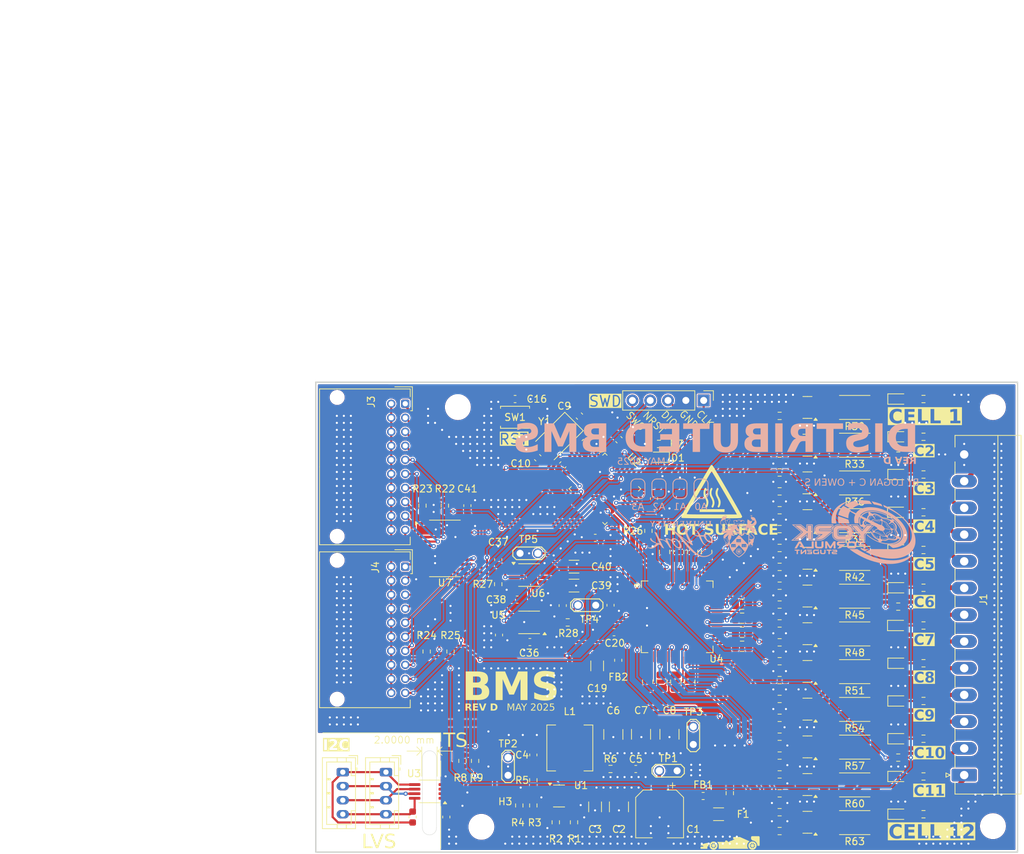
<source format=kicad_pcb>
(kicad_pcb (version 20241229) (generator "pcbnew") (generator_version "9.0")
  (title_block (title "Battery Management System") (date "2025-05-11") (rev "${REVISION}") (company "York Formula Student"))
  (layers (0 "F.Cu" signal) (4 "In1.Cu" signal) (6 "In2.Cu" signal) (2 "B.Cu" signal) (5 "F.SilkS" user "F.Silkscreen") (7 "B.SilkS" user "B.Silkscreen") (1 "F.Mask" user) (3 "B.Mask" user) (25 "Edge.Cuts" user))
  (property "PCB_DATE" "MAY 2025")
  (property "REVISION" "D")
  (net 0 "")
  (net 1 "GND")
  (net 2 "/BUCK_VIN")
  (net 3 "Net-(C4-Pad1)")
  (net 4 "/BUCK_SW")
  (net 5 "Net-(C5-Pad1)")
  (net 6 "+3V3")
  (net 7 "/HSE_IN")
  (net 8 "/HSE_OUT")
  (net 9 "/NRST")
  (net 10 "Net-(J2-Pin_1)")
  (net 11 "Net-(J2-Pin_4)")
  (net 12 "/AFE_VIN")
  (net 13 "+5VA")
  (net 14 "Net-(U4-CT12)")
  (net 15 "Net-(U4-CB12)")
  (net 16 "Net-(U4-CB11)")
  (net 17 "Net-(U4-CT11)")
  (net 18 "Net-(U4-CB10)")
  (net 19 "Net-(U4-CT10)")
  (net 20 "Net-(U4-CB9)")
  (net 21 "Net-(U4-CT9)")
  (net 22 "Net-(U4-CT8)")
  (net 23 "Net-(U4-CB8)")
  (net 24 "Net-(U4-CT7)")
  (net 25 "Net-(U4-CB7)")
  (net 26 "Net-(U4-CT6)")
  (net 27 "Net-(U4-CB6)")
  (net 28 "Net-(U4-CT5)")
  (net 29 "Net-(U4-CB5)")
  (net 30 "Net-(U4-CB4)")
  (net 31 "Net-(U4-CT4)")
  (net 32 "Net-(U4-CT3)")
  (net 33 "Net-(U4-CB3)")
  (net 34 "Net-(U4-CT2)")
  (net 35 "Net-(U4-CB2)")
  (net 36 "Net-(U4-CT1)")
  (net 37 "Net-(U5-AIN+)")
  (net 38 "Net-(U5-REF)")
  (net 39 "Net-(D1-K)")
  (net 40 "Net-(D1-A)")
  (net 41 "Net-(U4-T2)")
  (net 42 "Net-(D5-A)")
  (net 43 "Net-(D5-K)")
  (net 44 "Net-(D6-A)")
  (net 45 "Net-(D6-K)")
  (net 46 "Net-(D7-A)")
  (net 47 "Net-(D7-K)")
  (net 48 "Net-(D8-A)")
  (net 49 "Net-(D8-K)")
  (net 50 "Net-(D9-A)")
  (net 51 "Net-(D9-K)")
  (net 52 "Net-(D10-K)")
  (net 53 "Net-(D10-A)")
  (net 54 "Net-(D11-K)")
  (net 55 "Net-(D11-A)")
  (net 56 "Net-(D12-A)")
  (net 57 "Net-(D12-K)")
  (net 58 "Net-(D13-A)")
  (net 59 "Net-(D13-K)")
  (net 60 "Net-(D2-A)")
  (net 61 "Net-(D2-K)")
  (net 62 "Net-(D3-A)")
  (net 63 "Net-(D3-K)")
  (net 64 "Net-(D4-A)")
  (net 65 "Net-(D4-K)")
  (net 66 "+BATT")
  (net 67 "TAP12")
  (net 68 "TAP7")
  (net 69 "TAP11")
  (net 70 "TAP6")
  (net 71 "TAP3")
  (net 72 "TAP9")
  (net 73 "TAP10")
  (net 74 "TAP4")
  (net 75 "TAP2")
  (net 76 "TAP1")
  (net 77 "TAP8")
  (net 78 "TAP5")
  (net 79 "Net-(J2-Pin_3)")
  (net 80 "Net-(J2-Pin_2)")
  (net 81 "T2")
  (net 82 "/Thermistors/TH4")
  (net 84 "/SWO")
  (net 85 "/SWCLK")
  (net 86 "/SWDIO")
  (net 87 "Net-(Q1-G)")
  (net 88 "Net-(Q2-G)")
  (net 89 "Net-(Q3-G)")
  (net 90 "Net-(Q4-G)")
  (net 91 "Net-(Q5-G)")
  (net 92 "Net-(Q6-G)")
  (net 93 "Net-(Q7-G)")
  (net 94 "Net-(Q8-G)")
  (net 95 "Net-(Q9-G)")
  (net 96 "Net-(Q10-G)")
  (net 97 "Net-(Q11-G)")
  (net 98 "Net-(Q12-G)")
  (net 99 "Net-(U1-EN)")
  (net 100 "Net-(U1-FB)")
  (net 101 "Net-(U1-CB)")
  (net 102 "/SCL")
  (net 103 "/SDA")
  (net 104 "Net-(U4-CV12)")
  (net 105 "Net-(U4-CV11)")
  (net 106 "Net-(U4-CV10)")
  (net 107 "Net-(U4-CV9)")
  (net 108 "Net-(U4-CV8)")
  (net 109 "Net-(U4-CV7)")
  (net 110 "Net-(U4-CV6)")
  (net 111 "Net-(U4-CV5)")
  (net 112 "Net-(U4-CV4)")
  (net 113 "Net-(U4-CV3)")
  (net 114 "Net-(U4-CV2)")
  (net 115 "Net-(U4-CV1)")
  (net 116 "Net-(U4-AOUT)")
  (net 117 "BA1")
  (net 118 "BA2")
  (net 119 "BA3")
  (net 120 "BA4")
  (net 121 "BA5")
  (net 122 "BA6")
  (net 123 "BA7")
  (net 124 "BA8")
  (net 125 "BA9")
  (net 126 "BA10")
  (net 127 "BA11")
  (net 128 "BA12")
  (net 129 "/Thermistors/TH6")
  (net 130 "Net-(J3-Pin_9)")
  (net 131 "Net-(JP1-B)")
  (net 134 "/Thermistors/TH5")
  (net 135 "AFE_EN")
  (net 136 "MISO")
  (net 138 "MOSI")
  (net 139 "SCK")
  (net 140 "CS_ADC")
  (net 141 "Net-(JP2-B)")
  (net 142 "CS_AFE")
  (net 143 "/Thermistors/TH3")
  (net 144 "Net-(JP3-B)")
  (net 145 "Net-(JP4-B)")
  (net 148 "Net-(U6-FILT)")
  (net 149 "REF_EN")
  (net 150 "Net-(J3-Pin_17)")
  (net 151 "Net-(J3-Pin_15)")
  (net 152 "Net-(J3-Pin_11)")
  (net 153 "Net-(J3-Pin_19)")
  (net 154 "Net-(J3-Pin_13)")
  (net 155 "Net-(J4-Pin_15)")
  (net 156 "Net-(J4-Pin_1)")
  (net 157 "Net-(J4-Pin_7)")
  (net 158 "Net-(J4-Pin_19)")
  (net 159 "Net-(J4-Pin_17)")
  (net 160 "Net-(J4-Pin_3)")
  (net 161 "Net-(J4-Pin_9)")
  (net 162 "Net-(J4-Pin_13)")
  (net 163 "Net-(J4-Pin_11)")
  (net 164 "Net-(J4-Pin_5)")
  (net 165 "/Thermistors/SDA")
  (net 166 "/Thermistors/SCL")
  (net 167 "/Thermistors/TH0")
  (net 168 "/Thermistors/TH1")
  (net 169 "/Thermistors/TH2")
  (footprint "Inductor_SMD:L_Vishay_IHLP-2525" (layer "F.Cu") (at 81.2 106.35 90)
    (property "Reference" "L1")
    (property "Value" "22u")
  )
  (footprint "LED_SMD:LED_0603_1608Metric" (layer "F.Cu") (at 128 56.6)
    (property "Reference" "D2" (hide yes))
    (property "Value" "LED_Small")
  )
  (footprint "Resistor_SMD:R_0603_1608Metric" (layer "F.Cu") (at 93.902944 63)
    (property "Reference" "R7")
    (property "Value" "330")
  )
  (footprint "Resistor_SMD:R_0603_1608Metric" (layer "F.Cu") (at 71 83 90)
    (property "Reference" "R27")
    (property "Value" "100k")
  )
  (footprint "Resistor_SMD:R_0603_1608Metric" (layer "F.Cu") (at 111.1 85.90909)
    (property "Reference" "R44" (hide yes))
    (property "Value" "3k")
  )
  (footprint "Resistor_SMD:R_2512_6332Metric" (layer "F.Cu") (at 121.8 73.945454 180)
    (property "Reference" "R39")
    (property "Value" "10")
  )
  (footprint "Capacitor_SMD:C_0805_2012Metric" (layer "F.Cu") (at 94.7 78.4 -90)
    (property "Reference" "C33" (hide yes))
    (property "Value" "1u")
  )
  (footprint "Package_SO:MSOP-8_3x3mm_P0.65mm" (layer "F.Cu") (at 61.2 112.55 180)
    (property "Reference" "U3")
    (property "Value" "ADuM1252")
  )
  (footprint "Connector_JST:JST_PH_B4B-PH-K_1x04_P2.00mm_Vertical" (layer "F.Cu") (at 48.85 109.8 -90)
    (property "Reference" "J2" (hide yes))
    (property "Value" "I2C")
  )
  (footprint "Resistor_SMD:R_0603_1608Metric" (layer "F.Cu") (at 131.6 110.41818 180)
    (property "Reference" "R61" (hide yes))
    (property "Value" "330")
  )
  (footprint "Resistor_SMD:R_2512_6332Metric" (layer "F.Cu") (at 121.8 68.563636 180)
    (property "Reference" "R36")
    (property "Value" "10")
  )
  (footprint "Capacitor_SMD:C_0603_1608Metric" (layer "F.Cu") (at 90.6 109.349999)
    (property "Reference" "C5")
    (property "Value" "?")
  )
  (footprint "Connector_Phoenix_MC:PhoenixContact_MC_1,5_13-G-3.81_1x13_P3.81mm_Horizontal" (layer "F.Cu") (at 137.4 110.22 90)
    (property "Reference" "J1")
    (property "Value" "CELL_TAPS")
  )
  (footprint "Capacitor_SMD:C_1210_3225Metric" (layer "F.Cu") (at 87.4 104.425 -90)
    (property "Reference" "C6")
    (property "Value" "22u")
  )
  (footprint "Capacitor_SMD:C_0603_1608Metric" (layer "F.Cu") (at 71.1125 90.25 -90)
    (property "Reference" "C35" (hide yes))
    (property "Value" "100n")
  )
  (footprint "Resistor_SMD:R_0603_1608Metric" (layer "F.Cu") (at 131.6 83.50909 180)
    (property "Reference" "R46" (hide yes))
    (property "Value" "330")
  )
  (footprint "Resistor_SMD:R_0603_1608Metric" (layer "F.Cu") (at 111.1 93.981817)
    (property "Reference" "R15" (hide yes))
    (property "Value" "3k")
  )
  (footprint "Connector_JST:JST_PUD_S20B-PUDSS-1_2x10_P2.00mm_Horizontal" (layer "F.Cu") (at 57.75 80.5 -90)
    (property "Reference" "J4")
    (property "Value" "THERM_2")
  )
  (footprint "Package_SO:TSSOP-24_4.4x7.8mm_P0.65mm" (layer "F.Cu") (at 63.4 77.9)
    (property "Reference" "U7")
    (property "Value" "TCA9535PWR")
  )
  (footprint "Package_TO_SOT_SMD:SOT-23" (layer "F.Cu") (at 115.0625 68.554544 180)
    (property "Reference" "Q3" (hide yes))
    (property "Value" "IRLML0060")
  )
  (footprint "Resistor_SMD:R_0603_1608Metric" (layer "F.Cu") (at 111.1 80.527272)
    (property "Reference" "R41" (hide yes))
    (property "Value" "3k")
  )
  (footprint "Resistor_SMD:R_0603_1608Metric" (layer "F.Cu") (at 111.1 104.745453)
    (property "Reference" "R13" (hide yes))
    (property "Value" "3k")
  )
  (footprint "LOGO" (layer "F.Cu") (at 101.4 69.8)
    (property "Reference" "G****" (hide yes))
    (property "Value" "LOGO" (hide yes))
  )
  (footprint "Capacitor_SMD:C_0805_2012Metric" (layer "F.Cu") (at 92.3 96.9 90)
    (property "Reference" "C22" (hide yes))
    (property "Value" "1u")
  )
  (footprint "Resistor_SMD:R_0603_1608Metric" (layer "F.Cu") (at 131.6 61.981818 180)
    (property "Reference" "R34" (hide yes))
    (property "Value" "330")
  )
  (footprint "Package_TO_SOT_SMD:SOT-23" (layer "F.Cu") (at 115.0625 73.931816 180)
    (property "Reference" "Q4" (hide yes))
    (property "Value" "IRLML0060")
  )
  (footprint "Capacitor_SMD:C_1206_3216Metric" (layer "F.Cu") (at 85.1 94.65 -90)
    (property "Reference" "C19")
    (property "Value" "100n")
  )
  (footprint "Capacitor_SMD:C_0805_2012Metric" (layer "F.Cu") (at 105.75 89.85 180)
    (property "Reference" "C27" (hide yes))
    (property "Value" "1u")
  )
  (footprint "Resistor_SMD:R_0603_1608Metric" (layer "F.Cu") (at 80.9 88.45 180)
    (property "Reference" "R28")
    (property "Value" "220")
  )
  (footprint "Connector_JST:JST_PUD_S20B-PUDSS-1_2x10_P2.00mm_Horizontal" (layer "F.Cu") (at 57.75 57.27 -90)
    (property "Reference" "J3")
    (property "Value" "THERM_1")
  )
  (footprint "Resistor_SMD:R_1206_3216Metric" (layer "F.Cu") (at 102.4 115.8 180)
    (property "Reference" "F1")
    (property "Value" "Polyfuse")
  )
  (footprint "Capacitor_SMD:C_0805_2012Metric" (layer "F.Cu") (at 98.7 78.4 -90)
    (property "Reference" "C31" (hide yes))
    (property "Value" "1u")
  )
  (footprint "Resistor_SMD:R_0603_1608Metric" (layer "F.Cu") (at 111.1 75.145454)
    (property "Reference" "R38" (hide yes))
    (property "Value" "3k")
  )
  (footprint "Resistor_SMD:R_0603_1608Metric" (layer "F.Cu") (at 111.1 96.672726)
    (property "Reference" "R50" (hide yes))
    (property "Value" "3k")
  )
  (footprint "Resistor_SMD:R_0603_1608Metric" (layer "F.Cu") (at 74 114.549999 90)
    (property "Reference" "R4")
    (property "Value" "75k")
  )
  (footprint "Capacitor_SMD:C_0805_2012Metric" (layer "F.Cu") (at 94.3 96.9 90)
    (property "Reference" "C23" (hide yes))
    (property "Value" "1u")
  )
  (footprint "Connector_PinHeader_2.54mm:PinHeader_1x05_P2.54mm_Vertical" (layer "F.Cu") (at 100.275 56.8 -90)
    (property "Reference" "J5" (hide yes))
    (property "Value" "SWD")
  )
  (footprint "LED_SMD:LED_0603_1608Metric" (layer "F.Cu") (at 128 83.50909)
    (property "Reference" "D7" (hide yes))
    (property "Value" "LED_Small")
  )
  (footprint "Capacitor_SMD:C_0603_1608Metric" (layer "F.Cu") (at 73.4 56.6)
    (property "Reference" "C16")
    (property "Value" "100n")
  )
  (footprint "LED_SMD:LED_0603_1608Metric" (layer "F.Cu") (at 128 105.036362)
    (property "Reference" "D11" (hide yes))
    (property "Value" "LED_Small")
  )
  (footprint "Package_SO:VSSOP-8_3x3mm_P0.65mm" (layer "F.Cu") (at 75.4 81.7)
    (property "Reference" "U6")
    (property "Value" "REF61xx")
  )
  (footprint "Resistor_SMD:R_0603_1608Metric" (layer "F.Cu") (at 111.1 107.436362)
    (property "Reference" "R56" (hide yes))
    (property "Value" "3k")
  )
  (footprint "Resistor_SMD:R_0603_1608Metric" (layer "F.Cu") (at 86.999999 109.349999)
    (property "Reference" "R6")
    (property "Value" "?")
  )
  (footprint "Resistor_SMD:R_0603_1608Metric" (layer "F.Cu") (at 76 110.949999 90)
    (property "Reference" "R5")
    (property "Value" "6R8")
  )
  (footprint "Inductor_SMD:L_0603_1608Metric" (layer "F.Cu") (at 100.2 113.2 180)
    (property "Reference" "FB1")
    (property "Value" "600")
  )
  (footprint "Resistor_SMD:R_2512_6332Metric" (layer "F.Cu") (at 121.8 79.327272 180)
    (property "Reference" "R42")
    (property "Value" "10")
  )
  (footprint "Resistor_SMD:R_0603_1608Metric" (layer "F.Cu") (at 131.6 56.6 180)
    (property "Reference" "R31" (hide yes))
    (property "Value" "330")
  )
  (footprint "Resistor_SMD:R_0603_1608Metric" (layer "F.Cu") (at 128 86.199999 180)
    (property "Reference" "TH2" (hide yes))
    (property "Value" "10k")
  )
  (footprint "Connector_JST:JST_PH_B4B-PH-K_1x04_P2.00mm_Vertical" (layer "F.Cu") (at 55 109.8 -90)
    (property "Reference" "J6" (hide yes))
    (property "Value" "I2C")
  )
  (footprint "Resistor_SMD:R_0603_1608Metric" (layer "F.Cu") (at 111.1 112.81818)
    (property "Reference" "R59" (hide yes))
    (property "Value" "3k")
  )
  (footprint "Resistor_SMD:R_0603_1608Metric" (layer "F.Cu") (at 111.1 102.054544)
    (property "Reference" "R53" (hide yes))
    (property "Value" "3k")
  )
  (footprint "Resistor_SMD:R_0603_1608Metric" (layer "F.Cu") (at 111.1 91.290908)
    (property "Reference" "R47" (hide yes))
    (property "Value" "3k")
  )
  (footprint "Capacitor_SMD:C_0805_2012Metric" (layer "F.Cu") (at 105.75 85.85 180)
    (property "Reference" "C29" (hide yes))
    (property "Value" "1u")
  )
  (footprint "Resistor_SMD:R_0603_1608Metric" (layer "F.Cu") (at 67.7 108.2 -90)
    (property "Reference" "R9")
    (property "Value" "100k")
  )
  (footprint "Package_TO_SOT_SMD:SOT-23" (layer "F.Cu") (at 115.0625 106.195448 180)
    (property "Reference" "Q10" (hide yes))
    (property "Value" "IRLML0060")
  )
  (footprint "Capacitor_SMD:C_0603_1608Metric" (layer "F.Cu") (at 75.5125 91.25 180)
    (property "Reference" "C36")
    (property "Value" "100n")
  )
  (footprint "LED_SMD:LED_0603_1608Metric" (layer "F.Cu") (at 127.96 88.890908)
    (property "Reference" "D8" (hide yes))
    (property "Value" "LED_Small")
  )
  (footprint "yfs:TestPoint_2Pads_Pitch2.54mm_Drill1.0mm" (layer "F.Cu") (at 82.35 86)
    (property "Reference" "TP4")
    (property "Value" "TestPoint_2Pole")
  )
  (footprint "Resistor_SMD:R_0603_1608Metric" (layer "F.Cu") (at 128 107.727271 180)
    (property "Reference" "TH3" (hide yes))
    (property "Value" "10k")
  )
  (footprint "Resistor_SMD:R_0603_1608Metric" (layer "F.Cu") (at 111.1 64.381818)
    (property "Reference" "R32" (hide yes))
    (property "Value" "3k")
  )
  (footprint "Capacitor_SMD:C_0603_1608Metric" (layer "F.Cu") (at 76.630152 64.969849 135)
    (property "Reference" "C10")
    (property "Value" "30p")
  )
  (footprint "LED_SMD:LED_0603_1608Metric" (layer "F.Cu") (at 128 99.654544)
    (property "Reference" "D10" (hide yes))
    (property "Value" "LED_Small")
  )
  (footprint "Resistor_SMD:R_2512_6332Metric" (layer "F.Cu") (at 121.8 84.70909 180)
    (property "Reference" "R45")
    (property "Value" "10")
  )
  (footprint "Resistor_SMD:R_0603_1608Metric" (layer "F.Cu") (at 131.6 105.036362 180)
    (property "Reference" "R58" (hide yes))
    (property "Value" "330")
  )
  (footprint "Resistor_SMD:R_0603_1608Metric" (layer "F.Cu") (at 111.1 69.763636)
    (property "Reference" "R35" (hide yes))
    (property "Value" "3k")
  )
  (footprint "Capacitor_SMD:C_0603_1608Metric" (layer "F.Cu") (at 76 107.349999 90)
    (property "Reference" "C4")
    (property "Value" "100n")
  )
  (footprint "LED_SMD:LED_0603_1608Metric" (layer "F.Cu") (at 128 61.981818)
    (property "Reference" "D3" (hide yes))
    (property "Value" "LED_Small")
  )
  (footprint "Resistor_SMD:R_0603_1608Metric" (layer "F.Cu") (at 128 64.672727 180)
    (property "Reference" "TH1" (hide yes))
    (property "Value" "10k")
  )
  (footprint "Resistor_SMD:R_0603_1608Metric" (layer "F.Cu") (at 65.9 108.2 -90)
    (property "Reference" "R8")
    (property "Value" "100k")
  )
  (footprint "Capacitor_SMD:C_0603_1608Metric" (layer "F.Cu") (at 63.6 116.2 -90)
    (property "Reference" "C17" (hide yes))
    (property "Value" "100n")
  )
  (footprint "Capacitor_SMD:C_0603_1608Metric" (layer "F.Cu") (at 84.825 76.4 180)
    (property "Reference" "C12" (hide yes))
    (property "Value" "1u")
  )
  (footprint "Capacitor_SMD:C_0603_1608Metric" (layer "F.Cu") (at 93.2 70.8 -90)
    (property "Reference" "C13" (hide yes))
    (property "Value" "1u")
  )
  (footprint "Resistor_SMD:R_0603_1608Metric" (layer "F.Cu") (at 111.1 110.127271)
    (property "Reference" "R12" (hide yes))
    (property "Value" "3k")
  )
  (footprint "Resistor_SMD:R_0603_1608Metric" (layer "F.Cu") (at 79.2 116.949999 -90)
    (property "Reference" "R2")
    (property "Value" "390k")
  )
  (footprint "Capacitor_SMD:C_0603_1608Metric" (layer "F.Cu") (at 80.2 66 45)
    (property "Reference" "C11" (hide yes))
    (property "Value" "1u")
  )
  (footprint "Capacitor_SMD:C_0805_2012Metric" (layer "F.Cu") (at 105.75 91.85 180)
    (property "Reference" "C26" (hide yes))
    (property "Value" "1u")
  )
  (footprint "Resistor_SMD:R_2512_6332Metric" (layer "F.Cu") (at 121.8 95.472726 180)
    (property "Reference" "R51")
    (property "Value" "10")
  )
  (footprint "Resistor_SMD:R_0603_1608Metric" (layer "F.Cu") (at 60.2 71.8 -90)
    (property "Reference" "R23")
    (property "Value" "100k")
  )
  (footprint "Capacitor_SMD:C_0603_1608Metric" (layer "F.Cu") (at 71 79.5 90)
    (property "Reference" "C37")
    (property "Value" "100n")
  )
  (footprint "Resistor_SMD:R_2512_6332Metric" (layer "F.Cu") (at 121.8 106.236362 180)
    (property "Reference" "R57")
    (property "Value" "10")
  )
  (footprint "Capacitor_SMD:C_0603_1608Metric" (layer "F.Cu") (at 87.5 89.85 180)
    (property "Reference" "C20")
    (property "Value" "1u")
  )
  (footprint "Package_QFP:LQFP-48_7x7mm_P0.5mm" (layer "F.Cu") (at 86.2 69.4 -45)
    (property "Reference" "U2")
    (property "Value" "STM32F103C8Tx")
  )
  (footprint "Capacitor_SMD:C_0603_1608Metric" (layer "F.Cu") (at 88.2 62.4 -45)
    (property "Reference" "C15" (hide yes))
    (property "Value" "1u")
  )
  (footprint "Package_TO_SOT_SMD:SOT-23" (layer "F.Cu") (at 115.0625 84.68636 180)
    (property "Reference" "Q6" (hide yes))
    (property "Value" "IRLML0060")
  )
  (footprint "Resistor_SMD:R_2512_6332Metric" (layer "F.Cu") (at 121.8 100.854544 180)
    (property "Reference" "R54")
    (property "Value" "10")
  )
  (footprint "Resistor_SMD:R_2512_6332Metric" (layer "F.Cu") (at 121.8 63.181818 180)
    (property "Reference" "R33")
    (property "Value" "10")
  )
  (footprint "Inductor_SMD:L_0603_1608Metric" (layer "F.Cu") (at 88.1 93.85 90)
    (property "Reference" "FB2")
    (property "Value" "220")
  )
  (footprint "Capacitor_SMD:C_0805_2012Metric" (layer "F.Cu") (at 105.75 87.85 180)
    (property "Reference" "C28" (hide yes))
    (property "Value" "1u")
  )
  (footprint "Capacitor_SMD:C_1210_3225Metric" (layer "F.Cu") (at 91.35 104.4 -90)
    (property "Reference" "C7")
    (property "Value" "22u")
  )
  (footprint "Capacitor_SMD:C_0805_2012Metric" (layer "F.Cu") (at 96.299999 96.9 90)
    (property "Reference" "C24" (hide yes))
    (property "Value" "1u")
  )
  (footprint "Resistor_SMD:R_2512_6332Metric" (layer "F.Cu") (at 121.8 90.090908 180)
    (property "Reference" "R48")
    (property "Value" "10")
  )
  (footprint "Resistor_SMD:R_0603_1608Metric" (layer "F.Cu") (at 131.6 88.890908 180)
    (property "Reference" "R49" (hide yes))
    (property "Value" "330")
  )
  (footprint "Package_SO:MSOP-10_3x3mm_P0.5mm" (layer "F.Cu") (at 75.4 88.45 180)
    (property "Reference" "U5")
    (property "Value" "MAX11163")
  )
  (footprint "Package_TO_SOT_SMD:SOT-23" (layer "F.Cu") (at 115.0625 95.440904 180)
    (property "Reference" "Q8" (hide yes))
    (property "Value" "IRLML0060")
  )
  (footprint "yfs:TestPoint_2Pads_Pitch2.54mm_Drill1.0mm" (layer "F.Cu") (at 72.4 110.25 90)
    (property "Reference" "TP2")
    (property "Value" "TestPoint_2Pole")
  )
  (footprint "Resistor_SMD:R_0603_1608Metric" (layer "F.Cu") (at 111.1 72.454545)
    (property "Reference" "R19" (hide yes))
    (property "Value" "3k")
  )
  (footprint "yfs:TestPoint_2Pads_Pitch2.54mm_Drill1.0mm" (layer "F.Cu") (at 76.65 78.6 180)
    (property "Reference" "TP5")
    (property "Value" "TestPoint_2Pole")
  )
  (footprint "Package_QFP:TQFP-64-1EP_10x10mm_P0.5mm_EP5.305x5.305mm" (layer "F.Cu") (at 96.5 87.65)
    (property "Reference" "U4")
    (property "Value" "MAX14920")
  )
  (footprint "Resistor_SMD:R_0603_1608Metric" (layer "F.Cu") (at 111.1 61.690909)
    (property "Reference" "R21" (hide yes))
    (property "Value" "3k")
  )
  (footprint "Resistor_SMD:R_0603_1608Metric" (layer "F.Cu") (at 111.1 83.218181)
    (property "Reference" "R17" (hide yes))
    (property "Value" "3k")
  )
  (footprint "Resistor_SMD:R_0603_1608Metric" (layer "F.Cu") (at 76 114.549999 90)
    (property "Reference" "R3")
    (property "Value" "24k")
  )
  (footprint "Resistor_SMD:R_0603_1608Metric" (layer "F.Cu") (at 81.800001 116.949999 -90)
    (property "Reference" "R1")
    (property "Value" "10M")
  )
  (footprint "Resistor_SMD:R_0603_1608Metric" (layer "F.Cu") (at 111.1 118.2)
    (property "Reference" "R62" (hide yes))
    (property "Value" "3k")
  )
  (footprint "Resistor_SMD:R_2512_6332Metric" (layer "F.Cu") (at 121.8 57.8 180)
    (property "Reference" "R30")
    (property "Value" "10")
  )
  (footprint "LED_SMD:LED_0603_1608Metric" (layer "F.Cu") (at 93.902944 64.897056 180)
    (property "Reference" "D1")
    (property "Value" "LED_Small")
  )
  (footprint "Capacitor_SMD:C_0805_2012Metric" (layer "F.Cu") (at 98.3 96.9 90)
    (property "Reference" "C25" (hide yes))
    (property "Value" "1u")
  )
  (footprint "Resistor_SMD:R_0603_1608Metric" (layer "F.Cu") (at 63.4 71.8 -90)
    (property "Reference" "R22")
    (property "Value" "100k")
  )
  (footprint "LED_SMD:LED_0603_1608Metric" (layer "F.Cu") (at 128 94.272726)
    (property "Reference" "D9" (hide yes))
    (property "Value" "LED_Small")
  )
  (footprint "Capacitor_SMD:C_1206_3216Metric" (layer "F.Cu") (at 84.8 114.749999 -90)
    (property "Reference" "C3")
    (property "Value" "100n")
  )
  (footprint "Capacitor_SMD:C_0603_1608Metric" (layer "F.Cu") (at 82.569849 59.030152 -45)
    (property "Reference" "C9")
    (property "Value" "30p")
  )
  (footprint "LED_SMD:LED_0603_1608Metric" (layer "F.Cu") (at 128 110.41818)
    (property "Reference" "D12" (hide yes))
    (property "Value" "LED_Small")
  )
  (footprint "LED_SMD:LED_0603_1608Metric" (layer "F.Cu") (at 127.96 72.745454)
    (property "Reference" "D5" (hide yes))
    (property "Value" "LED_Small")
  )
  (footprint "Resistor_SMD:R_0603_1608Metric" (layer "F.Cu") (at 111.1 67.072727)
    (property "Reference" "R20" (hide yes))
    (property "Value" "3k")
  )
  (footprint "Resistor_SMD:R_0603_1608Metric" (layer "F.Cu") (at 60.8 92.6 -90)
    (property "Reference" "R24")
    (property "Value" "10k")
  )
  (footprint "MountingHole:MountingHole_3.2mm_M3" (layer "F.Cu") (at 141.5 57.75)
    (property "Reference" "H2" (hide yes))
    (property "Value" "MountingHole")
  )
  (footprint "Resistor_SMD:R_0603_1608Metric" (layer "F.Cu") (at 131.6 72.745454 180)
    (property "Reference" "R40" (hide yes))
    (property "Value" "330")
  )
  (footprint "Capacitor_SMD:CP_Elec_6.3x7.7" (layer "F.Cu") (at 94 115.749999 -90)
    (property "Reference" "C1")
    (property "Value" "22u")
  )
  (footprint "Capacitor_SMD:C_1206_3216Metric" (layer "F.Cu") (at 81.8 83.2)
    (property "Reference" "C39")
    (property "Value" "10u")
  )
  (footprint "Resistor_SMD:R_0603_1608Metric" (layer "F.Cu") (at 111.1 115.509089)
    (property "Reference" "R11" (hide yes))
    (property "Value" "3k")
  )
  (footprint "Package_TO_SOT_SMD:SOT-23" (layer "F.Cu") (at 115.0625 111.57272 180)
    (property "Reference" "Q11" (hide yes))
    (property "Value" "IRLML0060")
  )
  (footprint "Button_Switch_SMD:SW_Push_SPST_NO_Alps_SKRK" (layer "F.Cu") (at 73.4 59.2)
    (property "Reference" "SW1")
    (property "Value" "SW_Push")
  )
  (footprint "yfs:TestPoint_2Pads_Pitch2.54mm_Drill1.0mm" (layer "F.Cu") (at 93.95 109.6)
    (property "Reference" "TP1")
    (property "Value" "TestPoint_2Pole")
  )
  (footprint "Package_TO_SOT_SMD:SOT-23-6" (layer "F.Cu") (at 79.6625 113.2)
    (property "Reference" "U1")
    (property "Value" "LMR516xx")
  )
  (footprint "Capacitor_SMD:C_1210_3225Metric" (layer "F.Cu") (at 88.2 114.749999 -90)
    (property "Reference" "C2")
    (property "Value" "2u2")
  )
  (footprint "Package_TO_SOT_SMD:SOT-23" (layer "F.Cu") (at 115.0625 79.309088 180)
    (property "Reference" "Q5" (hide yes))
    (property "Value" "IRLML0060")
  )
  (footprint "Resistor_SMD:R_2512_6332Metric" (layer "F.Cu") (at 121.8 117 180)
    (property "Reference" "R63")
    (property "Value" "10")
  )
  (footprint "Capacitor_SMD:C_1210_3225Metric" (layer "F.Cu") (at 95.4 104.4 -90)
    (property "Reference" "C8")
    (property "Value" "22u")
  )
  (footprint "Resistor_SMD:R_0603_1608Metric" (layer "F.Cu") (at 111.1 88.599999)
    (property "Reference" "R16" (hide yes))
    (property "Value" "3k")
  )
  (footprint "Crystal:Crystal_SMD_5032-2Pin_5.0x3.2mm" (layer "F.Cu") (at 79.6 62 -135)
    (property "Reference" "Y1")
    (property "Value" "8M")
  )
  (footprint "MountingHole:MountingHole_3.2mm_M3" (layer "F.Cu") (at 141.5 117.5)
    (property "Reference" "H1" (hide yes))
    (property "Value" "MountingHole")
  )
  (footprint "Resistor_SMD:R_0603_1608Metric" (layer "F.Cu") (at 131.6 115.8 180)
    (property "Reference" "R64" (hide yes))
    (property "Value" "330")
  )
  (footprint "Capacitor_SMD:C_0603_1608Metric" (layer "F.Cu") (at 87 86 -90)
    (property "Reference" "C21" (hide yes))
    (property "Value" "1u")
  )
  (footprint "LED_SMD:LED_0603_1608Metric" (layer "F.Cu") (at 128 115.8)
    (property "Reference" "D13" (hide yes))
    (property "Value" "LED_Small")
  )
  (footprint "Package_TO_SOT_SMD:SOT-23" (layer "F.Cu") (at 115.0625 116.95 180)
    (property "Reference" "Q12" (hide yes))
    (property "Value" "IRLML0060")
  )
  (footprint "Resistor_SMD:R_0603_1608Metric" (layer "F.Cu") (at 92.4 75.4 -90)
    (property "Reference" "R26")
    (property "Value" "100k")
  )
  (footprint "Capacitor_SMD:C_0603_1608Metric" (layer "F.Cu") (at 73.7 85.2)
    (property "Reference" "C38")
    (property "Value" "1u")
  )
  (footprint "Resistor_SMD:R_0603_1608Metric" (layer "F.Cu") (at 111.1 59)
    (property "Reference" "R29" (hide yes))
    (property "Value" "3k")
  )
  (footprint "Resistor_SMD:R_0603_1608Metric" (layer "F.Cu") (at 131.6 67.363636 180)
    (property "Reference" "R37" (hide yes))
    (property "Value" "330")
  )
  (footprint "yfs:TestPoint_2Pads_Pitch2.54mm_Drill1.0mm" (layer "F.Cu") (at 98.8 105.85 90)
    (property "Reference" "TP3")
    (property "Value" "TestPoint_2Pole")
  )
  (footprint "Resistor_SMD:R_0603_1608Metric" (layer "F.Cu") (at 131.6 78.127272 180)
    (property "Reference" "R43" (hide yes))
    (property "Value" "330")
  )
  (footprint "MountingHole:MountingHole_3.2mm_M3" (layer "F.Cu") (at 65.25 57.75)
    (property "Reference" "H4" (hide yes))
    (property "Value" "MountingHole")
  )
  (footprint "Capacitor_SMD:C_0603_1608Metric" (layer "F.Cu") (at 58.8 116.2 -90)
    (property "Reference" "C18" (hide yes))
    (property "Value" "100n")
  )
  (footprint "Capacitor_SMD:C_1206_3216Metric" (layer "F.Cu") (at 81.8 80.5)
    (property "Reference" "C40")
    (property "Value" "10u")
  )
  (footprint "LED_SMD:LED_0603_1608Metric" (layer "F.Cu") (at 128 67.363636)
    (property "Reference" "D4" (hide yes))
    (property "Value" "LED_Small")
  )
  (footprint "Capacitor_SMD:C_0805_2012Metric" (layer "F.Cu") (at 100.7 78.4 -90)
    (property "Reference" "C30" (hide yes))
    (property "Value" "1u")
  )
  (footprint "Capacitor_SMD:C_0603_1608Metric" (layer "F.Cu") (at 83.4 62.8 -135)
    (property "Reference" "C14" (hide yes))
    (property "Value" "1u")
  )
  (footprint "Resistor_SMD:R_2512_6332Metric" (layer "F.Cu") (at 121.8 111.61818 180)
    (property "Reference" "R60")
    (property "Value" "10")
  )
  (footprint "MountingHole:MountingHole_3.2mm_M3" (layer "F.Cu") (at 68.6 117.6)
    (property "Reference" "H3")
    (property "Value" "MountingHole")
  )
  (footprint "Package_TO_SOT_SMD:SOT-23" (layer "F.Cu") (at 115.0625 100.818176 180)
    (property "Reference" "Q9" (hide yes))
    (property "Value" "IRLML0060")
  )
  (footprint "Capacitor_SMD:C_0603_1608Metric" (layer "F.Cu") (at 66.6 71.8 90)
    (property "Reference" "C41")
    (property "Value" "1u")
  )
  (footprint "Resistor_SMD:R_0603_1608Metric" (layer "F.Cu") (at 104 112.8 -90)
    (property "Reference" "R10" (hide yes))
    (property "Value" "3k")
  )
  (footprint "Package_TO_SOT_SMD:SOT-23" (layer "F.Cu") (at 115.0625 57.8 180)
    (property "Reference" "Q1" (hide yes))
    (property "Value" "IRLML0060")
  )
  (footprint "Package_TO_SOT_SMD:SOT-23" (layer "F.Cu") (at 115.0625 63.177272 180)
    (property "Reference" "Q2" (hide yes))
    (property "Value" "IRLML0060")
  )
  (footprint "Resistor_SMD:R_0603_1608Metric" (layer "F.Cu") (at 111.1 99.363635)
    (property "Reference" "R14" (hide yes))
    (property "Value" "3k")
  )
  (footprint "Resistor_SMD:R_0603_1608Metric" (layer "F.Cu") (at 111.1 77.836363)
    (property "Reference" "R18" (hide yes))
    (property "Value" "3k")
  )
  (footprint "Resistor_SMD:R_0603_1608Metric" (layer "F.Cu") (at 131.6 99.654544 180)
    (property "Reference" "R55" (hide yes))
    (property "Value" "330")
  )
  (footprint "Capacitor_SMD:C_0805_2012Metric" (layer "F.Cu") (at 96.7 78.4 -90)
    (property "Reference" "C32" (hide yes))
    (property "Value" "1u")
  )
  (footprint "Resistor_SMD:R_0603_1608Metric" (layer "F.Cu") (at 64.2 92.6 90)
    (property "Reference" "R25")
    (property "Value" "1k")
  )
  (footprint "Capacitor_SMD:C_0603_1608Metric" (layer "F.Cu") (at 80.1875 86.05 90)
    (property "Reference" "C34" (hide yes))
    (property "Value" "100p")
  )
  (footprint "Package_TO_SOT_SMD:SOT-23" (layer "F.Cu") (at 115.0625 90.063632 180)
    (property "Reference" "Q7" (hide yes))
    (property "Value" "IRLML0060")
  )
  (footprint "LED_SMD:LED_0603_1608Metric" (layer "F.Cu") (at 128 78.127272)
    (property "Reference" "D6" (hide yes))
    (property "Value" "LED_Small")
  )
  (footprint "Resistor_SMD:R_0603_1608Metric" (layer "F.Cu") (at 131.6 94.272726 180)
    (property "Reference" "R52" (hide yes))
    (property "Value" "330")
  )
  (footprint "Jumper:SolderJumper-2_P1.3mm_Open_RoundedPad1.0x1.5mm" (layer "B.Cu") (at 99.9 69.4 -90)
    (property "Reference" "JP1" (hide yes))
    (property "Value" "SolderJumper_2_Open")
  )
  (footprint "LOGO" (layer "B.Cu") (at 121.658962 75.560695 180)
    (property "Reference" "G***" (hide yes))
    (property "Value" "LOGO" (hide yes))
  )
  (footprint "Jumper:SolderJumper-2_P1.3mm_Open_RoundedPad1.0x1.5mm" (layer "B.Cu") (at 90.9 69.4 -90)
    (property "Reference" "JP4" (hide yes))
    (property "Value" "SolderJumper_2_Open")
  )
  (footprint "Jumper:SolderJumper-2_P1.3mm_Open_RoundedPad1.0x1.5mm" (layer "B.Cu") (at 93.9 69.4 -90)
    (property "Reference" "JP3" (hide yes))
    (property "Value" "SolderJumper_2_Open")
  )
  (footprint "Jumper:SolderJumper-2_P1.3mm_Open_RoundedPad1.0x1.5mm" (layer "B.Cu") (at 96.9 69.4 -90)
    (property "Reference" "JP2" (hide yes))
    (property "Value" "SolderJumper_2_Open")
  )
  (gr_line (start 62.8 104.2) (end 62.8 105.4) (stroke (width 0.1)) (layer "F.SilkS"))
  (gr_poly (pts (xy 106.82653 119.660247) (xy 106.788219 119.68511) (xy 106.751613 119.712272) (xy 106.716819 119.741631) (xy 106.683941 119.773085) (xy 106.653085 119.806531) (xy 106.624358 119.841868) (xy 106.597865 119.878992) (xy 106.573712 119.917802) (xy 106.552004 119.958195) (xy 106.532848 120.00007) (xy 106.516348 120.043324) (xy 106.502612 120.087854) (xy 106.491743 120.133559) (xy 106.483849 120.180337) (xy 106.479036 120.228084) (xy 106.477407 120.276699) (xy 106.477511 120.287503) (xy 106.477819 120.298443) (xy 106.478325 120.309526) (xy 106.479026 120.320758) (xy 106.479915 120.332146) (xy 106.480988 120.343699) (xy 106.482241 120.355422) (xy 106.483667 120.367323) (xy 106.487387 120.393173) (xy 106.49201 120.418691) (xy 106.497517 120.443862) (xy 106.503891 120.468673) (xy 106.511113 120.49311) (xy 106.519166 120.517157) (xy 106.528032 120.540801) (xy 106.537692 120.564027) (xy 106.548128 120.586821) (xy 106.559324 120.609169) (xy 106.57126 120.631056) (xy 106.583919 120.652468) (xy 106.597283 120.67339) (xy 106.611334 120.69381) (xy 106.626053 120.713711) (xy 106.641424 120.73308) (xy 102.407447 120.73308) (xy 102.404104 120.276956) (xy 102.403069 120.238209) (xy 102.4 120.2) (xy 102.394951 120.162382) (xy 102.387977 120.125403) (xy 102.379131 120.089115) (xy 102.368467 120.053568) (xy 102.356039 120.018814) (xy 102.341901 119.984902) (xy 102.326108 119.951883) (xy 102.308712 119.919808) (xy 102.289769 119.888728) (xy 102.269332 119.858692) (xy 102.247456 119.829752) (xy 102.224193 119.801959) (xy 102.199599 119.775362) (xy 102.173727 119.750013) (xy 102.406798 119.743635) (xy 102.621936 119.741168) (xy 102.81509 119.741669) (xy 102.98221 119.744194) (xy 103.119244 119.747801) (xy 103.222141 119.751545) (xy 103.30932 119.755672) (xy 103.363763 119.55899) (xy 103.374893 119.555438) (xy 103.38596 119.552293) (xy 103.396948 119.549536) (xy 103.407843 119.547148) (xy 103.41863 119.545109) (xy 103.429292 119.543401) (xy 103.439817 119.542004) (xy 103.450187 119.5409) (xy 103.467071 119.539865) (xy 103.483873 119.539868) (xy 103.50055 119.54089) (xy 103.517059 119.542915) (xy 103.533359 119.545924) (xy 103.549406 119.5499) (xy 103.565157 119.554826) (xy 103.580572 119.560684) (xy 103.595607 119.567456) (xy 103.61022 119.575124) (xy 103.624367 119.583672) (xy 103.638008 119.593082) (xy 103.651099 119.603335) (xy 103.663599 119.614415) (xy 103.675463 119.626304) (xy 103.686651 119.638984) (xy 103.78362 119.755672) (xy 103.797068 119.755042) (xy 103.810504 119.753208) (xy 103.823957 119.750255) (xy 103.837456 119.746268) (xy 103.864707 119.735531) (xy 103.892488 119.721673) (xy 103.921029 119.705375) (xy 103.950562 119.687315) (xy 104.013525 119.648618) (xy 104.047417 119.62934) (xy 104.083224 119.611011) (xy 104.121176 119.594312) (xy 104.161505 119.57992) (xy 104.182633 119.573801) (xy 104.204442 119.568513) (xy 104.22696 119.564142) (xy 104.250216 119.560771) (xy 104.274239 119.558485) (xy 104.299059 119.55737) (xy 104.324704 119.557511) (xy 104.351202 119.558991) (xy 104.363806 119.521352) (xy 104.367048 119.512694) (xy 104.37093 119.50442) (xy 104.375419 119.496554) (xy 104.380479 119.48912) (xy 104.386078 119.482142) (xy 104.392179 119.475645) (xy 104.398749 119.469651) (xy 104.405753 119.464187) (xy 104.413157 119.459274) (xy 104.420927 119.454939) (xy 104.429028 119.451204) (xy 104.437425 119.448095) (xy 104.446085 119.445634) (xy 104.454972 119.443847) (xy 104.464053 119.442757) (xy 104.473293 119.442388) (xy 104.631136 119.442388) (xy 104.631136 119.356907) (xy 104.569404 119.356907) (xy 104.564572 119.356785) (xy 104.559803 119.356422) (xy 104.555104 119.355824) (xy 104.550481 119.354997) (xy 104.54594 119.353948) (xy 104.541487 119.352681) (xy 104.537126 119.351203) (xy 104.532865 119.349521) (xy 104.52871 119.347639) (xy 104.524665 119.345563) (xy 104.520737 119.343301) (xy 104.516932 119.340857) (xy 104.513255 119.338237) (xy 104.509712 119.335448) (xy 104.50631 119.332496) (xy 104.503054 119.329386) (xy 104.49995 119.326124) (xy 104.497004 119.322716) (xy 104.494221 119.319169) (xy 104.491608 119.315487) (xy 104.489171 119.311678) (xy 104.486914 119.307746) (xy 104.484845 119.303699) (xy 104.482969 119.299541) (xy 104.481291 119.295279) (xy 104.479819 119.290919) (xy 104.478556 119.286466) (xy 104.47751 119.281927) (xy 104.476687 119.277307) (xy 104.476091 119.272613) (xy 104.475729 119.26785) (xy 104.475608 119.263025) (xy 104.475608 119.139734) (xy 104.47573 119.134901) (xy 104.476092 119.130132) (xy 104.476689 119.125432) (xy 104.477514 119.120808) (xy 104.478562 119.116264) (xy 104.479826 119.111809) (xy 104.481301 119.107446) (xy 104.482981 119.103182) (xy 104.48486 119.099023) (xy 104.486932 119.094975) (xy 104.489191 119.091043) (xy 104.491631 119.087234) (xy 104.494247 119.083554) (xy 104.497032 119.080007) (xy 104.49998 119.076601) (xy 104.503086 119.073341) (xy 104.506344 119.070233) (xy 104.509748 119.067283) (xy 104.513292 119.064496) (xy 104.516969 119.06188) (xy 104.520775 119.059438) (xy 104.524703 119.057178) (xy 104.528747 119.055106) (xy 104.532902 119.053226) (xy 104.537161 119.051546) (xy 104.541518 119.05007) (xy 104.545969 119.048806) (xy 104.550506 119.047758) (xy 104.555124 119.046933) (xy 104.559817 119.046336) (xy 104.564579 119.045974) (xy 104.569404 119.045852) (xy 105.439554 119.045852)) (stroke (width -0.000001)) (fill yes) (layer "F.SilkS"))
  (gr_line (start 60 106.8) (end 59.4 106.2) (stroke (width 0.1)) (layer "F.SilkS"))
  (gr_line (start 60 106.8) (end 59.4 107.4) (stroke (width 0.1)) (layer "F.SilkS"))
  (gr_line (start 60 106.8) (end 58 106.8) (stroke (width 0.1)) (layer "F.SilkS"))
  (gr_line (start 46 104.2) (end 62.8 104.2) (stroke (width 0.1)) (layer "F.SilkS"))
  (gr_poly (pts (xy 101.713017 119.688877) (xy 101.742928 119.691149) (xy 101.772405 119.69489) (xy 101.80141 119.700064) (xy 101.829907 119.706634) (xy 101.857857 119.714562) (xy 101.885225 119.723813) (xy 101.911972 119.734348) (xy 101.938063 119.746132) (xy 101.963461 119.759126) (xy 101.988127 119.773295) (xy 102.012025 119.788602) (xy 102.035119 119.805009) (xy 102.05737 119.82248) (xy 102.078743 119.840978) (xy 102.099199 119.860465) (xy 102.118703 119.880906) (xy 102.137216 119.902262) (xy 102.154703 119.924498) (xy 102.171125 119.947576) (xy 102.186447 119.97146) (xy 102.20063 119.996112) (xy 102.213638 120.021496) (xy 102.225434 120.047574) (xy 102.235981 120.07431) (xy 102.245242 120.101668) (xy 102.25318 120.129609) (xy 102.259757 120.158097) (xy 102.264937 120.187096) (xy 102.268683 120.216568) (xy 102.270958 120.246477) (xy 102.271725 120.276785) (xy 102.271674 120.283111) (xy 102.271528 120.289422) (xy 102.271295 120.295719) (xy 102.270985 120.302003) (xy 102.270169 120.314535) (xy 102.269152 120.327027) (xy 102.26609 120.355109) (xy 102.261732 120.382779) (xy 102.256108 120.410006) (xy 102.24925 120.436759) (xy 102.241189 120.463005) (xy 102.231956 120.488713) (xy 102.221582 120.513853) (xy 102.210099 120.538392) (xy 102.197538 120.562299) (xy 102.18393 120.585542) (xy 102.169306 120.608091) (xy 102.153698 120.629913) (xy 102.137136 120.650978) (xy 102.119651 120.671253) (xy 102.101276 120.690707) (xy 102.082041 120.70931) (xy 102.061977 120.727028) (xy 102.041116 120.743832) (xy 102.019488 120.759688) (xy 101.997126 120.774567) (xy 101.974059 120.788436) (xy 101.95032 120.801265) (xy 101.92594 120.813021) (xy 101.900949 120.823673) (xy 101.875379 120.833189) (xy 101.849261 120.841539) (xy 101.822626 120.848691) (xy 101.795506 120.854613) (xy 101.767931 120.859273) (xy 101.739933 120.862641) (xy 101.711544 120.864685) (xy 101.682793 120.865373) (xy 101.654837 120.864721) (xy 101.627219 120.862783) (xy 101.599969 120.859588) (xy 101.573115 120.855165) (xy 101.546686 120.849544) (xy 101.520712 120.842753) (xy 101.495221 120.834822) (xy 101.470242 120.825779) (xy 101.445804 120.815653) (xy 101.421935 120.804474) (xy 101.398665 120.79227) (xy 101.376022 120.77907) (xy 101.354036 120.764905) (xy 101.332734 120.749801) (xy 101.312147 120.733789) (xy 101.292302 120.716897) (xy 101.273229 120.699155) (xy 101.254956 120.680592) (xy 101.237513 120.661236) (xy 101.220928 120.641116) (xy 101.20523 120.620262) (xy 101.190448 120.598703) (xy 101.17661 120.576467) (xy 101.173991 120.571808) (xy 101.461162 120.571808) (xy 101.470447 120.578567) (xy 101.47994 120.585045) (xy 101.489635 120.591237) (xy 101.499528 120.597134) (xy 101.509614 120.60273) (xy 101.519886 120.608019) (xy 101.530341 120.612993) (xy 101.540973 120.617645) (xy 101.551776 120.621969) (xy 101.562747 120.625957) (xy 101.573878 120.629603) (xy 101.585166 120.6329) (xy 101.596606 120.63584) (xy 101.608191 120.638418) (xy 101.619917 120.640625) (xy 101.63178 120.642456) (xy 101.63178 120.472695) (xy 101.733722 120.472695) (xy 101.733722 120.642456) (xy 101.745629 120.640627) (xy 101.757395 120.638425) (xy 101.769014 120.635855) (xy 101.780483 120.632924) (xy 101.791796 120.629638) (xy 101.802949 120.626003) (xy 101.813936 120.622025) (xy 101.824753 120.61771) (xy 101.835396 120.613064) (xy 101.845858 120.608095) (xy 101.856137 120.602807) (xy 101.866226 120.597206) (xy 101.876122 120.5913) (xy 101.885818 120.585095) (xy 101.895311 120.578595) (xy 101.904596 120.571808) (xy 101.784993 120.451776) (xy 101.778956 120.455157) (xy 101.77281 120.4583) (xy 101.766555 120.461213) (xy 101.760193 120.463907) (xy 101.753727 120.466393) (xy 101.747158 120.468679) (xy 101.740489 120.470777) (xy 101.733722 120.472695) (xy 101.63178 120.472695) (xy 101.63178 120.472524) (xy 101.625086 120.470687) (xy 101.618457 120.468646) (xy 101.611905 120.466398) (xy 101.605447 120.46394) (xy 101.599098 120.461268) (xy 101.592872 120.458381) (xy 101.586785 120.455275) (xy 101.583798 120.453639) (xy 101.580851 120.451947) (xy 101.461162 120.571808) (xy 101.173991 120.571808) (xy 101.163747 120.553584) (xy 101.151885 120.530082) (xy 101.141055 120.505991) (xy 101.131286 120.481339) (xy 101.122605 120.456156) (xy 101.115042 120.430471) (xy 101.108626 120.404312) (xy 101.103386 120.377709) (xy 101.09935 120.350691) (xy 101.098186 120.341604) (xy 101.097145 120.332476) (xy 101.096766 120.328656) (xy 101.316866 120.328656) (xy 101.318744 120.34057) (xy 101.320997 120.352355) (xy 101.323619 120.364005) (xy 101.326604 120.375512) (xy 101.329945 120.38687) (xy 101.333635 120.398074) (xy 101.337669 120.409115) (xy 101.34204 120.419988) (xy 101.346742 120.430687) (xy 101.351768 120.441204) (xy 101.357111 120.451533) (xy 101.362766 120.461667) (xy 101.368726 120.471601) (xy 101.374984 120.481328) (xy 101.381535 120.49084) (xy 101.388371 120.500132) (xy 101.508746 120.379927) (xy 101.508648 120.379756) (xy 101.857098 120.379756) (xy 101.977731 120.500474) (xy 101.984568 120.491179) (xy 101.991094 120.481656) (xy 101.997304 120.471912) (xy 102.003196 120.461957) (xy 102.008767 120.451796) (xy 102.014014 120.441438) (xy 102.018935 120.43089) (xy 102.023525 120.42016) (xy 102.027783 120.409255) (xy 102.031706 120.398182) (xy 102.03529 120.38695) (xy 102.038533 120.375565) (xy 102.041432 120.364036) (xy 102.043984 120.35237) (xy 102.046186 120.340574) (xy 102.048035 120.328656) (xy 101.878961 120.328656) (xy 101.878011 120.332079) (xy 101.876995 120.335469) (xy 101.875915 120.338826) (xy 101.874773 120.34215) (xy 101.872315 120.348705) (xy 101.869637 120.355138) (xy 101.866758 120.361455) (xy 101.863697 120.36766) (xy 101.860471 120.373759) (xy 101.857098 120.379756) (xy 101.508648 120.379756) (xy 101.505293 120.373891) (xy 101.50207 120.367745) (xy 101.499071 120.36149) (xy 101.496293 120.355128) (xy 101.493732 120.348662) (xy 101.491385 120.342093) (xy 101.489246 120.335424) (xy 101.487312 120.328656) (xy 101.316866 120.328656) (xy 101.096766 120.328656) (xy 101.096236 120.323305) (xy 101.09547 120.314092) (xy 101.094857 120.304834) (xy 101.094406 120.295531) (xy 101.094129 120.286182) (xy 101.094034 120.276785) (xy 101.0948 120.24647) (xy 101.096302 120.226715) (xy 101.31738 120.226715) (xy 101.486712 120.226715) (xy 101.487598 120.223285) (xy 101.48855 120.219879) (xy 101.489568 120.216496) (xy 101.49065 120.213136) (xy 101.492999 120.206489) (xy 101.495586 120.199943) (xy 101.498397 120.193501) (xy 101.501421 120.187168) (xy 101.504646 120.180948) (xy 101.508013 120.174929) (xy 101.857784 120.174929) (xy 101.861166 120.181005) (xy 101.86436 120.187206) (xy 101.867355 120.193527) (xy 101.870141 120.199964) (xy 101.872705 120.206515) (xy 101.875037 120.213173) (xy 101.877126 120.219937) (xy 101.878961 120.2268) (xy 101.878961 120.226886) (xy 102.048378 120.226886) (xy 102.046554 120.214899) (xy 102.044365 120.203056) (xy 102.041815 120.19136) (xy 102.038908 120.179817) (xy 102.035649 120.168432) (xy 102.032043 120.157208) (xy 102.028093 120.146151) (xy 102.023804 120.135265) (xy 102.01918 120.124554) (xy 102.014226 120.114025) (xy 102.008947 120.10368) (xy 102.003346 120.093525) (xy 101.997428 120.083565) (xy 101.991198 120.073803) (xy 101.984659 120.064246) (xy 101.977816 120.054896) (xy 101.857784 120.174929) (xy 101.508013 120.174929) (xy 101.50806 120.174844) (xy 101.387856 120.054811) (xy 101.381043 120.064174) (xy 101.374528 120.073742) (xy 101.368316 120.08351) (xy 101.362412 120.093474) (xy 101.356822 120.10363) (xy 101.351549 120.113972) (xy 101.346599 120.124497) (xy 101.341976 120.1352) (xy 101.337686 120.146077) (xy 101.333734 120.157124) (xy 101.330124 120.168335) (xy 101.326861 120.179708) (xy 101.32395 120.191236) (xy 101.321397 120.202916) (xy 101.319205 120.214744) (xy 101.31738 120.226715) (xy 101.096302 120.226715) (xy 101.097075 120.216554) (xy 101.100821 120.187076) (xy 101.106001 120.158073) (xy 101.112577 120.12958) (xy 101.120514 120.101636) (xy 101.129774 120.074276) (xy 101.140319 120.047538) (xy 101.152113 120.021458) (xy 101.165118 119.996074) (xy 101.172807 119.982705) (xy 101.460133 119.982705) (xy 101.579823 120.102567) (xy 101.585955 120.099124) (xy 101.592197 120.095872) (xy 101.598545 120.09282) (xy 101.604997 120.089974) (xy 101.61155 120.08734) (xy 101.618199 120.084927) (xy 101.624944 120.082741) (xy 101.63178 120.080789) (xy 101.631865 119.911543) (xy 101.733722 119.911543) (xy 101.733807 120.080789) (xy 101.740707 120.082741) (xy 101.747512 120.084927) (xy 101.754217 120.087341) (xy 101.760815 120.089974) (xy 101.7673 120.09282) (xy 101.773667 120.095872) (xy 101.77991 120.099124) (xy 101.786021 120.102567) (xy 101.905797 119.982791) (xy 101.896462 119.9759) (xy 101.886914 119.969314) (xy 101.87716 119.963035) (xy 101.867203 119.95707) (xy 101.857048 119.951422) (xy 101.846702 119.946096) (xy 101.836167 119.941097) (xy 101.82545 119.936429) (xy 101.814555 119.932096) (xy 101.803487 119.928103) (xy 101.792251 119.924455) (xy 101.780852 119.921157) (xy 101.769294 119.918212) (xy 101.757584 119.915625) (xy 101.745724 119.9134) (xy 101.733722 119.911543) (xy 101.631865 119.911543) (xy 101.619922 119.913399) (xy 101.608113 119.915621) (xy 101.596444 119.918204) (xy 101.584921 119.921143) (xy 101.57355 119.924436) (xy 101.562336 119.928076) (xy 101.551286 119.932061) (xy 101.540405 119.936386) (xy 101.529698 119.941046) (xy 101.519172 119.946038) (xy 101.508833 119.951356) (xy 101.498685 119.956998) (xy 101.488736 119.962958) (xy 101.47899 119.969232) (xy 101.469454 119.975816) (xy 101.460133 119.982705) (xy 101.172807 119.982705) (xy 101.179298 119.971422) (xy 101.194615 119.947539) (xy 101.211033 119.924461) (xy 101.228513 119.902227) (xy 101.24702 119.880872) (xy 101.266516 119.860433) (xy 101.286964 119.840948) (xy 101.308327 119.822452) (xy 101.330568 119.804984) (xy 101.35365 119.788579) (xy 101.377535 119.773276) (xy 101.402186 119.759109) (xy 101.427568 119.746117) (xy 101.453641 119.734336) (xy 101.48037 119.723803) (xy 101.507717 119.714555) (xy 101.535646 119.706628) (xy 101.564118 119.700061) (xy 101.593098 119.694888) (xy 101.622547 119.691148) (xy 101.65243 119.688877) (xy 101.682708 119.688111)) (stroke (width -0.000001)) (fill yes) (layer "F.SilkS"))
  (gr_line (start 62.3 110.4) (end 62.3 106.2) (stroke (width 0.1)) (layer "F.SilkS"))
  (gr_poly (pts (xy 101.094722 119.860914) (xy 101.078479 119.884785) (xy 101.063167 119.90931) (xy 101.048813 119.934466) (xy 101.035445 119.960228) (xy 101.023093 119.986572) (xy 101.011783 120.013474) (xy 101.001544 120.04091) (xy 100.992405 120.068856) (xy 100.984393 120.097286) (xy 100.977536 120.126177) (xy 100.971863 120.155505) (xy 100.967402 120.185246) (xy 100.96418 120.215374) (xy 100.962227 120.245867) (xy 100.961569 120.276699) (xy 100.96167 120.287503) (xy 100.96197 120.29844) (xy 100.962469 120.309517) (xy 100.963166 120.320736) (xy 100.96406 120.332105) (xy 100.96515 120.343627) (xy 100.966435 120.355308) (xy 100.967914 120.367153) (xy 100.968197 120.369192) (xy 100.968523 120.371199) (xy 100.969254 120.375148) (xy 100.97 120.379065) (xy 100.970346 120.381032) (xy 100.970658 120.383014) (xy 100.80587 120.383014) (xy 100.80587 120.670578) (xy 100.805789 120.673797) (xy 100.805548 120.676974) (xy 100.805151 120.680104) (xy 100.804602 120.683184) (xy 100.803904 120.686209) (xy 100.803063 120.689176) (xy 100.802081 120.692082) (xy 100.800963 120.694921) (xy 100.799712 120.69769) (xy 100.798333 120.700385) (xy 100.796829 120.703002) (xy 100.795204 120.705538) (xy 100.793463 120.707988) (xy 100.791608 120.710349) (xy 100.789645 120.712616) (xy 100.787576 120.714786) (xy 100.785406 120.716855) (xy 100.783139 120.718819) (xy 100.780778 120.720673) (xy 100.778328 120.722415) (xy 100.775792 120.724039) (xy 100.773174 120.725543) (xy 100.770479 120.726923) (xy 100.76771 120.728173) (xy 100.764871 120.729292) (xy 100.761966 120.730273) (xy 100.758999 120.731115) (xy 100.755973 120.731812) (xy 100.752894 120.732361) (xy 100.749763 120.732758) (xy 100.746587 120.732999) (xy 100.743367 120.733081) (xy 99.88865 120.733081) (xy 99.885431 120.732999) (xy 99.882255 120.732757) (xy 99.879126 120.732359) (xy 99.876048 120.731809) (xy 99.873024 120.73111) (xy 99.870059 120.730266) (xy 99.867157 120.729282) (xy 99.864321 120.728161) (xy 99.861555 120.726908) (xy 99.858863 120.725526) (xy 99.856249 120.72402) (xy 99.853717 120.722392) (xy 99.85127 120.720648) (xy 99.848914 120.718791) (xy 99.84665 120.716825) (xy 99.844484 120.714754) (xy 99.84242 120.712582) (xy 99.84046 120.710313) (xy 99.83861 120.707952) (xy 99.836872 120.7055) (xy 99.835251 120.702964) (xy 99.83375 120.700347) (xy 99.832374 120.697652) (xy 99.831127 120.694884) (xy 99.830012 120.692047) (xy 99.829032 120.689145) (xy 99.828193 120.686181) (xy 99.827498 120.683159) (xy 99.82695 120.680084) (xy 99.826554 120.67696) (xy 99.826314 120.67379) (xy 99.826233 120.670578) (xy 99.826233 120.484356) (xy 99.826314 120.481137) (xy 99.826555 120.477961) (xy 99.826952 120.474832) (xy 99.827501 120.471754) (xy 99.828198 120.46873) (xy 99.82904 120.465765) (xy 99.830021 120.462863) (xy 99.831139 120.460027) (xy 99.832389 120.457261) (xy 99.833768 120.454569) (xy 99.835271 120.451955) (xy 99.836894 120.449423) (xy 99.838635 120.446976) (xy 99.840488 120.44462) (xy 99.84245 120.442356) (xy 99.844517 120.44019) (xy 99.846684 120.438126) (xy 99.848949 120.436166) (xy 99.851307 120.434315) (xy 99.853755 120.432578) (xy 99.856287 120.430957) (xy 99.858901 120.429456) (xy 99.861592 120.42808) (xy 99.864357 120.426833) (xy 99.867191 120.425717) (xy 99.870091 120.424738) (xy 99.873053 120.423899) (xy 99.876072 120.423204) (xy 99.879146 120.422656) (xy 99.882269 120.42226) (xy 99.885439 120.42202) (xy 99.88865 120.421939) (xy 100.230486 120.421939) (xy 100.229214 120.4033) (xy 100.225509 120.38637) (xy 100.219533 120.371055) (xy 100.211446 120.357263) (xy 100.201413 120.344901) (xy 100.189595 120.333876) (xy 100.176154 120.324095) (xy 100.161252 120.315465) (xy 100.145053 120.307893) (xy 100.127718 120.301286) (xy 100.109409 120.295551) (xy 100.090289 120.290596) (xy 100.050263 120.282652) (xy 100.00894 120.27671) (xy 99.927591 120.26786) (xy 99.890162 120.263465) (xy 99.856627 120.258098) (xy 99.828285 120.251017) (xy 99.816466 120.246602) (xy 99.806433 120.241479) (xy 99.798347 120.235555) (xy 99.79237 120.228738) (xy 99.788665 120.220935) (xy 99.787394 120.212053) (xy 99.853958 120.177284) (xy 99.923512 120.144229) (xy 99.995879 120.112846) (xy 100.07088 120.083092) (xy 100.148339 120.054925) (xy 100.228078 120.028303) (xy 100.393687 119.979522) (xy 100.566289 119.936413) (xy 100.744466 119.898636) (xy 100.926798 119.865852) (xy 101.111867 119.837723)) (stroke (width -0.000001)) (fill yes) (layer "F.SilkS"))
  (gr_poly (pts (xy 108.106615 118.929365) (xy 108.114508 118.929966) (xy 108.122287 118.930954) (xy 108.129942 118.932322) (xy 108.137462 118.934059) (xy 108.14484 118.936154) (xy 108.152063 118.938599) (xy 108.159124 118.941384) (xy 108.166011 118.944499) (xy 108.172715 118.947934) (xy 108.179226 118.951679) (xy 108.185534 118.955725) (xy 108.19163 118.960062) (xy 108.197504 118.964681) (xy 108.203145 118.96957) (xy 108.208544 118.974721) (xy 108.213692 118.980125) (xy 108.218577 118.98577) (xy 108.223191 118.991648) (xy 108.227523 118.997748) (xy 108.231564 119.004062) (xy 108.235304 119.010579) (xy 108.238733 119.017289) (xy 108.241841 119.024183) (xy 108.244618 119.03125) (xy 108.247055 119.038482) (xy 108.249142 119.045869) (xy 108.250868 119.0534) (xy 108.252224 119.061066) (xy 108.253201 119.068857) (xy 108.253787 119.076764) (xy 108.253974 119.084776) (xy 108.253974 120.305335) (xy 107.918569 120.305335) (xy 107.918977 120.298221) (xy 107.919458 120.29105) (xy 107.919678 120.287455) (xy 107.919859 120.283862) (xy 107.919981 120.280275) (xy 107.920026 120.276699) (xy 107.919141 120.240758) (xy 107.916511 120.205272) (xy 107.91218 120.170283) (xy 107.906189 120.13583) (xy 107.898579 120.101957) (xy 107.889393 120.068703) (xy 107.878673 120.036112) (xy 107.866459 120.004223) (xy 107.852795 119.973078) (xy 107.837721 119.942719) (xy 107.821279 119.913187) (xy 107.803512 119.884524) (xy 107.784461 119.85677) (xy 107.764168 119.829966) (xy 107.742674 119.804156) (xy 107.720022 119.779379) (xy 107.696253 119.755677) (xy 107.671409 119.733092) (xy 107.645532 119.711664) (xy 107.618664 119.691435) (xy 107.590846 119.672447) (xy 107.56212 119.654741) (xy 107.532528 119.638358) (xy 107.502112 119.623339) (xy 107.470914 119.609727) (xy 107.438974 119.597561) (xy 107.406336 119.586884) (xy 107.373041 119.577737) (xy 107.339131 119.570162) (xy 107.304647 119.564199) (xy 107.269632 119.55989) (xy 107.234126 119.557276) (xy 107.075083 119.398318) (xy 107.069767 119.392732) (xy 107.064757 119.386914) (xy 107.060057 119.380877) (xy 107.055671 119.374633) (xy 107.051607 119.368197) (xy 107.047868 119.361581) (xy 107.04446 119.354798) (xy 107.041388 119.347862) (xy 107.038658 119.340785) (xy 107.036275 119.33358) (xy 107.034244 119.32626) (xy 107.032571 119.31884) (xy 107.03126 119.31133) (xy 107.030317 119.303746) (xy 107.029747 119.296099) (xy 107.029556 119.288403) (xy 107.029556 119.08469) (xy 107.029759 119.076686) (xy 107.030359 119.068786) (xy 107.031348 119.061002) (xy 107.032716 119.053342) (xy 107.034452 119.045817) (xy 107.036548 119.038436) (xy 107.038993 119.031209) (xy 107.041778 119.024146) (xy 107.044893 119.017257) (xy 107.048328 119.010551) (xy 107.052073 119.004038) (xy 107.056119 118.997728) (xy 107.060456 118.99163) (xy 107.065074 118.985755) (xy 107.069964 118.980112) (xy 107.075115 118.974711) (xy 107.080519 118.969561) (xy 107.086164 118.964673) (xy 107.092042 118.960057) (xy 107.098143 118.955721) (xy 107.104456 118.951676) (xy 107.110973 118.947931) (xy 107.117683 118.944497) (xy 107.124577 118.941383) (xy 107.131644 118.938599) (xy 107.138876 118.936154) (xy 107.146263 118.934058) (xy 107.153794 118.932322) (xy 107.16146 118.930954) (xy 107.169251 118.929966) (xy 107.177158 118.929365) (xy 107.18517 118.929163) (xy 108.098618 118.929163)) (stroke (width -0.000001)) (fill yes) (layer "F.SilkS"))
  (gr_line (start 62.4 106.8) (end 63 107.4) (stroke (width 0.1)) (layer "F.SilkS"))
  (gr_poly (pts (xy 107.254583 119.688877) (xy 107.284501 119.691149) (xy 107.313982 119.69489) (xy 107.342991 119.700064) (xy 107.371489 119.706634) (xy 107.399441 119.714562) (xy 107.426809 119.723813) (xy 107.453556 119.734348) (xy 107.479646 119.746132) (xy 107.505041 119.759126) (xy 107.529704 119.773295) (xy 107.5536 119.788602) (xy 107.57669 119.805009) (xy 107.598937 119.82248) (xy 107.620306 119.840978) (xy 107.640758 119.860465) (xy 107.660258 119.880906) (xy 107.678768 119.902262) (xy 107.69625 119.924498) (xy 107.712669 119.947576) (xy 107.727988 119.97146) (xy 107.742169 119.996112) (xy 107.755175 120.021496) (xy 107.766969 120.047574) (xy 107.777516 120.07431) (xy 107.786777 120.101668) (xy 107.794716 120.129609) (xy 107.801295 120.158097) (xy 107.806479 120.187096) (xy 107.810229 120.216568) (xy 107.81251 120.246477) (xy 107.813284 120.276785) (xy 107.813241 120.283111) (xy 107.813114 120.289422) (xy 107.812908 120.295719) (xy 107.81263 120.302003) (xy 107.811873 120.314535) (xy 107.810883 120.327027) (xy 107.807813 120.355109) (xy 107.803447 120.382779) (xy 107.797816 120.410006) (xy 107.790952 120.436759) (xy 107.782885 120.463005) (xy 107.773646 120.488713) (xy 107.763268 120.513853) (xy 107.75178 120.538392) (xy 107.739215 120.562299) (xy 107.725602 120.585542) (xy 107.710975 120.608091) (xy 107.695363 120.629913) (xy 107.678798 120.650978) (xy 107.661311 120.671253) (xy 107.642933 120.690707) (xy 107.623696 120.70931) (xy 107.60363 120.727028) (xy 107.582768 120.743832) (xy 107.561139 120.759688) (xy 107.538775 120.774567) (xy 107.515707 120.788436) (xy 107.491967 120.801265) (xy 107.467586 120.813021) (xy 107.442594 120.823673) (xy 107.417024 120.833189) (xy 107.390906 120.841539) (xy 107.364271 120.848691) (xy 107.33715 120.854613) (xy 107.309576 120.859273) (xy 107.281578 120.862641) (xy 107.253188 120.864685) (xy 107.224438 120.865373) (xy 107.196481 120.864721) (xy 107.168862 120.862783) (xy 107.141611 120.859588) (xy 107.114756 120.855165) (xy 107.088325 120.849544) (xy 107.062349 120.842753) (xy 107.036855 120.834822) (xy 107.011873 120.825779) (xy 106.987432 120.815653) (xy 106.96356 120.804474) (xy 106.940286 120.79227) (xy 106.91764 120.77907) (xy 106.895649 120.764905) (xy 106.874344 120.749801) (xy 106.853752 120.733789) (xy 106.833904 120.716897) (xy 106.814827 120.699155) (xy 106.79655 120.680592) (xy 106.779103 120.661236) (xy 106.762514 120.641116) (xy 106.746812 120.620262) (xy 106.732026 120.598703) (xy 106.718186 120.576467) (xy 106.715566 120.571808) (xy 107.002722 120.571808) (xy 107.011993 120.578567) (xy 107.021475 120.585045) (xy 107.031163 120.591237) (xy 107.041052 120.597134) (xy 107.051135 120.60273) (xy 107.061408 120.608019) (xy 107.071865 120.612993) (xy 107.0825 120.617645) (xy 107.093308 120.621969) (xy 107.104284 120.625957) (xy 107.115421 120.629603) (xy 107.126714 120.6329) (xy 107.138158 120.63584) (xy 107.149747 120.638418) (xy 107.161476 120.640625) (xy 107.173339 120.642456) (xy 107.173425 120.642456) (xy 107.173425 120.472695) (xy 107.27528 120.472695) (xy 107.27528 120.642456) (xy 107.287189 120.640627) (xy 107.298958 120.638425) (xy 107.310582 120.635855) (xy 107.322057 120.632924) (xy 107.333378 120.629638) (xy 107.34454 120.626003) (xy 107.355537 120.622025) (xy 107.366366 120.61771) (xy 107.377021 120.613064) (xy 107.387497 120.608095) (xy 107.39779 120.602807) (xy 107.407894 120.597206) (xy 107.417805 120.5913) (xy 107.427517 120.585095) (xy 107.437026 120.578595) (xy 107.446327 120.571808) (xy 107.326637 120.451776) (xy 107.320573 120.455157) (xy 107.314405 120.4583) (xy 107.308134 120.461213) (xy 107.301763 120.463907) (xy 107.29529 120.466393) (xy 107.288718 120.468679) (xy 107.282048 120.470777) (xy 107.27528 120.472695) (xy 107.173425 120.472695) (xy 107.166732 120.47083) (xy 107.160101 120.468769) (xy 107.153547 120.466509) (xy 107.147082 120.464047) (xy 107.140723 120.461379) (xy 107.134482 120.458504) (xy 107.128373 120.455418) (xy 107.122412 120.452118) (xy 107.002722 120.571808) (xy 106.715566 120.571808) (xy 106.705319 120.553584) (xy 106.693455 120.530082) (xy 106.682622 120.505991) (xy 106.67285 120.481339) (xy 106.664168 120.456156) (xy 106.656603 120.430471) (xy 106.650186 120.404312) (xy 106.644945 120.377709) (xy 106.640908 120.350691) (xy 106.639745 120.341604) (xy 106.638704 120.332476) (xy 106.638325 120.328656) (xy 106.858425 120.328656) (xy 106.860303 120.34057) (xy 106.862556 120.352355) (xy 106.865178 120.364005) (xy 106.868163 120.375512) (xy 106.871504 120.38687) (xy 106.875195 120.398074) (xy 106.879229 120.409115) (xy 106.8836 120.419988) (xy 106.888301 120.430687) (xy 106.893327 120.441204) (xy 106.89867 120.451533) (xy 106.904325 120.461667) (xy 106.910285 120.471601) (xy 106.916543 120.481328) (xy 106.923094 120.49084) (xy 106.92993 120.500132) (xy 107.050305 120.379927) (xy 107.050207 120.379756) (xy 107.398657 120.379756) (xy 107.519375 120.500474) (xy 107.526197 120.491179) (xy 107.532707 120.481656) (xy 107.538902 120.471912) (xy 107.54478 120.461957) (xy 107.550339 120.451796) (xy 107.555576 120.441438) (xy 107.560488 120.43089) (xy 107.565073 120.42016) (xy 107.569329 120.409255) (xy 107.573253 120.398182) (xy 107.576842 120.38695) (xy 107.580094 120.375565) (xy 107.583006 120.364036) (xy 107.585576 120.35237) (xy 107.587801 120.340574) (xy 107.58968 120.328656) (xy 107.420606 120.328656) (xy 107.419655 120.332079) (xy 107.418636 120.335469) (xy 107.417552 120.338826) (xy 107.416405 120.34215) (xy 107.413932 120.348705) (xy 107.411239 120.355138) (xy 107.408345 120.361455) (xy 107.40527 120.36766) (xy 107.402034 120.373759) (xy 107.398657 120.379756) (xy 107.050207 120.379756) (xy 107.046852 120.373891) (xy 107.043628 120.367745) (xy 107.04063 120.36149) (xy 107.037852 120.355128) (xy 107.035291 120.348662) (xy 107.032944 120.342093) (xy 107.030805 120.335424) (xy 107.028871 120.328656) (xy 106.858425 120.328656) (xy 106.638325 120.328656) (xy 106.637795 120.323305) (xy 106.637029 120.314092) (xy 106.636416 120.304834) (xy 106.635965 120.295531) (xy 106.635688 120.286182) (xy 106.635593 120.276785) (xy 106.636359 120.24647) (xy 106.637861 120.226715) (xy 106.858854 120.226715) (xy 107.028271 120.226715) (xy 107.030134 120.219879) (xy 107.032246 120.213136) (xy 107.034597 120.206489) (xy 107.037177 120.199943) (xy 107.039979 120.193501) (xy 107.042993 120.187168) (xy 107.046209 120.180948) (xy 107.049572 120.174929) (xy 107.399257 120.174929) (xy 107.40266 120.181005) (xy 107.405859 120.187206) (xy 107.408848 120.193527) (xy 107.411625 120.199964) (xy 107.414184 120.206515) (xy 107.416523 120.213173) (xy 107.418636 120.219937) (xy 107.42052 120.2268) (xy 107.42052 120.226886) (xy 107.589766 120.226886) (xy 107.587957 120.214899) (xy 107.585781 120.203056) (xy 107.583242 120.19136) (xy 107.580345 120.179817) (xy 107.577095 120.168432) (xy 107.573495 120.157208) (xy 107.569551 120.146151) (xy 107.565266 120.135265) (xy 107.560646 120.124554) (xy 107.555695 120.114025) (xy 107.550418 120.10368) (xy 107.544818 120.093525) (xy 107.538901 120.083565) (xy 107.532671 120.073803) (xy 107.526132 120.064246) (xy 107.51929 120.054896) (xy 107.399257 120.174929) (xy 107.049572 120.174929) (xy 107.04962 120.174844) (xy 106.929502 120.054811) (xy 106.922673 120.064174) (xy 106.916145 120.073742) (xy 106.909921 120.08351) (xy 106.904006 120.093474) (xy 106.898406 120.10363) (xy 106.893124 120.113972) (xy 106.888166 120.124497) (xy 106.883535 120.1352) (xy 106.879237 120.146077) (xy 106.875277 120.157124) (xy 106.871658 120.168335) (xy 106.868385 120.179708) (xy 106.865464 120.191236) (xy 106.862899 120.202916) (xy 106.860694 120.214744) (xy 106.858854 120.226715) (xy 106.637861 120.226715) (xy 106.638634 120.216554) (xy 106.64238 120.187076) (xy 106.64756 120.158073) (xy 106.654136 120.12958) (xy 106.662073 120.101636) (xy 106.671333 120.074276) (xy 106.681878 120.047538) (xy 106.693672 120.021458) (xy 106.706677 119.996074) (xy 106.714366 119.982705) (xy 107.001692 119.982705) (xy 107.121382 120.102567) (xy 107.127486 120.099124) (xy 107.133708 120.095872) (xy 107.140045 120.09282) (xy 107.146493 120.089974) (xy 107.153049 120.08734) (xy 107.159711 120.084927) (xy 107.166475 120.082741) (xy 107.173339 120.080789) (xy 107.173339 120.080875) (xy 107.17351 120.080875) (xy 107.17351 119.911543) (xy 107.27528 119.911543) (xy 107.275451 120.080789) (xy 107.282351 120.082741) (xy 107.289156 120.084927) (xy 107.295861 120.087341) (xy 107.302459 120.089974) (xy 107.308944 120.09282) (xy 107.315311 120.095872) (xy 107.321554 120.099124) (xy 107.327666 120.102567) (xy 107.447356 119.982791) (xy 107.43802 119.9759) (xy 107.428473 119.969314) (xy 107.418719 119.963035) (xy 107.408762 119.95707) (xy 107.398607 119.951422) (xy 107.388261 119.946096) (xy 107.377726 119.941097) (xy 107.367009 119.936429) (xy 107.356114 119.932096) (xy 107.345046 119.928103) (xy 107.33381 119.924455) (xy 107.322411 119.921157) (xy 107.310853 119.918212) (xy 107.299142 119.915625) (xy 107.287283 119.9134) (xy 107.27528 119.911543) (xy 107.17351 119.911543) (xy 107.16155 119.913399) (xy 107.149726 119.915621) (xy 107.138042 119.918204) (xy 107.126504 119.921143) (xy 107.11512 119.924436) (xy 107.103894 119.928076) (xy 107.092833 119.932061) (xy 107.081942 119.936386) (xy 107.071229 119.941046) (xy 107.060698 119.946038) (xy 107.050356 119.951356) (xy 107.04021 119.956998) (xy 107.030264 119.962958) (xy 107.020525 119.969232) (xy 107.010999 119.975816) (xy 107.001692 119.982705) (xy 106.714366 119.982705) (xy 106.720857 119.971422) (xy 106.736174 119.947539) (xy 106.752592 119.924461) (xy 106.770072 119.902227) (xy 106.788579 119.880872) (xy 106.808075 119.860433) (xy 106.828523 119.840948) (xy 106.849886 119.822452) (xy 106.872127 119.804984) (xy 106.895208 119.788579) (xy 106.919094 119.773276) (xy 106.943745 119.759109) (xy 106.969126 119.746117) (xy 106.9952 119.734336) (xy 107.021929 119.723803) (xy 107.049276 119.714555) (xy 107.077205 119.706628) (xy 107.105677 119.700061) (xy 107.134657 119.694888) (xy 107.164106 119.691148) (xy 107.193988 119.688877) (xy 107.224267 119.688111)) (stroke (width -0.000001)) (fill yes) (layer "F.SilkS"))
  (gr_line (start 60.1 110.4) (end 60.1 106.2) (stroke (width 0.1)) (layer "F.SilkS"))
  (gr_line (start 62.8 108.2) (end 62.8 110.4) (stroke (width 0.1)) (layer "F.SilkS"))
  (gr_line (start 62.8 120.7) (end 62.8 114.7) (stroke (width 0.1)) (layer "F.SilkS"))
  (gr_line (start 62.4 106.8) (end 63 106.2) (stroke (width 0.1)) (layer "F.SilkS"))
  (gr_line (start 62.4 106.8) (end 64.4 106.8) (stroke (width 0.1)) (layer "F.SilkS"))
  (gr_poly (pts (xy 93.557422 74.167012) (xy 93.605048 74.167012) (xy 93.605048 74.135262) (xy 93.609389 74.101899) (xy 93.610503 74.095913) (xy 93.611153 74.093233) (xy 93.611885 74.090752) (xy 93.612716 74.088464) (xy 93.613662 74.086359) (xy 93.614739 74.084432) (xy 93.615962 74.082675) (xy 93.617349 74.081081) (xy 93.618914 74.079643) (xy 93.620673 74.078352) (xy 93.622644 74.077203) (xy 93.624841 74.076187) (xy 93.627281 74.075298) (xy 93.62998 74.074528) (xy 93.632953 74.07387) (xy 93.636217 74.073316) (xy 93.639788 74.07286) (xy 93.647914 74.072211) (xy 93.657458 74.071864) (xy 93.668548 74.071761) (xy 93.835236 74.071761) (xy 93.819358 74.635324) (xy 93.819172 74.661865) (xy 93.81873 74.672857) (xy 93.81787 74.682453) (xy 93.817239 74.686757) (xy 93.816451 74.690747) (xy 93.815489 74.694435) (xy 93.814335 74.697832) (xy 93.812972 74.70095) (xy 93.811382 74.7038) (xy 93.809548 74.706395) (xy 93.807452 74.708746) (xy 93.805077 74.710864) (xy 93.802406 74.712761) (xy 93.79942 74.714449) (xy 93.796104 74.715939) (xy 93.792438 74.717243) (xy 93.788407 74.718373) (xy 93.783991 74.71934) (xy 93.779174 74.720156) (xy 93.768268 74.721381) (xy 93.755548 74.72214) (xy 93.740874 74.722528) (xy 93.724108 74.722636) (xy 93.724108 74.770262) (xy 94.089234 74.770262) (xy 94.089234 74.722636) (xy 94.073776 74.722528) (xy 94.060073 74.72214) (xy 94.048021 74.721381) (xy 94.037516 74.720156) (xy 94.032811 74.71934) (xy 94.028453 74.718373) (xy 94.024429 74.717243) (xy 94.020726 74.715939) (xy 94.017332 74.714449) (xy 94.014232 74.712761) (xy 94.011415 74.710864) (xy 94.008867 74.708746) (xy 94.006574 74.706395) (xy 94.004524 74.7038) (xy 94.002703 74.70095) (xy 94.0011 74.697832) (xy 93.999699 74.694435) (xy 93.998489 74.690747) (xy 93.997457 74.686757) (xy 93.996588 74.682453) (xy 93.995871 74.677823) (xy 93.995292 74.672857) (xy 93.994495 74.661865) (xy 93.994094 74.649385) (xy 93.993984 74.635324) (xy 93.993984 74.079699) (xy 94.160671 74.079699) (xy 94.165132 74.079794) (xy 94.16957 74.080087) (xy 94.173961 74.080589) (xy 94.178283 74.081312) (xy 94.18041 74.08176) (xy 94.182511 74.082267) (xy 94.184583 74.082835) (xy 94.186623 74.083466) (xy 94.188629 74.084161) (xy 94.190596 74.084922) (xy 94.192523 74.085749) (xy 94.194406 74.086645) (xy 94.196242 74.08761) (xy 94.198029 74.088646) (xy 94.199764 74.089755) (xy 94.201444 74.090939) (xy 94.203065 74.092198) (xy 94.204626 74.093534) (xy 94.206122 74.094948) (xy 94.207552 74.096442) (xy 94.208912 74.098018) (xy 94.210199 74.099677) (xy 94.211411 74.10142) (xy 94.212544 74.103248) (xy 94.213596 74.105164) (xy 94.214563 74.107169) (xy 94.215443 74.109263) (xy 94.216234 74.111449) (xy 94.216323 74.114341) (xy 94.216575 74.117092) (xy 94.216966 74.119751) (xy 94.217474 74.122363) (xy 94.218745 74.127634) (xy 94.220203 74.133277) (xy 94.22166 74.139664) (xy 94.222331 74.143253) (xy 94.222932 74.147168) (xy 94.22344 74.151454) (xy 94.223831 74.156159) (xy 94.224083 74.16133) (xy 94.224172 74.167012) (xy 94.271797 74.167012) (xy 94.270489 74.155983) (xy 94.269518 74.143897) (xy 94.268849 74.130996) (xy 94.268448 74.117526) (xy 94.268309 74.089854) (xy 94.26882 74.062832) (xy 94.269704 74.038415) (xy 94.270681 74.018556) (xy 94.271797 74.000324) (xy 93.541547 74.000324)) (stroke (width -0.000001)) (fill yes) (layer "B.SilkS"))
  (gr_poly (pts (xy 107.017871 73.159269) (xy 107.00875 73.160212) (xy 106.999993 73.161748) (xy 106.991594 73.163847) (xy 106.983551 73.166482) (xy 106.975857 73.169622) (xy 106.968509 73.173239) (xy 106.961503 73.177304) (xy 106.954834 73.181787) (xy 106.948498 73.18666) (xy 106.942491 73.191893) (xy 106.936807 73.197457) (xy 106.931443 73.203324) (xy 106.926395 73.209464) (xy 106.921658 73.215849) (xy 106.917227 73.222448) (xy 106.909268 73.236176) (xy 106.902484 73.250415) (xy 106.896839 73.264934) (xy 106.892298 73.279499) (xy 106.888827 73.293878) (xy 106.886392 73.307838) (xy 106.884956 73.321147) (xy 106.884485 73.333573) (xy 106.88476 73.343989) (xy 106.88557 73.354393) (xy 106.886892 73.364774) (xy 106.888701 73.37512) (xy 106.890977 73.38542) (xy 106.893693 73.395662) (xy 106.896829 73.405834) (xy 106.90036 73.415924) (xy 106.904263 73.425922) (xy 106.908514 73.435815) (xy 106.913091 73.445591) (xy 106.917971 73.45524) (xy 106.92313 73.464749) (xy 106.928544 73.474107) (xy 106.934191 73.483302) (xy 106.940047 73.492323) (xy 106.94149 73.493811) (xy 106.942844 73.495299) (xy 106.945303 73.498276) (xy 106.94746 73.501252) (xy 106.949349 73.504229) (xy 106.951006 73.507205) (xy 106.952465 73.510182) (xy 106.953761 73.513159) (xy 106.95493 73.516135) (xy 106.957023 73.522088) (xy 106.959023 73.528042) (xy 106.960075 73.531018) (xy 106.961209 73.533995) (xy 106.962458 73.536971) (xy 106.96386 73.539948) (xy 106.967295 73.55622) (xy 106.971627 73.572271) (xy 106.976818 73.588067) (xy 106.982835 73.603572) (xy 106.989643 73.618751) (xy 106.997206 73.63357) (xy 107.005491 73.647993) (xy 107.014461 73.661987) (xy 107.024083 73.675515) (xy 107.03432 73.688543) (xy 107.04514 73.701037) (xy 107.056505 73.71296) (xy 107.068382 73.724279) (xy 107.080736 73.734959) (xy 107.093532 73.744964) (xy 107.106735 73.75426) (xy 107.162297 73.78601) (xy 107.233735 73.81776) (xy 107.230758 73.820752) (xy 107.227782 73.823837) (xy 107.224805 73.827109) (xy 107.223317 73.828843) (xy 107.221829 73.830659) (xy 107.22034 73.832568) (xy 107.218852 73.834581) (xy 107.217364 73.836711) (xy 107.215875 73.838968) (xy 107.214387 73.841365) (xy 107.212899 73.843914) (xy 107.211411 73.846625) (xy 107.209922 73.84951) (xy 107.207806 73.853998) (xy 107.205919 73.858527) (xy 107.204258 73.863094) (xy 107.202822 73.867695) (xy 107.201606 73.872325) (xy 107.200609 73.87698) (xy 107.199827 73.881655) (xy 107.199256 73.886345) (xy 107.198895 73.891048) (xy 107.198741 73.895758) (xy 107.19879 73.90047) (xy 107.199039 73.905182) (xy 107.199487 73.909887) (xy 107.200128 73.914582) (xy 107.201985 73.923925) (xy 107.204586 73.933174) (xy 107.207907 73.942296) (xy 107.211926 73.951254) (xy 107.21662 73.960015) (xy 107.221964 73.968544) (xy 107.227937 73.976805) (xy 107.234514 73.984764) (xy 107.241673 73.992386) (xy 107.24961 73.992386) (xy 107.25223 73.99237) (xy 107.25329 73.992333) (xy 107.254199 73.992262) (xy 107.2546 73.992209) (xy 107.254968 73.992143) (xy 107.255304 73.992063) (xy 107.255609 73.991967) (xy 107.255886 73.991853) (xy 107.256135 73.991721) (xy 107.256357 73.991568) (xy 107.256555 73.991393) (xy 107.25673 73.991195) (xy 107.256883 73.990973) (xy 107.257015 73.990724) (xy 107.257129 73.990448) (xy 107.257225 73.990142) (xy 107.257305 73.989806) (xy 107.257371 73.989438) (xy 107.257423 73.989037) (xy 107.257495 73.988128) (xy 107.257532 73.987068) (xy 107.257547 73.984448) (xy 107.257731 73.980053) (xy 107.258276 73.975797) (xy 107.259169 73.971681) (xy 107.2604 73.967705) (xy 107.261956 73.963868) (xy 107.263826 73.96017) (xy 107.265998 73.956613) (xy 107.268461 73.953194) (xy 107.271203 73.949915) (xy 107.274213 73.946776) (xy 107.277478 73.943776) (xy 107.280988 73.940916) (xy 107.288693 73.935614) (xy 107.297235 73.93087) (xy 107.306521 73.926684) (xy 107.316458 73.923056) (xy 107.326954 73.919987) (xy 107.337914 73.917475) (xy 107.349247 73.915522) (xy 107.360859 73.914127) (xy 107.372656 73.91329) (xy 107.384547 73.91301) (xy 107.393473 73.913197) (xy 107.402376 73.913755) (xy 107.411232 73.914685) (xy 107.420018 73.915987) (xy 107.428711 73.917661) (xy 107.437288 73.919708) (xy 107.445725 73.922126) (xy 107.454 73.924917) (xy 107.462089 73.928079) (xy 107.469968 73.931614) (xy 107.477615 73.935521) (xy 107.485006 73.939799) (xy 107.492118 73.94445) (xy 107.498928 73.949473) (xy 107.505412 73.954868) (xy 107.511547 73.960636) (xy 107.512989 73.962147) (xy 107.514339 73.963703) (xy 107.5156 73.965303) (xy 107.516771 73.966945) (xy 107.518855 73.97035) (xy 107.520601 73.973906) (xy 107.522021 73.977602) (xy 107.523128 73.981425) (xy 107.523932 73.985365) (xy 107.524445 73.989409) (xy 107.52468 73.993546) (xy 107.524647 73.997765) (xy 107.524358 74.002054) (xy 107.523825 74.0064) (xy 107.52306 74.010793) (xy 107.522073 74.015221) (xy 107.520878 74.019673) (xy 107.519484 74.024135) (xy 107.509009 74.054947) (xy 107.496978 74.084874) (xy 107.483465 74.113914) (xy 107.468542 74.142066) (xy 107.452282 74.169329) (xy 107.434757 74.195701) (xy 107.416041 74.22118) (xy 107.396205 74.245766) (xy 107.375323 74.269456) (xy 107.353467 74.292249) (xy 107.307125 74.33514) (xy 107.25776 74.374426) (xy 107.205953 74.410097) (xy 107.152286 74.442139) (xy 107.09734 74.470543) (xy 107.041696 74.495295) (xy 106.985936 74.516385) (xy 106.930641 74.5338) (xy 106.876392 74.54753) (xy 106.823771 74.557562) (xy 106.773359 74.563886) (xy 106.789543 74.556167) (xy 106.805342 74.547902) (xy 106.820746 74.539102) (xy 106.835743 74.529779) (xy 106.850322 74.519945) (xy 106.86447 74.50961) (xy 106.878177 74.498787) (xy 106.89143 74.487487) (xy 106.904218 74.475723) (xy 106.916529 74.463504) (xy 106.928352 74.450844) (xy 106.939675 74.437754) (xy 106.950486 74.424245) (xy 106.960774 74.410329) (xy 106.970528 74.396018) (xy 106.979734 74.381323) (xy 106.981312 74.378349) (xy 106.983052 74.375386) (xy 106.984932 74.372446) (xy 106.986928 74.369541) (xy 106.989017 74.366683) (xy 106.991176 74.363883) (xy 106.993381 74.361152) (xy 106.99561 74.358503) (xy 106.997838 74.355947) (xy 107.000043 74.353495) (xy 107.004291 74.348953) (xy 107.008167 74.344969) (xy 107.011484 74.341636) (xy 107.02736 74.325761) (xy 107.046149 74.306878) (xy 107.066055 74.286322) (xy 107.076077 74.27559) (xy 107.085961 74.264648) (xy 107.095565 74.253568) (xy 107.10475 74.242417) (xy 107.113378 74.231267) (xy 107.121307 74.220186) (xy 107.1284 74.209245) (xy 107.134516 74.198513) (xy 107.139515 74.18806) (xy 107.141553 74.18296) (xy 107.143259 74.177956) (xy 107.144617 74.173057) (xy 107.145608 74.16827) (xy 107.146216 74.163606) (xy 107.146422 74.159073) (xy 107.146794 74.111325) (xy 107.147678 74.081637) (xy 107.149399 74.050925) (xy 107.15066 74.035855) (xy 107.152236 74.02133) (xy 107.15416 74.00762) (xy 107.156468 73.994991) (xy 107.159194 73.983711) (xy 107.162375 73.974046) (xy 107.164146 73.969904) (xy 107.166043 73.966266) (xy 107.168071 73.963165) (xy 107.170235 73.960636) (xy 107.170955 73.959892) (xy 107.17163 73.95915) (xy 107.172258 73.95841) (xy 107.172839 73.957675) (xy 107.173374 73.956946) (xy 107.173862 73.956224) (xy 107.174304 73.95551) (xy 107.174699 73.954807) (xy 107.175048 73.954116) (xy 107.17535 73.953437) (xy 107.175606 73.952773) (xy 107.175815 73.952125) (xy 107.175978 73.951495) (xy 107.176095 73.950883) (xy 107.176164 73.950292) (xy 107.176188 73.949722) (xy 107.176164 73.949176) (xy 107.176095 73.948655) (xy 107.175978 73.948159) (xy 107.175815 73.947691) (xy 107.175606 73.947253) (xy 107.17535 73.946845) (xy 107.175048 73.946468) (xy 107.174699 73.946126) (xy 107.174304 73.945818) (xy 107.173862 73.945546) (xy 107.173374 73.945313) (xy 107.172839 73.945118) (xy 107.172258 73.944964) (xy 107.17163 73.944853) (xy 107.170955 73.944785) (xy 107.170235 73.944762) (xy 107.15436 73.944762) (xy 107.149804 73.947645) (xy 107.145073 73.950343) (xy 107.14018 73.952854) (xy 107.135136 73.95518) (xy 107.129952 73.957319) (xy 107.12464 73.959272) (xy 107.119212 73.96104) (xy 107.11368 73.962621) (xy 107.108054 73.964016) (xy 107.102347 73.965225) (xy 107.09657 73.966248) (xy 107.090736 73.967086) (xy 107.084854 73.967737) (xy 107.078938 73.968202) (xy 107.072998 73.968481) (xy 107.067047 73.968574) (xy 107.058209 73.968669) (xy 107.049544 73.968961) (xy 107.041043 73.969463) (xy 107.032693 73.970186) (xy 107.024482 73.971142) (xy 107.016399 73.972341) (xy 107.008433 73.973796) (xy 107.000571 73.975519) (xy 106.992802 73.977521) (xy 106.985114 73.979814) (xy 106.977497 73.982408) (xy 106.969937 73.985317) (xy 106.962424 73.988552) (xy 106.954946 73.992123) (xy 106.947491 73.996044) (xy 106.940047 74.000324) (xy 106.931133 74.006293) (xy 106.922312 74.012354) (xy 106.917965 74.015449) (xy 106.913677 74.018602) (xy 106.909458 74.021825) (xy 106.905321 74.025129) (xy 106.901276 74.028526) (xy 106.897337 74.032027) (xy 106.893513 74.035645) (xy 106.889818 74.039391) (xy 106.886262 74.043277) (xy 106.882857 74.047313) (xy 106.879615 74.051513) (xy 106.876547 74.055887) (xy 106.874897 74.046283) (xy 106.872927 74.036824) (xy 106.870644 74.027513) (xy 106.868052 74.018354) (xy 106.861967 74.000512) (xy 106.854719 73.983333) (xy 106.846355 73.966851) (xy 106.836922 73.951102) (xy 106.826465 73.936121) (xy 106.815032 73.921941) (xy 106.802668 73.908599) (xy 106.789421 73.896129) (xy 106.775337 73.884566) (xy 106.760461 73.873944) (xy 106.744842 73.864299) (xy 106.728525 73.855666) (xy 106.711558 73.84808) (xy 106.693985 73.841574) (xy 106.682174 73.838501) (xy 106.67056 73.835218) (xy 106.659156 73.831703) (xy 106.647972 73.827932) (xy 106.637021 73.823882) (xy 106.626315 73.819529) (xy 106.615864 73.814851) (xy 106.60568 73.809824) (xy 106.595776 73.804425) (xy 106.586162 73.798631) (xy 106.57685 73.792418) (xy 106.567853 73.785764) (xy 106.559181 73.778644) (xy 106.550846 73.771036) (xy 106.54286 73.762916) (xy 106.535235 73.754262) (xy 106.51936 73.754262) (xy 106.51674 73.756897) (xy 106.51568 73.757994) (xy 106.514771 73.758975) (xy 106.514002 73.759862) (xy 106.51336 73.76068) (xy 106.513084 73.76107) (xy 106.512835 73.761451) (xy 106.512613 73.761827) (xy 106.512415 73.762199) (xy 106.51224 73.762572) (xy 106.512087 73.762947) (xy 106.511955 73.763328) (xy 106.511841 73.763718) (xy 106.511745 73.76412) (xy 106.511665 73.764536) (xy 106.511547 73.765424) (xy 106.511475 73.766404) (xy 106.511438 73.767501) (xy 106.511423 73.770137) (xy 106.514211 73.780553) (xy 106.516616 73.790957) (xy 106.518626 73.801338) (xy 106.520228 73.811684) (xy 106.521412 73.821984) (xy 106.522166 73.832226) (xy 106.522478 73.842398) (xy 106.522337 73.852488) (xy 106.52173 73.862486) (xy 106.520647 73.872378) (xy 106.519075 73.882155) (xy 106.517004 73.891803) (xy 106.51442 73.901313) (xy 106.511314 73.91067) (xy 106.507673 73.919866) (xy 106.503485 73.928886) (xy 106.500602 73.936417) (xy 106.497904 73.94411) (xy 106.495393 73.951943) (xy 106.493067 73.959892) (xy 106.490928 73.967934) (xy 106.488974 73.976046) (xy 106.487207 73.984205) (xy 106.485626 73.992386) (xy 106.48423 74.000568) (xy 106.483021 74.008727) (xy 106.481998 74.016838) (xy 106.481161 74.024881) (xy 106.48051 74.03283) (xy 106.480045 74.040663) (xy 106.479766 74.048356) (xy 106.479673 74.055887) (xy 106.480029 74.076722) (xy 106.481037 74.097558) (xy 106.482603 74.118394) (xy 106.484634 74.13923) (xy 106.487037 74.160066) (xy 106.489719 74.180902) (xy 106.495548 74.222574) (xy 106.501377 74.251099) (xy 106.504059 74.264711) (xy 106.506462 74.278136) (xy 106.508493 74.291562) (xy 106.510059 74.305173) (xy 106.510638 74.312107) (xy 106.511066 74.319157) (xy 106.511332 74.326346) (xy 106.511423 74.333699) (xy 106.510984 74.342178) (xy 106.509679 74.351207) (xy 106.504539 74.370704) (xy 106.496145 74.391759) (xy 106.484634 74.413942) (xy 106.470146 74.436822) (xy 106.452822 74.45997) (xy 106.4328 74.482955) (xy 106.41022 74.505347) (xy 106.385221 74.526716) (xy 106.357944 74.546632) (xy 106.343494 74.55591) (xy 106.328527 74.564664) (xy 106.31306 74.572839) (xy 106.29711 74.580382) (xy 106.280695 74.587238) (xy 106.263833 74.593356) (xy 106.246541 74.598679) (xy 106.228835 74.603155) (xy 106.210735 74.606731) (xy 106.192256 74.609351) (xy 106.173417 74.610962) (xy 106.154235 74.611511) (xy 106.133058 74.611139) (xy 106.111323 74.610023) (xy 106.089216 74.608163) (xy 106.066923 74.605558) (xy 106.044629 74.602209) (xy 106.022522 74.598117) (xy 106.000787 74.59328) (xy 105.97961 74.587699) (xy 105.939923 74.563886) (xy 105.971673 74.563886) (xy 105.976091 74.563794) (xy 105.980414 74.56352) (xy 105.984642 74.563069) (xy 105.988772 74.562445) (xy 105.992804 74.561652) (xy 105.996735 74.560695) (xy 106.000565 74.559578) (xy 106.004291 74.558305) (xy 106.007913 74.556882) (xy 106.011428 74.555311) (xy 106.014836 74.553598) (xy 106.018135 74.551748) (xy 106.021324 74.549763) (xy 106.0244 74.547649) (xy 106.027363 74.54541) (xy 106.030212 74.54305) (xy 106.032944 74.540575) (xy 106.035558 74.537987) (xy 106.038054 74.535291) (xy 106.040428 74.532493) (xy 106.042681 74.529596) (xy 106.04481 74.526604) (xy 106.046814 74.523522) (xy 106.048691 74.520354) (xy 106.050441 74.517105) (xy 106.052061 74.513779) (xy 106.053551 74.51038) (xy 106.054908 74.506913) (xy 106.056131 74.503382) (xy 106.05722 74.499791) (xy 106.058172 74.496146) (xy 106.058985 74.492449) (xy 106.060379 74.487984) (xy 106.061574 74.483519) (xy 106.062561 74.479054) (xy 106.063326 74.474589) (xy 106.063859 74.470125) (xy 106.064148 74.46566) (xy 106.064166 74.463179) (xy 106.022581 74.463179) (xy 106.022522 74.464667) (xy 106.022394 74.466156) (xy 106.022193 74.467644) (xy 106.021916 74.469132) (xy 106.021561 74.470621) (xy 106.021125 74.472109) (xy 106.020604 74.473597) (xy 106.019996 74.475085) (xy 106.019298 74.476574) (xy 106.018507 74.479504) (xy 106.017627 74.482341) (xy 106.01666 74.485085) (xy 106.015608 74.487736) (xy 106.014475 74.490294) (xy 106.013263 74.492759) (xy 106.011976 74.495131) (xy 106.010616 74.497409) (xy 106.009186 74.499595) (xy 106.00769 74.501688) (xy 106.006129 74.503688) (xy 106.004508 74.505595) (xy 106.002828 74.507409) (xy 106.001093 74.50913) (xy 105.999306 74.510757) (xy 105.997469 74.512292) (xy 105.995586 74.513734) (xy 105.99366 74.515083) (xy 105.991692 74.516338) (xy 105.989687 74.517501) (xy 105.987647 74.518571) (xy 105.985575 74.519547) (xy 105.983474 74.520431) (xy 105.981346 74.521222) (xy 105.977025 74.522524) (xy 105.972634 74.523454) (xy 105.968196 74.524012) (xy 105.963735 74.524198) (xy 105.892298 74.516261) (xy 105.85261 74.508324) (xy 105.828798 74.508324) (xy 105.75736 74.492449) (xy 105.701798 74.484511) (xy 105.59861 74.484511) (xy 105.600097 74.481446) (xy 105.601571 74.478217) (xy 105.604439 74.471365) (xy 105.607122 74.464141) (xy 105.608364 74.460447) (xy 105.609524 74.45673) (xy 105.610592 74.453014) (xy 105.611555 74.44932) (xy 105.612402 74.445673) (xy 105.613121 74.442096) (xy 105.613701 74.438611) (xy 105.614129 74.435243) (xy 105.614394 74.432015) (xy 105.614486 74.428949) (xy 105.614394 74.425883) (xy 105.614129 74.422655) (xy 105.61392 74.421011) (xy 105.574798 74.421011) (xy 105.574729 74.423942) (xy 105.574525 74.42678) (xy 105.57419 74.429529) (xy 105.573728 74.432189) (xy 105.573145 74.434762) (xy 105.572444 74.437249) (xy 105.571629 74.439651) (xy 105.570705 74.441971) (xy 105.569677 74.444209) (xy 105.568549 74.446368) (xy 105.567324 74.448448) (xy 105.566008 74.450451) (xy 105.564605 74.452379) (xy 105.563119 74.454232) (xy 105.561554 74.456012) (xy 105.559916 74.457722) (xy 105.556433 74.460933) (xy 105.552707 74.463877) (xy 105.548771 74.466564) (xy 105.544661 74.469008) (xy 105.540411 74.471219) (xy 105.536057 74.473209) (xy 105.531632 74.47499) (xy 105.527173 74.476574) (xy 105.146173 74.476574) (xy 105.149055 74.473595) (xy 105.151739 74.470605) (xy 105.154213 74.467592) (xy 105.156467 74.464543) (xy 105.158488 74.461449) (xy 105.160265 74.458296) (xy 105.161786 74.455073) (xy 105.16304 74.451769) (xy 105.164015 74.448372) (xy 105.164699 74.44487) (xy 105.164928 74.443076) (xy 105.16508 74.441252) (xy 105.165154 74.439396) (xy 105.165148 74.437506) (xy 105.165061 74.435582) (xy 105.164891 74.433621) (xy 105.164296 74.429584) (xy 105.163909 74.427865) (xy 105.124367 74.427865) (xy 105.124366 74.430776) (xy 105.124234 74.43366) (xy 105.123972 74.436514) (xy 105.123583 74.439333) (xy 105.123067 74.442112) (xy 105.122427 74.444848) (xy 105.121663 74.447536) (xy 105.120776 74.450172) (xy 105.119769 74.452751) (xy 105.118643 74.455269) (xy 105.117399 74.457722) (xy 105.116039 74.460105) (xy 105.114564 74.462413) (xy 105.112976 74.464644) (xy 105.111276 74.466791) (xy 105.109465 74.468851) (xy 105.107545 74.47082) (xy 105.105518 74.472693) (xy 105.103385 74.474465) (xy 105.101147 74.476133) (xy 105.098806 74.477691) (xy 105.096363 74.479137) (xy 105.093819 74.480465) (xy 105.091177 74.48167) (xy 105.088438 74.482749) (xy 105.085603 74.483698) (xy 105.082673 74.484511) (xy 105.019172 74.484511) (xy 105.003298 74.500385) (xy 104.884236 74.500385) (xy 104.836611 74.508322) (xy 104.773111 74.51626) (xy 104.70961 74.51626) (xy 104.652009 74.52346) (xy 104.649675 74.522616) (xy 104.645489 74.520849) (xy 104.64149 74.518895) (xy 104.637676 74.516756) (xy 104.634048 74.51443) (xy 104.630607 74.511919) (xy 104.627351 74.509222) (xy 104.624281 74.506338) (xy 104.621398 74.503268) (xy 104.6187 74.500013) (xy 104.616189 74.496571) (xy 104.613864 74.492943) (xy 104.611724 74.48913) (xy 104.609771 74.48513) (xy 104.608004 74.480944) (xy 104.606422 74.476572) (xy 104.606438 74.470619) (xy 104.606546 74.464666) (xy 104.606841 74.458713) (xy 104.607087 74.455737) (xy 104.607415 74.45276) (xy 104.607835 74.449783) (xy 104.60836 74.446807) (xy 104.609002 74.44383) (xy 104.609771 74.440854) (xy 104.61068 74.437877) (xy 104.61174 74.4349) (xy 104.612962 74.431924) (xy 104.614359 74.428947) (xy 104.614405 74.428203) (xy 104.61454 74.427461) (xy 104.614758 74.426722) (xy 104.615057 74.425986) (xy 104.615431 74.425257) (xy 104.615877 74.424535) (xy 104.616389 74.423822) (xy 104.616964 74.423118) (xy 104.617597 74.422427) (xy 104.618284 74.421748) (xy 104.619801 74.420437) (xy 104.621481 74.419194) (xy 104.623289 74.418034) (xy 104.62519 74.416966) (xy 104.62715 74.416003) (xy 104.629132 74.415156) (xy 104.631103 74.414437) (xy 104.633027 74.413857) (xy 104.63487 74.413429) (xy 104.636597 74.413164) (xy 104.638172 74.413073) (xy 104.70961 74.397198) (xy 104.757235 74.38926) (xy 104.781048 74.38926) (xy 104.784115 74.389171) (xy 104.787358 74.388919) (xy 104.790762 74.388528) (xy 104.794318 74.38802) (xy 104.801837 74.386749) (xy 104.809821 74.385292) (xy 104.818177 74.383835) (xy 104.826812 74.382563) (xy 104.831206 74.382056) (xy 104.835634 74.381664) (xy 104.840085 74.381412) (xy 104.844548 74.381323) (xy 104.90011 74.373386) (xy 105.082673 74.373386) (xy 105.085647 74.374965) (xy 105.08861 74.376719) (xy 105.09155 74.378635) (xy 105.094455 74.380703) (xy 105.097313 74.38291) (xy 105.100113 74.385246) (xy 105.102844 74.387697) (xy 105.105493 74.390253) (xy 105.108049 74.392902) (xy 105.1105 74.395633) (xy 105.112836 74.398433) (xy 105.115043 74.401291) (xy 105.117111 74.404196) (xy 105.119027 74.407136) (xy 105.120781 74.410099) (xy 105.12236 74.413073) (xy 105.123035 74.416049) (xy 105.123571 74.419021) (xy 105.123971 74.421983) (xy 105.124236 74.424933) (xy 105.124367 74.427865) (xy 105.163909 74.427865) (xy 105.163352 74.425385) (xy 105.162048 74.421011) (xy 105.161957 74.416638) (xy 105.161691 74.412438) (xy 105.161263 74.408402) (xy 105.160684 74.404516) (xy 105.159965 74.40077) (xy 105.159118 74.397153) (xy 105.158155 74.393651) (xy 105.157087 74.390254) (xy 105.155926 74.38695) (xy 105.154684 74.383727) (xy 105.153372 74.380574) (xy 105.152002 74.377479) (xy 105.149134 74.371418) (xy 105.146173 74.365449) (xy 105.53511 74.365449) (xy 105.535855 74.365472) (xy 105.536599 74.36554) (xy 105.537343 74.365652) (xy 105.538087 74.365806) (xy 105.538831 74.366) (xy 105.539576 74.366234) (xy 105.54032 74.366506) (xy 105.541064 74.366813) (xy 105.542552 74.367532) (xy 105.544041 74.368379) (xy 105.545529 74.369342) (xy 105.547017 74.37041) (xy 105.548506 74.371571) (xy 105.549994 74.372813) (xy 105.551482 74.374125) (xy 105.55297 74.375495) (xy 105.555947 74.378363) (xy 105.558923 74.381324) (xy 105.560366 74.382091) (xy 105.561718 74.382903) (xy 105.562983 74.383759) (xy 105.564163 74.384657) (xy 105.565262 74.385596) (xy 105.566283 74.386573) (xy 105.567228 74.387589) (xy 105.568101 74.388641) (xy 105.568904 74.389728) (xy 105.569639 74.390848) (xy 105.570311 74.392001) (xy 105.570922 74.393184) (xy 105.571973 74.395635) (xy 105.572814 74.398191) (xy 105.573469 74.40084) (xy 105.573961 74.403571) (xy 105.574314 74.406371) (xy 105.57455 74.409229) (xy 105.574693 74.412134) (xy 105.574767 74.415074) (xy 105.574798 74.421011) (xy 105.61392 74.421011) (xy 105.613701 74.419287) (xy 105.613121 74.415803) (xy 105.612402 74.412225) (xy 105.611555 74.408578) (xy 105.610592 74.404885) (xy 105.609524 74.401168) (xy 105.608364 74.397451) (xy 105.607122 74.393758) (xy 105.604439 74.386533) (xy 105.601571 74.379681) (xy 105.600097 74.376452) (xy 105.59861 74.373387) (xy 105.72561 74.373387) (xy 105.781173 74.381324) (xy 105.844673 74.389262) (xy 105.876423 74.389262) (xy 105.91611 74.397199) (xy 105.987548 74.413074) (xy 105.988292 74.413097) (xy 105.989036 74.413165) (xy 105.98978 74.413277) (xy 105.990524 74.41343) (xy 105.991268 74.413625) (xy 105.992013 74.413859) (xy 105.992757 74.41413) (xy 105.993501 74.414438) (xy 105.994989 74.415157) (xy 105.996478 74.416004) (xy 105.997966 74.416967) (xy 105.999454 74.418035) (xy 106.000942 74.419196) (xy 106.002431 74.420438) (xy 106.003919 74.42175) (xy 106.005407 74.42312) (xy 106.008384 74.425988) (xy 106.01136 74.428948) (xy 106.014306 74.434902) (xy 106.017065 74.440855) (xy 106.018317 74.443831) (xy 106.019453 74.446808) (xy 106.020449 74.449784) (xy 106.021282 74.452761) (xy 106.021929 74.455738) (xy 106.022367 74.458714) (xy 106.022573 74.461691) (xy 106.022581 74.463179) (xy 106.064166 74.463179) (xy 106.064181 74.461195) (xy 106.063946 74.45673) (xy 106.063433 74.452265) (xy 106.062629 74.447801) (xy 106.061522 74.443336) (xy 106.060102 74.438871) (xy 106.058356 74.434406) (xy 106.056272 74.429941) (xy 106.05384 74.425476) (xy 106.051048 74.421011) (xy 106.048069 74.416729) (xy 106.045079 74.412795) (xy 106.042066 74.409186) (xy 106.039017 74.40588) (xy 106.035923 74.402853) (xy 106.03277 74.400082) (xy 106.029547 74.397544) (xy 106.026243 74.395214) (xy 106.022846 74.393071) (xy 106.019344 74.39109) (xy 106.015726 74.389249) (xy 106.01198 74.387525) (xy 106.008095 74.385893) (xy 106.004058 74.384331) (xy 105.999859 74.382816) (xy 105.995485 74.381324) (xy 106.051048 74.127324) (xy 106.088647 73.984449) (xy 106.043111 73.984449) (xy 106.01136 74.119386) (xy 105.94786 74.381323) (xy 105.91611 74.373386) (xy 105.868485 74.365449) (xy 105.844673 74.357511) (xy 105.841605 74.357422) (xy 105.838363 74.35717) (xy 105.834958 74.356778) (xy 105.831402 74.356271) (xy 105.823883 74.354999) (xy 105.815899 74.353542) (xy 105.807543 74.352085) (xy 105.798908 74.350814) (xy 105.794515 74.350306) (xy 105.790087 74.349914) (xy 105.785636 74.349663) (xy 105.781173 74.349573) (xy 105.725611 74.341636) (xy 104.923923 74.341636) (xy 104.86836 74.349573) (xy 104.84455 74.341636) (xy 104.773112 74.349573) (xy 104.749299 74.349573) (xy 104.701674 74.357511) (xy 104.669925 74.365449) (xy 104.614362 74.111449) (xy 104.582612 73.976511) (xy 104.6858 73.960637) (xy 104.709969 73.95504) (xy 104.734789 73.950095) (xy 104.760167 73.945707) (xy 104.78601 73.941785) (xy 104.812226 73.938235) (xy 104.83872 73.934964) (xy 104.892174 73.928886) (xy 104.908049 74.079699) (xy 104.908072 74.080443) (xy 104.90814 74.081186) (xy 104.908252 74.081925) (xy 104.908406 74.08266) (xy 104.9086 74.08339) (xy 104.908834 74.084112) (xy 104.909106 74.084825) (xy 104.909413 74.085528) (xy 104.909756 74.08622) (xy 104.910132 74.086898) (xy 104.910541 74.087562) (xy 104.910979 74.08821) (xy 104.911447 74.088841) (xy 104.911942 74.089452) (xy 104.912464 74.090044) (xy 104.91301 74.090613) (xy 104.91358 74.091159) (xy 104.914171 74.091681) (xy 104.914783 74.092176) (xy 104.915413 74.092644) (xy 104.916061 74.093083) (xy 104.916725 74.093491) (xy 104.917403 74.093867) (xy 104.918095 74.09421) (xy 104.918798 74.094518) (xy 104.919512 74.094789) (xy 104.920234 74.095023) (xy 104.920963 74.095217) (xy 104.921698 74.095371) (xy 104.922438 74.095483) (xy 104.92318 74.095551) (xy 104.923924 74.095574) (xy 104.977502 74.089745) (xy 105.03108 74.08466) (xy 105.057869 74.082629) (xy 105.084658 74.081064) (xy 105.111447 74.080056) (xy 105.138236 74.079699) (xy 105.13898 74.079676) (xy 105.139723 74.079608) (xy 105.140462 74.079497) (xy 105.141197 74.079343) (xy 105.141927 74.079148) (xy 105.142649 74.078915) (xy 105.143362 74.078643) (xy 105.144065 74.078335) (xy 105.144757 74.077992) (xy 105.145435 74.077616) (xy 105.146099 74.077208) (xy 105.146747 74.076769) (xy 105.147378 74.076302) (xy 105.147989 74.075806) (xy 105.148581 74.075285) (xy 105.14915 74.074738) (xy 105.149696 74.074169) (xy 105.150218 74.073578) (xy 105.150713 74.072966) (xy 105.151181 74.072335) (xy 105.15162 74.071687) (xy 105.152028 74.071023) (xy 105.152404 74.070345) (xy 105.152747 74.069653) (xy 105.153055 74.06895) (xy 105.153326 74.068237) (xy 105.15356 74.067515) (xy 105.153754 74.066785) (xy 105.153908 74.06605) (xy 105.15402 74.065311) (xy 105.154088 74.064568) (xy 105.154111 74.063824) (xy 105.146174 73.881262) (xy 105.463674 73.881262) (xy 105.455737 74.063824) (xy 105.455759 74.064568) (xy 105.455826 74.065311) (xy 105.455933 74.06605) (xy 105.456078 74.066785) (xy 105.456257 74.067515) (xy 105.456469 74.068237) (xy 105.45671 74.06895) (xy 105.456977 74.069653) (xy 105.457267 74.070345) (xy 105.457577 74.071023) (xy 105.457905 74.071687) (xy 105.458248 74.072335) (xy 105.458602 74.072966) (xy 105.458965 74.073578) (xy 105.459705 74.074738) (xy 105.460445 74.075806) (xy 105.461162 74.076769) (xy 105.461833 74.077616) (xy 105.462433 74.078335) (xy 105.463333 74.079343) (xy 105.463674 74.079699) (xy 105.466309 74.082319) (xy 105.467406 74.083379) (xy 105.468387 74.084288) (xy 105.469274 74.085057) (xy 105.470092 74.085699) (xy 105.470482 74.085975) (xy 105.470863 74.086224) (xy 105.471239 74.086446) (xy 105.471611 74.086644) (xy 105.471984 74.086819) (xy 105.472359 74.086972) (xy 105.47274 74.087104) (xy 105.47313 74.087218) (xy 105.473532 74.087314) (xy 105.473948 74.087394) (xy 105.474836 74.087512) (xy 105.475816 74.087584) (xy 105.476913 74.087621) (xy 105.479548 74.087636) (xy 105.693861 74.103511) (xy 105.695326 74.103488) (xy 105.696744 74.10342) (xy 105.698116 74.103308) (xy 105.699442 74.103155) (xy 105.700721 74.10296) (xy 105.701953 74.102726) (xy 105.703139 74.102455) (xy 105.704279 74.102147) (xy 105.705372 74.101804) (xy 105.706418 74.101428) (xy 105.707418 74.10102) (xy 105.708371 74.100581) (xy 105.709278 74.100113) (xy 105.710139 74.099618) (xy 105.710953 74.099097) (xy 105.71172 74.09855) (xy 105.712441 74.097981) (xy 105.713115 74.09739) (xy 105.713743 74.096778) (xy 105.714324 74.096147) (xy 105.714859 74.0955) (xy 105.715348 74.094836) (xy 105.715789 74.094157) (xy 105.716185 74.093466) (xy 105.716533 74.092762) (xy 105.716836 74.092049) (xy 105.717092 74.091327) (xy 105.717301 74.090598) (xy 105.717464 74.089862) (xy 105.71758 74.089123) (xy 105.71765 74.08838) (xy 105.717673 74.087636) (xy 105.733548 73.936824) (xy 105.787002 73.942901) (xy 105.813497 73.946172) (xy 105.839712 73.949722) (xy 105.865555 73.953645) (xy 105.890934 73.958032) (xy 105.915754 73.962977) (xy 105.939923 73.968574) (xy 106.043111 73.984449) (xy 106.088647 73.984449) (xy 106.090735 73.976511) (xy 106.090712 73.975745) (xy 106.090644 73.974936) (xy 106.090533 73.974089) (xy 106.090379 73.973209) (xy 106.090184 73.9723) (xy 106.089951 73.971366) (xy 106.089371 73.969442) (xy 106.088652 73.967471) (xy 106.087805 73.965488) (xy 106.086842 73.963529) (xy 106.085774 73.961628) (xy 106.085205 73.96071) (xy 106.084613 73.95982) (xy 106.084002 73.958962) (xy 106.083371 73.95814) (xy 106.082723 73.957359) (xy 106.082059 73.956623) (xy 106.081381 73.955936) (xy 106.080689 73.955303) (xy 106.079986 73.954728) (xy 106.079273 73.954216) (xy 106.078551 73.95377) (xy 106.077821 73.953396) (xy 106.077086 73.953098) (xy 106.076346 73.952879) (xy 106.075604 73.952744) (xy 106.07486 73.952699) (xy 105.955795 73.897136) (xy 105.926371 73.891539) (xy 105.897504 73.886594) (xy 105.86901 73.882206) (xy 105.840701 73.878284) (xy 105.783899 73.871463) (xy 105.725608 73.865386) (xy 105.717671 73.865386) (xy 105.598608 73.889198) (xy 105.59067 74.032074) (xy 105.511295 74.032074) (xy 105.519233 73.849511) (xy 105.51921 73.848767) (xy 105.519144 73.848025) (xy 105.519037 73.847285) (xy 105.518892 73.84655) (xy 105.518712 73.845821) (xy 105.5185 73.845099) (xy 105.51826 73.844385) (xy 105.517993 73.843682) (xy 105.517702 73.84299) (xy 105.517392 73.842312) (xy 105.517064 73.841648) (xy 105.516721 73.841) (xy 105.516367 73.840369) (xy 105.516004 73.839758) (xy 105.515264 73.838597) (xy 105.514524 73.837529) (xy 105.513807 73.836566) (xy 105.513136 73.835719) (xy 105.512536 73.835) (xy 105.511636 73.833993) (xy 105.511295 73.833636) (xy 105.50866 73.831016) (xy 105.507563 73.829956) (xy 105.506583 73.829047) (xy 105.505695 73.828278) (xy 105.504877 73.827637) (xy 105.504487 73.82736) (xy 105.504106 73.827112) (xy 105.503731 73.826889) (xy 105.503358 73.826691) (xy 105.502986 73.826516) (xy 105.50261 73.826364) (xy 105.502229 73.826231) (xy 105.501839 73.826117) (xy 105.501437 73.826021) (xy 105.501021 73.825941) (xy 105.500134 73.825823) (xy 105.499153 73.825751) (xy 105.498056 73.825714) (xy 105.495421 73.825699) (xy 105.130295 73.825699) (xy 105.129551 73.825722) (xy 105.128809 73.825788) (xy 105.128069 73.825895) (xy 105.127334 73.82604) (xy 105.126605 73.82622) (xy 105.125883 73.826431) (xy 105.125169 73.826672) (xy 105.124466 73.826939) (xy 105.123775 73.827229) (xy 105.123096 73.82754) (xy 105.122432 73.827868) (xy 105.121784 73.82821) (xy 105.121154 73.828564) (xy 105.120542 73.828927) (xy 105.119381 73.829667) (xy 105.118314 73.830408) (xy 105.117351 73.831125) (xy 105.116504 73.831795) (xy 105.115785 73.832396) (xy 105.114777 73.833295) (xy 105.11442 73.833636) (xy 105.1118 73.836272) (xy 105.11074 73.837368) (xy 105.109832 73.838349) (xy 105.109062 73.839236) (xy 105.108421 73.840054) (xy 105.108144 73.840444) (xy 105.107896 73.840826) (xy 105.107673 73.841201) (xy 105.107475 73.841574) (xy 105.1073 73.841946) (xy 105.107148 73.842322) (xy 105.107015 73.842703) (xy 105.106901 73.843093) (xy 105.106805 73.843495) (xy 105.106725 73.843911) (xy 105.106607 73.844798) (xy 105.106535 73.845779) (xy 105.106498 73.846876) (xy 105.106483 73.849511) (xy 105.11442 74.032074) (xy 105.027108 74.032074) (xy 105.019171 73.889198) (xy 104.900108 73.865386) (xy 104.892171 73.865386) (xy 104.832764 73.871463) (xy 104.803293 73.874734) (xy 104.774101 73.878284) (xy 104.745281 73.882207) (xy 104.716926 73.886594) (xy 104.689129 73.891539) (xy 104.661983 73.897136) (xy 104.534983 73.920949) (xy 104.534262 73.92025) (xy 104.533584 73.919641) (xy 104.532947 73.919115) (xy 104.532348 73.91867) (xy 104.531783 73.9183) (xy 104.531251 73.918001) (xy 104.530748 73.917769) (xy 104.530271 73.9176) (xy 104.529817 73.917489) (xy 104.529383 73.917431) (xy 104.528967 73.917423) (xy 104.528565 73.91746) (xy 104.528175 73.917538) (xy 104.527794 73.917652) (xy 104.527419 73.917798) (xy 104.527046 73.917972) (xy 104.523821 73.919832) (xy 104.523344 73.920058) (xy 104.522841 73.920268) (xy 104.522308 73.920458) (xy 104.521744 73.920623) (xy 104.521145 73.920759) (xy 104.520508 73.920861) (xy 104.51983 73.920926) (xy 104.519109 73.920949) (xy 104.519109 73.936823) (xy 104.558796 74.095573) (xy 104.614358 74.349573) (xy 104.609897 74.351152) (xy 104.60546 74.352906) (xy 104.601069 74.354823) (xy 104.596747 74.35689) (xy 104.592519 74.359098) (xy 104.588407 74.361433) (xy 104.584434 74.363884) (xy 104.580624 74.36644) (xy 104.577 74.369089) (xy 104.573586 74.37182) (xy 104.570404 74.37462) (xy 104.567478 74.377478) (xy 104.564831 74.380383) (xy 104.563619 74.381849) (xy 104.562486 74.383323) (xy 104.561434 74.384802) (xy 104.560467 74.386286) (xy 104.559586 74.387772) (xy 104.558796 74.38926) (xy 104.555915 74.392328) (xy 104.553231 74.39557) (xy 104.550756 74.398975) (xy 104.548502 74.402531) (xy 104.546481 74.406227) (xy 104.544704 74.41005) (xy 104.543183 74.41399) (xy 104.541929 74.418034) (xy 104.540954 74.422171) (xy 104.54027 74.42639) (xy 104.539889 74.430679) (xy 104.539821 74.435025) (xy 104.540079 74.439418) (xy 104.540673 74.443846) (xy 104.541617 74.448298) (xy 104.542921 74.452761) (xy 104.529252 74.465779) (xy 104.515047 74.478031) (xy 104.500331 74.489491) (xy 104.485127 74.500138) (xy 104.469457 74.509947) (xy 104.453346 74.518896) (xy 104.436816 74.526962) (xy 104.41989 74.53412) (xy 104.402593 74.540348) (xy 104.384947 74.545623) (xy 104.366975 74.549922) (xy 104.348701 74.55322) (xy 104.330148 74.555495) (xy 104.311339 74.556724) (xy 104.292297 74.556883) (xy 104.273046 74.555949) (xy 104.225421 74.555949) (xy 104.209146 74.555534) (xy 104.193078 74.554302) (xy 104.177237 74.552273) (xy 104.161642 74.549468) (xy 104.146315 74.545908) (xy 104.131276 74.541612) (xy 104.116545 74.536601) (xy 104.102142 74.530896) (xy 104.088088 74.524516) (xy 104.074404 74.517482) (xy 104.061108 74.509814) (xy 104.048223 74.501533) (xy 104.035768 74.492659) (xy 104.023763 74.483213) (xy 104.01223 74.473214) (xy 104.001187 74.462683) (xy 103.990656 74.45164) (xy 103.980657 74.440107) (xy 103.971211 74.428102) (xy 103.962337 74.415647) (xy 103.954056 74.402762) (xy 103.946388 74.389466) (xy 103.939354 74.375782) (xy 103.932974 74.361728) (xy 103.927269 74.347325) (xy 103.922258 74.332594) (xy 103.917962 74.317554) (xy 103.914402 74.302227) (xy 103.911597 74.286633) (xy 103.909569 74.270791) (xy 103.908337 74.254723) (xy 103.907921 74.238448) (xy 103.914262 74.214651) (xy 103.92144 74.190947) (xy 103.925372 74.179159) (xy 103.929548 74.167429) (xy 103.93398 74.155769) (xy 103.938679 74.144191) (xy 103.943657 74.132705) (xy 103.948927 74.121324) (xy 103.954498 74.110059) (xy 103.960383 74.098922) (xy 103.966594 74.087925) (xy 103.973142 74.077078) (xy 103.980039 74.066395) (xy 103.987296 74.055886) (xy 104.00714 74.025128) (xy 104.009377 74.021824) (xy 104.011636 74.018602) (xy 104.013942 74.015449) (xy 104.016318 74.012354) (xy 104.018787 74.009306) (xy 104.021372 74.006292) (xy 104.024097 74.003302) (xy 104.026984 74.000324) (xy 104.02987 73.995768) (xy 104.032581 73.991038) (xy 104.035129 73.986144) (xy 104.037526 73.9811) (xy 104.039784 73.975916) (xy 104.041914 73.970605) (xy 104.043927 73.965177) (xy 104.045836 73.959644) (xy 104.049386 73.948312) (xy 104.052657 73.9367) (xy 104.058734 73.913011) (xy 104.058377 73.892175) (xy 104.05737 73.871339) (xy 104.055804 73.850503) (xy 104.053773 73.829667) (xy 104.05137 73.808832) (xy 104.048688 73.787996) (xy 104.042859 73.746324) (xy 104.03703 73.723752) (xy 104.034348 73.713117) (xy 104.031945 73.702668) (xy 104.029914 73.692219) (xy 104.029068 73.686936) (xy 104.028349 73.681584) (xy 104.027769 73.676139) (xy 104.027341 73.670577) (xy 104.027076 73.664876) (xy 104.026985 73.659012) (xy 104.026962 73.658268) (xy 104.026893 73.657525) (xy 104.026782 73.656786) (xy 104.026628 73.656051) (xy 104.026433 73.655321) (xy 104.0262 73.654599) (xy 104.025928 73.653886) (xy 104.02562 73.653183) (xy 104.025278 73.652491) (xy 104.024901 73.651812) (xy 104.024493 73.651148) (xy 104.024054 73.6505) (xy 104.023587 73.64987) (xy 104.023091 73.649258) (xy 104.02257 73.648667) (xy 104.022024 73.648097) (xy 104.021454 73.647551) (xy 104.020863 73.64703) (xy 104.020251 73.646534) (xy 104.019621 73.646067) (xy 104.018973 73.645628) (xy 104.018309 73.64522) (xy 104.01763 73.644844) (xy 104.016939 73.644501) (xy 104.016236 73.644193) (xy 104.015522 73.643921) (xy 104.0148 73.643688) (xy 104.014071 73.643493) (xy 104.013336 73.643339) (xy 104.012596 73.643228) (xy 104.011854 73.643159) (xy 104.01111 73.643136) (xy 104.010366 73.642416) (xy 104.009621 73.641741) (xy 104.008877 73.641113) (xy 104.008133 73.640532) (xy 104.007389 73.639997) (xy 104.006645 73.639509) (xy 104.005901 73.639067) (xy 104.005156 73.638672) (xy 104.004412 73.638323) (xy 104.003668 73.638021) (xy 104.002924 73.637765) (xy 104.00218 73.637556) (xy 104.001436 73.637393) (xy 104.000692 73.637277) (xy 103.999947 73.637207) (xy 103.999203 73.637184) (xy 103.998459 73.637207) (xy 103.997715 73.637277) (xy 103.996971 73.637393) (xy 103.996227 73.637556) (xy 103.995483 73.637765) (xy 103.994738 73.638021) (xy 103.993994 73.638323) (xy 103.99325 73.638672) (xy 103.992506 73.639067) (xy 103.991762 73.639509) (xy 103.991018 73.639997) (xy 103.990274 73.640532) (xy 103.989529 73.641113) (xy 103.988785 73.641741) (xy 103.988041 73.642416) (xy 103.987297 73.643136) (xy 103.96212 73.656159) (xy 103.948648 73.663089) (xy 103.934711 73.669926) (xy 103.920402 73.67639) (xy 103.913137 73.679396) (xy 103.905814 73.682204) (xy 103.898444 73.684779) (xy 103.891039 73.687087) (xy 103.883612 73.689093) (xy 103.876172 73.690762) (xy 103.849414 73.700079) (xy 103.822842 73.710234) (xy 103.809684 73.715654) (xy 103.796642 73.721318) (xy 103.783739 73.727238) (xy 103.771 73.733426) (xy 103.758446 73.739893) (xy 103.746102 73.74665) (xy 103.73399 73.75371) (xy 103.722135 73.761083) (xy 103.710558 73.768782) (xy 103.699283 73.776819) (xy 103.688334 73.785204) (xy 103.677734 73.79395) (xy 103.670388 73.801484) (xy 103.663239 73.809204) (xy 103.6563 73.817111) (xy 103.649581 73.825203) (xy 103.643095 73.833482) (xy 103.636853 73.841946) (xy 103.630867 73.850597) (xy 103.625148 73.859434) (xy 103.619709 73.868457) (xy 103.61456 73.877665) (xy 103.609713 73.88706) (xy 103.605181 73.896641) (xy 103.600974 73.906408) (xy 103.597104 73.916361) (xy 103.593583 73.9265) (xy 103.590422 73.936824) (xy 103.582797 73.926593) (xy 103.574811 73.916733) (xy 103.566476 73.907245) (xy 103.557804 73.898129) (xy 103.548807 73.889386) (xy 103.539495 73.881014) (xy 103.529881 73.873015) (xy 103.519977 73.865387) (xy 103.509793 73.858132) (xy 103.499343 73.851248) (xy 103.488636 73.844737) (xy 103.477685 73.838598) (xy 103.466501 73.832831) (xy 103.455097 73.827436) (xy 103.443483 73.822413) (xy 103.431672 73.817762) (xy 103.425719 73.81477) (xy 103.419766 73.811685) (xy 103.413813 73.808414) (xy 103.410836 73.806679) (xy 103.40786 73.804864) (xy 103.404883 73.802955) (xy 103.401907 73.800941) (xy 103.39893 73.798811) (xy 103.395953 73.796554) (xy 103.392977 73.794157) (xy 103.39 73.791608) (xy 103.387024 73.788897) (xy 103.384047 73.786012) (xy 103.383303 73.785291) (xy 103.382559 73.784617) (xy 103.381814 73.783989) (xy 103.38107 73.783407) (xy 103.380326 73.782873) (xy 103.379582 73.782384) (xy 103.378838 73.781942) (xy 103.378094 73.781547) (xy 103.37735 73.781198) (xy 103.376605 73.780896) (xy 103.375861 73.78064) (xy 103.375117 73.780431) (xy 103.374373 73.780268) (xy 103.373629 73.780152) (xy 103.372885 73.780082) (xy 103.372141 73.780059) (xy 103.371396 73.780082) (xy 103.370652 73.780152) (xy 103.369908 73.780268) (xy 103.369164 73.780431) (xy 103.36842 73.78064) (xy 103.367676 73.780896) (xy 103.366932 73.781198) (xy 103.366187 73.781547) (xy 103.365443 73.781942) (xy 103.364699 73.782384) (xy 103.363955 73.782873) (xy 103.363211 73.783407) (xy 103.362467 73.783989) (xy 103.361723 73.784617) (xy 103.360979 73.785291) (xy 103.360235 73.786012) (xy 103.359491 73.786035) (xy 103.358748 73.786103) (xy 103.358009 73.786215) (xy 103.357274 73.786369) (xy 103.356544 73.786563) (xy 103.355822 73.786797) (xy 103.355109 73.787068) (xy 103.354406 73.787376) (xy 103.353714 73.787719) (xy 103.353035 73.788095) (xy 103.352372 73.788503) (xy 103.351724 73.788942) (xy 103.351093 73.78941) (xy 103.350481 73.789905) (xy 103.34989 73.790427) (xy 103.349321 73.790973) (xy 103.348774 73.791542) (xy 103.348253 73.792134) (xy 103.347758 73.792745) (xy 103.34729 73.793376) (xy 103.346851 73.794024) (xy 103.346443 73.794688) (xy 103.346067 73.795366) (xy 103.345724 73.796058) (xy 103.345416 73.796761) (xy 103.345145 73.797474) (xy 103.344911 73.798196) (xy 103.344716 73.798926) (xy 103.344563 73.799661) (xy 103.344451 73.8004) (xy 103.344383 73.801143) (xy 103.34436 73.801887) (xy 103.344269 73.806352) (xy 103.344003 73.810816) (xy 103.343575 73.815281) (xy 103.342996 73.819746) (xy 103.342277 73.824211) (xy 103.34143 73.828676) (xy 103.340467 73.833141) (xy 103.339399 73.837606) (xy 103.336996 73.846535) (xy 103.334314 73.855465) (xy 103.328485 73.873324) (xy 103.324206 73.883833) (xy 103.320299 73.894517) (xy 103.316765 73.905363) (xy 103.313602 73.916361) (xy 103.310811 73.927498) (xy 103.308393 73.938762) (xy 103.306347 73.950143) (xy 103.304672 73.961629) (xy 103.30337 73.973208) (xy 103.30244 73.984868) (xy 103.301882 73.996598) (xy 103.301696 74.008386) (xy 103.301882 74.020221) (xy 103.30244 74.03209) (xy 103.30337 74.043983) (xy 103.304672 74.055887) (xy 103.309323 74.070586) (xy 103.314346 74.084924) (xy 103.319741 74.098914) (xy 103.325508 74.112566) (xy 103.331647 74.125893) (xy 103.338159 74.138905) (xy 103.345042 74.151616) (xy 103.352297 74.164036) (xy 103.359925 74.176176) (xy 103.367924 74.18805) (xy 103.376296 74.199667) (xy 103.385039 74.21104) (xy 103.394155 74.222181) (xy 103.403643 74.233101) (xy 103.413503 74.243812) (xy 103.423734 74.254325) (xy 103.426618 74.257392) (xy 103.429316 74.260635) (xy 103.431827 74.264039) (xy 103.434153 74.267595) (xy 103.436292 74.271291) (xy 103.438246 74.275114) (xy 103.440013 74.279054) (xy 103.441594 74.283098) (xy 103.44299 74.287235) (xy 103.444199 74.291454) (xy 103.445222 74.295743) (xy 103.446059 74.300089) (xy 103.44671 74.304482) (xy 103.447175 74.30891) (xy 103.447454 74.313362) (xy 103.447547 74.317825) (xy 103.447824 74.326752) (xy 103.448648 74.335669) (xy 103.450006 74.344561) (xy 103.451888 74.353419) (xy 103.454281 74.362231) (xy 103.457175 74.370984) (xy 103.460556 74.379668) (xy 103.464415 74.38827) (xy 103.468738 74.396779) (xy 103.473515 74.405184) (xy 103.478734 74.413472) (xy 103.484383 74.421632) (xy 103.49045 74.429653) (xy 103.496925 74.437523) (xy 103.503794 74.445229) (xy 103.511048 74.452762) (xy 103.59836 74.532137) (xy 103.574548 74.524199) (xy 103.506195 74.494279) (xy 103.438494 74.463428) (xy 103.405091 74.447363) (xy 103.372095 74.430717) (xy 103.339587 74.413373) (xy 103.307649 74.395215) (xy 103.276362 74.376127) (xy 103.245808 74.355993) (xy 103.216067 74.334696) (xy 103.187222 74.31212) (xy 103.159354 74.288148) (xy 103.132543 74.262665) (xy 103.106873 74.235554) (xy 103.082422 74.2067) (xy 103.069404 74.189964) (xy 103.057153 74.172531) (xy 103.045692 74.154447) (xy 103.035045 74.135758) (xy 103.025236 74.116512) (xy 103.016287 74.096753) (xy 103.008222 74.07653) (xy 103.001063 74.055887) (xy 102.994835 74.034873) (xy 102.98956 74.013533) (xy 102.985262 73.991915) (xy 102.981963 73.970063) (xy 102.979688 73.948026) (xy 102.97846 73.925849) (xy 102.978301 73.903579) (xy 102.979235 73.881262) (xy 102.980814 73.879776) (xy 102.982568 73.878301) (xy 102.984485 73.87685) (xy 102.986552 73.875433) (xy 102.988759 73.874063) (xy 102.991095 73.872751) (xy 102.993546 73.871509) (xy 102.996102 73.870348) (xy 102.998751 73.869281) (xy 103.001482 73.868318) (xy 103.004282 73.867471) (xy 103.00714 73.866752) (xy 103.010045 73.866172) (xy 103.012985 73.865744) (xy 103.015948 73.865479) (xy 103.018923 73.865388) (xy 103.074485 73.849513) (xy 103.156278 73.827592) (xy 103.191896 73.817666) (xy 103.224305 73.808089) (xy 103.253737 73.798605) (xy 103.280425 73.788958) (xy 103.292813 73.783994) (xy 103.304602 73.778893) (xy 103.315821 73.773623) (xy 103.3265 73.768153) (xy 103.336667 73.762451) (xy 103.346351 73.756483) (xy 103.355582 73.75022) (xy 103.364389 73.743628) (xy 103.3728 73.736675) (xy 103.380845 73.72933) (xy 103.388553 73.721561) (xy 103.395953 73.713335) (xy 103.403074 73.704621) (xy 103.409944 73.695386) (xy 103.416594 73.6856) (xy 103.423052 73.675229) (xy 103.429347 73.664241) (xy 103.435509 73.652606) (xy 103.441565 73.64029) (xy 103.447547 73.627262) (xy 103.456461 73.607155) (xy 103.465282 73.588443) (xy 103.473918 73.571033) (xy 103.482274 73.554833) (xy 103.497777 73.525687) (xy 103.504738 73.512557) (xy 103.511047 73.500263) (xy 103.518213 73.489664) (xy 103.524845 73.478729) (xy 103.530965 73.467491) (xy 103.536596 73.455986) (xy 103.541762 73.444249) (xy 103.546487 73.432313) (xy 103.550793 73.420215) (xy 103.554704 73.407989) (xy 103.558242 73.39567) (xy 103.561432 73.383293) (xy 103.564296 73.370893) (xy 103.566858 73.358504) (xy 103.571168 73.333901) (xy 103.574548 73.309763) (xy 103.574453 73.305211) (xy 103.57416 73.300507) (xy 103.573658 73.295688) (xy 103.572935 73.290787) (xy 103.572001 73.285949) (xy 103.518986 73.285949) (xy 103.51897 73.292243) (xy 103.518862 73.299096) (xy 103.518567 73.30632) (xy 103.517994 73.31373) (xy 103.517573 73.317447) (xy 103.517048 73.321141) (xy 103.516407 73.324788) (xy 103.515637 73.328365) (xy 103.514728 73.331849) (xy 103.513668 73.335217) (xy 103.512445 73.338446) (xy 103.511048 73.341511) (xy 103.503425 73.350162) (xy 103.495452 73.358255) (xy 103.487154 73.365789) (xy 103.478554 73.372765) (xy 103.469675 73.379184) (xy 103.46054 73.385044) (xy 103.451172 73.390346) (xy 103.441595 73.39509) (xy 103.431832 73.399275) (xy 103.421906 73.402903) (xy 103.411841 73.405973) (xy 103.401659 73.408484) (xy 103.391385 73.410437) (xy 103.381041 73.411833) (xy 103.37065 73.41267) (xy 103.360236 73.412949) (xy 103.354314 73.401027) (xy 103.348577 73.389012) (xy 103.343213 73.376812) (xy 103.340729 73.370612) (xy 103.338407 73.364332) (xy 103.336272 73.357958) (xy 103.334345 73.35148) (xy 103.332652 73.344885) (xy 103.331214 73.338163) (xy 103.330055 73.331301) (xy 103.329198 73.324288) (xy 103.328667 73.317112) (xy 103.328485 73.309761) (xy 103.328454 73.300847) (xy 103.328237 73.292026) (xy 103.328001 73.287679) (xy 103.327648 73.283391) (xy 103.327156 73.279172) (xy 103.326501 73.275035) (xy 103.32566 73.27099) (xy 103.32461 73.267051) (xy 103.323327 73.263227) (xy 103.321788 73.259532) (xy 103.320916 73.257736) (xy 103.31997 73.255976) (xy 103.31895 73.254254) (xy 103.31785 73.252571) (xy 103.31667 73.250929) (xy 103.315405 73.249329) (xy 103.314053 73.247773) (xy 103.312611 73.246262) (xy 103.360236 73.246262) (xy 103.363212 73.244864) (xy 103.366189 73.243642) (xy 103.369165 73.242582) (xy 103.372142 73.241673) (xy 103.375118 73.240903) (xy 103.378095 73.240262) (xy 103.381071 73.239737) (xy 103.384048 73.239316) (xy 103.387025 73.238989) (xy 103.390001 73.238743) (xy 103.395954 73.238448) (xy 103.401907 73.23834) (xy 103.40786 73.238324) (xy 103.4153 73.23851) (xy 103.422728 73.239068) (xy 103.430132 73.239998) (xy 103.437502 73.241301) (xy 103.444825 73.242975) (xy 103.45209 73.245021) (xy 103.459286 73.24744) (xy 103.4664 73.25023) (xy 103.47342 73.253393) (xy 103.480337 73.256928) (xy 103.487137 73.260834) (xy 103.493809 73.265113) (xy 103.500341 73.269764) (xy 103.506723 73.274787) (xy 103.512942 73.280182) (xy 103.518986 73.285949) (xy 103.572001 73.285949) (xy 103.57198 73.285839) (xy 103.57078 73.28088) (xy 103.569325 73.275945) (xy 103.567602 73.271067) (xy 103.5656 73.266283) (xy 103.563308 73.261626) (xy 103.560713 73.257132) (xy 103.559298 73.254957) (xy 103.557804 73.252836) (xy 103.556228 73.250773) (xy 103.55457 73.248772) (xy 103.552827 73.246838) (xy 103.550998 73.244976) (xy 103.549082 73.243189) (xy 103.547078 73.241482) (xy 103.544983 73.239859) (xy 103.542797 73.238325) (xy 103.535173 73.23107) (xy 103.527201 73.224186) (xy 103.518903 73.217675) (xy 103.510303 73.211536) (xy 103.501424 73.205769) (xy 103.492288 73.200374) (xy 103.482921 73.195351) (xy 103.473344 73.1907) (xy 103.463581 73.186421) (xy 103.453655 73.182514) (xy 103.44359 73.17898) (xy 103.433408 73.175817) (xy 103.423134 73.173026) (xy 103.412789 73.170608) (xy 103.402399 73.168561) (xy 103.391985 73.166887) (xy 103.34436 73.174825) (xy 103.288797 73.174825) (xy 103.288053 73.174104) (xy 103.287309 73.173428) (xy 103.286565 73.172795) (xy 103.285821 73.172205) (xy 103.285076 73.171655) (xy 103.284332 73.171145) (xy 103.282844 73.170236) (xy 103.281356 73.169466) (xy 103.279867 73.168825) (xy 103.278379 73.1683) (xy 103.276891 73.167879) (xy 103.275403 73.167552) (xy 103.273914 73.167306) (xy 103.272426 73.167129) (xy 103.270938 73.167011) (xy 103.26945 73.166939) (xy 103.267961 73.166903) (xy 103.264985 73.166887) (xy 103.263543 73.166933) (xy 103.262191 73.167067) (xy 103.260926 73.167286) (xy 103.259745 73.167585) (xy 103.258646 73.167959) (xy 103.257625 73.168405) (xy 103.25668 73.168917) (xy 103.255807 73.169492) (xy 103.255005 73.170125) (xy 103.254269 73.170811) (xy 103.253597 73.171548) (xy 103.252986 73.172329) (xy 103.252433 73.173151) (xy 103.251936 73.174009) (xy 103.25149 73.174899) (xy 103.251095 73.175817) (xy 103.25044 73.177718) (xy 103.249947 73.179677) (xy 103.249595 73.18166) (xy 103.249358 73.183631) (xy 103.249215 73.185555) (xy 103.249141 73.187398) (xy 103.24911 73.1907) (xy 103.24911 73.198638) (xy 103.252071 73.207908) (xy 103.254939 73.217737) (xy 103.257621 73.227938) (xy 103.260024 73.238325) (xy 103.262055 73.248712) (xy 103.262902 73.253847) (xy 103.263621 73.258913) (xy 103.2642 73.263885) (xy 103.264628 73.268741) (xy 103.264894 73.273458) (xy 103.264985 73.278012) (xy 103.265167 73.285452) (xy 103.265698 73.292879) (xy 103.266555 73.300284) (xy 103.267713 73.307654) (xy 103.269151 73.314977) (xy 103.270845 73.322242) (xy 103.272771 73.329437) (xy 103.274907 73.336551) (xy 103.277228 73.343572) (xy 103.279713 73.350489) (xy 103.282337 73.357289) (xy 103.285077 73.363961) (xy 103.290813 73.376875) (xy 103.296735 73.389138) (xy 103.272922 73.389138) (xy 103.265572 73.390808) (xy 103.258396 73.392827) (xy 103.251383 73.395172) (xy 103.244521 73.397819) (xy 103.237798 73.400745) (xy 103.231204 73.403927) (xy 103.224725 73.407342) (xy 103.218352 73.410965) (xy 103.212071 73.414775) (xy 103.205872 73.418748) (xy 103.199742 73.42286) (xy 103.193671 73.427088) (xy 103.181656 73.435801) (xy 103.169735 73.4447) (xy 103.137984 73.468513) (xy 103.138075 73.466935) (xy 103.138341 73.465195) (xy 103.138769 73.463315) (xy 103.139348 73.461319) (xy 103.140067 73.45923) (xy 103.140914 73.457071) (xy 103.141877 73.454866) (xy 103.142945 73.452638) (xy 103.144106 73.450409) (xy 103.145348 73.448204) (xy 103.14666 73.446045) (xy 103.14803 73.443956) (xy 103.149446 73.44196) (xy 103.150898 73.44008) (xy 103.152372 73.43834) (xy 103.153859 73.436762) (xy 103.156744 73.433695) (xy 103.159456 73.430453) (xy 103.162004 73.427048) (xy 103.164401 73.423492) (xy 103.166659 73.419796) (xy 103.168789 73.415973) (xy 103.170802 73.412033) (xy 103.172711 73.407989) (xy 103.174527 73.403851) (xy 103.176261 73.399633) (xy 103.179532 73.390997) (xy 103.182617 73.382176) (xy 103.185609 73.373262) (xy 103.169735 73.325637) (xy 103.168337 73.322661) (xy 103.167115 73.319684) (xy 103.166054 73.316708) (xy 103.165146 73.313731) (xy 103.164376 73.310755) (xy 103.163735 73.307778) (xy 103.16321 73.304802) (xy 103.162789 73.301825) (xy 103.162462 73.298848) (xy 103.162215 73.295872) (xy 103.161921 73.289919) (xy 103.161812 73.283965) (xy 103.161797 73.278012) (xy 103.161781 73.275051) (xy 103.161745 73.2736) (xy 103.161673 73.272183) (xy 103.161555 73.270813) (xy 103.161474 73.270149) (xy 103.161378 73.269501) (xy 103.161265 73.268871) (xy 103.161132 73.268259) (xy 103.160979 73.267668) (xy 103.160805 73.267098) (xy 103.160607 73.266552) (xy 103.160384 73.266031) (xy 103.160135 73.265535) (xy 103.159859 73.265068) (xy 103.159554 73.264629) (xy 103.159218 73.264221) (xy 103.15885 73.263845) (xy 103.158448 73.263502) (xy 103.158012 73.263194) (xy 103.157539 73.262922) (xy 103.157029 73.262689) (xy 103.156479 73.262494) (xy 103.155889 73.26234) (xy 103.155257 73.262229) (xy 103.15458 73.26216) (xy 103.153859 73.262137) (xy 103.137985 73.262137) (xy 103.12459 73.275408) (xy 103.116776 73.282927) (xy 103.108219 73.290911) (xy 103.098917 73.299267) (xy 103.088871 73.307902) (xy 103.078081 73.316724) (xy 103.066547 73.325638) (xy 103.051664 73.337901) (xy 103.036782 73.350815) (xy 103.021899 73.364287) (xy 103.007016 73.378224) (xy 102.992133 73.392533) (xy 102.97725 73.407121) (xy 102.947485 73.436763) (xy 102.92392 73.484388) (xy 102.912603 73.508201) (xy 102.901844 73.532013) (xy 102.891829 73.555826) (xy 102.882744 73.579638) (xy 102.878609 73.591544) (xy 102.874776 73.603451) (xy 102.871268 73.615357) (xy 102.868109 73.627263) (xy 102.86671 73.631637) (xy 102.865474 73.635836) (xy 102.864377 73.639873) (xy 102.863397 73.643758) (xy 102.861692 73.651122) (xy 102.860172 73.658021) (xy 102.858653 73.664547) (xy 102.857835 73.6677) (xy 102.856948 73.670795) (xy 102.855967 73.673843) (xy 102.85487 73.676857) (xy 102.853634 73.679847) (xy 102.852235 73.682825) (xy 102.80461 73.770138) (xy 102.784177 73.809205) (xy 102.764675 73.849016) (xy 102.746288 73.889572) (xy 102.729204 73.930872) (xy 102.713608 73.972916) (xy 102.706426 73.994217) (xy 102.699686 74.015704) (xy 102.693412 74.037377) (xy 102.687625 74.059236) (xy 102.68235 74.081281) (xy 102.67761 74.103512) (xy 102.672029 74.115078) (xy 102.669517 74.120639) (xy 102.667192 74.126085) (xy 102.665053 74.131437) (xy 102.663099 74.13672) (xy 102.661332 74.141956) (xy 102.659751 74.147169) (xy 102.658355 74.152382) (xy 102.657146 74.157618) (xy 102.656123 74.1629) (xy 102.655286 74.168253) (xy 102.654635 74.173698) (xy 102.65417 74.17926) (xy 102.653891 74.184961) (xy 102.653798 74.190825) (xy 102.653798 74.2067) (xy 102.654356 74.231902) (xy 102.65603 74.256883) (xy 102.658821 74.281608) (xy 102.662727 74.306042) (xy 102.66775 74.330151) (xy 102.67389 74.3539) (xy 102.681145 74.377253) (xy 102.689516 74.400176) (xy 102.699004 74.422634) (xy 102.709608 74.444592) (xy 102.721328 74.466015) (xy 102.734165 74.486868) (xy 102.748118 74.507117) (xy 102.763186 74.526726) (xy 102.779371 74.545661) (xy 102.796673 74.563887) (xy 102.818257 74.584537) (xy 102.841352 74.604815) (xy 102.865982 74.624721) (xy 102.892171 74.644254) (xy 102.91994 74.663416) (xy 102.949315 74.682206) (xy 102.980317 74.700623) (xy 103.01297 74.718668) (xy 103.047297 74.736342) (xy 103.083322 74.753643) (xy 103.121068 74.770572) (xy 103.160558 74.787129) (xy 103.201815 74.803314) (xy 103.244863 74.819127) (xy 103.289724 74.834568) (xy 103.336423 74.849637) (xy 103.32991 74.850427) (xy 103.323757 74.851307) (xy 103.317953 74.852275) (xy 103.312486 74.853326) (xy 103.307345 74.85446) (xy 103.302518 74.855671) (xy 103.297993 74.856959) (xy 103.293759 74.858318) (xy 103.289804 74.859748) (xy 103.286116 74.861245) (xy 103.282684 74.862805) (xy 103.279496 74.864427) (xy 103.276541 74.866106) (xy 103.273807 74.867841) (xy 103.271282 74.869628) (xy 103.268954 74.871465) (xy 103.266813 74.873348) (xy 103.264846 74.875275) (xy 103.263042 74.877242) (xy 103.261389 74.879247) (xy 103.259875 74.881287) (xy 103.25849 74.88336) (xy 103.25722 74.885461) (xy 103.256056 74.887588) (xy 103.253994 74.891909) (xy 103.252211 74.896301) (xy 103.250614 74.900738) (xy 103.249111 74.905199) (xy 103.249111 74.913137) (xy 103.122111 74.913137) (xy 103.117555 74.913228) (xy 103.112824 74.913493) (xy 103.107931 74.913921) (xy 103.102887 74.914501) (xy 103.092392 74.916067) (xy 103.081431 74.918097) (xy 103.070098 74.9205) (xy 103.058487 74.923182) (xy 103.034798 74.929011) (xy 103.025871 74.933658) (xy 103.016954 74.938654) (xy 103.008062 74.943976) (xy 102.999204 74.949599) (xy 102.990392 74.955502) (xy 102.981639 74.961661) (xy 102.972955 74.968052) (xy 102.964353 74.974652) (xy 102.955844 74.981439) (xy 102.94744 74.988388) (xy 102.930991 75.002682) (xy 102.9151 75.017347) (xy 102.899861 75.032199) (xy 102.893726 75.039548) (xy 102.887242 75.04671) (xy 102.880432 75.053686) (xy 102.87332 75.060476) (xy 102.865929 75.067081) (xy 102.858282 75.073499) (xy 102.850403 75.079731) (xy 102.842314 75.085777) (xy 102.834039 75.091637) (xy 102.825602 75.097311) (xy 102.817025 75.102799) (xy 102.808332 75.108101) (xy 102.799545 75.113217) (xy 102.790689 75.118147) (xy 102.772861 75.127449) (xy 102.772117 75.127472) (xy 102.771375 75.12754) (xy 102.770635 75.127652) (xy 102.7699 75.127805) (xy 102.769171 75.128) (xy 102.768449 75.128234) (xy 102.767735 75.128505) (xy 102.767032 75.128813) (xy 102.76634 75.129156) (xy 102.765662 75.129532) (xy 102.764998 75.12994) (xy 102.76435 75.130379) (xy 102.76372 75.130847) (xy 102.763108 75.131342) (xy 102.762517 75.131863) (xy 102.761947 75.13241) (xy 102.761401 75.132979) (xy 102.760879 75.13357) (xy 102.760384 75.134182) (xy 102.759916 75.134813) (xy 102.759478 75.13546) (xy 102.759069 75.136124) (xy 102.758693 75.136803) (xy 102.75835 75.137494) (xy 102.758043 75.138198) (xy 102.757771 75.138911) (xy 102.757537 75.139633) (xy 102.757343 75.140363) (xy 102.757189 75.141098) (xy 102.757077 75.141837) (xy 102.757009 75.14258) (xy 102.756986 75.143324) (xy 102.757009 75.144789) (xy 102.757077 75.146207) (xy 102.757189 75.147579) (xy 102.757343 75.148905) (xy 102.757537 75.150184) (xy 102.757771 75.151416) (xy 102.758043 75.152602) (xy 102.75835 75.153742) (xy 102.758693 75.154835) (xy 102.759069 75.155881) (xy 102.759478 75.156881) (xy 102.759916 75.157835) (xy 102.760384 75.158741) (xy 102.760879 75.159602) (xy 102.761401 75.160416) (xy 102.761947 75.161183) (xy 102.762517 75.161904) (xy 102.763108 75.162579) (xy 102.76372 75.163206) (xy 102.76435 75.163788) (xy 102.764998 75.164323) (xy 102.765662 75.164811) (xy 102.76634 75.165253) (xy 102.767032 75.165648) (xy 102.767735 75.165997) (xy 102.768449 75.166299) (xy 102.769171 75.166555) (xy 102.7699 75.166764) (xy 102.770635 75.166927) (xy 102.771375 75.167043) (xy 102.772117 75.167113) (xy 102.772861 75.167136) (xy 102.812548 75.183011) (xy 102.822968 75.188778) (xy 102.8334 75.194173) (xy 102.843855 75.199196) (xy 102.854344 75.203847) (xy 102.86488 75.208126) (xy 102.875475 75.212032) (xy 102.886139 75.215567) (xy 102.896884 75.21873) (xy 102.907723 75.22152) (xy 102.918666 75.223939) (xy 102.929725 75.225985) (xy 102.940913 75.227659) (xy 102.952239 75.228961) (xy 102.963717 75.229892) (xy 102.975358 75.23045) (xy 102.987173 75.230636) (xy 103.005033 75.227985) (xy 103.022892 75.225799) (xy 103.058611 75.221706) (xy 103.076471 75.219241) (xy 103.0854 75.217782) (xy 103.09433 75.216125) (xy 103.10326 75.214236) (xy 103.112189 75.212079) (xy 103.121119 75.20962) (xy 103.130049 75.206823) (xy 103.121305 75.217333) (xy 103.112933 75.228016) (xy 103.104934 75.238862) (xy 103.097306 75.24986) (xy 103.090051 75.260997) (xy 103.083168 75.272261) (xy 103.076657 75.283643) (xy 103.070517 75.295128) (xy 103.06475 75.306707) (xy 103.059355 75.318367) (xy 103.054332 75.330097) (xy 103.049682 75.341885) (xy 103.045403 75.35372) (xy 103.041496 75.365589) (xy 103.037962 75.377482) (xy 103.034799 75.389386) (xy 103.034799 75.397323) (xy 103.021408 75.400577) (xy 103.008041 75.404377) (xy 102.99472 75.408712) (xy 102.981469 75.413571) (xy 102.968311 75.418941) (xy 102.955269 75.42481) (xy 102.942366 75.431169) (xy 102.929627 75.438003) (xy 102.917073 75.445303) (xy 102.904729 75.453057) (xy 102.892617 75.461252) (xy 102.880762 75.469877) (xy 102.869185 75.478921) (xy 102.85791 75.488372) (xy 102.846961 75.498219) (xy 102.836361 75.508448) (xy 102.833294 75.511425) (xy 102.830052 75.514401) (xy 102.826647 75.517378) (xy 102.823091 75.520355) (xy 102.815572 75.526308) (xy 102.807588 75.532261) (xy 102.799232 75.538214) (xy 102.790596 75.544167) (xy 102.772861 75.556074) (xy 102.770241 75.556089) (xy 102.769181 75.556126) (xy 102.768272 75.556198) (xy 102.767871 75.55625) (xy 102.767503 75.556316) (xy 102.767167 75.556396) (xy 102.766862 75.556492) (xy 102.766585 75.556606) (xy 102.766336 75.556738) (xy 102.766114 75.556891) (xy 102.765916 75.557066) (xy 102.765741 75.557264) (xy 102.765588 75.557486) (xy 102.765456 75.557735) (xy 102.765342 75.558011) (xy 102.765246 75.558317) (xy 102.765166 75.558653) (xy 102.7651 75.559021) (xy 102.765048 75.559422) (xy 102.764976 75.560331) (xy 102.764939 75.561391) (xy 102.764924 75.564011) (xy 102.764939 75.566631) (xy 102.764976 75.567691) (xy 102.765048 75.5686) (xy 102.7651 75.569001) (xy 102.765166 75.569369) (xy 102.765246 75.569705) (xy 102.765342 75.57001) (xy 102.765456 75.570287) (xy 102.765588 75.570536) (xy 102.765741 75.570758) (xy 102.765916 75.570956) (xy 102.766114 75.571131) (xy 102.766336 75.571284) (xy 102.766585 75.571416) (xy 102.766862 75.57153) (xy 102.767167 75.571626) (xy 102.767503 75.571706) (xy 102.767871 75.571772) (xy 102.768272 75.571824) (xy 102.769181 75.571896) (xy 102.770241 75.571933) (xy 102.772861 75.571948) (xy 102.781698 75.573531) (xy 102.790348 75.575312) (xy 102.798813 75.577302) (xy 102.807091 75.579513) (xy 102.815184 75.581957) (xy 102.82309 75.584645) (xy 102.830811 75.587588) (xy 102.838345 75.590799) (xy 102.845694 75.594289) (xy 102.852856 75.59807) (xy 102.859832 75.602153) (xy 102.866623 75.60655) (xy 102.873227 75.611273) (xy 102.879645 75.616333) (xy 102.885877 75.621741) (xy 102.891923 75.627511) (xy 102.908659 75.640531) (xy 102.926092 75.652796) (xy 102.944176 75.664293) (xy 102.962865 75.675011) (xy 102.982112 75.684939) (xy 103.00187 75.694065) (xy 103.022094 75.702376) (xy 103.042736 75.709862) (xy 103.06375 75.716511) (xy 103.08509 75.722311) (xy 103.106709 75.727251) (xy 103.12856 75.731318) (xy 103.150597 75.734502) (xy 103.172774 75.736791) (xy 103.195044 75.738172) (xy 103.217361 75.738636) (xy 103.23373 75.738362) (xy 103.250088 75.737566) (xy 103.266422 75.736281) (xy 103.282721 75.734543) (xy 103.298974 75.732386) (xy 103.315169 75.729845) (xy 103.347337 75.723753) (xy 103.379134 75.716544) (xy 103.410465 75.708498) (xy 103.441239 75.699894) (xy 103.471361 75.69101) (xy 103.517746 75.679228) (xy 103.562642 75.66819) (xy 103.584998 75.663183) (xy 103.607539 75.658641) (xy 103.630452 75.654656) (xy 103.653924 75.651323) (xy 103.64779 75.657185) (xy 103.64132 75.662873) (xy 103.634547 75.668398) (xy 103.627507 75.673772) (xy 103.620234 75.679006) (xy 103.612763 75.684112) (xy 103.597369 75.693987) (xy 103.581602 75.70349) (xy 103.565743 75.712715) (xy 103.534861 75.730698) (xy 103.513669 75.742976) (xy 103.491825 75.755999) (xy 103.469423 75.769766) (xy 103.446556 75.784276) (xy 103.423317 75.799531) (xy 103.399799 75.81553) (xy 103.376095 75.832273) (xy 103.352298 75.849761) (xy 103.331836 75.862128) (xy 103.31213 75.875402) (xy 103.293191 75.88956) (xy 103.275032 75.904579) (xy 103.257662 75.920434) (xy 103.241096 75.937104) (xy 103.225343 75.954564) (xy 103.210415 75.972792) (xy 103.196325 75.991763) (xy 103.183084 76.011456) (xy 103.170703 76.031846) (xy 103.159194 76.052911) (xy 103.148568 76.074626) (xy 103.138838 76.09697) (xy 103.130015 76.119918) (xy 103.122111 76.143448) (xy 103.111412 76.172371) (xy 103.10312 76.202561) (xy 103.097223 76.233983) (xy 103.093709 76.266603) (xy 103.092568 76.300386) (xy 103.093787 76.335297) (xy 103.097355 76.3713) (xy 103.103259 76.408362) (xy 103.111489 76.446447) (xy 103.122033 76.48552) (xy 103.134879 76.525547) (xy 103.150016 76.566492) (xy 103.167432 76.608321) (xy 103.187114 76.650998) (xy 103.209053 76.69449) (xy 103.233236 76.73876) (xy 103.241173 76.746697) (xy 103.247467 76.75896) (xy 103.254319 76.771875) (xy 103.268954 76.799284) (xy 103.276365 76.813593) (xy 103.283589 76.828181) (xy 103.290441 76.842956) (xy 103.296735 76.857823) (xy 103.305696 76.878643) (xy 103.314843 76.899371) (xy 103.324362 76.919912) (xy 103.334438 76.940174) (xy 103.339744 76.950172) (xy 103.34526 76.960065) (xy 103.351007 76.969841) (xy 103.357011 76.97949) (xy 103.363293 76.988999) (xy 103.369878 76.998357) (xy 103.376789 77.007552) (xy 103.384048 77.016573) (xy 103.387025 77.019458) (xy 103.390001 77.022169) (xy 103.392978 77.024718) (xy 103.395954 77.027115) (xy 103.398931 77.029372) (xy 103.401907 77.031502) (xy 103.404884 77.033516) (xy 103.40786 77.035424) (xy 103.410837 77.03724) (xy 103.413813 77.038975) (xy 103.419767 77.042246) (xy 103.42572 77.045331) (xy 103.431673 77.048323) (xy 103.423735 77.05626) (xy 103.418687 77.058584) (xy 103.413955 77.061087) (xy 103.409527 77.063762) (xy 103.405395 77.066601) (xy 103.401548 77.069596) (xy 103.397975 77.072742) (xy 103.394667 77.076029) (xy 103.391613 77.079452) (xy 103.388803 77.083003) (xy 103.386228 77.086675) (xy 103.383876 77.09046) (xy 103.381738 77.094351) (xy 103.379803 77.098341) (xy 103.378062 77.102422) (xy 103.375118 77.11083) (xy 103.372826 77.119518) (xy 103.371103 77.128426) (xy 103.369868 77.137498) (xy 103.369041 77.146673) (xy 103.368539 77.155896) (xy 103.368281 77.165106) (xy 103.368173 77.18326) (xy 103.368173 77.199135) (xy 103.371537 77.228544) (xy 103.375738 77.257302) (xy 103.38087 77.285502) (xy 103.387024 77.313237) (xy 103.390514 77.326959) (xy 103.394295 77.340599) (xy 103.398378 77.35417) (xy 103.402775 77.367683) (xy 103.407498 77.381149) (xy 103.412557 77.394581) (xy 103.417966 77.407989) (xy 103.423735 77.421385) (xy 103.423758 77.42285) (xy 103.423824 77.424271) (xy 103.423931 77.425647) (xy 103.424076 77.426982) (xy 103.424256 77.428275) (xy 103.424468 77.42953) (xy 103.424708 77.430747) (xy 103.424975 77.431927) (xy 103.425576 77.434185) (xy 103.426247 77.436315) (xy 103.426964 77.438328) (xy 103.427704 77.440237) (xy 103.429161 77.443787) (xy 103.429832 77.445452) (xy 103.430432 77.447058) (xy 103.43094 77.448618) (xy 103.431332 77.450143) (xy 103.431476 77.450897) (xy 103.431583 77.451645) (xy 103.43165 77.452391) (xy 103.431673 77.453136) (xy 103.438176 77.470522) (xy 103.445749 77.486932) (xy 103.454346 77.502318) (xy 103.459013 77.509613) (xy 103.463919 77.516635) (xy 103.469057 77.523378) (xy 103.474422 77.529836) (xy 103.480008 77.536003) (xy 103.485809 77.541874) (xy 103.491819 77.547442) (xy 103.498033 77.552702) (xy 103.504444 77.557649) (xy 103.511048 77.562275) (xy 103.517837 77.566577) (xy 103.524806 77.570546) (xy 103.53195 77.574179) (xy 103.539263 77.577468) (xy 103.546738 77.580409) (xy 103.55437 77.582995) (xy 103.562154 77.585221) (xy 103.570083 77.58708) (xy 103.578151 77.588568) (xy 103.586353 77.589677) (xy 103.594683 77.590403) (xy 103.603135 77.590739) (xy 103.611703 77.59068) (xy 103.620382 77.59022) (xy 103.629165 77.589353) (xy 103.638047 77.588073) (xy 103.665491 77.586767) (xy 103.678593 77.58513) (xy 103.691284 77.582833) (xy 103.703569 77.579873) (xy 103.715449 77.576248) (xy 103.726929 77.571954) (xy 103.73801 77.566989) (xy 103.748696 77.561349) (xy 103.758989 77.555032) (xy 103.768893 77.548035) (xy 103.778411 77.540355) (xy 103.787544 77.531988) (xy 103.796297 77.522933) (xy 103.804672 77.513186) (xy 103.812672 77.502744) (xy 103.827559 77.479765) (xy 103.84098 77.453972) (xy 103.85296 77.425342) (xy 103.863522 77.393852) (xy 103.872688 77.359478) (xy 103.880482 77.322197) (xy 103.886927 77.281987) (xy 103.891106 77.246761) (xy 103.709486 77.246761) (xy 103.704839 77.252617) (xy 103.699843 77.258264) (xy 103.694522 77.263678) (xy 103.688898 77.268837) (xy 103.682995 77.273716) (xy 103.676837 77.278294) (xy 103.670445 77.282545) (xy 103.663845 77.286448) (xy 103.657059 77.289979) (xy 103.650109 77.293114) (xy 103.643021 77.295831) (xy 103.635816 77.298106) (xy 103.628518 77.299916) (xy 103.62115 77.301238) (xy 103.613736 77.302048) (xy 103.606298 77.302323) (xy 103.606298 77.302324) (xy 103.574548 77.302324) (xy 103.580408 77.297675) (xy 103.586082 77.292665) (xy 103.59157 77.287307) (xy 103.596872 77.281612) (xy 103.601988 77.275591) (xy 103.606918 77.269256) (xy 103.611662 77.262619) (xy 103.61622 77.255691) (xy 103.620592 77.248484) (xy 103.624778 77.24101) (xy 103.628777 77.233279) (xy 103.632591 77.225305) (xy 103.636219 77.217098) (xy 103.63966 77.20867) (xy 103.642916 77.200033) (xy 103.645986 77.191199) (xy 103.6549 77.197167) (xy 103.663721 77.203229) (xy 103.668068 77.206323) (xy 103.672356 77.209476) (xy 103.676575 77.212699) (xy 103.680712 77.216003) (xy 103.684757 77.2194) (xy 103.688696 77.222902) (xy 103.69252 77.22652) (xy 103.696215 77.230266) (xy 103.699771 77.234151) (xy 103.703176 77.238188) (xy 103.706418 77.242387) (xy 103.709486 77.246761) (xy 103.891106 77.246761) (xy 103.892047 77.238823) (xy 103.89538 77.265611) (xy 103.899365 77.2924) (xy 103.903907 77.319189) (xy 103.908915 77.345978) (xy 103.919953 77.399556) (xy 103.931735 77.453134) (xy 103.939672 77.476947) (xy 103.963485 77.556322) (xy 103.963485 77.56426) (xy 103.978924 77.616162) (xy 103.995467 77.66768) (xy 104.013104 77.718803) (xy 104.031822 77.769519) (xy 104.051609 77.819816) (xy 104.072455 77.869683) (xy 104.094347 77.919108) (xy 104.117274 77.96808) (xy 104.141224 78.016587) (xy 104.166185 78.064617) (xy 104.192147 78.112159) (xy 104.219097 78.159201) (xy 104.247024 78.205731) (xy 104.275915 78.251738) (xy 104.30576 78.29721) (xy 104.336547 78.342135) (xy 104.400047 78.429448) (xy 104.446742 78.485441) (xy 104.494553 78.540294) (xy 104.54348 78.593984) (xy 104.593524 78.646489) (xy 104.644683 78.697784) (xy 104.696959 78.747847) (xy 104.750351 78.796654) (xy 104.80486 78.844182) (xy 104.860484 78.890408) (xy 104.917225 78.935308) (xy 104.975082 78.97886) (xy 105.034055 79.021039) (xy 105.094144 79.061823) (xy 105.15535 79.101189) (xy 105.217672 79.139113) (xy 105.28111 79.175572) (xy 105.304922 79.191447) (xy 105.328735 79.175572) (xy 105.392173 79.139113) (xy 105.454495 79.101189) (xy 105.515701 79.061824) (xy 105.57579 79.021039) (xy 105.634763 78.97886) (xy 105.69262 78.935308) (xy 105.749361 78.890408) (xy 105.804985 78.844182) (xy 105.859494 78.796654) (xy 105.912886 78.747847) (xy 105.965162 78.697784) (xy 106.016321 78.646489) (xy 106.066365 78.593985) (xy 106.115292 78.540294) (xy 106.163103 78.485441) (xy 106.209798 78.429448) (xy 106.24684 78.350073) (xy 106.130422 78.350073) (xy 106.086617 78.40318) (xy 106.041544 78.455322) (xy 105.995239 78.506465) (xy 105.947736 78.556572) (xy 105.89907 78.60561) (xy 105.849277 78.653543) (xy 105.79839 78.700336) (xy 105.746446 78.745955) (xy 105.693478 78.790365) (xy 105.639522 78.833531) (xy 105.584613 78.875418) (xy 105.528785 78.915991) (xy 105.472073 78.955216) (xy 105.414513 78.993057) (xy 105.356139 79.029479) (xy 105.296985 79.064448) (xy 105.237921 79.029477) (xy 105.179798 78.993042) (xy 105.122629 78.955164) (xy 105.066426 78.915868) (xy 105.011198 78.875177) (xy 104.956959 78.833114) (xy 104.90372 78.789702) (xy 104.851493 78.744964) (xy 104.800289 78.698924) (xy 104.750119 78.651605) (xy 104.700996 78.603031) (xy 104.652931 78.553224) (xy 104.605936 78.502207) (xy 104.560022 78.450005) (xy 104.515201 78.39664) (xy 104.471485 78.342135) (xy 105.296985 77.43726) (xy 106.130422 78.350073) (xy 106.24684 78.350073) (xy 106.265361 78.310386) (xy 106.297456 78.265461) (xy 106.328272 78.219989) (xy 106.357832 78.173982) (xy 106.38616 78.127452) (xy 106.413278 78.08041) (xy 106.439211 78.032869) (xy 106.46398 77.984839) (xy 106.487611 77.936332) (xy 106.510125 77.88736) (xy 106.531546 77.837935) (xy 106.551898 77.788068) (xy 106.571203 77.73777) (xy 106.606766 77.635932) (xy 106.638423 77.532512) (xy 106.638423 77.524574) (xy 106.662236 77.445199) (xy 106.670173 77.421386) (xy 106.681955 77.372521) (xy 106.687614 77.347437) (xy 106.692993 77.322168) (xy 106.698001 77.296898) (xy 106.702543 77.271814) (xy 106.706527 77.247103) (xy 106.70986 77.222949) (xy 106.70986 77.238824) (xy 106.710236 77.27083) (xy 106.71138 77.301394) (xy 106.713314 77.330562) (xy 106.716062 77.358382) (xy 106.719647 77.3849) (xy 106.724092 77.410162) (xy 106.729421 77.434215) (xy 106.735657 77.457105) (xy 106.742824 77.478878) (xy 106.750943 77.499582) (xy 106.76004 77.519263) (xy 106.770136 77.537968) (xy 106.781256 77.555742) (xy 106.793422 77.572632) (xy 106.806657 77.588685) (xy 106.820986 77.603948) (xy 106.826939 77.609886) (xy 106.832892 77.61573) (xy 106.838845 77.621389) (xy 106.844798 77.626769) (xy 106.847775 77.629325) (xy 106.850751 77.631776) (xy 106.853728 77.634111) (xy 106.856704 77.636319) (xy 106.859681 77.638386) (xy 106.862657 77.640303) (xy 106.865634 77.642057) (xy 106.868611 77.643636) (xy 106.880176 77.649233) (xy 106.891183 77.654178) (xy 106.901818 77.658566) (xy 106.912267 77.662488) (xy 106.922716 77.666038) (xy 106.933351 77.669309) (xy 106.944358 77.672394) (xy 106.955923 77.675386) (xy 106.969313 77.677994) (xy 106.982681 77.679881) (xy 106.996002 77.681071) (xy 107.009253 77.681587) (xy 107.022411 77.681451) (xy 107.035453 77.680688) (xy 107.048355 77.67932) (xy 107.061095 77.67737) (xy 107.073648 77.674863) (xy 107.085993 77.67182) (xy 107.098104 77.668266) (xy 107.10996 77.664224) (xy 107.121537 77.659716) (xy 107.132811 77.654767) (xy 107.14376 77.649399) (xy 107.15436 77.643636) (xy 107.178173 77.619823) (xy 107.194048 77.603948) (xy 107.204274 77.593346) (xy 107.214093 77.582384) (xy 107.223471 77.571072) (xy 107.232371 77.559424) (xy 107.24076 77.54745) (xy 107.248603 77.535162) (xy 107.255864 77.522572) (xy 107.262509 77.509691) (xy 107.263489 77.507539) (xy 107.190776 77.507539) (xy 107.190546 77.51354) (xy 107.190017 77.5195) (xy 107.189195 77.525411) (xy 107.188089 77.531264) (xy 107.186705 77.53705) (xy 107.185051 77.54276) (xy 107.183134 77.548386) (xy 107.180961 77.55392) (xy 107.178539 77.559351) (xy 107.175876 77.564672) (xy 107.172979 77.569873) (xy 107.169856 77.574947) (xy 107.166513 77.579884) (xy 107.162957 77.584676) (xy 107.159197 77.589314) (xy 107.155239 77.593789) (xy 107.151091 77.598092) (xy 107.14676 77.602216) (xy 107.142252 77.60615) (xy 107.137577 77.609887) (xy 107.132739 77.613417) (xy 107.127748 77.616732) (xy 107.12261 77.619823) (xy 107.116477 77.624104) (xy 107.110006 77.628025) (xy 107.103233 77.631596) (xy 107.096193 77.63483) (xy 107.08892 77.637739) (xy 107.08145 77.640334) (xy 107.073817 77.642627) (xy 107.066055 77.644628) (xy 107.058201 77.646351) (xy 107.050289 77.647807) (xy 107.042353 77.649006) (xy 107.034429 77.649961) (xy 107.026552 77.650684) (xy 107.018756 77.651186) (xy 107.011076 77.651479) (xy 107.003548 77.651574) (xy 106.96386 77.651574) (xy 106.959395 77.651481) (xy 106.954931 77.651202) (xy 106.950466 77.650737) (xy 106.946001 77.650086) (xy 106.941536 77.649248) (xy 106.937071 77.648225) (xy 106.932606 77.647016) (xy 106.928141 77.645621) (xy 106.923677 77.644039) (xy 106.919212 77.642272) (xy 106.914747 77.640319) (xy 106.910282 77.638179) (xy 106.905817 77.635854) (xy 106.901352 77.633342) (xy 106.896887 77.630645) (xy 106.892423 77.627761) (xy 106.880978 77.619864) (xy 106.87044 77.611095) (xy 106.860785 77.601513) (xy 106.851991 77.591174) (xy 106.844034 77.580138) (xy 106.836891 77.568463) (xy 106.830539 77.556206) (xy 106.824954 77.543425) (xy 106.820113 77.53018) (xy 106.815993 77.516528) (xy 106.812571 77.502527) (xy 106.809823 77.488235) (xy 106.807727 77.47371) (xy 106.806258 77.459012) (xy 106.805393 77.444196) (xy 106.805111 77.429323) (xy 106.805111 77.413449) (xy 106.806692 77.4061) (xy 106.808459 77.398938) (xy 106.810412 77.391962) (xy 106.812552 77.385171) (xy 106.814877 77.378567) (xy 106.817389 77.372149) (xy 106.820086 77.365917) (xy 106.82297 77.35987) (xy 106.826039 77.35401) (xy 106.829295 77.348336) (xy 106.832737 77.342848) (xy 106.836364 77.337546) (xy 106.840178 77.33243) (xy 106.844178 77.327501) (xy 106.848364 77.322757) (xy 106.852735 77.318199) (xy 106.852921 77.325636) (xy 106.85348 77.333051) (xy 106.85441 77.340418) (xy 106.855712 77.347716) (xy 106.857386 77.354921) (xy 106.859433 77.36201) (xy 106.861851 77.368959) (xy 106.864642 77.375746) (xy 106.867804 77.382346) (xy 106.871339 77.388737) (xy 106.875246 77.394895) (xy 106.879524 77.400798) (xy 106.884175 77.406422) (xy 106.889198 77.411743) (xy 106.894593 77.416739) (xy 106.89743 77.419108) (xy 106.90036 77.421386) (xy 106.906315 77.425756) (xy 106.912282 77.429928) (xy 106.918272 77.433891) (xy 106.924297 77.437634) (xy 106.930368 77.441143) (xy 106.936498 77.444408) (xy 106.942697 77.447418) (xy 106.948977 77.45016) (xy 106.955351 77.452623) (xy 106.961829 77.454796) (xy 106.968424 77.456666) (xy 106.975146 77.458222) (xy 106.982008 77.459452) (xy 106.989021 77.460346) (xy 106.996197 77.46089) (xy 107.003548 77.461074) (xy 107.009499 77.46089) (xy 107.015438 77.460346) (xy 107.021355 77.459452) (xy 107.027236 77.458222) (xy 107.033071 77.456666) (xy 107.038848 77.454796) (xy 107.044555 77.452623) (xy 107.05018 77.45016) (xy 107.055713 77.447418) (xy 107.061141 77.444408) (xy 107.066453 77.441143) (xy 107.071637 77.437634) (xy 107.076681 77.433891) (xy 107.081574 77.429928) (xy 107.086304 77.425756) (xy 107.09086 77.421386) (xy 107.090861 77.421386) (xy 107.043235 77.421386) (xy 107.041656 77.422872) (xy 107.039902 77.424347) (xy 107.037986 77.425798) (xy 107.035918 77.427215) (xy 107.033711 77.428585) (xy 107.031376 77.429897) (xy 107.028924 77.431139) (xy 107.026368 77.4323) (xy 107.023719 77.433367) (xy 107.020989 77.43433) (xy 107.018188 77.435177) (xy 107.01533 77.435896) (xy 107.012425 77.436476) (xy 107.009485 77.436904) (xy 107.006522 77.437169) (xy 107.003548 77.43726) (xy 106.999083 77.437078) (xy 106.994618 77.436547) (xy 106.990153 77.435691) (xy 106.985688 77.434532) (xy 106.981223 77.433094) (xy 106.976758 77.4314) (xy 106.972294 77.429474) (xy 106.967829 77.427338) (xy 106.963364 77.425017) (xy 106.958899 77.422532) (xy 106.954434 77.419909) (xy 106.949969 77.417168) (xy 106.94104 77.411432) (xy 106.93211 77.40551) (xy 106.925041 77.397978) (xy 106.918716 77.390271) (xy 106.913135 77.382401) (xy 106.908298 77.374381) (xy 106.904205 77.36622) (xy 106.900856 77.357932) (xy 106.898252 77.349528) (xy 106.896391 77.341018) (xy 106.895275 77.332416) (xy 106.894903 77.323733) (xy 106.895275 77.314979) (xy 106.896391 77.306168) (xy 106.898252 77.29731) (xy 106.900856 77.288417) (xy 106.904205 77.279501) (xy 106.908298 77.270573) (xy 106.908298 77.262635) (xy 106.93211 77.246761) (xy 106.936577 77.242476) (xy 106.941055 77.238529) (xy 106.945557 77.234884) (xy 106.950093 77.231506) (xy 106.954677 77.228361) (xy 106.959318 77.225414) (xy 106.964029 77.222629) (xy 106.968821 77.219972) (xy 106.978696 77.214903) (xy 106.989037 77.209926) (xy 106.999935 77.204764) (xy 107.011485 77.199136) (xy 107.007389 77.209734) (xy 107.004013 77.22067) (xy 107.001335 77.231907) (xy 106.999331 77.243412) (xy 106.997978 77.25515) (xy 106.997253 77.267085) (xy 106.997133 77.279183) (xy 106.997595 77.291409) (xy 106.998614 77.303728) (xy 107.000168 77.316105) (xy 107.002234 77.328506) (xy 107.004788 77.340895) (xy 107.007807 77.353237) (xy 107.011268 77.365498) (xy 107.015148 77.377642) (xy 107.019423 77.389636) (xy 107.043235 77.421386) (xy 107.090861 77.421386) (xy 107.093821 77.418394) (xy 107.095273 77.416869) (xy 107.096689 77.415309) (xy 107.098059 77.413703) (xy 107.099371 77.412038) (xy 107.100614 77.410304) (xy 107.101774 77.408488) (xy 107.102842 77.406579) (xy 107.103805 77.404566) (xy 107.104652 77.402436) (xy 107.105371 77.400178) (xy 107.10595 77.397781) (xy 107.106379 77.395233) (xy 107.106644 77.392522) (xy 107.106735 77.389636) (xy 107.112683 77.391309) (xy 107.118595 77.393342) (xy 107.124438 77.395723) (xy 107.130176 77.398442) (xy 107.135774 77.401487) (xy 107.141198 77.404845) (xy 107.146413 77.408506) (xy 107.151384 77.412457) (xy 107.156075 77.416687) (xy 107.160453 77.421185) (xy 107.164482 77.425939) (xy 107.166354 77.428408) (xy 107.168127 77.430936) (xy 107.169795 77.433523) (xy 107.171353 77.436167) (xy 107.172799 77.438865) (xy 107.174127 77.441618) (xy 107.175332 77.444423) (xy 107.176411 77.447278) (xy 107.17736 77.450184) (xy 107.178173 77.453137) (xy 107.180964 77.459112) (xy 107.183391 77.465124) (xy 107.185461 77.471166) (xy 107.18718 77.477228) (xy 107.188556 77.483302) (xy 107.189596 77.489379) (xy 107.190308 77.495449) (xy 107.190699 77.501506) (xy 107.190776 77.507539) (xy 107.263489 77.507539) (xy 107.268503 77.49653) (xy 107.273811 77.483103) (xy 107.278398 77.46942) (xy 107.282229 77.455492) (xy 107.285269 77.441332) (xy 107.287484 77.426951) (xy 107.288839 77.412361) (xy 107.289298 77.397573) (xy 107.291906 77.382782) (xy 107.293794 77.368164) (xy 107.294984 77.35371) (xy 107.295499 77.339407) (xy 107.295363 77.325243) (xy 107.2946 77.311207) (xy 107.293232 77.297287) (xy 107.291282 77.283472) (xy 107.288775 77.26975) (xy 107.285732 77.256109) (xy 107.282178 77.242538) (xy 107.278136 77.229026) (xy 107.273628 77.215559) (xy 107.268679 77.202128) (xy 107.263311 77.18872) (xy 107.257548 77.175323) (xy 107.270661 77.161745) (xy 107.283205 77.147806) (xy 107.295168 77.133518) (xy 107.306537 77.118893) (xy 107.317302 77.103942) (xy 107.327451 77.088678) (xy 107.336971 77.073111) (xy 107.345853 77.057253) (xy 107.354083 77.041117) (xy 107.36165 77.024713) (xy 107.368543 77.008053) (xy 107.37475 76.991149) (xy 107.380259 76.974012) (xy 107.38506 76.956655) (xy 107.389139 76.939088) (xy 107.392485 76.921323) (xy 107.392857 76.891558) (xy 107.393974 76.861792) (xy 107.395834 76.832027) (xy 107.398438 76.802261) (xy 107.02736 76.802261) (xy 107.025866 76.805147) (xy 107.024337 76.807858) (xy 107.022738 76.810406) (xy 107.021035 76.812803) (xy 107.019192 76.815061) (xy 107.017175 76.817191) (xy 107.014948 76.819204) (xy 107.012477 76.821113) (xy 107.009727 76.822929) (xy 107.006664 76.824663) (xy 107.003251 76.826328) (xy 106.999455 76.827934) (xy 106.99524 76.829494) (xy 106.990572 76.831019) (xy 106.985415 76.832521) (xy 106.979735 76.834011) (xy 106.971798 76.834011) (xy 106.948365 76.847956) (xy 106.925723 76.862971) (xy 106.903918 76.879008) (xy 106.882997 76.896023) (xy 106.863006 76.913967) (xy 106.843992 76.932796) (xy 106.826 76.952461) (xy 106.809079 76.972917) (xy 106.793274 76.994117) (xy 106.778631 77.016015) (xy 106.765198 77.038564) (xy 106.75302 77.061718) (xy 106.742145 77.085429) (xy 106.732619 77.109653) (xy 106.724487 77.134341) (xy 106.717798 77.159448) (xy 106.723379 77.097281) (xy 106.728216 77.035673) (xy 106.732309 76.974436) (xy 106.735657 76.913386) (xy 106.738262 76.852335) (xy 106.740122 76.791099) (xy 106.741238 76.72949) (xy 106.741391 76.704035) (xy 106.648205 76.704035) (xy 106.647725 76.796308) (xy 106.644826 76.888582) (xy 106.639415 76.980855) (xy 106.6314 77.073129) (xy 106.620688 77.165402) (xy 106.607185 77.257675) (xy 106.590798 77.349949) (xy 106.344736 77.349949) (xy 106.344736 77.723011) (xy 106.225673 77.723011) (xy 106.225582 77.721434) (xy 106.225317 77.719694) (xy 106.224888 77.717814) (xy 106.224309 77.715818) (xy 106.22359 77.713729) (xy 106.222743 77.71157) (xy 106.22178 77.709365) (xy 106.220712 77.707136) (xy 106.219551 77.704907) (xy 106.218309 77.702702) (xy 106.216997 77.700543) (xy 106.215627 77.698454) (xy 106.21421 77.696458) (xy 106.212759 77.694578) (xy 106.211284 77.692838) (xy 106.209798 77.691261) (xy 106.206914 77.688195) (xy 106.204217 77.684967) (xy 106.201706 77.681599) (xy 106.19938 77.678114) (xy 106.197241 77.674537) (xy 106.195287 77.67089) (xy 106.19352 77.667196) (xy 106.191939 77.66348) (xy 106.190544 77.659763) (xy 106.189334 77.656069) (xy 106.188311 77.652422) (xy 106.187474 77.648845) (xy 106.186823 77.645361) (xy 106.186358 77.641993) (xy 106.186079 77.638764) (xy 106.185986 77.635699) (xy 106.186017 77.628381) (xy 106.186234 77.618831) (xy 106.186823 77.607793) (xy 106.187315 77.601949) (xy 106.18797 77.596011) (xy 106.188811 77.590073) (xy 106.189861 77.584229) (xy 106.191144 77.57857) (xy 106.192683 77.573191) (xy 106.194501 77.568183) (xy 106.196621 77.563641) (xy 106.197801 77.561573) (xy 106.199066 77.559657) (xy 106.200418 77.557903) (xy 106.201861 77.556323) (xy 106.209798 77.556323) (xy 106.210542 77.556346) (xy 106.211284 77.556413) (xy 106.212024 77.55652) (xy 106.212759 77.556665) (xy 106.213489 77.556844) (xy 106.214211 77.557056) (xy 106.214924 77.557297) (xy 106.215627 77.557564) (xy 106.216319 77.557854) (xy 106.216997 77.558164) (xy 106.217661 77.558492) (xy 106.218309 77.558835) (xy 106.21894 77.559189) (xy 106.219552 77.559552) (xy 106.220712 77.560292) (xy 106.22178 77.561033) (xy 106.222743 77.56175) (xy 106.22359 77.56242) (xy 106.224309 77.563021) (xy 106.225317 77.56392) (xy 106.225673 77.564261) (xy 106.225673 77.588073) (xy 106.233611 77.588073) (xy 106.235076 77.588004) (xy 106.236494 77.587803) (xy 106.237866 77.587478) (xy 106.239192 77.587034) (xy 106.240471 77.58648) (xy 106.241703 77.585823) (xy 106.242889 77.58507) (xy 106.244029 77.584228) (xy 106.245121 77.583305) (xy 106.246168 77.582308) (xy 106.247168 77.581244) (xy 106.248121 77.58012) (xy 106.249028 77.578944) (xy 106.249889 77.577723) (xy 106.25147 77.575174) (xy 106.252865 77.572533) (xy 106.254074 77.569857) (xy 106.255097 77.567204) (xy 106.255935 77.564633) (xy 106.256586 77.562201) (xy 106.257051 77.559966) (xy 106.25733 77.557988) (xy 106.257423 77.556323) (xy 106.257314 77.552339) (xy 106.257057 77.549713) (xy 106.256555 77.546774) (xy 106.255727 77.543601) (xy 106.254493 77.540278) (xy 106.253698 77.538585) (xy 106.25277 77.536884) (xy 106.2517 77.535187) (xy 106.250478 77.533503) (xy 106.249092 77.531842) (xy 106.247534 77.530214) (xy 106.245793 77.52863) (xy 106.243858 77.5271) (xy 106.24172 77.525634) (xy 106.239368 77.524242) (xy 106.236792 77.522934) (xy 106.233982 77.52172) (xy 106.230929 77.520612) (xy 106.22762 77.519618) (xy 106.224048 77.518749) (xy 106.2202 77.518015) (xy 106.216068 77.517427) (xy 106.211641 77.516994) (xy 106.206908 77.516727) (xy 106.20186 77.516635) (xy 106.202536 77.51438) (xy 106.203075 77.512083) (xy 106.203485 77.509748) (xy 106.203767 77.50738) (xy 106.203928 77.504983) (xy 106.203971 77.502561) (xy 106.2039 77.500118) (xy 106.203721 77.49766) (xy 106.203437 77.49519) (xy 106.203052 77.492712) (xy 106.202 77.487753) (xy 106.200599 77.482818) (xy 106.198884 77.47794) (xy 106.19689 77.473155) (xy 106.194652 77.468499) (xy 106.192204 77.464005) (xy 106.189582 77.459709) (xy 106.186821 77.455645) (xy 106.183955 77.451849) (xy 106.181019 77.448355) (xy 106.178048 77.445198) (xy 106.175165 77.448355) (xy 106.172467 77.451849) (xy 106.169955 77.455645) (xy 106.16763 77.459709) (xy 106.165491 77.464005) (xy 106.163537 77.468499) (xy 106.16177 77.473155) (xy 106.160189 77.47794) (xy 106.158793 77.482818) (xy 106.157584 77.487753) (xy 106.156561 77.492712) (xy 106.155724 77.49766) (xy 106.155073 77.502561) (xy 106.154608 77.50738) (xy 106.154329 77.512083) (xy 106.154236 77.516635) (xy 106.149188 77.516704) (xy 106.144455 77.516907) (xy 106.140028 77.517237) (xy 106.135896 77.51769) (xy 106.132048 77.518258) (xy 106.128475 77.518938) (xy 106.125167 77.519721) (xy 106.122113 77.520604) (xy 106.119304 77.52158) (xy 106.116728 77.522643) (xy 106.114376 77.523787) (xy 106.112238 77.525007) (xy 106.110303 77.526297) (xy 106.108562 77.52765) (xy 106.107004 77.529062) (xy 106.105618 77.530526) (xy 106.104396 77.532037) (xy 106.103326 77.533588) (xy 106.102398 77.535174) (xy 106.101603 77.53679) (xy 106.10093 77.538428) (xy 106.100369 77.540084) (xy 106.099909 77.541751) (xy 106.099541 77.543425) (xy 106.099039 77.546766) (xy 106.098782 77.55006) (xy 106.098673 77.556323) (xy 106.098719 77.557811) (xy 106.098853 77.559296) (xy 106.099072 77.560775) (xy 106.099371 77.562246) (xy 106.099745 77.563704) (xy 106.10019 77.565149) (xy 106.100703 77.566575) (xy 106.101278 77.567982) (xy 106.10191 77.569365) (xy 106.102597 77.570722) (xy 106.103333 77.57205) (xy 106.104115 77.573346) (xy 106.104936 77.574607) (xy 106.105795 77.57583) (xy 106.106685 77.577012) (xy 106.107603 77.578151) (xy 106.109504 77.580287) (xy 106.111463 77.582213) (xy 106.113445 77.583907) (xy 106.114434 77.584659) (xy 106.115416 77.585344) (xy 106.116386 77.58596) (xy 106.11734 77.586503) (xy 106.118274 77.586971) (xy 106.119183 77.58736) (xy 106.120063 77.587667) (xy 106.12091 77.587891) (xy 106.121719 77.588027) (xy 106.122485 77.588073) (xy 106.130423 77.588073) (xy 106.130423 77.580135) (xy 106.130097 77.579779) (xy 106.129307 77.578771) (xy 106.128824 77.578052) (xy 106.12833 77.577205) (xy 106.127859 77.576242) (xy 106.127446 77.575175) (xy 106.127273 77.574605) (xy 106.127127 77.574014) (xy 106.127012 77.573402) (xy 106.126935 77.572772) (xy 106.126898 77.572124) (xy 106.126906 77.57146) (xy 106.126963 77.570782) (xy 106.127074 77.57009) (xy 106.127244 77.569387) (xy 106.127475 77.568674) (xy 106.127774 77.567952) (xy 106.128144 77.567222) (xy 106.128589 77.566487) (xy 106.129115 77.565747) (xy 106.129725 77.565005) (xy 106.130423 77.564261) (xy 106.133058 77.561641) (xy 106.134155 77.560581) (xy 106.135136 77.559672) (xy 106.136023 77.558903) (xy 106.136841 77.558261) (xy 106.137231 77.557985) (xy 106.137613 77.557736) (xy 106.137988 77.557514) (xy 106.138361 77.557316) (xy 106.138733 77.557141) (xy 106.139109 77.556988) (xy 106.13949 77.556856) (xy 106.13988 77.556742) (xy 106.140281 77.556646) (xy 106.140698 77.556566) (xy 106.141585 77.556448) (xy 106.142566 77.556376) (xy 106.143662 77.556339) (xy 106.146298 77.556323) (xy 106.154235 77.556323) (xy 106.15703 77.560878) (xy 106.159475 77.565594) (xy 106.161595 77.570451) (xy 106.163413 77.575423) (xy 106.164952 77.580489) (xy 106.166234 77.585624) (xy 106.167285 77.590806) (xy 106.168126 77.596011) (xy 106.168781 77.601216) (xy 106.169273 77.606398) (xy 106.169626 77.611533) (xy 106.169862 77.616599) (xy 106.170079 77.626428) (xy 106.17011 77.635699) (xy 106.170017 77.640072) (xy 106.169738 77.644271) (xy 106.169273 77.648308) (xy 106.168622 77.652193) (xy 106.167785 77.655939) (xy 106.166762 77.659557) (xy 106.165552 77.663059) (xy 106.164157 77.666456) (xy 106.162576 77.66976) (xy 106.160809 77.672983) (xy 106.158855 77.676136) (xy 106.156716 77.67923) (xy 106.15439 77.682279) (xy 106.151879 77.685292) (xy 106.149181 77.688282) (xy 106.146298 77.691261) (xy 106.146203 77.692838) (xy 106.14591 77.694578) (xy 106.145408 77.696458) (xy 106.144686 77.698454) (xy 106.14373 77.700543) (xy 106.142531 77.702702) (xy 106.141075 77.704907) (xy 106.139353 77.707136) (xy 106.137351 77.709365) (xy 106.135058 77.71157) (xy 106.132464 77.713729) (xy 106.129555 77.715818) (xy 106.127979 77.716829) (xy 106.126321 77.717814) (xy 106.124578 77.71877) (xy 106.122749 77.719694) (xy 106.120833 77.720583) (xy 106.118829 77.721434) (xy 106.116734 77.722244) (xy 106.114548 77.723011) (xy 105.963736 77.723011) (xy 105.963645 77.721434) (xy 105.963379 77.719694) (xy 105.962951 77.717814) (xy 105.962371 77.715818) (xy 105.961653 77.713729) (xy 105.960806 77.71157) (xy 105.959843 77.709365) (xy 105.958775 77.707136) (xy 105.957614 77.704907) (xy 105.956372 77.702702) (xy 105.95506 77.700543) (xy 105.95369 77.698454) (xy 105.952273 77.696458) (xy 105.950822 77.694578) (xy 105.949347 77.692838) (xy 105.947861 77.691261) (xy 105.944977 77.688195) (xy 105.94228 77.684967) (xy 105.939768 77.681599) (xy 105.937443 77.678114) (xy 105.935303 77.674537) (xy 105.93335 77.67089) (xy 105.931583 77.667196) (xy 105.930001 77.66348) (xy 105.928606 77.659763) (xy 105.927397 77.656069) (xy 105.926374 77.652422) (xy 105.925536 77.648845) (xy 105.924885 77.645361) (xy 105.92442 77.641993) (xy 105.924141 77.638764) (xy 105.924048 77.635699) (xy 105.924079 77.626428) (xy 105.924296 77.616599) (xy 105.924533 77.611533) (xy 105.924885 77.606398) (xy 105.925378 77.601216) (xy 105.926033 77.596011) (xy 105.926874 77.590806) (xy 105.927924 77.585624) (xy 105.929207 77.580489) (xy 105.930745 77.575423) (xy 105.932563 77.570451) (xy 105.934683 77.565594) (xy 105.937129 77.560878) (xy 105.939923 77.556323) (xy 105.947861 77.556323) (xy 105.948605 77.556346) (xy 105.949347 77.556413) (xy 105.950087 77.55652) (xy 105.950822 77.556665) (xy 105.951551 77.556844) (xy 105.952273 77.557056) (xy 105.952987 77.557297) (xy 105.95369 77.557564) (xy 105.954381 77.557854) (xy 105.95506 77.558164) (xy 105.955724 77.558492) (xy 105.956372 77.558835) (xy 105.957002 77.559189) (xy 105.957614 77.559552) (xy 105.958775 77.560292) (xy 105.959843 77.561033) (xy 105.960806 77.56175) (xy 105.961653 77.56242) (xy 105.962371 77.563021) (xy 105.963379 77.56392) (xy 105.963736 77.564261) (xy 105.963736 77.588073) (xy 105.971673 77.588073) (xy 105.973138 77.588004) (xy 105.974557 77.587803) (xy 105.975929 77.587478) (xy 105.977254 77.587034) (xy 105.978533 77.58648) (xy 105.979766 77.585823) (xy 105.980952 77.58507) (xy 105.982091 77.584228) (xy 105.983184 77.583305) (xy 105.984231 77.582308) (xy 105.985231 77.581244) (xy 105.986184 77.58012) (xy 105.987091 77.578944) (xy 105.987951 77.577723) (xy 105.989533 77.575174) (xy 105.990928 77.572533) (xy 105.992137 77.569857) (xy 105.99316 77.567204) (xy 105.993997 77.564633) (xy 105.994649 77.562201) (xy 105.995114 77.559966) (xy 105.995393 77.557988) (xy 105.995486 77.556323) (xy 105.995377 77.552339) (xy 105.995119 77.549713) (xy 105.994617 77.546774) (xy 105.99379 77.543601) (xy 105.992556 77.540278) (xy 105.99176 77.538585) (xy 105.990833 77.536884) (xy 105.989763 77.535187) (xy 105.98854 77.533503) (xy 105.987155 77.531842) (xy 105.985597 77.530214) (xy 105.983855 77.52863) (xy 105.981921 77.5271) (xy 105.979782 77.525634) (xy 105.97743 77.524242) (xy 105.974855 77.522934) (xy 105.972045 77.52172) (xy 105.968991 77.520612) (xy 105.965683 77.519618) (xy 105.96211 77.518749) (xy 105.958263 77.518015) (xy 105.954131 77.517427) (xy 105.949703 77.516994) (xy 105.944971 77.516727) (xy 105.939923 77.516635) (xy 105.940598 77.51438) (xy 105.941138 77.512083) (xy 105.941547 77.509748) (xy 105.94183 77.50738) (xy 105.94199 77.504983) (xy 105.942033 77.502561) (xy 105.941963 77.500118) (xy 105.941783 77.49766) (xy 105.941499 77.49519) (xy 105.941115 77.492712) (xy 105.940063 77.487753) (xy 105.938662 77.482818) (xy 105.936947 77.47794) (xy 105.934952 77.473155) (xy 105.932714 77.468499) (xy 105.930267 77.464005) (xy 105.927645 77.459709) (xy 105.924883 77.455645) (xy 105.922017 77.451849) (xy 105.919081 77.448355) (xy 105.916111 77.445198) (xy 105.913227 77.448355) (xy 105.91053 77.451849) (xy 105.908018 77.455645) (xy 105.905693 77.459709) (xy 105.903553 77.464005) (xy 105.9016 77.468499) (xy 105.899832 77.473155) (xy 105.898251 77.47794) (xy 105.896856 77.482818) (xy 105.895647 77.487753) (xy 105.894623 77.492712) (xy 105.893786 77.49766) (xy 105.893135 77.502561) (xy 105.89267 77.50738) (xy 105.892391 77.512083) (xy 105.892298 77.516635) (xy 105.88725 77.516704) (xy 105.882518 77.516907) (xy 105.87809 77.517237) (xy 105.873958 77.51769) (xy 105.870111 77.518258) (xy 105.866538 77.518938) (xy 105.86323 77.519721) (xy 105.860176 77.520604) (xy 105.857366 77.52158) (xy 105.854791 77.522643) (xy 105.852439 77.523787) (xy 105.850301 77.525007) (xy 105.848366 77.526297) (xy 105.846624 77.52765) (xy 105.845066 77.529062) (xy 105.843681 77.530526) (xy 105.842458 77.532037) (xy 105.841388 77.533588) (xy 105.840461 77.535174) (xy 105.839666 77.53679) (xy 105.838992 77.538428) (xy 105.838431 77.540084) (xy 105.837972 77.541751) (xy 105.837604 77.543425) (xy 105.837102 77.546766) (xy 105.836844 77.55006) (xy 105.836735 77.556323) (xy 105.836781 77.557811) (xy 105.836916 77.559296) (xy 105.837134 77.560775) (xy 105.837433 77.562246) (xy 105.837807 77.563704) (xy 105.838253 77.565149) (xy 105.838765 77.566575) (xy 105.83934 77.567982) (xy 105.839973 77.569365) (xy 105.84066 77.570722) (xy 105.841396 77.57205) (xy 105.842177 77.573346) (xy 105.842999 77.574607) (xy 105.843857 77.57583) (xy 105.844747 77.577012) (xy 105.845665 77.578151) (xy 105.847566 77.580287) (xy 105.849525 77.582213) (xy 105.851508 77.583907) (xy 105.852497 77.584659) (xy 105.853479 77.585344) (xy 105.854449 77.58596) (xy 105.855403 77.586503) (xy 105.856337 77.586971) (xy 105.857246 77.58736) (xy 105.858126 77.587667) (xy 105.858972 77.587891) (xy 105.859781 77.588027) (xy 105.860548 77.588073) (xy 105.868485 77.588073) (xy 105.868485 77.580135) (xy 105.86816 77.579779) (xy 105.867369 77.578771) (xy 105.866887 77.578052) (xy 105.866392 77.577205) (xy 105.865922 77.576242) (xy 105.865509 77.575175) (xy 105.865335 77.574605) (xy 105.865189 77.574014) (xy 105.865075 77.573402) (xy 105.864997 77.572772) (xy 105.86496 77.572124) (xy 105.864968 77.57146) (xy 105.865026 77.570782) (xy 105.865137 77.57009) (xy 105.865306 77.569387) (xy 105.865538 77.568674) (xy 105.865837 77.567952) (xy 105.866206 77.567222) (xy 105.866652 77.566487) (xy 105.867177 77.565747) (xy 105.867787 77.565005) (xy 105.868485 77.564261) (xy 105.871121 77.561641) (xy 105.872218 77.560581) (xy 105.873198 77.559672) (xy 105.874086 77.558903) (xy 105.874904 77.558261) (xy 105.875294 77.557985) (xy 105.875675 77.557736) (xy 105.87605 77.557514) (xy 105.876423 77.557316) (xy 105.876796 77.557141) (xy 105.877171 77.556988) (xy 105.877552 77.556856) (xy 105.877942 77.556742) (xy 105.878344 77.556646) (xy 105.87876 77.556566) (xy 105.879648 77.556448) (xy 105.880628 77.556376) (xy 105.881725 77.556339) (xy 105.88436 77.556323) (xy 105.892298 77.556323) (xy 105.895092 77.560878) (xy 105.897538 77.565594) (xy 105.899658 77.570451) (xy 105.901476 77.575423) (xy 105.903014 77.580489) (xy 105.904297 77.585624) (xy 105.905347 77.590806) (xy 105.906189 77.596011) (xy 105.906844 77.601216) (xy 105.907336 77.606398) (xy 105.907688 77.611533) (xy 105.907925 77.616599) (xy 105.908142 77.626428) (xy 105.908173 77.635699) (xy 105.90808 77.640072) (xy 105.907801 77.644271) (xy 105.907336 77.648308) (xy 105.906685 77.652193) (xy 105.905848 77.655939) (xy 105.904824 77.659557) (xy 105.903615 77.663059) (xy 105.90222 77.666456) (xy 105.900639 77.66976) (xy 105.898871 77.672983) (xy 105.896918 77.676136) (xy 105.894778 77.67923) (xy 105.892453 77.682279) (xy 105.889941 77.685292) (xy 105.887244 77.688282) (xy 105.88436 77.691261) (xy 105.882874 77.692838) (xy 105.881399 77.694578) (xy 105.879948 77.696458) (xy 105.878531 77.698454) (xy 105.877161 77.700543) (xy 105.875849 77.702702) (xy 105.874607 77.704907) (xy 105.873446 77.707136) (xy 105.872379 77.709365) (xy 105.871415 77.71157) (xy 105.870569 77.713729) (xy 105.86985 77.715818) (xy 105.86927 77.717814) (xy 105.868842 77.719694) (xy 105.868576 77.721434) (xy 105.868485 77.723011) (xy 105.765298 77.723011) (xy 105.701798 77.65951) (xy 105.701798 77.357887) (xy 104.836613 77.357887) (xy 104.836613 77.730949) (xy 104.725488 77.730949) (xy 104.725397 77.729371) (xy 104.725131 77.727631) (xy 104.724703 77.725751) (xy 104.724124 77.723755) (xy 104.723405 77.721666) (xy 104.722558 77.719508) (xy 104.721595 77.717302) (xy 104.720527 77.715074) (xy 104.719366 77.712845) (xy 104.718124 77.71064) (xy 104.716812 77.708481) (xy 104.715442 77.706392) (xy 104.714026 77.704396) (xy 104.712574 77.702516) (xy 104.711099 77.700776) (xy 104.709613 77.699198) (xy 104.70673 77.696133) (xy 104.704032 77.692904) (xy 104.70152 77.689537) (xy 104.699195 77.686052) (xy 104.697055 77.682475) (xy 104.695102 77.678828) (xy 104.693335 77.675135) (xy 104.691753 77.671418) (xy 104.690358 77.667701) (xy 104.689149 77.664007) (xy 104.688126 77.66036) (xy 104.687289 77.656783) (xy 104.686637 77.653299) (xy 104.686172 77.64993) (xy 104.685893 77.646702) (xy 104.6858 77.643636) (xy 104.685831 77.634365) (xy 104.686048 77.624536) (xy 104.686285 77.619471) (xy 104.686637 77.614336) (xy 104.68713 77.609154) (xy 104.687785 77.603949) (xy 104.688626 77.598744) (xy 104.689676 77.593562) (xy 104.690959 77.588426) (xy 104.692497 77.583361) (xy 104.694315 77.578388) (xy 104.696435 77.573532) (xy 104.698881 77.568815) (xy 104.701675 77.564261) (xy 104.709613 77.564261) (xy 104.725487 77.572199) (xy 104.725487 77.596012) (xy 104.733424 77.596012) (xy 104.734889 77.595943) (xy 104.736308 77.595742) (xy 104.73768 77.595416) (xy 104.739006 77.594973) (xy 104.740285 77.594419) (xy 104.741517 77.593762) (xy 104.742703 77.593009) (xy 104.743843 77.592167) (xy 104.744936 77.591244) (xy 104.745982 77.590246) (xy 104.746982 77.589182) (xy 104.747936 77.588058) (xy 104.748842 77.586882) (xy 104.749703 77.585661) (xy 104.751284 77.583113) (xy 104.752679 77.580472) (xy 104.753889 77.577795) (xy 104.754912 77.575142) (xy 104.755749 77.572571) (xy 104.7564 77.570139) (xy 104.756865 77.567904) (xy 104.757144 77.565926) (xy 104.757237 77.564261) (xy 104.757129 77.560277) (xy 104.756871 77.557651) (xy 104.756369 77.554711) (xy 104.755542 77.551539) (xy 104.754307 77.548215) (xy 104.753512 77.546522) (xy 104.752584 77.544822) (xy 104.751514 77.543125) (xy 104.750292 77.54144) (xy 104.748907 77.539779) (xy 104.747348 77.538152) (xy 104.745607 77.536568) (xy 104.743672 77.535038) (xy 104.741534 77.533571) (xy 104.739182 77.532179) (xy 104.736607 77.530871) (xy 104.733797 77.529658) (xy 104.730743 77.528549) (xy 104.727435 77.527555) (xy 104.723862 77.526687) (xy 104.720015 77.525953) (xy 104.715883 77.525364) (xy 104.711455 77.524932) (xy 104.706723 77.524664) (xy 104.701675 77.524573) (xy 104.70235 77.52162) (xy 104.70289 77.518713) (xy 104.703299 77.515853) (xy 104.703582 77.513039) (xy 104.703742 77.510272) (xy 104.703785 77.507551) (xy 104.703715 77.504877) (xy 104.703535 77.502249) (xy 104.703251 77.499668) (xy 104.702867 77.497133) (xy 104.702386 77.494645) (xy 104.701814 77.492203) (xy 104.701155 77.489808) (xy 104.700413 77.487459) (xy 104.699593 77.485157) (xy 104.698698 77.482901) (xy 104.696704 77.47853) (xy 104.694466 77.474344) (xy 104.692018 77.470344) (xy 104.689396 77.46653) (xy 104.686635 77.462903) (xy 104.683769 77.459461) (xy 104.680833 77.456205) (xy 104.677862 77.453136) (xy 104.674979 77.4576) (xy 104.672281 77.462065) (xy 104.669769 77.46653) (xy 104.667444 77.470995) (xy 104.665305 77.47546) (xy 104.663351 77.479925) (xy 104.661584 77.48439) (xy 104.660002 77.488855) (xy 104.658607 77.49332) (xy 104.657398 77.497784) (xy 104.656375 77.502249) (xy 104.655538 77.506714) (xy 104.654886 77.511179) (xy 104.654421 77.515644) (xy 104.654142 77.520108) (xy 104.654049 77.524573) (xy 104.649001 77.524642) (xy 104.644269 77.524844) (xy 104.639842 77.525175) (xy 104.635709 77.525627) (xy 104.631862 77.526196) (xy 104.628289 77.526875) (xy 104.624981 77.527659) (xy 104.621927 77.528542) (xy 104.619118 77.529518) (xy 104.616542 77.53058) (xy 104.61419 77.531725) (xy 104.612052 77.532945) (xy 104.610117 77.534234) (xy 104.608376 77.535588) (xy 104.606818 77.537) (xy 104.605432 77.538464) (xy 104.60421 77.539974) (xy 104.60314 77.541526) (xy 104.602212 77.543112) (xy 104.601417 77.544727) (xy 104.600744 77.546366) (xy 104.600183 77.548022) (xy 104.599723 77.549689) (xy 104.599355 77.551362) (xy 104.598853 77.554703) (xy 104.598596 77.557998) (xy 104.598487 77.564261) (xy 104.598533 77.565749) (xy 104.598667 77.567234) (xy 104.598886 77.568713) (xy 104.599185 77.570183) (xy 104.599559 77.571642) (xy 104.600004 77.573086) (xy 104.600517 77.574513) (xy 104.601092 77.57592) (xy 104.601725 77.577303) (xy 104.602411 77.57866) (xy 104.603148 77.579988) (xy 104.603929 77.581284) (xy 104.604751 77.582545) (xy 104.605609 77.583768) (xy 104.606499 77.584951) (xy 104.607417 77.58609) (xy 104.609318 77.588225) (xy 104.611277 77.590151) (xy 104.61326 77.591845) (xy 104.614249 77.592598) (xy 104.615231 77.593283) (xy 104.616201 77.593899) (xy 104.617155 77.594442) (xy 104.618089 77.594909) (xy 104.618998 77.595298) (xy 104.619878 77.595606) (xy 104.620725 77.595829) (xy 104.621533 77.595966) (xy 104.6223 77.596012) (xy 104.630238 77.596012) (xy 104.630238 77.572199) (xy 104.632873 77.569579) (xy 104.63397 77.568519) (xy 104.63495 77.56761) (xy 104.635838 77.56684) (xy 104.636655 77.566199) (xy 104.637045 77.565923) (xy 104.637427 77.565674) (xy 104.637802 77.565451) (xy 104.638175 77.565253) (xy 104.638547 77.565079) (xy 104.638923 77.564926) (xy 104.639304 77.564793) (xy 104.639694 77.56468) (xy 104.640096 77.564584) (xy 104.640512 77.564503) (xy 104.641399 77.564385) (xy 104.64238 77.564313) (xy 104.643477 77.564277) (xy 104.646112 77.564261) (xy 104.654049 77.564261) (xy 104.656844 77.568815) (xy 104.659289 77.573532) (xy 104.661409 77.578388) (xy 104.663227 77.583361) (xy 104.664766 77.588426) (xy 104.666049 77.593562) (xy 104.667099 77.598744) (xy 104.66794 77.603949) (xy 104.668595 77.609154) (xy 104.669087 77.614336) (xy 104.66944 77.619471) (xy 104.669676 77.624536) (xy 104.669893 77.634365) (xy 104.669925 77.643636) (xy 104.668523 77.64801) (xy 104.667273 77.652209) (xy 104.665087 77.660132) (xy 104.663087 77.667496) (xy 104.66207 77.670997) (xy 104.660994 77.674394) (xy 104.659826 77.677698) (xy 104.658529 77.680921) (xy 104.65707 77.684074) (xy 104.655413 77.687169) (xy 104.653524 77.690217) (xy 104.651367 77.69323) (xy 104.650177 77.694727) (xy 104.648908 77.69622) (xy 104.647554 77.69771) (xy 104.646112 77.699198) (xy 104.644625 77.700776) (xy 104.643151 77.702516) (xy 104.641699 77.704396) (xy 104.640283 77.706392) (xy 104.638912 77.708481) (xy 104.637601 77.71064) (xy 104.636358 77.712845) (xy 104.635198 77.715074) (xy 104.63413 77.717302) (xy 104.633167 77.719508) (xy 104.63232 77.721666) (xy 104.631601 77.723755) (xy 104.631022 77.725751) (xy 104.630594 77.727631) (xy 104.630328 77.729371) (xy 104.630237 77.730949) (xy 104.487361 77.730949) (xy 104.48727 77.729371) (xy 104.487005 77.727631) (xy 104.486577 77.725751) (xy 104.485997 77.723755) (xy 104.485278 77.721666) (xy 104.484432 77.719508) (xy 104.483468 77.717302) (xy 104.482401 77.715074) (xy 104.48124 77.712845) (xy 104.479998 77.71064) (xy 104.478686 77.708481) (xy 104.477316 77.706392) (xy 104.475899 77.704396) (xy 104.474448 77.702516) (xy 104.472973 77.700776) (xy 104.471487 77.699198) (xy 104.468603 77.696133) (xy 104.465906 77.692904) (xy 104.463394 77.689537) (xy 104.461069 77.686052) (xy 104.458929 77.682475) (xy 104.456976 77.678828) (xy 104.455208 77.675135) (xy 104.453627 77.671418) (xy 104.452232 77.667701) (xy 104.451023 77.664007) (xy 104.449999 77.66036) (xy 104.449162 77.656783) (xy 104.448511 77.653299) (xy 104.448046 77.64993) (xy 104.447767 77.646702) (xy 104.447674 77.643636) (xy 104.447705 77.634365) (xy 104.447922 77.624536) (xy 104.448158 77.619471) (xy 104.448511 77.614336) (xy 104.449003 77.609154) (xy 104.449658 77.603949) (xy 104.450499 77.598744) (xy 104.45155 77.593562) (xy 104.452832 77.588426) (xy 104.454371 77.583361) (xy 104.456189 77.578388) (xy 104.458309 77.573532) (xy 104.460754 77.568815) (xy 104.463549 77.564261) (xy 104.471486 77.564261) (xy 104.487361 77.572199) (xy 104.487361 77.596012) (xy 104.488826 77.595943) (xy 104.490245 77.595742) (xy 104.491617 77.595416) (xy 104.492942 77.594973) (xy 104.494221 77.594419) (xy 104.495454 77.593762) (xy 104.49664 77.593009) (xy 104.497779 77.592167) (xy 104.498872 77.591244) (xy 104.499918 77.590246) (xy 104.500918 77.589182) (xy 104.501872 77.588058) (xy 104.502779 77.586882) (xy 104.503639 77.585661) (xy 104.505221 77.583113) (xy 104.506616 77.580472) (xy 104.507825 77.577795) (xy 104.508848 77.575142) (xy 104.509685 77.572571) (xy 104.510337 77.570139) (xy 104.510802 77.567904) (xy 104.511081 77.565926) (xy 104.511174 77.564261) (xy 104.511065 77.560277) (xy 104.510808 77.557651) (xy 104.510306 77.554711) (xy 104.509478 77.551539) (xy 104.508244 77.548215) (xy 104.507448 77.546522) (xy 104.506521 77.544822) (xy 104.505451 77.543125) (xy 104.504229 77.54144) (xy 104.502843 77.539779) (xy 104.501285 77.538152) (xy 104.499543 77.536568) (xy 104.497609 77.535038) (xy 104.495471 77.533571) (xy 104.493119 77.532179) (xy 104.490543 77.530871) (xy 104.487733 77.529658) (xy 104.48468 77.528549) (xy 104.481371 77.527555) (xy 104.477799 77.526687) (xy 104.473951 77.525953) (xy 104.469819 77.525364) (xy 104.465392 77.524932) (xy 104.460659 77.524664) (xy 104.455612 77.524573) (xy 104.456287 77.52162) (xy 104.456827 77.518713) (xy 104.457236 77.515853) (xy 104.457518 77.513039) (xy 104.457679 77.510272) (xy 104.457722 77.507551) (xy 104.457651 77.504877) (xy 104.457472 77.502249) (xy 104.457187 77.499668) (xy 104.456803 77.497133) (xy 104.456323 77.494645) (xy 104.455751 77.492203) (xy 104.455092 77.489808) (xy 104.45435 77.487459) (xy 104.453529 77.485157) (xy 104.452635 77.482901) (xy 104.45064 77.47853) (xy 104.448402 77.474344) (xy 104.445955 77.470344) (xy 104.443333 77.46653) (xy 104.440571 77.462903) (xy 104.437705 77.459461) (xy 104.434769 77.456205) (xy 104.431799 77.453136) (xy 104.428915 77.4576) (xy 104.426218 77.462065) (xy 104.423706 77.46653) (xy 104.421381 77.470995) (xy 104.419241 77.47546) (xy 104.417288 77.479925) (xy 104.41552 77.48439) (xy 104.413939 77.488855) (xy 104.412544 77.49332) (xy 104.411335 77.497784) (xy 104.410311 77.502249) (xy 104.409474 77.506714) (xy 104.408823 77.511179) (xy 104.408358 77.515644) (xy 104.408079 77.520108) (xy 104.407986 77.524573) (xy 104.402938 77.524642) (xy 104.398205 77.524844) (xy 104.393778 77.525175) (xy 104.389646 77.525627) (xy 104.385799 77.526196) (xy 104.382226 77.526875) (xy 104.378918 77.527659) (xy 104.375864 77.528542) (xy 104.373054 77.529518) (xy 104.370479 77.53058) (xy 104.368127 77.531725) (xy 104.365989 77.532945) (xy 104.364054 77.534234) (xy 104.362313 77.535588) (xy 104.360754 77.537) (xy 104.359369 77.538464) (xy 104.358146 77.539974) (xy 104.357076 77.541526) (xy 104.356149 77.543112) (xy 104.355354 77.544727) (xy 104.354681 77.546366) (xy 104.354119 77.548022) (xy 104.35366 77.549689) (xy 104.353292 77.551362) (xy 104.35279 77.554703) (xy 104.352532 77.557998) (xy 104.352424 77.564261) (xy 104.352469 77.565749) (xy 104.352604 77.567234) (xy 104.352823 77.568713) (xy 104.353121 77.570183) (xy 104.353496 77.571642) (xy 104.353941 77.573086) (xy 104.354453 77.574513) (xy 104.355028 77.57592) (xy 104.355661 77.577303) (xy 104.356348 77.57866) (xy 104.357084 77.579988) (xy 104.357865 77.581284) (xy 104.358687 77.582545) (xy 104.359545 77.583768) (xy 104.360436 77.584951) (xy 104.361353 77.58609) (xy 104.363255 77.588225) (xy 104.365214 77.590151) (xy 104.367196 77.591845) (xy 104.368185 77.592598) (xy 104.369167 77.593283) (xy 104.370137 77.593899) (xy 104.371091 77.594442) (xy 104.372025 77.594909) (xy 104.372934 77.595298) (xy 104.373814 77.595606) (xy 104.374661 77.595829) (xy 104.37547 77.595966) (xy 104.376236 77.596012) (xy 104.384174 77.596012) (xy 104.384174 77.572199) (xy 104.386809 77.569579) (xy 104.387906 77.568519) (xy 104.388887 77.56761) (xy 104.389774 77.56684) (xy 104.390592 77.566199) (xy 104.390982 77.565923) (xy 104.391363 77.565674) (xy 104.391739 77.565451) (xy 104.392111 77.565253) (xy 104.392484 77.565079) (xy 104.392859 77.564926) (xy 104.39324 77.564793) (xy 104.39363 77.56468) (xy 104.394032 77.564584) (xy 104.394448 77.564503) (xy 104.395336 77.564385) (xy 104.396316 77.564313) (xy 104.397413 77.564277) (xy 104.400049 77.564261) (xy 104.407986 77.564261) (xy 104.41078 77.568815) (xy 104.413226 77.573532) (xy 104.415346 77.578388) (xy 104.417163 77.583361) (xy 104.418702 77.588426) (xy 104.419985 77.593562) (xy 104.421035 77.598744) (xy 104.421876 77.603949) (xy 104.422531 77.609154) (xy 104.423023 77.614336) (xy 104.423376 77.619471) (xy 104.423612 77.624536) (xy 104.42383 77.634365) (xy 104.423861 77.643636) (xy 104.422459 77.64801) (xy 104.421209 77.652209) (xy 104.419024 77.660132) (xy 104.417024 77.667496) (xy 104.416006 77.670997) (xy 104.414931 77.674394) (xy 104.413762 77.677698) (xy 104.412466 77.680921) (xy 104.411007 77.684074) (xy 104.40935 77.687169) (xy 104.40746 77.690217) (xy 104.405304 77.69323) (xy 104.404114 77.694727) (xy 104.402845 77.69622) (xy 104.401491 77.69771) (xy 104.400048 77.699198) (xy 104.398562 77.700776) (xy 104.397087 77.702516) (xy 104.395636 77.704396) (xy 104.394219 77.706392) (xy 104.392849 77.708481) (xy 104.391537 77.71064) (xy 104.390295 77.712845) (xy 104.389134 77.715074) (xy 104.388066 77.717302) (xy 104.387103 77.719508) (xy 104.386256 77.721666) (xy 104.385537 77.723755) (xy 104.384958 77.725751) (xy 104.38453 77.727631) (xy 104.384264 77.729371) (xy 104.384173 77.730949) (xy 104.273048 77.730949) (xy 104.209548 77.667449) (xy 104.185738 77.294387) (xy 104.185761 77.293643) (xy 104.185829 77.2929) (xy 104.185941 77.292161) (xy 104.186095 77.291425) (xy 104.186289 77.290696) (xy 104.186523 77.289974) (xy 104.186795 77.289261) (xy 104.187102 77.288557) (xy 104.187445 77.287866) (xy 104.187821 77.287187) (xy 104.18823 77.286523) (xy 104.188668 77.285875) (xy 104.189136 77.285245) (xy 104.189631 77.284633) (xy 104.190153 77.284042) (xy 104.190699 77.283473) (xy 104.191269 77.282926) (xy 104.19186 77.282405) (xy 104.192471 77.28191) (xy 104.193102 77.281442) (xy 104.19375 77.281003) (xy 104.194414 77.280595) (xy 104.195092 77.280219) (xy 104.195784 77.279876) (xy 104.196487 77.279568) (xy 104.1972 77.279297) (xy 104.197923 77.279063) (xy 104.198652 77.278868) (xy 104.199387 77.278715) (xy 104.200127 77.278603) (xy 104.200869 77.278535) (xy 104.201613 77.278512) (xy 104.217487 77.286449) (xy 104.765175 77.286449) (xy 104.765199 77.285728) (xy 104.765268 77.285054) (xy 104.765385 77.284426) (xy 104.765547 77.283845) (xy 104.765757 77.28331) (xy 104.766013 77.282821) (xy 104.766315 77.28238) (xy 104.766664 77.281984) (xy 104.767059 77.281636) (xy 104.767501 77.281333) (xy 104.767989 77.281077) (xy 104.768524 77.280868) (xy 104.769105 77.280705) (xy 104.769733 77.280589) (xy 104.770408 77.280519) (xy 104.771129 77.280496) (xy 104.77271 77.280589) (xy 104.774477 77.280868) (xy 104.776431 77.281333) (xy 104.77857 77.281984) (xy 104.780895 77.282821) (xy 104.783407 77.283845) (xy 104.786104 77.285054) (xy 104.788988 77.286449) (xy 104.804863 77.294387) (xy 104.807836 77.297454) (xy 104.810785 77.300696) (xy 104.813688 77.304101) (xy 104.816521 77.307657) (xy 104.819261 77.311353) (xy 104.821885 77.315176) (xy 104.82437 77.319116) (xy 104.826691 77.32316) (xy 104.828827 77.327297) (xy 104.830753 77.331516) (xy 104.832447 77.335805) (xy 104.833884 77.340151) (xy 104.835043 77.344545) (xy 104.8359 77.348973) (xy 104.836431 77.353424) (xy 104.836613 77.357887) (xy 105.701798 77.357887) (xy 105.701798 77.286448) (xy 105.701821 77.285704) (xy 105.701889 77.284962) (xy 105.702001 77.284223) (xy 105.702155 77.283487) (xy 105.702349 77.282758) (xy 105.702583 77.282036) (xy 105.702855 77.281323) (xy 105.703162 77.280619) (xy 105.703505 77.279928) (xy 105.703881 77.279249) (xy 105.70429 77.278586) (xy 105.704728 77.277938) (xy 105.705196 77.277307) (xy 105.705691 77.276695) (xy 105.706213 77.276104) (xy 105.706759 77.275535) (xy 105.707329 77.274988) (xy 105.70792 77.274467) (xy 105.708532 77.273972) (xy 105.709162 77.273504) (xy 105.70981 77.273065) (xy 105.710474 77.272657) (xy 105.711152 77.272281) (xy 105.711844 77.271938) (xy 105.712547 77.27163) (xy 105.713261 77.271359) (xy 105.713983 77.271125) (xy 105.714712 77.27093) (xy 105.715447 77.270776) (xy 105.716187 77.270665) (xy 105.716929 77.270597) (xy 105.717673 77.270574) (xy 105.733548 77.278511) (xy 106.281236 77.278511) (xy 106.281282 77.27779) (xy 106.281416 77.277116) (xy 106.281635 77.276488) (xy 106.281933 77.275907) (xy 106.282308 77.275372) (xy 106.282753 77.274884) (xy 106.283265 77.274442) (xy 106.28384 77.274046) (xy 106.284473 77.273698) (xy 106.28516 77.273395) (xy 106.285896 77.273139) (xy 106.286677 77.27293) (xy 106.287499 77.272767) (xy 106.288357 77.272651) (xy 106.289248 77.272581) (xy 106.290165 77.272558) (xy 106.292066 77.272651) (xy 106.294026 77.27293) (xy 106.296008 77.273395) (xy 106.297979 77.274046) (xy 106.298949 77.274442) (xy 106.299903 77.274884) (xy 106.300837 77.275372) (xy 106.301746 77.275907) (xy 106.302626 77.276488) (xy 106.303473 77.277116) (xy 106.304281 77.27779) (xy 106.305048 77.278511) (xy 106.312986 77.286448) (xy 106.315958 77.289516) (xy 106.318908 77.292758) (xy 106.321811 77.296163) (xy 106.324644 77.299719) (xy 106.327384 77.303415) (xy 106.330008 77.307238) (xy 106.332492 77.311178) (xy 106.334814 77.315222) (xy 106.336949 77.319359) (xy 106.338875 77.323578) (xy 106.340569 77.327867) (xy 106.342007 77.332213) (xy 106.343166 77.336606) (xy 106.344022 77.341034) (xy 106.344553 77.345486) (xy 106.344736 77.349949) (xy 106.590798 77.349949) (xy 105.94786 76.651448) (xy 105.582737 76.651448) (xy 105.582737 77.024511) (xy 105.471612 77.024511) (xy 105.471521 77.022934) (xy 105.471256 77.021194) (xy 105.470827 77.019314) (xy 105.470248 77.017318) (xy 105.469529 77.015229) (xy 105.468682 77.01307) (xy 105.467719 77.010865) (xy 105.466651 77.008636) (xy 105.465491 77.006408) (xy 105.464248 77.004202) (xy 105.462937 77.002044) (xy 105.461567 76.999955) (xy 105.46015 76.997959) (xy 105.458699 76.996079) (xy 105.457224 76.994339) (xy 105.455738 76.992761) (xy 105.452854 76.989696) (xy 105.450156 76.986467) (xy 105.447645 76.983099) (xy 105.445319 76.979615) (xy 105.44318 76.976038) (xy 105.441226 76.972391) (xy 105.439459 76.968697) (xy 105.437878 76.96498) (xy 105.436483 76.961263) (xy 105.435273 76.95757) (xy 105.43425 76.953923) (xy 105.433413 76.950346) (xy 105.432762 76.946861) (xy 105.432297 76.943493) (xy 105.432018 76.940265) (xy 105.431925 76.937199) (xy 105.431956 76.927928) (xy 105.432173 76.918099) (xy 105.432409 76.913034) (xy 105.432762 76.907898) (xy 105.433254 76.902717) (xy 105.433909 76.897512) (xy 105.43475 76.892306) (xy 105.4358 76.887125) (xy 105.437083 76.881989) (xy 105.438622 76.876924) (xy 105.44044 76.871951) (xy 105.44256 76.867095) (xy 105.445005 76.862378) (xy 105.447799 76.857824) (xy 105.455737 76.857824) (xy 105.471612 76.865761) (xy 105.471612 76.889574) (xy 105.479549 76.889574) (xy 105.481014 76.889505) (xy 105.482432 76.889304) (xy 105.483805 76.888978) (xy 105.48513 76.888535) (xy 105.486409 76.887981) (xy 105.487642 76.887324) (xy 105.488828 76.886571) (xy 105.489967 76.885729) (xy 105.49106 76.884806) (xy 105.492107 76.883808) (xy 105.493107 76.882744) (xy 105.49406 76.88162) (xy 105.494967 76.880444) (xy 105.495827 76.879223) (xy 105.497409 76.876675) (xy 105.498804 76.874034) (xy 105.500013 76.871357) (xy 105.501036 76.868705) (xy 105.501873 76.866133) (xy 105.502525 76.863701) (xy 105.50299 76.861467) (xy 105.503269 76.859488) (xy 105.503362 76.857824) (xy 105.503253 76.853839) (xy 105.502995 76.851214) (xy 105.502494 76.848274) (xy 105.501666 76.845101) (xy 105.500432 76.841778) (xy 105.499636 76.840085) (xy 105.498709 76.838385) (xy 105.497639 76.836687) (xy 105.496416 76.835003) (xy 105.495031 76.833342) (xy 105.493473 76.831715) (xy 105.491731 76.830131) (xy 105.489797 76.828601) (xy 105.487658 76.827134) (xy 105.485307 76.825742) (xy 105.482731 76.824434) (xy 105.479921 76.823221) (xy 105.476868 76.822112) (xy 105.473559 76.821118) (xy 105.469987 76.82025) (xy 105.466139 76.819516) (xy 105.462007 76.818927) (xy 105.45758 76.818495) (xy 105.452847 76.818227) (xy 105.447799 76.818136) (xy 105.448475 76.815881) (xy 105.449015 76.813584) (xy 105.449424 76.811249) (xy 105.449706 76.808881) (xy 105.449867 76.806483) (xy 105.44991 76.804061) (xy 105.449839 76.801619) (xy 105.44966 76.79916) (xy 105.449376 76.79669) (xy 105.448991 76.794213) (xy 105.447939 76.789254) (xy 105.446538 76.784318) (xy 105.444823 76.77944) (xy 105.442829 76.774656) (xy 105.44059 76.769999) (xy 105.438143 76.765505) (xy 105.435521 76.761209) (xy 105.432759 76.757145) (xy 105.429893 76.753349) (xy 105.426957 76.749855) (xy 105.423987 76.746698) (xy 105.421103 76.749855) (xy 105.418405 76.753349) (xy 105.415894 76.757145) (xy 105.413568 76.761209) (xy 105.411429 76.765505) (xy 105.409476 76.769999) (xy 105.407708 76.774656) (xy 105.406127 76.779441) (xy 105.404732 76.784318) (xy 105.403522 76.789254) (xy 105.402499 76.794213) (xy 105.401662 76.79916) (xy 105.401011 76.804061) (xy 105.400546 76.808881) (xy 105.400267 76.813584) (xy 105.400174 76.818136) (xy 105.395126 76.818205) (xy 105.390393 76.818407) (xy 105.385966 76.818738) (xy 105.381834 76.81919) (xy 105.377986 76.819759) (xy 105.374414 76.820438) (xy 105.371106 76.821222) (xy 105.368052 76.822105) (xy 105.365242 76.823081) (xy 105.362667 76.824143) (xy 105.360315 76.825288) (xy 105.358177 76.826508) (xy 105.356242 76.827797) (xy 105.3545 76.829151) (xy 105.352942 76.830563) (xy 105.351557 76.832027) (xy 105.350334 76.833537) (xy 105.349264 76.835088) (xy 105.348337 76.836675) (xy 105.347542 76.83829) (xy 105.346868 76.839928) (xy 105.346307 76.841584) (xy 105.345848 76.843252) (xy 105.34548 76.844925) (xy 105.344978 76.848266) (xy 105.34472 76.85156) (xy 105.344612 76.857824) (xy 105.344657 76.859311) (xy 105.344792 76.860796) (xy 105.34501 76.862275) (xy 105.345309 76.863746) (xy 105.345683 76.865205) (xy 105.346129 76.866649) (xy 105.346641 76.868076) (xy 105.347216 76.869482) (xy 105.347849 76.870865) (xy 105.348536 76.872222) (xy 105.349272 76.87355) (xy 105.350053 76.874846) (xy 105.350875 76.876107) (xy 105.351733 76.87733) (xy 105.352624 76.878513) (xy 105.353542 76.879652) (xy 105.355443 76.881787) (xy 105.357402 76.883714) (xy 105.359384 76.885407) (xy 105.360373 76.88616) (xy 105.361355 76.886845) (xy 105.362325 76.887461) (xy 105.363279 76.888004) (xy 105.364213 76.888471) (xy 105.365122 76.88886) (xy 105.366002 76.889168) (xy 105.366849 76.889391) (xy 105.367658 76.889528) (xy 105.368424 76.889574) (xy 105.376362 76.889574) (xy 105.376362 76.865761) (xy 105.378997 76.863141) (xy 105.380094 76.862081) (xy 105.381075 76.861173) (xy 105.381962 76.860403) (xy 105.38278 76.859762) (xy 105.38317 76.859486) (xy 105.383551 76.859237) (xy 105.383927 76.859014) (xy 105.384299 76.858816) (xy 105.384672 76.858642) (xy 105.385047 76.858489) (xy 105.385428 76.858356) (xy 105.385818 76.858243) (xy 105.38622 76.858147) (xy 105.386636 76.858066) (xy 105.387524 76.857948) (xy 105.388504 76.857877) (xy 105.389601 76.85784) (xy 105.392237 76.857824) (xy 105.400174 76.857824) (xy 105.402968 76.862378) (xy 105.405414 76.867095) (xy 105.407534 76.871951) (xy 105.409352 76.876924) (xy 105.41089 76.881989) (xy 105.412173 76.887125) (xy 105.413224 76.892306) (xy 105.414065 76.897512) (xy 105.41472 76.902717) (xy 105.415212 76.907898) (xy 105.415564 76.913034) (xy 105.415801 76.918099) (xy 105.416018 76.927928) (xy 105.416049 76.937199) (xy 105.415956 76.941573) (xy 105.415677 76.945772) (xy 105.415212 76.949809) (xy 105.414561 76.953694) (xy 105.413723 76.95744) (xy 105.4127 76.961058) (xy 105.411491 76.964559) (xy 105.410096 76.967957) (xy 105.408514 76.971261) (xy 105.406747 76.974483) (xy 105.404793 76.977636) (xy 105.402654 76.980731) (xy 105.400329 76.983779) (xy 105.397817 76.986793) (xy 105.39512 76.989783) (xy 105.392236 76.992761) (xy 105.39075 76.994339) (xy 105.389275 76.996079) (xy 105.387824 76.997959) (xy 105.386407 76.999955) (xy 105.385037 77.002044) (xy 105.383725 77.004202) (xy 105.382483 77.006408) (xy 105.381322 77.008636) (xy 105.380254 77.010865) (xy 105.379291 77.01307) (xy 105.378445 77.015229) (xy 105.377726 77.017318) (xy 105.377146 77.019314) (xy 105.376718 77.021194) (xy 105.376452 77.022934) (xy 105.376361 77.024511) (xy 105.217611 77.024511) (xy 105.21752 77.022934) (xy 105.217255 77.021194) (xy 105.216826 77.019314) (xy 105.216247 77.017318) (xy 105.215528 77.015229) (xy 105.214681 77.01307) (xy 105.213718 77.010865) (xy 105.21265 77.008636) (xy 105.21149 77.006408) (xy 105.210247 77.004202) (xy 105.208935 77.002044) (xy 105.207565 76.999955) (xy 105.206149 76.997959) (xy 105.204698 76.996079) (xy 105.203223 76.994339) (xy 105.201737 76.992761) (xy 105.198853 76.989696) (xy 105.196155 76.986467) (xy 105.193644 76.983099) (xy 105.191318 76.979615) (xy 105.189179 76.976038) (xy 105.187226 76.972391) (xy 105.185458 76.968697) (xy 105.183877 76.96498) (xy 105.182482 76.961263) (xy 105.181272 76.95757) (xy 105.180249 76.953923) (xy 105.179412 76.950346) (xy 105.178761 76.946861) (xy 105.178296 76.943493) (xy 105.178017 76.940265) (xy 105.177924 76.937199) (xy 105.177955 76.927928) (xy 105.178172 76.918099) (xy 105.178408 76.913034) (xy 105.178761 76.907898) (xy 105.179253 76.902717) (xy 105.179908 76.897512) (xy 105.180749 76.892306) (xy 105.181799 76.887125) (xy 105.183082 76.881989) (xy 105.184621 76.876924) (xy 105.186439 76.871951) (xy 105.188559 76.867095) (xy 105.191004 76.862378) (xy 105.193798 76.857824) (xy 105.201736 76.857824) (xy 105.217611 76.865761) (xy 105.217611 76.889574) (xy 105.225548 76.889574) (xy 105.227013 76.889505) (xy 105.228431 76.889304) (xy 105.229804 76.888978) (xy 105.231129 76.888535) (xy 105.232408 76.887981) (xy 105.233641 76.887324) (xy 105.234827 76.886571) (xy 105.235966 76.885729) (xy 105.237059 76.884806) (xy 105.238106 76.883808) (xy 105.239106 76.882744) (xy 105.240059 76.88162) (xy 105.240966 76.880444) (xy 105.241826 76.879223) (xy 105.243408 76.876675) (xy 105.244803 76.874034) (xy 105.246012 76.871357) (xy 105.247035 76.868705) (xy 105.247872 76.866133) (xy 105.248523 76.863701) (xy 105.248989 76.861467) (xy 105.249268 76.859488) (xy 105.249361 76.857824) (xy 105.249252 76.853839) (xy 105.248994 76.851214) (xy 105.248492 76.848274) (xy 105.247665 76.845101) (xy 105.246431 76.841778) (xy 105.245635 76.840085) (xy 105.244708 76.838385) (xy 105.243638 76.836687) (xy 105.242415 76.835003) (xy 105.24103 76.833342) (xy 105.239472 76.831715) (xy 105.23773 76.830131) (xy 105.235796 76.828601) (xy 105.233657 76.827134) (xy 105.231306 76.825742) (xy 105.22873 76.824434) (xy 105.22592 76.823221) (xy 105.222866 76.822112) (xy 105.219558 76.821118) (xy 105.215986 76.82025) (xy 105.212138 76.819516) (xy 105.208006 76.818927) (xy 105.203579 76.818495) (xy 105.198846 76.818227) (xy 105.193798 76.818136) (xy 105.194474 76.815881) (xy 105.195013 76.813584) (xy 105.195423 76.811249) (xy 105.195705 76.808881) (xy 105.195866 76.806483) (xy 105.195909 76.804061) (xy 105.195838 76.801619) (xy 105.195659 76.79916) (xy 105.195375 76.79669) (xy 105.19499 76.794213) (xy 105.193938 76.789254) (xy 105.192537 76.784318) (xy 105.190822 76.77944) (xy 105.188828 76.774656) (xy 105.186589 76.769999) (xy 105.184142 76.765505) (xy 105.18152 76.761209) (xy 105.178758 76.757145) (xy 105.175892 76.753349) (xy 105.172956 76.749855) (xy 105.169986 76.746698) (xy 105.167102 76.749855) (xy 105.164404 76.753349) (xy 105.161893 76.757145) (xy 105.159568 76.761209) (xy 105.157428 76.765505) (xy 105.155475 76.769999) (xy 105.153707 76.774656) (xy 105.152126 76.779441) (xy 105.150731 76.784318) (xy 105.149522 76.789254) (xy 105.148499 76.794213) (xy 105.147661 76.79916) (xy 105.14701 76.804061) (xy 105.146545 76.808881) (xy 105.146266 76.813584) (xy 105.146173 76.818136) (xy 105.141125 76.818205) (xy 105.136393 76.818407) (xy 105.131966 76.818738) (xy 105.127833 76.81919) (xy 105.123986 76.819759) (xy 105.120413 76.820438) (xy 105.117105 76.821222) (xy 105.114051 76.822105) (xy 105.111242 76.823081) (xy 105.108666 76.824143) (xy 105.106314 76.825288) (xy 105.104176 76.826508) (xy 105.102241 76.827797) (xy 105.1005 76.829151) (xy 105.098942 76.830563) (xy 105.097556 76.832027) (xy 105.096334 76.833537) (xy 105.095264 76.835088) (xy 105.094336 76.836675) (xy 105.093541 76.83829) (xy 105.092868 76.839928) (xy 105.092307 76.841584) (xy 105.091847 76.843252) (xy 105.091479 76.844925) (xy 105.090977 76.848266) (xy 105.09072 76.85156) (xy 105.090611 76.857824) (xy 105.090657 76.859311) (xy 105.090791 76.860796) (xy 105.09101 76.862275) (xy 105.091309 76.863746) (xy 105.091683 76.865205) (xy 105.092128 76.866649) (xy 105.092641 76.868076) (xy 105.093216 76.869482) (xy 105.093849 76.870865) (xy 105.094535 76.872222) (xy 105.095271 76.87355) (xy 105.096053 76.874846) (xy 105.096875 76.876107) (xy 105.097733 76.87733) (xy 105.098623 76.878513) (xy 105.099541 76.879652) (xy 105.101442 76.881787) (xy 105.103401 76.883714) (xy 105.105383 76.885407) (xy 105.106372 76.88616) (xy 105.107354 76.886845) (xy 105.108324 76.887461) (xy 105.109278 76.888004) (xy 105.110212 76.888471) (xy 105.111121 76.88886) (xy 105.112001 76.889168) (xy 105.112848 76.889391) (xy 105.113657 76.889528) (xy 105.114423 76.889574) (xy 105.122361 76.889574) (xy 105.122361 76.865761) (xy 105.124996 76.863141) (xy 105.126093 76.862081) (xy 105.127074 76.861173) (xy 105.127961 76.860403) (xy 105.128779 76.859762) (xy 105.129169 76.859486) (xy 105.12955 76.859237) (xy 105.129926 76.859014) (xy 105.130298 76.858816) (xy 105.130671 76.858642) (xy 105.131046 76.858489) (xy 105.131427 76.858356) (xy 105.131817 76.858243) (xy 105.132219 76.858147) (xy 105.132635 76.858066) (xy 105.133523 76.857948) (xy 105.134503 76.857877) (xy 105.1356 76.85784) (xy 105.138236 76.857824) (xy 105.146173 76.857824) (xy 105.148968 76.862378) (xy 105.151413 76.867095) (xy 105.153533 76.871951) (xy 105.155351 76.876924) (xy 105.156889 76.881989) (xy 105.158172 76.887125) (xy 105.159223 76.892306) (xy 105.160064 76.897512) (xy 105.160719 76.902717) (xy 105.161211 76.907898) (xy 105.161563 76.913034) (xy 105.1618 76.918099) (xy 105.162017 76.927928) (xy 105.162048 76.937199) (xy 105.161955 76.941573) (xy 105.161676 76.945772) (xy 105.161211 76.949809) (xy 105.16056 76.953694) (xy 105.159722 76.95744) (xy 105.158699 76.961058) (xy 105.15749 76.964559) (xy 105.156094 76.967957) (xy 105.154513 76.971261) (xy 105.152746 76.974483) (xy 105.150792 76.977636) (xy 105.148653 76.980731) (xy 105.146327 76.983779) (xy 105.143816 76.986793) (xy 105.141119 76.989783) (xy 105.138235 76.992761) (xy 105.122363 76.992761) (xy 105.120876 76.994338) (xy 105.119402 76.996078) (xy 105.11795 76.997958) (xy 105.116534 76.999954) (xy 105.115164 77.002043) (xy 105.113852 77.004202) (xy 105.11261 77.006407) (xy 105.111449 77.008636) (xy 105.110381 77.010864) (xy 105.109418 77.01307) (xy 105.108571 77.015228) (xy 105.107852 77.017317) (xy 105.107273 77.019313) (xy 105.106845 77.021193) (xy 105.106579 77.022933) (xy 105.106488 77.024511) (xy 105.0033 77.024511) (xy 104.9398 76.96101) (xy 104.9398 76.587948) (xy 104.939823 76.587205) (xy 104.939891 76.586462) (xy 104.940003 76.585723) (xy 104.940157 76.584987) (xy 104.940351 76.584258) (xy 104.940585 76.583536) (xy 104.940857 76.582823) (xy 104.941164 76.582119) (xy 104.941507 76.581428) (xy 104.941883 76.580749) (xy 104.942291 76.580085) (xy 104.94273 76.579437) (xy 104.943198 76.578807) (xy 104.943693 76.578195) (xy 104.944215 76.577604) (xy 104.944761 76.577035) (xy 104.94533 76.576488) (xy 104.945922 76.575967) (xy 104.946533 76.575471) (xy 104.947164 76.575004) (xy 104.947812 76.574565) (xy 104.948476 76.574157) (xy 104.949154 76.573781) (xy 104.949846 76.573438) (xy 104.950549 76.57313) (xy 104.951262 76.572859) (xy 104.951984 76.572625) (xy 104.952714 76.57243) (xy 104.953449 76.572277) (xy 104.954189 76.572165) (xy 104.954931 76.572097) (xy 104.955675 76.572074) (xy 104.97155 76.580011) (xy 105.519237 76.580011) (xy 105.51926 76.57929) (xy 105.51933 76.578616) (xy 105.519446 76.577988) (xy 105.519609 76.577407) (xy 105.519818 76.576872) (xy 105.520074 76.576383) (xy 105.520376 76.575942) (xy 105.520725 76.575546) (xy 105.521121 76.575197) (xy 105.521562 76.574895) (xy 105.522051 76.574639) (xy 105.522586 76.57443) (xy 105.523167 76.574267) (xy 105.523795 76.574151) (xy 105.524469 76.574081) (xy 105.52519 76.574058) (xy 105.526772 76.574151) (xy 105.528539 76.57443) (xy 105.530492 76.574895) (xy 105.532632 76.575546) (xy 105.534957 76.576383) (xy 105.537469 76.577407) (xy 105.540166 76.578616) (xy 105.54305 76.580011) (xy 105.550987 76.587948) (xy 105.55396 76.591016) (xy 105.55691 76.594258) (xy 105.559813 76.597663) (xy 105.562646 76.601219) (xy 105.565386 76.604915) (xy 105.56801 76.608738) (xy 105.570494 76.612678) (xy 105.572816 76.616722) (xy 105.574951 76.620859) (xy 105.576877 76.625078) (xy 105.578571 76.629367) (xy 105.580009 76.633713) (xy 105.581168 76.638106) (xy 105.582024 76.642534) (xy 105.582555 76.646985) (xy 105.582737 76.651448) (xy 105.94786 76.651448) (xy 105.304923 75.952949) (xy 104.039793 77.318979) (xy 104.026458 77.25335) (xy 104.012846 77.171975) (xy 104.001839 77.090042) (xy 104.001627 77.088011) (xy 103.860298 77.088011) (xy 103.856916 77.080073) (xy 103.772986 77.080073) (xy 103.772804 77.087514) (xy 103.772273 77.094956) (xy 103.771416 77.102397) (xy 103.770257 77.109839) (xy 103.768819 77.11728) (xy 103.767126 77.124722) (xy 103.765199 77.132163) (xy 103.763064 77.139604) (xy 103.758258 77.154487) (xy 103.752894 77.16937) (xy 103.747158 77.184253) (xy 103.741236 77.199136) (xy 103.677735 77.15151) (xy 103.677735 77.135636) (xy 103.63011 77.135636) (xy 103.622173 77.151511) (xy 103.619553 77.154147) (xy 103.618493 77.155243) (xy 103.617584 77.156224) (xy 103.616815 77.157112) (xy 103.616173 77.157929) (xy 103.615897 77.158319) (xy 103.615648 77.158701) (xy 103.615426 77.159076) (xy 103.615228 77.159449) (xy 103.615053 77.159821) (xy 103.6149 77.160197) (xy 103.614768 77.160578) (xy 103.614654 77.160968) (xy 103.614558 77.161369) (xy 103.614478 77.161786) (xy 103.61436 77.162673) (xy 103.614288 77.163654) (xy 103.614251 77.16475) (xy 103.614236 77.167386) (xy 103.602624 77.193012) (xy 103.596952 77.204901) (xy 103.591291 77.216127) (xy 103.585584 77.226656) (xy 103.579772 77.236452) (xy 103.573798 77.24548) (xy 103.570731 77.249696) (xy 103.567602 77.253706) (xy 103.564404 77.257508) (xy 103.561128 77.261095) (xy 103.557768 77.264465) (xy 103.554316 77.267612) (xy 103.550766 77.270533) (xy 103.547109 77.273222) (xy 103.543339 77.275677) (xy 103.539449 77.277891) (xy 103.53543 77.279861) (xy 103.531277 77.281582) (xy 103.526981 77.283051) (xy 103.522535 77.284262) (xy 103.517933 77.285212) (xy 103.513166 77.285896) (xy 103.508227 77.28631) (xy 103.50311 77.286448) (xy 103.491843 77.283367) (xy 103.481809 77.28003) (xy 103.472938 77.276368) (xy 103.468916 77.274393) (xy 103.465159 77.27231) (xy 103.461658 77.270111) (xy 103.458404 77.267787) (xy 103.455388 77.265329) (xy 103.452602 77.262729) (xy 103.450036 77.259978) (xy 103.447683 77.257067) (xy 103.445534 77.253987) (xy 103.443579 77.25073) (xy 103.44181 77.247287) (xy 103.440219 77.243649) (xy 103.438796 77.239807) (xy 103.437533 77.235754) (xy 103.435451 77.226975) (xy 103.433905 77.217243) (xy 103.432824 77.206488) (xy 103.432138 77.19464) (xy 103.431777 77.181629) (xy 103.431673 77.167386) (xy 103.431857 77.162572) (xy 103.432401 77.157154) (xy 103.433295 77.151271) (xy 103.434525 77.145062) (xy 103.436081 77.138667) (xy 103.437951 77.132225) (xy 103.440124 77.125877) (xy 103.442587 77.119761) (xy 103.445329 77.114017) (xy 103.446801 77.111329) (xy 103.448338 77.108785) (xy 103.44994 77.106404) (xy 103.451604 77.104204) (xy 103.453329 77.102201) (xy 103.455113 77.100414) (xy 103.456956 77.098858) (xy 103.458855 77.097553) (xy 103.46081 77.096516) (xy 103.462818 77.095763) (xy 103.464879 77.095312) (xy 103.46699 77.095181) (xy 103.469151 77.095388) (xy 103.47136 77.095949) (xy 103.50311 77.095949) (xy 103.518985 77.103886) (xy 103.542798 77.111824) (xy 103.547354 77.114707) (xy 103.552084 77.117405) (xy 103.556977 77.119916) (xy 103.562021 77.122242) (xy 103.567205 77.124381) (xy 103.572517 77.126335) (xy 103.577945 77.128102) (xy 103.583477 77.129683) (xy 103.589103 77.131079) (xy 103.59481 77.132288) (xy 103.600587 77.133311) (xy 103.606422 77.134148) (xy 103.612303 77.134799) (xy 103.618219 77.135264) (xy 103.624159 77.135543) (xy 103.63011 77.135636) (xy 103.677735 77.135636) (xy 103.677735 77.119761) (xy 103.678457 77.119017) (xy 103.679133 77.118273) (xy 103.679765 77.117529) (xy 103.680356 77.116784) (xy 103.680905 77.11604) (xy 103.681416 77.115296) (xy 103.682324 77.113808) (xy 103.683094 77.112319) (xy 103.683735 77.110831) (xy 103.68426 77.109343) (xy 103.684681 77.107855) (xy 103.685008 77.106366) (xy 103.685255 77.104878) (xy 103.685431 77.10339) (xy 103.685549 77.101901) (xy 103.685621 77.100413) (xy 103.685658 77.098925) (xy 103.685673 77.095948) (xy 103.685627 77.095204) (xy 103.685493 77.094462) (xy 103.685274 77.093723) (xy 103.684975 77.092987) (xy 103.684601 77.092258) (xy 103.684156 77.091536) (xy 103.683643 77.090823) (xy 103.683069 77.090119) (xy 103.682436 77.089428) (xy 103.681749 77.088749) (xy 103.680231 77.087437) (xy 103.678551 77.086195) (xy 103.676743 77.085035) (xy 103.674842 77.083967) (xy 103.672883 77.083004) (xy 103.670901 77.082157) (xy 103.66893 77.081438) (xy 103.667005 77.080858) (xy 103.665162 77.08043) (xy 103.663436 77.080165) (xy 103.66186 77.080074) (xy 103.63011 77.080074) (xy 103.625556 77.078672) (xy 103.620839 77.077422) (xy 103.611011 77.075236) (xy 103.590423 77.071143) (xy 103.585218 77.069975) (xy 103.580036 77.068678) (xy 103.574901 77.067219) (xy 103.569835 77.065562) (xy 103.564862 77.063673) (xy 103.560006 77.061516) (xy 103.555289 77.059057) (xy 103.550735 77.056261) (xy 103.511047 77.056261) (xy 103.499482 77.050292) (xy 103.488475 77.044231) (xy 103.47784 77.037983) (xy 103.467391 77.031456) (xy 103.456942 77.024558) (xy 103.446307 77.017194) (xy 103.4353 77.009272) (xy 103.423734 77.000699) (xy 103.412185 76.982839) (xy 103.401286 76.96498) (xy 103.390946 76.94712) (xy 103.381071 76.929261) (xy 103.371567 76.911401) (xy 103.362343 76.893542) (xy 103.34436 76.857824) (xy 103.338066 76.842615) (xy 103.331213 76.826942) (xy 103.323989 76.811082) (xy 103.316579 76.795316) (xy 103.301944 76.765178) (xy 103.288797 76.738761) (xy 103.288076 76.738738) (xy 103.2874 76.738672) (xy 103.286768 76.738565) (xy 103.286177 76.73842) (xy 103.285628 76.73824) (xy 103.285117 76.738028) (xy 103.284645 76.737788) (xy 103.284209 76.737521) (xy 103.283807 76.737231) (xy 103.283439 76.73692) (xy 103.283103 76.736592) (xy 103.282798 76.736249) (xy 103.282521 76.735895) (xy 103.282273 76.735532) (xy 103.28205 76.735164) (xy 103.281852 76.734792) (xy 103.281678 76.734421) (xy 103.281525 76.734052) (xy 103.281279 76.733335) (xy 103.281102 76.732664) (xy 103.280984 76.732064) (xy 103.280912 76.731556) (xy 103.280876 76.731164) (xy 103.28086 76.730823) (xy 103.267747 76.709803) (xy 103.255203 76.688423) (xy 103.243241 76.666694) (xy 103.231871 76.644627) (xy 103.221106 76.622235) (xy 103.210958 76.599529) (xy 103.201437 76.576521) (xy 103.192556 76.553222) (xy 103.184325 76.529644) (xy 103.176758 76.505799) (xy 103.169865 76.481698) (xy 103.163658 76.457352) (xy 103.158149 76.432774) (xy 103.153349 76.407975) (xy 103.149269 76.382967) (xy 103.145923 76.357761) (xy 103.155128 76.372454) (xy 103.164867 76.386752) (xy 103.175119 76.400631) (xy 103.185858 76.414068) (xy 103.197063 76.42704) (xy 103.20871 76.439524) (xy 103.220775 76.451496) (xy 103.233235 76.462933) (xy 103.246068 76.473812) (xy 103.259249 76.48411) (xy 103.272756 76.493803) (xy 103.286565 76.502869) (xy 103.300654 76.511283) (xy 103.314998 76.519023) (xy 103.329575 76.526065) (xy 103.344356 76.532385) (xy 103.344362 76.532385) (xy 103.368174 76.537981) (xy 103.391987 76.542927) (xy 103.415799 76.547314) (xy 103.439611 76.551237) (xy 103.463424 76.554787) (xy 103.487237 76.558058) (xy 103.534862 76.564135) (xy 103.606299 76.58001) (xy 103.701549 76.627634) (xy 103.749174 76.651447) (xy 103.685674 76.722885) (xy 103.661861 76.746697) (xy 103.657396 76.749581) (xy 103.652931 76.752279) (xy 103.648466 76.75479) (xy 103.644001 76.757116) (xy 103.639537 76.759255) (xy 103.635072 76.761209) (xy 103.630607 76.762976) (xy 103.626142 76.764557) (xy 103.621677 76.765953) (xy 103.617212 76.767162) (xy 103.612748 76.768185) (xy 103.608283 76.769022) (xy 103.603818 76.769673) (xy 103.599353 76.770138) (xy 103.594888 76.770417) (xy 103.590423 76.77051) (xy 103.546726 76.763228) (xy 103.546323 76.763358) (xy 103.54561 76.76363) (xy 103.544907 76.763937) (xy 103.544215 76.76428) (xy 103.543537 76.764656) (xy 103.542873 76.765065) (xy 103.542225 76.765503) (xy 103.541594 76.765971) (xy 103.540983 76.766466) (xy 103.540391 76.766988) (xy 103.539822 76.767534) (xy 103.539276 76.768104) (xy 103.538754 76.768695) (xy 103.538259 76.769306) (xy 103.537791 76.769937) (xy 103.537352 76.770585) (xy 103.536944 76.771249) (xy 103.536568 76.771927) (xy 103.536225 76.772619) (xy 103.535917 76.773322) (xy 103.535646 76.774035) (xy 103.535412 76.774758) (xy 103.535218 76.775487) (xy 103.535064 76.776222) (xy 103.534952 76.776962) (xy 103.534884 76.777704) (xy 103.534861 76.778448) (xy 103.534877 76.781425) (xy 103.534913 76.782913) (xy 103.534985 76.784401) (xy 103.535103 76.785889) (xy 103.53528 76.787378) (xy 103.535526 76.788866) (xy 103.535853 76.790354) (xy 103.536274 76.791843) (xy 103.536799 76.793331) (xy 103.53744 76.794819) (xy 103.53821 76.796307) (xy 103.539118 76.797796) (xy 103.539629 76.79854) (xy 103.540178 76.799284) (xy 103.540769 76.800028) (xy 103.541401 76.800772) (xy 103.542077 76.801516) (xy 103.542798 76.80226) (xy 103.563711 76.818308) (xy 103.583317 76.833722) (xy 103.601659 76.848515) (xy 103.618778 76.862706) (xy 103.634717 76.87631) (xy 103.649518 76.889342) (xy 103.663224 76.901819) (xy 103.675875 76.913757) (xy 103.687515 76.925172) (xy 103.698186 76.93608) (xy 103.707929 76.946496) (xy 103.716788 76.956437) (xy 103.724803 76.965919) (xy 103.732017 76.974957) (xy 103.738473 76.983568) (xy 103.744212 76.991768) (xy 103.749277 76.999573) (xy 103.75371 77.006998) (xy 103.757552 77.01406) (xy 103.760847 77.020774) (xy 103.763636 77.027157) (xy 103.765961 77.033225) (xy 103.767865 77.038993) (xy 103.769389 77.044478) (xy 103.770576 77.049696) (xy 103.771468 77.054662) (xy 103.772536 77.063903) (xy 103.77293 77.072331) (xy 103.772986 77.080073) (xy 103.856916 77.080073) (xy 103.850908 77.06597) (xy 103.84061 77.04451) (xy 103.829428 77.023655) (xy 103.817386 77.003427) (xy 103.804507 76.983851) (xy 103.790814 76.964949) (xy 103.776331 76.946744) (xy 103.76108 76.929261) (xy 103.745085 76.912522) (xy 103.728369 76.89655) (xy 103.710955 76.881369) (xy 103.692867 76.867001) (xy 103.674128 76.853471) (xy 103.654761 76.840801) (xy 103.634789 76.829015) (xy 103.614236 76.818136) (xy 103.618701 76.817954) (xy 103.623166 76.817423) (xy 103.627631 76.816566) (xy 103.632095 76.815407) (xy 103.63656 76.813969) (xy 103.641025 76.812276) (xy 103.64549 76.810349) (xy 103.649955 76.808214) (xy 103.65442 76.805892) (xy 103.658884 76.803408) (xy 103.663349 76.800784) (xy 103.667814 76.798044) (xy 103.676744 76.792308) (xy 103.685674 76.786386) (xy 103.709487 76.754636) (xy 103.714044 76.747376) (xy 103.718788 76.740466) (xy 103.723718 76.733881) (xy 103.728834 76.727599) (xy 103.734136 76.721595) (xy 103.739624 76.715847) (xy 103.745298 76.710332) (xy 103.751158 76.705026) (xy 103.757204 76.699907) (xy 103.763436 76.69495) (xy 103.769855 76.690132) (xy 103.776459 76.685431) (xy 103.783249 76.680823) (xy 103.790226 76.676284) (xy 103.804736 76.667324) (xy 103.807697 76.664347) (xy 103.810565 76.66137) (xy 103.811935 76.659882) (xy 103.813247 76.658393) (xy 103.814489 76.656905) (xy 103.81565 76.655417) (xy 103.816718 76.653928) (xy 103.817681 76.65244) (xy 103.818528 76.650952) (xy 103.819247 76.649464) (xy 103.819555 76.648719) (xy 103.819826 76.647975) (xy 103.82006 76.647231) (xy 103.820254 76.646487) (xy 103.820408 76.645743) (xy 103.82052 76.644999) (xy 103.820588 76.644255) (xy 103.820611 76.643511) (xy 103.820565 76.642767) (xy 103.820431 76.642024) (xy 103.820212 76.641285) (xy 103.819913 76.64055) (xy 103.819539 76.63982) (xy 103.819094 76.639098) (xy 103.818581 76.638385) (xy 103.818006 76.637682) (xy 103.817373 76.63699) (xy 103.816687 76.636312) (xy 103.815169 76.635) (xy 103.813489 76.633757) (xy 103.811681 76.632597) (xy 103.80978 76.631529) (xy 103.807821 76.630566) (xy 103.805838 76.629719) (xy 103.803868 76.629) (xy 103.801943 76.628421) (xy 103.8001 76.627993) (xy 103.798374 76.627727) (xy 103.796798 76.627636) (xy 103.792333 76.627454) (xy 103.787868 76.626923) (xy 103.783403 76.626066) (xy 103.778939 76.624907) (xy 103.774474 76.623469) (xy 103.770009 76.621776) (xy 103.765544 76.619849) (xy 103.761079 76.617714) (xy 103.756615 76.615392) (xy 103.75215 76.612908) (xy 103.747685 76.610284) (xy 103.74322 76.607544) (xy 103.73429 76.601808) (xy 103.725361 76.595886) (xy 103.719405 76.591512) (xy 103.713439 76.587313) (xy 103.707449 76.583276) (xy 103.701424 76.579391) (xy 103.689223 76.572027) (xy 103.676743 76.565128) (xy 103.663891 76.558601) (xy 103.650574 76.552354) (xy 103.636699 76.546292) (xy 103.622173 76.540323) (xy 103.612902 76.537362) (xy 103.603073 76.534494) (xy 103.592872 76.531813) (xy 103.582485 76.52941) (xy 103.572098 76.527379) (xy 103.566963 76.526532) (xy 103.561897 76.525813) (xy 103.556925 76.525233) (xy 103.552068 76.524805) (xy 103.547352 76.52454) (xy 103.542798 76.524449) (xy 103.496413 76.518371) (xy 103.473872 76.5151) (xy 103.451516 76.51155) (xy 103.429161 76.507628) (xy 103.40662 76.503241) (xy 103.383707 76.498295) (xy 103.360235 76.492699) (xy 103.352298 76.484761) (xy 103.351693 76.478853) (xy 103.351366 76.473029) (xy 103.351314 76.467281) (xy 103.351538 76.4616) (xy 103.352035 76.455976) (xy 103.352804 76.450403) (xy 103.353843 76.444869) (xy 103.35515 76.439368) (xy 103.356726 76.43389) (xy 103.358567 76.428427) (xy 103.363041 76.417509) (xy 103.368562 76.406545) (xy 103.375118 76.395464) (xy 103.382697 76.384197) (xy 103.391288 76.372675) (xy 103.400878 76.360827) (xy 103.411457 76.348583) (xy 103.423012 76.335875) (xy 103.435533 76.322631) (xy 103.463423 76.294261) (xy 103.481282 76.276278) (xy 103.490212 76.267053) (xy 103.499142 76.25755) (xy 103.508071 76.247675) (xy 103.517001 76.237334) (xy 103.525931 76.226436) (xy 103.534861 76.214886) (xy 103.553045 76.194097) (xy 103.571695 76.173586) (xy 103.590531 76.153634) (xy 103.609274 76.134519) (xy 103.627646 76.11652) (xy 103.645366 76.099916) (xy 103.662155 76.084987) (xy 103.677736 76.072011) (xy 103.719284 76.036168) (xy 103.739825 76.018014) (xy 103.760088 75.999581) (xy 103.779978 75.980776) (xy 103.799403 75.961506) (xy 103.808912 75.951667) (xy 103.81827 75.941677) (xy 103.827465 75.931525) (xy 103.836486 75.921198) (xy 103.836486 75.968823) (xy 103.836395 75.97171) (xy 103.83613 75.974435) (xy 103.835701 75.97702) (xy 103.835122 75.979489) (xy 103.834403 75.981865) (xy 103.833556 75.984171) (xy 103.832593 75.986431) (xy 103.831525 75.988667) (xy 103.830364 75.990903) (xy 103.829122 75.993163) (xy 103.82644 75.997845) (xy 103.823572 76.002899) (xy 103.822098 76.005623) (xy 103.820612 76.008511) (xy 103.810383 76.028041) (xy 103.800551 76.047919) (xy 103.791136 76.068123) (xy 103.782164 76.08863) (xy 103.773657 76.109416) (xy 103.765638 76.130457) (xy 103.758131 76.151731) (xy 103.751158 76.173214) (xy 103.744744 76.194883) (xy 103.738911 76.216715) (xy 103.733682 76.238687) (xy 103.729082 76.260774) (xy 103.725132 76.282955) (xy 103.721857 76.305206) (xy 103.71928 76.327503) (xy 103.717424 76.349823) (xy 103.717978 76.370558) (xy 103.719625 76.391061) (xy 103.722342 76.411285) (xy 103.726105 76.431183) (xy 103.730892 76.450709) (xy 103.736678 76.469816) (xy 103.743441 76.488458) (xy 103.751158 76.506589) (xy 103.759805 76.524161) (xy 103.769359 76.541129) (xy 103.779796 76.557446) (xy 103.791094 76.573065) (xy 103.803229 76.587941) (xy 103.816177 76.602025) (xy 103.829917 76.615272) (xy 103.844424 76.627636) (xy 103.844672 76.733056) (xy 103.846408 76.845917) (xy 103.848299 76.904673) (xy 103.851121 76.964732) (xy 103.855059 77.025906) (xy 103.860298 77.088011) (xy 104.001627 77.088011) (xy 103.99325 77.007644) (xy 103.986894 76.924874) (xy 103.982584 76.841825) (xy 103.980135 76.75859) (xy 103.979359 76.675261) (xy 104.003172 76.691136) (xy 104.019047 76.691136) (xy 104.034328 76.679738) (xy 104.048927 76.666457) (xy 104.06286 76.651412) (xy 104.076144 76.634721) (xy 104.088794 76.6165) (xy 104.100827 76.596868) (xy 104.123103 76.553842) (xy 104.1431 76.506583) (xy 104.160945 76.456034) (xy 104.176768 76.403136) (xy 104.190696 76.348831) (xy 104.202856 76.294062) (xy 104.213376 76.239768) (xy 104.230011 76.136379) (xy 104.241623 76.046199) (xy 104.249235 75.976761) (xy 104.258533 75.992663) (xy 104.268551 76.007612) (xy 104.279268 76.021584) (xy 104.290659 76.034556) (xy 104.302701 76.046505) (xy 104.315371 76.057407) (xy 104.328645 76.06724) (xy 104.342501 76.07598) (xy 104.356915 76.083603) (xy 104.371863 76.090087) (xy 104.387324 76.095409) (xy 104.403272 76.099544) (xy 104.419686 76.10247) (xy 104.436542 76.104164) (xy 104.453816 76.104602) (xy 104.471485 76.103761) (xy 104.48199 76.104972) (xy 104.492647 76.105637) (xy 104.503419 76.105767) (xy 104.514273 76.105373) (xy 104.525174 76.104468) (xy 104.536086 76.103063) (xy 104.546975 76.10117) (xy 104.557805 76.0988) (xy 104.568543 76.095965) (xy 104.579153 76.092676) (xy 104.5896 76.088946) (xy 104.599849 76.084785) (xy 104.609866 76.080206) (xy 104.619615 76.07522) (xy 104.629062 76.069839) (xy 104.638172 76.064073) (xy 104.644034 76.061004) (xy 104.649722 76.057748) (xy 104.655247 76.054306) (xy 104.66062 76.050679) (xy 104.665855 76.046865) (xy 104.670961 76.042865) (xy 104.675951 76.03868) (xy 104.680836 76.034308) (xy 104.685629 76.02975) (xy 104.69034 76.025006) (xy 104.694981 76.020076) (xy 104.699564 76.01496) (xy 104.7041 76.009658) (xy 104.708602 76.00417) (xy 104.713081 75.998496) (xy 104.717547 75.992636) (xy 104.717547 75.95391) (xy 104.655995 75.95391) (xy 104.655893 75.956901) (xy 104.655646 75.959887) (xy 104.655255 75.962868) (xy 104.654722 75.965846) (xy 104.654048 75.968823) (xy 104.654048 75.976761) (xy 104.65098 75.979733) (xy 104.647738 75.982683) (xy 104.644334 75.985586) (xy 104.640778 75.988419) (xy 104.637082 75.991159) (xy 104.633259 75.993783) (xy 104.629319 75.996267) (xy 104.625275 75.998589) (xy 104.621137 76.000724) (xy 104.616919 76.002651) (xy 104.61263 76.004344) (xy 104.608283 76.005782) (xy 104.60389 76.006941) (xy 104.599462 76.007798) (xy 104.595011 76.008328) (xy 104.590548 76.008511) (xy 104.583198 76.006927) (xy 104.576022 76.005146) (xy 104.569009 76.003156) (xy 104.562147 76.000945) (xy 104.555424 75.998502) (xy 104.54883 75.995814) (xy 104.542351 75.99287) (xy 104.535978 75.989659) (xy 104.529697 75.986169) (xy 104.523498 75.982388) (xy 104.517368 75.978305) (xy 104.511297 75.973908) (xy 104.505272 75.969186) (xy 104.499282 75.964126) (xy 104.493315 75.958717) (xy 104.48736 75.952948) (xy 104.519111 75.921197) (xy 104.522064 75.920407) (xy 104.524973 75.919527) (xy 104.530661 75.917508) (xy 104.536186 75.915163) (xy 104.541559 75.912516) (xy 104.546793 75.90959) (xy 104.5519 75.906408) (xy 104.55689 75.902993) (xy 104.561775 75.89937) (xy 104.566567 75.89556) (xy 104.571278 75.891587) (xy 104.575919 75.887475) (xy 104.580502 75.883247) (xy 104.589541 75.874534) (xy 104.598486 75.865635) (xy 104.607045 75.872986) (xy 104.614873 75.880161) (xy 104.621979 75.887175) (xy 104.628376 75.894037) (xy 104.634075 75.900759) (xy 104.639088 75.907354) (xy 104.643427 75.913832) (xy 104.645347 75.917031) (xy 104.647103 75.920206) (xy 104.648696 75.923357) (xy 104.650128 75.926486) (xy 104.6514 75.929596) (xy 104.652514 75.932686) (xy 104.65347 75.935758) (xy 104.654271 75.938815) (xy 104.654918 75.941857) (xy 104.655412 75.944887) (xy 104.655756 75.947904) (xy 104.655949 75.950911) (xy 104.655995 75.95391) (xy 104.717547 75.95391) (xy 104.717547 75.937074) (xy 104.717456 75.934097) (xy 104.717191 75.931121) (xy 104.716763 75.928144) (xy 104.716183 75.925168) (xy 104.715464 75.922191) (xy 104.714617 75.919214) (xy 104.713654 75.916238) (xy 104.712586 75.913261) (xy 104.711426 75.910285) (xy 104.710184 75.907308) (xy 104.707502 75.901355) (xy 104.704634 75.895402) (xy 104.701673 75.889449) (xy 104.695347 75.880193) (xy 104.688278 75.870473) (xy 104.684464 75.865525) (xy 104.680465 75.860566) (xy 104.676279 75.855631) (xy 104.671907 75.850753) (xy 104.667349 75.845968) (xy 104.662605 75.841312) (xy 104.657675 75.836818) (xy 104.652559 75.832522) (xy 104.647257 75.828458) (xy 104.641769 75.824662) (xy 104.636095 75.821168) (xy 104.630235 75.818011) (xy 104.61436 75.818011) (xy 104.611399 75.818027) (xy 104.609948 75.818063) (xy 104.608531 75.818135) (xy 104.607161 75.818253) (xy 104.606497 75.818334) (xy 104.605849 75.81843) (xy 104.605219 75.818543) (xy 104.604607 75.818676) (xy 104.604016 75.818829) (xy 104.603446 75.819003) (xy 104.6029 75.819201) (xy 104.602379 75.819424) (xy 104.601883 75.819673) (xy 104.601415 75.819949) (xy 104.600977 75.820254) (xy 104.600569 75.82059) (xy 104.600192 75.820958) (xy 104.59985 75.82136) (xy 104.599542 75.821796) (xy 104.59927 75.822268) (xy 104.599036 75.822779) (xy 104.598842 75.823328) (xy 104.598688 75.823919) (xy 104.598576 75.824551) (xy 104.598508 75.825227) (xy 104.598485 75.825948) (xy 104.594019 75.831719) (xy 104.58954 75.837141) (xy 104.585038 75.842238) (xy 104.580502 75.847033) (xy 104.575919 75.851548) (xy 104.571278 75.855807) (xy 104.566567 75.859834) (xy 104.561774 75.863652) (xy 104.556889 75.867283) (xy 104.551899 75.870752) (xy 104.546793 75.874081) (xy 104.541559 75.877294) (xy 104.536185 75.880414) (xy 104.53066 75.883465) (xy 104.51911 75.889449) (xy 104.514737 75.890939) (xy 104.510537 75.892441) (xy 104.506501 75.893966) (xy 104.502615 75.895526) (xy 104.49887 75.897132) (xy 104.495252 75.898797) (xy 104.49175 75.900531) (xy 104.488353 75.902347) (xy 104.485049 75.904256) (xy 104.481826 75.90627) (xy 104.478673 75.908399) (xy 104.475578 75.910657) (xy 104.47253 75.913054) (xy 104.469517 75.915602) (xy 104.466527 75.918314) (xy 104.463548 75.921199) (xy 104.457779 75.915066) (xy 104.452371 75.908595) (xy 104.447311 75.901822) (xy 104.442588 75.894782) (xy 104.438191 75.887509) (xy 104.434108 75.880039) (xy 104.430328 75.872405) (xy 104.426838 75.864644) (xy 104.423627 75.85679) (xy 104.420683 75.848878) (xy 104.417995 75.840942) (xy 104.415551 75.833018) (xy 104.41334 75.825141) (xy 104.41135 75.817345) (xy 104.407986 75.802136) (xy 105.296986 75.802136) (xy 105.326891 75.830912) (xy 105.356889 75.860443) (xy 105.416048 75.920331) (xy 105.472231 75.978916) (xy 105.523204 76.033316) (xy 105.566737 76.080647) (xy 105.600595 76.118024) (xy 105.630361 76.151387) (xy 105.638298 76.159324) (xy 106.058985 75.937074) (xy 106.051048 75.929136) (xy 106.041762 75.914253) (xy 106.031825 75.89937) (xy 106.021329 75.884488) (xy 106.010369 75.869605) (xy 105.999036 75.854722) (xy 105.987424 75.839839) (xy 105.963736 75.810074) (xy 106.646361 75.810074) (xy 106.646361 76.611761) (xy 106.648205 76.704035) (xy 106.741391 76.704035) (xy 106.74161 76.667324) (xy 106.765423 76.651448) (xy 106.768399 76.654516) (xy 106.771376 76.657758) (xy 106.774352 76.661163) (xy 106.777329 76.664719) (xy 106.783282 76.672238) (xy 106.789235 76.680222) (xy 106.795188 76.688578) (xy 106.801141 76.697213) (xy 106.813048 76.714949) (xy 106.816024 76.719322) (xy 106.819001 76.723522) (xy 106.821977 76.727558) (xy 106.824954 76.731444) (xy 106.82793 76.73519) (xy 106.830907 76.738808) (xy 106.833883 76.742309) (xy 106.83686 76.745706) (xy 106.842813 76.752233) (xy 106.848766 76.758481) (xy 106.854719 76.764542) (xy 106.860672 76.770511) (xy 106.869782 76.774879) (xy 106.879229 76.779038) (xy 106.888979 76.782964) (xy 106.898996 76.786634) (xy 106.909245 76.790025) (xy 106.919692 76.793114) (xy 106.930302 76.795878) (xy 106.94104 76.798292) (xy 106.95187 76.800335) (xy 106.962759 76.801982) (xy 106.973671 76.803211) (xy 106.984572 76.803998) (xy 106.995426 76.804319) (xy 107.006198 76.804153) (xy 107.016855 76.803474) (xy 107.02736 76.802261) (xy 107.398438 76.802261) (xy 107.401787 76.772496) (xy 107.40588 76.74273) (xy 107.410717 76.712964) (xy 107.416298 76.683199) (xy 107.416389 76.680222) (xy 107.416654 76.677246) (xy 107.417083 76.674269) (xy 107.417662 76.671293) (xy 107.418381 76.668316) (xy 107.419228 76.665339) (xy 107.420191 76.662363) (xy 107.421259 76.659386) (xy 107.42242 76.65641) (xy 107.423662 76.653433) (xy 107.426344 76.64748) (xy 107.429212 76.641527) (xy 107.432173 76.635574) (xy 107.448544 76.593344) (xy 107.453448 76.580011) (xy 107.201985 76.580011) (xy 107.178173 76.587948) (xy 107.148531 76.587824) (xy 107.133943 76.587529) (xy 107.119634 76.586956) (xy 107.105697 76.58601) (xy 107.092225 76.584599) (xy 107.085692 76.58369) (xy 107.079311 76.58263) (xy 107.073092 76.581408) (xy 107.067048 76.58001) (xy 107.061184 76.578613) (xy 107.055483 76.57739) (xy 107.049921 76.57633) (xy 107.044476 76.575421) (xy 107.039123 76.574652) (xy 107.033841 76.574011) (xy 107.023392 76.573065) (xy 107.012943 76.572491) (xy 107.002308 76.572197) (xy 106.979735 76.572073) (xy 106.972296 76.572255) (xy 106.964868 76.572786) (xy 106.957463 76.573642) (xy 106.950094 76.574801) (xy 106.942771 76.576239) (xy 106.935505 76.577933) (xy 106.92831 76.579859) (xy 106.921196 76.581995) (xy 106.914175 76.584317) (xy 106.907259 76.586801) (xy 106.900459 76.589425) (xy 106.893787 76.592165) (xy 106.880873 76.597901) (xy 106.86861 76.603823) (xy 106.797173 76.627636) (xy 106.828923 76.587948) (xy 106.836178 76.575951) (xy 106.843061 76.563779) (xy 106.849573 76.551445) (xy 106.855712 76.538959) (xy 106.861479 76.526334) (xy 106.866874 76.513581) (xy 106.871897 76.500712) (xy 106.876548 76.487738) (xy 106.880827 76.474671) (xy 106.884733 76.461522) (xy 106.888268 76.448304) (xy 106.891431 76.435028) (xy 106.894221 76.421705) (xy 106.89664 76.408347) (xy 106.898686 76.394966) (xy 106.90036 76.381573) (xy 106.902876 76.360741) (xy 106.904484 76.339932) (xy 106.905209 76.31917) (xy 106.905142 76.30902) (xy 106.866626 76.30902) (xy 106.866254 76.327315) (xy 106.865138 76.345529) (xy 106.863277 76.363627) (xy 106.860673 76.381573) (xy 106.858814 76.397938) (xy 106.856223 76.414269) (xy 106.852912 76.43053) (xy 106.84889 76.446686) (xy 106.844172 76.462702) (xy 106.838767 76.478544) (xy 106.832688 76.494177) (xy 106.825946 76.509565) (xy 106.818553 76.524675) (xy 106.810521 76.539471) (xy 106.80186 76.553917) (xy 106.792584 76.56798) (xy 106.782703 76.581625) (xy 106.772228 76.594816) (xy 106.761173 76.607519) (xy 106.749548 76.619698) (xy 106.749548 76.024386) (xy 106.767283 76.042245) (xy 106.775918 76.051175) (xy 106.784274 76.060105) (xy 106.792258 76.069034) (xy 106.796082 76.073499) (xy 106.799777 76.077964) (xy 106.803333 76.082429) (xy 106.806738 76.086894) (xy 106.80998 76.091359) (xy 106.813048 76.095823) (xy 106.821605 76.112375) (xy 106.829419 76.129263) (xy 106.836488 76.146454) (xy 106.842813 76.163912) (xy 106.848394 76.181603) (xy 106.853231 76.199492) (xy 106.857324 76.217543) (xy 106.860673 76.235722) (xy 106.863277 76.253994) (xy 106.865138 76.272324) (xy 106.866254 76.290678) (xy 106.866626 76.30902) (xy 106.905142 76.30902) (xy 106.905073 76.298477) (xy 106.9041 76.277878) (xy 106.902314 76.257395) (xy 106.899736 76.237051) (xy 106.896392 76.21687) (xy 106.892303 76.196875) (xy 106.887493 76.17709) (xy 106.881985 76.157537) (xy 106.875804 76.138239) (xy 106.868971 76.119221) (xy 106.86151 76.100505) (xy 106.853445 76.082115) (xy 106.844798 76.064073) (xy 106.820985 76.040261) (xy 106.870959 76.087221) (xy 106.916793 76.132798) (xy 106.958628 76.176909) (xy 106.996603 76.219475) (xy 107.030856 76.260412) (xy 107.061529 76.29964) (xy 107.08876 76.337078) (xy 107.112689 76.372644) (xy 107.133455 76.406256) (xy 107.151198 76.437834) (xy 107.166057 76.467295) (xy 107.178173 76.494559) (xy 107.187684 76.519544) (xy 107.19473 76.542168) (xy 107.199451 76.562351) (xy 107.201985 76.580011) (xy 107.453448 76.580011) (xy 107.466403 76.544789) (xy 107.475194 76.518488) (xy 107.483519 76.491025) (xy 107.4911 76.462538) (xy 107.497657 76.433168) (xy 107.502913 76.403053) (xy 107.506587 76.372334) (xy 107.508401 76.34115) (xy 107.508075 76.30964) (xy 107.505331 76.277945) (xy 107.502965 76.262071) (xy 107.49989 76.246202) (xy 107.49607 76.230358) (xy 107.491472 76.214553) (xy 107.486059 76.198807) (xy 107.479798 76.183137) (xy 107.465124 76.15216) (xy 107.447986 76.12173) (xy 107.428522 76.091834) (xy 107.406872 76.062462) (xy 107.383176 76.033601) (xy 107.357573 76.005241) (xy 107.330202 75.977368) (xy 107.301204 75.949973) (xy 107.270717 75.923042) (xy 107.238882 75.896565) (xy 107.205838 75.87053) (xy 107.171723 75.844925) (xy 107.136679 75.819738) (xy 107.100844 75.794959) (xy 107.02736 75.746574) (xy 107.051172 75.746574) (xy 107.079573 75.74645) (xy 107.09289 75.746156) (xy 107.105742 75.745582) (xy 107.118222 75.744636) (xy 107.124351 75.743995) (xy 107.130423 75.743226) (xy 107.136447 75.742317) (xy 107.142437 75.741257) (xy 107.148404 75.740034) (xy 107.154359 75.738637) (xy 107.158735 75.737239) (xy 107.162948 75.736017) (xy 107.167021 75.734957) (xy 107.170978 75.734048) (xy 107.174842 75.733278) (xy 107.178637 75.732637) (xy 107.182384 75.732112) (xy 107.186109 75.731691) (xy 107.189834 75.731364) (xy 107.193581 75.731118) (xy 107.20124 75.730823) (xy 107.20927 75.730715) (xy 107.217859 75.730699) (xy 107.220925 75.73079) (xy 107.224153 75.731056) (xy 107.227521 75.731484) (xy 107.231006 75.732063) (xy 107.234583 75.732782) (xy 107.23823 75.733629) (xy 107.241924 75.734592) (xy 107.24564 75.73566) (xy 107.249357 75.736821) (xy 107.253051 75.738063) (xy 107.260275 75.740745) (xy 107.267127 75.743613) (xy 107.270356 75.745088) (xy 107.273422 75.746574) (xy 107.283842 75.750855) (xy 107.294273 75.754775) (xy 107.304728 75.758347) (xy 107.315218 75.761581) (xy 107.325754 75.76449) (xy 107.336348 75.767085) (xy 107.347012 75.769377) (xy 107.357758 75.771379) (xy 107.368596 75.773102) (xy 107.379539 75.774557) (xy 107.390599 75.775756) (xy 107.401786 75.776712) (xy 107.424591 75.777937) (xy 107.448047 75.778324) (xy 107.467571 75.777506) (xy 107.487409 75.775131) (xy 107.507502 75.771313) (xy 107.527794 75.76617) (xy 107.548225 75.759818) (xy 107.568737 75.752372) (xy 107.589273 75.743951) (xy 107.609773 75.734668) (xy 107.630181 75.724642) (xy 107.650437 75.713987) (xy 107.670485 75.702821) (xy 107.690265 75.69126) (xy 107.728789 75.667417) (xy 107.765547 75.643387) (xy 107.783065 75.631853) (xy 107.800025 75.621063) (xy 107.816614 75.611017) (xy 107.833016 75.601715) (xy 107.841205 75.597343) (xy 107.849418 75.593157) (xy 107.857677 75.589158) (xy 107.866006 75.585344) (xy 107.874428 75.581716) (xy 107.882966 75.578275) (xy 107.891644 75.575019) (xy 107.900484 75.571949) (xy 107.900485 75.571949) (xy 107.805236 75.571949) (xy 107.800769 75.573617) (xy 107.796291 75.575623) (xy 107.791789 75.577931) (xy 107.787252 75.580506) (xy 107.782669 75.583314) (xy 107.778028 75.58632) (xy 107.768525 75.592785) (xy 107.758649 75.599621) (xy 107.748309 75.606551) (xy 107.742935 75.609964) (xy 107.73741 75.613295) (xy 107.731723 75.61651) (xy 107.725861 75.619573) (xy 107.69208 75.640983) (xy 107.656531 75.662858) (xy 107.619681 75.684174) (xy 107.600913 75.694303) (xy 107.581993 75.703909) (xy 107.562981 75.712864) (xy 107.543934 75.72104) (xy 107.52491 75.728309) (xy 107.505967 75.734543) (xy 107.487164 75.739615) (xy 107.468559 75.743396) (xy 107.450209 75.745758) (xy 107.432173 75.746574) (xy 107.421757 75.747876) (xy 107.411353 75.748806) (xy 107.400972 75.749364) (xy 107.390625 75.74955) (xy 107.380326 75.749364) (xy 107.370084 75.748806) (xy 107.359912 75.747876) (xy 107.349822 75.746573) (xy 107.339824 75.744899) (xy 107.329931 75.742853) (xy 107.320155 75.740434) (xy 107.310506 75.737644) (xy 107.300997 75.734481) (xy 107.291639 75.730946) (xy 107.282444 75.72704) (xy 107.273423 75.722761) (xy 107.264152 75.7198) (xy 107.254324 75.716932) (xy 107.244123 75.71425) (xy 107.233736 75.711847) (xy 107.223349 75.709816) (xy 107.218213 75.708969) (xy 107.213148 75.70825) (xy 107.208175 75.707671) (xy 107.203319 75.707243) (xy 107.198602 75.706977) (xy 107.194048 75.706886) (xy 107.176189 75.70701) (xy 107.167259 75.707305) (xy 107.158329 75.707878) (xy 107.153864 75.708299) (xy 107.1494 75.708824) (xy 107.144935 75.709465) (xy 107.14047 75.710235) (xy 107.136005 75.711143) (xy 107.13154 75.712203) (xy 107.127075 75.713426) (xy 107.122611 75.714823) (xy 107.02736 75.722761) (xy 107.021407 75.722668) (xy 107.015454 75.722389) (xy 107.009501 75.721924) (xy 107.003548 75.721272) (xy 106.997595 75.720435) (xy 106.991642 75.719412) (xy 106.985689 75.718203) (xy 106.979735 75.716807) (xy 106.973782 75.715226) (xy 106.967829 75.713459) (xy 106.961876 75.711505) (xy 106.955923 75.709366) (xy 106.94997 75.70704) (xy 106.944017 75.704529) (xy 106.938064 75.701831) (xy 106.93211 75.698948) (xy 106.930645 75.69825) (xy 106.929225 75.697642) (xy 106.927848 75.697121) (xy 106.926514 75.696685) (xy 106.92522 75.696329) (xy 106.923966 75.696053) (xy 106.922749 75.695852) (xy 106.921568 75.695723) (xy 106.920423 75.695665) (xy 106.919311 75.695673) (xy 106.918231 75.695745) (xy 106.917181 75.695878) (xy 106.916161 75.69607) (xy 106.915168 75.696316) (xy 106.914201 75.696615) (xy 106.913259 75.696964) (xy 106.91234 75.697358) (xy 106.911443 75.697797) (xy 106.910566 75.698276) (xy 106.909709 75.698793) (xy 106.908868 75.699345) (xy 106.908044 75.699929) (xy 106.906437 75.70118) (xy 106.904877 75.702525) (xy 106.903352 75.70394) (xy 106.90036 75.706886) (xy 106.900376 75.712482) (xy 106.900413 75.715031) (xy 106.900484 75.717428) (xy 106.900602 75.719685) (xy 106.900779 75.721815) (xy 106.901025 75.723828) (xy 106.901352 75.725737) (xy 106.901773 75.727553) (xy 106.902022 75.72843) (xy 106.902298 75.729287) (xy 106.902604 75.730128) (xy 106.90294 75.730952) (xy 106.903307 75.731762) (xy 106.903709 75.732558) (xy 106.904145 75.733343) (xy 106.904618 75.734118) (xy 106.905128 75.734885) (xy 106.905678 75.735643) (xy 106.906268 75.736397) (xy 106.9069 75.737145) (xy 106.907576 75.737891) (xy 106.908298 75.738636) (xy 107.080194 75.880022) (xy 107.122761 75.916183) (xy 107.164189 75.95239) (xy 107.203989 75.988504) (xy 107.241673 76.024385) (xy 107.276752 76.059895) (xy 107.308738 76.094893) (xy 107.337143 76.129239) (xy 107.349851 76.146125) (xy 107.361479 76.162796) (xy 107.371968 76.179233) (xy 107.381257 76.195421) (xy 107.389284 76.211342) (xy 107.395989 76.226978) (xy 107.40131 76.242311) (xy 107.405186 76.257325) (xy 107.407556 76.272001) (xy 107.40836 76.286323) (xy 107.409594 76.297483) (xy 107.410325 76.308628) (xy 107.410562 76.319744) (xy 107.410314 76.330816) (xy 107.409588 76.341831) (xy 107.408395 76.352772) (xy 107.406743 76.363627) (xy 107.40464 76.37438) (xy 107.402095 76.385016) (xy 107.399117 76.395522) (xy 107.395714 76.405882) (xy 107.391896 76.416082) (xy 107.387671 76.426109) (xy 107.383048 76.435946) (xy 107.378035 76.445579) (xy 107.372642 76.454995) (xy 107.366876 76.464178) (xy 107.360747 76.473114) (xy 107.354263 76.481788) (xy 107.347434 76.490187) (xy 107.340267 76.498294) (xy 107.332772 76.506096) (xy 107.324957 76.513579) (xy 107.316831 76.520727) (xy 107.308403 76.527527) (xy 107.299681 76.533963) (xy 107.290674 76.540021) (xy 107.281391 76.545687) (xy 107.271841 76.550946) (xy 107.262032 76.555783) (xy 107.251973 76.560185) (xy 107.241673 76.564136) (xy 107.235795 76.539036) (xy 107.227023 76.511426) (xy 107.21525 76.481397) (xy 107.200373 76.449042) (xy 107.182287 76.414455) (xy 107.160887 76.377729) (xy 107.136069 76.338956) (xy 107.107728 76.29823) (xy 107.075759 76.255643) (xy 107.040057 76.211289) (xy 107.000519 76.165261) (xy 106.957039 76.117651) (xy 106.909513 76.068554) (xy 106.857836 76.018061) (xy 106.801903 75.966265) (xy 106.74161 75.913261) (xy 106.74161 75.714823) (xy 106.209797 75.714823) (xy 106.2057 75.706886) (xy 106.146298 75.706886) (xy 105.908173 75.706886) (xy 105.917459 75.677477) (xy 105.927396 75.648719) (xy 105.937892 75.620519) (xy 105.948852 75.592784) (xy 105.960185 75.565422) (xy 105.971797 75.538338) (xy 105.995485 75.484636) (xy 106.036909 75.538338) (xy 106.057156 75.565422) (xy 106.076845 75.592784) (xy 106.095789 75.620519) (xy 106.113804 75.648719) (xy 106.122404 75.663023) (xy 106.130702 75.677477) (xy 106.138674 75.692094) (xy 106.146298 75.706886) (xy 106.2057 75.706886) (xy 106.19155 75.679476) (xy 106.172466 75.644874) (xy 106.152452 75.611015) (xy 106.131415 75.577901) (xy 106.120483 75.561623) (xy 106.109261 75.545531) (xy 106.097736 75.529625) (xy 106.085898 75.513905) (xy 106.073734 75.498371) (xy 106.061233 75.483023) (xy 106.048383 75.467862) (xy 106.035172 75.452886) (xy 106.035263 75.449998) (xy 106.035529 75.447274) (xy 106.035957 75.444689) (xy 106.036537 75.44222) (xy 106.037256 75.439844) (xy 106.038103 75.437538) (xy 106.039066 75.435278) (xy 106.040133 75.433042) (xy 106.041294 75.430806) (xy 106.042536 75.428546) (xy 106.045219 75.423864) (xy 106.048087 75.41881) (xy 106.049561 75.416086) (xy 106.051048 75.413198) (xy 106.058671 75.399806) (xy 106.066644 75.386425) (xy 106.074941 75.373067) (xy 106.083542 75.359744) (xy 106.101556 75.33325) (xy 106.120501 75.307034) (xy 106.140189 75.281191) (xy 106.160436 75.255813) (xy 106.181055 75.230992) (xy 106.20186 75.206823) (xy 106.207995 75.217146) (xy 106.214479 75.227272) (xy 106.221289 75.237188) (xy 106.228401 75.246883) (xy 106.235792 75.256345) (xy 106.243439 75.265564) (xy 106.251318 75.274526) (xy 106.259407 75.283221) (xy 106.267682 75.291638) (xy 106.276119 75.299763) (xy 106.284696 75.307586) (xy 106.293389 75.315095) (xy 106.302176 75.322279) (xy 106.311032 75.329126) (xy 106.319934 75.335623) (xy 106.32886 75.341761) (xy 106.333325 75.344828) (xy 106.33779 75.34807) (xy 106.342255 75.351475) (xy 106.346719 75.355031) (xy 106.351184 75.358727) (xy 106.355649 75.36255) (xy 106.364579 75.370534) (xy 106.373509 75.37889) (xy 106.382438 75.387525) (xy 106.400298 75.405261) (xy 106.400321 75.406004) (xy 106.400389 75.406747) (xy 106.4005 75.407486) (xy 106.400654 75.408222) (xy 106.400849 75.408951) (xy 106.401082 75.409673) (xy 106.401354 75.410387) (xy 106.401662 75.41109) (xy 106.402005 75.411781) (xy 106.402381 75.41246) (xy 106.402789 75.413124) (xy 106.403228 75.413772) (xy 106.403695 75.414402) (xy 106.404191 75.415014) (xy 106.404712 75.415605) (xy 106.405259 75.416175) (xy 106.405828 75.416721) (xy 106.406419 75.417243) (xy 106.407031 75.417738) (xy 106.407662 75.418206) (xy 106.40831 75.418644) (xy 106.408974 75.419053) (xy 106.409652 75.419429) (xy 106.410344 75.419771) (xy 106.411047 75.420079) (xy 106.41176 75.420351) (xy 106.412482 75.420585) (xy 106.413212 75.420779) (xy 106.413947 75.420933) (xy 106.414686 75.421045) (xy 106.415429 75.421113) (xy 106.416173 75.421136) (xy 106.416939 75.421113) (xy 106.417748 75.421045) (xy 106.418595 75.420933) (xy 106.419475 75.420779) (xy 106.420384 75.420585) (xy 106.421318 75.420351) (xy 106.423242 75.419771) (xy 106.425213 75.419053) (xy 106.427195 75.418206) (xy 106.429154 75.417243) (xy 106.431055 75.416175) (xy 106.431973 75.415605) (xy 106.432863 75.415014) (xy 106.433722 75.414402) (xy 106.434544 75.413772) (xy 106.435325 75.413124) (xy 106.436061 75.41246) (xy 106.436748 75.411781) (xy 106.437381 75.41109) (xy 106.437955 75.410387) (xy 106.438468 75.409673) (xy 106.438913 75.408951) (xy 106.439287 75.408222) (xy 106.439586 75.407486) (xy 106.439805 75.406747) (xy 106.439939 75.406004) (xy 106.439985 75.405261) (xy 106.443318 75.398966) (xy 106.447302 75.392114) (xy 106.451845 75.38489) (xy 106.456852 75.377479) (xy 106.459501 75.373763) (xy 106.462232 75.370069) (xy 106.465032 75.366422) (xy 106.46789 75.362845) (xy 106.470795 75.35936) (xy 106.473735 75.355992) (xy 106.476698 75.352764) (xy 106.479673 75.349698) (xy 106.527297 75.294136) (xy 106.545172 75.302694) (xy 106.56314 75.310507) (xy 106.581294 75.317576) (xy 106.599727 75.323902) (xy 106.609077 75.326785) (xy 106.618532 75.329483) (xy 106.628103 75.331994) (xy 106.637802 75.33432) (xy 106.647641 75.336459) (xy 106.657631 75.338413) (xy 106.667783 75.34018) (xy 106.67811 75.341761) (xy 106.688437 75.340178) (xy 106.698589 75.338397) (xy 106.708579 75.336407) (xy 106.718418 75.334196) (xy 106.728117 75.331752) (xy 106.737688 75.329064) (xy 106.747143 75.326121) (xy 106.756493 75.32291) (xy 106.76575 75.31942) (xy 106.774926 75.315639) (xy 106.784032 75.311556) (xy 106.79308 75.307159) (xy 106.802081 75.302436) (xy 106.811048 75.297377) (xy 106.819991 75.291968) (xy 106.828923 75.286199) (xy 106.892423 75.254449) (xy 106.924173 75.246512) (xy 106.942373 75.243891) (xy 106.961132 75.241923) (xy 106.980263 75.240512) (xy 106.999579 75.239566) (xy 107.018896 75.238992) (xy 107.038026 75.238698) (xy 107.074985 75.238574) (xy 107.074892 75.244527) (xy 107.074613 75.25048) (xy 107.074148 75.256433) (xy 107.073497 75.262386) (xy 107.07266 75.268339) (xy 107.071637 75.274292) (xy 107.070428 75.280245) (xy 107.069032 75.286199) (xy 107.067451 75.292152) (xy 107.065684 75.298105) (xy 107.06373 75.304058) (xy 107.061591 75.310011) (xy 107.059265 75.315964) (xy 107.056754 75.321917) (xy 107.054056 75.327871) (xy 107.051173 75.333824) (xy 107.02736 75.365574) (xy 107.024293 75.368548) (xy 107.021051 75.371511) (xy 107.017646 75.374451) (xy 107.01409 75.377356) (xy 107.010394 75.380214) (xy 107.006571 75.383015) (xy 107.002631 75.385745) (xy 106.998587 75.388394) (xy 106.99445 75.39095) (xy 106.990231 75.393402) (xy 106.985943 75.395737) (xy 106.981596 75.397944) (xy 106.977203 75.400012) (xy 106.972775 75.401928) (xy 106.968324 75.403682) (xy 106.963861 75.405261) (xy 106.963117 75.405284) (xy 106.962374 75.405352) (xy 106.961635 75.405464) (xy 106.960899 75.405618) (xy 106.96017 75.405812) (xy 106.959448 75.406046) (xy 106.958735 75.406318) (xy 106.958031 75.406625) (xy 106.95734 75.406968) (xy 106.956661 75.407344) (xy 106.955997 75.407753) (xy 106.955349 75.408191) (xy 106.954719 75.408659) (xy 106.954107 75.409154) (xy 106.953516 75.409676) (xy 106.952946 75.410222) (xy 106.9524 75.410792) (xy 106.951879 75.411383) (xy 106.951383 75.411995) (xy 106.950915 75.412625) (xy 106.950477 75.413273) (xy 106.950069 75.413937) (xy 106.949692 75.414616) (xy 106.94935 75.415307) (xy 106.949042 75.41601) (xy 106.94877 75.416724) (xy 106.948536 75.417446) (xy 106.948342 75.418175) (xy 106.948188 75.41891) (xy 106.948076 75.41965) (xy 106.948008 75.420392) (xy 106.947985 75.421136) (xy 106.948076 75.422714) (xy 106.948342 75.424454) (xy 106.94877 75.426334) (xy 106.94935 75.428329) (xy 106.950069 75.430418) (xy 106.950916 75.432577) (xy 106.951879 75.434783) (xy 106.952946 75.437011) (xy 106.954107 75.43924) (xy 106.955349 75.441445) (xy 106.956661 75.443604) (xy 106.958031 75.445693) (xy 106.959448 75.447689) (xy 106.9609 75.449569) (xy 106.962374 75.451309) (xy 106.963861 75.452886) (xy 106.965441 75.455049) (xy 106.967205 75.457074) (xy 106.971271 75.460715) (xy 106.976034 75.463822) (xy 106.981472 75.466405) (xy 106.987561 75.468476) (xy 106.994277 75.470048) (xy 107.001598 75.471131) (xy 107.009501 75.471738) (xy 107.017962 75.471879) (xy 107.026957 75.471567) (xy 107.036465 75.470813) (xy 107.04646 75.469629) (xy 107.056921 75.468026) (xy 107.067823 75.466017) (xy 107.079144 75.463612) (xy 107.09086 75.460823) (xy 107.122611 75.500511) (xy 107.146175 75.530028) (xy 107.168251 75.558058) (xy 107.178266 75.571049) (xy 107.187351 75.583111) (xy 107.195319 75.594056) (xy 107.201986 75.603699) (xy 107.212679 75.615415) (xy 107.223907 75.626736) (xy 107.235646 75.637639) (xy 107.247874 75.648099) (xy 107.260567 75.658095) (xy 107.273702 75.667602) (xy 107.287256 75.676597) (xy 107.301204 75.685058) (xy 107.315525 75.692961) (xy 107.330195 75.700282) (xy 107.34519 75.706999) (xy 107.360488 75.713087) (xy 107.376064 75.718525) (xy 107.391897 75.723288) (xy 107.407961 75.727354) (xy 107.424236 75.730698) (xy 107.426871 75.730683) (xy 107.427968 75.730646) (xy 107.428949 75.730574) (xy 107.429836 75.730456) (xy 107.430252 75.730376) (xy 107.430654 75.73028) (xy 107.431044 75.730166) (xy 107.431425 75.730034) (xy 107.431801 75.729881) (xy 107.432173 75.729706) (xy 107.432546 75.729508) (xy 107.432921 75.729286) (xy 107.433302 75.729037) (xy 107.433692 75.728761) (xy 107.43451 75.728119) (xy 107.435398 75.72735) (xy 107.436378 75.726441) (xy 107.437475 75.725381) (xy 107.440111 75.722761) (xy 107.440832 75.722738) (xy 107.441508 75.72267) (xy 107.44214 75.722559) (xy 107.44273 75.722405) (xy 107.44328 75.72221) (xy 107.44379 75.721977) (xy 107.444263 75.721705) (xy 107.444699 75.721397) (xy 107.445101 75.721054) (xy 107.445469 75.720678) (xy 107.445805 75.72027) (xy 107.44611 75.719831) (xy 107.446386 75.719364) (xy 107.446635 75.718868) (xy 107.446858 75.718347) (xy 107.447056 75.7178) (xy 107.447383 75.71664) (xy 107.447629 75.715398) (xy 107.447806 75.714086) (xy 107.447924 75.712716) (xy 107.447996 75.711299) (xy 107.448032 75.709848) (xy 107.448048 75.706887) (xy 107.448143 75.701025) (xy 107.448435 75.695337) (xy 107.448937 75.689812) (xy 107.44966 75.684438) (xy 107.450616 75.679204) (xy 107.451815 75.674098) (xy 107.45327 75.669108) (xy 107.454993 75.664223) (xy 107.456995 75.65943) (xy 107.459288 75.654719) (xy 107.461882 75.650078) (xy 107.464791 75.645495) (xy 107.468026 75.640959) (xy 107.471597 75.636457) (xy 107.475517 75.631978) (xy 107.479798 75.627512) (xy 107.486962 75.618491) (xy 107.49358 75.609296) (xy 107.499663 75.599938) (xy 107.505223 75.590429) (xy 107.510271 75.58078) (xy 107.514819 75.571003) (xy 107.518879 75.56111) (xy 107.522462 75.551113) (xy 107.52558 75.541022) (xy 107.528245 75.530851) (xy 107.530467 75.520609) (xy 107.53226 75.510309) (xy 107.533634 75.499963) (xy 107.534601 75.489582) (xy 107.535173 75.479177) (xy 107.535361 75.468762) (xy 107.590923 75.468762) (xy 107.599851 75.469037) (xy 107.608767 75.469847) (xy 107.61766 75.471168) (xy 107.626518 75.472978) (xy 107.635329 75.475253) (xy 107.644083 75.47797) (xy 107.652766 75.481106) (xy 107.661368 75.484636) (xy 107.669878 75.488539) (xy 107.678282 75.492791) (xy 107.68657 75.497368) (xy 107.694731 75.502248) (xy 107.702752 75.507406) (xy 107.710621 75.512821) (xy 107.718328 75.518468) (xy 107.725861 75.524324) (xy 107.730327 75.528608) (xy 107.734806 75.532556) (xy 107.739308 75.536201) (xy 107.743844 75.539579) (xy 107.748427 75.542724) (xy 107.753068 75.545671) (xy 107.757779 75.548456) (xy 107.762572 75.551113) (xy 107.772447 75.556182) (xy 107.782787 75.561159) (xy 107.793686 75.566321) (xy 107.805236 75.571949) (xy 107.900485 75.571949) (xy 107.903445 75.568973) (xy 107.906313 75.565996) (xy 107.907684 75.564508) (xy 107.908995 75.563019) (xy 107.910238 75.561531) (xy 107.911398 75.560043) (xy 107.912466 75.558555) (xy 107.913429 75.557066) (xy 107.914276 75.555578) (xy 107.914995 75.55409) (xy 107.915303 75.553346) (xy 107.915574 75.552601) (xy 107.915808 75.551857) (xy 107.916003 75.551113) (xy 107.916157 75.550369) (xy 107.916268 75.549625) (xy 107.916336 75.548881) (xy 107.916359 75.548137) (xy 107.916314 75.546672) (xy 107.916179 75.545253) (xy 107.91596 75.543881) (xy 107.915662 75.542555) (xy 107.915287 75.541276) (xy 107.914842 75.540044) (xy 107.91433 75.538858) (xy 107.913755 75.537718) (xy 107.913122 75.536625) (xy 107.912435 75.535579) (xy 107.911699 75.534579) (xy 107.910918 75.533626) (xy 107.910096 75.532719) (xy 107.909238 75.531858) (xy 107.908347 75.531044) (xy 107.90743 75.530277) (xy 107.906489 75.529556) (xy 107.905529 75.528882) (xy 107.903569 75.527672) (xy 107.901587 75.526649) (xy 107.899616 75.525812) (xy 107.897692 75.525161) (xy 107.895849 75.524696) (xy 107.894122 75.524417) (xy 107.892547 75.524324) (xy 107.885018 75.522741) (xy 107.877339 75.52096) (xy 107.869543 75.51897) (xy 107.861665 75.516759) (xy 107.853741 75.514315) (xy 107.845806 75.511627) (xy 107.837893 75.508683) (xy 107.830039 75.505472) (xy 107.822278 75.501982) (xy 107.814645 75.498202) (xy 107.807174 75.494118) (xy 107.799901 75.489721) (xy 107.792861 75.484999) (xy 107.786088 75.479939) (xy 107.779618 75.474531) (xy 107.773484 75.468762) (xy 107.764462 75.461595) (xy 107.755253 75.454964) (xy 107.745858 75.448844) (xy 107.736277 75.443213) (xy 107.726511 75.438046) (xy 107.716558 75.433322) (xy 107.706419 75.429016) (xy 107.696094 75.425105) (xy 107.685583 75.421567) (xy 107.68414 75.421136) (xy 107.05911 75.421136) (xy 107.05832 75.421857) (xy 107.057442 75.422532) (xy 107.056479 75.423159) (xy 107.055436 75.423741) (xy 107.053128 75.424764) (xy 107.050553 75.425601) (xy 107.047745 75.426252) (xy 107.044739 75.426717) (xy 107.041571 75.426996) (xy 107.038274 75.427089) (xy 107.034885 75.426996) (xy 107.031438 75.426717) (xy 107.027967 75.426252) (xy 107.024508 75.425601) (xy 107.021095 75.424764) (xy 107.017764 75.423741) (xy 107.014549 75.422532) (xy 107.011486 75.421136) (xy 106.987673 75.421136) (xy 106.993626 75.418144) (xy 106.999579 75.415059) (xy 107.005532 75.411788) (xy 107.008509 75.410053) (xy 107.011485 75.408237) (xy 107.014462 75.406329) (xy 107.017438 75.404315) (xy 107.020415 75.402185) (xy 107.023392 75.399928) (xy 107.026368 75.397531) (xy 107.029345 75.394982) (xy 107.032321 75.392271) (xy 107.035298 75.389386) (xy 107.05911 75.421136) (xy 107.68414 75.421136) (xy 107.674886 75.418377) (xy 107.664003 75.415513) (xy 107.652934 75.412951) (xy 107.641679 75.410668) (xy 107.630237 75.408641) (xy 107.606797 75.405261) (xy 107.535359 75.405261) (xy 107.533683 75.393448) (xy 107.531623 75.381821) (xy 107.529168 75.37038) (xy 107.526306 75.359125) (xy 107.523025 75.348056) (xy 107.519314 75.337173) (xy 107.515161 75.326476) (xy 107.510555 75.315965) (xy 107.505483 75.30564) (xy 107.499935 75.295501) (xy 107.493899 75.285548) (xy 107.487362 75.275781) (xy 107.480314 75.2662) (xy 107.472743 75.256805) (xy 107.464637 75.247597) (xy 107.455984 75.238574) (xy 107.464573 75.241535) (xy 107.472604 75.244403) (xy 107.480262 75.247085) (xy 107.487734 75.249488) (xy 107.491459 75.250556) (xy 107.495207 75.251519) (xy 107.499001 75.252365) (xy 107.502865 75.253084) (xy 107.506822 75.253664) (xy 107.510896 75.254092) (xy 107.515109 75.254358) (xy 107.519484 75.254449) (xy 107.522461 75.254433) (xy 107.523949 75.254396) (xy 107.525437 75.254325) (xy 107.526926 75.254206) (xy 107.528414 75.25403) (xy 107.529902 75.253784) (xy 107.531391 75.253456) (xy 107.532879 75.253036) (xy 107.534367 75.252511) (xy 107.535855 75.251869) (xy 107.537344 75.2511) (xy 107.538832 75.250191) (xy 107.539576 75.249681) (xy 107.54032 75.249131) (xy 107.541064 75.248541) (xy 107.541809 75.247909) (xy 107.542553 75.247233) (xy 107.543297 75.246512) (xy 107.575047 75.238574) (xy 107.585376 75.23578) (xy 107.595542 75.233334) (xy 107.605568 75.231214) (xy 107.615479 75.229396) (xy 107.625296 75.227858) (xy 107.635043 75.226575) (xy 107.654422 75.224684) (xy 107.673801 75.223536) (xy 107.693365 75.222947) (xy 107.733797 75.222699) (xy 107.734138 75.222684) (xy 107.734529 75.222647) (xy 107.735037 75.222575) (xy 107.735638 75.222457) (xy 107.736308 75.222281) (xy 107.737025 75.222035) (xy 107.737394 75.221882) (xy 107.737766 75.221707) (xy 107.738137 75.221509) (xy 107.738506 75.221287) (xy 107.738869 75.221038) (xy 107.739223 75.220761) (xy 107.739565 75.220456) (xy 107.739893 75.22012) (xy 107.740204 75.219752) (xy 107.740494 75.219351) (xy 107.740761 75.218914) (xy 107.741002 75.218442) (xy 107.741213 75.217931) (xy 107.741393 75.217382) (xy 107.741538 75.216791) (xy 107.741645 75.216159) (xy 107.741711 75.215483) (xy 107.741734 75.214762) (xy 107.741734 75.206824) (xy 106.876548 75.206824) (xy 106.860672 75.214761) (xy 106.852084 75.217753) (xy 106.844053 75.220838) (xy 106.840189 75.222445) (xy 106.836395 75.22411) (xy 106.832647 75.225844) (xy 106.828923 75.22766) (xy 106.825198 75.229569) (xy 106.82145 75.231582) (xy 106.813792 75.23597) (xy 106.805761 75.240915) (xy 106.797173 75.246512) (xy 106.791037 75.250883) (xy 106.784553 75.255069) (xy 106.777744 75.259069) (xy 106.770632 75.262882) (xy 106.763241 75.26651) (xy 106.755594 75.269952) (xy 106.747714 75.273207) (xy 106.739626 75.276277) (xy 106.731351 75.27916) (xy 106.722914 75.281858) (xy 106.714337 75.284369) (xy 106.705643 75.286695) (xy 106.696857 75.288834) (xy 106.688001 75.290788) (xy 106.670173 75.294136) (xy 106.652313 75.290788) (xy 106.634454 75.286695) (xy 106.616595 75.281858) (xy 106.598735 75.276277) (xy 106.580876 75.269952) (xy 106.563016 75.262883) (xy 106.545157 75.255069) (xy 106.527298 75.246512) (xy 106.530181 75.240469) (xy 106.532879 75.234264) (xy 106.53539 75.227919) (xy 106.537716 75.221459) (xy 106.539855 75.214905) (xy 106.541808 75.208281) (xy 106.543576 75.201611) (xy 106.545157 75.194917) (xy 106.546552 75.188224) (xy 106.547762 75.181554) (xy 106.548785 75.17493) (xy 106.549622 75.168376) (xy 106.550273 75.161915) (xy 106.550738 75.155571) (xy 106.551017 75.149366) (xy 106.55111 75.143324) (xy 106.552139 75.128536) (xy 106.552273 75.113946) (xy 106.551546 75.099565) (xy 106.549994 75.085405) (xy 106.547651 75.071477) (xy 106.544552 75.057794) (xy 106.540733 75.044366) (xy 106.536227 75.031206) (xy 106.531071 75.018325) (xy 106.525298 75.005735) (xy 106.522564 75.000448) (xy 106.312985 75.000448) (xy 106.274972 75.027935) (xy 106.252361 75.047033) (xy 106.227657 75.070026) (xy 106.201093 75.097158) (xy 106.172901 75.128673) (xy 106.143313 75.164817) (xy 106.112563 75.205832) (xy 106.080883 75.251963) (xy 106.048505 75.303454) (xy 106.015662 75.360549) (xy 105.982587 75.423493) (xy 105.949511 75.492529) (xy 105.916668 75.567902) (xy 105.88429 75.649857) (xy 105.85261 75.738636) (xy 105.812923 75.865636) (xy 105.797047 75.937074) (xy 105.773235 75.937074) (xy 105.717672 75.921199) (xy 105.710322 75.918131) (xy 105.703146 75.914889) (xy 105.696133 75.911484) (xy 105.689271 75.907928) (xy 105.682549 75.904233) (xy 105.675954 75.900409) (xy 105.669476 75.89647) (xy 105.663102 75.892425) (xy 105.650622 75.884069) (xy 105.638422 75.875434) (xy 105.626407 75.866613) (xy 105.614485 75.857699) (xy 105.495422 75.762449) (xy 105.402207 75.691011) (xy 105.130297 75.691011) (xy 105.114423 75.706886) (xy 104.725486 75.706886) (xy 104.736175 75.696749) (xy 104.747376 75.687182) (xy 104.759041 75.678196) (xy 104.771126 75.669803) (xy 104.783583 75.662015) (xy 104.796365 75.654843) (xy 104.809426 75.648299) (xy 104.82272 75.642394) (xy 104.836199 75.63714) (xy 104.849819 75.63255) (xy 104.863531 75.628633) (xy 104.87729 75.625403) (xy 104.891049 75.62287) (xy 104.904761 75.621046) (xy 104.91838 75.619944) (xy 104.93186 75.619573) (xy 104.945251 75.621248) (xy 104.958618 75.623294) (xy 104.971939 75.625713) (xy 104.98519 75.628503) (xy 104.998348 75.631666) (xy 105.01139 75.635201) (xy 105.024293 75.639107) (xy 105.037032 75.643386) (xy 105.049586 75.648037) (xy 105.06193 75.65306) (xy 105.074041 75.658455) (xy 105.085897 75.664222) (xy 105.097474 75.670362) (xy 105.108748 75.676873) (xy 105.119697 75.683756) (xy 105.130297 75.691011) (xy 105.402207 75.691011) (xy 105.398808 75.688407) (xy 105.349617 75.651526) (xy 105.324842 75.63373) (xy 105.299962 75.616598) (xy 105.274988 75.600302) (xy 105.254533 75.587824) (xy 104.70961 75.587824) (xy 104.700956 75.592562) (xy 104.692836 75.597823) (xy 104.685228 75.603573) (xy 104.678109 75.609776) (xy 104.671454 75.616398) (xy 104.665241 75.623403) (xy 104.659447 75.630757) (xy 104.654048 75.638425) (xy 104.649021 75.646372) (xy 104.644343 75.654564) (xy 104.639991 75.662964) (xy 104.635941 75.671539) (xy 104.63217 75.680254) (xy 104.628654 75.689073) (xy 104.625372 75.697962) (xy 104.622298 75.706886) (xy 104.392111 75.706886) (xy 104.393267 75.698358) (xy 104.395225 75.68917) (xy 104.401397 75.668966) (xy 104.410336 75.646576) (xy 104.421752 75.622302) (xy 104.435354 75.596447) (xy 104.450851 75.569313) (xy 104.467953 75.541202) (xy 104.486369 75.512417) (xy 104.525979 75.454033) (xy 104.567356 75.396579) (xy 104.584759 75.373511) (xy 103.542798 75.373511) (xy 103.47136 75.373511) (xy 103.495173 75.333824) (xy 103.496841 75.336798) (xy 103.498847 75.339761) (xy 103.501155 75.342701) (xy 103.50373 75.345606) (xy 103.506538 75.348464) (xy 103.509544 75.351264) (xy 103.512712 75.353995) (xy 103.516009 75.356644) (xy 103.519398 75.3592) (xy 103.522846 75.361651) (xy 103.526316 75.363986) (xy 103.529775 75.366194) (xy 103.533188 75.368261) (xy 103.536519 75.370178) (xy 103.539734 75.371932) (xy 103.542798 75.373511) (xy 104.584759 75.373511) (xy 104.608175 75.342474) (xy 104.646111 75.294136) (xy 104.654048 75.286198) (xy 104.665226 75.322274) (xy 104.675008 75.359) (xy 104.683488 75.396285) (xy 104.690759 75.434034) (xy 104.696914 75.472156) (xy 104.702045 75.510557) (xy 104.706246 75.549144) (xy 104.70961 75.587824) (xy 105.254533 75.587824) (xy 105.249934 75.585018) (xy 105.224809 75.57092) (xy 105.199627 75.558182) (xy 105.174397 75.546979) (xy 105.149134 75.537486) (xy 105.123846 75.529876) (xy 105.098548 75.524324) (xy 105.058116 75.518495) (xy 105.038551 75.515813) (xy 105.019172 75.51341) (xy 104.999794 75.511379) (xy 104.980229 75.509813) (xy 104.960292 75.508806) (xy 104.939797 75.508449) (xy 104.927893 75.508633) (xy 104.916 75.509178) (xy 104.904131 75.510071) (xy 104.892296 75.511302) (xy 104.880508 75.512858) (xy 104.868778 75.514728) (xy 104.857118 75.5169) (xy 104.84554 75.519363) (xy 104.834054 75.522105) (xy 104.822673 75.525115) (xy 104.811408 75.52838) (xy 104.800271 75.531889) (xy 104.789274 75.535631) (xy 104.778427 75.539594) (xy 104.767744 75.543767) (xy 104.757235 75.548137) (xy 104.753529 75.509441) (xy 104.748429 75.470746) (xy 104.742026 75.432051) (xy 104.734414 75.393355) (xy 104.725686 75.35466) (xy 104.715935 75.315965) (xy 104.705253 75.277269) (xy 104.693735 75.238574) (xy 104.705625 75.220343) (xy 104.717423 75.201367) (xy 104.729035 75.181648) (xy 104.740367 75.161184) (xy 104.751328 75.139976) (xy 104.761823 75.118024) (xy 104.771761 75.095327) (xy 104.781047 75.071887) (xy 104.781047 75.071886) (xy 104.26511 75.071886) (xy 104.246703 75.09216) (xy 104.227237 75.111295) (xy 104.206771 75.129266) (xy 104.185363 75.146052) (xy 104.163072 75.161629) (xy 104.139955 75.175973) (xy 104.116071 75.189061) (xy 104.091478 75.200871) (xy 104.066233 75.211378) (xy 104.040395 75.220559) (xy 104.014023 75.228392) (xy 103.987174 75.234853) (xy 103.959906 75.239919) (xy 103.932278 75.243566) (xy 103.904348 75.245771) (xy 103.876173 75.246512) (xy 103.864269 75.244837) (xy 103.852376 75.242791) (xy 103.840507 75.240372) (xy 103.828672 75.237582) (xy 103.816884 75.234419) (xy 103.805154 75.230884) (xy 103.793494 75.226978) (xy 103.781915 75.222699) (xy 103.770429 75.218048) (xy 103.759048 75.213025) (xy 103.747783 75.20763) (xy 103.736646 75.201863) (xy 103.725649 75.195723) (xy 103.714803 75.189212) (xy 103.704119 75.182329) (xy 103.69361 75.175073) (xy 103.677735 75.167136) (xy 103.695967 75.152254) (xy 103.714943 75.137371) (xy 103.734662 75.122488) (xy 103.755126 75.107605) (xy 103.776334 75.092722) (xy 103.798286 75.077839) (xy 103.820983 75.062957) (xy 103.844423 75.048074) (xy 103.853535 75.056726) (xy 103.862996 75.064833) (xy 103.872782 75.072404) (xy 103.88287 75.079452) (xy 103.893238 75.085988) (xy 103.903861 75.092025) (xy 103.914717 75.097573) (xy 103.925782 75.102644) (xy 103.937033 75.107251) (xy 103.948447 75.111403) (xy 103.960001 75.115114) (xy 103.971671 75.118395) (xy 103.983433 75.121257) (xy 103.995266 75.123713) (xy 104.007145 75.125773) (xy 104.019048 75.127449) (xy 104.039868 75.127061) (xy 104.050249 75.126559) (xy 104.060595 75.125837) (xy 104.070895 75.124881) (xy 104.081137 75.123682) (xy 104.091309 75.122226) (xy 104.101399 75.120504) (xy 104.111397 75.118502) (xy 104.12129 75.116209) (xy 104.131066 75.113614) (xy 104.140715 75.110706) (xy 104.150224 75.107471) (xy 104.159582 75.1039) (xy 104.168777 75.09998) (xy 104.177798 75.095699) (xy 104.189363 75.090118) (xy 104.194924 75.087606) (xy 104.20037 75.085281) (xy 104.205722 75.083141) (xy 104.211005 75.081188) (xy 104.216241 75.07942) (xy 104.221454 75.077839) (xy 104.226667 75.076444) (xy 104.231903 75.075235) (xy 104.237185 75.074211) (xy 104.242538 75.073374) (xy 104.247983 75.072723) (xy 104.253545 75.072258) (xy 104.259246 75.071979) (xy 104.26511 75.071886) (xy 104.781047 75.071886) (xy 104.787124 75.054027) (xy 104.790395 75.045097) (xy 104.793946 75.036168) (xy 104.795854 75.031703) (xy 104.797868 75.027238) (xy 104.799998 75.022773) (xy 104.802255 75.018308) (xy 104.804652 75.013844) (xy 104.807201 75.009379) (xy 104.809912 75.004914) (xy 104.812797 75.000449) (xy 104.815681 75.006402) (xy 104.818378 75.012355) (xy 104.82089 75.018308) (xy 104.823215 75.024261) (xy 104.825355 75.030214) (xy 104.827308 75.036167) (xy 104.829075 75.042121) (xy 104.830657 75.048074) (xy 104.832052 75.054027) (xy 104.833261 75.05998) (xy 104.834285 75.065933) (xy 104.835122 75.071886) (xy 104.835773 75.077839) (xy 104.836238 75.083793) (xy 104.836517 75.089746) (xy 104.83661 75.095699) (xy 104.838651 75.116347) (xy 104.841772 75.136611) (xy 104.845941 75.15648) (xy 104.851121 75.175942) (xy 104.857277 75.194986) (xy 104.864376 75.213599) (xy 104.872381 75.23177) (xy 104.881258 75.249488) (xy 104.890973 75.266741) (xy 104.90149 75.283517) (xy 104.912774 75.299805) (xy 104.924791 75.315592) (xy 104.937505 75.330868) (xy 104.950882 75.345621) (xy 104.964887 75.35984) (xy 104.979485 75.373511) (xy 104.987107 75.379278) (xy 104.995065 75.384673) (xy 105.003327 75.389696) (xy 105.011855 75.394347) (xy 105.020616 75.398626) (xy 105.029575 75.402533) (xy 105.038697 75.406067) (xy 105.047946 75.40923) (xy 105.057289 75.412021) (xy 105.066689 75.414439) (xy 105.076113 75.416485) (xy 105.085525 75.41816) (xy 105.094891 75.419462) (xy 105.104175 75.420392) (xy 105.113343 75.42095) (xy 105.12236 75.421136) (xy 105.129891 75.421229) (xy 105.137584 75.421508) (xy 105.145417 75.421974) (xy 105.153366 75.422625) (xy 105.161408 75.423462) (xy 105.16952 75.424485) (xy 105.177679 75.425694) (xy 105.18586 75.427089) (xy 105.194042 75.428671) (xy 105.2022 75.430438) (xy 105.210312 75.432391) (xy 105.218354 75.434531) (xy 105.226303 75.436856) (xy 105.234136 75.439368) (xy 105.241829 75.442065) (xy 105.24936 75.444949) (xy 105.246353 75.456498) (xy 105.244791 75.462023) (xy 105.243159 75.467397) (xy 105.241434 75.472631) (xy 105.239593 75.477737) (xy 105.237613 75.482727) (xy 105.23547 75.487613) (xy 105.23314 75.492405) (xy 105.230602 75.497116) (xy 105.227831 75.501757) (xy 105.224804 75.50634) (xy 105.221498 75.510877) (xy 105.217889 75.515378) (xy 105.213955 75.519857) (xy 105.209673 75.524324) (xy 105.209673 75.540198) (xy 105.212651 75.543082) (xy 105.215641 75.54578) (xy 105.218654 75.548291) (xy 105.221703 75.550617) (xy 105.224797 75.552756) (xy 105.22795 75.55471) (xy 105.231173 75.556477) (xy 105.234477 75.558058) (xy 105.237874 75.559454) (xy 105.241376 75.560663) (xy 105.244994 75.561686) (xy 105.24874 75.562523) (xy 105.252625 75.563174) (xy 105.256662 75.563639) (xy 105.260861 75.563918) (xy 105.265235 75.564011) (xy 105.272605 75.563827) (xy 105.279831 75.563279) (xy 105.286905 75.562376) (xy 105.293822 75.561128) (xy 105.300577 75.559542) (xy 105.307162 75.557628) (xy 105.313574 75.555394) (xy 105.319805 75.552849) (xy 105.32585 75.550002) (xy 105.331704 75.546861) (xy 105.337359 75.543435) (xy 105.342811 75.539734) (xy 105.348054 75.535764) (xy 105.353082 75.531536) (xy 105.357889 75.527058) (xy 105.362469 75.522339) (xy 105.366817 75.517388) (xy 105.370926 75.512212) (xy 105.374791 75.506821) (xy 105.378406 75.501224) (xy 105.381765 75.49543) (xy 105.384863 75.489446) (xy 105.387693 75.483282) (xy 105.39025 75.476947) (xy 105.392528 75.470449) (xy 105.394521 75.463796) (xy 105.396224 75.456999) (xy 105.39763 75.450065) (xy 105.398733 75.443003) (xy 105.399529 75.435821) (xy 105.40001 75.42853) (xy 105.400172 75.421136) (xy 105.399941 75.407204) (xy 105.399257 75.393675) (xy 105.398131 75.380532) (xy 105.396575 75.36776) (xy 105.394601 75.355342) (xy 105.392219 75.343263) (xy 105.389442 75.331507) (xy 105.386281 75.320057) (xy 105.382749 75.308898) (xy 105.378855 75.298014) (xy 105.374613 75.287388) (xy 105.370034 75.277005) (xy 105.36513 75.266849) (xy 105.359911 75.256904) (xy 105.348578 75.237581) (xy 105.336129 75.21891) (xy 105.322657 75.200762) (xy 105.308255 75.183009) (xy 105.293016 75.165524) (xy 105.277032 75.148178) (xy 105.260398 75.130844) (xy 105.225547 75.095699) (xy 105.190014 75.060151) (xy 105.155598 75.024138) (xy 105.139157 75.005579) (xy 105.123414 74.98645) (xy 105.108508 74.9666) (xy 105.094578 74.945879) (xy 105.081765 74.924134) (xy 105.070208 74.901215) (xy 105.060046 74.87697) (xy 105.051418 74.851249) (xy 105.044465 74.8239) (xy 105.04166 74.809568) (xy 105.039326 74.794772) (xy 105.03748 74.779493) (xy 105.03614 74.763714) (xy 105.035323 74.747413) (xy 105.035047 74.730574) (xy 105.035419 74.709754) (xy 105.036535 74.689026) (xy 105.037805 74.67501) (xy 104.415923 74.67501) (xy 104.400048 74.698823) (xy 104.393913 74.706076) (xy 104.387429 74.712946) (xy 104.380619 74.719421) (xy 104.373507 74.725488) (xy 104.366116 74.731137) (xy 104.358469 74.736356) (xy 104.35059 74.741133) (xy 104.342501 74.745456) (xy 104.334226 74.749314) (xy 104.325789 74.752696) (xy 104.317212 74.755589) (xy 104.308519 74.757983) (xy 104.299732 74.759864) (xy 104.290876 74.761223) (xy 104.281974 74.762046) (xy 104.273048 74.762323) (xy 104.267006 74.762232) (xy 104.260801 74.761967) (xy 104.247995 74.760959) (xy 104.234818 74.759393) (xy 104.221454 74.757362) (xy 104.208091 74.75496) (xy 104.194913 74.752278) (xy 104.182108 74.74941) (xy 104.169861 74.746449) (xy 104.148684 74.740868) (xy 104.126948 74.736031) (xy 104.104841 74.731938) (xy 104.082548 74.728589) (xy 104.060255 74.725985) (xy 104.038148 74.724124) (xy 104.016413 74.723008) (xy 103.995236 74.722636) (xy 103.980446 74.724312) (xy 103.965842 74.726372) (xy 103.951425 74.728827) (xy 103.937193 74.73169) (xy 103.923147 74.73497) (xy 103.909288 74.738681) (xy 103.895614 74.742834) (xy 103.882127 74.747441) (xy 103.868825 74.752512) (xy 103.85571 74.75806) (xy 103.84278 74.764097) (xy 103.830037 74.770633) (xy 103.817479 74.777681) (xy 103.805108 74.785252) (xy 103.792923 74.793358) (xy 103.780923 74.802011) (xy 103.774879 74.80778) (xy 103.768661 74.813188) (xy 103.762279 74.818248) (xy 103.755747 74.822971) (xy 103.749075 74.827368) (xy 103.742275 74.831451) (xy 103.735358 74.835231) (xy 103.728338 74.838721) (xy 103.721224 74.841933) (xy 103.714028 74.844876) (xy 103.706763 74.847564) (xy 103.69944 74.850008) (xy 103.69207 74.852219) (xy 103.684666 74.854209) (xy 103.677238 74.85599) (xy 103.669798 74.857573) (xy 103.668333 74.857596) (xy 103.666915 74.857664) (xy 103.665543 74.857776) (xy 103.664217 74.85793) (xy 103.662938 74.858124) (xy 103.661706 74.858358) (xy 103.66052 74.85863) (xy 103.65938 74.858937) (xy 103.658287 74.85928) (xy 103.657241 74.859656) (xy 103.656241 74.860064) (xy 103.655287 74.860503) (xy 103.65438 74.860971) (xy 103.65352 74.861466) (xy 103.652706 74.861988) (xy 103.651939 74.862534) (xy 103.651218 74.863103) (xy 103.650543 74.863695) (xy 103.649915 74.864306) (xy 103.649334 74.864937) (xy 103.648799 74.865585) (xy 103.648311 74.866249) (xy 103.647869 74.866927) (xy 103.647474 74.867619) (xy 103.647125 74.868322) (xy 103.646823 74.869035) (xy 103.646567 74.869757) (xy 103.646358 74.870487) (xy 103.646195 74.871222) (xy 103.646079 74.871962) (xy 103.646009 74.872704) (xy 103.645986 74.873448) (xy 103.646009 74.874215) (xy 103.646077 74.875023) (xy 103.646188 74.87587) (xy 103.646342 74.87675) (xy 103.646537 74.877659) (xy 103.64677 74.878593) (xy 103.64735 74.880518) (xy 103.648069 74.882488) (xy 103.648915 74.884471) (xy 103.649879 74.88643) (xy 103.650946 74.888331) (xy 103.651516 74.889249) (xy 103.652107 74.890139) (xy 103.652719 74.890997) (xy 103.653349 74.891819) (xy 103.653997 74.8926) (xy 103.654661 74.893337) (xy 103.65534 74.894023) (xy 103.656031 74.894656) (xy 103.656734 74.895231) (xy 103.657448 74.895743) (xy 103.65817 74.896189) (xy 103.658899 74.896563) (xy 103.659634 74.896862) (xy 103.660374 74.897081) (xy 103.661116 74.897215) (xy 103.66186 74.897261) (xy 103.733298 74.960761) (xy 103.736365 74.965137) (xy 103.739608 74.96935) (xy 103.743013 74.973423) (xy 103.746569 74.97738) (xy 103.750264 74.981244) (xy 103.754088 74.985038) (xy 103.762071 74.992511) (xy 103.779063 75.007642) (xy 103.787884 75.015672) (xy 103.792335 75.019885) (xy 103.796798 75.024261) (xy 103.773699 75.039128) (xy 103.751901 75.053903) (xy 103.731221 75.068491) (xy 103.71147 75.0828) (xy 103.674015 75.110209) (xy 103.655938 75.123123) (xy 103.638048 75.135386) (xy 103.632095 75.132502) (xy 103.626142 75.129805) (xy 103.620189 75.127293) (xy 103.614236 75.124968) (xy 103.608283 75.122829) (xy 103.60233 75.120875) (xy 103.596377 75.119108) (xy 103.590423 75.117527) (xy 103.58447 75.116131) (xy 103.578517 75.114922) (xy 103.572564 75.113899) (xy 103.566611 75.113062) (xy 103.560658 75.112411) (xy 103.554705 75.111946) (xy 103.548751 75.111667) (xy 103.542798 75.111574) (xy 103.529795 75.111597) (xy 103.517557 75.111665) (xy 103.506061 75.111776) (xy 103.495282 75.11193) (xy 103.485194 75.112125) (xy 103.475773 75.112358) (xy 103.466995 75.11263) (xy 103.458834 75.112938) (xy 103.451267 75.113281) (xy 103.444267 75.113657) (xy 103.437812 75.114065) (xy 103.431875 75.114504) (xy 103.426432 75.114971) (xy 103.421459 75.115467) (xy 103.41693 75.115988) (xy 103.412822 75.116534) (xy 103.409109 75.117104) (xy 103.405766 75.117695) (xy 103.402769 75.118307) (xy 103.400094 75.118937) (xy 103.397715 75.119585) (xy 103.395608 75.120249) (xy 103.393748 75.120928) (xy 103.39211 75.121619) (xy 103.39067 75.122322) (xy 103.389403 75.123036) (xy 103.388284 75.123758) (xy 103.387289 75.124487) (xy 103.386392 75.125222) (xy 103.38557 75.125962) (xy 103.384049 75.127448) (xy 103.383327 75.127471) (xy 103.382651 75.127539) (xy 103.382019 75.127651) (xy 103.381429 75.127805) (xy 103.380879 75.127999) (xy 103.380369 75.128233) (xy 103.379896 75.128505) (xy 103.37946 75.128813) (xy 103.379058 75.129155) (xy 103.37869 75.129531) (xy 103.378354 75.12994) (xy 103.378049 75.130378) (xy 103.377772 75.130846) (xy 103.377524 75.131341) (xy 103.377301 75.131863) (xy 103.377103 75.132409) (xy 103.376776 75.13357) (xy 103.37653 75.134812) (xy 103.376353 75.136124) (xy 103.376235 75.137494) (xy 103.376163 75.13891) (xy 103.376126 75.140362) (xy 103.376111 75.143323) (xy 103.376126 75.1463) (xy 103.376163 75.147788) (xy 103.376235 75.149276) (xy 103.376353 75.150765) (xy 103.37653 75.152253) (xy 103.376776 75.153741) (xy 103.377103 75.15523) (xy 103.377524 75.156718) (xy 103.378049 75.158206) (xy 103.37869 75.159694) (xy 103.37946 75.161183) (xy 103.380369 75.162671) (xy 103.380879 75.163415) (xy 103.381429 75.164159) (xy 103.382019 75.164903) (xy 103.382651 75.165648) (xy 103.383327 75.166392) (xy 103.384049 75.167136) (xy 103.389905 75.170295) (xy 103.395552 75.173802) (xy 103.400966 75.177635) (xy 103.406124 75.18177) (xy 103.411004 75.186185) (xy 103.415581 75.190855) (xy 103.419833 75.195758) (xy 103.423736 75.20087) (xy 103.427267 75.206168) (xy 103.430402 75.211629) (xy 103.433119 75.217229) (xy 103.435394 75.222946) (xy 103.437204 75.228756) (xy 103.438526 75.234636) (xy 103.438996 75.237594) (xy 103.439336 75.240562) (xy 103.439542 75.243535) (xy 103.439611 75.246511) (xy 103.439702 75.249577) (xy 103.439967 75.252805) (xy 103.440396 75.256173) (xy 103.440975 75.259657) (xy 103.441694 75.263235) (xy 103.442541 75.266882) (xy 103.443504 75.270575) (xy 103.444572 75.274292) (xy 103.445732 75.278009) (xy 103.446974 75.281702) (xy 103.449656 75.288927) (xy 103.452524 75.295779) (xy 103.453999 75.299008) (xy 103.455485 75.302073) (xy 103.443703 75.319933) (xy 103.438045 75.328862) (xy 103.432665 75.337792) (xy 103.427658 75.346722) (xy 103.425322 75.351186) (xy 103.423115 75.355651) (xy 103.421047 75.360116) (xy 103.419131 75.364581) (xy 103.417377 75.369046) (xy 103.415798 75.373511) (xy 103.372886 75.373883) (xy 103.341849 75.374766) (xy 103.304673 75.376487) (xy 103.261544 75.379324) (xy 103.212647 75.383557) (xy 103.15817 75.389463) (xy 103.098298 75.397323) (xy 103.090361 75.397323) (xy 103.095103 75.383933) (xy 103.100391 75.370565) (xy 103.106214 75.357245) (xy 103.112561 75.343993) (xy 103.119419 75.330835) (xy 103.126777 75.317793) (xy 103.134623 75.304891) (xy 103.142946 75.292151) (xy 103.151734 75.279598) (xy 103.160976 75.267254) (xy 103.17066 75.255142) (xy 103.180773 75.243286) (xy 103.191306 75.231709) (xy 103.202245 75.220435) (xy 103.21358 75.209486) (xy 103.225298 75.198886) (xy 103.226019 75.198142) (xy 103.226693 75.197397) (xy 103.227321 75.196653) (xy 103.227902 75.195909) (xy 103.228437 75.195165) (xy 103.228925 75.194421) (xy 103.229367 75.193677) (xy 103.229762 75.192933) (xy 103.230111 75.192188) (xy 103.230414 75.191444) (xy 103.230669 75.1907) (xy 103.230879 75.189956) (xy 103.231041 75.189212) (xy 103.231158 75.188468) (xy 103.231227 75.187724) (xy 103.231251 75.186979) (xy 103.231227 75.186235) (xy 103.231158 75.185491) (xy 103.231041 75.184747) (xy 103.230879 75.184003) (xy 103.230669 75.183259) (xy 103.230414 75.182514) (xy 103.230111 75.18177) (xy 103.229762 75.181026) (xy 103.229367 75.180282) (xy 103.228925 75.179538) (xy 103.228437 75.178794) (xy 103.227902 75.17805) (xy 103.227321 75.177305) (xy 103.226693 75.176561) (xy 103.226019 75.175817) (xy 103.225298 75.175073) (xy 103.225252 75.174352) (xy 103.225118 75.173676) (xy 103.224899 75.173043) (xy 103.2246 75.172453) (xy 103.224226 75.171903) (xy 103.223781 75.171393) (xy 103.223268 75.170921) (xy 103.222693 75.170484) (xy 103.22206 75.170083) (xy 103.221374 75.169715) (xy 103.219856 75.169074) (xy 103.218176 75.168548) (xy 103.216368 75.168128) (xy 103.214467 75.167801) (xy 103.212508 75.167554) (xy 103.210525 75.167378) (xy 103.208554 75.16726) (xy 103.204787 75.167151) (xy 103.201485 75.167136) (xy 103.189488 75.171419) (xy 103.177316 75.175353) (xy 103.164982 75.178961) (xy 103.152496 75.182267) (xy 103.127118 75.188065) (xy 103.101274 75.192933) (xy 103.075059 75.197057) (xy 103.048564 75.200622) (xy 102.99511 75.206823) (xy 102.97429 75.203475) (xy 102.953563 75.199382) (xy 102.933021 75.194545) (xy 102.912759 75.188964) (xy 102.902761 75.185894) (xy 102.892869 75.182639) (xy 102.883092 75.179197) (xy 102.873443 75.17557) (xy 102.863934 75.171756) (xy 102.854576 75.167756) (xy 102.845381 75.16357) (xy 102.83636 75.159198) (xy 102.845108 75.15464) (xy 102.853507 75.149897) (xy 102.86158 75.144967) (xy 102.869351 75.139851) (xy 102.876842 75.134549) (xy 102.884078 75.129061) (xy 102.891082 75.123387) (xy 102.897876 75.117526) (xy 102.904484 75.11148) (xy 102.910929 75.105248) (xy 102.917235 75.09883) (xy 102.923425 75.092225) (xy 102.929521 75.085435) (xy 102.935548 75.078458) (xy 102.947485 75.063947) (xy 102.953531 75.056599) (xy 102.959764 75.049437) (xy 102.966182 75.04246) (xy 102.972786 75.03567) (xy 102.979577 75.029066) (xy 102.986553 75.022648) (xy 102.993715 75.016416) (xy 103.001064 75.010369) (xy 103.008598 75.004509) (xy 103.016319 74.998835) (xy 103.024225 74.993347) (xy 103.032317 74.988045) (xy 103.040596 74.982929) (xy 103.049061 74.977999) (xy 103.057711 74.973256) (xy 103.066548 74.968698) (xy 103.071013 74.965814) (xy 103.075478 74.963116) (xy 103.079942 74.960605) (xy 103.084407 74.958279) (xy 103.088872 74.95614) (xy 103.093337 74.954187) (xy 103.097802 74.952419) (xy 103.102267 74.950838) (xy 103.106732 74.949443) (xy 103.111196 74.948233) (xy 103.115661 74.94721) (xy 103.120126 74.946373) (xy 103.124591 74.945722) (xy 103.129056 74.945257) (xy 103.13352 74.944978) (xy 103.137985 74.944885) (xy 103.264985 74.944885) (xy 103.266473 74.944838) (xy 103.26796 74.944701) (xy 103.269444 74.944473) (xy 103.270923 74.944156) (xy 103.272396 74.943752) (xy 103.273863 74.943263) (xy 103.27532 74.942689) (xy 103.276768 74.942032) (xy 103.279626 74.940476) (xy 103.282426 74.938606) (xy 103.285157 74.936434) (xy 103.287806 74.933971) (xy 103.290362 74.931229) (xy 103.292813 74.928219) (xy 103.295148 74.924954) (xy 103.297355 74.921444) (xy 103.299423 74.917702) (xy 103.30134 74.913739) (xy 103.303094 74.909567) (xy 103.304673 74.905197) (xy 103.307618 74.899275) (xy 103.309452 74.896372) (xy 103.311866 74.893539) (xy 103.315118 74.890799) (xy 103.319462 74.888175) (xy 103.325156 74.885691) (xy 103.332454 74.883369) (xy 103.341612 74.881234) (xy 103.352887 74.879307) (xy 103.366533 74.877614) (xy 103.382807 74.876176) (xy 103.401965 74.875017) (xy 103.424262 74.87416) (xy 103.449955 74.873629) (xy 103.479298 74.873447) (xy 103.480763 74.873424) (xy 103.482181 74.873356) (xy 103.483553 74.873245) (xy 103.484879 74.873091) (xy 103.486158 74.872896) (xy 103.48739 74.872662) (xy 103.488576 74.872391) (xy 103.489716 74.872083) (xy 103.490809 74.87174) (xy 103.491855 74.871364) (xy 103.492855 74.870956) (xy 103.493809 74.870517) (xy 103.494715 74.870049) (xy 103.495576 74.869554) (xy 103.49639 74.869033) (xy 103.497157 74.868486) (xy 103.497878 74.867917) (xy 103.498552 74.867326) (xy 103.49918 74.866714) (xy 103.499762 74.866083) (xy 103.500296 74.865435) (xy 103.500785 74.864772) (xy 103.501227 74.864093) (xy 103.501622 74.863401) (xy 103.501971 74.862698) (xy 103.502273 74.861985) (xy 103.502529 74.861263) (xy 103.502738 74.860534) (xy 103.502901 74.859798) (xy 103.503017 74.859059) (xy 103.503087 74.858316) (xy 103.50311 74.857573) (xy 103.503087 74.856806) (xy 103.503019 74.855997) (xy 103.502907 74.85515) (xy 103.502754 74.85427) (xy 103.502559 74.853361) (xy 103.502325 74.852427) (xy 103.501746 74.850503) (xy 103.501027 74.848532) (xy 103.50018 74.84655) (xy 103.499217 74.84459) (xy 103.498149 74.842689) (xy 103.49758 74.841772) (xy 103.496989 74.840881) (xy 103.496377 74.840023) (xy 103.495746 74.839201) (xy 103.495099 74.83842) (xy 103.494435 74.837684) (xy 103.493756 74.836997) (xy 103.493065 74.836364) (xy 103.492361 74.835789) (xy 103.491648 74.835277) (xy 103.490926 74.834832) (xy 103.490196 74.834457) (xy 103.489461 74.834159) (xy 103.488722 74.83394) (xy 103.487979 74.833806) (xy 103.487235 74.83376) (xy 103.429158 74.817295) (xy 103.373944 74.800642) (xy 103.321526 74.783796) (xy 103.271838 74.766756) (xy 103.224812 74.749518) (xy 103.180382 74.73208) (xy 103.138481 74.714438) (xy 103.099042 74.69659) (xy 103.061998 74.678532) (xy 103.027283 74.660263) (xy 102.994829 74.641778) (xy 102.96457 74.623075) (xy 102.936438 74.604151) (xy 102.910368 74.585004) (xy 102.886291 74.565629) (xy 102.864142 74.546025) (xy 102.843853 74.526189) (xy 102.825357 74.506117) (xy 102.808588 74.485807) (xy 102.793479 74.465255) (xy 102.779963 74.444459) (xy 102.767973 74.423417) (xy 102.757442 74.402124) (xy 102.748304 74.380578) (xy 102.740491 74.358777) (xy 102.733937 74.336716) (xy 102.728574 74.314395) (xy 102.724336 74.291808) (xy 102.721157 74.268955) (xy 102.718969 74.24583) (xy 102.717298 74.19876) (xy 102.717298 74.190823) (xy 102.722499 74.167297) (xy 102.729142 74.144376) (xy 102.737181 74.122106) (xy 102.746568 74.100533) (xy 102.757257 74.079705) (xy 102.769202 74.059668) (xy 102.782356 74.040467) (xy 102.796673 74.022151) (xy 102.812107 74.004764) (xy 102.828609 73.988354) (xy 102.846136 73.972968) (xy 102.864638 73.958651) (xy 102.884071 73.94545) (xy 102.904388 73.933412) (xy 102.925541 73.922583) (xy 102.947486 73.91301) (xy 102.949346 73.935239) (xy 102.951951 73.957271) (xy 102.955299 73.979093) (xy 102.959392 74.000695) (xy 102.964229 74.022063) (xy 102.96981 74.043188) (xy 102.976135 74.064057) (xy 102.983205 74.084658) (xy 102.991018 74.104981) (xy 102.999576 74.125013) (xy 103.008877 74.144742) (xy 103.018923 74.164157) (xy 103.029713 74.183247) (xy 103.041248 74.202) (xy 103.053526 74.220404) (xy 103.066548 74.238447) (xy 103.092487 74.267391) (xy 103.119646 74.294754) (xy 103.147944 74.320628) (xy 103.177301 74.345107) (xy 103.207635 74.368284) (xy 103.238863 74.390252) (xy 103.270906 74.411103) (xy 103.303681 74.430932) (xy 103.337107 74.44983) (xy 103.371103 74.467891) (xy 103.405588 74.485207) (xy 103.440479 74.501873) (xy 103.511157 74.533623) (xy 103.582486 74.563885) (xy 103.600345 74.570194) (xy 103.618205 74.577155) (xy 103.636064 74.584674) (xy 103.653924 74.592658) (xy 103.671783 74.601014) (xy 103.689642 74.609649) (xy 103.725361 74.627385) (xy 103.726105 74.628083) (xy 103.72685 74.628691) (xy 103.727594 74.629212) (xy 103.728338 74.629648) (xy 103.729082 74.630003) (xy 103.729826 74.63028) (xy 103.73057 74.630481) (xy 103.731314 74.630609) (xy 103.732059 74.630668) (xy 103.732803 74.63066) (xy 103.733547 74.630588) (xy 103.734291 74.630454) (xy 103.735035 74.630263) (xy 103.735779 74.630016) (xy 103.736523 74.629718) (xy 103.737268 74.629369) (xy 103.738012 74.628974) (xy 103.738756 74.628536) (xy 103.740244 74.62754) (xy 103.741733 74.626404) (xy 103.743221 74.625152) (xy 103.744709 74.623808) (xy 103.746197 74.622393) (xy 103.749174 74.619447) (xy 103.749895 74.619402) (xy 103.750569 74.619267) (xy 103.751197 74.619048) (xy 103.751778 74.61875) (xy 103.752313 74.618375) (xy 103.752802 74.61793) (xy 103.753243 74.617418) (xy 103.753639 74.616843) (xy 103.753987 74.61621) (xy 103.75429 74.615523) (xy 103.754546 74.614787) (xy 103.754755 74.614006) (xy 103.754918 74.613184) (xy 103.755034 74.612326) (xy 103.755104 74.611435) (xy 103.755127 74.610518) (xy 103.755034 74.608617) (xy 103.754755 74.606657) (xy 103.75429 74.604675) (xy 103.753639 74.602704) (xy 103.753243 74.601734) (xy 103.752802 74.60078) (xy 103.752313 74.599846) (xy 103.751778 74.598937) (xy 103.751197 74.598057) (xy 103.750569 74.597211) (xy 103.749895 74.596402) (xy 103.749174 74.595635) (xy 103.566611 74.428947) (xy 103.560755 74.422903) (xy 103.555108 74.416685) (xy 103.549694 74.410303) (xy 103.544535 74.403771) (xy 103.539656 74.397099) (xy 103.535078 74.390299) (xy 103.530827 74.383382) (xy 103.526924 74.376361) (xy 103.523393 74.369248) (xy 103.520258 74.362052) (xy 103.517541 74.354787) (xy 103.515266 74.347464) (xy 103.513456 74.340094) (xy 103.512134 74.33269) (xy 103.511324 74.325262) (xy 103.511049 74.317822) (xy 103.510865 74.311871) (xy 103.51032 74.305932) (xy 103.509427 74.300015) (xy 103.508196 74.294134) (xy 103.50664 74.288299) (xy 103.50477 74.282522) (xy 103.502598 74.276815) (xy 103.500135 74.27119) (xy 103.497393 74.265657) (xy 103.494383 74.260229) (xy 103.491118 74.254917) (xy 103.487609 74.249734) (xy 103.483867 74.244689) (xy 103.479904 74.239796) (xy 103.475731 74.235066) (xy 103.471361 74.23051) (xy 103.462616 74.221398) (xy 103.45423 74.211938) (xy 103.446194 74.202151) (xy 103.438495 74.192063) (xy 103.431121 74.181695) (xy 103.424062 74.171072) (xy 103.417304 74.160216) (xy 103.410838 74.149151) (xy 103.40465 74.1379) (xy 103.39873 74.126486) (xy 103.393065 74.114932) (xy 103.387645 74.103262) (xy 103.377491 74.079667) (xy 103.368173 74.055885) (xy 103.368545 74.035065) (xy 103.369662 74.014338) (xy 103.371522 73.993796) (xy 103.374127 73.973534) (xy 103.377476 73.953643) (xy 103.379429 73.943867) (xy 103.381568 73.934218) (xy 103.383894 73.924709) (xy 103.386405 73.915351) (xy 103.389103 73.906156) (xy 103.391986 73.897135) (xy 103.394947 73.891182) (xy 103.397815 73.885229) (xy 103.400497 73.879276) (xy 103.401739 73.876299) (xy 103.4029 73.873323) (xy 103.403968 73.870346) (xy 103.404931 73.86737) (xy 103.405778 73.864393) (xy 103.406497 73.861416) (xy 103.407076 73.85844) (xy 103.407504 73.855463) (xy 103.40777 73.852487) (xy 103.407861 73.84951) (xy 103.439611 73.865385) (xy 103.455699 73.871798) (xy 103.471206 73.879105) (xy 103.486108 73.887273) (xy 103.500383 73.896267) (xy 103.514006 73.906051) (xy 103.526955 73.916591) (xy 103.539206 73.927852) (xy 103.550736 73.939799) (xy 103.561522 73.952397) (xy 103.571541 73.965612) (xy 103.580769 73.979407) (xy 103.589183 73.99375) (xy 103.59676 74.008603) (xy 103.603477 74.023934) (xy 103.60931 74.039706) (xy 103.614236 74.055885) (xy 103.617213 74.058846) (xy 103.620189 74.061714) (xy 103.621678 74.063084) (xy 103.623166 74.064396) (xy 103.624654 74.065638) (xy 103.626143 74.066799) (xy 103.627631 74.067867) (xy 103.629119 74.06883) (xy 103.630607 74.069677) (xy 103.632096 74.070396) (xy 103.63284 74.070704) (xy 103.633584 74.070975) (xy 103.634328 74.071209) (xy 103.635072 74.071403) (xy 103.635816 74.071557) (xy 103.63656 74.071669) (xy 103.637304 74.071737) (xy 103.638049 74.07176) (xy 103.638792 74.071714) (xy 103.639535 74.07158) (xy 103.640274 74.071361) (xy 103.64101 74.071062) (xy 103.641739 74.070688) (xy 103.642461 74.070243) (xy 103.643174 74.06973) (xy 103.643878 74.069156) (xy 103.644569 74.068523) (xy 103.645248 74.067836) (xy 103.64656 74.066318) (xy 103.647802 74.064638) (xy 103.648963 74.06283) (xy 103.650031 74.060929) (xy 103.650994 74.05897) (xy 103.651841 74.056987) (xy 103.652559 74.055017) (xy 103.653139 74.053092) (xy 103.653567 74.051249) (xy 103.653833 74.049523) (xy 103.653924 74.047947) (xy 103.653924 74.04001) (xy 103.651412 74.025135) (xy 103.649831 74.010306) (xy 103.64918 73.995571) (xy 103.649459 73.980975) (xy 103.650668 73.966565) (xy 103.652807 73.952387) (xy 103.655877 73.938489) (xy 103.659877 73.924916) (xy 103.664807 73.911715) (xy 103.66762 73.905269) (xy 103.670667 73.898933) (xy 103.673946 73.892714) (xy 103.677457 73.886616) (xy 103.681201 73.880647) (xy 103.685177 73.874811) (xy 103.689386 73.869114) (xy 103.693828 73.863563) (xy 103.698502 73.858163) (xy 103.703409 73.852921) (xy 103.708548 73.84784) (xy 103.71392 73.842929) (xy 103.719524 73.838192) (xy 103.725361 73.833635) (xy 103.73587 73.824978) (xy 103.746554 73.816845) (xy 103.7574 73.8092) (xy 103.768397 73.802009) (xy 103.779534 73.795236) (xy 103.790799 73.788847) (xy 103.80218 73.782807) (xy 103.813666 73.777081) (xy 103.825245 73.771633) (xy 103.836905 73.76643) (xy 103.860423 73.756617) (xy 103.884127 73.747361) (xy 103.907924 73.738385) (xy 103.995236 73.698698) (xy 103.995252 73.704666) (xy 103.99536 73.710728) (xy 103.995655 73.716975) (xy 103.996228 73.723502) (xy 103.996649 73.726899) (xy 103.997174 73.730401) (xy 103.997816 73.734019) (xy 103.998585 73.737765) (xy 103.999494 73.74165) (xy 104.000554 73.745687) (xy 104.001776 73.749886) (xy 104.003173 73.75426) (xy 104.009003 73.794691) (xy 104.011684 73.814256) (xy 104.014087 73.833635) (xy 104.016118 73.853014) (xy 104.017684 73.872578) (xy 104.018692 73.892515) (xy 104.019048 73.91301) (xy 104.018955 73.917475) (xy 104.018676 73.92194) (xy 104.018211 73.926405) (xy 104.01756 73.930869) (xy 104.016723 73.935334) (xy 104.015699 73.939799) (xy 104.01449 73.944264) (xy 104.013095 73.948729) (xy 104.011514 73.953194) (xy 104.009746 73.957658) (xy 104.007793 73.962123) (xy 104.005654 73.966588) (xy 104.003328 73.971053) (xy 104.000817 73.975518) (xy 103.998119 73.979983) (xy 103.995236 73.984447) (xy 103.979328 74.001094) (xy 103.964338 74.018275) (xy 103.950256 74.035968) (xy 103.937069 74.054149) (xy 103.924765 74.072795) (xy 103.913334 74.091883) (xy 103.902763 74.111389) (xy 103.89304 74.131291) (xy 103.884155 74.151565) (xy 103.876096 74.172188) (xy 103.86885 74.193136) (xy 103.862406 74.214387) (xy 103.856754 74.235917) (xy 103.85188 74.257702) (xy 103.847774 74.27972) (xy 103.844423 74.301948) (xy 103.846373 74.321919) (xy 103.849231 74.341633) (xy 103.852976 74.361066) (xy 103.857585 74.380191) (xy 103.863038 74.398985) (xy 103.869311 74.417423) (xy 103.876384 74.435481) (xy 103.884235 74.453132) (xy 103.892841 74.470354) (xy 103.902181 74.487121) (xy 103.912234 74.503408) (xy 103.922976 74.51919) (xy 103.934388 74.534444) (xy 103.946446 74.549144) (xy 103.959129 74.563266) (xy 103.972415 74.576784) (xy 103.986283 74.589674) (xy 104.00071 74.601912) (xy 104.015675 74.613473) (xy 104.031156 74.624331) (xy 104.047131 74.634463) (xy 104.063578 74.643844) (xy 104.080476 74.652448) (xy 104.097803 74.660252) (xy 104.115536 74.66723) (xy 104.133655 74.673357) (xy 104.152137 74.67861) (xy 104.170961 74.682963) (xy 104.190104 74.686392) (xy 104.209546 74.688872) (xy 104.229263 74.690378) (xy 104.249235 74.690885) (xy 104.290907 74.690637) (xy 104.311743 74.690048) (xy 104.332579 74.688901) (xy 104.353415 74.68701) (xy 104.363833 74.685727) (xy 104.374251 74.684188) (xy 104.384669 74.68237) (xy 104.395087 74.68025) (xy 104.405505 74.677805) (xy 104.415923 74.67501) (xy 105.037805 74.67501) (xy 105.038396 74.668485) (xy 105.041001 74.648222) (xy 105.044349 74.628332) (xy 105.046303 74.618556) (xy 105.048442 74.608907) (xy 105.050768 74.599398) (xy 105.053279 74.59004) (xy 105.055976 74.580845) (xy 105.05886 74.571824) (xy 105.061746 74.568849) (xy 105.064457 74.565886) (xy 105.067005 74.562947) (xy 105.069402 74.560042) (xy 105.07166 74.557184) (xy 105.073789 74.554383) (xy 105.077712 74.549004) (xy 105.084533 74.539454) (xy 105.086093 74.537386) (xy 105.087618 74.53547) (xy 105.08912 74.533716) (xy 105.09061 74.532136) (xy 105.701798 74.532136) (xy 105.75736 74.540074) (xy 105.761823 74.540163) (xy 105.766275 74.540415) (xy 105.770703 74.540807) (xy 105.775096 74.541314) (xy 105.783731 74.542585) (xy 105.792087 74.544043) (xy 105.800071 74.5455) (xy 105.80759 74.546771) (xy 105.811146 74.547279) (xy 105.81455 74.54767) (xy 105.817793 74.547922) (xy 105.82086 74.548011) (xy 105.844673 74.548011) (xy 105.860548 74.563886) (xy 105.882684 74.576156) (xy 105.904437 74.589125) (xy 105.925794 74.602744) (xy 105.946744 74.616968) (xy 105.967276 74.63175) (xy 105.987377 74.647044) (xy 106.007037 74.662802) (xy 106.026243 74.67898) (xy 106.044984 74.695529) (xy 106.063248 74.712404) (xy 106.081024 74.729558) (xy 106.0983 74.746944) (xy 106.115065 74.764517) (xy 106.131306 74.782229) (xy 106.147013 74.800034) (xy 106.162173 74.817886) (xy 106.162173 74.83376) (xy 106.102889 74.821218) (xy 106.030212 74.807839) (xy 105.868485 74.781174) (xy 105.646235 74.746448) (xy 105.57579 74.706637) (xy 105.517871 74.675708) (xy 105.451767 74.642268) (xy 105.382686 74.609945) (xy 105.348657 74.595335) (xy 105.315837 74.582365) (xy 105.284877 74.571488) (xy 105.256429 74.563157) (xy 105.231144 74.557826) (xy 105.219891 74.556427) (xy 105.209673 74.555948) (xy 105.205976 74.556018) (xy 105.20233 74.556225) (xy 105.198739 74.556569) (xy 105.195208 74.557049) (xy 105.191741 74.557662) (xy 105.188342 74.558407) (xy 105.185016 74.559283) (xy 105.181767 74.560289) (xy 105.1786 74.561422) (xy 105.175518 74.562682) (xy 105.172526 74.564067) (xy 105.169628 74.565575) (xy 105.16683 74.567206) (xy 105.164135 74.568957) (xy 105.161547 74.570827) (xy 105.159071 74.572815) (xy 105.156711 74.574919) (xy 105.154472 74.577139) (xy 105.152358 74.579471) (xy 105.150374 74.581915) (xy 105.148523 74.58447) (xy 105.14681 74.587134) (xy 105.14524 74.589905) (xy 105.143816 74.592783) (xy 105.142544 74.595765) (xy 105.141427 74.59885) (xy 105.14047 74.602037) (xy 105.139677 74.605325) (xy 105.139053 74.608711) (xy 105.138601 74.612195) (xy 105.138327 74.615774) (xy 105.138235 74.619448) (xy 105.137022 74.627506) (xy 105.136344 74.636656) (xy 105.136177 74.646691) (xy 105.136499 74.657399) (xy 105.137285 74.668573) (xy 105.138514 74.680003) (xy 105.140161 74.691479) (xy 105.142204 74.702792) (xy 105.144618 74.713733) (xy 105.147382 74.724093) (xy 105.150471 74.733662) (xy 105.153862 74.742232) (xy 105.155664 74.746076) (xy 105.157532 74.749592) (xy 105.159465 74.752753) (xy 105.161458 74.755533) (xy 105.16351 74.757907) (xy 105.165617 74.759847) (xy 105.167776 74.761328) (xy 105.169985 74.762323) (xy 105.177923 74.762323) (xy 105.323061 74.784275) (xy 105.466897 74.80846) (xy 105.609617 74.834877) (xy 105.751407 74.863526) (xy 105.892452 74.894408) (xy 106.03294 74.927522) (xy 106.173055 74.962869) (xy 106.312985 75.000448) (xy 106.522564 75.000448) (xy 106.518944 74.993447) (xy 106.512043 74.981473) (xy 106.504631 74.969825) (xy 106.496742 74.958513) (xy 106.488411 74.947551) (xy 106.479673 74.936949) (xy 106.497439 74.941602) (xy 106.51502 74.946638) (xy 106.532414 74.95207) (xy 106.549622 74.957909) (xy 106.566644 74.964166) (xy 106.58348 74.970853) (xy 106.600131 74.977983) (xy 106.616595 74.985566) (xy 106.632873 74.993614) (xy 106.648965 75.002138) (xy 106.664871 75.011151) (xy 106.680591 75.020664) (xy 106.696125 75.030689) (xy 106.711473 75.041237) (xy 106.726635 75.052319) (xy 106.74161 75.063949) (xy 106.751933 75.071483) (xy 106.762059 75.079203) (xy 106.771975 75.08711) (xy 106.78167 75.095202) (xy 106.791132 75.103481) (xy 106.800351 75.111946) (xy 106.809313 75.120596) (xy 106.818009 75.129433) (xy 106.826425 75.138456) (xy 106.83455 75.147665) (xy 106.842373 75.157059) (xy 106.849883 75.16664) (xy 106.857066 75.176407) (xy 106.863913 75.18636) (xy 106.87041 75.196499) (xy 106.876548 75.206824) (xy 107.741734 75.206824) (xy 107.741734 75.198887) (xy 107.738756 75.195819) (xy 107.735766 75.192577) (xy 107.729704 75.185616) (xy 107.71693 75.170113) (xy 107.710031 75.161757) (xy 107.702667 75.153122) (xy 107.694745 75.144301) (xy 107.690545 75.13985) (xy 107.686172 75.135387) (xy 107.678637 75.125062) (xy 107.670917 75.114923) (xy 107.66301 75.10497) (xy 107.654918 75.095203) (xy 107.646639 75.085622) (xy 107.638175 75.076227) (xy 107.629524 75.067019) (xy 107.620687 75.057996) (xy 107.611665 75.049159) (xy 107.602456 75.040509) (xy 107.593061 75.032044) (xy 107.58348 75.023766) (xy 107.573714 75.015673) (xy 107.563761 75.007766) (xy 107.553622 75.000046) (xy 107.543297 74.992512) (xy 107.518787 74.980636) (xy 107.493067 74.968947) (xy 107.466418 74.95763) (xy 107.439117 74.946871) (xy 107.411444 74.936856) (xy 107.383679 74.927771) (xy 107.356099 74.919803) (xy 107.342466 74.916295) (xy 107.328984 74.913137) (xy 107.31114 74.907525) (xy 107.293389 74.902471) (xy 107.258539 74.893293) (xy 107.241625 74.888797) (xy 107.225176 74.884115) (xy 107.209286 74.879061) (xy 107.201579 74.876336) (xy 107.194047 74.873449) (xy 107.128686 74.849512) (xy 107.096239 74.837312) (xy 107.06407 74.824832) (xy 107.046886 74.817886) (xy 106.344735 74.817886) (xy 106.305047 74.841699) (xy 106.30216 74.843185) (xy 106.299435 74.84466) (xy 106.294382 74.847528) (xy 106.2897 74.85021) (xy 106.28744 74.851452) (xy 106.285204 74.852613) (xy 106.282968 74.853681) (xy 106.280708 74.854644) (xy 106.278402 74.855491) (xy 106.276026 74.856209) (xy 106.273557 74.856789) (xy 106.270972 74.857217) (xy 106.268247 74.857483) (xy 106.26536 74.857574) (xy 106.26274 74.857589) (xy 106.26168 74.857626) (xy 106.260771 74.857698) (xy 106.26037 74.85775) (xy 106.260002 74.857816) (xy 106.259666 74.857896) (xy 106.25936 74.857992) (xy 106.259084 74.858106) (xy 106.258835 74.858238) (xy 106.258613 74.858391) (xy 106.258415 74.858566) (xy 106.25824 74.858764) (xy 106.258087 74.858986) (xy 106.257955 74.859235) (xy 106.257841 74.859512) (xy 106.257745 74.859817) (xy 106.257665 74.860153) (xy 106.257599 74.860521) (xy 106.257547 74.860922) (xy 106.257475 74.861831) (xy 106.257438 74.862891) (xy 106.257423 74.865511) (xy 106.257423 74.873448) (xy 106.26536 74.889323) (xy 106.20186 74.873448) (xy 106.20186 74.817886) (xy 106.192915 74.80336) (xy 106.183877 74.789485) (xy 106.174653 74.776168) (xy 106.169942 74.76969) (xy 106.165149 74.763316) (xy 106.160264 74.757035) (xy 106.155274 74.750836) (xy 106.150168 74.744706) (xy 106.144933 74.738635) (xy 106.13956 74.73261) (xy 106.134035 74.72662) (xy 106.128347 74.720653) (xy 106.122485 74.714698) (xy 106.13719 74.719258) (xy 106.151569 74.724016) (xy 106.165668 74.728983) (xy 106.179536 74.73417) (xy 106.206759 74.745255) (xy 106.23361 74.757363) (xy 106.260461 74.770587) (xy 106.287684 74.78502) (xy 106.315652 74.800756) (xy 106.344735 74.817886) (xy 107.046886 74.817886) (xy 107.032274 74.81198) (xy 107.000942 74.798663) (xy 106.970169 74.784788) (xy 106.940047 74.770262) (xy 107.011484 74.770262) (xy 107.048683 74.771008) (xy 107.085836 74.770277) (xy 107.122896 74.768081) (xy 107.159816 74.764432) (xy 107.19655 74.759342) (xy 107.233052 74.752821) (xy 107.269275 74.744881) (xy 107.305172 74.735535) (xy 107.340697 74.724793) (xy 107.375803 74.712668) (xy 107.410444 74.699171) (xy 107.444574 74.684313) (xy 107.478146 74.668107) (xy 107.511113 74.650563) (xy 107.543428 74.631694) (xy 107.575047 74.611511) (xy 107.606845 74.588183) (xy 107.636702 74.562925) (xy 107.664535 74.535853) (xy 107.690264 74.507084) (xy 107.713807 74.476733) (xy 107.735083 74.444917) (xy 107.75401 74.411752) (xy 107.770508 74.377355) (xy 107.784493 74.341842) (xy 107.795886 74.305328) (xy 107.804604 74.267931) (xy 107.810567 74.229767) (xy 107.813693 74.190952) (xy 107.8139 74.151601) (xy 107.811108 74.111832) (xy 107.805234 74.071761) (xy 107.803655 74.06581) (xy 107.801901 74.05987) (xy 107.799985 74.053954) (xy 107.797917 74.048073) (xy 107.79571 74.042238) (xy 107.793374 74.036461) (xy 107.790923 74.030754) (xy 107.788367 74.025129) (xy 107.785718 74.019596) (xy 107.782988 74.014168) (xy 107.780187 74.008856) (xy 107.777329 74.003673) (xy 107.771484 73.993735) (xy 107.765547 73.984449) (xy 107.753641 73.960512) (xy 107.741734 73.935831) (xy 107.735781 73.92298) (xy 107.729828 73.909663) (xy 107.723875 73.895787) (xy 107.717922 73.881261) (xy 107.683195 73.784895) (xy 107.67277 73.758042) (xy 107.661553 73.730712) (xy 107.6495 73.70322) (xy 107.636563 73.675878) (xy 107.622695 73.649002) (xy 107.607851 73.622905) (xy 107.591984 73.5979) (xy 107.575047 73.574303) (xy 107.556994 73.552426) (xy 107.547534 73.542232) (xy 107.537778 73.532585) (xy 107.527719 73.523525) (xy 107.517353 73.515091) (xy 107.506672 73.507324) (xy 107.495672 73.500261) (xy 107.477721 73.491523) (xy 107.459597 73.483192) (xy 107.441309 73.475303) (xy 107.42287 73.467891) (xy 107.404292 73.46099) (xy 107.385586 73.454636) (xy 107.366763 73.448863) (xy 107.347836 73.443706) (xy 107.328816 73.439201) (xy 107.309714 73.435381) (xy 107.290543 73.432282) (xy 107.271314 73.429939) (xy 107.252038 73.428387) (xy 107.232727 73.42766) (xy 107.213393 73.427794) (xy 107.194047 73.428823) (xy 107.186698 73.427242) (xy 107.179536 73.425474) (xy 107.17256 73.423521) (xy 107.16577 73.421382) (xy 107.159165 73.419056) (xy 107.152747 73.416545) (xy 107.146515 73.413848) (xy 107.140469 73.410964) (xy 107.134609 73.407895) (xy 107.128935 73.404639) (xy 107.123447 73.401197) (xy 107.118145 73.39757) (xy 107.113029 73.393756) (xy 107.108099 73.389756) (xy 107.103355 73.38557) (xy 107.098797 73.381198) (xy 107.103446 73.370873) (xy 107.108455 73.360734) (xy 107.113814 73.350781) (xy 107.119509 73.341015) (xy 107.12553 73.331434) (xy 107.131865 73.322039) (xy 107.138502 73.31283) (xy 107.14543 73.303807) (xy 107.152637 73.294971) (xy 107.160111 73.28632) (xy 107.167841 73.277855) (xy 107.175816 73.269577) (xy 107.184023 73.261484) (xy 107.19245 73.253578) (xy 107.200636 73.246261) (xy 107.114673 73.246261) (xy 107.107328 73.253887) (xy 107.100193 73.261873) (xy 107.09329 73.270207) (xy 107.086643 73.278879) (xy 107.080275 73.287877) (xy 107.07421 73.297188) (xy 107.06847 73.306802) (xy 107.063079 73.316707) (xy 107.05806 73.32689) (xy 107.053436 73.337341) (xy 107.049231 73.348048) (xy 107.045468 73.358999) (xy 107.042169 73.370182) (xy 107.039359 73.381586) (xy 107.037061 73.3932) (xy 107.035298 73.405011) (xy 107.031203 73.422869) (xy 107.027841 73.440714) (xy 107.025199 73.458537) (xy 107.023267 73.476325) (xy 107.022033 73.494066) (xy 107.021485 73.511749) (xy 107.02161 73.529362) (xy 107.022399 73.546894) (xy 107.023839 73.564333) (xy 107.025918 73.581667) (xy 107.028626 73.598885) (xy 107.031949 73.615975) (xy 107.035877 73.632925) (xy 107.040398 73.649725) (xy 107.0455 73.666361) (xy 107.051173 73.682823) (xy 107.043917 73.675291) (xy 107.037034 73.667584) (xy 107.030523 73.659714) (xy 107.024384 73.651694) (xy 107.018616 73.643533) (xy 107.013221 73.635245) (xy 107.008198 73.626841) (xy 107.003548 73.618331) (xy 106.999269 73.609729) (xy 106.995362 73.601046) (xy 106.991827 73.592292) (xy 106.988665 73.583481) (xy 106.985874 73.574623) (xy 106.983456 73.56573) (xy 106.981409 73.556814) (xy 106.979735 73.547886) (xy 106.973658 73.530027) (xy 106.970387 73.521097) (xy 106.966837 73.512168) (xy 106.964928 73.507703) (xy 106.962914 73.503238) (xy 106.960785 73.498773) (xy 106.958527 73.494308) (xy 106.95613 73.489843) (xy 106.953581 73.485378) (xy 106.95087 73.480914) (xy 106.947985 73.476449) (xy 106.942218 73.468916) (xy 106.936823 73.461209) (xy 106.9318 73.45334) (xy 106.927149 73.445319) (xy 106.92287 73.437159) (xy 106.918964 73.42887) (xy 106.915429 73.420466) (xy 106.912266 73.411957) (xy 106.909476 73.403354) (xy 106.907057 73.394671) (xy 106.905011 73.385918) (xy 106.903337 73.377106) (xy 106.902034 73.368248) (xy 106.901104 73.359355) (xy 106.900546 73.350439) (xy 106.90036 73.341511) (xy 106.900645 73.333545) (xy 106.901523 73.32466) (xy 106.903028 73.315054) (xy 106.905197 73.304925) (xy 106.908063 73.29447) (xy 106.911662 73.283887) (xy 106.913747 73.27861) (xy 106.916028 73.273374) (xy 106.918509 73.268206) (xy 106.921196 73.263129) (xy 106.924092 73.258168) (xy 106.927201 73.253348) (xy 106.930529 73.248694) (xy 106.934079 73.244231) (xy 106.937856 73.239982) (xy 106.941863 73.235974) (xy 106.946107 73.232229) (xy 106.95059 73.228774) (xy 106.955317 73.225633) (xy 106.960292 73.222831) (xy 106.965521 73.220392) (xy 106.971007 73.218341) (xy 106.976754 73.216703) (xy 106.982768 73.215502) (xy 106.989052 73.214763) (xy 106.99561 73.214512) (xy 107.00454 73.214543) (xy 107.01347 73.21476) (xy 107.017934 73.214996) (xy 107.022399 73.215349) (xy 107.026864 73.215841) (xy 107.031329 73.216496) (xy 107.035794 73.217337) (xy 107.040259 73.218387) (xy 107.044724 73.21967) (xy 107.049188 73.221209) (xy 107.053653 73.223027) (xy 107.058118 73.225147) (xy 107.062583 73.227592) (xy 107.067048 73.230386) (xy 107.114673 73.246261) (xy 107.200636 73.246261) (xy 107.201087 73.245857) (xy 107.209922 73.238323) (xy 107.210643 73.237579) (xy 107.211319 73.236835) (xy 107.211952 73.23609) (xy 107.212542 73.235346) (xy 107.213092 73.234602) (xy 107.213602 73.233858) (xy 107.214511 73.23237) (xy 107.21528 73.230881) (xy 107.215922 73.229393) (xy 107.216447 73.227905) (xy 107.216867 73.226417) (xy 107.217195 73.224928) (xy 107.217441 73.22344) (xy 107.217617 73.221952) (xy 107.217735 73.220463) (xy 107.217807 73.218975) (xy 107.217844 73.217487) (xy 107.217859 73.214511) (xy 107.214883 73.211549) (xy 107.211906 73.208681) (xy 107.210418 73.207311) (xy 107.20893 73.205999) (xy 107.207442 73.204757) (xy 107.205953 73.203596) (xy 107.204465 73.202529) (xy 107.202977 73.201565) (xy 107.201488 73.200719) (xy 107.2 73.2) (xy 107.199256 73.199692) (xy 107.198512 73.19942) (xy 107.197768 73.199186) (xy 107.197023 73.198992) (xy 107.196279 73.198838) (xy 107.195535 73.198726) (xy 107.194791 73.198658) (xy 107.194047 73.198635) (xy 107.188185 73.19994) (xy 107.182497 73.200883) (xy 107.176972 73.201478) (xy 107.171599 73.201736) (xy 107.166364 73.201668) (xy 107.161258 73.201287) (xy 107.156268 73.200603) (xy 107.151383 73.199628) (xy 107.14659 73.198374) (xy 107.14188 73.196853) (xy 107.137238 73.195076) (xy 107.132655 73.193055) (xy 107.128119 73.190801) (xy 107.123617 73.188326) (xy 107.119139 73.185642) (xy 107.114672 73.182761) (xy 107.110116 73.179877) (xy 107.105386 73.17718) (xy 107.100493 73.174668) (xy 107.095448 73.172343) (xy 107.090265 73.170203) (xy 107.084953 73.16825) (xy 107.079525 73.166483) (xy 107.073992 73.164901) (xy 107.068367 73.163506) (xy 107.06266 73.162297) (xy 107.056883 73.161274) (xy 107.051048 73.160437) (xy 107.045167 73.159786) (xy 107.03925 73.15932) (xy 107.033311 73.159041) (xy 107.02736 73.158948)) (stroke (width -0.000001)) (fill yes) (layer "B.SilkS"))
  (gr_poly (pts (xy 94.494048 74.040011) (xy 94.510814 74.04012) (xy 94.525488 74.040507) (xy 94.538208 74.041267) (xy 94.543879 74.041815) (xy 94.549114 74.042492) (xy 94.553931 74.043308) (xy 94.558346 74.044274) (xy 94.562378 74.045404) (xy 94.566043 74.046708) (xy 94.56936 74.048199) (xy 94.572345 74.049886) (xy 94.575016 74.051784) (xy 94.577391 74.053902) (xy 94.579487 74.056252) (xy 94.581321 74.058847) (xy 94.582911 74.061698) (xy 94.584274 74.064816) (xy 94.585428 74.068213) (xy 94.58639 74.0719) (xy 94.587178 74.075891) (xy 94.587809 74.080195) (xy 94.588669 74.089791) (xy 94.589111 74.100782) (xy 94.589297 74.127323) (xy 94.589297 74.627386) (xy 94.589111 74.653927) (xy 94.588669 74.664919) (xy 94.587809 74.674515) (xy 94.587178 74.678819) (xy 94.58639 74.682809) (xy 94.585428 74.686497) (xy 94.584274 74.689894) (xy 94.582911 74.693012) (xy 94.581321 74.695862) (xy 94.579487 74.698457) (xy 94.577391 74.700808) (xy 94.575016 74.702926) (xy 94.572345 74.704823) (xy 94.56936 74.706511) (xy 94.566043 74.708001) (xy 94.562378 74.709305) (xy 94.558346 74.710435) (xy 94.553931 74.711402) (xy 94.549114 74.712218) (xy 94.538208 74.713443) (xy 94.525488 74.714202) (xy 94.510814 74.71459) (xy 94.494048 74.714698) (xy 94.494048 74.762323) (xy 94.859173 74.762323) (xy 94.859173 74.714698) (xy 94.843715 74.71459) (xy 94.830012 74.714202) (xy 94.817961 74.713443) (xy 94.807456 74.712218) (xy 94.80275 74.711402) (xy 94.798392 74.710435) (xy 94.794369 74.709305) (xy 94.790666 74.708001) (xy 94.787272 74.706511) (xy 94.784172 74.704823) (xy 94.781355 74.702926) (xy 94.778807 74.700808) (xy 94.776514 74.698457) (xy 94.774464 74.695862) (xy 94.772643 74.693012) (xy 94.77104 74.689894) (xy 94.769639 74.686497) (xy 94.768429 74.682809) (xy 94.767397 74.678819) (xy 94.766528 74.674515) (xy 94.765811 74.669885) (xy 94.765232 74.664919) (xy 94.764435 74.653927) (xy 94.764034 74.641447) (xy 94.763924 74.627386) (xy 94.763924 74.127323) (xy 94.76411 74.100782) (xy 94.764552 74.089791) (xy 94.765412 74.080195) (xy 94.766043 74.075891) (xy 94.766831 74.0719) (xy 94.767793 74.068213) (xy 94.768947 74.064816) (xy 94.77031 74.061698) (xy 94.7719 74.058847) (xy 94.773734 74.056252) (xy 94.77583 74.053902) (xy 94.778205 74.051784) (xy 94.780876 74.049886) (xy 94.783861 74.048199) (xy 94.787178 74.046708) (xy 94.790843 74.045404) (xy 94.794875 74.044274) (xy 94.799291 74.043308) (xy 94.804107 74.042492) (xy 94.815013 74.041267) (xy 94.827733 74.040507) (xy 94.842407 74.04012) (xy 94.859173 74.040011) (xy 94.859173 73.992386) (xy 94.494048 73.992386)) (stroke (width -0.000001)) (fill yes) (layer "B.SilkS"))
  (gr_poly (pts (xy 93.409712 75.888705) (xy 93.667557 76.458965) (xy 93.792712 76.744002) (xy 93.894148 76.984576) (xy 93.955958 77.147388) (xy 93.967033 77.189227) (xy 93.966743 77.198433) (xy 93.962237 77.199137) (xy 93.945505 77.187787) (xy 93.928099 77.177541) (xy 93.910089 77.168389) (xy 93.891544 77.160318) (xy 93.872533 77.153316) (xy 93.853127 77.147373) (xy 93.833396 77.142476) (xy 93.813409 77.138613) (xy 93.793236 77.135774) (xy 93.772946 77.133947) (xy 93.75261 77.13312) (xy 93.732298 77.13328) (xy 93.712078 77.134418) (xy 93.692021 77.136521) (xy 93.672197 77.139577) (xy 93.652675 77.143575) (xy 93.383668 77.012482) (xy 93.316678 76.977877) (xy 93.250978 76.94168) (xy 93.187162 76.903459) (xy 93.125823 76.862785) (xy 93.067553 76.819228) (xy 93.039755 76.796234) (xy 93.012946 76.772357) (xy 92.987201 76.747544) (xy 92.962595 76.721742) (xy 92.9392 76.694896) (xy 92.917091 76.666953) (xy 92.896343 76.637858) (xy 92.87703 76.607559) (xy 92.859225 76.576001) (xy 92.843003 76.543131) (xy 92.828438 76.508894) (xy 92.815603 76.473238) (xy 92.804574 76.436107) (xy 92.795424 76.39745) (xy 92.792448 76.397541) (xy 92.789471 76.397806) (xy 92.786494 76.398234) (xy 92.783518 76.398814) (xy 92.780541 76.399533) (xy 92.777564 76.400379) (xy 92.774588 76.401343) (xy 92.771611 76.40241) (xy 92.768635 76.403571) (xy 92.765658 76.404813) (xy 92.759705 76.407495) (xy 92.753752 76.410363) (xy 92.747799 76.413324) (xy 92.739777 76.417972) (xy 92.732085 76.422977) (xy 92.724727 76.428321) (xy 92.717708 76.43399) (xy 92.711032 76.439966) (xy 92.704703 76.446235) (xy 92.698726 76.45278) (xy 92.693105 76.459585) (xy 92.687844 76.466634) (xy 92.682949 76.473911) (xy 92.678422 76.481401) (xy 92.674269 76.489087) (xy 92.670494 76.496953) (xy 92.667101 76.504983) (xy 92.664094 76.513162) (xy 92.661479 76.521473) (xy 92.659259 76.5299) (xy 92.657439 76.538427) (xy 92.656022 76.547039) (xy 92.655014 76.555719) (xy 92.654419 76.564451) (xy 92.654241 76.573219) (xy 92.654485 76.582008) (xy 92.655154 76.590802) (xy 92.656254 76.599583) (xy 92.657788 76.608337) (xy 92.659761 76.617048) (xy 92.662177 76.625699) (xy 92.665041 76.634274) (xy 92.668357 76.642758) (xy 92.672129 76.651134) (xy 92.676362 76.659387) (xy 92.69218 76.690874) (xy 92.71119 76.721348) (xy 92.733141 76.750816) (xy 92.757783 76.779286) (xy 92.784868 76.806769) (xy 92.814144 76.833271) (xy 92.845362 76.858803) (xy 92.878272 76.883373) (xy 92.948167 76.929661) (xy 93.021829 76.972205) (xy 93.097258 77.011074) (xy 93.172455 77.04634) (xy 93.24542 77.07807) (xy 93.314152 77.106336) (xy 93.43092 77.152752) (xy 93.474956 77.171041) (xy 93.50676 77.186145) (xy 93.517451 77.192524) (xy 93.524333 77.198133) (xy 93.527158 77.20298) (xy 93.525674 77.207074) (xy 93.392845 77.330973) (xy 93.292804 77.419293) (xy 93.236697 77.466261) (xy 93.177416 77.51366) (xy 93.115623 77.560407) (xy 93.051982 77.605422) (xy 92.987154 77.647622) (xy 92.921804 77.685928) (xy 92.856592 77.719258) (xy 92.792184 77.746529) (xy 92.760487 77.757555) (xy 92.72924 77.766662) (xy 92.698524 77.773713) (xy 92.668424 77.778573) (xy 92.638575 77.780901) (xy 92.608598 77.781938) (xy 92.578551 77.781695) (xy 92.548493 77.780186) (xy 92.518481 77.77742) (xy 92.488574 77.773411) (xy 92.45883 77.768169) (xy 92.429306 77.761706) (xy 92.400062 77.754034) (xy 92.371155 77.745165) (xy 92.342643 77.735109) (xy 92.314584 77.723879) (xy 92.287038 77.711487) (xy 92.260061 77.697943) (xy 92.233712 77.68326) (xy 92.208048 77.667449) (xy 92.207165 77.668876) (xy 92.207489 77.671611) (xy 92.211754 77.680657) (xy 92.220833 77.693889) (xy 92.234714 77.710609) (xy 92.253385 77.730119) (xy 92.276835 77.751722) (xy 92.305053 77.774721) (xy 92.338026 77.798417) (xy 92.375742 77.822113) (xy 92.418191 77.845112) (xy 92.465361 77.866715) (xy 92.517239 77.886226) (xy 92.573815 77.902946) (xy 92.603861 77.910041) (xy 92.635077 77.916177) (xy 92.667462 77.921267) (xy 92.701013 77.925223) (xy 92.73573 77.927959) (xy 92.771612 77.929386) (xy 92.820576 77.927701) (xy 92.869204 77.92279) (xy 92.917441 77.914867) (xy 92.965228 77.904147) (xy 93.012509 77.890847) (xy 93.059228 77.87518) (xy 93.105327 77.857362) (xy 93.150751 77.837609) (xy 93.195443 77.816134) (xy 93.239345 77.793154) (xy 93.282401 77.768883) (xy 93.324555 77.743537) (xy 93.405928 77.690478) (xy 93.48301 77.635699) (xy 93.555349 77.580919) (xy 93.62249 77.52786) (xy 93.739367 77.433788) (xy 93.788195 77.396217) (xy 93.830012 77.36725) (xy 93.84815 77.356531) (xy 93.864365 77.348608) (xy 93.8786 77.343696) (xy 93.890799 77.342011) (xy 93.911048 77.34359) (xy 93.932982 77.348321) (xy 93.956429 77.35619) (xy 93.981212 77.367188) (xy 94.007158 77.381301) (xy 94.034092 77.398519) (xy 94.061841 77.41883) (xy 94.090228 77.442222) (xy 94.119081 77.468684) (xy 94.148225 77.498203) (xy 94.177485 77.530769) (xy 94.206687 77.56637) (xy 94.235656 77.604993) (xy 94.264218 77.646628) (xy 94.292199 77.691263) (xy 94.319424 77.738887) (xy 94.323917 77.745739) (xy 94.329879 77.752874) (xy 94.337198 77.760247) (xy 94.345763 77.767815) (xy 94.366183 77.78336) (xy 94.390241 77.799162) (xy 94.417044 77.81487) (xy 94.445695 77.830137) (xy 94.4753 77.844612) (xy 94.504963 77.857949) (xy 94.533789 77.869797) (xy 94.560882 77.879808) (xy 94.585348 77.887633) (xy 94.60629 77.892923) (xy 94.622814 77.89533) (xy 94.62914 77.895343) (xy 94.634025 77.894505) (xy 94.637358 77.892771) (xy 94.639027 77.890098) (xy 94.638919 77.886443) (xy 94.636924 77.881761) (xy 94.570944 77.762141) (xy 94.485616 77.598988) (xy 94.289659 77.209059) (xy 94.114537 76.845918) (xy 94.055254 76.716252) (xy 94.025736 76.643512) (xy 94.024888 76.640293) (xy 94.025275 76.638037) (xy 94.026831 76.636686) (xy 94.029488 76.636179) (xy 94.03318 76.636457) (xy 94.037841 76.63746) (xy 94.049797 76.641403) (xy 94.064823 76.647533) (xy 94.082384 76.655371) (xy 94.122971 76.67427) (xy 94.167278 76.694284) (xy 94.18949 76.703518) (xy 94.211028 76.711601) (xy 94.231356 76.718056) (xy 94.24994 76.722406) (xy 94.258411 76.723643) (xy 94.266245 76.724176) (xy 94.273376 76.723943) (xy 94.279737 76.722887) (xy 94.324398 76.717263) (xy 94.369041 76.716593) (xy 94.413603 76.720619) (xy 94.45802 76.729088) (xy 94.502228 76.741742) (xy 94.546162 76.758326) (xy 94.589759 76.778585) (xy 94.632955 76.802262) (xy 94.675686 76.829101) (xy 94.717888 76.858847) (xy 94.759497 76.891244) (xy 94.800449 76.926037) (xy 94.880126 77.001784) (xy 94.956408 77.084043) (xy 95.028783 77.170766) (xy 95.09674 77.259908) (xy 95.159767 77.349422) (xy 95.217353 77.437261) (xy 95.268985 77.52138) (xy 95.314153 77.599732) (xy 95.383048 77.730949) (xy 95.386369 77.736879) (xy 95.390362 77.74276) (xy 95.400256 77.754374) (xy 95.412523 77.765778) (xy 95.426952 77.776961) (xy 95.443335 77.787912) (xy 95.461462 77.798619) (xy 95.481123 77.80907) (xy 95.50211 77.819253) (xy 95.524214 77.829158) (xy 95.547224 77.838772) (xy 95.595128 77.857081) (xy 95.644148 77.874087) (xy 95.692611 77.889699) (xy 95.694053 77.890397) (xy 95.695405 77.891007) (xy 95.69667 77.891533) (xy 95.69785 77.891978) (xy 95.69895 77.892348) (xy 95.69997 77.892647) (xy 95.700915 77.892878) (xy 95.701788 77.893048) (xy 95.702591 77.893159) (xy 95.703326 77.893216) (xy 95.703998 77.893224) (xy 95.704609 77.893187) (xy 95.705162 77.89311) (xy 95.70566 77.892995) (xy 95.706105 77.892849) (xy 95.706501 77.892676) (xy 95.70685 77.892479) (xy 95.707156 77.892263) (xy 95.70742 77.892033) (xy 95.707648 77.891792) (xy 95.70784 77.891546) (xy 95.708 77.891298) (xy 95.708132 77.891053) (xy 95.708237 77.890815) (xy 95.70838 77.890379) (xy 95.708454 77.890025) (xy 95.708485 77.889699) (xy 95.357251 77.209058) (xy 95.25549 77.000761) (xy 95.172704 76.818137) (xy 95.142264 76.742847) (xy 95.121172 76.681649) (xy 95.110963 76.637101) (xy 95.11042 76.621871) (xy 95.113172 76.611762) (xy 95.116479 76.607894) (xy 95.121862 76.605189) (xy 95.129209 76.6036) (xy 95.138411 76.60308) (xy 95.161936 76.605065) (xy 95.191555 76.61077) (xy 95.226382 76.619823) (xy 95.265535 76.631854) (xy 95.308129 76.646488) (xy 95.353281 76.663356) (xy 95.447725 76.702299) (xy 95.541797 76.745707) (xy 95.586484 76.768155) (xy 95.628427 76.790604) (xy 95.666743 76.81268) (xy 95.700547 76.834012) (xy 95.710237 76.878288) (xy 95.715668 76.900147) (xy 95.721507 76.92182) (xy 95.727765 76.943308) (xy 95.734452 76.964609) (xy 95.741582 76.985723) (xy 95.749165 77.006652) (xy 95.757213 77.027395) (xy 95.765737 77.047952) (xy 95.77475 77.068323) (xy 95.784263 77.088508) (xy 95.794288 77.108507) (xy 95.804836 77.128319) (xy 95.815919 77.147946) (xy 95.827548 77.167387) (xy 95.874625 77.242388) (xy 95.926224 77.315331) (xy 95.981847 77.385833) (xy 96.040992 77.453509) (xy 96.103161 77.517976) (xy 96.167853 77.57885) (xy 96.234568 77.635748) (xy 96.302806 77.688285) (xy 96.372067 77.736079) (xy 96.441851 77.778745) (xy 96.511659 77.8159) (xy 96.58099 77.847159) (xy 96.649344 77.87214) (xy 96.716222 77.890459) (xy 96.748951 77.897) (xy 96.781123 77.901732) (xy 96.812676 77.904606) (xy 96.843548 77.905574) (xy 96.873312 77.904606) (xy 96.901577 77.901732) (xy 96.928334 77.897) (xy 96.953572 77.890459) (xy 96.977281 77.882156) (xy 96.999451 77.87214) (xy 97.020072 77.860459) (xy 97.039133 77.847159) (xy 97.056624 77.83229) (xy 97.072536 77.8159) (xy 97.086857 77.798035) (xy 97.099579 77.778745) (xy 97.11069 77.758077) (xy 97.12018 77.736079) (xy 97.12804 77.712799) (xy 97.134259 77.688285) (xy 97.138827 77.662586) (xy 97.141733 77.635748) (xy 97.142968 77.60782) (xy 97.142522 77.57885) (xy 97.140384 77.548886) (xy 97.137036 77.521936) (xy 96.839358 77.521936) (xy 96.838967 77.542047) (xy 96.837595 77.561285) (xy 96.835247 77.579615) (xy 96.831925 77.597005) (xy 96.827632 77.613422) (xy 96.822371 77.628831) (xy 96.816145 77.643199) (xy 96.808957 77.656494) (xy 96.80081 77.668681) (xy 96.791706 77.679727) (xy 96.781649 77.689599) (xy 96.770641 77.698263) (xy 96.758686 77.705686) (xy 96.745786 77.711834) (xy 96.731944 77.716674) (xy 96.717164 77.720172) (xy 96.701447 77.722296) (xy 96.684797 77.723011) (xy 96.667432 77.722296) (xy 96.64959 77.720172) (xy 96.631307 77.716674) (xy 96.612616 77.711834) (xy 96.574153 77.698263) (xy 96.534481 77.679727) (xy 96.493879 77.656494) (xy 96.452626 77.628831) (xy 96.411001 77.597005) (xy 96.369283 77.561284) (xy 96.32775 77.521936) (xy 96.286683 77.479227) (xy 96.24636 77.433426) (xy 96.20706 77.384799) (xy 96.169062 77.333614) (xy 96.132646 77.280138) (xy 96.09809 77.22464) (xy 96.065673 77.167385) (xy 96.054139 77.146549) (xy 96.043349 77.125713) (xy 96.033303 77.104877) (xy 96.024001 77.084042) (xy 96.015444 77.063206) (xy 96.00763 77.04237) (xy 96.000561 77.021534) (xy 95.994236 77.000698) (xy 96.145048 77.080073) (xy 96.146468 77.080749) (xy 96.147754 77.081292) (xy 96.148911 77.08171) (xy 96.149947 77.082011) (xy 96.150867 77.082201) (xy 96.151676 77.082288) (xy 96.15238 77.082279) (xy 96.152986 77.082181) (xy 96.153498 77.082002) (xy 96.153924 77.081749) (xy 96.154268 77.081429) (xy 96.154536 77.08105) (xy 96.154735 77.080618) (xy 96.15487 77.080141) (xy 96.154946 77.079626) (xy 96.15497 77.079081) (xy 96.154948 77.078512) (xy 96.154885 77.077928) (xy 96.15466 77.07674) (xy 96.154342 77.075575) (xy 96.153978 77.074492) (xy 96.153296 77.072802) (xy 96.152986 77.072135) (xy 96.101392 77.021534) (xy 96.045829 76.968328) (xy 96.013211 76.937679) (xy 95.978361 76.905448) (xy 95.976338 76.889242) (xy 95.974735 76.873373) (xy 95.973554 76.857852) (xy 95.972795 76.842692) (xy 95.972461 76.827905) (xy 95.972553 76.8135) (xy 95.973072 76.799492) (xy 95.97402 76.78589) (xy 95.975398 76.772706) (xy 95.977208 76.759953) (xy 95.97945 76.747642) (xy 95.982128 76.735784) (xy 95.985241 76.724392) (xy 95.988792 76.713476) (xy 95.992782 76.703048) (xy 95.997212 76.69312) (xy 96.002084 76.683704) (xy 96.007399 76.674811) (xy 96.013159 76.666453) (xy 96.019366 76.658642) (xy 96.02602 76.651388) (xy 96.033123 76.644705) (xy 96.040676 76.638602) (xy 96.048682 76.633093) (xy 96.057141 76.628188) (xy 96.066055 76.6239) (xy 96.075425 76.620239) (xy 96.085253 76.617218) (xy 96.09554 76.614848) (xy 96.106289 76.613141) (xy 96.117499 76.612108) (xy 96.129173 76.611761) (xy 96.146561 76.612476) (xy 96.164466 76.6146) (xy 96.182847 76.618098) (xy 96.201665 76.622938) (xy 96.240445 76.636509) (xy 96.280482 76.655045) (xy 96.321448 76.678278) (xy 96.363019 76.705941) (xy 96.404869 76.737767) (xy 96.446673 76.773487) (xy 96.488104 76.812836) (xy 96.528838 76.855544) (xy 96.568549 76.901346) (xy 96.606911 76.949973) (xy 96.643599 77.001158) (xy 96.678287 77.054633) (xy 96.710649 77.110132) (xy 96.740361 77.167386) (xy 96.753988 77.196216) (xy 96.766596 77.22464) (xy 96.778186 77.252625) (xy 96.788761 77.280139) (xy 96.798325 77.307146) (xy 96.80688 77.333614) (xy 96.814429 77.35951) (xy 96.820976 77.384799) (xy 96.826523 77.409449) (xy 96.831072 77.433426) (xy 96.834628 77.456697) (xy 96.837192 77.479227) (xy 96.838768 77.500985) (xy 96.839358 77.521936) (xy 97.137036 77.521936) (xy 97.136544 77.517976) (xy 97.130991 77.486168) (xy 97.123717 77.453509) (xy 97.10396 77.385833) (xy 97.077192 77.315331) (xy 97.043332 77.242388) (xy 97.002298 77.167387) (xy 96.955221 77.092386) (xy 96.903622 77.019442) (xy 96.847999 76.948941) (xy 96.788853 76.881265) (xy 96.726685 76.816797) (xy 96.661993 76.755923) (xy 96.595278 76.699026) (xy 96.52704 76.646488) (xy 96.457779 76.598694) (xy 96.387995 76.556028) (xy 96.318187 76.518874) (xy 96.248856 76.487614) (xy 96.180502 76.462633) (xy 96.113624 76.444314) (xy 96.080895 76.437773) (xy 96.048723 76.433042) (xy 96.01717 76.430168) (xy 95.986298 76.429199) (xy 95.954549 76.429199) (xy 95.940506 76.429568) (xy 95.926665 76.430662) (xy 95.913042 76.432463) (xy 95.899653 76.43495) (xy 95.886514 76.438107) (xy 95.873641 76.441913) (xy 95.86105 76.44635) (xy 95.848757 76.451399) (xy 95.836778 76.457041) (xy 95.825128 76.463257) (xy 95.813825 76.470028) (xy 95.802884 76.477335) (xy 95.79232 76.48516) (xy 95.782151 76.493484) (xy 95.772391 76.502287) (xy 95.763057 76.51155) (xy 95.754165 76.521256) (xy 95.74573 76.531384) (xy 95.73777 76.541917) (xy 95.730299 76.552835) (xy 95.723334 76.564119) (xy 95.716891 76.57575) (xy 95.710986 76.58771) (xy 95.705634 76.599979) (xy 95.700852 76.612539) (xy 95.696656 76.625371) (xy 95.693062 76.638456) (xy 95.690085 76.651775) (xy 95.687742 76.665308) (xy 95.686048 76.679038) (xy 95.68502 76.692946) (xy 95.684674 76.707012) (xy 95.627406 76.675014) (xy 95.568836 76.644504) (xy 95.509149 76.615482) (xy 95.448533 76.587949) (xy 95.387172 76.561904) (xy 95.325254 76.537348) (xy 95.262963 76.514279) (xy 95.200486 76.492699) (xy 95.165953 76.484239) (xy 95.1337 76.476731) (xy 95.103585 76.470201) (xy 95.075471 76.46467) (xy 95.049216 76.460163) (xy 95.024683 76.456701) (xy 95.001731 76.45431) (xy 94.98022 76.453012) (xy 94.960012 76.45283) (xy 94.940967 76.453787) (xy 94.922945 76.455907) (xy 94.905806 76.459213) (xy 94.897525 76.461318) (xy 94.889412 76.463728) (xy 94.88145 76.466447) (xy 94.873622 76.469476) (xy 94.858298 76.476479) (xy 94.843299 76.484762) (xy 94.8367 76.490043) (xy 94.831712 76.496877) (xy 94.828228 76.505141) (xy 94.826137 76.514713) (xy 94.825331 76.525471) (xy 94.825701 76.537293) (xy 94.827138 76.550057) (xy 94.829532 76.563641) (xy 94.836759 76.592778) (xy 94.846508 76.62373) (xy 94.857909 76.655519) (xy 94.870088 76.687168) (xy 94.893296 76.746141) (xy 94.90258 76.771511) (xy 94.909156 76.792836) (xy 94.911155 76.801675) (xy 94.912149 76.809137) (xy 94.912031 76.815099) (xy 94.91069 76.819439) (xy 94.908018 76.822035) (xy 94.903905 76.822764) (xy 94.898244 76.821506) (xy 94.890923 76.818137) (xy 94.8344 76.79082) (xy 94.737879 76.748435) (xy 94.612708 76.696749) (xy 94.470236 76.641527) (xy 94.321811 76.588538) (xy 94.248913 76.564683) (xy 94.178781 76.543548) (xy 94.112836 76.525856) (xy 94.052494 76.512326) (xy 93.999176 76.503679) (xy 93.954299 76.500636) (xy 93.79158 76.1623) (xy 93.729506 76.028185) (xy 93.673014 75.901231) (xy 93.629172 75.794927) (xy 93.614204 75.753734) (xy 93.605049 75.722761) (xy 93.60372 75.719223) (xy 93.602695 75.716033) (xy 93.601951 75.713169) (xy 93.601468 75.710607) (xy 93.601223 75.708324) (xy 93.601195 75.706297) (xy 93.601361 75.704503) (xy 93.601701 75.702918) (xy 93.602191 75.701519) (xy 93.602811 75.700282) (xy 93.603538 75.699185) (xy 93.604352 75.698205) (xy 93.605229 75.697317) (xy 93.606148 75.6965) (xy 93.608026 75.69498) (xy 93.609811 75.693461) (xy 93.610614 75.692643) (xy 93.611328 75.691756) (xy 93.611932 75.690775) (xy 93.612404 75.689678) (xy 93.612721 75.688442) (xy 93.612863 75.687043) (xy 93.612807 75.685458) (xy 93.612532 75.683663) (xy 93.612015 75.681636) (xy 93.611235 75.679353) (xy 93.61017 75.676792) (xy 93.608799 75.673927) (xy 93.607099 75.670738) (xy 93.605049 75.667199) (xy 93.515752 75.631728) (xy 93.471104 75.614458) (xy 93.426455 75.597746) (xy 93.381807 75.581778) (xy 93.337159 75.56674) (xy 93.29251 75.552818) (xy 93.247862 75.540199)) (stroke (width -0.000001)) (fill yes) (layer "B.SilkS"))
  (gr_poly (pts (xy 105.213643 77.921726) (xy 105.201751 77.922549) (xy 105.189881 77.923908) (xy 105.178047 77.925789) (xy 105.166259 77.928183) (xy 105.154529 77.931076) (xy 105.142869 77.934457) (xy 105.13129 77.938316) (xy 105.119804 77.942639) (xy 105.108423 77.947416) (xy 105.097158 77.952635) (xy 105.086021 77.958283) (xy 105.075024 77.964351) (xy 105.064178 77.970825) (xy 105.053494 77.977695) (xy 105.042985 77.984948) (xy 105.032753 77.992574) (xy 105.022894 78.00056) (xy 105.013406 78.008895) (xy 105.00429 78.017567) (xy 104.995547 78.026564) (xy 104.987175 78.035876) (xy 104.979175 78.045489) (xy 104.971548 78.055394) (xy 104.964293 78.065577) (xy 104.957409 78.076028) (xy 104.950898 78.086735) (xy 104.944759 78.097686) (xy 104.938992 78.108869) (xy 104.933597 78.120274) (xy 104.928574 78.131887) (xy 104.923923 78.143698) (xy 104.923923 78.167511) (xy 104.93186 78.191324) (xy 104.934837 78.19421) (xy 104.937813 78.196921) (xy 104.94079 78.199469) (xy 104.943766 78.201866) (xy 104.946743 78.204124) (xy 104.94972 78.206253) (xy 104.952696 78.208267) (xy 104.955673 78.210175) (xy 104.958649 78.211991) (xy 104.961626 78.213725) (xy 104.967579 78.216996) (xy 104.973532 78.220081) (xy 104.979485 78.223073) (xy 105.074735 78.254823) (xy 105.074735 78.262762) (xy 105.066798 78.278636) (xy 104.971548 78.246886) (xy 104.968482 78.245491) (xy 104.965254 78.244282) (xy 104.961886 78.243259) (xy 104.958401 78.242421) (xy 104.954824 78.24177) (xy 104.951177 78.241305) (xy 104.947484 78.241026) (xy 104.943767 78.240933) (xy 104.94005 78.241026) (xy 104.936356 78.241305) (xy 104.932709 78.24177) (xy 104.929132 78.242421) (xy 104.925648 78.243259) (xy 104.92228 78.244282) (xy 104.919051 78.245491) (xy 104.915986 78.246886) (xy 104.91441 78.248376) (xy 104.912683 78.249878) (xy 104.908916 78.252963) (xy 104.904963 78.256234) (xy 104.903003 78.257969) (xy 104.901102 78.259784) (xy 104.899294 78.261693) (xy 104.897614 78.263707) (xy 104.896833 78.264756) (xy 104.896097 78.265836) (xy 104.89541 78.266948) (xy 104.894777 78.268094) (xy 104.894202 78.269274) (xy 104.89369 78.270491) (xy 104.893245 78.271746) (xy 104.89287 78.273039) (xy 104.892572 78.274374) (xy 104.892353 78.27575) (xy 104.892219 78.27717) (xy 104.892173 78.278636) (xy 104.88938 78.290627) (xy 104.886948 78.302758) (xy 104.884865 78.314983) (xy 104.883119 78.327253) (xy 104.881699 78.339524) (xy 104.880592 78.351748) (xy 104.879788 78.363879) (xy 104.879275 78.37587) (xy 104.87904 78.387676) (xy 104.879073 78.399248) (xy 104.879362 78.410542) (xy 104.879895 78.42151) (xy 104.88066 78.432107) (xy 104.881646 78.442284) (xy 104.882842 78.451997) (xy 104.884235 78.461198) (xy 104.888797 78.473009) (xy 104.893568 78.484622) (xy 104.898572 78.496027) (xy 104.903831 78.50721) (xy 104.909369 78.518161) (xy 104.91521 78.528868) (xy 104.921377 78.539319) (xy 104.927892 78.549502) (xy 104.934779 78.559406) (xy 104.942061 78.56902) (xy 104.949762 78.578332) (xy 104.957905 78.587329) (xy 104.966513 78.596001) (xy 104.97561 78.604336) (xy 104.985217 78.612322) (xy 104.99536 78.619948) (xy 104.996127 78.620669) (xy 104.99694 78.621345) (xy 104.998693 78.622568) (xy 105.00061 78.623628) (xy 105.002678 78.624537) (xy 105.004885 78.625306) (xy 105.00722 78.625947) (xy 105.009671 78.626473) (xy 105.012228 78.626893) (xy 105.014877 78.627221) (xy 105.017607 78.627467) (xy 105.023266 78.627761) (xy 105.02911 78.62787) (xy 105.035048 78.627885) (xy 105.041001 78.624894) (xy 105.046954 78.621809) (xy 105.052907 78.618538) (xy 105.055884 78.616803) (xy 105.05886 78.614988) (xy 105.061837 78.613079) (xy 105.064814 78.611065) (xy 105.06779 78.608936) (xy 105.070767 78.606678) (xy 105.073743 78.604281) (xy 105.07672 78.601733) (xy 105.079696 78.599021) (xy 105.082673 78.596136) (xy 105.146173 78.508823) (xy 105.15411 78.516761) (xy 105.162048 78.524699) (xy 105.098548 78.612012) (xy 105.095586 78.617966) (xy 105.092718 78.623919) (xy 105.090036 78.629872) (xy 105.088794 78.632849) (xy 105.087634 78.635825) (xy 105.086566 78.638802) (xy 105.085603 78.641778) (xy 105.084756 78.644755) (xy 105.084037 78.647731) (xy 105.083458 78.650708) (xy 105.083029 78.653684) (xy 105.082764 78.656661) (xy 105.082673 78.659637) (xy 105.082673 78.667576) (xy 105.082766 78.669153) (xy 105.083045 78.670893) (xy 105.08351 78.672773) (xy 105.084161 78.674769) (xy 105.084998 78.676857) (xy 105.086022 78.679016) (xy 105.087231 78.681221) (xy 105.088626 78.68345) (xy 105.090208 78.685678) (xy 105.091975 78.687884) (xy 105.093928 78.690043) (xy 105.096068 78.692132) (xy 105.097207 78.693143) (xy 105.098393 78.694128) (xy 105.099626 78.695083) (xy 105.100905 78.696007) (xy 105.10223 78.696896) (xy 105.103602 78.697748) (xy 105.105021 78.698558) (xy 105.106486 78.699325) (xy 105.116995 78.706489) (xy 105.127678 78.713107) (xy 105.138525 78.71919) (xy 105.149522 78.72475) (xy 105.160659 78.729798) (xy 105.171924 78.734346) (xy 105.183305 78.738406) (xy 105.19479 78.741989) (xy 105.206369 78.745107) (xy 105.218029 78.747771) (xy 105.229759 78.749994) (xy 105.241547 78.751787) (xy 105.253382 78.753161) (xy 105.265251 78.754128) (xy 105.277144 78.754699) (xy 105.289048 78.754887) (xy 105.300953 78.754699) (xy 105.312845 78.754128) (xy 105.324715 78.753161) (xy 105.336549 78.751787) (xy 105.348338 78.749994) (xy 105.360067 78.747771) (xy 105.371728 78.745107) (xy 105.383306 78.741989) (xy 105.394792 78.738406) (xy 105.406173 78.734346) (xy 105.417438 78.729798) (xy 105.428575 78.72475) (xy 105.439573 78.71919) (xy 105.450419 78.713107) (xy 105.461102 78.706489) (xy 105.471611 78.699325) (xy 105.474495 78.697835) (xy 105.477192 78.696333) (xy 105.479704 78.694808) (xy 105.482029 78.693248) (xy 105.484169 78.691642) (xy 105.486122 78.689977) (xy 105.487889 78.688243) (xy 105.488703 78.687346) (xy 105.489471 78.686427) (xy 105.490191 78.685485) (xy 105.490866 78.684518) (xy 105.491494 78.683525) (xy 105.492075 78.682505) (xy 105.49261 78.681455) (xy 105.493098 78.680375) (xy 105.49354 78.679263) (xy 105.493935 78.678117) (xy 105.494284 78.676937) (xy 105.494586 78.67572) (xy 105.494842 78.674466) (xy 105.495051 78.673172) (xy 105.495214 78.671838) (xy 105.49533 78.670461) (xy 105.4954 78.669041) (xy 105.495423 78.667576) (xy 105.495423 78.659637) (xy 105.495332 78.65666) (xy 105.495067 78.653684) (xy 105.494639 78.650707) (xy 105.494059 78.647731) (xy 105.49334 78.644754) (xy 105.493058 78.643762) (xy 105.455735 78.643762) (xy 105.455575 78.648089) (xy 105.455104 78.652145) (xy 105.454336 78.65594) (xy 105.453286 78.659482) (xy 105.451969 78.66278) (xy 105.450399 78.665842) (xy 105.44859 78.668678) (xy 105.446558 78.671295) (xy 105.444316 78.673704) (xy 105.44188 78.675911) (xy 105.439263 78.677927) (xy 105.436481 78.67976) (xy 105.433547 78.681418) (xy 105.430477 78.682911) (xy 105.427285 78.684247) (xy 105.423986 78.685434) (xy 105.417122 78.687399) (xy 105.410002 78.688876) (xy 105.402743 78.689934) (xy 105.39546 78.690643) (xy 105.388271 78.691073) (xy 105.381291 78.691294) (xy 105.368423 78.691387) (xy 105.359183 78.691418) (xy 105.349571 78.691635) (xy 105.344742 78.691872) (xy 105.33996 78.692225) (xy 105.33527 78.692717) (xy 105.33072 78.693372) (xy 105.326356 78.694213) (xy 105.322224 78.695263) (xy 105.32026 78.695874) (xy 105.318372 78.696546) (xy 105.316565 78.697282) (xy 105.314845 78.698084) (xy 105.313218 78.698957) (xy 105.31169 78.699902) (xy 105.310267 78.700923) (xy 105.308954 78.702022) (xy 105.307757 78.703202) (xy 105.306682 78.704467) (xy 105.305736 78.705819) (xy 105.304923 78.707262) (xy 105.303338 78.704467) (xy 105.301543 78.702022) (xy 105.299516 78.699902) (xy 105.297233 78.698084) (xy 105.294672 78.696546) (xy 105.291807 78.695263) (xy 105.288618 78.694213) (xy 105.285079 78.693372) (xy 105.281169 78.692717) (xy 105.276863 78.692225) (xy 105.272138 78.691872) (xy 105.266972 78.691635) (xy 105.255221 78.691418) (xy 105.241423 78.691387) (xy 105.226277 78.691294) (xy 105.218628 78.691073) (xy 105.211037 78.690643) (xy 105.203586 78.689934) (xy 105.199938 78.689453) (xy 105.196356 78.688876) (xy 105.192849 78.688194) (xy 105.189428 78.687399) (xy 105.186103 78.686482) (xy 105.182884 78.685434) (xy 105.179781 78.684247) (xy 105.176805 78.682911) (xy 105.173965 78.681418) (xy 105.171272 78.67976) (xy 105.168736 78.677927) (xy 105.166367 78.675911) (xy 105.164176 78.673704) (xy 105.162172 78.671295) (xy 105.160366 78.668678) (xy 105.158767 78.665842) (xy 105.157387 78.66278) (xy 105.156234 78.659482) (xy 105.15532 78.65594) (xy 105.154655 78.652145) (xy 105.154248 78.648089) (xy 105.15411 78.643762) (xy 105.169985 78.596136) (xy 105.169332 78.595323) (xy 105.168857 78.594378) (xy 105.168551 78.593308) (xy 105.168404 78.592121) (xy 105.168408 78.590823) (xy 105.168555 78.589421) (xy 105.168836 78.587924) (xy 105.169241 78.586338) (xy 105.170392 78.582929) (xy 105.171939 78.579253) (xy 105.173811 78.575368) (xy 105.175939 78.571331) (xy 105.180683 78.563037) (xy 105.185612 78.554836) (xy 105.19017 78.547194) (xy 105.192135 78.543727) (xy 105.193798 78.540574) (xy 105.211657 78.546402) (xy 105.220587 78.549084) (xy 105.229517 78.551488) (xy 105.233982 78.552555) (xy 105.238446 78.553519) (xy 105.242911 78.554366) (xy 105.247376 78.555085) (xy 105.251841 78.555664) (xy 105.256306 78.556092) (xy 105.26077 78.556358) (xy 105.265235 78.556449) (xy 105.268212 78.556433) (xy 105.2697 78.556397) (xy 105.271189 78.556325) (xy 105.272677 78.556207) (xy 105.274166 78.55603) (xy 105.275654 78.555784) (xy 105.277142 78.555457) (xy 105.27863 78.555036) (xy 105.280119 78.554511) (xy 105.281607 78.553869) (xy 105.283095 78.5531) (xy 105.284584 78.552191) (xy 105.285328 78.55168) (xy 105.286072 78.551131) (xy 105.286816 78.55054) (xy 105.28756 78.549908) (xy 105.288304 78.549231) (xy 105.289048 78.54851) (xy 105.289769 78.547766) (xy 105.290445 78.547022) (xy 105.291078 78.546278) (xy 105.291668 78.545534) (xy 105.292218 78.54479) (xy 105.292728 78.544045) (xy 105.293637 78.542557) (xy 105.294406 78.541069) (xy 105.295048 78.539581) (xy 105.295573 78.538092) (xy 105.295994 78.536604) (xy 105.296321 78.535116) (xy 105.296567 78.533628) (xy 105.296744 78.532139) (xy 105.296862 78.530651) (xy 105.296933 78.529163) (xy 105.29697 78.527674) (xy 105.296986 78.524697) (xy 105.296986 78.461199) (xy 105.289048 78.461199) (xy 105.289048 78.500886) (xy 105.287807 78.50225) (xy 105.286536 78.503816) (xy 105.285819 78.504779) (xy 105.285079 78.505847) (xy 105.284339 78.507007) (xy 105.283622 78.50825) (xy 105.282951 78.509562) (xy 105.282351 78.510932) (xy 105.281843 78.512348) (xy 105.281631 78.51307) (xy 105.281452 78.5138) (xy 105.281307 78.514535) (xy 105.2812 78.515275) (xy 105.281133 78.516017) (xy 105.281111 78.516761) (xy 105.279645 78.51818) (xy 105.278221 78.519462) (xy 105.276835 78.520611) (xy 105.275483 78.521629) (xy 105.27416 78.522519) (xy 105.272861 78.523284) (xy 105.271583 78.523927) (xy 105.27032 78.52445) (xy 105.26907 78.524858) (xy 105.267826 78.525152) (xy 105.266586 78.525335) (xy 105.265344 78.525411) (xy 105.264096 78.525383) (xy 105.262838 78.525252) (xy 105.261566 78.525023) (xy 105.260275 78.524698) (xy 105.25896 78.52428) (xy 105.257618 78.523772) (xy 105.254833 78.522497) (xy 105.251886 78.520896) (xy 105.24874 78.518993) (xy 105.245363 78.516811) (xy 105.241718 78.514373) (xy 105.233485 78.508823) (xy 105.230598 78.507337) (xy 105.227873 78.505862) (xy 105.222819 78.502994) (xy 105.218138 78.500312) (xy 105.215878 78.49907) (xy 105.213642 78.497909) (xy 105.211405 78.496841) (xy 105.209146 78.495878) (xy 105.20684 78.495031) (xy 105.204464 78.494312) (xy 105.201995 78.493733) (xy 105.19941 78.493305) (xy 105.196685 78.493039) (xy 105.193798 78.492948) (xy 105.193775 78.491483) (xy 105.193705 78.490063) (xy 105.193589 78.488686) (xy 105.193426 78.487352) (xy 105.193216 78.486058) (xy 105.192961 78.484804) (xy 105.192658 78.483587) (xy 105.192309 78.482407) (xy 105.191914 78.481261) (xy 105.191472 78.480149) (xy 105.190984 78.479069) (xy 105.190449 78.478019) (xy 105.189868 78.476999) (xy 105.18924 78.476006) (xy 105.188565 78.475039) (xy 105.187844 78.474097) (xy 105.187077 78.473178) (xy 105.186263 78.472281) (xy 105.184496 78.470547) (xy 105.182542 78.468882) (xy 105.180403 78.467276) (xy 105.178077 78.465716) (xy 105.175566 78.464191) (xy 105.172868 78.462689) (xy 105.169985 78.461199) (xy 105.165706 78.458317) (xy 105.1618 78.455633) (xy 105.158265 78.453158) (xy 105.155103 78.450905) (xy 105.152312 78.448883) (xy 105.149894 78.447106) (xy 105.147405 78.44525) (xy 105.14757 78.445234) (xy 105.148203 78.445127) (xy 105.148793 78.444982) (xy 105.149343 78.444803) (xy 105.149853 78.444591) (xy 105.150326 78.44435) (xy 105.150762 78.444083) (xy 105.151163 78.443793) (xy 105.151531 78.443482) (xy 105.151867 78.443154) (xy 105.152173 78.442812) (xy 105.152449 78.442458) (xy 105.152698 78.442095) (xy 105.15292 78.441726) (xy 105.153118 78.441355) (xy 105.153293 78.440983) (xy 105.153446 78.440614) (xy 105.153692 78.439897) (xy 105.153868 78.439227) (xy 105.153986 78.438626) (xy 105.154058 78.438118) (xy 105.154095 78.437727) (xy 105.15411 78.437386) (xy 105.154133 78.436642) (xy 105.154201 78.4359) (xy 105.154313 78.43516) (xy 105.154467 78.434425) (xy 105.154661 78.433696) (xy 105.154895 78.432974) (xy 105.155167 78.43226) (xy 105.155475 78.431557) (xy 105.155817 78.430866) (xy 105.156194 78.430187) (xy 105.156602 78.429523) (xy 105.15704 78.428875) (xy 105.157508 78.428245) (xy 105.158003 78.427633) (xy 105.158525 78.427042) (xy 105.159071 78.426473) (xy 105.159641 78.425926) (xy 105.160232 78.425405) (xy 105.160844 78.424909) (xy 105.161474 78.424442) (xy 105.162122 78.424003) (xy 105.162786 78.423595) (xy 105.163465 78.423219) (xy 105.164156 78.422876) (xy 105.164859 78.422568) (xy 105.165573 78.422297) (xy 105.166295 78.422063) (xy 105.167024 78.421868) (xy 105.167759 78.421714) (xy 105.168499 78.421603) (xy 105.169241 78.421535) (xy 105.169985 78.421512) (xy 105.209673 78.405636) (xy 105.212831 78.410097) (xy 105.216339 78.414535) (xy 105.220172 78.418926) (xy 105.224307 78.423248) (xy 105.228722 78.427476) (xy 105.233392 78.431588) (xy 105.238295 78.435561) (xy 105.243407 78.439371) (xy 105.248705 78.442995) (xy 105.254166 78.446409) (xy 105.259766 78.449591) (xy 105.265483 78.452517) (xy 105.271293 78.455164) (xy 105.277172 78.457509) (xy 105.283098 78.459528) (xy 105.289048 78.461199) (xy 105.296986 78.461199) (xy 105.296986 78.453261) (xy 105.304923 78.453261) (xy 105.304923 78.524697) (xy 105.304938 78.530294) (xy 105.304975 78.532842) (xy 105.305047 78.535239) (xy 105.305165 78.537497) (xy 105.305341 78.539627) (xy 105.305588 78.54164) (xy 105.305915 78.543549) (xy 105.306336 78.545364) (xy 105.306584 78.546241) (xy 105.306861 78.547099) (xy 105.307166 78.547939) (xy 105.307502 78.548763) (xy 105.30787 78.549573) (xy 105.308272 78.55037) (xy 105.308708 78.551155) (xy 105.30918 78.55193) (xy 105.309691 78.552696) (xy 105.31024 78.553455) (xy 105.310831 78.554208) (xy 105.311463 78.554956) (xy 105.312139 78.555702) (xy 105.31286 78.556447) (xy 105.313605 78.557168) (xy 105.314349 78.557844) (xy 105.315093 78.558477) (xy 105.315837 78.559067) (xy 105.316581 78.559617) (xy 105.317326 78.560127) (xy 105.318814 78.561036) (xy 105.320302 78.561806) (xy 105.321791 78.562447) (xy 105.323279 78.562973) (xy 105.324767 78.563393) (xy 105.326255 78.563721) (xy 105.327744 78.563967) (xy 105.329232 78.564143) (xy 105.33072 78.564261) (xy 105.332208 78.564333) (xy 105.333697 78.56437) (xy 105.336673 78.564385) (xy 105.345603 78.564354) (xy 105.354533 78.564137) (xy 105.358997 78.563901) (xy 105.363462 78.563548) (xy 105.367927 78.563056) (xy 105.372392 78.562401) (xy 105.376857 78.56156) (xy 105.381322 78.56051) (xy 105.385786 78.559227) (xy 105.390251 78.557688) (xy 105.394716 78.55587) (xy 105.399181 78.55375) (xy 105.403646 78.551305) (xy 105.408111 78.54851) (xy 105.439861 78.596136) (xy 105.442822 78.60209) (xy 105.44569 78.608043) (xy 105.448372 78.613996) (xy 105.449614 78.616973) (xy 105.450775 78.619949) (xy 105.451842 78.622926) (xy 105.452805 78.625902) (xy 105.453652 78.628879) (xy 105.454371 78.631855) (xy 105.454951 78.634832) (xy 105.455379 78.637809) (xy 105.455644 78.640785) (xy 105.455735 78.643762) (xy 105.493058 78.643762) (xy 105.492494 78.641777) (xy 105.49153 78.638801) (xy 105.490463 78.635824) (xy 105.489302 78.632848) (xy 105.48806 78.629871) (xy 105.485378 78.623918) (xy 105.48251 78.617965) (xy 105.479549 78.612012) (xy 105.479412 78.611108) (xy 105.47901 78.609898) (xy 105.477471 78.606632) (xy 105.475049 78.602367) (xy 105.471859 78.597253) (xy 105.463643 78.585083) (xy 105.453752 78.571332) (xy 105.443117 78.557208) (xy 105.432668 78.543922) (xy 105.423335 78.532683) (xy 105.419378 78.528208) (xy 105.416049 78.524699) (xy 105.423986 78.516761) (xy 105.431924 78.508823) (xy 105.435253 78.51242) (xy 105.43921 78.517133) (xy 105.443679 78.522776) (xy 105.448543 78.529163) (xy 105.458992 78.543426) (xy 105.469627 78.558433) (xy 105.487734 78.584726) (xy 105.495423 78.596136) (xy 105.4984 78.599021) (xy 105.501377 78.601733) (xy 105.504353 78.604281) (xy 105.50733 78.606678) (xy 105.510306 78.608936) (xy 105.513283 78.611065) (xy 105.51626 78.613079) (xy 105.519236 78.614987) (xy 105.522213 78.616803) (xy 105.525189 78.618537) (xy 105.531143 78.621808) (xy 105.537096 78.624893) (xy 105.543049 78.627885) (xy 105.544537 78.628583) (xy 105.546023 78.629191) (xy 105.547507 78.629712) (xy 105.548986 78.630148) (xy 105.55046 78.630504) (xy 105.551926 78.63078) (xy 105.553383 78.630981) (xy 105.554831 78.631109) (xy 105.556266 78.631168) (xy 105.557689 78.63116) (xy 105.559097 78.631088) (xy 105.560489 78.630954) (xy 105.561864 78.630763) (xy 105.56322 78.630516) (xy 105.564555 78.630218) (xy 105.565869 78.629869) (xy 105.567159 78.629474) (xy 105.568425 78.629036) (xy 105.570876 78.62804) (xy 105.573211 78.626904) (xy 105.575419 78.625653) (xy 105.577486 78.624308) (xy 105.579403 78.622893) (xy 105.581157 78.621432) (xy 105.582736 78.619948) (xy 105.592966 78.612322) (xy 105.602812 78.604336) (xy 105.612263 78.596001) (xy 105.621307 78.587329) (xy 105.629933 78.578332) (xy 105.638128 78.56902) (xy 105.645881 78.559406) (xy 105.653181 78.549502) (xy 105.660016 78.539319) (xy 105.666374 78.528868) (xy 105.672244 78.518161) (xy 105.677614 78.50721) (xy 105.682472 78.496027) (xy 105.686807 78.484622) (xy 105.690607 78.473009) (xy 105.693861 78.461198) (xy 105.698049 78.449292) (xy 105.70169 78.437385) (xy 105.704796 78.425479) (xy 105.70738 78.413573) (xy 105.709451 78.401667) (xy 105.711023 78.389761) (xy 105.712106 78.377854) (xy 105.712713 78.365948) (xy 105.712854 78.354042) (xy 105.712542 78.342136) (xy 105.711788 78.330229) (xy 105.711591 78.328246) (xy 105.664095 78.328246) (xy 105.663831 78.335024) (xy 105.663103 78.341919) (xy 105.662002 78.348861) (xy 105.660622 78.355779) (xy 105.657398 78.369266) (xy 105.654173 78.381824) (xy 105.651243 78.393358) (xy 105.648592 78.404148) (xy 105.647458 78.409263) (xy 105.646499 78.414193) (xy 105.645749 78.418937) (xy 105.645243 78.423495) (xy 105.645017 78.427867) (xy 105.645019 78.429983) (xy 105.645104 78.432053) (xy 105.645276 78.434076) (xy 105.64554 78.436053) (xy 105.6459 78.437983) (xy 105.64636 78.439866) (xy 105.646924 78.441703) (xy 105.647598 78.443494) (xy 105.648385 78.445238) (xy 105.64929 78.446936) (xy 105.650316 78.448587) (xy 105.65147 78.450191) (xy 105.652754 78.451749) (xy 105.654173 78.453261) (xy 105.662111 78.461199) (xy 105.654173 78.461199) (xy 105.649978 78.461387) (xy 105.648071 78.461624) (xy 105.646282 78.461958) (xy 105.644604 78.462392) (xy 105.643028 78.462925) (xy 105.641549 78.463561) (xy 105.640159 78.464299) (xy 105.638849 78.465143) (xy 105.637614 78.466092) (xy 105.636446 78.467149) (xy 105.635337 78.468315) (xy 105.633269 78.470979) (xy 105.631353 78.474097) (xy 105.629529 78.47768) (xy 105.627741 78.48174) (xy 105.624035 78.491336) (xy 105.619772 78.502979) (xy 105.614486 78.516761) (xy 105.602207 78.54231) (xy 105.598876 78.548755) (xy 105.595371 78.554991) (xy 105.591656 78.560902) (xy 105.589709 78.563699) (xy 105.587697 78.56637) (xy 105.585615 78.568903) (xy 105.583458 78.571281) (xy 105.581224 78.573491) (xy 105.578906 78.575517) (xy 105.576502 78.577346) (xy 105.574006 78.578963) (xy 105.571413 78.580353) (xy 105.568721 78.581501) (xy 105.565924 78.582394) (xy 105.563018 78.583017) (xy 105.559998 78.583354) (xy 105.556861 78.583392) (xy 105.553602 78.583117) (xy 105.550216 78.582513) (xy 105.5467 78.581565) (xy 105.543048 78.580261) (xy 105.54156 78.580215) (xy 105.540073 78.580081) (xy 105.53859 78.579862) (xy 105.537111 78.579563) (xy 105.535637 78.579189) (xy 105.534171 78.578743) (xy 105.532713 78.578231) (xy 105.531266 78.577656) (xy 105.52983 78.577023) (xy 105.528408 78.576337) (xy 105.525607 78.574819) (xy 105.522877 78.573139) (xy 105.520228 78.571331) (xy 105.517672 78.56943) (xy 105.51522 78.567471) (xy 105.512885 78.565489) (xy 105.510678 78.563518) (xy 105.506694 78.559751) (xy 105.503361 78.556449) (xy 105.471611 78.500886) (xy 105.474586 78.497818) (xy 105.477549 78.494576) (xy 105.480488 78.491172) (xy 105.483393 78.487616) (xy 105.486252 78.48392) (xy 105.489052 78.480097) (xy 105.491782 78.476157) (xy 105.494431 78.472113) (xy 105.496987 78.467975) (xy 105.499439 78.463757) (xy 105.501774 78.459468) (xy 105.503981 78.455121) (xy 105.506049 78.450728) (xy 105.507966 78.4463) (xy 105.509719 78.441849) (xy 105.511299 78.437386) (xy 105.511299 78.421512) (xy 105.471611 78.421512) (xy 105.471611 78.429449) (xy 105.471587 78.430915) (xy 105.471518 78.432335) (xy 105.471401 78.433711) (xy 105.471239 78.435046) (xy 105.471029 78.436339) (xy 105.470773 78.437594) (xy 105.470471 78.43881) (xy 105.470122 78.439991) (xy 105.469727 78.441136) (xy 105.469285 78.442248) (xy 105.468797 78.443328) (xy 105.468262 78.444378) (xy 105.46768 78.445399) (xy 105.467052 78.446391) (xy 105.466378 78.447358) (xy 105.465657 78.4483) (xy 105.46489 78.449219) (xy 105.464076 78.450116) (xy 105.462308 78.45185) (xy 105.460355 78.453515) (xy 105.458216 78.455121) (xy 105.45589 78.456681) (xy 105.453379 78.458207) (xy 105.450681 78.459708) (xy 105.447798 78.461199) (xy 105.446333 78.461244) (xy 105.444914 78.461379) (xy 105.443542 78.461598) (xy 105.442217 78.461896) (xy 105.440938 78.462271) (xy 105.439705 78.462716) (xy 105.438519 78.463228) (xy 105.43738 78.463803) (xy 105.436287 78.464436) (xy 105.435241 78.465123) (xy 105.434241 78.465859) (xy 105.433287 78.46664) (xy 105.43238 78.467462) (xy 105.43152 78.46832) (xy 105.430706 78.469211) (xy 105.429939 78.470129) (xy 105.429218 78.47107) (xy 105.428543 78.47203) (xy 105.427334 78.473989) (xy 105.426311 78.475971) (xy 105.425474 78.477942) (xy 105.424823 78.479866) (xy 105.424358 78.481709) (xy 105.424078 78.483436) (xy 105.423985 78.485012) (xy 105.418699 78.485043) (xy 105.416469 78.485116) (xy 105.414436 78.48526) (xy 105.412543 78.485496) (xy 105.410731 78.485849) (xy 105.408942 78.486341) (xy 105.407118 78.486996) (xy 105.405202 78.487837) (xy 105.403134 78.488887) (xy 105.400857 78.49017) (xy 105.398313 78.491708) (xy 105.392189 78.495646) (xy 105.384298 78.500886) (xy 105.381323 78.503766) (xy 105.37836 78.506436) (xy 105.375421 78.508874) (xy 105.372516 78.511056) (xy 105.37108 78.512044) (xy 105.369657 78.512959) (xy 105.368249 78.513799) (xy 105.366857 78.51456) (xy 105.365483 78.51524) (xy 105.364127 78.515835) (xy 105.362791 78.516343) (xy 105.361478 78.516761) (xy 105.360187 78.517087) (xy 105.358922 78.517316) (xy 105.357682 78.517446) (xy 105.35647 78.517475) (xy 105.355287 78.517399) (xy 105.354135 78.517215) (xy 105.353015 78.516921) (xy 105.351928 78.516513) (xy 105.350876 78.51599) (xy 105.34986 78.515347) (xy 105.348882 78.514582) (xy 105.347944 78.513692) (xy 105.347046 78.512674) (xy 105.34619 78.511526) (xy 105.345378 78.510243) (xy 105.34461 78.508824) (xy 105.343889 78.508801) (xy 105.343213 78.508733) (xy 105.342581 78.508622) (xy 105.341991 78.508468) (xy 105.341441 78.508273) (xy 105.340931 78.50804) (xy 105.340458 78.507768) (xy 105.340022 78.50746) (xy 105.33962 78.507118) (xy 105.339252 78.506741) (xy 105.338917 78.506333) (xy 105.338611 78.505895) (xy 105.338335 78.505427) (xy 105.338086 78.504932) (xy 105.337863 78.50441) (xy 105.337665 78.503864) (xy 105.337338 78.502703) (xy 105.337092 78.501461) (xy 105.336916 78.500149) (xy 105.336797 78.498779) (xy 105.336726 78.497362) (xy 105.336689 78.495911) (xy 105.336673 78.492949) (xy 105.336673 78.453262) (xy 105.342623 78.45159) (xy 105.348549 78.449557) (xy 105.354428 78.447175) (xy 105.360238 78.444456) (xy 105.365954 78.441411) (xy 105.371555 78.438053) (xy 105.377016 78.434392) (xy 105.382314 78.430441) (xy 105.387426 78.426211) (xy 105.392329 78.421713) (xy 105.396999 78.416959) (xy 105.401413 78.411962) (xy 105.405549 78.406731) (xy 105.409382 78.40128) (xy 105.41289 78.395619) (xy 105.416048 78.389761) (xy 105.455735 78.405636) (xy 105.471611 78.421512) (xy 105.511299 78.421512) (xy 105.511299 78.413573) (xy 105.487486 78.397699) (xy 105.439854 78.381821) (xy 105.193798 78.381821) (xy 105.193798 78.389759) (xy 105.122361 78.413572) (xy 105.11864 78.414936) (xy 105.114826 78.416502) (xy 105.112675 78.417465) (xy 105.110455 78.418532) (xy 105.108234 78.419693) (xy 105.106083 78.420935) (xy 105.104071 78.422247) (xy 105.102269 78.423617) (xy 105.101468 78.424321) (xy 105.100746 78.425034) (xy 105.100111 78.425756) (xy 105.099571 78.426486) (xy 105.099137 78.427221) (xy 105.098816 78.42796) (xy 105.098616 78.428703) (xy 105.098548 78.429447) (xy 105.098548 78.445322) (xy 105.100127 78.449785) (xy 105.101881 78.454237) (xy 105.103798 78.458665) (xy 105.105866 78.463058) (xy 105.108073 78.467405) (xy 105.110408 78.471693) (xy 105.112859 78.475912) (xy 105.115415 78.480049) (xy 105.118065 78.484094) (xy 105.120795 78.488034) (xy 105.123595 78.491857) (xy 105.126454 78.495553) (xy 105.129358 78.499109) (xy 105.132298 78.502513) (xy 105.135261 78.505756) (xy 105.138236 78.508823) (xy 105.106486 78.556449) (xy 105.066798 78.580261) (xy 105.062426 78.581565) (xy 105.058235 78.582513) (xy 105.054221 78.583117) (xy 105.050381 78.583392) (xy 105.046708 78.583354) (xy 105.043201 78.583016) (xy 105.039853 78.582394) (xy 105.03666 78.581501) (xy 105.033619 78.580352) (xy 105.030725 78.578962) (xy 105.027973 78.577346) (xy 105.025359 78.575517) (xy 105.022878 78.57349) (xy 105.020527 78.571281) (xy 105.018302 78.568902) (xy 105.016196 78.56637) (xy 105.014207 78.563698) (xy 105.01233 78.560901) (xy 105.008894 78.554991) (xy 105.005854 78.548755) (xy 105.003174 78.542309) (xy 105.000819 78.535771) (xy 104.998755 78.529256) (xy 104.99536 78.516761) (xy 104.993868 78.510903) (xy 104.992353 78.505242) (xy 104.990791 78.499791) (xy 104.989159 78.494561) (xy 104.987435 78.489563) (xy 104.985594 78.484809) (xy 104.983613 78.480311) (xy 104.982563 78.478162) (xy 104.98147 78.476081) (xy 104.98033 78.47407) (xy 104.979141 78.47213) (xy 104.977899 78.470263) (xy 104.976602 78.468469) (xy 104.975247 78.466752) (xy 104.973831 78.465111) (xy 104.972351 78.463549) (xy 104.970804 78.462067) (xy 104.969187 78.460666) (xy 104.967498 78.459348) (xy 104.965733 78.458114) (xy 104.96389 78.456966) (xy 104.961965 78.455906) (xy 104.959956 78.454933) (xy 104.95786 78.454051) (xy 104.955673 78.453261) (xy 104.960882 78.447943) (xy 104.962929 78.445639) (xy 104.964603 78.443463) (xy 104.965905 78.441333) (xy 104.966417 78.44026) (xy 104.966836 78.439168) (xy 104.967161 78.438048) (xy 104.967394 78.436887) (xy 104.967533 78.435678) (xy 104.96758 78.434409) (xy 104.967534 78.43307) (xy 104.967394 78.431651) (xy 104.966836 78.428533) (xy 104.965906 78.424973) (xy 104.964604 78.42089) (xy 104.96293 78.416202) (xy 104.960883 78.410829) (xy 104.955674 78.397698) (xy 104.9528 78.390262) (xy 104.950171 78.382861) (xy 104.947843 78.37553) (xy 104.945876 78.368304) (xy 104.944328 78.361217) (xy 104.943729 78.357737) (xy 104.943256 78.354305) (xy 104.942917 78.350925) (xy 104.942719 78.347602) (xy 104.94267 78.344339) (xy 104.942775 78.341143) (xy 104.943044 78.338016) (xy 104.943483 78.334963) (xy 104.944099 78.331988) (xy 104.944899 78.329097) (xy 104.945892 78.326293) (xy 104.947083 78.32358) (xy 104.948481 78.320963) (xy 104.950093 78.318446) (xy 104.951925 78.316035) (xy 104.953986 78.313732) (xy 104.956282 78.311542) (xy 104.958821 78.30947) (xy 104.96161 78.307521) (xy 104.964656 78.305697) (xy 104.967967 78.304005) (xy 104.971549 78.302447) (xy 105.019174 78.302447) (xy 105.066799 78.318323) (xy 105.066923 78.336181) (xy 105.067217 78.34511) (xy 105.067791 78.35404) (xy 105.068211 78.358505) (xy 105.068736 78.36297) (xy 105.069378 78.367434) (xy 105.070147 78.371899) (xy 105.071056 78.376364) (xy 105.072116 78.380829) (xy 105.073339 78.385294) (xy 105.074736 78.389759) (xy 105.075457 78.390503) (xy 105.076135 78.391245) (xy 105.076772 78.391985) (xy 105.077371 78.39272) (xy 105.077936 78.393449) (xy 105.078468 78.394172) (xy 105.079449 78.395588) (xy 105.082673 78.400673) (xy 105.083046 78.401219) (xy 105.083421 78.401741) (xy 105.083803 78.402236) (xy 105.084193 78.402704) (xy 105.084594 78.403143) (xy 105.085011 78.403551) (xy 105.085444 78.403927) (xy 105.085898 78.40427) (xy 105.086375 78.404578) (xy 105.086879 78.404849) (xy 105.087411 78.405083) (xy 105.087976 78.405278) (xy 105.088575 78.405431) (xy 105.089212 78.405543) (xy 105.08989 78.405611) (xy 105.090611 78.405634) (xy 105.122361 78.405634) (xy 105.193798 78.381821) (xy 105.439854 78.381821) (xy 105.416048 78.373886) (xy 105.416048 78.365947) (xy 105.487486 78.38976) (xy 105.519236 78.38976) (xy 105.51998 78.389737) (xy 105.520722 78.389669) (xy 105.521462 78.389557) (xy 105.522197 78.389404) (xy 105.522926 78.389209) (xy 105.523648 78.388975) (xy 105.524362 78.388704) (xy 105.525065 78.388396) (xy 105.525756 78.388053) (xy 105.526435 78.387677) (xy 105.527099 78.387269) (xy 105.527747 78.38683) (xy 105.528377 78.386363) (xy 105.528989 78.385867) (xy 105.52958 78.385346) (xy 105.53015 78.3848) (xy 105.530696 78.38423) (xy 105.531217 78.383639) (xy 105.531713 78.383027) (xy 105.532181 78.382397) (xy 105.532619 78.381749) (xy 105.533027 78.381085) (xy 105.533403 78.380407) (xy 105.533746 78.379715) (xy 105.534054 78.379012) (xy 105.534326 78.378298) (xy 105.534559 78.377576) (xy 105.534754 78.376847) (xy 105.534908 78.376112) (xy 105.535019 78.375372) (xy 105.535087 78.37463) (xy 105.53511 78.373886) (xy 105.536508 78.369421) (xy 105.53773 78.364957) (xy 105.53879 78.360492) (xy 105.539699 78.356027) (xy 105.540469 78.351562) (xy 105.540683 78.350073) (xy 105.503361 78.350073) (xy 105.503338 78.350817) (xy 105.503269 78.351559) (xy 105.503158 78.352299) (xy 105.503004 78.353034) (xy 105.502809 78.353763) (xy 105.502576 78.354485) (xy 105.502304 78.355198) (xy 105.501996 78.355902) (xy 105.501653 78.356593) (xy 105.501277 78.357272) (xy 105.500869 78.357936) (xy 105.50043 78.358583) (xy 105.499963 78.359214) (xy 105.499467 78.359826) (xy 105.498946 78.360417) (xy 105.4984 78.360986) (xy 105.49783 78.361533) (xy 105.497239 78.362054) (xy 105.496627 78.362549) (xy 105.495997 78.363017) (xy 105.495349 78.363456) (xy 105.494685 78.363864) (xy 105.494006 78.36424) (xy 105.493315 78.364583) (xy 105.492612 78.364891) (xy 105.491898 78.365162) (xy 105.491176 78.365396) (xy 105.490447 78.365591) (xy 105.489712 78.365744) (xy 105.488972 78.365856) (xy 105.48823 78.365924) (xy 105.487486 78.365947) (xy 105.463673 78.365947) (xy 105.423985 78.350073) (xy 105.423985 78.334198) (xy 105.411087 78.306417) (xy 105.409178 78.3027) (xy 105.407165 78.299007) (xy 105.405035 78.29536) (xy 105.402777 78.291782) (xy 105.40038 78.288298) (xy 105.397832 78.28493) (xy 105.395121 78.281701) (xy 105.392236 78.278636) (xy 105.406523 78.254824) (xy 105.225548 78.254824) (xy 105.219626 78.263753) (xy 105.213889 78.272683) (xy 105.211149 78.277148) (xy 105.208525 78.281613) (xy 105.206041 78.286077) (xy 105.20372 78.290542) (xy 105.201584 78.295007) (xy 105.199658 78.299472) (xy 105.197964 78.303937) (xy 105.196526 78.308402) (xy 105.195367 78.312867) (xy 105.194511 78.317332) (xy 105.19398 78.321796) (xy 105.193798 78.326261) (xy 105.193798 78.334198) (xy 105.15411 78.350073) (xy 105.130297 78.350073) (xy 105.129554 78.35005) (xy 105.128811 78.349982) (xy 105.128072 78.34987) (xy 105.127337 78.349717) (xy 105.126607 78.349522) (xy 105.125885 78.349288) (xy 105.125172 78.349017) (xy 105.124469 78.348709) (xy 105.123777 78.348366) (xy 105.123099 78.34799) (xy 105.122435 78.347582) (xy 105.121787 78.347143) (xy 105.121156 78.346676) (xy 105.120544 78.34618) (xy 105.119953 78.345659) (xy 105.119384 78.345113) (xy 105.118837 78.344543) (xy 105.118316 78.343952) (xy 105.117821 78.34334) (xy 105.117353 78.34271) (xy 105.116914 78.342062) (xy 105.116506 78.341398) (xy 105.11613 78.340719) (xy 105.115787 78.340028) (xy 105.115479 78.339324) (xy 105.115208 78.338611) (xy 105.114974 78.337889) (xy 105.114779 78.337159) (xy 105.114626 78.336424) (xy 105.114514 78.335684) (xy 105.114446 78.334942) (xy 105.114423 78.334198) (xy 105.12236 78.310385) (xy 105.123081 78.309618) (xy 105.123758 78.308808) (xy 105.12439 78.307957) (xy 105.12498 78.307068) (xy 105.12553 78.306144) (xy 105.12604 78.305188) (xy 105.126949 78.303192) (xy 105.127718 78.301103) (xy 105.12836 78.298945) (xy 105.128885 78.29674) (xy 105.129305 78.294511) (xy 105.129633 78.292283) (xy 105.129879 78.290077) (xy 105.130055 78.287919) (xy 105.130173 78.28583) (xy 105.130282 78.281954) (xy 105.130297 78.278636) (xy 105.130297 78.270698) (xy 105.133094 78.270603) (xy 105.135553 78.27031) (xy 105.136667 78.270086) (xy 105.13771 78.269809) (xy 105.138686 78.269475) (xy 105.1396 78.269086) (xy 105.140455 78.268638) (xy 105.141257 78.26813) (xy 105.142009 78.267562) (xy 105.142716 78.266931) (xy 105.143382 78.266236) (xy 105.144012 78.265476) (xy 105.145181 78.263753) (xy 105.146256 78.261751) (xy 105.147274 78.259459) (xy 105.148268 78.256864) (xy 105.149274 78.253955) (xy 105.15411 78.238949) (xy 105.155601 78.234581) (xy 105.157102 78.230422) (xy 105.158628 78.226496) (xy 105.160188 78.222826) (xy 105.161794 78.219435) (xy 105.162618 78.217851) (xy 105.163459 78.216346) (xy 105.164316 78.214922) (xy 105.165193 78.213582) (xy 105.16609 78.21233) (xy 105.167009 78.211168) (xy 105.167951 78.210098) (xy 105.168918 78.209125) (xy 105.169911 78.208251) (xy 105.170931 78.207478) (xy 105.171981 78.20681) (xy 105.173061 78.206249) (xy 105.174173 78.205799) (xy 105.175319 78.205462) (xy 105.176499 78.205242) (xy 105.177716 78.205141) (xy 105.17897 78.205162) (xy 105.180264 78.205308) (xy 105.181599 78.205581) (xy 105.182975 78.205986) (xy 105.184395 78.206524) (xy 105.185861 78.207199) (xy 105.188496 78.207215) (xy 105.189593 78.207252) (xy 105.190573 78.207323) (xy 105.191461 78.207442) (xy 105.191877 78.207522) (xy 105.192279 78.207618) (xy 105.192669 78.207732) (xy 105.19305 78.207864) (xy 105.193425 78.208017) (xy 105.193798 78.208192) (xy 105.19417 78.208389) (xy 105.194546 78.208612) (xy 105.194927 78.208861) (xy 105.195317 78.209137) (xy 105.196135 78.209779) (xy 105.197023 78.210548) (xy 105.198003 78.211457) (xy 105.1991 78.212517) (xy 105.201735 78.215137) (xy 105.225548 78.254824) (xy 105.406523 78.254824) (xy 105.416048 78.238949) (xy 105.416071 78.238205) (xy 105.416139 78.237463) (xy 105.416251 78.236723) (xy 105.416405 78.235988) (xy 105.416599 78.235259) (xy 105.416833 78.234537) (xy 105.417105 78.233823) (xy 105.417413 78.23312) (xy 105.417755 78.232428) (xy 105.418132 78.23175) (xy 105.41854 78.231086) (xy 105.418978 78.230438) (xy 105.419446 78.229807) (xy 105.419941 78.229196) (xy 105.420463 78.228604) (xy 105.421009 78.228035) (xy 105.421579 78.227489) (xy 105.42217 78.226967) (xy 105.422781 78.226472) (xy 105.423412 78.226004) (xy 105.42406 78.225565) (xy 105.424724 78.225157) (xy 105.425402 78.224781) (xy 105.426094 78.224438) (xy 105.426797 78.22413) (xy 105.427511 78.223858) (xy 105.428233 78.223625) (xy 105.428962 78.22343) (xy 105.429697 78.223276) (xy 105.430437 78.223165) (xy 105.431179 78.223096) (xy 105.431923 78.223073) (xy 105.433388 78.222421) (xy 105.434809 78.221948) (xy 105.436185 78.221645) (xy 105.43752 78.221508) (xy 105.438813 78.221527) (xy 105.440068 78.221696) (xy 105.441285 78.222007) (xy 105.442465 78.222453) (xy 105.443611 78.223028) (xy 105.444723 78.223723) (xy 105.445803 78.224531) (xy 105.446852 78.225445) (xy 105.447873 78.226459) (xy 105.448866 78.227563) (xy 105.450775 78.230019) (xy 105.45259 78.232753) (xy 105.454325 78.235708) (xy 105.455989 78.238826) (xy 105.457596 78.242049) (xy 105.463673 78.254823) (xy 105.487486 78.286573) (xy 105.487486 78.294511) (xy 105.487509 78.295976) (xy 105.487575 78.297396) (xy 105.487682 78.298773) (xy 105.487827 78.300107) (xy 105.488007 78.301401) (xy 105.488218 78.302655) (xy 105.488459 78.303872) (xy 105.488726 78.305052) (xy 105.489327 78.30731) (xy 105.489997 78.30944) (xy 105.490714 78.311453) (xy 105.491454 78.313362) (xy 105.492912 78.316912) (xy 105.493582 78.318577) (xy 105.494183 78.320183) (xy 105.49469 78.321743) (xy 105.495082 78.323268) (xy 105.495227 78.324021) (xy 105.495334 78.32477) (xy 105.4954 78.325516) (xy 105.495423 78.32626) (xy 105.496144 78.327004) (xy 105.49682 78.327749) (xy 105.497453 78.328493) (xy 105.498043 78.329237) (xy 105.498593 78.329981) (xy 105.499103 78.330725) (xy 105.500012 78.332213) (xy 105.500781 78.333702) (xy 105.501423 78.33519) (xy 105.501948 78.336678) (xy 105.502368 78.338167) (xy 105.502696 78.339655) (xy 105.502942 78.341143) (xy 105.503118 78.342632) (xy 105.503236 78.34412) (xy 105.503308 78.345608) (xy 105.503345 78.347097) (xy 105.503361 78.350073) (xy 105.540683 78.350073) (xy 105.54111 78.347097) (xy 105.541635 78.342633) (xy 105.542056 78.338168) (xy 105.542629 78.329238) (xy 105.542924 78.320308) (xy 105.543048 78.302449) (xy 105.590673 78.286574) (xy 105.638298 78.286574) (xy 105.641858 78.288154) (xy 105.645104 78.289911) (xy 105.648047 78.291837) (xy 105.6507 78.293923) (xy 105.653074 78.296159) (xy 105.655181 78.298538) (xy 105.657031 78.301051) (xy 105.658638 78.303689) (xy 105.660012 78.306443) (xy 105.661165 78.309305) (xy 105.662108 78.312266) (xy 105.662855 78.315316) (xy 105.663415 78.318448) (xy 105.6638 78.321653) (xy 105.664095 78.328246) (xy 105.711591 78.328246) (xy 105.710604 78.318323) (xy 105.709001 78.306417) (xy 105.706992 78.294511) (xy 105.704587 78.282604) (xy 105.701798 78.270698) (xy 105.701775 78.269233) (xy 105.701705 78.267813) (xy 105.701589 78.266436) (xy 105.701426 78.265101) (xy 105.701217 78.263808) (xy 105.700961 78.262553) (xy 105.700659 78.261336) (xy 105.70031 78.260156) (xy 105.699915 78.259011) (xy 105.699473 78.257899) (xy 105.698985 78.256818) (xy 105.69845 78.255769) (xy 105.697868 78.254748) (xy 105.697241 78.253755) (xy 105.696566 78.252789) (xy 105.695845 78.251847) (xy 105.695078 78.250928) (xy 105.694264 78.250031) (xy 105.692497 78.248297) (xy 105.690543 78.246632) (xy 105.688404 78.245026) (xy 105.686079 78.243466) (xy 105.683567 78.241941) (xy 105.680869 78.240439) (xy 105.677986 78.238949) (xy 105.67492 78.237553) (xy 105.671692 78.236344) (xy 105.668324 78.23532) (xy 105.664839 78.234483) (xy 105.661262 78.233832) (xy 105.657615 78.233367) (xy 105.653921 78.233088) (xy 105.650205 78.232995) (xy 105.646488 78.233088) (xy 105.642794 78.233367) (xy 105.639147 78.233832) (xy 105.63557 78.234483) (xy 105.632085 78.23532) (xy 105.628717 78.236344) (xy 105.625489 78.237553) (xy 105.622423 78.238949) (xy 105.527173 78.270698) (xy 105.524553 78.268063) (xy 105.523493 78.266966) (xy 105.522584 78.265986) (xy 105.521815 78.265098) (xy 105.521174 78.264281) (xy 105.520897 78.263891) (xy 105.520648 78.263509) (xy 105.520426 78.263134) (xy 105.520228 78.262761) (xy 105.520053 78.262389) (xy 105.5199 78.262013) (xy 105.519768 78.261632) (xy 105.519654 78.261242) (xy 105.519558 78.26084) (xy 105.519478 78.260424) (xy 105.51936 78.259536) (xy 105.519288 78.258556) (xy 105.519251 78.257459) (xy 105.519236 78.254823) (xy 105.519236 78.246885) (xy 105.614486 78.215136) (xy 105.616695 78.21509) (xy 105.618857 78.214954) (xy 105.620973 78.21473) (xy 105.623043 78.214423) (xy 105.625066 78.214034) (xy 105.627043 78.213566) (xy 105.628973 78.213023) (xy 105.630857 78.212407) (xy 105.632694 78.211722) (xy 105.634484 78.210969) (xy 105.636228 78.210153) (xy 105.637926 78.209276) (xy 105.639577 78.20834) (xy 105.641182 78.207349) (xy 105.64274 78.206306) (xy 105.644251 78.205214) (xy 105.647135 78.202892) (xy 105.649832 78.200408) (xy 105.652344 78.197784) (xy 105.654669 78.195044) (xy 105.656809 78.192211) (xy 105.658762 78.189308) (xy 105.660529 78.186359) (xy 105.662111 78.183386) (xy 105.662832 78.183363) (xy 105.663508 78.183295) (xy 105.66414 78.183184) (xy 105.664731 78.18303) (xy 105.66528 78.182835) (xy 105.66579 78.182602) (xy 105.666263 78.18233) (xy 105.666699 78.182022) (xy 105.667101 78.181679) (xy 105.667469 78.181303) (xy 105.667805 78.180895) (xy 105.66811 78.180456) (xy 105.668386 78.179989) (xy 105.668635 78.179493) (xy 105.668858 78.178972) (xy 105.669056 78.178425) (xy 105.669383 78.177265) (xy 105.669629 78.176022) (xy 105.669806 78.174711) (xy 105.669924 78.17334) (xy 105.669995 78.171924) (xy 105.670032 78.170472) (xy 105.670048 78.167511) (xy 105.670746 78.166767) (xy 105.671356 78.166023) (xy 105.671881 78.165279) (xy 105.672327 78.164535) (xy 105.672697 78.163791) (xy 105.672995 78.163046) (xy 105.673227 78.162302) (xy 105.673396 78.161558) (xy 105.673508 78.160814) (xy 105.673565 78.16007) (xy 105.673573 78.159326) (xy 105.673536 78.158582) (xy 105.673458 78.157838) (xy 105.673344 78.157093) (xy 105.673184 78.156349) (xy 105.622794 78.156349) (xy 105.622717 78.159454) (xy 105.622386 78.162632) (xy 105.621789 78.165885) (xy 105.620919 78.169217) (xy 105.619763 78.17263) (xy 105.618312 78.176127) (xy 105.616556 78.179712) (xy 105.614485 78.183386) (xy 105.608873 78.188983) (xy 105.603819 78.193928) (xy 105.599137 78.198315) (xy 105.596878 78.200329) (xy 105.594641 78.202237) (xy 105.592405 78.204053) (xy 105.590145 78.205787) (xy 105.587839 78.207452) (xy 105.585463 78.209059) (xy 105.582994 78.210619) (xy 105.580409 78.212144) (xy 105.577685 78.213646) (xy 105.574797 78.215136) (xy 105.527173 78.223075) (xy 105.525592 78.218612) (xy 105.523825 78.21416) (xy 105.521871 78.209732) (xy 105.519732 78.205339) (xy 105.517407 78.200992) (xy 105.514895 78.196704) (xy 105.512198 78.192485) (xy 105.509314 78.188348) (xy 105.506244 78.184303) (xy 105.502989 78.180364) (xy 105.499547 78.17654) (xy 105.495919 78.172845) (xy 105.492106 78.169289) (xy 105.488106 78.165884) (xy 105.48392 78.162642) (xy 105.479548 78.159575) (xy 105.478804 78.158854) (xy 105.47806 78.158178) (xy 105.477316 78.157545) (xy 105.476572 78.156955) (xy 105.475827 78.156405) (xy 105.475083 78.155895) (xy 105.473595 78.154986) (xy 105.472107 78.154216) (xy 105.470618 78.153575) (xy 105.46913 78.15305) (xy 105.467642 78.152629) (xy 105.466153 78.152302) (xy 105.464665 78.152056) (xy 105.463177 78.151879) (xy 105.461689 78.151761) (xy 105.4602 78.151689) (xy 105.458712 78.151653) (xy 105.455735 78.151637) (xy 105.454991 78.15166) (xy 105.454247 78.151728) (xy 105.453503 78.15184) (xy 105.452759 78.151994) (xy 105.452015 78.152188) (xy 105.45127 78.152422) (xy 105.450526 78.152693) (xy 105.449782 78.153001) (xy 105.448294 78.15372) (xy 105.446806 78.154567) (xy 105.445317 78.15553) (xy 105.443829 78.156598) (xy 105.442341 78.157758) (xy 105.440852 78.159) (xy 105.439364 78.160312) (xy 105.437876 78.161682) (xy 105.434899 78.16455) (xy 105.431923 78.167511) (xy 105.384298 78.231012) (xy 105.376361 78.223073) (xy 105.418033 78.16751) (xy 105.384298 78.16751) (xy 105.376361 78.191323) (xy 105.374872 78.195292) (xy 105.373012 78.199695) (xy 105.370407 78.205214) (xy 105.368826 78.208275) (xy 105.367059 78.211477) (xy 105.365105 78.214771) (xy 105.362966 78.218112) (xy 105.36064 78.221453) (xy 105.358129 78.224747) (xy 105.355431 78.227948) (xy 105.352548 78.23101) (xy 105.349571 78.229613) (xy 105.346595 78.22839) (xy 105.343618 78.22733) (xy 105.340642 78.226421) (xy 105.337665 78.225652) (xy 105.334689 78.22501) (xy 105.331712 78.224485) (xy 105.328735 78.224065) (xy 105.325759 78.223737) (xy 105.322782 78.223491) (xy 105.316829 78.223196) (xy 105.310876 78.223088) (xy 105.304923 78.223072) (xy 105.29897 78.223088) (xy 105.293017 78.223196) (xy 105.287064 78.223491) (xy 105.284087 78.223737) (xy 105.281111 78.224065) (xy 105.278134 78.224485) (xy 105.275157 78.22501) (xy 105.272181 78.225652) (xy 105.269204 78.226421) (xy 105.266228 78.22733) (xy 105.263251 78.22839) (xy 105.260275 78.229613) (xy 105.257298 78.23101) (xy 105.233485 78.191323) (xy 105.232764 78.190579) (xy 105.232088 78.189835) (xy 105.231456 78.189091) (xy 105.230865 78.188346) (xy 105.230316 78.187602) (xy 105.229805 78.186858) (xy 105.228896 78.18537) (xy 105.228127 78.183881) (xy 105.227486 78.182393) (xy 105.22696 78.180905) (xy 105.22654 78.179417) (xy 105.226212 78.177928) (xy 105.225966 78.17644) (xy 105.22579 78.174952) (xy 105.225672 78.173463) (xy 105.2256 78.171975) (xy 105.225563 78.170487) (xy 105.225548 78.16751) (xy 105.225594 78.166068) (xy 105.225732 78.164716) (xy 105.22596 78.163451) (xy 105.226276 78.16227) (xy 105.22668 78.161171) (xy 105.22717 78.16015) (xy 105.227744 78.159205) (xy 105.2284 78.158333) (xy 105.229138 78.15753) (xy 105.229956 78.156794) (xy 105.230853 78.156122) (xy 105.231827 78.155512) (xy 105.232876 78.154959) (xy 105.233999 78.154461) (xy 105.236462 78.15362) (xy 105.239204 78.152965) (xy 105.242214 78.152473) (xy 105.245479 78.15212) (xy 105.248988 78.151884) (xy 105.256693 78.151667) (xy 105.265235 78.151636) (xy 105.271173 78.15162) (xy 105.277018 78.151512) (xy 105.279876 78.151394) (xy 105.282676 78.151217) (xy 105.285407 78.150971) (xy 105.288056 78.150644) (xy 105.290612 78.150223) (xy 105.293063 78.149698) (xy 105.295398 78.149056) (xy 105.297605 78.148287) (xy 105.298657 78.14785) (xy 105.299673 78.147378) (xy 105.300651 78.146867) (xy 105.30159 78.146318) (xy 105.302488 78.145727) (xy 105.303343 78.145095) (xy 105.304156 78.144418) (xy 105.304923 78.143697) (xy 105.30781 78.145095) (xy 105.310535 78.146318) (xy 105.31312 78.147378) (xy 105.315589 78.148287) (xy 105.317965 78.149056) (xy 105.320271 78.149698) (xy 105.32253 78.150223) (xy 105.324767 78.150644) (xy 105.327003 78.150971) (xy 105.329263 78.151217) (xy 105.331569 78.151394) (xy 105.333944 78.151512) (xy 105.338998 78.15162) (xy 105.34461 78.151636) (xy 105.353153 78.151667) (xy 105.357116 78.151741) (xy 105.360858 78.151884) (xy 105.364367 78.15212) (xy 105.366031 78.152281) (xy 105.367632 78.152473) (xy 105.36917 78.1527) (xy 105.370642 78.152965) (xy 105.372047 78.153271) (xy 105.373384 78.15362) (xy 105.374651 78.154016) (xy 105.375847 78.154461) (xy 105.37697 78.154959) (xy 105.378019 78.155512) (xy 105.378993 78.156122) (xy 105.379889 78.156794) (xy 105.380707 78.15753) (xy 105.381445 78.158333) (xy 105.382102 78.159205) (xy 105.382676 78.16015) (xy 105.383165 78.161171) (xy 105.383569 78.16227) (xy 105.383886 78.163451) (xy 105.384114 78.164716) (xy 105.384252 78.166068) (xy 105.384298 78.16751) (xy 105.418033 78.16751) (xy 105.423985 78.159574) (xy 105.431923 78.135761) (xy 105.4319 78.135017) (xy 105.431832 78.134275) (xy 105.43172 78.133535) (xy 105.431566 78.1328) (xy 105.431372 78.132071) (xy 105.431138 78.131349) (xy 105.430867 78.130635) (xy 105.430559 78.129932) (xy 105.430216 78.12924) (xy 105.42984 78.128562) (xy 105.429432 78.127898) (xy 105.428993 78.12725) (xy 105.428525 78.126619) (xy 105.42803 78.126008) (xy 105.427508 78.125416) (xy 105.426962 78.124847) (xy 105.426393 78.124301) (xy 105.425801 78.123779) (xy 105.42519 78.123284) (xy 105.424559 78.122816) (xy 105.423911 78.122377) (xy 105.423247 78.121969) (xy 105.422569 78.121593) (xy 105.421877 78.12125) (xy 105.421174 78.120942) (xy 105.420461 78.12067) (xy 105.419739 78.120437) (xy 105.419009 78.120242) (xy 105.418274 78.120088) (xy 105.417535 78.119977) (xy 105.416792 78.119909) (xy 105.416048 78.119886) (xy 105.411583 78.11831) (xy 105.407119 78.116583) (xy 105.398189 78.112816) (xy 105.380329 78.105003) (xy 105.375865 78.103195) (xy 105.3714 78.101515) (xy 105.366935 78.099998) (xy 105.36247 78.098678) (xy 105.358005 78.097591) (xy 105.35354 78.096771) (xy 105.349075 78.096254) (xy 105.34461 78.096074) (xy 105.34461 78.04051) (xy 105.344701 78.038931) (xy 105.344967 78.037177) (xy 105.345395 78.035261) (xy 105.345975 78.033193) (xy 105.346694 78.030986) (xy 105.34754 78.028651) (xy 105.349571 78.023643) (xy 105.351974 78.018264) (xy 105.354656 78.012605) (xy 105.360485 78.000822) (xy 105.362786 77.997308) (xy 105.365217 77.994197) (xy 105.367771 77.991472) (xy 105.370438 77.989118) (xy 105.373209 77.987118) (xy 105.376077 77.985457) (xy 105.379032 77.984119) (xy 105.382065 77.983087) (xy 105.385168 77.982346) (xy 105.388332 77.98188) (xy 105.391548 77.981673) (xy 105.394808 77.981708) (xy 105.398103 77.98197) (xy 105.401424 77.982442) (xy 105.404763 77.98311) (xy 105.40811 77.983956) (xy 105.414796 77.98612) (xy 105.421411 77.988808) (xy 105.427888 77.991891) (xy 105.434155 77.995242) (xy 105.440143 77.998732) (xy 105.445782 78.002233) (xy 105.455735 78.00876) (xy 105.464649 78.014667) (xy 105.47347 78.020294) (xy 105.477817 78.022916) (xy 105.482106 78.025364) (xy 105.486324 78.027602) (xy 105.490462 78.029596) (xy 105.494506 78.031311) (xy 105.498446 78.032712) (xy 105.500373 78.033284) (xy 105.502269 78.033765) (xy 105.504134 78.034149) (xy 105.505965 78.034433) (xy 105.507761 78.034613) (xy 105.509521 78.034683) (xy 105.511243 78.03464) (xy 105.512926 78.03448) (xy 105.514568 78.034197) (xy 105.516168 78.033788) (xy 105.517724 78.033248) (xy 105.519235 78.032573) (xy 105.53511 78.032573) (xy 105.53511 78.04051) (xy 105.534435 78.041999) (xy 105.533899 78.043489) (xy 105.533499 78.044982) (xy 105.533234 78.046479) (xy 105.533103 78.047982) (xy 105.533104 78.049493) (xy 105.533236 78.051012) (xy 105.533498 78.052541) (xy 105.533887 78.054082) (xy 105.534403 78.055636) (xy 105.535043 78.057204) (xy 105.535808 78.058789) (xy 105.537701 78.062011) (xy 105.540071 78.065315) (xy 105.542906 78.068713) (xy 105.546195 78.072214) (xy 105.549925 78.075832) (xy 105.554086 78.079578) (xy 105.558665 78.083464) (xy 105.563651 78.087501) (xy 105.569032 78.0917) (xy 105.574797 78.096074) (xy 105.586595 78.105034) (xy 105.592291 78.109573) (xy 105.597742 78.114181) (xy 105.602868 78.118882) (xy 105.607586 78.1237) (xy 105.611817 78.128657) (xy 105.613723 78.131195) (xy 105.615477 78.133776) (xy 105.617068 78.136405) (xy 105.618487 78.139082) (xy 105.619722 78.141812) (xy 105.620764 78.144598) (xy 105.621602 78.147441) (xy 105.622227 78.150345) (xy 105.622628 78.153314) (xy 105.622794 78.156349) (xy 105.673184 78.156349) (xy 105.673024 78.155605) (xy 105.672612 78.154117) (xy 105.672141 78.152629) (xy 105.671164 78.149652) (xy 105.670728 78.148164) (xy 105.670373 78.146675) (xy 105.670237 78.145931) (xy 105.670135 78.145187) (xy 105.67007 78.144443) (xy 105.670048 78.143698) (xy 105.665397 78.131976) (xy 105.660374 78.120615) (xy 105.654979 78.109602) (xy 105.649212 78.098927) (xy 105.643073 78.088576) (xy 105.636562 78.07854) (xy 105.629678 78.068806) (xy 105.622423 78.059363) (xy 105.614795 78.050199) (xy 105.606796 78.041302) (xy 105.598424 78.032661) (xy 105.589681 78.024265) (xy 105.580565 78.0161) (xy 105.571077 78.008157) (xy 105.561217 78.000423) (xy 105.550985 77.992887) (xy 105.540476 77.985633) (xy 105.529793 77.978764) (xy 105.518946 77.972289) (xy 105.507949 77.966222) (xy 105.496812 77.960573) (xy 105.485547 77.955354) (xy 105.474166 77.950577) (xy 105.46268 77.946253) (xy 105.451102 77.942395) (xy 105.439442 77.939013) (xy 105.427712 77.93612) (xy 105.415924 77.933727) (xy 105.404089 77.931845) (xy 105.39222 77.930487) (xy 105.380327 77.929663) (xy 105.368423 77.929386) (xy 105.365448 77.929477) (xy 105.362485 77.929743) (xy 105.359545 77.930171) (xy 105.356641 77.93075) (xy 105.353782 77.931469) (xy 105.350982 77.932316) (xy 105.348252 77.933279) (xy 105.345602 77.934347) (xy 105.343046 77.935508) (xy 105.340595 77.93675) (xy 105.33826 77.938062) (xy 105.336053 77.939432) (xy 105.333985 77.940849) (xy 105.332068 77.9423) (xy 105.330315 77.943775) (xy 105.328735 77.945261) (xy 105.327249 77.948327) (xy 105.325774 77.951555) (xy 105.322906 77.958408) (xy 105.320224 77.965632) (xy 105.318982 77.969326) (xy 105.317821 77.973042) (xy 105.316753 77.976759) (xy 105.31579 77.980453) (xy 105.314944 77.9841) (xy 105.314225 77.987677) (xy 105.313645 77.991161) (xy 105.313217 77.994529) (xy 105.312952 77.997758) (xy 105.31286 78.000823) (xy 105.31286 78.096074) (xy 105.281111 78.096074) (xy 105.281111 78.081314) (xy 105.277836 78.081314) (xy 105.263252 78.086276) (xy 105.254322 78.089548) (xy 105.245392 78.093098) (xy 105.240927 78.095007) (xy 105.236462 78.09702) (xy 105.231998 78.09915) (xy 105.227533 78.101407) (xy 105.223068 78.103804) (xy 105.218603 78.106353) (xy 105.214138 78.109064) (xy 105.209673 78.111949) (xy 105.208929 78.111972) (xy 105.208187 78.11204) (xy 105.207447 78.112152) (xy 105.206712 78.112306) (xy 105.205983 78.1125) (xy 105.205261 78.112734) (xy 105.204547 78.113005) (xy 105.203844 78.113313) (xy 105.203153 78.113656) (xy 105.202474 78.114032) (xy 105.20181 78.11444) (xy 105.201162 78.114879) (xy 105.200532 78.115347) (xy 105.19992 78.115842) (xy 105.199329 78.116363) (xy 105.198759 78.11691) (xy 105.198213 78.117479) (xy 105.197692 78.11807) (xy 105.197196 78.118682) (xy 105.196728 78.119313) (xy 105.19629 78.119961) (xy 105.195882 78.120624) (xy 105.195505 78.121303) (xy 105.195163 78.121995) (xy 105.194855 78.122698) (xy 105.194583 78.123411) (xy 105.194349 78.124133) (xy 105.194155 78.124863) (xy 105.194001 78.125598) (xy 105.193889 78.126338) (xy 105.193821 78.12708) (xy 105.193798 78.127824) (xy 105.193814 78.133421) (xy 105.193851 78.135969) (xy 105.193922 78.138366) (xy 105.194041 78.140623) (xy 105.194217 78.142753) (xy 105.194463 78.144766) (xy 105.194791 78.146675) (xy 105.195211 78.148491) (xy 105.19546 78.149368) (xy 105.195736 78.150225) (xy 105.196042 78.151066) (xy 105.196378 78.15189) (xy 105.196746 78.1527) (xy 105.197147 78.153496) (xy 105.197583 78.154281) (xy 105.198056 78.155056) (xy 105.198566 78.155823) (xy 105.199116 78.156582) (xy 105.199706 78.157335) (xy 105.200339 78.158083) (xy 105.201015 78.158829) (xy 105.201736 78.159574) (xy 105.249361 78.223073) (xy 105.241424 78.231012) (xy 105.193798 78.167511) (xy 105.169986 78.151637) (xy 105.167009 78.151653) (xy 105.165521 78.151689) (xy 105.164032 78.151761) (xy 105.162544 78.151879) (xy 105.161056 78.152056) (xy 105.159567 78.152302) (xy 105.158079 78.152629) (xy 105.156591 78.15305) (xy 105.155103 78.153575) (xy 105.153614 78.154216) (xy 105.152126 78.154986) (xy 105.150638 78.155895) (xy 105.149894 78.156405) (xy 105.14915 78.156955) (xy 105.148406 78.157545) (xy 105.147661 78.158178) (xy 105.146917 78.158854) (xy 105.146173 78.159575) (xy 105.139894 78.165884) (xy 105.133151 78.172845) (xy 105.126221 78.180364) (xy 105.122773 78.184303) (xy 105.119384 78.188348) (xy 105.116088 78.192485) (xy 105.112919 78.196704) (xy 105.109914 78.200992) (xy 105.107106 78.205339) (xy 105.10453 78.209732) (xy 105.102222 78.21416) (xy 105.100217 78.218612) (xy 105.098548 78.223075) (xy 105.042986 78.2072) (xy 105.040011 78.205623) (xy 105.037048 78.203883) (xy 105.034109 78.202003) (xy 105.031204 78.200007) (xy 105.028345 78.197918) (xy 105.025545 78.19576) (xy 105.022815 78.193554) (xy 105.020166 78.191326) (xy 105.01761 78.189097) (xy 105.015158 78.186892) (xy 105.010616 78.182644) (xy 105.006632 78.178769) (xy 105.003298 78.175451) (xy 105.002577 78.174707) (xy 105.001901 78.173963) (xy 105.001269 78.173218) (xy 105.000678 78.172474) (xy 105.000129 78.17173) (xy 104.999619 78.170986) (xy 104.99871 78.169497) (xy 104.99794 78.168009) (xy 104.997299 78.166521) (xy 104.996774 78.165033) (xy 104.996353 78.163544) (xy 104.996026 78.162056) (xy 104.99578 78.160568) (xy 104.995604 78.15908) (xy 104.995485 78.157591) (xy 104.995414 78.156103) (xy 104.995377 78.154615) (xy 104.995361 78.151638) (xy 104.99543 78.149406) (xy 104.995635 78.147175) (xy 104.99597 78.144947) (xy 104.996431 78.142724) (xy 104.997014 78.140506) (xy 104.997716 78.138296) (xy 104.99853 78.136094) (xy 104.999454 78.133903) (xy 105.000482 78.131723) (xy 105.001611 78.129556) (xy 105.004151 78.125267) (xy 105.007041 78.121049) (xy 105.010244 78.116911) (xy 105.013726 78.112867) (xy 105.017453 78.108927) (xy 105.021388 78.105104) (xy 105.025498 78.101408) (xy 105.029748 78.097852) (xy 105.034103 78.094447) (xy 105.038527 78.091205) (xy 105.042986 78.088137) (xy 105.068783 78.064325) (xy 105.071658 78.061348) (xy 105.074302 78.058372) (xy 105.076666 78.055395) (xy 105.077729 78.053907) (xy 105.078705 78.052418) (xy 105.079587 78.05093) (xy 105.080371 78.049442) (xy 105.08105 78.047954) (xy 105.081619 78.046466) (xy 105.082072 78.044977) (xy 105.082402 78.043489) (xy 105.082605 78.042001) (xy 105.082673 78.040513) (xy 105.082673 78.032574) (xy 105.090611 78.032574) (xy 105.093592 78.033876) (xy 105.096595 78.034806) (xy 105.099645 78.035364) (xy 105.102765 78.03555) (xy 105.105978 78.035364) (xy 105.109308 78.034806) (xy 105.112776 78.033876) (xy 105.116408 78.032574) (xy 105.120226 78.030899) (xy 105.124252 78.028853) (xy 105.128512 78.026434) (xy 105.133027 78.023644) (xy 105.137821 78.020481) (xy 105.142918 78.016947) (xy 105.154111 78.008761) (xy 105.160151 78.00562) (xy 105.166343 78.002234) (xy 105.179039 77.995242) (xy 105.185475 77.991892) (xy 105.191922 77.988809) (xy 105.198346 77.986121) (xy 105.201539 77.984965) (xy 105.204712 77.983956) (xy 105.207862 77.98311) (xy 105.210985 77.982443) (xy 105.214076 77.98197) (xy 105.21713 77.981709) (xy 105.220144 77.981673) (xy 105.223112 77.981881) (xy 105.226031 77.982347) (xy 105.228897 77.983088) (xy 105.231704 77.98412) (xy 105.234449 77.985458) (xy 105.237127 77.987119) (xy 105.239733 77.989119) (xy 105.242264 77.991473) (xy 105.244715 77.994198) (xy 105.247082 77.997309) (xy 105.249361 78.000823) (xy 105.252322 78.006777) (xy 105.25519 78.01273) (xy 105.257872 78.018684) (xy 105.259114 78.02166) (xy 105.260275 78.024637) (xy 105.261342 78.027613) (xy 105.262305 78.03059) (xy 105.263152 78.033566) (xy 105.263871 78.036543) (xy 105.26445 78.039519) (xy 105.264879 78.042496) (xy 105.265144 78.045473) (xy 105.265235 78.048449) (xy 105.265266 78.052418) (xy 105.265483 78.057874) (xy 105.26572 78.060929) (xy 105.266072 78.064076) (xy 105.266565 78.067223) (xy 105.26722 78.070277) (xy 105.267616 78.07174) (xy 105.268061 78.073145) (xy 105.268558 78.07448) (xy 105.269111 78.075734) (xy 105.269722 78.076895) (xy 105.270394 78.077951) (xy 105.27113 78.078891) (xy 105.271933 78.079703) (xy 105.272805 78.080375) (xy 105.273751 78.080897) (xy 105.274772 78.081255) (xy 105.275871 78.08144) (xy 105.277052 78.081438) (xy 105.277836 78.081314) (xy 105.281111 78.081314) (xy 105.281111 78.0802) (xy 105.281111 77.992886) (xy 105.281019 77.988512) (xy 105.280754 77.984313) (xy 105.280326 77.980276) (xy 105.279746 77.97639) (xy 105.279027 77.972645) (xy 105.27818 77.969027) (xy 105.277217 77.965525) (xy 105.27615 77.962128) (xy 105.274989 77.958824) (xy 105.273747 77.955601) (xy 105.272435 77.952448) (xy 105.271064 77.949353) (xy 105.268196 77.943292) (xy 105.265235 77.937324) (xy 105.264468 77.935881) (xy 105.263656 77.934529) (xy 105.2628 77.933264) (xy 105.261902 77.932084) (xy 105.260964 77.930984) (xy 105.259986 77.929964) (xy 105.25897 77.929018) (xy 105.257918 77.928146) (xy 105.256831 77.927343) (xy 105.255711 77.926607) (xy 105.254559 77.925935) (xy 105.253376 77.925324) (xy 105.250924 77.924274) (xy 105.248368 77.923433) (xy 105.245719 77.922778) (xy 105.242989 77.922286) (xy 105.240189 77.921933) (xy 105.23733 77.921696) (xy 105.234425 77.921553) (xy 105.231485 77.921479) (xy 105.225548 77.921448)) (stroke (width -0.000001)) (fill yes) (layer "B.SilkS"))
  (gr_poly (pts (xy 96.263961 74.008831) (xy 96.239848 74.010586) (xy 96.215805 74.013598) (xy 96.192053 74.017935) (xy 96.180355 74.020622) (xy 96.168812 74.023667) (xy 96.157452 74.027078) (xy 96.146304 74.030864) (xy 96.135393 74.035034) (xy 96.124749 74.039596) (xy 96.114398 74.04456) (xy 96.104368 74.049933) (xy 96.094688 74.055725) (xy 96.085383 74.061944) (xy 96.076483 74.068599) (xy 96.068014 74.075699) (xy 96.060005 74.083252) (xy 96.052482 74.091267) (xy 96.045474 74.099754) (xy 96.039008 74.10872) (xy 96.033112 74.118174) (xy 96.027813 74.128126) (xy 96.023139 74.138583) (xy 96.019118 74.149555) (xy 96.015777 74.16105) (xy 96.013144 74.173076) (xy 96.011246 74.185644) (xy 96.010111 74.198761) (xy 96.010111 74.206698) (xy 96.009598 74.216324) (xy 96.009541 74.225846) (xy 96.009932 74.235255) (xy 96.010762 74.244541) (xy 96.012022 74.253693) (xy 96.013704 74.262701) (xy 96.015798 74.271554) (xy 96.018296 74.280244) (xy 96.02119 74.288759) (xy 96.024471 74.29709) (xy 96.028129 74.305226) (xy 96.032156 74.313157) (xy 96.036544 74.320873) (xy 96.041283 74.328363) (xy 96.046366 74.335618) (xy 96.051783 74.342628) (xy 96.057525 74.349382) (xy 96.063584 74.355869) (xy 96.069952 74.362081) (xy 96.076619 74.368006) (xy 96.083576 74.373635) (xy 96.090815 74.378957) (xy 96.098328 74.383962) (xy 96.106105 74.388641) (xy 96.114138 74.392982) (xy 96.122418 74.396975) (xy 96.130937 74.400612) (xy 96.139685 74.40388) (xy 96.148654 74.406771) (xy 96.157835 74.409273) (xy 96.167219 74.411377) (xy 96.176799 74.413073) (xy 95.970423 74.675011) (xy 95.967264 74.679383) (xy 95.963757 74.683568) (xy 95.959924 74.687568) (xy 95.955788 74.691382) (xy 95.951374 74.695009) (xy 95.946704 74.698451) (xy 95.941801 74.701707) (xy 95.936689 74.704776) (xy 95.93139 74.70766) (xy 95.925929 74.710357) (xy 95.920329 74.712869) (xy 95.914612 74.715194) (xy 95.908802 74.717334) (xy 95.902923 74.719287) (xy 95.896997 74.721055) (xy 95.891048 74.722636) (xy 95.891048 74.77026) (xy 96.10536 74.77026) (xy 96.351423 74.421011) (xy 96.351423 74.397198) (xy 96.327314 74.393754) (xy 96.316134 74.39168) (xy 96.305519 74.389369) (xy 96.295456 74.38682) (xy 96.285932 74.38403) (xy 96.276935 74.381) (xy 96.268451 74.377727) (xy 96.260467 74.374209) (xy 96.252969 74.370446) (xy 96.245946 74.366436) (xy 96.239383 74.362177) (xy 96.233268 74.357669) (xy 96.227587 74.352908) (xy 96.222328 74.347895) (xy 96.217477 74.342628) (xy 96.213022 74.337105) (xy 96.208949 74.331324) (xy 96.205245 74.325285) (xy 96.201897 74.318986) (xy 96.198892 74.312425) (xy 96.196217 74.305601) (xy 96.193859 74.298513) (xy 96.191805 74.291158) (xy 96.190041 74.283536) (xy 96.188555 74.275646) (xy 96.186363 74.259052) (xy 96.185125 74.241365) (xy 96.184735 74.222573) (xy 96.184735 74.214636) (xy 96.184943 74.206498) (xy 96.185559 74.198464) (xy 96.186573 74.190543) (xy 96.187975 74.182746) (xy 96.189756 74.175083) (xy 96.191903 74.167563) (xy 96.194409 74.160197) (xy 96.197262 74.152996) (xy 96.200452 74.145969) (xy 96.203969 74.139127) (xy 96.207802 74.132479) (xy 96.211943 74.126037) (xy 96.21638 74.119809) (xy 96.221103 74.113807) (xy 96.226103 74.10804) (xy 96.231368 74.102519) (xy 96.236889 74.097253) (xy 96.242656 74.092254) (xy 96.248658 74.087531) (xy 96.254886 74.083094) (xy 96.261329 74.078953) (xy 96.267976 74.075119) (xy 96.274819 74.071602) (xy 96.281846 74.068412) (xy 96.289047 74.06556) (xy 96.296413 74.063054) (xy 96.303932 74.060906) (xy 96.311596 74.059126) (xy 96.319393 74.057724) (xy 96.327314 74.05671) (xy 96.335348 74.056094) (xy 96.343485 74.055886) (xy 96.361344 74.05601) (xy 96.370274 74.056305) (xy 96.379204 74.056878) (xy 96.383668 74.057299) (xy 96.388133 74.057824) (xy 96.392598 74.058465) (xy 96.397063 74.059234) (xy 96.401528 74.060143) (xy 96.405992 74.061203) (xy 96.410457 74.062426) (xy 96.414922 74.063823) (xy 96.415643 74.064567) (xy 96.416319 74.065311) (xy 96.416952 74.066056) (xy 96.417542 74.0668) (xy 96.418092 74.067544) (xy 96.418602 74.068288) (xy 96.419511 74.069777) (xy 96.420281 74.071265) (xy 96.420922 74.072753) (xy 96.421448 74.074242) (xy 96.421868 74.07573) (xy 96.422196 74.077218) (xy 96.422442 74.078706) (xy 96.422618 74.080195) (xy 96.422736 74.081683) (xy 96.422808 74.083171) (xy 96.422845 74.084659) (xy 96.42286 74.087636) (xy 96.42286 74.627386) (xy 96.422748 74.641447) (xy 96.422333 74.653927) (xy 96.4215 74.664919) (xy 96.420132 74.674515) (xy 96.419211 74.678819) (xy 96.418112 74.682809) (xy 96.416822 74.686497) (xy 96.415326 74.689894) (xy 96.413608 74.693012) (xy 96.411655 74.695862) (xy 96.409452 74.698457) (xy 96.406985 74.700808) (xy 96.404238 74.702926) (xy 96.401198 74.704823) (xy 96.39785 74.706511) (xy 96.394179 74.708001) (xy 96.390171 74.709305) (xy 96.385812 74.710435) (xy 96.381086 74.711402) (xy 96.375979 74.712218) (xy 96.364565 74.713443) (xy 96.351453 74.714202) (xy 96.336528 74.71459) (xy 96.319673 74.714698) (xy 96.319673 74.762323) (xy 96.684797 74.762323) (xy 96.684797 74.714698) (xy 96.669339 74.71459) (xy 96.655637 74.714202) (xy 96.643585 74.713443) (xy 96.63308 74.712218) (xy 96.628375 74.711402) (xy 96.624017 74.710435) (xy 96.619993 74.709305) (xy 96.616291 74.708001) (xy 96.612896 74.706511) (xy 96.609797 74.704823) (xy 96.60698 74.702926) (xy 96.604431 74.700808) (xy 96.602138 74.698457) (xy 96.600088 74.695862) (xy 96.598268 74.693012) (xy 96.596664 74.689894) (xy 96.595264 74.686497) (xy 96.594054 74.682809) (xy 96.593021 74.678819) (xy 96.592153 74.674515) (xy 96.591436 74.669885) (xy 96.590856 74.664919) (xy 96.59006 74.653927) (xy 96.589659 74.641447) (xy 96.589548 74.627386) (xy 96.573673 74.143198) (xy 96.573859 74.116657) (xy 96.574301 74.105665) (xy 96.575161 74.096069) (xy 96.575792 74.091765) (xy 96.57658 74.087775) (xy 96.577542 74.084087) (xy 96.578696 74.08069) (xy 96.580059 74.077572) (xy 96.581649 74.074722) (xy 96.583484 74.072127) (xy 96.585579 74.069776) (xy 96.587954 74.067658) (xy 96.590626 74.065761) (xy 96.593611 74.064073) (xy 96.596927 74.062583) (xy 96.600593 74.061279) (xy 96.604625 74.060149) (xy 96.60904 74.059182) (xy 96.613857 74.058366) (xy 96.624763 74.057142) (xy 96.637483 74.056382) (xy 96.652157 74.055994) (xy 96.668923 74.055886) (xy 96.668923 74.008261) (xy 96.287923 74.008261)) (stroke (width -0.000001)) (fill yes) (layer "B.SilkS"))
  (gr_poly (pts (xy 100.55036 74.040011) (xy 100.568095 74.040135) (xy 100.57673 74.040429) (xy 100.585086 74.041003) (xy 100.589131 74.041423) (xy 100.59307 74.041948) (xy 100.596894 74.04259) (xy 100.600589 74.043359) (xy 100.604145 74.044268) (xy 100.60755 74.045328) (xy 100.610792 74.046551) (xy 100.61386 74.047948) (xy 100.61648 74.050583) (xy 100.61754 74.05168) (xy 100.618449 74.052661) (xy 100.619218 74.053548) (xy 100.619859 74.054366) (xy 100.620136 74.054756) (xy 100.620385 74.055137) (xy 100.620607 74.055513) (xy 100.620805 74.055885) (xy 100.62098 74.056258) (xy 100.621133 74.056633) (xy 100.621265 74.057015) (xy 100.621379 74.057405) (xy 100.621475 74.057806) (xy 100.621555 74.058222) (xy 100.621673 74.05911) (xy 100.621745 74.06009) (xy 100.621782 74.061187) (xy 100.621797 74.063822) (xy 100.624417 74.078364) (xy 100.626386 74.092348) (xy 100.627797 74.10596) (xy 100.628743 74.119385) (xy 100.629316 74.132811) (xy 100.629611 74.146422) (xy 100.629735 74.174947) (xy 100.629735 74.460698) (xy 100.629859 74.484634) (xy 100.630153 74.496835) (xy 100.630727 74.509315) (xy 100.631673 74.522167) (xy 100.633083 74.535484) (xy 100.633992 74.542346) (xy 100.635052 74.549359) (xy 100.636274 74.556535) (xy 100.637671 74.563885) (xy 100.637854 74.569836) (xy 100.638385 74.575776) (xy 100.639241 74.581692) (xy 100.6404 74.587574) (xy 100.641838 74.593409) (xy 100.643532 74.599186) (xy 100.645458 74.604893) (xy 100.647593 74.610518) (xy 100.649915 74.616051) (xy 100.652399 74.621479) (xy 100.655023 74.626791) (xy 100.657764 74.631974) (xy 100.660597 74.637019) (xy 100.6635 74.641912) (xy 100.669422 74.651198) (xy 100.67249 74.655661) (xy 100.675732 74.660112) (xy 100.679136 74.66454) (xy 100.682692 74.668933) (xy 100.686388 74.67328) (xy 100.690211 74.677568) (xy 100.694151 74.681787) (xy 100.698195 74.685924) (xy 100.702333 74.689969) (xy 100.706551 74.693908) (xy 100.71084 74.697732) (xy 100.715186 74.701427) (xy 100.719579 74.704983) (xy 100.724007 74.708388) (xy 100.728459 74.71163) (xy 100.732922 74.714698) (xy 100.738875 74.71907) (xy 100.744828 74.723255) (xy 100.750781 74.727255) (xy 100.756735 74.731069) (xy 100.762688 74.734697) (xy 100.768641 74.738138) (xy 100.774594 74.741394) (xy 100.780547 74.744464) (xy 100.7865 74.747347) (xy 100.792454 74.750045) (xy 100.798407 74.752556) (xy 100.80436 74.754881) (xy 100.810313 74.757021) (xy 100.816266 74.758974) (xy 100.822219 74.760742) (xy 100.828172 74.762323) (xy 100.843396 74.765284) (xy 100.859178 74.768152) (xy 100.875332 74.770834) (xy 100.891672 74.773237) (xy 100.908012 74.775267) (xy 100.924166 74.776833) (xy 100.939948 74.777841) (xy 100.955172 74.778198) (xy 100.975667 74.777825) (xy 100.995603 74.776709) (xy 101.015168 74.774849) (xy 101.034547 74.772244) (xy 101.053926 74.768896) (xy 101.07349 74.764803) (xy 101.093427 74.759966) (xy 101.113922 74.754385) (xy 101.119873 74.752803) (xy 101.125813 74.751036) (xy 101.131729 74.749083) (xy 101.13761 74.746943) (xy 101.143445 74.744618) (xy 101.149222 74.742106) (xy 101.154929 74.739409) (xy 101.160555 74.736525) (xy 101.166087 74.733456) (xy 101.171515 74.7302) (xy 101.176827 74.726759) (xy 101.182011 74.723131) (xy 101.187055 74.719317) (xy 101.191948 74.715317) (xy 101.196678 74.711132) (xy 101.201234 74.70676) (xy 101.205608 74.703692) (xy 101.209807 74.70045) (xy 101.213844 74.697046) (xy 101.217729 74.69349) (xy 101.221475 74.689794) (xy 101.225093 74.685971) (xy 101.228595 74.682031) (xy 101.231992 74.677987) (xy 101.235296 74.673849) (xy 101.238519 74.669631) (xy 101.241671 74.665342) (xy 101.244766 74.660995) (xy 101.250828 74.652174) (xy 101.256796 74.64326) (xy 101.280609 74.579759) (xy 101.280609 74.095572) (xy 101.280625 74.089975) (xy 101.280733 74.08503) (xy 101.280851 74.082772) (xy 101.281028 74.080642) (xy 101.281274 74.078629) (xy 101.281601 74.07672) (xy 101.282022 74.074904) (xy 101.282547 74.07317) (xy 101.283188 74.071505) (xy 101.283958 74.069899) (xy 101.284867 74.068339) (xy 101.285927 74.066813) (xy 101.287149 74.065312) (xy 101.288547 74.063821) (xy 101.304421 74.047947) (xy 101.375861 74.040011) (xy 101.375861 73.992386) (xy 101.018673 73.992386) (xy 101.018673 74.040011) (xy 101.037773 74.040135) (xy 101.047974 74.04043) (xy 101.058361 74.041003) (xy 101.068748 74.041949) (xy 101.073883 74.04259) (xy 101.078949 74.04336) (xy 101.083921 74.044269) (xy 101.088778 74.045328) (xy 101.093494 74.046551) (xy 101.098048 74.047948) (xy 101.100668 74.050584) (xy 101.101728 74.051681) (xy 101.102637 74.052661) (xy 101.103406 74.053549) (xy 101.104048 74.054367) (xy 101.104324 74.054757) (xy 101.104573 74.055138) (xy 101.104795 74.055513) (xy 101.104993 74.055886) (xy 101.105168 74.056258) (xy 101.105321 74.056634) (xy 101.105453 74.057015) (xy 101.105567 74.057405) (xy 101.105663 74.057807) (xy 101.105743 74.058223) (xy 101.105861 74.05911) (xy 101.105933 74.060091) (xy 101.10597 74.061188) (xy 101.105985 74.063823) (xy 101.107383 74.07158) (xy 101.108605 74.085326) (xy 101.110574 74.127199) (xy 101.112931 74.243409) (xy 101.113923 74.405136) (xy 101.113923 74.532136) (xy 101.11383 74.537998) (xy 101.113551 74.543685) (xy 101.113086 74.54921) (xy 101.112435 74.554584) (xy 101.111598 74.559818) (xy 101.110574 74.564924) (xy 101.109365 74.569914) (xy 101.10797 74.5748) (xy 101.106388 74.579592) (xy 101.104621 74.584303) (xy 101.102668 74.588944) (xy 101.100528 74.593527) (xy 101.098203 74.598064) (xy 101.095691 74.602566) (xy 101.092994 74.607044) (xy 101.09011 74.611511) (xy 101.087043 74.615883) (xy 101.083801 74.620069) (xy 101.080396 74.624068) (xy 101.07684 74.627882) (xy 101.073145 74.63151) (xy 101.069321 74.634951) (xy 101.065382 74.638207) (xy 101.061337 74.641277) (xy 101.0572 74.64416) (xy 101.052981 74.646858) (xy 101.048693 74.649369) (xy 101.044346 74.651694) (xy 101.039953 74.653834) (xy 101.035525 74.655787) (xy 101.031073 74.657554) (xy 101.02661 74.659136) (xy 101.020566 74.662017) (xy 101.014347 74.664701) (xy 101.007966 74.667176) (xy 101.001433 74.669429) (xy 100.994761 74.671451) (xy 100.987961 74.673228) (xy 100.981045 74.674749) (xy 100.974024 74.676003) (xy 100.96691 74.676977) (xy 100.959715 74.677661) (xy 100.95245 74.678043) (xy 100.945127 74.678111) (xy 100.937757 74.677853) (xy 100.930352 74.677258) (xy 100.922924 74.676314) (xy 100.915485 74.67501) (xy 100.907954 74.674917) (xy 100.900261 74.674638) (xy 100.892428 74.674173) (xy 100.884479 74.673522) (xy 100.876437 74.672685) (xy 100.868325 74.671662) (xy 100.860167 74.670452) (xy 100.851985 74.669057) (xy 100.843803 74.667476) (xy 100.835645 74.665709) (xy 100.827533 74.663755) (xy 100.819491 74.661616) (xy 100.811542 74.65929) (xy 100.803709 74.656779) (xy 100.796016 74.654081) (xy 100.788485 74.651198) (xy 100.782627 74.64813) (xy 100.776966 74.644888) (xy 100.771515 74.641483) (xy 100.766285 74.637927) (xy 100.761287 74.634232) (xy 100.756533 74.630408) (xy 100.752036 74.626469) (xy 100.747805 74.622424) (xy 100.743854 74.618287) (xy 100.740194 74.614068) (xy 100.736835 74.60978) (xy 100.733791 74.605433) (xy 100.731072 74.60104) (xy 100.72869 74.596612) (xy 100.726658 74.59216) (xy 100.724985 74.587697) (xy 100.722104 74.578677) (xy 100.71942 74.569481) (xy 100.716945 74.560123) (xy 100.714691 74.550614) (xy 100.71267 74.540966) (xy 100.710893 74.531189) (xy 100.709372 74.521296) (xy 100.708118 74.511299) (xy 100.707143 74.501208) (xy 100.706459 74.491036) (xy 100.706077 74.480795) (xy 100.706009 74.470495) (xy 100.706267 74.460149) (xy 100.706862 74.449768) (xy 100.707806 74.439363) (xy 100.70911 74.428947) (xy 100.70911 74.143198) (xy 100.709234 74.124098) (xy 100.709529 74.113897) (xy 100.710102 74.10351) (xy 100.711048 74.093123) (xy 100.711689 74.087988) (xy 100.712459 74.082922) (xy 100.713368 74.07795) (xy 100.714428 74.073093) (xy 100.71565 74.068376) (xy 100.717048 74.063822) (xy 100.717071 74.063101) (xy 100.717139 74.062423) (xy 100.71725 74.061786) (xy 100.717404 74.061187) (xy 100.717599 74.060623) (xy 100.717832 74.06009) (xy 100.718104 74.059587) (xy 100.718412 74.05911) (xy 100.718755 74.058656) (xy 100.719131 74.058222) (xy 100.719539 74.057806) (xy 100.719978 74.057405) (xy 100.720445 74.057015) (xy 100.720941 74.056633) (xy 100.721462 74.056258) (xy 100.722009 74.055885) (xy 100.727093 74.052661) (xy 100.72851 74.05168) (xy 100.729232 74.051148) (xy 100.729961 74.050583) (xy 100.730696 74.049984) (xy 100.731436 74.049347) (xy 100.732178 74.048669) (xy 100.732922 74.047948) (xy 100.737476 74.046551) (xy 100.742193 74.045328) (xy 100.747049 74.044268) (xy 100.752021 74.043359) (xy 100.757087 74.04259) (xy 100.762222 74.041948) (xy 100.772609 74.041003) (xy 100.782996 74.040429) (xy 100.793197 74.040135) (xy 100.812297 74.040011) (xy 100.812297 73.992386) (xy 100.55036 73.992386)) (stroke (width -0.000001)) (fill yes) (layer "B.SilkS"))
  (gr_poly (pts (xy 103.546726 76.763228) (xy 103.547045 76.763124) (xy 103.547775 76.76293) (xy 103.54851 76.762776) (xy 103.549249 76.762664) (xy 103.549992 76.762596) (xy 103.550736 76.762573) (xy 103.542798 76.762573)) (stroke (width -0.000001)) (fill yes) (layer "B.SilkS"))
  (gr_poly (pts (xy 96.946736 74.032074) (xy 96.954671 74.135261) (xy 97.002297 74.135261) (xy 97.002421 74.128812) (xy 97.002715 74.121867) (xy 97.003289 74.113433) (xy 97.004235 74.104255) (xy 97.004876 74.09962) (xy 97.005646 74.095078) (xy 97.006555 74.090721) (xy 97.007615 74.086644) (xy 97.008837 74.082939) (xy 97.010234 74.079699) (xy 97.011024 74.078234) (xy 97.011905 74.076815) (xy 97.012872 74.075443) (xy 97.013924 74.074118) (xy 97.016269 74.071606) (xy 97.018916 74.06928) (xy 97.021842 74.067141) (xy 97.025024 74.065188) (xy 97.028439 74.06342) (xy 97.032063 74.061839) (xy 97.035873 74.060444) (xy 97.039845 74.059234) (xy 97.043957 74.058211) (xy 97.048186 74.057374) (xy 97.052507 74.056723) (xy 97.056899 74.056258) (xy 97.061337 74.055979) (xy 97.065798 74.055886) (xy 97.288048 74.055886) (xy 97.289445 74.058773) (xy 97.290668 74.061498) (xy 97.291728 74.064083) (xy 97.292637 74.066552) (xy 97.293406 74.068928) (xy 97.294047 74.071234) (xy 97.294572 74.073493) (xy 97.294993 74.07573) (xy 97.29532 74.077966) (xy 97.295567 74.080226) (xy 97.295743 74.082532) (xy 97.295861 74.084908) (xy 97.29597 74.089962) (xy 97.295985 74.095573) (xy 97.295985 74.333698) (xy 97.129297 74.333698) (xy 97.12336 74.333652) (xy 97.12042 74.333541) (xy 97.117515 74.333326) (xy 97.114657 74.332971) (xy 97.113249 74.332731) (xy 97.111857 74.332442) (xy 97.110482 74.332102) (xy 97.109126 74.331704) (xy 97.107791 74.331245) (xy 97.106477 74.330722) (xy 97.105187 74.330128) (xy 97.103921 74.32946) (xy 97.102682 74.328714) (xy 97.10147 74.327884) (xy 97.100287 74.326968) (xy 97.099135 74.32596) (xy 97.098014 74.324856) (xy 97.096927 74.323652) (xy 97.095875 74.322343) (xy 97.094859 74.320925) (xy 97.093882 74.319394) (xy 97.092943 74.317745) (xy 97.092045 74.315974) (xy 97.091189 74.314077) (xy 97.090377 74.312049) (xy 97.089609 74.309885) (xy 97.088123 74.30682) (xy 97.086649 74.303591) (xy 97.083781 74.296739) (xy 97.081099 74.289515) (xy 97.079857 74.285821) (xy 97.078696 74.282104) (xy 97.077628 74.278388) (xy 97.076665 74.274694) (xy 97.075818 74.271047) (xy 97.075099 74.26747) (xy 97.07452 74.263985) (xy 97.074092 74.260617) (xy 97.073826 74.257389) (xy 97.073735 74.254323) (xy 97.026109 74.254323) (xy 97.041985 74.468635) (xy 97.089609 74.468635) (xy 97.089609 74.413073) (xy 97.090422 74.41091) (xy 97.091369 74.408882) (xy 97.092444 74.406984) (xy 97.09364 74.405213) (xy 97.094953 74.403564) (xy 97.096377 74.402033) (xy 97.097905 74.400615) (xy 97.099532 74.399306) (xy 97.101252 74.398102) (xy 97.103059 74.396998) (xy 97.104947 74.39599) (xy 97.106911 74.395074) (xy 97.111043 74.393499) (xy 97.115407 74.392237) (xy 97.119957 74.391254) (xy 97.124647 74.390516) (xy 97.129429 74.389987) (xy 97.134259 74.389632) (xy 97.14387 74.389307) (xy 97.15311 74.38926) (xy 97.288048 74.38926) (xy 97.288048 74.690886) (xy 97.249352 74.690529) (xy 97.210657 74.689522) (xy 97.171962 74.687956) (xy 97.133267 74.685925) (xy 97.055876 74.68084) (xy 96.978485 74.675011) (xy 96.954672 74.587699) (xy 96.907047 74.587699) (xy 96.914985 74.762323) (xy 97.53411 74.762323) (xy 97.53411 74.714698) (xy 97.522754 74.713111) (xy 97.512468 74.711303) (xy 97.503205 74.709239) (xy 97.498943 74.708101) (xy 97.494919 74.706885) (xy 97.491127 74.705588) (xy 97.487562 74.704205) (xy 97.484219 74.702732) (xy 97.48109 74.701164) (xy 97.478171 74.699498) (xy 97.475455 74.697729) (xy 97.472936 74.695852) (xy 97.47061 74.693863) (xy 97.46847 74.691757) (xy 97.46651 74.689531) (xy 97.464724 74.687181) (xy 97.463107 74.6847) (xy 97.461652 74.682086) (xy 97.460355 74.679334) (xy 97.459209 74.67644) (xy 97.458208 74.673399) (xy 97.457347 74.670206) (xy 97.456619 74.666858) (xy 97.456019 74.663351) (xy 97.455541 74.659678) (xy 97.454929 74.651824) (xy 97.454735 74.643261) (xy 97.454735 74.119386) (xy 97.456243 74.10803) (xy 97.457867 74.097744) (xy 97.459723 74.088481) (xy 97.461929 74.080195) (xy 97.463198 74.076403) (xy 97.464599 74.072838) (xy 97.466145 74.069495) (xy 97.467851 74.066366) (xy 97.469731 74.063447) (xy 97.4718 74.060731) (xy 97.474073 74.058212) (xy 97.476563 74.055886) (xy 97.479286 74.053746) (xy 97.482257 74.051786) (xy 97.485489 74.05) (xy 97.488997 74.048383) (xy 97.492795 74.046928) (xy 97.496899 74.045631) (xy 97.501323 74.044485) (xy 97.506081 74.043484) (xy 97.516658 74.041895) (xy 97.528746 74.040817) (xy 97.542463 74.040205) (xy 97.557923 74.040011) (xy 97.557923 73.992386) (xy 96.938798 73.992386)) (stroke (width -0.000001)) (fill yes) (layer "B.SilkS"))
  (gr_poly (pts (xy 106.74161 75.714823) (xy 106.765422 75.714823) (xy 106.74161 75.706886)) (stroke (width -0.000001)) (fill yes) (layer "B.SilkS"))
  (gr_poly (pts (xy 99.407361 74.040011) (xy 99.422819 74.040119) (xy 99.436521 74.040507) (xy 99.448573 74.041266) (xy 99.459078 74.042491) (xy 99.463783 74.043307) (xy 99.468141 74.044274) (xy 99.472165 74.045404) (xy 99.475867 74.046708) (xy 99.479262 74.048198) (xy 99.482361 74.049886) (xy 99.485179 74.051783) (xy 99.487727 74.053901) (xy 99.49002 74.056252) (xy 99.49207 74.058847) (xy 99.49389 74.061697) (xy 99.495494 74.064815) (xy 99.496894 74.068212) (xy 99.498104 74.0719) (xy 99.499137 74.07589) (xy 99.500005 74.080194) (xy 99.500723 74.084824) (xy 99.501302 74.08979) (xy 99.502098 74.100782) (xy 99.502499 74.113262) (xy 99.50261 74.127323) (xy 99.50261 74.746448) (xy 99.589924 74.77026) (xy 100.129674 74.167011) (xy 100.129674 74.627386) (xy 100.129488 74.653927) (xy 100.129046 74.664919) (xy 100.128186 74.674515) (xy 100.127555 74.678819) (xy 100.126767 74.682809) (xy 100.125805 74.686497) (xy 100.124651 74.689894) (xy 100.123288 74.693012) (xy 100.121698 74.695862) (xy 100.119863 74.698457) (xy 100.117768 74.700808) (xy 100.115393 74.702926) (xy 100.112721 74.704823) (xy 100.109736 74.706511) (xy 100.106419 74.708001) (xy 100.102754 74.709305) (xy 100.098722 74.710435) (xy 100.094307 74.711402) (xy 100.08949 74.712218) (xy 100.078584 74.713443) (xy 100.065864 74.714202) (xy 100.05119 74.71459) (xy 100.034424 74.714698) (xy 100.034424 74.762323) (xy 100.304298 74.762323) (xy 100.304298 74.714698) (xy 100.287532 74.71459) (xy 100.272859 74.714202) (xy 100.260138 74.713443) (xy 100.254467 74.712894) (xy 100.249232 74.712218) (xy 100.244416 74.711402) (xy 100.24 74.710435) (xy 100.235969 74.709305) (xy 100.232303 74.708001) (xy 100.228987 74.706511) (xy 100.226001 74.704823) (xy 100.22333 74.702926) (xy 100.220955 74.700808) (xy 100.218859 74.698457) (xy 100.217025 74.695862) (xy 100.215435 74.693012) (xy 100.214072 74.689894) (xy 100.212918 74.686497) (xy 100.211956 74.682809) (xy 100.211168 74.678819) (xy 100.210537 74.674515) (xy 100.209677 74.664919) (xy 100.209235 74.653927) (xy 100.209049 74.627386) (xy 100.209049 74.13526) (xy 100.209235 74.108719) (xy 100.209677 74.097728) (xy 100.210537 74.088131) (xy 100.211168 74.083827) (xy 100.211956 74.079837) (xy 100.212918 74.07615) (xy 100.214072 74.072753) (xy 100.215435 74.069635) (xy 100.217025 74.066784) (xy 100.218859 74.064189) (xy 100.220955 74.061838) (xy 100.22333 74.05972) (xy 100.226001 74.057823) (xy 100.228987 74.056135) (xy 100.232303 74.054645) (xy 100.235969 74.053341) (xy 100.24 74.052211) (xy 100.244416 74.051244) (xy 100.249232 74.050428) (xy 100.260138 74.049204) (xy 100.272859 74.048444) (xy 100.287532 74.048056) (xy 100.304298 74.047948) (xy 100.304298 74.000323) (xy 100.066173 74.000323) (xy 99.605798 74.524198) (xy 99.581985 74.548011) (xy 99.581985 74.127323) (xy 99.582171 74.100782) (xy 99.582613 74.08979) (xy 99.583473 74.080194) (xy 99.584104 74.07589) (xy 99.584892 74.0719) (xy 99.585854 74.068212) (xy 99.587008 74.064815) (xy 99.588371 74.061697) (xy 99.589961 74.058847) (xy 99.591795 74.056252) (xy 99.593891 74.053901) (xy 99.596266 74.051783) (xy 99.598937 74.049886) (xy 99.601923 74.048198) (xy 99.605239 74.046708) (xy 99.608905 74.045404) (xy 99.612937 74.044274) (xy 99.617352 74.043307) (xy 99.622169 74.042491) (xy 99.633075 74.041266) (xy 99.645795 74.040507) (xy 99.660469 74.040119) (xy 99.677235 74.040011) (xy 99.677235 73.992386) (xy 99.407361 73.992386)) (stroke (width -0.000001)) (fill yes) (layer "B.SilkS"))
  (gr_poly (pts (xy 103.344361 76.532386) (xy 103.344356 76.532385) (xy 103.336424 76.532385)) (stroke (width -0.000001)) (fill yes) (layer "B.SilkS"))
  (gr_poly (pts (xy 97.708053 75.244449) (xy 97.691027 75.246831) (xy 97.676077 75.250563) (xy 97.663395 75.255722) (xy 97.653171 75.262386) (xy 97.631945 75.287828) (xy 97.617121 75.32063) (xy 97.608311 75.360246) (xy 97.605128 75.406129) (xy 97.607182 75.457732) (xy 97.614086 75.51451) (xy 97.640893 75.641401) (xy 97.682443 75.782431) (xy 97.735631 75.933228) (xy 97.797354 76.08942) (xy 97.864507 76.246635) (xy 98.002685 76.546648) (xy 98.125329 76.798291) (xy 98.207602 76.966591) (xy 98.22584 77.008558) (xy 98.227875 77.017082) (xy 98.224671 77.016573) (xy 97.726593 76.658393) (xy 97.524403 76.509084) (xy 97.316075 76.350195) (xy 97.114072 76.188887) (xy 97.019337 76.109564) (xy 96.930858 76.032323) (xy 96.826651 75.940253) (xy 96.719677 75.849404) (xy 96.610331 75.760996) (xy 96.499009 75.676252) (xy 96.386105 75.59639) (xy 96.272015 75.522633) (xy 96.157134 75.456201) (xy 96.041859 75.398315) (xy 95.926583 75.350196) (xy 95.869068 75.33018) (xy 95.811702 75.313064) (xy 95.754534 75.299001) (xy 95.697612 75.288141) (xy 95.640987 75.28064) (xy 95.584708 75.276648) (xy 95.528825 75.276319) (xy 95.473386 75.279805) (xy 95.418441 75.287258) (xy 95.36404 75.298833) (xy 95.310232 75.31468) (xy 95.257066 75.334953) (xy 95.204592 75.359804) (xy 95.152859 75.389385) (xy 95.199258 75.377109) (xy 95.246109 75.367077) (xy 95.29331 75.3593) (xy 95.340755 75.353791) (xy 95.388339 75.35056) (xy 95.435958 75.34962) (xy 95.483508 75.350983) (xy 95.530883 75.354659) (xy 95.577979 75.36066) (xy 95.624691 75.368999) (xy 95.670915 75.379686) (xy 95.716546 75.392734) (xy 95.761479 75.408154) (xy 95.80561 75.425957) (xy 95.848834 75.446155) (xy 95.891047 75.46876) (xy 95.958279 75.511847) (xy 96.02893 75.563421) (xy 96.102882 75.623042) (xy 96.180021 75.690266) (xy 96.260229 75.764653) (xy 96.343391 75.845761) (xy 96.518109 76.02637) (xy 96.703245 76.228559) (xy 96.897869 76.448794) (xy 97.311859 76.929261) (xy 97.894274 77.619823) (xy 98.056504 77.803161) (xy 98.225478 77.985196) (xy 98.401243 78.163138) (xy 98.583844 78.334198) (xy 98.773328 78.495583) (xy 98.969743 78.644504) (xy 99.173133 78.77817) (xy 99.277459 78.838411) (xy 99.383547 78.893791) (xy 99.491402 78.943963) (xy 99.60103 78.988576) (xy 99.712437 79.027283) (xy 99.825628 79.059735) (xy 99.940611 79.085582) (xy 100.057389 79.104476) (xy 100.17597 79.116068) (xy 100.296359 79.12001) (xy 100.399397 79.117505) (xy 100.497258 79.110204) (xy 100.590067 79.098427) (xy 100.677949 79.082493) (xy 100.761028 79.062722) (xy 100.839431 79.039433) (xy 100.913282 79.012948) (xy 100.982705 78.983584) (xy 101.047827 78.951663) (xy 101.108771 78.917503) (xy 101.165664 78.881425) (xy 101.218629 78.843748) (xy 101.267792 78.804792) (xy 101.313278 78.764877) (xy 101.355212 78.724322) (xy 101.393719 78.683448) (xy 101.428924 78.642573) (xy 101.460951 78.602018) (xy 101.489927 78.562103) (xy 101.515975 78.523147) (xy 101.55979 78.449392) (xy 101.593397 78.383311) (xy 101.617794 78.327462) (xy 101.633983 78.284402) (xy 101.645735 78.246885) (xy 101.591176 78.331043) (xy 101.53185 78.410782) (xy 101.468013 78.485964) (xy 101.39992 78.556448) (xy 101.327828 78.622095) (xy 101.251991 78.682766) (xy 101.172667 78.73832) (xy 101.09011 78.78862) (xy 101.004576 78.833524) (xy 100.916322 78.872893) (xy 100.825603 78.906589) (xy 100.732674 78.934471) (xy 100.637792 78.9564) (xy 100.541213 78.972236) (xy 100.443192 78.98184) (xy 100.343985 78.985073) (xy 100.264354 78.982958) (xy 100.186161 78.976713) (xy 100.109358 78.966485) (xy 100.033895 78.952423) (xy 99.959723 78.934676) (xy 99.886792 78.913391) (xy 99.815053 78.888717) (xy 99.744456 78.860801) (xy 99.674952 78.829793) (xy 99.606491 78.79584) (xy 99.539025 78.759091) (xy 99.472503 78.719694) (xy 99.342097 78.633548) (xy 99.214876 78.538588) (xy 99.090445 78.436002) (xy 98.96841 78.326973) (xy 98.848375 78.21269) (xy 98.729944 78.094337) (xy 98.26436 77.603948) (xy 98.062466 77.387403) (xy 97.866617 77.172347) (xy 97.68435 76.967708) (xy 97.523197 76.782417) (xy 97.390693 76.625404) (xy 97.294373 76.505597) (xy 97.262137 76.462437) (xy 97.241772 76.431927) (xy 97.236335 76.421765) (xy 97.23422 76.415184) (xy 97.235543 76.412324) (xy 97.240423 76.413324) (xy 97.273532 76.433534) (xy 97.32372 76.468964) (xy 97.46627 76.577159) (xy 97.856572 76.884613) (xy 98.068047 77.050572) (xy 98.266221 77.202485) (xy 98.432955 77.323702) (xy 98.498863 77.367597) (xy 98.55011 77.397573) (xy 98.593751 77.417681) (xy 98.614519 77.426787) (xy 98.634322 77.434904) (xy 98.652963 77.441766) (xy 98.661785 77.444643) (xy 98.670243 77.447105) (xy 98.678311 77.44912) (xy 98.685965 77.450654) (xy 98.69318 77.451673) (xy 98.699931 77.452144) (xy 98.706194 77.452034) (xy 98.711944 77.451309) (xy 98.717156 77.449935) (xy 98.721806 77.447881) (xy 98.725868 77.445111) (xy 98.729319 77.441592) (xy 98.732133 77.437292) (xy 98.734286 77.432176) (xy 98.735752 77.426212) (xy 98.736508 77.419365) (xy 98.736529 77.411603) (xy 98.735789 77.402891) (xy 98.734265 77.393197) (xy 98.731931 77.382488) (xy 98.728763 77.370728) (xy 98.724735 77.357886) (xy 98.699341 77.2931) (xy 98.659995 77.207198) (xy 98.60837 77.102135) (xy 98.546141 76.979863) (xy 98.224672 76.357761) (xy 98.180132 76.26823) (xy 98.138848 76.181385) (xy 98.100913 76.097492) (xy 98.066419 76.016821) (xy 98.035459 75.939638) (xy 98.008128 75.86621) (xy 97.984517 75.796805) (xy 97.964719 75.731691) (xy 97.948829 75.671135) (xy 97.936938 75.615404) (xy 97.92914 75.564765) (xy 97.925528 75.519487) (xy 97.925321 75.498942) (xy 97.926195 75.479836) (xy 97.928162 75.462205) (xy 97.931233 75.446081) (xy 97.935421 75.431497) (xy 97.940736 75.418487) (xy 97.947191 75.407085) (xy 97.954798 75.397324) (xy 97.962601 75.38971) (xy 97.971089 75.383201) (xy 97.980202 75.377738) (xy 97.989881 75.373263) (xy 98.000065 75.369719) (xy 98.010695 75.367047) (xy 98.021712 75.365188) (xy 98.033056 75.364085) (xy 98.044668 75.36368) (xy 98.056487 75.363915) (xy 98.068455 75.364731) (xy 98.080511 75.36607) (xy 98.104651 75.370085) (xy 98.12843 75.375496) (xy 98.151373 75.381836) (xy 98.173001 75.388642) (xy 98.21041 75.401789) (xy 98.236842 75.411214) (xy 98.244751 75.413369) (xy 98.247169 75.413604) (xy 98.248485 75.413199) (xy 98.251238 75.409049) (xy 98.250694 75.404093) (xy 98.247046 75.398407) (xy 98.240486 75.392068) (xy 98.219394 75.377742) (xy 98.188954 75.361729) (xy 98.150701 75.344647) (xy 98.106169 75.327111) (xy 98.056893 75.309738) (xy 98.004408 75.293144) (xy 97.950248 75.277945) (xy 97.895949 75.264758) (xy 97.843045 75.254198) (xy 97.793071 75.246883) (xy 97.747562 75.243428)) (stroke (width -0.000001)) (fill yes) (layer "B.SilkS"))
  (gr_poly (pts (xy 93.057361 74.040011) (xy 93.064572 74.039359) (xy 93.07133 74.038887) (xy 93.077645 74.03859) (xy 93.08353 74.038461) (xy 93.088997 74.038495) (xy 93.094057 74.038686) (xy 93.098721 74.039028) (xy 93.103002 74.039515) (xy 93.106911 74.040142) (xy 93.110459 74.040903) (xy 93.113658 74.041791) (xy 93.116521 74.042802) (xy 93.119057 74.043929) (xy 93.12128 74.045166) (xy 93.1232 74.046508) (xy 93.12483 74.047949) (xy 93.126181 74.049482) (xy 93.127264 74.051103) (xy 93.128092 74.052806) (xy 93.128675 74.054584) (xy 93.129026 74.056432) (xy 93.129155 74.058343) (xy 93.129076 74.060313) (xy 93.128799 74.062335) (xy 93.128336 74.064404) (xy 93.127698 74.066513) (xy 93.126898 74.068658) (xy 93.125946 74.070831) (xy 93.124855 74.073028) (xy 93.123636 74.075242) (xy 93.120861 74.079699) (xy 92.962111 74.357511) (xy 92.880752 74.223566) (xy 92.821469 74.126456) (xy 92.787487 74.071761) (xy 92.786114 74.069575) (xy 92.784971 74.06748) (xy 92.784055 74.065476) (xy 92.783363 74.06356) (xy 92.782891 74.061731) (xy 92.782638 74.059989) (xy 92.7826 74.05833) (xy 92.782774 74.056754) (xy 92.783157 74.05526) (xy 92.783746 74.053845) (xy 92.784539 74.05251) (xy 92.785533 74.051251) (xy 92.786724 74.050067) (xy 92.78811 74.048958) (xy 92.789688 74.047922) (xy 92.791455 74.046956) (xy 92.795544 74.045234) (xy 92.800354 74.043778) (xy 92.805861 74.042579) (xy 92.812043 74.041624) (xy 92.818876 74.040901) (xy 92.826337 74.040399) (xy 92.834402 74.040106) (xy 92.843049 74.040011) (xy 92.843049 73.992386) (xy 92.628737 73.992386) (xy 92.628737 74.040011) (xy 92.632456 74.03936) (xy 92.63617 74.038893) (xy 92.639872 74.038609) (xy 92.643557 74.038507) (xy 92.647219 74.038586) (xy 92.650851 74.038843) (xy 92.654449 74.039277) (xy 92.658006 74.039887) (xy 92.661516 74.040672) (xy 92.664974 74.041629) (xy 92.668374 74.042758) (xy 92.671711 74.044058) (xy 92.674977 74.045525) (xy 92.678167 74.04716) (xy 92.681277 74.048961) (xy 92.684299 74.050925) (xy 92.687228 74.053053) (xy 92.690058 74.055342) (xy 92.692784 74.05779) (xy 92.695399 74.060398) (xy 92.697898 74.063162) (xy 92.700275 74.066081) (xy 92.702523 74.069155) (xy 92.704639 74.072381) (xy 92.706614 74.075759) (xy 92.708444 74.079286) (xy 92.710124 74.082961) (xy 92.711646 74.086783) (xy 92.713005 74.090751) (xy 92.714196 74.094862) (xy 92.715212 74.099116) (xy 92.716048 74.103511) (xy 92.752511 74.16329) (xy 92.817251 74.272182) (xy 92.879015 74.378098) (xy 92.899013 74.413662) (xy 92.904583 74.424247) (xy 92.906548 74.428948) (xy 92.906548 74.635323) (xy 92.906362 74.664143) (xy 92.90592 74.675803) (xy 92.905059 74.6858) (xy 92.904429 74.690215) (xy 92.903641 74.694263) (xy 92.902679 74.697959) (xy 92.901525 74.701319) (xy 92.900162 74.704359) (xy 92.898572 74.707096) (xy 92.896737 74.709544) (xy 92.894642 74.711721) (xy 92.892267 74.713642) (xy 92.889595 74.715324) (xy 92.88661 74.716781) (xy 92.883294 74.718031) (xy 92.879628 74.719089) (xy 92.875596 74.719971) (xy 92.871181 74.720693) (xy 92.866364 74.721271) (xy 92.855458 74.72206) (xy 92.842738 74.722465) (xy 92.811299 74.722635) (xy 92.811299 74.77026) (xy 93.176423 74.77026) (xy 93.176423 74.722635) (xy 93.160965 74.722527) (xy 93.147263 74.722139) (xy 93.135211 74.72138) (xy 93.124706 74.720155) (xy 93.120001 74.719339) (xy 93.115643 74.718372) (xy 93.111619 74.717242) (xy 93.107916 74.715938) (xy 93.104522 74.714448) (xy 93.101422 74.71276) (xy 93.098605 74.710863) (xy 93.096056 74.708745) (xy 93.093764 74.706394) (xy 93.091714 74.703799) (xy 93.089893 74.700949) (xy 93.088289 74.697831) (xy 93.086889 74.694433) (xy 93.085679 74.690746) (xy 93.084646 74.686756) (xy 93.083778 74.682452) (xy 93.08306 74.677822) (xy 93.082481 74.672855) (xy 93.081685 74.661864) (xy 93.081284 74.649384) (xy 93.081173 74.635323) (xy 93.081173 74.460698) (xy 93.295485 74.095573) (xy 93.303516 74.081791) (xy 93.307101 74.075708) (xy 93.310616 74.070149) (xy 93.314224 74.065101) (xy 93.318088 74.060552) (xy 93.322371 74.056493) (xy 93.32472 74.054642) (xy 93.327235 74.05291) (xy 93.329936 74.051293) (xy 93.332843 74.049792) (xy 93.335977 74.048403) (xy 93.339358 74.047127) (xy 93.343007 74.045961) (xy 93.346943 74.044904) (xy 93.35576 74.043112) (xy 93.365973 74.041738) (xy 93.377743 74.040771) (xy 93.391235 74.040199) (xy 93.40661 74.040011) (xy 93.40661 73.992386) (xy 93.057361 73.992386)) (stroke (width -0.000001)) (fill yes) (layer "B.SilkS"))
  (gr_poly (pts (xy 99.008627 75.25296) (xy 98.998327 75.253983) (xy 98.988086 75.255564) (xy 98.977914 75.257704) (xy 98.967823 75.260401) (xy 98.957826 75.263657) (xy 98.947933 75.267471) (xy 98.938156 75.271842) (xy 98.928508 75.276772) (xy 98.918999 75.28226) (xy 98.90964 75.288307) (xy 98.900445 75.294911) (xy 98.891424 75.302073) (xy 98.88395 75.311275) (xy 98.877856 75.320995) (xy 98.873081 75.331191) (xy 98.869566 75.341823) (xy 98.867247 75.35285) (xy 98.866066 75.364232) (xy 98.86596 75.375928) (xy 98.866868 75.387897) (xy 98.86873 75.400099) (xy 98.871484 75.412493) (xy 98.87507 75.425038) (xy 98.879426 75.437693) (xy 98.884491 75.450418) (xy 98.890204 75.463172) (xy 98.903331 75.488604) (xy 98.918319 75.513665) (xy 98.934678 75.538028) (xy 98.951921 75.561367) (xy 98.96956 75.583358) (xy 98.987105 75.603675) (xy 99.004069 75.621992) (xy 99.019963 75.637983) (xy 99.034299 75.651323) (xy 99.037972 75.654905) (xy 99.041545 75.658209) (xy 99.04501 75.661236) (xy 99.048361 75.663989) (xy 99.051589 75.666469) (xy 99.054688 75.668677) (xy 99.05765 75.670614) (xy 99.060468 75.672283) (xy 99.063136 75.673684) (xy 99.065644 75.67482) (xy 99.067988 75.675691) (xy 99.070158 75.676298) (xy 99.072148 75.676644) (xy 99.07395 75.67673) (xy 99.075558 75.676558) (xy 99.076963 75.676128) (xy 99.07816 75.675442) (xy 99.07914 75.674502) (xy 99.079895 75.673309) (xy 99.08042 75.671865) (xy 99.080707 75.67017) (xy 99.080748 75.668227) (xy 99.080536 75.666037) (xy 99.080064 75.663601) (xy 99.079324 75.660922) (xy 99.07831 75.657999) (xy 99.077014 75.654835) (xy 99.075428 75.651432) (xy 99.073546 75.64779) (xy 99.07136 75.643911) (xy 99.068864 75.639796) (xy 99.066049 75.635448) (xy 99.058305 75.620209) (xy 99.050236 75.601714) (xy 99.04226 75.580614) (xy 99.034795 75.557561) (xy 99.028261 75.533206) (xy 99.023075 75.5082) (xy 99.021119 75.495656) (xy 99.019656 75.483194) (xy 99.018741 75.470894) (xy 99.018424 75.458839) (xy 99.018758 75.447109) (xy 99.019796 75.435786) (xy 99.021589 75.424951) (xy 99.024191 75.414687) (xy 99.027653 75.405073) (xy 99.032028 75.396192) (xy 99.037368 75.388124) (xy 99.043725 75.380952) (xy 99.051152 75.374757) (xy 99.0597 75.369619) (xy 99.069424 75.365622) (xy 99.080373 75.362845) (xy 99.092602 75.36137) (xy 99.106162 75.361279) (xy 99.121106 75.362653) (xy 99.137486 75.365573) (xy 99.154686 75.370955) (xy 99.172026 75.379512) (xy 99.189459 75.391026) (xy 99.206939 75.405276) (xy 99.224419 75.422044) (xy 99.241852 75.441109) (xy 99.259192 75.462253) (xy 99.276392 75.485256) (xy 99.310188 75.53596) (xy 99.342869 75.591466) (xy 99.374061 75.650019) (xy 99.403392 75.709862) (xy 99.430491 75.76924) (xy 99.454986 75.826398) (xy 99.494673 75.927027) (xy 99.519478 75.997705) (xy 99.525369 76.017423) (xy 99.526423 76.024386) (xy 99.47274 76.030572) (xy 99.42178 76.034343) (xy 99.373474 76.03584) (xy 99.327753 76.035207) (xy 99.28455 76.032586) (xy 99.243795 76.028118) (xy 99.205421 76.021948) (xy 99.16936 76.014216) (xy 99.135542 76.005066) (xy 99.103901 75.99464) (xy 99.074366 75.98308) (xy 99.046871 75.970529) (xy 99.021347 75.957129) (xy 98.997725 75.943023) (xy 98.975937 75.928353) (xy 98.955916 75.913261) (xy 98.937591 75.89789) (xy 98.920896 75.882383) (xy 98.905762 75.866882) (xy 98.892121 75.851529) (xy 98.879904 75.836466) (xy 98.869043 75.821837) (xy 98.851116 75.794447) (xy 98.837793 75.770499) (xy 98.828528 75.751132) (xy 98.819986 75.730699) (xy 98.831971 75.778855) (xy 98.846945 75.823688) (xy 98.864686 75.865314) (xy 98.884974 75.903851) (xy 98.907587 75.939418) (xy 98.932304 75.972132) (xy 98.958905 76.002111) (xy 98.987169 76.029472) (xy 99.016875 76.054333) (xy 99.047801 76.076812) (xy 99.079727 76.097026) (xy 99.112433 76.115094) (xy 99.145696 76.131133) (xy 99.179297 76.145261) (xy 99.213014 76.157595) (xy 99.246626 76.168254) (xy 99.312653 76.185015) (xy 99.375611 76.196485) (xy 99.433731 76.203607) (xy 99.485248 76.207322) (xy 99.528392 76.208571) (xy 99.561398 76.208298) (xy 99.589924 76.206949) (xy 99.640525 76.317826) (xy 99.69708 76.437168) (xy 99.768517 76.581996) (xy 99.850373 76.739475) (xy 99.938181 76.896768) (xy 99.982923 76.971333) (xy 100.027478 77.041038) (xy 100.07129 77.104278) (xy 100.113799 77.159449) (xy 100.148024 77.200392) (xy 100.182217 77.23845) (xy 100.216346 77.273715) (xy 100.25038 77.306278) (xy 100.284285 77.33623) (xy 100.318031 77.363664) (xy 100.351585 77.38867) (xy 100.384914 77.411341) (xy 100.417989 77.431768) (xy 100.450775 77.450042) (xy 100.483241 77.466255) (xy 100.515356 77.4805) (xy 100.547087 77.492866) (xy 100.578403 77.503446) (xy 100.609271 77.512331) (xy 100.639659 77.519613) (xy 100.669535 77.525384) (xy 100.698868 77.529735) (xy 100.727626 77.532757) (xy 100.755776 77.534543) (xy 100.810125 77.534769) (xy 100.861661 77.531147) (xy 100.910127 77.524409) (xy 100.955267 77.515288) (xy 100.996827 77.504515) (xy 101.034549 77.492824) (xy 101.047549 77.488339) (xy 101.059765 77.483826) (xy 101.071201 77.479305) (xy 101.081864 77.474794) (xy 101.09176 77.470311) (xy 101.100894 77.465877) (xy 101.109272 77.46151) (xy 101.116901 77.457229) (xy 101.123785 77.453052) (xy 101.129931 77.448999) (xy 101.135344 77.445088) (xy 101.140031 77.441338) (xy 101.143997 77.437769) (xy 101.147247 77.434399) (xy 101.149789 77.431247) (xy 101.151627 77.428331) (xy 101.152767 77.425672) (xy 101.153216 77.423287) (xy 101.152979 77.421196) (xy 101.152061 77.419417) (xy 101.150469 77.41797) (xy 101.148208 77.416873) (xy 101.145285 77.416145) (xy 101.141705 77.415805) (xy 101.137474 77.415872) (xy 101.132597 77.416365) (xy 101.127081 77.417303) (xy 101.120931 77.418704) (xy 101.114153 77.420588) (xy 101.106754 77.422973) (xy 101.098738 77.425879) (xy 101.090111 77.429324) (xy 101.048768 77.446184) (xy 101.008097 77.459655) (xy 100.968117 77.469882) (xy 100.92885 77.477011) (xy 100.890315 77.481186) (xy 100.852533 77.482553) (xy 100.815524 77.481257) (xy 100.779309 77.477445) (xy 100.743907 77.47126) (xy 100.70934 77.462849) (xy 100.675627 77.452356) (xy 100.64279 77.439928) (xy 100.610847 77.425708) (xy 100.579821 77.409844) (xy 100.54973 77.39248) (xy 100.520596 77.373761) (xy 100.492438 77.353833) (xy 100.465277 77.332841) (xy 100.439134 77.310931) (xy 100.414028 77.288247) (xy 100.367012 77.241141) (xy 100.32439 77.192687) (xy 100.286327 77.144046) (xy 100.252984 77.096383) (xy 100.224525 77.050858) (xy 100.201111 77.008636) (xy 100.154246 76.910038) (xy 100.108962 76.810695) (xy 100.065353 76.710608) (xy 100.02351 76.609777) (xy 99.983528 76.508202) (xy 99.945499 76.405882) (xy 99.909517 76.302819) (xy 99.875673 76.199011) (xy 99.929593 76.196763) (xy 99.98407 76.19591) (xy 100.03892 76.19636) (xy 100.093955 76.198019) (xy 100.14899 76.200794) (xy 100.20384 76.204592) (xy 100.258317 76.20932) (xy 100.312236 76.214886) (xy 100.321538 76.24428) (xy 100.331584 76.272929) (xy 100.342374 76.300834) (xy 100.353908 76.327995) (xy 100.366186 76.354412) (xy 100.379209 76.380085) (xy 100.392975 76.405014) (xy 100.407486 76.429198) (xy 100.448518 76.496768) (xy 100.493899 76.562338) (xy 100.54314 76.625582) (xy 100.595753 76.686175) (xy 100.65125 76.743792) (xy 100.709142 76.798106) (xy 100.76894 76.848793) (xy 100.830158 76.895527) (xy 100.892305 76.937982) (xy 100.954894 76.975832) (xy 101.017437 77.008753) (xy 101.079445 77.036417) (xy 101.14043 77.058501) (xy 101.199903 77.074679) (xy 101.22892 77.080451) (xy 101.257376 77.084624) (xy 101.28521 77.087158) (xy 101.312361 77.088011) (xy 101.338498 77.087158) (xy 101.363323 77.084624) (xy 101.386829 77.080451) (xy 101.409007 77.074679) (xy 101.429847 77.067349) (xy 101.449341 77.058501) (xy 101.467481 77.048177) (xy 101.484258 77.036417) (xy 101.499662 77.023262) (xy 101.513686 77.008753) (xy 101.526321 76.992929) (xy 101.537557 76.975832) (xy 101.547386 76.957503) (xy 101.5558 76.937982) (xy 101.562789 76.917309) (xy 101.568346 76.895527) (xy 101.57246 76.872675) (xy 101.575124 76.848793) (xy 101.576329 76.823924) (xy 101.576066 76.798106) (xy 101.574326 76.771382) (xy 101.571589 76.747964) (xy 101.331429 76.747964) (xy 101.331266 76.766078) (xy 101.33022 76.783409) (xy 101.32829 76.799926) (xy 101.325476 76.815599) (xy 101.321778 76.830397) (xy 101.317197 76.844289) (xy 101.311733 76.857246) (xy 101.305384 76.869236) (xy 101.298152 76.880228) (xy 101.290036 76.890194) (xy 101.281037 76.899101) (xy 101.271154 76.906919) (xy 101.260387 76.913619) (xy 101.248737 76.919169) (xy 101.236202 76.923538) (xy 101.222785 76.926697) (xy 101.208483 76.928615) (xy 101.193298 76.929261) (xy 101.177467 76.928615) (xy 101.161246 76.926693) (xy 101.144664 76.923525) (xy 101.127752 76.919138) (xy 101.093048 76.906815) (xy 101.057368 76.889946) (xy 101.020944 76.868751) (xy 100.984008 76.843452) (xy 100.946793 76.81427) (xy 100.909532 76.781425) (xy 100.872457 76.745138) (xy 100.8358 76.705631) (xy 100.799795 76.663124) (xy 100.764673 76.617838) (xy 100.730667 76.569994) (xy 100.69801 76.519813) (xy 100.666934 76.467516) (xy 100.637673 76.413324) (xy 100.628759 76.395108) (xy 100.619938 76.376241) (xy 100.611303 76.356815) (xy 100.602946 76.336925) (xy 100.594962 76.316663) (xy 100.587443 76.296121) (xy 100.580483 76.275394) (xy 100.574173 76.254574) (xy 100.756736 76.302199) (xy 100.758155 76.302874) (xy 100.759441 76.303418) (xy 100.760599 76.303836) (xy 100.761634 76.304136) (xy 100.762554 76.304327) (xy 100.763363 76.304413) (xy 100.764067 76.304404) (xy 100.764673 76.304307) (xy 100.765185 76.304128) (xy 100.765611 76.303875) (xy 100.765955 76.303555) (xy 100.766223 76.303175) (xy 100.766422 76.302743) (xy 100.766557 76.302266) (xy 100.766633 76.301752) (xy 100.766657 76.301206) (xy 100.766635 76.300638) (xy 100.766572 76.300053) (xy 100.766347 76.298865) (xy 100.76603 76.297701) (xy 100.765665 76.296617) (xy 100.764983 76.294928) (xy 100.764673 76.294261) (xy 100.748054 76.280866) (xy 100.728675 76.265798) (xy 100.703158 76.246636) (xy 100.672431 76.224498) (xy 100.637425 76.200499) (xy 100.59907 76.175756) (xy 100.578928 76.163455) (xy 100.558298 76.151386) (xy 100.556995 76.138876) (xy 100.556063 76.126653) (xy 100.5555 76.114723) (xy 100.555305 76.103094) (xy 100.555477 76.091773) (xy 100.556013 76.080768) (xy 100.556912 76.070085) (xy 100.558173 76.059732) (xy 100.559795 76.049716) (xy 100.561776 76.040045) (xy 100.564114 76.030726) (xy 100.566809 76.021765) (xy 100.569858 76.013171) (xy 100.57326 76.004951) (xy 100.577014 75.997111) (xy 100.581118 75.989659) (xy 100.585571 75.982602) (xy 100.590371 75.975948) (xy 100.595517 75.969704) (xy 100.601008 75.963878) (xy 100.606842 75.958475) (xy 100.613017 75.953504) (xy 100.619532 75.948972) (xy 100.626386 75.944887) (xy 100.633578 75.941254) (xy 100.641105 75.938083) (xy 100.648966 75.935379) (xy 100.65716 75.933151) (xy 100.665685 75.931405) (xy 100.67454 75.930149) (xy 100.683724 75.92939) (xy 100.693235 75.929136) (xy 100.709088 75.929782) (xy 100.725372 75.931699) (xy 100.742052 75.934858) (xy 100.759091 75.939228) (xy 100.794112 75.951477) (xy 100.830157 75.968203) (xy 100.866945 75.989161) (xy 100.904199 76.014107) (xy 100.941638 76.042797) (xy 100.978985 76.074987) (xy 101.015959 76.110433) (xy 101.052283 76.14889) (xy 101.087676 76.190114) (xy 101.12186 76.233861) (xy 101.154556 76.279888) (xy 101.185484 76.327949) (xy 101.214366 76.3778) (xy 101.240923 76.429198) (xy 101.253131 76.455075) (xy 101.264456 76.480596) (xy 101.274897 76.505731) (xy 101.284455 76.530448) (xy 101.293129 76.554717) (xy 101.300919 76.578509) (xy 101.307826 76.601792) (xy 101.313849 76.624535) (xy 101.318988 76.646709) (xy 101.323243 76.668282) (xy 101.326615 76.689225) (xy 101.329104 76.709507) (xy 101.330708 76.729096) (xy 101.331429 76.747964) (xy 101.571589 76.747964) (xy 101.571101 76.743792) (xy 101.566382 76.715376) (xy 101.56016 76.686175) (xy 101.543173 76.625582) (xy 101.520069 76.562338) (xy 101.490781 76.496768) (xy 101.455236 76.429198) (xy 101.414291 76.361629) (xy 101.369149 76.296059) (xy 101.320262 76.232815) (xy 101.268085 76.172222) (xy 101.213071 76.114605) (xy 101.155673 76.06029) (xy 101.096345 76.009603) (xy 101.035541 75.96287) (xy 100.973713 75.920415) (xy 100.911316 75.882565) (xy 100.848802 75.849644) (xy 100.786626 75.821979) (xy 100.72524 75.799895) (xy 100.665098 75.783718) (xy 100.635636 75.777946) (xy 100.606654 75.773773) (xy 100.57821 75.771239) (xy 100.550361 75.770385) (xy 100.510674 75.770385) (xy 100.498142 75.772173) (xy 100.485854 75.77455) (xy 100.473822 75.777499) (xy 100.462057 75.781005) (xy 100.450571 75.785052) (xy 100.439376 75.789623) (xy 100.428483 75.794703) (xy 100.417904 75.800275) (xy 100.407651 75.806325) (xy 100.397735 75.812835) (xy 100.388168 75.81979) (xy 100.378961 75.827173) (xy 100.370126 75.834969) (xy 100.361675 75.843162) (xy 100.353619 75.851736) (xy 100.345971 75.860675) (xy 100.33874 75.869962) (xy 100.33194 75.879583) (xy 100.325582 75.88952) (xy 100.319677 75.899758) (xy 100.314238 75.910281) (xy 100.309275 75.921072) (xy 100.3048 75.932117) (xy 100.300826 75.943398) (xy 100.297363 75.954901) (xy 100.294423 75.966608) (xy 100.292018 75.978505) (xy 100.29016 75.990574) (xy 100.28886 76.0028) (xy 100.288129 76.015167) (xy 100.28798 76.027659) (xy 100.288424 76.040261) (xy 100.228536 76.032059) (xy 100.167997 76.025254) (xy 100.1069 76.01975) (xy 100.045338 76.015456) (xy 99.983404 76.012278) (xy 99.921191 76.010123) (xy 99.858791 76.008898) (xy 99.796298 76.008511) (xy 99.771 75.952574) (xy 99.745712 75.899322) (xy 99.720448 75.848694) (xy 99.695219 75.800632) (xy 99.670037 75.755075) (xy 99.644912 75.711965) (xy 99.619858 75.671241) (xy 99.594885 75.632844) (xy 99.570004 75.596714) (xy 99.545229 75.562792) (xy 99.52057 75.531018) (xy 99.496038 75.501332) (xy 99.471646 75.473676) (xy 99.447405 75.447989) (xy 99.423328 75.424211) (xy 99.399424 75.402284) (xy 99.375706 75.382148) (xy 99.352187 75.363742) (xy 99.328876 75.347008) (xy 99.305786 75.331885) (xy 99.282929 75.318315) (xy 99.260316 75.306238) (xy 99.237959 75.295593) (xy 99.21587 75.286322) (xy 99.194059 75.278365) (xy 99.172539 75.271662) (xy 99.151321 75.266154) (xy 99.130418 75.261781) (xy 99.109839 75.258483) (xy 99.089598 75.256202) (xy 99.050174 75.254448) (xy 99.039759 75.253239) (xy 99.029354 75.252588) (xy 99.018973 75.252495)) (stroke (width -0.000001)) (fill yes) (layer "B.SilkS"))
  (gr_poly (pts (xy 98.240548 74.040011) (xy 98.248069 74.040104) (xy 98.255695 74.040383) (xy 98.263343 74.040848) (xy 98.270934 74.0415) (xy 98.278385 74.042337) (xy 98.285615 74.04336) (xy 98.292543 74.044569) (xy 98.299087 74.045964) (xy 98.305167 74.047546) (xy 98.310699 74.049313) (xy 98.313235 74.050266) (xy 98.315604 74.051266) (xy 98.317796 74.052313) (xy 98.3198 74.053406) (xy 98.321606 74.054545) (xy 98.323204 74.055731) (xy 98.324585 74.056964) (xy 98.325737 74.058243) (xy 98.326651 74.059568) (xy 98.327317 74.06094) (xy 98.327723 74.062359) (xy 98.327861 74.063824) (xy 98.327768 74.069686) (xy 98.327489 74.075373) (xy 98.327024 74.080898) (xy 98.326373 74.086272) (xy 98.325536 74.091506) (xy 98.324512 74.096612) (xy 98.323303 74.101602) (xy 98.321908 74.106488) (xy 98.320327 74.11128) (xy 98.318559 74.115991) (xy 98.316606 74.120632) (xy 98.314466 74.125215) (xy 98.312141 74.129752) (xy 98.309629 74.134253) (xy 98.306932 74.138732) (xy 98.304048 74.143199) (xy 98.129422 74.571823) (xy 97.946859 74.127323) (xy 97.945373 74.124258) (xy 97.943898 74.121029) (xy 97.94103 74.114177) (xy 97.938348 74.106953) (xy 97.937106 74.103259) (xy 97.935945 74.099542) (xy 97.934877 74.095825) (xy 97.933914 74.092132) (xy 97.933067 74.088485) (xy 97.932348 74.084908) (xy 97.931768 74.081423) (xy 97.93134 74.078055) (xy 97.931075 74.074827) (xy 97.930984 74.071761) (xy 97.931268 74.06748) (xy 97.932146 74.06356) (xy 97.933652 74.059989) (xy 97.93582 74.056754) (xy 97.938687 74.053845) (xy 97.942285 74.051251) (xy 97.946651 74.048958) (xy 97.95182 74.046956) (xy 97.957825 74.045234) (xy 97.964703 74.043778) (xy 97.972487 74.042579) (xy 97.981213 74.041624) (xy 97.990916 74.040901) (xy 98.001631 74.040399) (xy 98.013392 74.040106) (xy 98.026234 74.040011) (xy 98.026234 73.992386) (xy 97.756359 73.992386) (xy 97.756359 74.040011) (xy 97.766235 74.040112) (xy 97.775087 74.040445) (xy 97.783009 74.041058) (xy 97.78665 74.041483) (xy 97.790094 74.041996) (xy 97.793352 74.042601) (xy 97.796435 74.043306) (xy 97.799355 74.044115) (xy 97.802124 74.045034) (xy 97.804754 74.04607) (xy 97.807256 74.047228) (xy 97.809641 74.048513) (xy 97.811922 74.049933) (xy 97.81411 74.051492) (xy 97.816216 74.053196) (xy 97.818253 74.055052) (xy 97.820232 74.057064) (xy 97.822164 74.059239) (xy 97.824061 74.061583) (xy 97.825935 74.064102) (xy 97.827797 74.0668) (xy 97.831533 74.072761) (xy 97.835362 74.079512) (xy 97.839378 74.087101) (xy 97.843672 74.095573) (xy 98.129423 74.762323) (xy 98.216736 74.762323) (xy 98.494548 74.119386) (xy 98.499199 74.110646) (xy 98.504222 74.102302) (xy 98.509617 74.094376) (xy 98.515384 74.086892) (xy 98.521523 74.079873) (xy 98.528035 74.073342) (xy 98.534918 74.067323) (xy 98.542173 74.061839) (xy 98.549801 74.056913) (xy 98.5578 74.052569) (xy 98.566172 74.048829) (xy 98.574916 74.045716) (xy 98.584031 74.043255) (xy 98.593519 74.041469) (xy 98.603379 74.040379) (xy 98.613611 74.040011) (xy 98.613611 73.992386) (xy 98.240548 73.992386)) (stroke (width -0.000001)) (fill yes) (layer "B.SilkS"))
  (gr_poly (pts (xy 105.187845 78.332213) (xy 105.193798 78.326261) (xy 105.193798 78.32626)) (stroke (width -0.000001)) (fill yes) (layer "B.SilkS"))
  (gr_poly (pts (xy 95.361715 73.99257) (xy 95.34832 73.993115) (xy 95.334926 73.994008) (xy 95.321531 73.995239) (xy 95.308137 73.996795) (xy 95.294742 73.998665) (xy 95.281348 74.000837) (xy 95.267953 74.0033) (xy 95.241164 74.009052) (xy 95.214375 74.015826) (xy 95.187586 74.023531) (xy 95.160797 74.032074) (xy 95.168736 74.167011) (xy 95.224298 74.167011) (xy 95.224298 74.111449) (xy 95.23201 74.102887) (xy 95.240235 74.095046) (xy 95.248924 74.087903) (xy 95.258032 74.081435) (xy 95.267512 74.075617) (xy 95.277317 74.070428) (xy 95.287402 74.065843) (xy 95.297719 74.061839) (xy 95.308222 74.058393) (xy 95.318865 74.055483) (xy 95.329601 74.053084) (xy 95.340383 74.051173) (xy 95.351165 74.049727) (xy 95.361901 74.048723) (xy 95.372544 74.048138) (xy 95.383047 74.047948) (xy 95.391905 74.04811) (xy 95.400616 74.04859) (xy 95.409169 74.049381) (xy 95.417557 74.050475) (xy 95.42577 74.051866) (xy 95.4338 74.053547) (xy 95.441639 74.055509) (xy 95.449276 74.057746) (xy 95.456705 74.060251) (xy 95.463915 74.063015) (xy 95.470899 74.066033) (xy 95.477647 74.069296) (xy 95.484151 74.072797) (xy 95.490402 74.07653) (xy 95.496391 74.080486) (xy 95.502111 74.084659) (xy 95.507551 74.089041) (xy 95.512703 74.093626) (xy 95.517559 74.098405) (xy 95.52211 74.103371) (xy 95.526346 74.108518) (xy 95.53026 74.113838) (xy 95.533843 74.119323) (xy 95.537085 74.124967) (xy 95.539979 74.130762) (xy 95.542515 74.136701) (xy 95.544685 74.142776) (xy 95.54648 74.148981) (xy 95.547891 74.155308) (xy 95.54891 74.16175) (xy 95.549528 74.168299) (xy 95.549736 74.174949) (xy 95.549551 74.182927) (xy 95.549005 74.1905) (xy 95.548107 74.19768) (xy 95.546868 74.204482) (xy 95.545297 74.210916) (xy 95.543405 74.216998) (xy 95.541202 74.22274) (xy 95.538698 74.228154) (xy 95.535903 74.233255) (xy 95.532828 74.238055) (xy 95.529482 74.242567) (xy 95.525877 74.246804) (xy 95.522021 74.25078) (xy 95.517925 74.254507) (xy 95.5136 74.257999) (xy 95.509056 74.261269) (xy 95.504302 74.264329) (xy 95.499349 74.267193) (xy 95.488886 74.272384) (xy 95.47775 74.276948) (xy 95.46602 74.280988) (xy 95.453778 74.28461) (xy 95.441107 74.287918) (xy 95.414799 74.294011) (xy 95.319548 74.309885) (xy 95.296301 74.314904) (xy 95.274217 74.321016) (xy 95.263626 74.324475) (xy 95.253343 74.328198) (xy 95.243373 74.332183) (xy 95.233723 74.336426) (xy 95.224399 74.340926) (xy 95.215407 74.345678) (xy 95.206751 74.35068) (xy 95.198439 74.355929) (xy 95.190475 74.361422) (xy 95.182866 74.367157) (xy 95.175617 74.37313) (xy 95.168735 74.379338) (xy 95.162225 74.385779) (xy 95.156092 74.39245) (xy 95.150344 74.399347) (xy 95.144984 74.406469) (xy 95.140021 74.413811) (xy 95.135458 74.421371) (xy 95.131302 74.429146) (xy 95.127559 74.437133) (xy 95.124235 74.44533) (xy 95.121335 74.453733) (xy 95.118865 74.46234) (xy 95.116831 74.471147) (xy 95.115239 74.480152) (xy 95.114095 74.489351) (xy 95.113404 74.498743) (xy 95.113172 74.508323) (xy 95.113381 74.518716) (xy 95.114002 74.52905) (xy 95.11503 74.539315) (xy 95.116459 74.549499) (xy 95.118283 74.559589) (xy 95.120498 74.569575) (xy 95.123095 74.579445) (xy 95.126071 74.589186) (xy 95.129419 74.598788) (xy 95.133133 74.608239) (xy 95.137207 74.617528) (xy 95.141636 74.626641) (xy 95.146414 74.635569) (xy 95.151535 74.644299) (xy 95.156993 74.65282) (xy 95.162782 74.66112) (xy 95.168897 74.669187) (xy 95.175332 74.67701) (xy 95.18208 74.684578) (xy 95.189137 74.691878) (xy 95.196496 74.698898) (xy 95.204152 74.705629) (xy 95.212098 74.712057) (xy 95.220329 74.71817) (xy 95.228839 74.723959) (xy 95.237623 74.72941) (xy 95.246674 74.734512) (xy 95.255986 74.739254) (xy 95.265554 74.743624) (xy 95.275372 74.74761) (xy 95.285435 74.751201) (xy 95.295735 74.754385) (xy 95.31623 74.759966) (xy 95.336167 74.764803) (xy 95.355732 74.768896) (xy 95.37511 74.772245) (xy 95.394489 74.774849) (xy 95.414054 74.77671) (xy 95.433991 74.777826) (xy 95.454485 74.778198) (xy 95.470766 74.777923) (xy 95.486871 74.777113) (xy 95.502814 74.775791) (xy 95.518606 74.773981) (xy 95.534258 74.771706) (xy 95.549782 74.768989) (xy 95.56519 74.765854) (xy 95.580494 74.762323) (xy 95.595704 74.75842) (xy 95.610833 74.754169) (xy 95.640893 74.744712) (xy 95.670767 74.734139) (xy 95.700548 74.722636) (xy 95.684674 74.587699) (xy 95.629109 74.587699) (xy 95.629109 74.635324) (xy 95.619906 74.645461) (xy 95.61018 74.655028) (xy 95.599966 74.664014) (xy 95.589298 74.672407) (xy 95.578211 74.680195) (xy 95.566741 74.687367) (xy 95.554922 74.693911) (xy 95.542789 74.699816) (xy 95.530377 74.705069) (xy 95.517721 74.70966) (xy 95.504855 74.713576) (xy 95.491815 74.716807) (xy 95.478636 74.71934) (xy 95.465352 74.721163) (xy 95.451998 74.722266) (xy 95.438609 74.722636) (xy 95.420862 74.722076) (xy 95.403418 74.720388) (xy 95.394845 74.719117) (xy 95.386392 74.717561) (xy 95.378072 74.715716) (xy 95.369901 74.713582) (xy 95.361892 74.711158) (xy 95.35406 74.708441) (xy 95.346421 74.705431) (xy 95.338988 74.702125) (xy 95.331776 74.698524) (xy 95.324799 74.694624) (xy 95.318072 74.690425) (xy 95.31161 74.685925) (xy 95.305426 74.681123) (xy 95.299537 74.676017) (xy 95.293955 74.670605) (xy 95.288696 74.664887) (xy 95.283775 74.658861) (xy 95.279205 74.652526) (xy 95.275001 74.645879) (xy 95.271178 74.63892) (xy 95.26775 74.631647) (xy 95.264733 74.624059) (xy 95.262139 74.616153) (xy 95.259985 74.60793) (xy 95.258284 74.599386) (xy 95.257051 74.590522) (xy 95.256301 74.581335) (xy 95.256047 74.571823) (xy 95.256186 74.565917) (xy 95.256598 74.560109) (xy 95.257277 74.554402) (xy 95.258218 74.548801) (xy 95.259414 74.543311) (xy 95.260861 74.537936) (xy 95.262551 74.53268) (xy 95.264481 74.527547) (xy 95.266642 74.522542) (xy 95.269031 74.51767) (xy 95.27164 74.512934) (xy 95.274464 74.508339) (xy 95.277498 74.503889) (xy 95.280735 74.499589) (xy 95.28417 74.495443) (xy 95.287797 74.491456) (xy 95.291609 74.487631) (xy 95.295602 74.483974) (xy 95.29977 74.480488) (xy 95.304105 74.477178) (xy 95.308604 74.474048) (xy 95.31326 74.471103) (xy 95.318067 74.468346) (xy 95.323019 74.465783) (xy 95.328111 74.463418) (xy 95.333336 74.461254) (xy 95.33869 74.459297) (xy 95.344165 74.457551) (xy 95.349757 74.45602) (xy 95.355459 74.454708) (xy 95.361266 74.45362) (xy 95.367172 74.452761) (xy 95.478296 74.436886) (xy 95.49076 74.434492) (xy 95.502851 74.43178) (xy 95.514567 74.428756) (xy 95.525906 74.425429) (xy 95.536867 74.421806) (xy 95.547449 74.417893) (xy 95.55765 74.413698) (xy 95.567469 74.409229) (xy 95.576904 74.404492) (xy 95.585955 74.399495) (xy 95.594618 74.394245) (xy 95.602893 74.388749) (xy 95.610779 74.383015) (xy 95.618274 74.37705) (xy 95.625377 74.370861) (xy 95.632085 74.364456) (xy 95.638399 74.357841) (xy 95.644315 74.351025) (xy 95.649833 74.344013) (xy 95.654952 74.336814) (xy 95.659669 74.329435) (xy 95.663984 74.321883) (xy 95.667895 74.314165) (xy 95.6714 74.306289) (xy 95.674499 74.298262) (xy 95.677189 74.29009) (xy 95.679469 74.281783) (xy 95.681338 74.273345) (xy 95.682794 74.264786) (xy 95.683836 74.256112) (xy 95.684462 74.24733) (xy 95.684671 74.238448) (xy 95.684256 74.222379) (xy 95.683026 74.206908) (xy 95.681002 74.19203) (xy 95.678206 74.177739) (xy 95.674661 74.16403) (xy 95.670387 74.150896) (xy 95.665407 74.138332) (xy 95.659742 74.126331) (xy 95.653415 74.114889) (xy 95.646447 74.103999) (xy 95.638859 74.093656) (xy 95.630674 74.083853) (xy 95.621914 74.074585) (xy 95.6126 74.065847) (xy 95.602754 74.057631) (xy 95.592398 74.049933) (xy 95.581553 74.042746) (xy 95.570242 74.036066) (xy 95.558487 74.029885) (xy 95.546308 74.024198) (xy 95.520769 74.014284) (xy 95.4938 74.006277) (xy 95.465575 74.00013) (xy 95.436268 73.995797) (xy 95.406055 73.993231) (xy 95.375109 73.992386)) (stroke (width -0.000001)) (fill yes) (layer "B.SilkS"))
  (gr_poly (pts (xy 98.827923 74.040011) (xy 98.84469 74.04012) (xy 98.859363 74.040507) (xy 98.872083 74.041267) (xy 98.877754 74.041815) (xy 98.882989 74.042492) (xy 98.887806 74.043308) (xy 98.892221 74.044274) (xy 98.896253 74.045404) (xy 98.899918 74.046708) (xy 98.903235 74.048199) (xy 98.90622 74.049886) (xy 98.908892 74.051784) (xy 98.911266 74.053902) (xy 98.913362 74.056252) (xy 98.915196 74.058847) (xy 98.916786 74.061698) (xy 98.91815 74.064816) (xy 98.919304 74.068213) (xy 98.920266 74.0719) (xy 98.921053 74.075891) (xy 98.921684 74.080195) (xy 98.922545 74.089791) (xy 98.922986 74.100782) (xy 98.923173 74.127323) (xy 98.923173 74.627386) (xy 98.922986 74.653927) (xy 98.922545 74.664919) (xy 98.921684 74.674515) (xy 98.921053 74.678819) (xy 98.920266 74.682809) (xy 98.919304 74.686497) (xy 98.91815 74.689894) (xy 98.916786 74.693012) (xy 98.915196 74.695862) (xy 98.913362 74.698457) (xy 98.911266 74.700808) (xy 98.908892 74.702926) (xy 98.90622 74.704823) (xy 98.903235 74.706511) (xy 98.899918 74.708001) (xy 98.896253 74.709305) (xy 98.892221 74.710435) (xy 98.887806 74.711402) (xy 98.882989 74.712218) (xy 98.872083 74.713443) (xy 98.859363 74.714202) (xy 98.84469 74.71459) (xy 98.827923 74.714698) (xy 98.827923 74.762323) (xy 99.193048 74.762323) (xy 99.193048 74.714698) (xy 99.17759 74.71459) (xy 99.163888 74.714202) (xy 99.151836 74.713443) (xy 99.141331 74.712218) (xy 99.136626 74.711402) (xy 99.132268 74.710435) (xy 99.128244 74.709305) (xy 99.124541 74.708001) (xy 99.121147 74.706511) (xy 99.118048 74.704823) (xy 99.11523 74.702926) (xy 99.112682 74.700808) (xy 99.110389 74.698457) (xy 99.108339 74.695862) (xy 99.106519 74.693012) (xy 99.104915 74.689894) (xy 99.103515 74.686497) (xy 99.102305 74.682809) (xy 99.101272 74.678819) (xy 99.100404 74.674515) (xy 99.099686 74.669885) (xy 99.099107 74.664919) (xy 99.098311 74.653927) (xy 99.09791 74.641447) (xy 99.097799 74.627386) (xy 99.097799 74.127323) (xy 99.097985 74.100782) (xy 99.098427 74.089791) (xy 99.099287 74.080195) (xy 99.099918 74.075891) (xy 99.100706 74.0719) (xy 99.101668 74.068213) (xy 99.102822 74.064816) (xy 99.104185 74.061698) (xy 99.105775 74.058847) (xy 99.107609 74.056252) (xy 99.109705 74.053902) (xy 99.11208 74.051784) (xy 99.114751 74.049886) (xy 99.117737 74.048199) (xy 99.121053 74.046708) (xy 99.124719 74.045404) (xy 99.12875 74.044274) (xy 99.133166 74.043308) (xy 99.137982 74.042492) (xy 99.148889 74.041267) (xy 99.161609 74.040507) (xy 99.176282 74.04012) (xy 99.193048 74.040011) (xy 99.193048 73.992386) (xy 98.827923 73.992386)) (stroke (width -0.000001)) (fill yes) (layer "B.SilkS"))
  (gr_arc (start 60.2 107.75) (mid 61.2 106.75) (end 62.2 107.75) (stroke (width 0.05)) (layer "Edge.Cuts"))
  (gr_rect (start 45 54.2) (end 145 121.2) (stroke (width 0.2)) (fill no) (layer "Edge.Cuts"))
  (gr_line (start 60.2 117.75) (end 60.2 107.75) (stroke (width 0.05)) (layer "Edge.Cuts"))
  (gr_line (start 62.2 107.75) (end 62.2 117.75) (stroke (width 0.05)) (layer "Edge.Cuts"))
  (gr_arc (start 62.2 117.75) (mid 61.2 118.75) (end 60.2 117.75) (stroke (width 0.05)) (layer "Edge.Cuts"))
  (gr_text "SWD" (at 83.8 57.8 0) (layer "F.SilkS" knockout) (effects (font (size 1.5 1.5) (thickness 0.2) (bold yes)) (justify left bottom)))
  (gr_text "GND" (at 96.6 58.8 315) (layer "F.SilkS") (effects (font (size 1 1) (thickness 0.125)) (justify left bottom)))
  (gr_text "C10" (at 130.2 108.036362 0) (layer "F.SilkS" knockout) (effects (font (size 1.5 1.5) (thickness 0.2) (bold yes)) (justify left bottom)))
  (gr_text "CELL 12" (at 126.6 119.6 0) (layer "F.SilkS" knockout) (effects (font (size 2 2) (thickness 0.2) (bold yes)) (justify left bottom)))
  (gr_text "RST" (at 71 63.2 0) (layer "F.SilkS" knockout) (effects (font (size 1.5 1.5) (thickness 0.2) (bold yes)) (justify left bottom)))
  (gr_text "C3" (at 130.2 70.363636 0) (layer "F.SilkS" knockout) (effects (font (size 1.5 1.5) (thickness 0.2) (bold yes)) (justify left bottom)))
  (gr_text "HOT SURFACE" (at 94.6 76.2 0) (layer "F.SilkS") (effects (font (size 1.5 1.5) (thickness 0.3) (bold yes)) (justify left bottom)))
  (gr_text "C7" (at 130.2 91.890908 0) (layer "F.SilkS" knockout) (effects (font (size 1.5 1.5) (thickness 0.2) (bold yes)) (justify left bottom)))
  (gr_text "TS" (at 64.9 104.2 0) (layer "F.SilkS") (effects (font (size 2 2) (thickness 0.25)) (justify top)))
  (gr_text "C6" (at 130.2 86.50909 0) (layer "F.SilkS" knockout) (effects (font (size 1.5 1.5) (thickness 0.2) (bold yes)) (justify left bottom)))
  (gr_text "SWO" (at 89 59 -45) (layer "F.SilkS") (effects (font (size 1 1) (thickness 0.125)) (justify left bottom)))
  (gr_text "C2\n" (at 130.2 64.981818 0) (layer "F.SilkS" knockout) (effects (font (size 1.5 1.5) (thickness 0.2) (bold yes)) (justify left bottom)))
  (gr_text "${PCB_DATE}" (at 72.2 101.2 0) (layer "F.SilkS") (effects (font (size 1 1) (thickness 0.125)) (justify left bottom)))
  (gr_text "LVS" (at 54 119.8 0) (layer "F.SilkS") (effects (font (size 2 2) (thickness 0.25))))
  (gr_text "C5" (at 130.2 81.127272 0) (layer "F.SilkS" knockout) (effects (font (size 1.5 1.5) (thickness 0.2) (bold yes)) (justify left bottom)))
  (gr_text "DIO" (at 94 58.9 -45) (layer "F.SilkS") (effects (font (size 1 1) (thickness 0.125)) (justify left bottom)))
  (gr_text "REV ${REVISION}" (at 66.2 101.2 0) (layer "F.SilkS") (effects (font (size 1 1) (thickness 0.2) (bold yes)) (justify left bottom)))
  (gr_text "C9" (at 130.2 102.654544 0) (layer "F.SilkS" knockout) (effects (font (size 1.5 1.5) (thickness 0.2) (bold yes)) (justify left bottom)))
  (gr_text "C11" (at 130.2 113.41818 0) (layer "F.SilkS" knockout) (effects (font (size 1.5 1.5) (thickness 0.2) (bold yes)) (justify left bottom)))
  (gr_text "NRST" (at 91.4 59 315) (layer "F.SilkS") (effects (font (size 1 1) (thickness 0.125)) (justify left bottom)))
  (gr_text "BMS" (at 65.85 100.2 0) (layer "F.SilkS") (effects (font (size 4 4) (thickness 0.8) (bold yes)) (justify left bottom)))
  (gr_text "C4" (at 130.2 75.745454 0) (layer "F.SilkS" knockout) (effects (font (size 1.5 1.5) (thickness 0.2) (bold yes)) (justify left bottom)))
  (gr_text "C8" (at 130.2 97.272726 0) (layer "F.SilkS" knockout) (effects (font (size 1.5 1.5) (thickness 0.2) (bold yes)) (justify left bottom)))
  (gr_text "I2C" (at 46 106.9 0) (layer "F.SilkS" knockout) (effects (font (size 1.5 1.5) (thickness 0.2) (bold yes)) (justify left bottom)))
  (gr_text "CELL 1" (at 126.6 60.4 0) (layer "F.SilkS" knockout) (effects (font (size 2 2) (thickness 0.2) (bold yes)) (justify left bottom)))
  (gr_text "CLK" (at 99 58.8 315) (layer "F.SilkS") (effects (font (size 1 1) (thickness 0.125)) (justify left bottom)))
  (gr_text "2.0000 mm" (at 53.2 105.8 0) (layer "F.SilkS") (effects (font (size 1 1) (thickness 0.1)) (justify left bottom)))
  (gr_text "A2" (at 93.9 72 0) (layer "B.SilkS") (effects (font (size 1 1) (thickness 0.125)) (justify mirror)))
  (gr_text "BY LOGAN C + OWEN S" (at 130.976127 69.125099 0) (layer "B.SilkS") (effects (font (size 1 1) (thickness 0.125)) (justify left bottom mirror)))
  (gr_text "DISTRIBUTED BMS" (at 130.926127 64.825099 0) (layer "B.SilkS") (effects (font (size 4 4) (thickness 0.2) (bold yes)) (justify left bottom mirror)))
  (gr_text "A3" (at 90.9 72 0) (layer "B.SilkS") (effects (font (size 1 1) (thickness 0.125)) (justify mirror)))
  (gr_text "A0" (at 99.9 72 0) (layer "B.SilkS") (effects (font (size 1 1) (thickness 0.125)) (justify mirror)))
  (gr_text "REV ${REVISION}" (at 130.630011 66.025099 0) (layer "B.SilkS") (effects (font (size 1 1) (thickness 0.2) (bold yes)) (justify left bottom mirror)))
  (gr_text "${PCB_DATE}" (at 94.830011 66.136379 0) (layer "B.SilkS") (effects (font (size 1 1) (thickness 0.125)) (justify left bottom mirror)))
  (gr_text "A1" (at 96.9 72 0) (layer "B.SilkS") (effects (font (size 1 1) (thickness 0.125)) (justify mirror)))
  (segment (start 93.724 81.949) (end 93.75 81.975) (width 0.2) (layer "F.Cu") (net 1))
  (segment (start 84.05 76.4) (end 84.05 74.73198) (width 0.3) (layer "F.Cu") (net 1))
  (segment (start 86.725 89.85) (end 86.725 89.65) (width 0.3) (layer "F.Cu") (net 1))
  (segment (start 94.7 77.45) (end 93.724 78.426) (width 0.2) (layer "F.Cu") (net 1))
  (segment (start 93.75 81.95) (end 93.725 81.925) (width 0.2) (layer "F.Cu") (net 1))
  (segment (start 93.2 71.575) (end 91.55698 71.575) (width 0.3) (layer "F.Cu") (net 1))
  (segment (start 84.05 74.73198) (end 84.847658 73.934322) (width 0.3) (layer "F.Cu") (net 1))
  (segment (start 91.55698 71.575) (end 90.734322 70.752342) (width 0.3) (layer "F.Cu") (net 1))
  (segment (start 77.5125 87.45) (end 77.5125 87.950001) (width 0.3) (layer "F.Cu") (net 1))
  (segment (start 82.726338 66.986998) (end 81.191332 65.451992) (width 0.3) (layer "F.Cu") (net 1))
  (segment (start 90.8 88.9) (end 87.475 88.9) (width 0.3) (layer "F.Cu") (net 1))
  (segment (start 81.191332 65.451992) (end 80.748008 65.451992) (width 0.3) (layer "F.Cu") (net 1))
  (segment (start 86.725 89.65) (end 87.475 88.9) (width 0.3) (layer "F.Cu") (net 1))
  (segment (start 80.075 85.275) (end 80.1875 85.275) (width 0.3) (layer "F.Cu") (net 1))
  (segment (start 93.724 78.426) (end 93.724 81.949) (width 0.2) (layer "F.Cu") (net 1))
  (via (at 142.7 71) (size 0.6) (drill 0.3) (layers "F.Cu" "B.Cu") (net 1))
  (via (at 110.2 90) (size 0.6) (drill 0.3) (layers "F.Cu" "B.Cu") (net 1))
  (via (at 110.2 98) (size 0.6) (drill 0.3) (layers "F.Cu" "B.Cu") (net 1))
  (via (at 77 120) (size 0.6) (drill 0.3) (layers "F.Cu" "B.Cu") (net 1))
  (via (at 69 59) (size 0.6) (drill 0.3) (layers "F.Cu" "B.Cu") (net 1))
  (via (at 76 120) (size 0.6) (drill 0.3) (layers "F.Cu" "B.Cu") (net 1))
  (via (at 142.7 112) (size 0.6) (drill 0.3) (layers "F.Cu" "B.Cu") (net 1))
  (via (at 67 63) (size 0.6) (drill 0.3) (layers "F.Cu" "B.Cu") (net 1))
  (via (at 70 87) (size 0.6) (drill 0.3) (layers "F.Cu" "B.Cu") (net 1))
  (via (at 141.7 99) (size 0.6) (drill 0.3) (layers "F.Cu" "B.Cu") (net 1))
  (via (at 50 64) (size 0.6) (drill 0.3) (layers "F.Cu" "B.Cu") (net 1))
  (via (at 94.3 73.2) (size 0.6) (drill 0.3) (layers "F.Cu" "B.Cu") (net 1))
  (via (at 142.7 93) (size 0.6) (drill 0.3) (layers "F.Cu" "B.Cu") (net 1))
  (via (at 50 89) (size 0.6) (drill 0.3) (layers "F.Cu" "B.Cu") (net 1))
  (via (at 132 119) (size 0.6) (drill 0.3) (layers "F.Cu" "B.Cu") (net 1))
  (via (at 142.7 86) (size 0.6) (drill 0.3) (layers "F.Cu" "B.Cu") (net 1))
  (via (at 85.5 67) (size 0.6) (drill 0.3) (layers "F.Cu" "B.Cu") (net 1))
  (via (at 49 63) (size 0.6) (drill 0.3) (layers "F.Cu" "B.Cu") (net 1))
  (via (at 103 119) (size 0.6) (drill 0.3) (layers "F.Cu" "B.Cu") (net 1))
  (via (at 127 97.5) (size 0.6) (drill 0.3) (layers "F.Cu" "B.Cu") (net 1))
  (via (at 61.9 90.8) (size 0.6) (drill 0.3) (layers "F.Cu" "B.Cu") (net 1))
  (via (at 74.2 112) (size 0.6) (drill 0.3) (layers "F.Cu" "B.Cu") (net 1))
  (via (at 64 119) (size 0.6) (drill 0.3) (layers "F.Cu" "B.Cu") (net 1))
  (via (at 142.7 90) (size 0.6) (drill 0.3) (layers "F.Cu" "B.Cu") (net 1))
  (via (at 104 119) (size 0.6) (drill 0.3) (layers "F.Cu" "B.Cu") (net 1))
  (via (at 106.5 70) (size 0.6) (drill 0.3) (layers "F.Cu" "B.Cu") (net 1))
  (via (at 49 68) (size 0.6) (drill 0.3) (layers "F.Cu" "B.Cu") (net 1))
  (via (at 141.7 100) (size 0.6) (drill 0.3) (layers "F.Cu" "B.Cu") (net 1))
  (via (at 50 88) (size 0.6) (drill 0.3) (layers "F.Cu" "B.Cu") (net 1))
  (via (at 142.7 67) (size 0.6) (drill 0.3) (layers "F.Cu" "B.Cu") (net 1))
  (via (at 75 120) (size 0.6) (drill 0.3) (layers "F.Cu" "B.Cu") (net 1))
  (via (at 63 99) (size 0.6) (drill 0.3) (layers "F.Cu" "B.Cu") (net 1))
  (via (at 129 70.5) (size 0.6) (drill 0.3) (layers "F.Cu" "B.Cu") (net 1))
  (via (at 142.7 66) (size 0.6) (drill 0.3) (layers "F.Cu" "B.Cu") (net 1))
  (via (at 63 98) (size 0.6) (drill 0.3) (layers "F.Cu" "B.Cu") (net 1))
  (via (at 49 69) (size 0.6) (drill 0.3) (layers "F.Cu" "B.Cu") (net 1))
  (via (at 142.7 92) (size 0.6) (drill 0.3) (layers "F.Cu" "B.Cu") (net 1))
  (via (at 50 90) (size 0.6) (drill 0.3) (layers "F.Cu" "B.Cu") (net 1))
  (via (at 79.9 77.9) (size 0.6) (drill 0.3) (layers "F.Cu" "B.Cu") (net 1))
  (via (at 142.7 113) (size 0.6) (drill 0.3) (layers "F.Cu" "B.Cu") (net 1))
  (via (at 62 101) (size 0.6) (drill 0.3) (layers "F.Cu" "B.Cu") (net 1))
  (via (at 64 120) (size 0.6) (drill 0.3) (layers "F.Cu" "B.Cu") (net 1))
  (via (at 141.7 67) (size 0.6) (drill 0.3) (layers "F.Cu" "B.Cu") (net 1))
  (via (at 87 83) (size 0.6) (drill 0.3) (layers "F.Cu" "B.Cu") (net 1))
  (via (at 127 66) (size 0.6) (drill 0.3) (layers "F.Cu" "B.Cu") (net 1))
  (via (at 70 61) (size 0.6) (drill 0.3) (layers "F.Cu" "B.Cu") (net 1))
  (via (at 112 90) (size 0.6) (drill 0.3) (layers "F.Cu" "B.Cu") (net 1))
  (via (at 131 120) (size 0.6) (drill 0.3) (layers "F.Cu" "B.Cu") (net 1))
  (via (at 48 59) (size 0.6) (drill 0.3) (layers "F.Cu" "B.Cu") (net 1))
  (via (at 91.3 74.7) (size 0.6) (drill 0.3) (layers "F.Cu" "B.Cu") (net 1))
  (via (at 139 114) (size 0.6) (drill 0.3) (layers "F.Cu" "B.Cu") (net 1))
  (via (at 141.7 92) (size 0.6) (drill 0.3) (layers "F.Cu" "B.Cu") (net 1))
  (via (at 89 120) (size 0.6) (drill 0.3) (layers "F.Cu" "B.Cu") (net 1))
  (via (at 94 116.25) (size 0.6) (drill 0.3) (layers "F.Cu" "B.Cu") (net 1))
  (via (at 64.2 87.1) (size 0.6) (drill 0.3) (layers "F.Cu" "B.Cu") (net 1))
  (via (at 51 102) (size 0.6) (drill 0.3) (layers "F.Cu" "B.Cu") (net 1))
  (via (at 115 92.6) (size 0.6) (drill 0.3) (layers "F.Cu" "B.Cu") (net 1))
  (via (at 107 117) (size 0.6) (drill 0.3) (layers "F.Cu" "B.Cu") (net 1))
  (via (at 134.7 64.5) (size 0.6) (drill 0.3) (layers "F.Cu" "B.Cu") (net 1))
  (via (at 63 97) (size 0.6) (drill 0.3) (layers "F.Cu" "B.Cu") (net 1))
  (via (at 48 68) (size 0.6) (drill 0.3) (layers "F.Cu" "B.Cu") (net 1))
  (via (at 73 119) (size 0.6) (drill 0.3) (layers "F.Cu" "B.Cu") (net 1))
  (via (at 128 66) (size 0.6) (drill 0.3) (layers "F.Cu" "B.Cu") (net 1))
  (via (at 69 63) (size 0.6) (drill 0.3) (layers "F.Cu" "B.Cu") (net 1))
  (via (at 116 92.6) (size 0.6) (drill 0.3) (layers "F.Cu" "B.Cu") (net 1))
  (via (at 141.7 73) (size 0.6) (drill 0.3) (layers "F.Cu" "B.Cu") (net 1))
  (via (at 142.7 106) (size 0.6) (drill 0.3) (layers "F.Cu" "B.Cu") (net 1))
  (via (at 80.9 76.9) (size 0.6) (drill 0.3) (layers "F.Cu" "B.Cu") (net 1))
  (via (at 49 61) (size 0.6) (drill 0.3) (layers "F.Cu" "B.Cu") (net 1))
  (via (at 70 92) (size 0.6) (drill 0.3) (layers "F.Cu" "B.Cu") (net 1))
  (via (at 49 84) (size 0.6) (drill 0.3) (layers "F.Cu" "B.Cu") (net 1))
  (via (at 73 120) (size 0.6) (drill 0.3) (layers "F.Cu" "B.Cu") (net 1))
  (via (at 102 120) (size 0.6) (drill 0.3) (layers "F.Cu" "B.Cu") (net 1))
  (via (at 112 84.6) (size 0.6) (drill 0.3) (layers "F.Cu" "B.Cu") (net 1))
  (via (at 141.7 85) (size 0.6) (drill 0.3) (layers "F.Cu" "B.Cu") (net 1))
  (via (at 83 120) (size 0.6) (drill 0.3) (layers "F.Cu" "B.Cu") (net 1))
  (via (at 134 119) (size 0.6) (drill 0.3) (layers "F.Cu" "B.Cu") (net 1))
  (via (at 77 73) (size 0.6) (drill 0.3) (layers "F.Cu" "B.Cu") (net 1))
  (via (at 49 87) (size 0.6) (drill 0.3) (layers "F.Cu" "B.Cu") (net 1))
  (via (at 127 114) (size 0.6) (drill 0.3) (layers "F.Cu" "B.Cu") (net 1))
  (via (at 62.1 75.2) (size 0.6) (drill 0.3) (layers "F.Cu" "B.Cu") (net 1))
  (via (at 105 119) (size 0.6) (drill 0.3) (layers "F.Cu" "B.Cu") (net 1))
  (via (at 72.2 83.8) (size 0.6) (drill 0.3) (layers "F.Cu" "B.Cu") (net 1))
  (via (at 136 56) (size 0.6) (drill 0.3) (layers "F.Cu" "B.Cu") (net 1))
  (via (at 86 110.5) (size 0.6) (drill 0.3) (layers "F.Cu" "B.Cu") (net 1))
  (via (at 104.7 106) (size 0.6) (drill 0.3) (layers "F.Cu" "B.Cu") (net 1))
  (via (at 83 78.5) (size 0.6) (drill 0.3) (layers "F.Cu" "B.Cu") (net 1))
  (via (at 92.2 86.4) (size 0.6) (drill 0.3) (layers "F.Cu" "B.Cu") (net 1))
  (via (at 141.7 113) (size 0.6) (drill 0.3) (layers "F.Cu" "B.Cu") (net 1))
  (via (at 135 119) (size 0.6) (drill 0.3) (layers "F.Cu" "B.Cu") (net 1))
  (via (at 90 112) (size 0.6) (drill 0.3) (layers "F.Cu" "B.Cu") (net 1))
  (via (at 92.75 118.5) (size 0.6) (drill 0.3) (layers "F.Cu" "B.Cu") (net 1))
  (via (at 74.7 92.4) (size 0.6) (drill 0.3) (layers "F.Cu" "B.Cu") (net 1))
  (via (at 110.2 95.4) (size 0.6) (drill 0.3) (layers "F.Cu" "B.Cu") (net 1))
  (via (at 141.7 65) (size 0.6) (drill 0.3) (layers "F.Cu" "B.Cu") (net 1))
  (via (at 106.1 106) (size 0.6) (drill 0.3) (layers "F.Cu" "B.Cu") (net 1))
  (via (at 134 120) (size 0.6) (drill 0.3) (layers "F.Cu" "B.Cu") (net 1))
  (via (at 61 58) (size 0.6) (drill 0.3) (layers "F.Cu" "B.Cu") (net 1))
  (via (at 71 57) (size 0.6) (drill 0.3) (layers "F.Cu" "B.Cu") (net 1))
  (via (at 70 62) (size 0.6) (drill 0.3) (layers "F.Cu" "B.Cu") (net 1))
  (via (at 113.8 98) (size 0.6) (drill 0.3) (layers "F.Cu" "B.Cu") (net 1))
  (via (at 128 103) (size 0.6) (drill 0.3) (layers "F.Cu" "B.Cu") (net 1))
  (via (at 141.7 112) (size 0.6) (drill 0.3) (layers "F.Cu" "B.Cu") (net 1))
  (via (at 87 79) (size 0.6) (drill 0.3) (layers "F.Cu" "B.Cu") (net 1))
  (via (at 80 95) (size 0.6) (drill 0.3) (layers "F.Cu" "B.Cu") (net 1))
  (via (at 79 120) (size 0.6) (drill 0.3) (layers "F.Cu" "B.Cu") (net 1))
  (via (at 142.7 65) (size 0.6) (drill 0.3) (layers "F.Cu" "B.Cu") (net 1))
  (via (at 102 59) (size 0.6) (drill 0.3) (layers "F.Cu" "B.Cu") (net 1))
  (via (at 91 110.5) (size 0.6) (drill 0.3) (layers "F.Cu" "B.Cu") (net 1))
  (via (at 109 56) (size 0.6) (drill 0.3) (layers "F.Cu" "B.Cu") (net 1))
  (via (at 48 96) (size 0.6) (drill 0.3) (layers "F.Cu" "B.Cu") (net 1))
  (via (at 50 68) (size 0.6) (drill 0.3) (layers "F.Cu" "B.Cu") (net 1))
  (via (at 105 58) (size 0.6) (drill 0.3) (layers "F.Cu" "B.Cu") (net 1))
  (via (at 48 93) (size 0.6) (drill 0.3) (layers "F.Cu" "B.Cu") (net 1))
  (via (at 48 72) (size 0.6) (drill 0.3) (layers "F.Cu" "B.Cu") (net 1))
  (via (at 91 107.1) (size 0.6) (drill 0.3) (layers "F.Cu" "B.Cu") (net 1))
  (via (at 69 90) (size 0.6) (drill 0.3) (layers "F.Cu" "B.Cu") (net 1))
  (via (at 75 63.8) (size 0.6) (drill 0.3) (layers "F.Cu" "B.Cu") (net 1))
  (via (at 141.7 90) (size 0.6) (drill 0.3) (layers "F.Cu" "B.Cu") (net 1))
  (via (at 114 114) (size 0.6) (drill 0.3) (layers "F.Cu" "B.Cu") (net 1))
  (via (at 114 60.4) (size 0.6) (drill 0.3) (layers "F.Cu" "B.Cu") (net 1))
  (via (at 74 71) (size 0.6) (drill 0.3) (layers "F.Cu" "B.Cu") (net 1))
  (via (at 112 98) (size 0.6) (drill 0.3) (layers "F.Cu" "B.Cu") (net 1))
  (via (at 88 110.5) (size 0.6) (drill 0.3) (layers "F.Cu" "B.Cu") (net 1))
  (via (at 136 120) (size 0.6) (drill 0.3) (layers "F.Cu" "B.Cu") (net 1))
  (via (at 130 60) (size 0.6) (drill 0.3) (layers "F.Cu" "B.Cu") (net 1))
  (via (at 49 88) (size 0.6) (drill 0.3) (layers "F.Cu" "B.Cu") (net 1))
  (via (at 137 120) (size 0.6) (drill 0.3) (layers "F.Cu" "B.Cu") (net 1))
  (via (at 50 97) (size 0.6) (drill 0.3) (layers "F.Cu" "B.Cu") (net 1))
  (via (at 78 99) (size 0.6) (drill 0.3) (layers "F.Cu" "B.Cu") (net 1))
  (via (at 112 100.8) (size 0.6) (drill 0.3) (layers "F.Cu" "B.Cu") (net 1))
  (via (at 79 92) (size 0.6) (drill 0.3) (layers "F.Cu" "B.Cu") (net 1))
  (via (at 85 112) (size 0.6) (drill 0.3) (layers "F.Cu" "B.Cu") (net 1))
  (via (at 138 114) (size 0.6) (drill 0.3) (layers "F.Cu" "B.Cu") (net 1))
  (via (at 111 56) (size 0.6) (drill 0.3) (layers "F.Cu" "B.Cu") (net 1))
  (via (at 48 73) (size 0.6) (drill 0.3) (layers "F.Cu" "B.Cu") (net 1))
  (via (at 78 96) (size 0.6) (drill 0.3) (layers "F.Cu" "B.Cu") (net 1))
  (via (at 77 119) (size 0.6) (drill 0.3) (layers "F.Cu" "B.Cu") (net 1))
  (via (at 69 62) (size 0.6) (drill 0.3) (layers "F.Cu" "B.Cu") (net 1))
  (via (at 78 73) (size 0.6) (drill 0.3) (layers "F.Cu" "B.Cu") (net 1))
  (via (at 50 63) (size 0.6) (drill 0.3) (layers "F.Cu" "B.Cu") (net 1))
  (via (at 50 59) (size 0.6) (drill 0.3) (layers "F.Cu" "B.Cu") (net 1))
  (via (at 68 66) (size 0.6) (drill 0.3) (layers "F.Cu" "B.Cu") (net 1))
  (via (at 142.7 98) (size 0.6) (drill 0.3) (layers "F.Cu" "B.Cu") (net 1))
  (via (at 141.7 88) (size 0.6) (drill 0.3) (layers "F.Cu" "B.Cu") (net 1))
  (via (at 69.6 104) (size 0.6) (drill 0.3) (layers "F.Cu" "B.Cu") (net 1))
  (via (at 80 97) (size 0.6) (drill 0.3) (layers "F.Cu" "B.Cu") (net 1))
  (via (at 77.15 113.4) (size 0.6) (drill 0.3) (layers "F.Cu" "B.Cu") (net 1))
  (via (at 112.2 114.2) (size 0.6) (drill 0.3) (layers "F.Cu" "B.Cu") (net 1))
  (via (at 48 86) (size 0.6) (drill 0.3) (layers "F.Cu" "B.Cu") (net 1))
  (via (at 73 73) (size 0.6) (drill 0.3) (layers "F.Cu" "B.Cu") (net 1))
  (via (at 142.7 100) (size 0.6) (drill 0.3) (layers "F.Cu" "B.Cu") (net 1))
  (via (at 49 103) (size 0.6) (drill 0.3) (layers "F.Cu" "B.Cu") (net 1))
  (via (at 116 65.8) (size 0.6) (drill 0.3) (layers "F.Cu" "B.Cu") (net 1))
  (via (at 48 91) (size 0.6) (drill 0.3) (layers "F.Cu" "B.Cu") (net 1))
  (via (at 115 114) (size 0.6) (drill 0.3) (layers "F.Cu" "B.Cu") (net 1))
  (via (at 64 62) (size 0.6) (drill 0.3) (layers "F.Cu" "B.Cu") (net 1))
  (via (at 114 76.6) (size 0.6) (drill 0.3) (layers "F.Cu" "B.Cu") (net 1))
  (via (at 112 92.6) (size 0.6) (drill 0.3) (layers "F.Cu" "B.Cu") (net 1))
  (via (at 141.7 95) (size 0.6) (drill 0.3) (layers "F.Cu" "B.Cu") (net 1))
  (via (at 78 120) (size 0.6) (drill 0.3) (layers "F.Cu" "B.Cu") (net 1))
  (via (at 142.7 88) (size 0.6) (drill 0.3) (layers "F.Cu" "B.Cu") (net 1))
  (via (at 72.4 109) (size 0.6) (drill 0.3) (layers "F.Cu" "B.Cu") (net 1))
  (via (at 88.5 69.5) (size 0.6) (drill 0.3) (layers "F.Cu" "B.Cu") (net 1))
  (via (at 90 110.5) (size 0.6) (drill 0.3) (layers "F.Cu" "B.Cu") (net 1))
  (via (at 141.7 97) (size 0.6) (drill 0.3) (layers "F.Cu" "B.Cu") (net 1))
  (via (at 49 71) (size 0.6) (drill 0.3) (layers "F.Cu" "B.Cu") (net 1))
  (via (at 50 92) (size 0.6) (drill 0.3) (layers "F.Cu" "B.Cu") (net 1))
  (via (at 78 119) (size 0.6) (drill 0.3) (layers "F.Cu" "B.Cu") (net 1))
  (via (at 103 59) (size 0.6) (drill 0.3) (layers "F.Cu" "B.Cu") (net 1))
  (via (at 74.7 88.4) (size 0.6) (drill 0.3) (layers "F.Cu" "B.Cu") (net 1))
  (via (at 78 92) (size 0.6) (drill 0.3) (layers "F.Cu" "B.Cu") (net 1))
  (via (at 88.2 117.5) (size 0.6) (drill 0.3) (layers "F.Cu" "B.Cu") (net 1))
  (via (at 71 77.6) (size 0.6) (drill 0.3) (layers "F.Cu" "B.Cu") (net 1))
  (via (at 61 60) (size 0.6) (drill 0.3) (layers "F.Cu" "B.Cu") (net 1))
  (via (at 69 92) (size 0.6) (drill 0.3) (layers "F.Cu" "B.Cu") (net 1))
  (via (at 86 62) (size 0.6) (drill 0.3) (layers "F.Cu" "B.Cu") (net 1))
  (via (at 70 86) (size 0.6) (drill 0.3) (layers "F.Cu" "B.Cu") (net 1))
  (via (at 79 97) (size 0.6) (drill 0.3) (layers "F.Cu" "B.Cu") (net 1))
  (via (at 116 81.8) (size 0.6) (drill 0.3) (layers "F.Cu" "B.Cu") (net 1))
  (via (at 110.2 65.8) (size 0.6) (drill 0.3) (layers "F.Cu" "B.Cu") (net 1))
  (via (at 76 95) (size 0.6) (drill 0.3) (layers "F.Cu" "B.Cu") (net 1))
  (via (at 70 91) (size 0.6) (drill 0.3) (layers "F.Cu" "B.Cu") (net 1))
  (via (at 112.2 106) (size 0.6) (drill 0.3) (layers "F.Cu" "B.Cu") (net 1))
  (via (at 64.2 88.2) (size 0.6) (drill 0.3) (layers "F.Cu" "B.Cu") (net 1))
  (via (at 142.7 107) (size 0.6) (drill 0.3) (layers "F.Cu" "B.Cu") (net 1))
  (via (at 50 61) (size 0.6) (drill 0.3) (layers "F.Cu" "B.Cu") (net 1))
  (via (at 128 109) (size 0.6) (drill 0.3) (layers "F.Cu" "B.Cu") (net 1))
  (via (at 127 81.5) (size 0.6) (drill 0.3) (layers "F.Cu" "B.Cu") (net 1))
  (via (at 142.7 81) (size 0.6) (drill 0.3) (layers "F.Cu" "B.Cu") (net 1))
  (via (at 96.9 67.8) (size 0.6) (drill 0.3) (layers "F.Cu" "B.Cu") (net 1))
  (via (at 49 86) (size 0.6) (drill 0.3) (layers "F.Cu" "B.Cu") (net 1))
  (via (at 75 71) (size 0.6) (drill 0.3) (layers "F.Cu" "B.Cu") (net 1))
  (via (at 88 112) (size 0.6) (drill 0.3) (layers "F.Cu" "B.Cu") (net 1))
  (via (at 78 58) (size 0.6) (drill 0.3) (layers "F.Cu" "B.Cu") (net 1))
  (via (at 72.25 76.25) (size 0.6) (drill 0.3) (layers "F.Cu" "B.Cu") (net 1))
  (via (at 110.2 87.2) (size 0.6) (drill 0.3) (layers "F.Cu" "B.Cu") (net 1))
  (via (at 48 88) (size 0.6) (drill 0.3) (layers "F.Cu" "B.Cu") (net 1))
  (via (at 114 71.2) (size 0.6) (drill 0.3) (layers "F.Cu" "B.Cu") (net 1))
  (via (at 79 95) (size 0.6) (drill 0.3) (layers "F.Cu" "B.Cu") (net 1))
  (via (at 70 59) (size 0.6) (drill 0.3) (layers "F.Cu" "B.Cu") (net 1))
  (via (at 84 78.5) (size 0.6) (drill 0.3) (layers "F.Cu" "B.Cu") (net 1))
  (via (at 142.7 74) (size 0.6) (drill 0.3) (layers "F.Cu" "B.Cu") (net 1))
  (via (at 106 59) (size 0.6) (drill 0.3) (layers "F.Cu" "B.Cu") (net 1))
  (via (at 81.25 57.75) (size 0.6) (drill 0.3) (layers "F.Cu" "B.Cu") (net 1))
  (via (at 49 102) (size 0.6) (drill 0.3) (layers "F.Cu" "B.Cu") (net 1))
  (via (at 81 119) (size 0.6) (drill 0.3) (layers "F.Cu" "B.Cu") (net 1))
  (via (at 112.2 116.8) (size 0.6) (drill 0.3) (layers "F.Cu" "B.Cu") (net 1))
  (via (at 103 57) (size 0.6) (drill 0.3) (layers "F.Cu" "B.Cu") (net 1))
  (via (at 72 120) (size 0.6) (drill 0.3) (layers "F.Cu" "B.Cu") (net 1))
  (via (at 141.7 77) (size 0.6) (drill 0.3) (layers "F.Cu" "B.Cu") (net 1))
  (via (at 141.7 75) (size 0.6) (drill 0.3) (layers "F.Cu" "B.Cu") (net 1))
  (via (at 107 72.5) (size 0.6) (drill 0.3) (layers "F.Cu" "B.Cu") (net 1))
  (via (at 141.7 103) (size 0.6) (drill 0.3) (layers "F.Cu" "B.Cu") (net 1))
  (via (at 141.7 89) (size 0.6) (drill 0.3) (layers "F.Cu" "B.Cu") (net 1))
  (via (at 50 94) (size 0.6) (drill 0.3) (layers "F.Cu" "B.Cu") (net 1))
  (via (at 76 73) (size 0.6) (drill 0.3) (layers "F.Cu" "B.Cu") (net 1))
  (via (at 105 56) (size 0.6) (drill 0.3) (layers "F.Cu" "B.Cu") (net 1))
  (via (at 111 57) (size 0.6) (drill 0.3) (layers "F.Cu" "B.Cu") (net 1))
  (via (at 99 119) (size 0.6) (drill 0.3) (layers "F.Cu" "B.Cu") (net 1))
  (via (at 95.4 104.8) (size 0.6) (drill 0.3) (layers "F.Cu" "B.Cu") (net 1))
  (via (at 80 119) (size 0.6) (drill 0.3) (layers "F.Cu" "B.Cu") (net 1))
  (via (at 63 96) (size 0.6) (drill 0.3) (layers "F.Cu" "B.Cu") (net 1))
  (via (at 84.8 117.5) (size 0.6) (drill 0.3) (layers "F.Cu" "B.Cu") (net 1))
  (via (at 136 117) (size 0.6) (drill 0.3) (layers "F.Cu" "B.Cu") (net 1))
  (via (at 137.4 63) (size 0.6) (drill 0.3) (layers "F.Cu" "B.Cu") (net 1))
  (via (at 65.9 114.6) (size 0.6) (drill 0.3) (layers "F.Cu" "B.Cu") (net 1))
  (via (at 88 84) (size 0.6) (drill 0.3) (layers "F.Cu" "B.Cu") (net 1))
  (via (at 50 95) (size 0.6) (drill 0.3) (layers "F.Cu" "B.Cu") (net 1))
  (via (at 142.7 79) (size 0.6) (drill 0.3) (layers "F.Cu" "B.Cu") (net 1))
  (via (at 142.7 89) (size 0.6) (drill 0.3) (layers "F.Cu" "B.Cu") (net 1))
  (via (at 137 117) (size 0.6) (drill 0.3) (layers "F.Cu" "B.Cu") (net 1))
  (via (at 73 62) (size 0.6) (drill 0.3) (layers "F.Cu" "B.Cu") (net 1))
  (via (at 141.7 79) (size 0.6) (drill 0.3) (layers "F.Cu" "B.Cu") (net 1))
  (via (at 70 57) (size 0.6) (drill 0.3) (layers "F.Cu" "B.Cu") (net 1))
  (via (at 92 107.1) (size 0.6) (drill 0.3) (layers "F.Cu" "B.Cu") (net 1))
  (via (at 80 96) (size 0.6) (drill 0.3) (layers "F.Cu" "B.Cu") (net 1))
  (via (at 88.2 86.8) (size 0.6) (drill 0.3) (layers "F.Cu" "B.Cu") (net 1))
  (via (at 70 90) (size 0.6) (drill 0.3) (layers "F.Cu" "B.Cu") (net 1))
  (via (at 88 107.1) (size 0.6) (drill 0.3) (layers "F.Cu" "B.Cu") (net 1))
  (via (at 141.7 109) (size 0.6) (drill 0.3) (layers "F.Cu" "B.Cu") (net 1))
  (via (at 116 76.6) (size 0.6) (drill 0.3) (layers "F.Cu" "B.Cu") (net 1))
  (via (at 95.3 69.8) (size 0.6) (drill 0.3) (layers "F.Cu" "B.Cu") (net 1))
  (via (at 77.6 80) (size 0.6) (drill 0.3) (layers "F.Cu" "B.Cu") (net 1))
  (via (at 71 95) (size 0.6) (drill 0.3) (layers "F.Cu" "B.Cu") (net 1))
  (via (at 110.2 100.8) (size 0.6) (drill 0.3) (layers "F.Cu" "B.Cu") (net 1))
  (via (at 110.2 73.8) (size 0.6) (drill 0.3) (layers "F.Cu" "B.Cu") (net 1))
  (via (at 50 85) (size 0.6) (drill 0.3) (layers "F.Cu" "B.Cu") (net 1))
  (via (at 77 72) (size 0.6) (drill 0.3) (layers "F.Cu" "B.Cu") (net 1))
  (via (at 115 103.4) (size 0.6) (drill 0.3) (layers "F.Cu" "B.Cu") (net 1))
  (via (at 129 60) (size 0.6) (drill 0.3) (layers "F.Cu" "B.Cu") (net 1))
  (via (at 65.4 97) (size 0.6) (drill 0.3) (layers "F.Cu" "B.Cu") (net 1))
  (via (at 69 66) (size 0.6) (drill 0.3) (layers "F.Cu" "B.Cu") (net 1))
  (via (at 98.5 108.75) (size 0.6) (drill 0.3) (layers "F.Cu" "B.Cu") (net 1))
  (via (at 48 61) (size 0.6) (drill 0.3) (layers "F.Cu" "B.Cu") (net 1))
  (via (at 106 120) (size 0.6) (drill 0.3) (layers "F.Cu" "B.Cu") (net 1))
  (via (at 74 72) (size 0.6) (drill 0.3) (layers "F.Cu" "B.Cu") (net 1))
  (via (at 110.2 79.2) (size 0.6) (drill 0.3) (layers "F.Cu" "B.Cu") (net 1))
  (via (at 101 119) (size 0.6) (drill 0.3) (layers "F.Cu" "B.Cu") (net 1))
  (via (at 62 99) (size 0.6) (drill 0.3) (layers "F.Cu" "B.Cu") (net 1))
  (via (at 142.7 80) (size 0.6) (drill 0.3) (layers "F.Cu" "B.Cu") (net 1))
  (via (at 49 91) (size 0.6) (drill 0.3) (layers "F.Cu" "B.Cu") (net 1))
  (via (at 129 92) (size 0.6) (drill 0.3) (layers "F.Cu" "B.Cu") (net 1))
  (via (at 72.3 91) (size 0.6) (drill 0.3) (layers "F.Cu" "B.Cu") (net 1))
  (via (at 63 101) (size 0.6) (drill 0.3) (layers "F.Cu" "B.Cu") (net 1))
  (via (at 142.7 64) (size 0.6) (drill 0.3) (layers "F.Cu" "B.Cu") (net 1))
  (via (at 115 87.4) (size 0.6) (drill 0.3) (layers "F.Cu" "B.Cu") (net 1))
  (via (at 103.3 106) (size 0.6) (drill 0.3) (layers "F.Cu" "B.Cu") (net 1))
  (via (at 72 71) (size 0.6) (drill 0.3) (layers "F.Cu" "B.Cu") (net 1))
  (via (at 68 62) (size 0.6) (drill 0.3) (layers "F.Cu" "B.Cu") (net 1))
  (via (at 65 63) (size 0.6) (drill 0.3) (layers "F.Cu" "B.Cu") (net 1))
  (via (at 141.7 71) (size 0.6) (drill 0.3) (layers "F.Cu" "B.Cu") (net 1))
  (via (at 49 66) (size 0.6) (drill 0.3) (layers "F.Cu" "B.Cu") (net 1))
  (via (at 70 71) (size 0.6) (drill 0.3) (layers "F.Cu" "B.Cu") (net 1))
  (via (at 142.7 101) (size 0.6) (drill 0.3) (layers "F.Cu" "B.Cu") (net 1))
  (via (at 51 103) (size 0.6) (drill 0.3) (layers "F.Cu" "B.Cu") (net 1))
  (via (at 115 81.8) (size 0.6) (drill 0.3) (layers "F.Cu" "B.Cu") (net 1))
  (via (at 50 87) (size 0.6) (drill 0.3) (layers "F.Cu" "B.Cu") (net 1))
  (via (at 65 62) (size 0.6) (drill 0.3) (layers "F.Cu" "B.Cu") (net 1))
  (via (at 106 58) (size 0.6) (drill 0.3) (layers "F.Cu" "B.Cu") (net 1))
  (via (at 87.4 104.8) (size 0.6) (drill 0.3) (layers "F.Cu" "B.Cu") (net 1))
  (via (at 48 95) (size 0.6) (drill 0.3) (layers "F.Cu" "B.Cu") (net 1))
  (via (at 108 56) (size 0.6) (drill 0.3) (layers "F.Cu" "B.Cu") (net 1))
  (via (at 141.7 70) (size 0.6) (drill 0.3) (layers "F.Cu" "B.Cu") (net 1))
  (via (at 87 119) (size 0.6) (drill 0.3) (layers "F.Cu" "B.Cu") (net 1))
  (via (at 81.9 75.9) (size 0.6) (drill 0.3) (layers "F.Cu" "B.Cu") (net 1))
  (via (at 110.2 84.6) (size 0.6) (drill 0.3) (layers "F.Cu" "B.Cu") (net 1))
  (via (at 48 89) (size 0.6) (drill 0.3) (layers "F.Cu" "B.Cu") (net 1))
  (via (at 142.7 110) (size 0.6) (drill 0.3) (layers "F.Cu" "B.Cu") (net 1))
  (via (at 138 56) (size 0.6) (drill 0.3) (layers "F.Cu" "B.Cu") (net 1))
  (via (at 112 57) (size 0.6) (drill 0.3) (layers "F.Cu" "B.Cu") (net 1))
  (via (at 104 82) (size 0.6) (drill 0.3) (layers "F.Cu" "B.Cu") (net 1))
  (via (at 142.7 75) (size 0.6) (drill 0.3) (layers "F.Cu" "B.Cu") (net 1))
  (via (at 78.1 84.3) (size 0.6) (drill 0.3) (layers "F.Cu" "B.Cu") (net 1))
  (via (at 142.7 70) (size 0.6) (drill 0.3) (layers "F.Cu" "B.Cu") (net 1))
  (via (at 99 67.8) (size 0.6) (drill 0.3) (layers "F.Cu" "B.Cu") (net 1))
  (via (at 49 90) (size 0.6) (drill 0.3) (layers "F.Cu" "B.Cu") (net 1))
  (via (at 62 60) (size 0.6) (drill 0.3) (layers "F.Cu" "B.Cu") (net 1))
  (via (at 92 110.5) (size 0.6) (drill 0.3) (layers "F.Cu" "B.Cu") (net 1))
  (via (at 142.7 102) (size 0.6) (drill 0.3) (layers "F.Cu" "B.Cu") (net 1))
  (via (at 79.3 90.5) (size 0.6) (drill 0.3) (layers "F.Cu" "B.Cu") (net 1))
  (via (at 83 89.8) (size 0.6) (drill 0.3) (layers "F.Cu" "B.Cu") (net 1))
  (via (at 79 72) (size 0.6) (drill 0.3) (layers "F.Cu" "B.Cu") (net 1))
  (via (at 49 82) (size 0.6) (drill 0.3) (layers "F.Cu" "B.Cu") (net 1))
  (via (at 84.5 89.5) (size 0.6) (drill 0.3) (layers "F.Cu" "B.Cu") (net 1))
  (via (at 98.5 109.5) (size 0.6) (drill 0.3) (layers "F.Cu" "B.Cu") (net 1))
  (via (at 131 60) (size 0.6) (drill 0.3) (layers "F.Cu" "B.Cu") (net 1))
  (via (at 82.1 83.2) (size 0.6) (drill 0.3) (layers "F.Cu" "B.Cu") (net 1))
  (via (at 77.2 85.3) (size 0.6) (drill 0.3) (layers "F.Cu" "B.Cu") (net 1))
  (via (at 49 94) (size 0.6) (drill 0.3) (layers "F.Cu" "B.Cu") (net 1))
  (via (at 141.7 74) (size 0.6) (drill 0.3) (layers "F.Cu" "B.Cu") (net 1))
  (via (at 98 119) (size 0.6) (drill 0.3) (layers "F.Cu" "B.Cu") (net 1))
  (via (at 84 99) (size 0.6) (drill 0.3) (layers "F.Cu" "B.Cu") (net 1))
  (via (at 74 119) (size 0.6) (drill 0.3) (layers "F.Cu" "B.Cu") (net 1))
  (via (at 114 87.4) (size 0.6) (drill 0.3) (layers "F.Cu" "B.Cu") (net 1))
  (via (at 116 60.4) (size 0.6) (drill 0.3) (layers "F.Cu" "B.Cu") (net 1))
  (via (at 71 65) (size 0.6) (drill 0.3) (layers "F.Cu" "B.Cu") (net 1))
  (via (at 110 57) (size 0.6) (drill 0.3) (layers "F.Cu" "B.Cu") (net 1))
  (via (at 110.2 92.6) (size 0.6) (drill 0.3) (layers "F.Cu" "B.Cu") (net 1))
  (via (at 103 56) (size 0.6) (drill 0.3) (layers "F.Cu" "B.Cu") (net 1))
  (via (at 82.9 76.3) (size 0.6) (drill 0.3) (layers "F.Cu" "B.Cu") (net 1))
  (via (at 49 67) (size 0.6) (drill 0.3) (layers "F.Cu" "B.Cu") (net 1))
  (via (at 69 60) (size 0.6) (drill 0.3) (layers "F.Cu" "B.Cu") (net 1))
  (via (at 69 61) (size 0.6) (drill 0.3) (layers "F.Cu" "B.Cu") (net 1))
  (via (at 50 84) (size 0.6) (drill 0.3) (layers "F.Cu" "B.Cu") (net 1))
  (via (at 70 66) (size 0.6) (drill 0.3) (layers "F.Cu" "B.Cu") (net 1))
  (via (at 95 107.1) (size 0.6) (drill 0.3) (layers "F.Cu" "B.Cu") (net 1))
  (via (at 82 120) (size 0.6) (drill 0.3) (layers "F.Cu" "B.Cu") (net 1))
  (via (at 108 57) (size 0.6) (drill 0.3) (layers "F.Cu" "B.Cu") (net 1))
  (via (at 100 119) (size 0.6) (drill 0.3) (layers "F.Cu" "B.Cu") (net 1))
  (via (at 87 84) (size 0.6) (drill 0.3) (layers "F.Cu" "B.Cu") (net 1))
  (via (at 141.7 80) (size 0.6) (drill 0.3) (layers "F.Cu" "B.Cu") (net 1))
  (via (at 142.7 94) (size 0.6) (drill 0.3) (layers "F.Cu" "B.Cu") (net 1))
  (via (at 127 76) (size 0.6) (drill 0.3) (layers "F.Cu" "B.Cu") (net 1))
  (via (at 115 65.8) (size 0.6) (drill 0.3) (layers "F.Cu" "B.Cu") (net 1))
  (via (at 50 72) (size 0.6) (drill 0.3) (layers "F.Cu" "B.Cu") (net 1))
  (via (at 49 83) (size 0.6) (drill 0.3) (layers "F.Cu" "B.Cu") (net 1))
  (via (at 80 99) (size 0.6) (drill 0.3) (layers "F.Cu" "B.Cu") (net 1))
  (via (at 78.5 86) (size 0.6) (drill 0.3) (layers "F.Cu" "B.Cu") (net 1))
  (via (at 87 112) (size 0.6) (drill 0.3) (layers "F.Cu" "B.Cu") (net 1))
  (via (at 88 119) (size 0.6) (drill 0.3) (layers "F.Cu" "B.Cu") (net 1))
  (via (at 89 110.5) (size 0.6) (drill 0.3) (layers "F.Cu" "B.Cu") (net 1))
  (via (at 105 81) (size 0.6) (drill 0.3) (layers "F.Cu" "B.Cu") (net 1))
  (via (at 95.4 72.2) (size 0.6) (drill 0.3) (layers "F.Cu" "B.Cu") (net 1))
  (via (at 49 64) (size 0.6) (drill 0.3) (layers "F.Cu" "B.Cu") (net 1))
  (via (at 141.7 91) (size 0.6) (drill 0.3) (layers "F.Cu" "B.Cu") (net 1))
  (via (at 48 97) (size 0.6) (drill 0.3) (layers "F.Cu" "B.Cu") (net 1))
  (via (at 69.6 109) (size 0.6) (drill 0.3) (layers "F.Cu" "B.Cu") (net 1))
  (via (at 72 95) (size 0.6) (drill 0.3) (layers "F.Cu" "B.Cu") (net 1))
  (via (at 132 60) (size 0.6) (drill 0.3) (layers "F.Cu" "B.Cu") (net 1))
  (via (at 132 120) (size 0.6) (drill 0.3) (layers "F.Cu" "B.Cu") (net 1))
  (via (at 49 89) (size 0.6) (drill 0.3) (layers "F.Cu" "B.Cu") (net 1))
  (via (at 106 56) (size 0.6) (drill 0.3) (layers "F.Cu" "B.Cu") (net 1))
  (via (at 91.9 63) (size 0.6) (drill 0.3) (layers "F.Cu" "B.Cu") (net 1))
  (via (at 141.7 110) (size 0.6) (drill 0.3) (layers "F.Cu" "B.Cu") (net 1))
  (via (at 48 90) (size 0.6) (drill 0.3) (layers "F.Cu" "B.Cu") (net 1))
  (via (at 48 83) (size 0.6) (drill 0.3) (layers "F.Cu" "B.Cu") (net 1))
  (via (at 105 120) (size 0.6) (drill 0.3) (layers "F.Cu" "B.Cu") (net 1))
  (via (at 48 102) (size 0.6) (drill 0.3) (layers "F.Cu" "B.Cu") (net 1))
  (via (at 112 79.2) (size 0.6) (drill 0.3) (layers "F.Cu" "B.Cu") (net 1))
  (via (at 140 113) (size 0.6) (drill 0.3) (layers "F.Cu" "B.Cu") (net 1))
  (via (at 138 120) (size 0.6) (drill 0.3) (layers "F.Cu" "B.Cu") (net 1))
  (via (at 48 74) (size 0.6) (drill 0.3) (layers "F.Cu" "B.Cu") (net 1))
  (via (at 83 87.6) (size 0.6) (drill 0.3) (layers "F.Cu" "B.Cu") (net 1))
  (via (at 85 100) (size 0.6) (drill 0.3) (layers "F.Cu" "B.Cu") (net 1))
  (via (at 49 70) (size 0.6) (drill 0.3) (layers "F.Cu" "B.Cu") (net 1))
  (via (at 68 61) (size 0.6) (drill 0.3) (layers "F.Cu" "B.Cu") (net 1))
  (via (at 105 59) (size 0.6) (drill 0.3) (layers "F.Cu" "B.Cu") (net 1))
  (via (at 107 58) (size 0.6) (drill 0.3) (layers "F.Cu" "B.Cu") (net 1))
  (via (at 142.7 87) (size 0.6) (drill 0.3) (layers "F.Cu" "B.Cu") (net 1))
  (via (at 96 120) (size 0.6) (drill 0.3) (layers "F.Cu" "B.Cu") (net 1))
  (via (at 61 99) (size 0.6) (drill 0.3) (layers "F.Cu" "B.Cu") (net 1))
  (via (at 70 60) (size 0.6) (drill 0.3) (layers "F.Cu" "B.Cu") (net 1))
  (via (at 133 119) (size 0.6) (drill 0.3) (layers "F.Cu" "B.Cu") (net 1))
  (via (at 49 72) (size 0.6) (drill 0.3) (layers "F.Cu" "B.Cu") (net 1))
  (via (at 129 66) (size 0.6) (drill 0.3) (layers "F.Cu" "B.Cu") (net 1))
  (via (at 112.2 111.4) (size 0.6) (drill 0.3) (layers "F.Cu" "B.Cu") (net 1))
  (via (at 104 56) (size 0.6) (drill 0.3) (layers "F.Cu" "B.Cu") (net 1))
  (via (at 92.2 88.9) (size 0.6) (drill 0.3) (layers "F.Cu" "B.Cu") (net 1))
  (via (at 71 66) (size 0.6) (drill 0.3) (layers "F.Cu" "B.Cu") (net 1))
  (via (at 68 65) (size 0.6) (drill 0.3) (layers "F.Cu" "B.Cu") (net 1))
  (via (at 84.8 115.25) (size 0.6) (drill 0.3) (layers "F.Cu" "B.Cu") (net 1))
  (via (at 50 73) (size 0.6) (drill 0.3) (layers "F.Cu" "B.Cu") (net 1))
  (via (at 133.8 64.5) (size 0.6) (drill 0.3) (layers "F.Cu" "B.Cu") (net 1))
  (via (at 94.4 67.6) (size 0.6) (drill 0.3) (layers "F.Cu" "B.Cu") (net 1))
  (via (at 111.8 103.4) (size 0.6) (drill 0.3) (layers "F.Cu" "B.Cu") (net 1))
  (via (at 69 71) (size 0.6) (drill 0.3) (layers "F.Cu" "B.Cu") (net 1))
  (via (at 103 120) (size 0.6) (drill 0.3) (layers "F.Cu" "B.Cu") (net 1))
  (via (at 142.7 63) (size 0.6) (drill 0.3) (layers "F.Cu" "B.Cu") (net 1))
  (via (at 79 98) (size 0.6) (drill 0.3) (layers "F.Cu" "B.Cu") (net 1))
  (via (at 66 64) (size 0.6) (drill 0.3) (layers "F.Cu" "B.Cu") (net 1))
  (via (at 135 118) (size 0.6) (drill 0.3) (layers "F.Cu" "B.Cu") (net 1))
  (via (at 94 107.1) (size 0.6) (drill 0.3) (layers "F.Cu" "B.Cu") (net 1))
  (via (at 142.7 68) (size 0.6) (drill 0.3) (layers "F.Cu" "B.Cu") (net 1))
  (via (at 76.6 75.4) (size 0.6) (drill 0.3) (layers "F.Cu" "B.Cu") (net 1))
  (via (at 141.7 64) (size 0.6) (drill 0.3) (layers "F.Cu" "B.Cu") (net 1))
  (via (at 71 71) (size 0.6) (drill 0.3) (layers "F.Cu" "B.Cu") (net 1))
  (via (at 141.7 107) (size 0.6) (drill 0.3) (layers "F.Cu" "B.Cu") (net 1))
  (via (at 98 120) (size 0.6) (drill 0.3) (layers "F.Cu" "B.Cu") (net 1))
  (via (at 50 103) (size 0.6) (drill 0.3) (layers "F.Cu" "B.Cu") (net 1))
  (via (at 104 58) (size 0.6) (drill 0.3) (layers "F.Cu" "B.Cu") (net 1))
  (via (at 115 71.2) (size 0.6) (drill 0.3) (layers "F.Cu" "B.Cu") (net 1))
  (via (at 136 119) (size 0.6) (drill 0.3) (layers "F.Cu" "B.Cu") (net 1))
  (via (at 137 119) (size 0.6) (drill 0.3) (layers "F.Cu" "B.Cu") (net 1))
  (via (at 103 79.5) (size 0.6) (drill 0.3) (layers "F.Cu" "B.Cu") (net 1))
  (via (at 91 120) (size 0.6) (drill 0.3) (layers "F.Cu" "B.Cu") (net 1))
  (via (at 142.7 97) (size 0.6) (drill 0.3) (layers "F.Cu" "B.Cu") (net 1))
  (via (at 142.7 85) (size 0.6) (drill 0.3) (layers "F.Cu" "B.Cu") (net 1))
  (via (at 142.7 84) (size 0.6) (drill 0.3) (layers "F.Cu" "B.Cu") (net 1))
  (via (at 65 120) (size 0.6) (drill 0.3) (layers "F.Cu" "B.Cu") (net 1))
  (via (at 141.7 84) (size 0.6) (drill 0.3) (layers "F.Cu" "B.Cu") (net 1))
  (via (at 115 109) (size 0.6) (drill 0.3) (layers "F.Cu" "B.Cu") (net 1))
  (via (at 78.9 78.9) (size 0.6) (drill 0.3) (layers "F.Cu" "B.Cu") (net 1))
  (via (at 50 66) (size 0.6) (drill 0.3) (layers "F.Cu" "B.Cu") (net 1))
  (via (at 141.7 83) (size 0.6) (drill 0.3) (layers "F.Cu" "B.Cu") (net 1))
  (via (at 76.5 104.5) (size 0.6) (drill 0.3) (layers "F.Cu" "B.Cu") (net 1))
  (via (at 86 112) (size 0.6) (drill 0.3) (layers "F.Cu" "B.Cu") (net 1))
  (via (at 141.7 111) (size 0.6) (drill 0.3) (layers "F.Cu" "B.Cu") (net 1))
  (via (at 133 120) (size 0.6) (drill 0.3) (layers "F.Cu" "B.Cu") (net 1))
  (via (at 141.7 86) (size 0.6) (drill 0.3) (layers "F.Cu" "B.Cu") (net 1))
  (via (at 77 95) (size 0.6) (drill 0.3) (layers "F.Cu" "B.Cu") (net 1))
  (via (at 60 99) (size 0.6) (drill 0.3) (layers "F.Cu" "B.Cu") (net 1))
  (via (at 110.2 81.8) (size 0.6) (drill 0.3) (layers "F.Cu" "B.Cu") (net 1))
  (via (at 62 79) (size 0.6) (drill 0.3) (layers "F.Cu" "B.Cu") (net 1))
  (via (at 141.7 63) (size 0.6) (drill 0.3) (layers "F.Cu" "B.Cu") (net 1))
  (via (at 129 81.5) (size 0.6) (drill 0.3) (layers "F.Cu" "B.Cu") (net 1))
  (via (at 112 76.6) (size 0.6) (drill 0.3) (layers "F.Cu" "B.Cu") (net 1))
  (via (at 127 70.5) (size 0.6) (drill 0.3) (layers "F.Cu" "B.Cu") (net 1))
  (via (at 65 119) (size 0.6) (drill 0.3) (layers "F.Cu" "B.Cu") (net 1))
  (via (at 114 92.6) (size 0.6) (drill 0.3) (layers "F.Cu" "B.Cu") (net 1))
  (via (at 93 107.1) (size 0.6) (drill 0.3) (layers "F.Cu" "B.Cu") (net 1))
  (via (at 48 85) (size 0.6) (drill 0.3) (layers "F.Cu" "B.Cu") (net 1))
  (via (at 87 110.5) (size 0.6) (drill 0.3) (layers "F.Cu" "B.Cu") (net 1))
  (via (at 116 103.4) (size 0.6) (drill 0.3) (layers "F.Cu" "B.Cu") (net 1))
  (via (at 116 71.2) (size 0.6) (drill 0.3) (layers "F.Cu" "B.Cu") (net 1))
  (via (at 89 119) (size 0.6) (drill 0.3) (layers "F.Cu" "B.Cu") (net 1))
  (via (at 70 95) (size 0.6) (drill 0.3) (layers "F.Cu" "B.Cu") (net 1))
  (via (at 84.5 87.6) (size 0.6) (drill 0.3) (layers "F.Cu" "B.Cu") (net 1))
  (via (at 87 100) (size 0.6) (drill 0.3) (layers "F.Cu" "B.Cu") (net 1))
  (via (at 142.7 83) (size 0.6) (drill 0.3) (layers "F.Cu" "B.Cu") (net 1))
  (via (at 74 62) (size 0.6) (drill 0.3) (layers "F.Cu" "B.Cu") (net 1))
  (via (at 115.0625 76.6) (size 0.6) (drill 0.3) (layers "F.Cu" "B.Cu") (net 1))
  (via (at 87.5 70.5) (size 0.6) (drill 0.3) (layers "F.Cu" "B.Cu") (net 1))
  (via (at 142.7 96) (size 0.6) (drill 0.3) (layers "F.Cu" "B.Cu") (net 1))
  (via (at 49 74) (size 0.6) (drill 0.3) (layers "F.Cu" "B.Cu") (net 1))
  (via (at 78 117.774999) (size 0.6) (drill 0.3) (layers "F.Cu" "B.Cu") (net 1))
  (via (at 83.25 116.25) (size 0.6) (drill 0.3) (layers "F.Cu" "B.Cu") (net 1))
  (via (at 127 103) (size 0.6) (drill 0.3) (layers "F.Cu" "B.Cu") (net 1))
  (via (at 108 78) (size 0.6) (drill 0.3) (layers "F.Cu" "B.Cu") (net 1))
  (via (at 48 103) (size 0.6) (drill 0.3) (layers "F.Cu" "B.Cu") (net 1))
  (via (at 48 82) (size 0.6) (drill 0.3) (layers "F.Cu" "B.Cu") (net 1))
  (via (at 116 109) (size 0.6) (drill 0.3) (layers "F.Cu" "B.Cu") (net 1))
  (via (at 106 80) (size 0.6) (drill 0.3) (layers "F.Cu" "B.Cu") (net 1))
  (via (at 141.7 68) (size 0.6) (drill 0.3) (layers "F.Cu" "B.Cu") (net 1))
  (via (at 78 59) (size 0.6) (drill 0.3) (layers "F.Cu" "B.Cu") (net 1))
  (via (at 49 92) (size 0.6) (drill 0.3) (layers "F.Cu" "B.Cu") (net 1))
  (via (at 71 72) (size 0.6) (drill 0.3) (layers "F.Cu" "B.Cu") (net 1))
  (via (at 114.8 98) (size 0.6) (drill 0.3) (layers "F.Cu" "B.Cu") (net 1))
  (via (at 110 116.8) (size 0.6) (drill 0.3) (layers "F.Cu" "B.Cu") (net 1))
  (via (at 79 73) (size 0.6) (drill 0.3) (layers "F.Cu" "B.Cu") (net 1))
  (via (at 84 119) (size 0.6) (drill 0.3) (layers "F.Cu" "B.Cu") (net 1))
  (via (at 105 57) (size 0.6) (drill 0.3) (layers "F.Cu" "B.Cu") (net 1))
  (via (at 104 59) (size 0.6) (drill 0.3) (layers "F.Cu" "B.Cu") (net 1))
  (via (at 106 57) (size 0.6) (drill 0.3) (layers "F.Cu" "B.Cu") (net 1))
  (via (at 72.5 104.5) (size 0.6) (drill 0.3) (layers "F.Cu" "B.Cu") (net 1))
  (via (at 141.7 98) (size 0.6) (drill 0.3) (layers "F.Cu" "B.Cu") (net 1))
  (via (at 107 57) (size 0.6) (drill 0.3) (layers "F.Cu" "B.Cu") (net 1))
  (via (at 69 95) (size 0.6) (drill 0.3) (layers "F.Cu" "B.Cu") (net 1))
  (via (at 69 91) (size 0.6) (drill 0.3) (layers "F.Cu" "B.Cu") (net 1))
  (via (at 74 95) (size 0.6) (drill 0.3) (layers "F.Cu" "B.Cu") (net 1))
  (via (at 48 70) (size 0.6) (drill 0.3) (layers "F.Cu" "B.Cu") (net 1))
  (via (at 142.7 103) (size 0.6) (drill 0.3) (layers "F.Cu" "B.Cu") (net 1))
  (via (at 112 81.8) (size 0.6) (drill 0.3) (layers "F.Cu" "B.Cu") (net 1))
  (via (at 129 76) (size 0.6) (drill 0.3) (layers "F.Cu" "B.Cu") (net 1))
  (via (at 49 95) (size 0.6) (drill 0.3) (layers "F.Cu" "B.Cu") (net 1))
  (via (at 83 119) (size 0.6) (drill 0.3) (layers "F.Cu" "B.Cu") (net 1))
  (via (at 50 60) (size 0.6) (drill 0.3) (layers "F.Cu" "B.Cu") (net 1))
  (via (at 91 112) (size 0.6) (drill 0.3) (layers "F.Cu" "B.Cu") (net 1))
  (via (at 61.8 72.7) (size 0.6) (drill 0.3) (layers "F.Cu" "B.Cu") (net 1))
  (via (at 59.3 82.3) (size 0.6) (drill 0.3) (layers "F.Cu" "B.Cu") (net 1))
  (via (at 141.7 101) (size 0.6) (drill 0.3) (layers "F.Cu" "B.Cu") (net 1))
  (via (at 142.7 78) (size 0.6) (drill 0.3) (layers "F.Cu" "B.Cu") (net 1))
  (via (at 128 97.5) (size 0.6) (drill 0.3) (layers "F.Cu" "B.Cu") (net 1))
  (via (at 48 60) (size 0.6) (drill 0.3) (layers "F.Cu" "B.Cu") (net 1))
  (via (at 47 103) (size 0.6) (drill 0.3) (layers "F.Cu" "B.Cu") (net 1))
  (via (at 142.7 82) (size 0.6) (drill 0.3) (layers "F.Cu" "B.Cu") (net 1))
  (via (at 60 101) (size 0.6) (drill 0.3) (layers "F.Cu" "B.Cu") (net 1))
  (via (at 47 102) (size 0.6) (drill 0.3) (layers "F.Cu" "B.Cu") (net 1))
  (via (at 50 69) (size 0.6) (drill 0.3) (layers "F.Cu" "B.Cu") (net 1))
  (via (at 73 71) (size 0.6) (drill 0.3) (layers "F.Cu" "B.Cu") (net 1))
  (via (at 109 57) (size 0.6) (drill 0.3) (layers "F.Cu" "B.Cu") (net 1))
  (via (at 49 97) (size 0.6) (drill 0.3) (layers "F.Cu" "B.Cu") (net 1))
  (via (at 98.5 110.25) (size 0.6) (drill 0.3) (layers "F.Cu" "B.Cu") (net 1))
  (via (at 48 92) (size 0.6) (drill 0.3) (layers "F.Cu" "B.Cu") (net 1))
  (via (at 86 120) (size 0.6) (drill 0.3) (layers "F.Cu" "B.Cu") (net 1))
  (via (at 48 65) (size 0.6) (drill 0.3) (layers "F.Cu" "B.Cu") (net 1))
  (via (at 142.7 76) (size 0.6) (drill 0.3) (layers "F.Cu" "B.Cu") (net 1))
  (via (at 142.7 104) (size 0.6) (drill 0.3) (layers "F.Cu" "B.Cu") (net 1))
  (via (at 139 113) (size 0.6) (drill 0.3) (layers "F.Cu" "B.Cu") (net 1))
  (via (at 106 115) (size 0.6) (drill 0.3) (layers "F.Cu" "B.Cu") (net 1))
  (via (at 141.7 96) (size 0.6) (drill 0.3) (layers "F.Cu" "B.Cu") (net 1))
  (via (at 50 86) (size 0.6) (drill 0.3) (layers "F.Cu" "B.Cu") (net 1))
  (via (at 49 59) (size 0.6) (drill 0.3) (layers "F.Cu" "B.Cu") (net 1))
  (via (at 142.7 91) (size 0.6) (drill 0.3) (layers "F.Cu" "B.Cu") (net 1))
  (via (at 65.4 99) (size 0.6) (drill 0.3) (layers "F.Cu" "B.Cu") (net 1))
  (via (at 65.4 95) (size 0.6) (drill 0.3) (layers "F.Cu" "B.Cu") (net 1))
  (via (at 99.75 110.25) (size 0.6) (drill 0.3) (layers "F.Cu" "B.Cu") (net 1))
  (via (at 61 101) (size 0.6) (drill 0.3) (layers "F.Cu" "B.Cu") (net 1))
  (via (at 142.7 108) (size 0.6) (drill 0.3) (layers "F.Cu" "B.Cu") (net 1))
  (via (at 87 78) (size 0.6) (drill 0.3) (layers "F.Cu" "B.Cu") (net 1))
  (via (at 49 60) (size 0.6) (drill 0.3) (layers "F.Cu" "B.Cu") (net 1))
  (via (at 60 90) (size 0.6) (drill 0.3) (layers "F.Cu" "B.Cu") (net 1))
  (via (at 135 120) (size 0.6) (drill 0.3) (layers "F.Cu" "B.Cu") (net 1))
  (via (at 73 72) (size 0.6) (drill 0.3) (layers "F.Cu" "B.Cu") (net 1))
  (via (at 74.5 104.5) (size 0.6) (drill 0.3) (layers "F.Cu" "B.Cu") (net 1))
  (via (at 50 102) (size 0.6) (drill 0.3) (layers "F.Cu" "B.Cu") (net 1))
  (via (at 112 68.4) (size 0.6) (drill 0.3) (layers "F.Cu" "B.Cu") (net 1))
  (via (at 114 103.4) (size 0.6) (drill 0.3) (layers "F.Cu" "B.Cu") (net 1))
  (via (at 75 119) (size 0.6) (drill 0.3) (layers "F.Cu" "B.Cu") (net 1))
  (via (at 86 99) (size 0.6) (drill 0.3) (layers "F.Cu" "B.Cu") (net 1))
  (via (at 61 59) (size 0.6) (drill 0.3) (layers "F.Cu" "B.Cu") (net 1))
  (via (at 116 87.4) (size 0.6) (drill 0.3) (layers "F.Cu" "B.Cu") (net 1))
  (via (at 141.7 108) (size 0.6) (drill 0.3) (layers "F.Cu" "B.Cu") (net 1))
  (via (at 48 94) (size 0.6) (drill 0.3) (layers "F.Cu" "B.Cu") (net 1))
  (via (at 87 107.1) (size 0.6) (drill 0.3) (layers "F.Cu" "B.Cu") (net 1))
  (via (at 65.4 101) (size 0.6) (drill 0.3) (layers "F.Cu" "B.Cu") (net 1))
  (via (at 75.4 78.6) (size 0.6) (drill 0.3) (layers "F.Cu" "B.Cu") (net 1))
  (via (at 72 73) (size 0.6) (drill 0.3) (layers "F.Cu" "B.Cu") (net 1))
  (via (at 142.7 73) (size 0.6) (drill 0.3) (layers "F.Cu" "B.Cu") (net 1))
  (via (at 72 72) (size 0.6) (drill 0.3) (layers "F.Cu" "B.Cu") (net 1))
  (via (at 99.75 108.75) (size 0.6) (drill 0.3) (layers "F.Cu" "B.Cu") (net 1))
  (via (at 137.4 66) (size 0.6) (drill 0.3) (layers "F.Cu" "B.Cu") (net 1))
  (via (at 65.4 100) (size 0.6) (drill 0.3) (layers "F.Cu" "B.Cu") (net 1))
  (via (at 49 93) (size 0.6) (drill 0.3) (layers "F.Cu" "B.Cu") (net 1))
  (via (at 142.7 95) (size 0.6) (drill 0.3) (layers "F.Cu" "B.Cu") (net 1))
  (via (at 112 95.4) (size 0.6) (drill 0.3) (layers "F.Cu" "B.Cu") (net 1))
  (via (at 71 73) (size 0.6) (drill 0.3) (layers "F.Cu" "B.Cu") (net 1))
  (via (at 110.2 76.6) (size 0.6) (drill 0.3) (layers "F.Cu" "B.Cu") (net 1))
  (via (at 69 89) (size 0.6) (drill 0.3) (layers "F.Cu" "B.Cu") (net 1))
  (via (at 50 83) (size 0.6) (drill 0.3) (layers "F.Cu" "B.Cu") (net 1))
  (via (at 82 119) (size 0.6) (drill 0.3) (layers "F.Cu" "B.Cu") (net 1))
  (via (at 50 91) (size 0.6) (drill 0.3) (layers "F.Cu" "B.Cu") (net 1))
  (via (at 128 76) (size 0.6) (drill 0.3) (layers "F.Cu" "B.Cu") (net 1))
  (via (at 66.6 112.7) (size 0.6) (drill 0.3) (layers "F.Cu" "B.Cu") (net 1))
  (via (at 141.7 72) (size 0.6) (drill 0.3) (layers "F.Cu" "B.Cu") (net 1))
  (via (at 127 109) (size 0.6) (drill 0.3) (layers "F.Cu" "B.Cu") (net 1))
  (via (at 67.7 71.025) (size 0.6) (drill 0.3) (layers "F.Cu" "B.Cu") (net 1))
  (via (at 114 65.8) (size 0.6) (drill 0.3) (layers "F.Cu" "B.Cu") (net 1))
  (via (at 78 95) (size 0.6) (drill 0.3) (layers "F.Cu" "B.Cu") (net 1))
  (via (at 62 88) (size 0.6) (drill 0.3) (layers "F.Cu" "B.Cu") (net 1))
  (via (at 104 120) (size 0.6) (drill 0.3) (layers "F.Cu" "B.Cu") (net 1))
  (via (at 84 100) (size 0.6) (drill 0.3) (layers "F.Cu" "B.Cu") (net 1))
  (via (at 104 57) (size 0.6) (drill 0.3) (layers "F.Cu" "B.Cu") (net 1))
  (via (at 136 118) (size 0.6) (drill 0.3) (layers "F.Cu" "B.Cu") (net 1))
  (via (at 75.6 56.6) (size 0.6) (drill 0.3) (layers "F.Cu" "B.Cu") (net 1))
  (via (at 87 76) (size 0.6) (drill 0.3) (layers "F.Cu" "B.Cu") (net 1))
  (via (at 66 63) (size 0.6) (drill 0.3) (layers "F.Cu" "B.Cu") (net 1))
  (via (at 141.7 82) (size 0.6) (drill 0.3) (layers "F.Cu" "B.Cu") (net 1))
  (via (at 62 97) (size 0.6) (drill 0.3) (layers "F.Cu" "B.Cu") (net 1))
  (via (at 142.7 105) (size 0.6) (drill 0.3) (layers "F.Cu" "B.Cu") (net 1))
  (via (at 48 64) (size 0.6) (drill 0.3) (layers "F.Cu" "B.Cu") (net 1))
  (via (at 50 70) (size 0.6) (drill 0.3) (layers "F.Cu" "B.Cu") (net 1))
  (via (at 50 67) (size 0.6) (drill 0.3) (layers "F.Cu" "B.Cu") (net 1))
  (via (at 110.2 71.2) (size 0.6) (drill 0.3) (layers "F.Cu" "B.Cu") (net 1))
  (via (at 116 114) (size 0.6) (drill 0.3) (layers "F.Cu" "B.Cu") (net 1))
  (via (at 95.25 117.5) (size 0.6) (drill 0.3) (layers "F.Cu" "B.Cu") (net 1))
  (via (at 141.7 69) (size 0.6) (drill 0.3) (layers "F.Cu" "B.Cu") (net 1))
  (via (at 114 109) (size 0.6) (drill 0.3) (layers "F.Cu" "B.Cu") (net 1))
  (via (at 49 85) (size 0.6) (drill 0.3) (layers "F.Cu" "B.Cu") (net 1))
  (via (at 138 57) (size 0.6) (drill 0.3) (layers "F.Cu" "B.Cu") (net 1))
  (via (at 142.7 77) (size 0.6) (drill 0.3) (layers "F.Cu" "B.Cu") (net 1))
  (via (at 64.2 86.1) (size 0.6) (drill 0.3) (layers "F.Cu" "B.Cu") (net 1))
  (via (at 92.75 117.5) (size 0.6) (drill 0.3) (layers "F.Cu" "B.Cu") (net 1))
  (via (at 90 107.1) (size 0.6) (drill 0.3) (layers "F.Cu" "B.Cu") (net 1))
  (via (at 67.7 74.7) (size 0.6) (drill 0.3) (layers "F.Cu" "B.Cu") (net 1))
  (via (at 48 67) (size 0.6) (drill 0.3) (layers "F.Cu" "B.Cu") (net 1))
  (via (at 141.7 102) (size 0.6) (drill 0.3) (layers "F.Cu" "B.Cu") (net 1))
  (via (at 63.5 110.4) (size 0.6) (drill 0.3) (layers "F.Cu" "B.Cu") (net 1))
  (via (at 88 82) (size 0.6) (drill 0.3) (layers "F.Cu" "B.Cu") (net 1))
  (via (at 102 119) (size 0.6) (drill 0.3) (layers "F.Cu" "B.Cu") (net 1))
  (via (at 129 103) (size 0.6) (drill 0.3) (layers "F.Cu" "B.Cu") (net 1))
  (via (at 63 61) (size 0.6) (drill 0.3) (layers "F.Cu" "B.Cu") (net 1))
  (via (at 89 107.1) (size 0.6) (drill 0.3) (layers "F.Cu" "B.Cu") (net 1))
  (via (at 67 64) (size 0.6) (drill 0.3) (layers "F.Cu" "B.Cu") (net 1))
  (via (at 114 81.8) (size 0.6) (drill 0.3) (layers "F.Cu" "B.Cu") (net 1))
  (via (at 107 56) (size 0.6) (drill 0.3) (layers "F.Cu" "B.Cu") (net 1))
  (via (at 75 95) (size 0.6) (drill 0.3) (layers "F.Cu" "B.Cu") (net 1))
  (via (at 142.7 109) (size 0.6) (drill 0.3) (layers "F.Cu" "B.Cu") (net 1))
  (via (at 129 109) (size 0.6) (drill 0.3) (layers "F.Cu" "B.Cu") (net 1))
  (via (at 141.7 78) (size 0.6) (drill 0.3) (layers "F.Cu" "B.Cu") (net 1))
  (via (at 82.2 80.1) (size 0.6) (drill 0.3) (layers "F.Cu" "B.Cu") (net 1))
  (via (at 97 120) (size 0.6) (drill 0.3) (layers "F.Cu" "B.Cu") (net 1))
  (via (at 81 120) (size 0.6) (drill 0.3) (layers "F.Cu" "B.Cu") (net 1))
  (via (at 79 119) (size 0.6) (drill 0.3) (layers "F.Cu" "B.Cu") (net 1))
  (via (at 141.7 105) (size 0.6) (drill 0.3) (layers "F.Cu" "B.Cu") (net 1))
  (via (at 61 100) (size 0.6) (drill 0.3) (layers "F.Cu" "B.Cu") (net 1))
  (via (at 65.4 98) (size 0.6) (drill 0.3) (layers "F.Cu" "B.Cu") (net 1))
  (via (at 50 82) (size 0.6) (drill 0.3) (layers "F.Cu" "B.Cu") (net 1))
  (via (at 100 120) (size 0.6) (drill 0.3) (layers "F.Cu" "B.Cu") (net 1))
  (via (at 70 65) (size 0.6) (drill 0.3) (layers "F.Cu" "B.Cu") (net 1))
  (via (at 79 99) (size 0.6) (drill 0.3) (layers "F.Cu" "B.Cu") (net 1))
  (via (at 48 71) (size 0.6) (drill 0.3) (layers "F.Cu" "B.Cu") (net 1))
  (via (at 85 119) (size 0.6) (drill 0.3) (layers "F.Cu" "B.Cu") (net 1))
  (via (at 88 59.25) (size 0.6) (drill 0.3) (layers "F.Cu" "B.Cu") (net 1))
  (via (at 87 80) (size 0.6) (drill 0.3) (layers "F.Cu" "B.Cu") (net 1))
  (via (at 84 120) (size 0.6) (drill 0.3) (layers "F.Cu" "B.Cu") (net 1))
  (via (at 112 71.2) (size 0.6) (drill 0.3) (layers "F.Cu" "B.Cu") (net 1))
  (via (at 141.7 94) (size 0.6) (drill 0.3) (layers "F.Cu" "B.Cu") (net 1))
  (via (at 63.7 74.6) (size 0.6) (drill 0.3) (layers "F.Cu" "B.Cu") (net 1))
  (via (at 69 64) (size 0.6) (drill 0.3) (layers "F.Cu" "B.Cu") (net 1))
  (via (at 80 92) (size 0.6) (drill 0.3) (layers "F.Cu" "B.Cu") (net 1))
  (via (at 70 63) (size 0.6) (drill 0.3) (layers "F.Cu" "B.Cu") (net 1))
  (via (at 68 63) (size 0.6) (drill 0.3) (layers "F.Cu" "B.Cu") (net 1))
  (via (at 61.8 71.7) (size 0.6) (drill 0.3) (layers "F.Cu" "B.Cu") (net 1))
  (via (at 112 56) (size 0.6) (drill 0.3) (layers "F.Cu" "B.Cu") (net 1))
  (via (at 68 64) (size 0.6) (drill 0.3) (layers "F.Cu" "B.Cu") (net 1))
  (via (at 61 98) (size 0.6) (drill 0.3) (layers "F.Cu" "B.Cu") (net 1))
  (via (at 48 62) (size 0.6) (drill 0.3) (layers "F.Cu" "B.Cu") (net 1))
  (via (at 66 62) (size 0.6) (drill 0.3) (layers "F.Cu" "B.Cu") (net 1))
  (via (at 142.7 69) (size 0.6) (drill 0.3) (layers "F.Cu" "B.Cu") (net 1))
  (via (at 63 100) (size 0.6) (drill 0.3) (layers "F.Cu" "B.Cu") (net 1))
  (via (at 88 120) (size 0.6) (drill 0.3) (layers "F.Cu" "B.Cu") (net 1))
  (via (at 88.2 115.25) (size 0.6) (drill 0.3) (layers "F.Cu" "B.Cu") (net 1))
  (via (at 90 120) (size 0.6) (drill 0.3) (layers "F.Cu" "B.Cu") (net 1))
  (via (at 128 81.5) (size 0.6) (drill 0.3) (layers "F.Cu" "B.Cu") (net 1))
  (via (at 127 92) (size 0.6) (drill 0.3) (layers "F.Cu" "B.Cu") (net 1))
  (via (at 82 78.5) (size 0.6) (drill 0.3) (layers "F.Cu" "B.Cu") (net 1))
  (via (at 73 95) (size 0.6) (drill 0.3) (layers "F.Cu" "B.Cu") (net 1))
  (via (at 85 120) (size 0.6) (drill 0.3) (layers "F.Cu" "B.Cu") (net 1))
  (via (at 94.8 76.1) (size 0.6) (drill 0.3) (layers "F.Cu" "B.Cu") (net 1))
  (via (at 49 73) (size 0.6) (drill 0.3) (layers "F.Cu" "B.Cu") (net 1))
  (via (at 48 63) (size 0.6) (drill 0.3) (layers "F.Cu" "B.Cu") (net 1))
  (via (at 70 58) (size 0.6) (drill 0.3) (layers "F.Cu" "B.Cu") (net 1))
  (via (at 79 87.6) (size 0.6) (drill 0.3) (layers "F.Cu" "B.Cu") (net 1))
  (via (at 61 89) (size 0.6) (drill 0.3) (layers "F.Cu" "B.Cu") (net 1))
  (via (at 87.25 58.5) (size 0.6) (drill 0.3) (layers "F.Cu" "B.Cu") (net 1))
  (via (at 50 93) (size 0.6) (drill 0.3) (layers "F.Cu" "B.Cu") (net 1))
  (via (at 107 79) (size 0.6) (drill 0.3) (layers "F.Cu" "B.Cu") (net 1))
  (via (at 141.7 87) (size 0.6) (drill 0.3) (layers "F.Cu" "B.Cu") (net 1))
  (via (at 141.7 104) (size 0.6) (drill 0.3) (layers "F.Cu" "B.Cu") (net 1))
  (via (at 141.7 93) (size 0.6) (drill 0.3) (layers "F.Cu" "B.Cu") (net 1))
  (via (at 142.7 72) (size 0.6) (drill 0.3) (layers "F.Cu" "B.Cu") (net 1))
  (via (at 85 63) (size 0.6) (drill 0.3) (layers "F.Cu" "B.Cu") (net 1))
  (via (at 96 107.1) (size 0.6) (drill 0.3) (layers "F.Cu" "B.Cu") (net 1))
  (via (at 48 84) (size 0.6) (drill 0.3) (layers "F.Cu" "B.Cu") (net 1))
  (via (at 141.7 76) (size 0.6) (drill 0.3) (layers "F.Cu" "B.Cu") (net 1))
  (via (at 141.7 106) (size 0.6) (drill 0.3) (layers "F.Cu" "B.Cu") (net 1))
  (via (at 67 65) (size 0.6) (drill 0.3) (layers "F.Cu" "B.Cu") (net 1))
  (via (at 50 71) (size 0.6) (drill 0.3) (layers "F.Cu" "B.Cu") (net 1))
  (via (at 70 72) (size 0.6) (drill 0.3) (layers "F.Cu" "B.Cu") (net 1))
  (via (at 48 69) (size 0.6) (drill 0.3) (layers "F.Cu" "B.Cu") (net 1))
  (via (at 78 72) (size 0.6) (drill 0.3) (layers "F.Cu" "B.Cu") (net 1))
  (via (at 128 114) (size 0.6) (drill 0.3) (layers "F.Cu" "B.Cu") (net 1))
  (via (at 85.5 87.6) (size 0.6) (drill 0.3) (layers "F.Cu" "B.Cu") (net 1))
  (via (at 82.75 114.5) (size 0.6) (drill 0.3) (layers "F.Cu" "B.Cu") (net 1))
  (via (at 49 96) (size 0.6) (drill 0.3) (layers "F.Cu" "B.Cu") (net 1))
  (via (at 138 115) (size 0.6) (drill 0.3) (layers "F.Cu" "B.Cu") (net 1))
  (via (at 101 120) (size 0.6) (drill 0.3) (layers "F.Cu" "B.Cu") (net 1))
  (via (at 95.25 118.5) (size 0.6) (drill 0.3) (layers "F.Cu" "B.Cu") (net 1))
  (via (at 67 62) (size 0.6) (drill 0.3) (layers "F.Cu" "B.Cu") (net 1))
  (via (at 137 116) (size 0.6) (drill 0.3) (layers "F.Cu" "B.Cu") (net 1))
  (via (at 99.75 109.5) (size 0.6) (drill 0.3) (layers "F.Cu" "B.Cu") (net 1))
  (via (at 48 66) (size 0.6) (drill 0.3) (layers "F.Cu" "B.Cu") (net 1))
  (via (at 137 56) (size 0.6) (drill 0.3) (layers "F.Cu" "B.Cu") (net 1))
  (via (at 112 65.8) (size 0.6) (drill 0.3) (layers "F.Cu" "B.Cu") (net 1))
  (via (at 50 96) (size 0.6) (drill 0.3) (layers "F.Cu" "B.Cu") (net 1))
  (via (at 141.7 66) (size 0.6) (drill 0.3) (layers "F.Cu" "B.Cu") (net 1))
  (via (at 92 120) (size 0.6) (drill 0.3) (layers "F.Cu" "B.Cu") (net 1))
  (via (at 80 120) (size 0.6) (drill 0.3) (layers "F.Cu" "B.Cu") (net 1))
  (via (at 91.4 104.8) (size 0.6) (drill 0.3) (layers "F.Cu" "B.Cu") (net 1))
  (via (at 141.7 81) (size 0.6) (drill 0.3) (layers "F.Cu" "B.Cu") (net 1))
  (via (at 113 56) (size 0.6) (drill 0.3) (layers "F.Cu" "B.Cu") (net 1))
  (via (at 76 119) (size 0.6) (drill 0.3) (layers "F.Cu" "B.Cu") (net 1))
  (via (at 83 99) (size 0.6) (drill 0.3) (layers "F.Cu" "B.Cu") (net 1))
  (via (at 88 83) (size 0.6) (drill 0.3) (layers "F.Cu" "B.Cu") (net 1))
  (via (at 86.1 107.1) (size 0.6) (drill 0.3) (layers "F.Cu" "B.Cu") (net 1))
  (via (at 50 65) (size 0.6) (drill 0.3) (layers "F.Cu" "B.Cu") (net 1))
  (via (at 99 120) (size 0.6) (drill 0.3) (layers "F.Cu" "B.Cu") (net 1))
  (via (at 65.4 96) (size 0.6) (drill 0.3) (layers "F.Cu" "B.Cu") (net 1))
  (via (at 101.9 106) (size 0.6) (drill 0.3) (layers "F.Cu" "B.Cu") (net 1))
  (via (at 142.7 111) (size 0.6) (drill 0.3) (layers "F.Cu" "B.Cu") (net 1))
  (via (at 50 62) (size 0.6) (drill 0.3) (layers "F.Cu" "B.Cu") (net 1))
  (via (at 75 62) (size 0.6) (drill 0.3) (layers "F.Cu" "B.Cu") (net 1))
  (via (at 110.2 68.4) (size 0.6) (drill 0.3) (layers "F.Cu" "B.Cu") (net 1))
  (via (at 128 92) (size 0.6) (drill 0.3) (layers "F.Cu" "B.Cu") (net 1))
  (via (at 87 120) (size 0.6) (drill 0.3) (layers "F.Cu" "B.Cu") (net 1))
  (via (at 78 60) (size 0.6) (drill 0.3) (layers "F.Cu" "B.Cu") (net 1))
  (via (at 78 98) (size 0.6) (drill 0.3) (layers "F.Cu" "B.Cu") (net 1))
  (via (at 74 120) (size 0.6) (drill 0.3) (layers "F.Cu" "B.Cu") (net 1))
  (via (at 112.2 108.8) (size 0.6) (drill 0.3) (layers "F.Cu" "B.Cu") (net 1))
  (via (at 137 118) (size 0.6) (drill 0.3) (layers "F.Cu" "B.Cu") (net 1))
  (via (at 62 80) (size 0.6) (drill 0.3) (layers "F.Cu" "B.Cu") (net 1))
  (via (at 128 70.5) (size 0.6) (drill 0.3) (layers "F.Cu" "B.Cu") (net 1))
  (via (at 64.9 76.275) (size 0.6) (drill 0.3) (layers "F.Cu" "B.Cu") (net 1))
  (via (at 83 100) (size 0.6) (drill 0.3) (layers "F.Cu" "B.Cu") (net 1))
  (via (at 86 119) (size 0.6) (drill 0.3) (layers "F.Cu" "B.Cu") (net 1))
  (via (at 70 64) (size 0.6) (drill 0.3) (layers "F.Cu" "B.Cu") (net 1))
  (via (at 110 56) (size 0.6) (drill 0.3) (layers "F.Cu" "B.Cu") (net 1))
  (via (at 62 98) (size 0.6) (drill 0.3) (layers "F.Cu" "B.Cu") (net 1))
  (via (at 137 115) (size 0.6) (drill 0.3) (layers "F.Cu" "B.Cu") (net 1))
  (via (at 142.7 99) (size 0.6) (drill 0.3) (layers "F.Cu" "B.Cu") (net 1))
  (via (at 79 96) (size 0.6) (drill 0.3) (layers "F.Cu" "B.Cu") (net 1))
  (via (at 112 73.8) (size 0.6) (drill 0.3) (layers "F.Cu" "B.Cu") (net 1))
  (via (at 87 82) (size 0.6) (drill 0.3) (layers "F.Cu" "B.Cu") (net 1))
  (via (at 49 62) (size 0.6) (drill 0.3) (layers "F.Cu" "B.Cu") (net 1))
  (via (at 70 89) (size 0.6) (drill 0.3) (layers "F.Cu" "B.Cu") (net 1))
  (via (at 64 118) (size 0.6) (drill 0.3) (layers "F.Cu" "B.Cu") (net 1))
  (via (at 112 87.2) (size 0.6) (drill 0.3) (layers "F.Cu" "B.Cu") (net 1))
  (via (at 117.5 67.5) (size 0.6) (drill 0.3) (layers "F.Cu" "B.Cu") (net 1))
  (via (at 93 78.7) (size 0.6) (drill 0.3) (layers "F.Cu" "B.Cu") (net 1))
  (via (at 90 119) (size 0.6) (drill 0.3) (layers "F.Cu" "B.Cu") (net 1))
  (via (at 62 100) (size 0.6) (drill 0.3) (layers "F.Cu" "B.Cu") (net 1))
  (via (at 69 65) (size 0.6) (drill 0.3) (layers "F.Cu" "B.Cu") (net 1))
  (via (at 110 114.2) (size 0.6) (drill 0.3) (layers "F.Cu" "B.Cu") (net 1))
  (via (at 129 97.5) (size 0.6) (drill 0.3) (layers "F.Cu" "B.Cu") (net 1))
  (via (at 80 98) (size 0.6) (drill 0.3) (layers "F.Cu" "B.Cu") (net 1))
  (via (at 129 114) (size 0.6) (drill 0.3) (layers "F.Cu" "B.Cu") (net 1))
  (via (at 89 112) (size 0.6) (drill 0.3) (layers "F.Cu" "B.Cu") (net 1))
  (via (at 78 97) (size 0.6) (drill 0.3) (layers "F.Cu" "B.Cu") (net 1))
  (via (at 93 77.6) (size 0.6) (drill 0.3) (layers "F.Cu" "B.Cu") (net 1))
  (via (at 48 87) (size 0.6) (drill 0.3) (layers "F.Cu" "B.Cu") (net 1))
  (via (at 85 99) (size 0.6) (drill 0.3) (layers "F.Cu" "B.Cu") (net 1))
  (via (at 60 100) (size 0.6) (drill 0.3) (layers "F.Cu" "B.Cu") (net 1))
  (via (at 103 58) (size 0.6) (drill 0.3) (layers "F.Cu" "B.Cu") (net 1))
  (via (at 115 60.4) (size 0.6) (drill 0.3) (layers "F.Cu" "B.Cu") (net 1))
  (via (at 49 65) (size 0.6) (drill 0.3) (layers "F.Cu" "B.Cu") (net 1))
  (via (at 85.6 72.8) (size 0.6) (drill 0.3) (layers "F.Cu" "B.Cu") (net 1))
  (via (at 97 107.1) (size 0.6) (drill 0.3) (layers "F.Cu" "B.Cu") (net 1))
  (via (at 86 100) (size 0.6) (drill 0.3) (layers "F.Cu" "B.Cu") (net 1))
  (via (at 50 74) (size 0.6) (drill 0.3) (layers "F.Cu" "B.Cu") (net 1))
  (segment (start 93.95 112.999999) (end 94 113.049999) (width 0.5) (layer "F.Cu") (net 2))
  (segment (start 81.85 113.826237) (end 81.223763 113.2) (width 0.3) (layer "F.Cu") (net 2))
  (segment (start 94.112499 113.162498) (end 94 113.049999) (width 1) (layer "F.Cu") (net 2))
  (segment (start 81.85 116.075) (end 81.85 113.826237) (width 0.3) (layer "F.Cu") (net 2))
  (segment (start 81.223763 113.2) (end 80.8 113.2) (width 0.3) (layer "F.Cu") (net 2))
  (segment (start 81.800001 116.124999) (end 81.85 116.075) (width 0.3) (layer "F.Cu") (net 2))
  (segment (start 93.95 109.6) (end 93.95 112.999999) (width 0.5) (layer "F.Cu") (net 2))
  (segment (start 76 110.124999) (end 76 108.124999) (width 0.5) (layer "F.Cu") (net 3))
  (segment (start 76 106.574999) (end 73.535001 106.574999) (width 0.5) (layer "F.Cu") (net 4))
  (segment (start 73.535001 106.574999) (end 72.4 107.71) (width 0.5) (layer "F.Cu") (net 4))
  (segment (start 86.174999 109.349999) (end 81.278999 109.349999) (width 0.5) (layer "F.Cu") (net 4))
  (segment (start 78.503999 106.574999) (end 81.2 109.271) (width 0.5) (layer "F.Cu") (net 4))
  (segment (start 81.278999 109.349999) (end 81.2 109.271) (width 0.5) (layer "F.Cu") (net 4))
  (segment (start 76 106.574999) (end 78.503999 106.574999) (width 0.5) (layer "F.Cu") (net 4))
  (segment (start 87.824999 109.349999) (end 89.825 109.349999) (width 0.5) (layer "F.Cu") (net 5))
  (segment (start 71.1125 89.475) (end 73.2625 89.475) (width 0.3) (layer "F.Cu") (net 6))
  (segment (start 82.967193 67.934959) (end 82.372785 67.340551) (width 0.3) (layer "F.Cu") (net 6))
  (segment (start 65 70.975) (end 63.4 70.975) (width 0.3) (layer "F.Cu") (net 6))
  (segment (start 66.6 72.575) (end 68.6 74.575) (width 0.3) (layer "F.Cu") (net 6))
  (segment (start 89.79 86.9) (end 89.4 86.51) (width 0.3) (layer "F.Cu") (net 6))
  (segment (start 70.5 104.991364) (end 70.5 112.7) (width 0.5) (layer "F.Cu") (net 6))
  (segment (start 66.6 72.575) (end 66.6 73.9875) (width 0.3) (layer "F.Cu") (net 6))
  (segment (start 67.7 102.8) (end 55.4 102.8) (width 1) (layer "F.Cu") (net 6))
  (segment (start 85.201212 76.001212) (end 85.6 76.4) (width 0.3) (layer "F.Cu") (net 6))
  (segment (start 52.6 100) (end 52.6 58.4) (width 1) (layer "F.Cu") (net 6))
  (segment (start 63.3125 113.525) (end 63.6 113.8125) (width 0.3) (layer "F.Cu") (net 6))
  (segment (start 68.6 74.575) (end 68.6 86.750057) (width 0.3) (layer "F.Cu") (net 6))
  (segment (start 71.524999 113.724999) (end 74 113.724999) (width 0.5) (layer "F.Cu") (net 6))
  (segment (start 71.1125 89.262557) (end 71.1125 89.475) (width 0.3) (layer "F.Cu") (net 6))
  (segment (start 87.675 85.9) (end 89.4 85.9) (width 0.3) (layer "F.Cu") (net 6))
  (segment (start 73.2875 89.45) (end 73.2875 88.949999) (width 0.3) (layer "F.Cu") (net 6))
  (segment (start 90.8 85.9) (end 90.8 85.4) (width 0.3) (layer "F.Cu") (net 6))
  (segment (start 81.2 103.429) (end 80.571 102.8) (width 1) (layer "F.Cu") (net 6))
  (segment (start 85.795619 65.106531) (end 85.795619 65.604381) (width 0.3) (layer "F.Cu") (net 6))
  (segment (start 87.651992 61.451992) (end 87.651992 61.851992) (width 1) (layer "F.Cu") (net 6))
  (segment (start 73.2625 89.475) (end 73.2875 89.45) (width 0.3) (layer "F.Cu") (net 6))
  (segment (start 70.2 102.8) (end 67.7 102.8) (width 1) (layer "F.Cu") (net 6))
  (segment (start 85.201212 74.287876) (end 85.201212 76.001212) (width 0.3) (layer "F.Cu") (net 6))
  (segment (start 89.4 86.51) (end 89.4 85.9) (width 0.3) (layer "F.Cu") (net 6))
  (segment (start 80.571 102.8) (end 73.3 102.8) (width 1) (layer "F.Cu") (net 6))
  (segment (start 98.414999 102.924999) (end 98.8 103.31) (width 0.5) (layer "F.Cu") (net 6))
  (segment (start 52.6 58.4) (end 55.8 55.2) (width 1) (layer "F.Cu") (net 6))
  (segment (start 91.461664 70.025) (end 91.087876 70.398788) (width 0.3) (layer "F.Cu") (net 6))
  (segment (start 73.9 93.2) (end 73.2875 92.5875) (width 0.5) (layer "F.Cu") (net 6))
  (segment (start 80.8 93.2) (end 73.9 93.2) (width 0.5) (layer "F.Cu") (net 6))
  (segment (start 83.948008 62.251992) (end 86.2 60) (width 0.5) (layer "F.Cu") (net 6))
  (segment (start 87.703984 61.4) (end 87.651992 61.451992) (width 0.5) (layer "F.Cu") (net 6))
  (segment (start 90.825 86.9) (end 89.79 86.9) (width 0.3) (layer "F.Cu") (net 6))
  (segment (start 82.372785 67.340551) (end 81.580242 66.548008) (width 0.3) (layer "F.Cu") (net 6))
  (segment (start 72.691364 102.8) (end 70.5 104.991364) (width 0.5) (layer "F.Cu") (net 6))
  (segment (start 68.6 86.750057) (end 71.1125 89.262557) (width 0.3) (layer "F.Cu") (net 6))
  (segment (start 81.580242 66.548008) (end 79.651992 66.548008) (width 0.3) (layer "F.Cu") (net 6))
  (segment (start 96.8 63) (end 95.2 61.4) (width 0.5) (layer "F.Cu") (net 6))
  (segment (start 87 85.225) (end 85.7875 84.0125) (width 0.5) (layer "F.Cu") (net 6))
  (segment (start 83.948008 63.25892) (end 85.201212 64.512124) (width 0.3) (layer "F.Cu") (net 6))
  (segment (start 69.675 113.525) (end 70.5 112.7) (width 0.3) (layer "F.Cu") (net 6))
  (segment (start 72.8 102.8) (end 73.3 102.8) (width 0.5) (layer "F.Cu") (net 6))
  (segment (start 93.2 70.025) (end 91.461664 70.025) (width 0.3) (layer "F.Cu") (net 6))
  (segment (start 63.4 70.975) (end 60.2 70.975) (width 0.3) (layer "F.Cu") (net 6))
  (segment (start 73.3 102.8) (end 70.5 102.8) (width 1) (layer "F.Cu") (net 6))
  (segment (start 87.198788 64.512124) (end 86.887876 64.512124) (width 0.3) (layer "F.Cu") (net 6))
  (segment (start 83.465041 67.934959) (end 82.967193 67.934959) (width 0.3) (layer "F.Cu") (net 6))
  (segment (start 81.2 93.6) (end 81.2 103.429) (width 0.5) (layer "F.Cu") (net 6))
  (segment (start 80.7 102.929) (end 81.2 103.429) (width 0.5) (layer "F.Cu") (net 6))
  (segment (start 96.8 66.425) (end 96.8 63) (width 0.5) (layer "F.Cu") (net 6))
  (segment (start 70.5 102.8) (end 70.2 102.8) (width 1) (layer "F.Cu") (net 6))
  (segment (start 63.6 113.8125) (end 63.6 115.425) (width 0.3) (layer "F.Cu") (net 6))
  (segment (start 55.4 102.8) (end 52.6 100) (width 1) (layer "F.Cu") (net 6))
  (segment (start 86.2 60) (end 87.651992 61.451992) (width 1) (layer "F.Cu") (net 6))
  (segment (start 85.201212 64.512124) (end 85.795619 65.106531) (width 0.3) (layer "F.Cu") (net 6))
  (segment (start 68.116364 107.375) (end 69.295682 106.195682) (width 0.5) (layer "F.Cu") (net 6))
  (segment (start 73.3 102.8) (end 72.691364 102.8) (width 0.5) (layer "F.Cu") (net 6))
  (segment (start 83.948008 62.251992) (end 83.948008 63.25892) (width 0.3) (layer "F.Cu") (net 6))
  (segment (start 85.795619 65.604381) (end 83.465041 67.934959) (width 0.3) (layer "F.Cu") (net 6))
  (segment (start 87.651992 61.851992) (end 87.651992 64.05892) (width 0.3) (layer "F.Cu") (net 6))
  (segment (start 67.7 107.375) (end 65.9 107.375) (width 0.5) (layer "F.Cu") (net 6))
  (segment (start 86.887876 64.512124) (end 85.795619 65.604381) (width 0.3) (layer "F.Cu") (net 6))
  (segment (start 69.295682 106.195682) (end 70.5 104.991364) (width 0.5) (layer "F.Cu") (net 6))
  (segment (start 95.2 61.4) (end 87.703984 61.4) (width 0.5) (layer "F.Cu") (net 6))
  (segment (start 73.2875 92.5875) (end 73.2875 89.45) (width 0.5) (layer "F.Cu") (net 6))
  (segment (start 87 85.225) (end 87.675 85.9) (width 0.3) (layer "F.Cu") (net 6))
  (segment (start 89.4 85.9) (end 90.8 85.9) (width 0.3) (layer "F.Cu") (net 6))
  (segment (start 85.6 83.825) (end 85.6 76.4) (width 0.5) (layer "F.Cu") (net 6))
  (segment (start 55.8 55.2) (end 81.4 55.2) (width 1) (layer "F.Cu") (net 6))
  (segment (start 63.3125 113.525) (end 69.675 113.525) (width 0.3) (layer "F.Cu") (net 6))
  (segment (start 93.2 70.025) (end 96.8 66.425) (width 0.5) (layer "F.Cu") (net 6))
  (segment (start 81.4 55.2) (end 86.2 60) (width 1) (layer "F.Cu") (net 6))
  (segment (start 95.4 102.924999) (end 98.414999 102.924999) (width 0.5) (layer "F.Cu") (net 6))
  (segment (start 67.7 107.375) (end 68.116364 107.375) (width 0.5) (layer "F.Cu") (net 6))
  (segment (start 85.775 84) (end 85.7875 84.0125) (width 0.5) (layer "F.Cu") (net 6))
  (segment (start 85.7875 84.0125) (end 85.6 83.825) (width 0.5) (layer "F.Cu") (net 6))
  (segment (start 66.6 73.9875) (end 66.2625 74.325) (width 0.3) (layer "F.Cu") (net 6))
  (segment (start 80.8 93.2) (end 81.2 93.6) (width 0.5) (layer "F.Cu") (net 6))
  (segment (start 66.6 72.575) (end 65 70.975) (width 0.3) (layer "F.Cu") (net 6))
  (segment (start 70.5 112.7) (end 71.524999 113.724999) (width 0.5) (layer "F.Cu") (net 6))
  (segment (start 84.6 84) (end 85.775 84) (width 0.5) (layer "F.Cu") (net 6))
  (segment (start 63.3125 115.1375) (end 63.6 115.425) (width 0.3) (layer "F.Cu") (net 6))
  (segment (start 87.651992 64.05892) (end 87.198788 64.512124) (width 0.3) (layer "F.Cu") (net 6))
  (via (at 80.8 93.2) (size 0.6) (drill 0.3) (layers "F.Cu" "B.Cu") (net 6))
  (via (at 84.6 84) (size 0.6) (drill 0.3) (layers "F.Cu" "B.Cu") (net 6))
  (segment (start 83.74 84.86) (end 84.6 84) (width 0.5) (layer "B.Cu") (net 6))
  (segment (start 80.8 93.2) (end 83.74 90.26) (width 0.5) (layer "B.Cu") (net 6))
  (segment (start 83.74 90.26) (end 83.74 84.86) (width 0.5) (layer "B.Cu") (net 6))
  (segment (start 83.786998 65.926338) (end 80.908148 63.047488) (width 0.3) (layer "F.Cu") (net 7))
  (segment (start 80.908148 60.691852) (end 82.004165 60.691852) (width 0.3) (layer "F.Cu") (net 7))
  (segment (start 82.004165 60.691852) (end 83.117857 59.57816) (width 0.3) (layer "F.Cu") (net 7))
  (segment (start 80.908148 63.047488) (end 80.908148 60.691852) (width 0.3) (layer "F.Cu") (net 7))
  (segment (start 78.291852 63.308148) (end 78.291852 64.404165) (width 0.3) (layer "F.Cu") (net 8))
  (segment (start 83.433445 66.279891) (end 80.461702 63.308148) (width 0.3) (layer "F.Cu") (net 8))
  (segment (start 80.461702 63.308148) (end 78.291852 63.308148) (width 0.3) (layer "F.Cu") (net 8))
  (segment (start 78.291852 64.404165) (end 77.17816 65.517857) (width 0.3) (layer "F.Cu") (net 8))
  (segment (start 79.863292 64.536708) (end 77.9 66.5) (width 0.3) (layer "F.Cu") (net 9))
  (segment (start 83.079891 66.633445) (end 80.983154 64.536708) (width 0.3) (layer "F.Cu") (net 9))
  (segment (start 80.983154 64.536708) (end 79.863292 64.536708) (width 0.3) (layer "F.Cu") (net 9))
  (segment (start 71.3 63.7) (end 71.3 59.2) (width 0.3) (layer "F.Cu") (net 9))
  (segment (start 71.3 59.2) (end 71.3 57.925) (width 0.3) (layer "F.Cu") (net 9))
  (segment (start 77.9 66.5) (end 74.1 66.5) (width 0.3) (layer "F.Cu") (net 9))
  (segment (start 71.3 57.925) (end 72.625 56.6) (width 0.3) (layer "F.Cu") (net 9))
  (segment (start 74.1 66.5) (end 71.3 63.7) (width 0.3) (layer "F.Cu") (net 9))
  (via (at 79.863292 64.536708) (size 0.6) (drill 0.3) (layers "F.Cu" "B.Cu") (net 9))
  (segment (start 79.863292 64.536708) (end 84.918292 64.536708) (width 0.3) (layer "B.Cu") (net 9))
  (segment (start 84.918292 64.536708) (end 92.655 56.8) (width 0.3) (layer "B.Cu") (net 9))
  (segment (start 47.4 111.25) (end 47.4 116.2) (width 0.3) (layer "F.Cu") (net 10))
  (segment (start 48.85 109.8) (end 47.4 111.25) (width 0.3) (layer "F.Cu") (net 10))
  (segment (start 56.775 111.575) (end 59.0875 111.575) (width 0.3) (layer "F.Cu") (net 10))
  (segment (start 48.175 116.975) (end 58.8 116.975) (width 0.3) (layer "F.Cu") (net 10))
  (segment (start 47.4 116.2) (end 48.175 116.975) (width 0.3) (layer "F.Cu") (net 10))
  (segment (start 55 109.8) (end 56.775 111.575) (width 0.3) (layer "F.Cu") (net 10))
  (segment (start 48.85 109.8) (end 55 109.8) (width 0.3) (layer "F.Cu") (net 10))
  (segment (start 59.0875 115.1375) (end 59.0875 113.525) (width 0.3) (layer "F.Cu") (net 11))
  (segment (start 58.8 115.425) (end 58.425 115.8) (width 0.3) (layer "F.Cu") (net 11))
  (segment (start 58.8 115.425) (end 59.0875 115.1375) (width 0.3) (layer "F.Cu") (net 11))
  (segment (start 48.85 115.8) (end 55 115.8) (width 0.3) (layer "F.Cu") (net 11))
  (segment (start 58.425 115.8) (end 55 115.8) (width 0.3) (layer "F.Cu") (net 11))
  (segment (start 85.1 93.174999) (end 87.9875 93.174999) (width 0.5) (layer "F.Cu") (net 12))
  (segment (start 87.9875 93.174999) (end 88.1 93.062499) (width 0.5) (layer "F.Cu") (net 12))
  (segment (start 88.1 93.062499) (end 88.1 91.525736) (width 0.5) (layer "F.Cu") (net 12))
  (segment (start 88.1 91.525736) (end 89.525736 90.1) (width 0.5) (layer "F.Cu") (net 12))
  (segment (start 76.675 91.25) (end 86.875 91.25) (width 0.3) (layer "F.Cu") (net 13))
  (segment (start 74.401 81.679918) (end 74.401 80.951) (width 0.3) (layer "F.Cu") (net 13))
  (segment (start 77.9 88.949999) (end 78.693635 88.949999) (width 0.2) (layer "F.Cu") (net 13))
  (segment (start 74.390459 81.690459) (end 75.4 82.7) (width 0.3) (layer "F.Cu") (net 13))
  (segment (start 88.725 89.4) (end 88.275 89.85) (width 0.3) (layer "F.Cu") (net 13))
  (segment (start 74.401 80.951) (end 74.175 80.725) (width 0.3) (layer "F.Cu") (net 13))
  (segment (start 74.055918 82.025) (end 74.390459 81.690459) (width 0.3) (layer "F.Cu") (net 13))
  (segment (start 74.390459 81.690459) (end 74.401 81.679918) (width 0.3) (layer "F.Cu") (net 13))
  (segment (start 78.9635 89.680136) (end 77.393636 91.25) (width 0.2) (layer "F.Cu") (net 13))
  (segment (start 73.2875 82.025) (end 74.055918 82.025) (width 0.3) (layer "F.Cu") (net 13))
  (segment (start 74.175 80.725) (end 73.2875 80.725) (width 0.3) (layer "F.Cu") (net 13))
  (segment (start 76.675 91.475) (end 76.675 91.25) (width 0.2) (layer "F.Cu") (net 13))
  (segment (start 71 80.275) (end 71.45 80.725) (width 0.3) (layer "F.Cu") (net 13))
  (segment (start 75.4 82.7) (end 75.4 90.3625) (width 0.3) (layer "F.Cu") (net 13))
  (segment (start 78.9635 89.219864) (end 78.9635 89.680136) (width 0.2) (layer "F.Cu") (net 13))
  (segment (start 86.875 91.25) (end 88.275 89.85) (width 0.3) (layer "F.Cu") (net 13))
  (segment (start 76.675 91.25) (end 76.2875 91.25) (width 0.2) (layer "F.Cu") (net 13))
  (segment (start 90.8 89.4) (end 88.725 89.4) (width 0.3) (layer "F.Cu") (net 13))
  (segment (start 71.45 80.725) (end 73.2875 80.725) (width 0.3) (layer "F.Cu") (net 13))
  (segment (start 75.4 90.3625) (end 76.2875 91.25) (width 0.3) (layer "F.Cu") (net 13))
  (segment (start 78.693635 88.949999) (end 78.9635 89.219864) (width 0.2) (layer "F.Cu") (net 13))
  (segment (start 92.75 95.5) (end 92.75 93.325) (width 0.2) (layer "F.Cu") (net 14))
  (segment (start 92.3 95.95) (end 92.75 95.5) (width 0.2) (layer "F.Cu") (net 14))
  (segment (start 92.3 97.85) (end 93.276 96.874) (width 0.2) (layer "F.Cu") (net 15))
  (segment (start 93.276 93.351) (end 93.25 93.325) (width 0.2) (layer "F.Cu") (net 15))
  (segment (start 93.276 96.874) (end 93.276 93.351) (width 0.2) (layer "F.Cu") (net 15))
  (segment (start 95.276 93.351) (end 95.25 93.325) (width 0.2) (layer "F.Cu") (net 16))
  (segment (start 94.3 97.85) (end 95.276 96.874) (width 0.2) (layer "F.Cu") (net 16))
  (segment (start 95.276 96.874) (end 95.276 93.351) (width 0.2) (layer "F.Cu") (net 16))
  (segment (start 94.3 95.95) (end 94.75 95.5) (width 0.2) (layer "F.Cu") (net 17))
  (segment (start 94.75 95.5) (end 94.75 93.325) (width 0.2) (layer "F.Cu") (net 17))
  (segment (start 97.324 96.825999) (end 97.324 93.399) (width 0.2) (layer "F.Cu") (net 18))
  (segment (start 97.324 93.399) (end 97.25 93.325) (width 0.2) (layer "F.Cu") (net 18))
  (segment (start 96.299999 97.85) (end 97.324 96.825999) (width 0.2) (layer "F.Cu") (net 18))
  (segment (start 96.75 95.499999) (end 96.75 93.325) (width 0.2) (layer "F.Cu") (net 19))
  (segment (start 96.299999 95.95) (end 96.75 95.499999) (width 0.2) (layer "F.Cu") (net 19))
  (segment (start 99.276 96.874) (end 99.276 93.351) (width 0.2) (layer "F.Cu") (net 20))
  (segment (start 98.3 97.85) (end 99.276 96.874) (width 0.2) (layer "F.Cu") (net 20))
  (segment (start 99.276 93.351) (end 99.25 93.325) (width 0.2) (layer "F.Cu") (net 20))
  (segment (start 98.3 95.95) (end 98.75 95.5) (width 0.2) (layer "F.Cu") (net 21))
  (segment (start 98.75 95.5) (end 98.75 93.325) (width 0.2) (layer "F.Cu") (net 21))
  (segment (start 104.8 91.85) (end 104.35 91.4) (width 0.2) (layer "F.Cu") (net 22))
  (segment (start 104.35 91.4) (end 102.175 91.4) (width 0.2) (layer "F.Cu") (net 22))
  (segment (start 102.249 90.826) (end 102.175 90.9) (width 0.2) (layer "F.Cu") (net 23))
  (segment (start 106.7 91.85) (end 105.676 90.826) (width 0.2) (layer "F.Cu") (net 23))
  (segment (start 105.676 90.826) (end 102.249 90.826) (width 0.2) (layer "F.Cu") (net 23))
  (segment (start 104.35 89.4) (end 102.175 89.4) (width 0.2) (layer "F.Cu") (net 24))
  (segment (start 104.8 89.85) (end 104.35 89.4) (width 0.2) (layer "F.Cu") (net 24))
  (segment (start 106.7 89.85) (end 105.724 88.874) (width 0.2) (layer "F.Cu") (net 25))
  (segment (start 102.201 88.874) (end 102.175 88.9) (width 0.2) (layer "F.Cu") (net 25))
  (segment (start 105.724 88.874) (end 102.201 88.874) (width 0.2) (layer "F.Cu") (net 25))
  (segment (start 104.35 87.4) (end 102.175 87.4) (width 0.2) (layer "F.Cu") (net 26))
  (segment (start 104.8 87.85) (end 104.35 87.4) (width 0.2) (layer "F.Cu") (net 26))
  (segment (start 102.201 86.874) (end 102.175 86.9) (width 0.2) (layer "F.Cu") (net 27))
  (segment (start 106.7 87.85) (end 105.724 86.874) (width 0.2) (layer "F.Cu") (net 27))
  (segment (start 105.724 86.874) (end 102.201 86.874) (width 0.2) (layer "F.Cu") (net 27))
  (segment (start 104.35 85.4) (end 102.175 85.4) (width 0.2) (layer "F.Cu") (net 28))
  (segment (start 104.8 85.85) (end 104.35 85.4) (width 0.2) (layer "F.Cu") (net 28))
  (segment (start 105.724 84.874) (end 102.201 84.874) (width 0.2) (layer "F.Cu") (net 29))
  (segment (start 102.201 84.874) (end 102.175 84.9) (width 0.2) (layer "F.Cu") (net 29))
  (segment (start 106.7 85.85) (end 105.724 84.874) (width 0.2) (layer "F.Cu") (net 29))
  (segment (start 99.724 81.949) (end 99.75 81.975) (width 0.2) (layer "F.Cu") (net 30))
  (segment (start 99.724 78.426) (end 99.724 81.949) (width 0.2) (layer "F.Cu") (net 30))
  (segment (start 100.7 77.45) (end 99.724 78.426) (width 0.2) (layer "F.Cu") (net 30))
  (segment (start 100.7 79.35) (end 100.25 79.8) (width 0.2) (layer "F.Cu") (net 31))
  (segment (start 100.25 79.8) (end 100.25 81.975) (width 0.2) (layer "F.Cu") (net 31))
  (segment (start 98.25 79.8) (end 98.25 81.975) (width 0.2) (layer "F.Cu") (net 32))
  (segment (start 98.7 79.35) (end 98.25 79.8) (width 0.2) (layer "F.Cu") (net 32))
  (segment (start 97.724 78.426) (end 97.724 81.949) (width 0.2) (layer "F.Cu") (net 33))
  (segment (start 97.724 81.949) (end 97.75 81.975) (width 0.2) (layer "F.Cu") (net 33))
  (segment (start 98.7 77.45) (end 97.724 78.426) (width 0.2) (layer "F.Cu") (net 33))
  (segment (start 96.25 79.8) (end 96.25 81.975) (width 0.2) (layer "F.Cu") (net 34))
  (segment (start 96.7 79.35) (end 96.25 79.8) (width 0.2) (layer "F.Cu") (net 34))
  (segment (start 96.7 77.45) (end 95.724 78.426) (width 0.2) (layer "F.Cu") (net 35))
  (segment (start 95.724 78.426) (end 95.724 81.949) (width 0.2) (layer "F.Cu") (net 35))
  (segment (start 95.724 81.949) (end 95.75 81.975) (width 0.2) (layer "F.Cu") (net 35))
  (segment (start 94.25 79.8) (end 94.25 81.975) (width 0.2) (layer "F.Cu") (net 36))
  (segment (start 94.7 79.35) (end 94.25 79.8) (width 0.2) (layer "F.Cu") (net 36))
  (segment (start 81.525 86.825) (end 82.35 86) (width 0.3) (layer "F.Cu") (net 37))
  (segment (start 80.1875 86.825) (end 81.525 86.825) (width 0.3) (layer "F.Cu") (net 37))
  (segment (start 80.075 88.45) (end 80.075 86.9375) (width 0.3) (layer "F.Cu") (net 37))
  (segment (start 80.075 86.9375) (end 80.1875 86.825) (width 0.3) (layer "F.Cu") (net 37))
  (segment (start 77.9 88.45) (end 80.075 88.45) (width 0.2) (layer "F.Cu") (net 37))
  (segment (start 79.650057 80.5) (end 77.750057 78.6) (width 0.3) (layer "F.Cu") (net 38))
  (segment (start 77.750057 78.6) (end 76.65 78.6) (width 0.3) (layer "F.Cu") (net 38))
  (segment (start 80.325 80.5) (end 80.325 82) (width 0.3) (layer "F.Cu") (net 38))
  (segment (start 80.325 80.5) (end 79.650057 80.5) (width 0.3) (layer "F.Cu") (net 38))
  (segment (start 77.5125 82.025) (end 80.3 82.025) (width 0.3) (layer "F.Cu") (net 38))
  (segment (start 76.4 87.125) (end 80.325 83.2) (width 0.2) (layer "F.Cu") (net 38))
  (segment (start 76.2 87.325) (end 76.2 88.949999) (width 0.2) (layer "F.Cu") (net 38))
  (segment (start 76.700001 89.45) (end 77.5125 89.45) (width 0.2) (layer "F.Cu") (net 38))
  (segment (start 76.2 88.949999) (end 76.700001 89.45) (width 0.2) (layer "F.Cu") (net 38))
  (segment (start 77.5125 82.675) (end 76.2 83.9875) (width 0.2) (layer "F.Cu") (net 38))
  (segment (start 80.3 82.025) (end 80.325 82) (width 0.3) (layer "F.Cu") (net 38))
  (segment (start 76.4 87.125) (end 76.2 87.325) (width 0.2) (layer "F.Cu") (net 38))
  (segment (start 77.9 89.45) (end 77.106365 89.45) (width 0.2) (layer "F.Cu") (net 38))
  (segment (start 80.325 82) (end 80.325 83.2) (width 0.3) (layer "F.Cu") (net 38))
  (segment (start 76.2 83.9875) (end 76.2 87.325) (width 0.2) (layer "F.Cu") (net 38))
  (segment (start 94.690445 64.897056) (end 94.690445 63.037499) (width 0.3) (layer "F.Cu") (net 39))
  (segment (start 94.690445 63.037499) (end 94.727944 63) (width 0.3) (layer "F.Cu") (net 39))
  (segment (start 93.115443 64.897056) (end 91.763604 64.897056) (width 0.3) (layer "F.Cu") (net 40))
  (segment (start 91.763604 64.897056) (end 89.673662 66.986998) (width 0.3) (layer "F.Cu") (net 40))
  (segment (start 64.26281 91.775) (end 64.231405 91.806405) (width 0.3) (layer "F.Cu") (net 41))
  (segment (start 68.4 93.801) (end 66.374 91.775) (width 0.3) (layer "F.Cu") (net 41))
  (segment (start 66.374 91.775) (end 64.26281 91.775) (width 0.3) (layer "F.Cu") (net 41))
  (segment (start 90.825 87.4) (end 89.2 87.4) (width 0.3) (layer "F.Cu") (net 41))
  (via (at 68.4 93.801) (size 0.6) (drill 0.3) (layers "F.Cu" "B.Cu") (net 41))
  (via (at 89.2 87.4) (size 0.6) (drill 0.3) (layers "F.Cu" "B.Cu") (net 41))
  (segment (start 82.799 93.801) (end 89.2 87.4) (width 0.3) (layer "B.Cu") (net 41))
  (segment (start 68.4 93.801) (end 82.799 93.801) (width 0.3) (layer "B.Cu") (net 41))
  (segment (start 128.747501 72.745454) (end 130.775 72.745454) (width 0.3) (layer "F.Cu") (net 42))
  (segment (start 125.85 71.4) (end 127.15 72.7) (width 0.3) (layer "F.Cu") (net 43))
  (segment (start 118.823862 73.931816) (end 118.8375 73.945454) (width 0.6) (layer "F.Cu") (net 43))
  (segment (start 114.125 73.931816) (end 118.823862 73.931816) (width 0.6) (layer "F.Cu") (net 43))
  (segment (start 122.655682 71.4) (end 125.85 71.4) (width 0.3) (layer "F.Cu") (net 43))
  (segment (start 118.775 73.9) (end 120.155682 73.9) (width 0.3) (layer "F.Cu") (net 43))
  (segment (start 120.155682 73.9) (end 122.655682 71.4) (width 0.3) (layer "F.Cu") (net 43))
  (segment (start 128.7875 78.127272) (end 130.775 78.127272) (width 0.3) (layer "F.Cu") (net 44))
  (segment (start 120.255682 79.3) (end 122.755682 76.8) (width 0.3) (layer "F.Cu") (net 45))
  (segment (start 125.95 76.8) (end 127.25 78.1) (width 0.3) (layer "F.Cu") (net 45))
  (segment (start 114.125 79.309088) (end 118.819316 79.309088) (width 0.6) (layer "F.Cu") (net 45))
  (segment (start 118.819316 79.309088) (end 118.8375 79.327272) (width 0.6) (layer "F.Cu") (net 45))
  (segment (start 118.875 79.3) (end 120.255682 79.3) (width 0.3) (layer "F.Cu") (net 45))
  (segment (start 122.755682 76.8) (end 125.95 76.8) (width 0.3) (layer "F.Cu") (net 45))
  (segment (start 128.7875 83.50909) (end 130.775 83.50909) (width 0.3) (layer "F.Cu") (net 46))
  (segment (start 118.825 84.65) (end 120.205682 84.65) (width 0.3) (layer "F.Cu") (net 47))
  (segment (start 122.655682 82.2) (end 125.95 82.2) (width 0.3) (layer "F.Cu") (net 47))
  (segment (start 120.205682 84.65) (end 122.655682 82.2) (width 0.3) (layer "F.Cu") (net 47))
  (segment (start 114.125 84.68636) (end 118.81477 84.68636) (width 0.6) (layer "F.Cu") (net 47))
  (segment (start 118.81477 84.68636) (end 118.8375 84.70909) (width 0.6) (layer "F.Cu") (net 47))
  (segment (start 125.95 82.2) (end 127.2 83.45) (width 0.3) (layer "F.Cu") (net 47))
  (segment (start 128.747501 88.890908) (end 130.775 88.890908) (width 0.3) (layer "F.Cu") (net 48))
  (segment (start 125.9 87.6) (end 127.15 88.85) (width 0.3) (layer "F.Cu") (net 49))
  (segment (start 118.810224 90.063632) (end 118.8375 90.090908) (width 0.6) (layer "F.Cu") (net 49))
  (segment (start 120.155682 90.05) (end 122.605682 87.6) (width 0.3) (layer "F.Cu") (net 49))
  (segment (start 122.605682 87.6) (end 125.9 87.6) (width 0.3) (layer "F.Cu") (net 49))
  (segment (start 114.125 90.063632) (end 118.810224 90.063632) (width 0.6) (layer "F.Cu") (net 49))
  (segment (start 118.775 90.05) (end 120.155682 90.05) (width 0.3) (layer "F.Cu") (net 49))
  (segment (start 130.775 94.272726) (end 128.7875 94.272726) (width 0.3) (layer "F.Cu") (net 50))
  (segment (start 120.205682 95.4) (end 122.605682 93) (width 0.3) (layer "F.Cu") (net 51))
  (segment (start 114.125 95.440904) (end 118.805678 95.440904) (width 0.6) (layer "F.Cu") (net 51))
  (segment (start 118.805678 95.440904) (end 118.8375 95.472726) (width 0.6) (layer "F.Cu") (net 51))
  (segment (start 126 93) (end 127.2 94.2) (width 0.3) (layer "F.Cu") (net 51))
  (segment (start 122.605682 93) (end 126 93) (width 0.3) (layer "F.Cu") (net 51))
  (segment (start 118.825 95.4) (end 120.205682 95.4) (width 0.3) (layer "F.Cu") (net 51))
  (segment (start 126 98.4) (end 127.2 99.6) (width 0.3) (layer "F.Cu") (net 52))
  (segment (start 120.205682 100.8) (end 122.605682 98.4) (width 0.3) (layer "F.Cu") (net 52))
  (segment (start 118.801132 100.818176) (end 118.8375 100.854544) (width 0.6) (layer "F.Cu") (net 52))
  (segment (start 122.605682 98.4) (end 126 98.4) (width 0.3) (layer "F.Cu") (net 52))
  (segment (start 118.825 100.8) (end 120.205682 100.8) (width 0.3) (layer "F.Cu") (net 52))
  (segment (start 114.125 100.818176) (end 118.801132 100.818176) (width 0.6) (layer "F.Cu") (net 52))
  (segment (start 130.775 99.654544) (end 128.7875 99.654544) (width 0.3) (layer "F.Cu") (net 53))
  (segment (start 120.205682 106.15) (end 122.555682 103.8) (width 0.3) (layer "F.Cu") (net 54))
  (segment (start 118.825 106.15) (end 120.205682 106.15) (width 0.3) (layer "F.Cu") (net 54))
  (segment (start 118.796586 106.195448) (end 118.8375 106.236362) (width 0.6) (layer "F.Cu") (net 54))
  (segment (start 122.555682 103.8) (end 126.05 103.8) (width 0.3) (layer "F.Cu") (net 54))
  (segment (start 114.125 106.195448) (end 118.796586 106.195448) (width 0.6) (layer "F.Cu") (net 54))
  (segment (start 126.05 103.8) (end 127.2 104.95) (width 0.3) (layer "F.Cu") (net 54))
  (segment (start 130.775 105.036362) (end 128.7875 105.036362) (width 0.3) (layer "F.Cu") (net 55))
  (segment (start 128.7875 110.41818) (end 130.775 110.41818) (width 0.3) (layer "F.Cu") (net 56))
  (segment (start 120.205682 111.55) (end 122.555682 109.2) (width 0.3) (layer "F.Cu") (net 57))
  (segment (start 114.125 111.57272) (end 118.79204 111.57272) (width 0.6) (layer "F.Cu") (net 57))
  (segment (start 118.825 111.55) (end 120.205682 111.55) (width 0.3) (layer "F.Cu") (net 57))
  (segment (start 118.79204 111.57272) (end 118.8375 111.61818) (width 0.6) (layer "F.Cu") (net 57))
  (segment (start 122.555682 109.2) (end 126.05 109.2) (width 0.3) (layer "F.Cu") (net 57))
  (segment (start 126.05 109.2) (end 127.2 110.35) (width 0.3) (layer "F.Cu") (net 57))
  (segment (start 128.7875 115.8) (end 130.775 115.8) (width 0.3) (layer "F.Cu") (net 58))
  (segment (start 122.505682 114.6) (end 126.1 114.6) (width 0.3) (layer "F.Cu") (net 59))
  (segment (start 114.125 116.95) (end 118.7875 116.95) (width 0.6) (layer "F.Cu") (net 59))
  (segment (start 126.1 114.6) (end 127.2 115.7) (width 0.3) (layer "F.Cu") (net 59))
  (segment (start 118.825 116.9) (end 120.205682 116.9) (width 0.3) (layer "F.Cu") (net 59))
  (segment (start 118.7875 116.95) (end 118.8375 117) (width 0.6) (layer "F.Cu") (net 59))
  (segment (start 120.205682 116.9) (end 122.505682 114.6) (width 0.3) (layer "F.Cu") (net 59))
  (segment (start 128.7875 56.6) (end 130.775 56.6) (width 0.3) (layer "F.Cu") (net 60))
  (segment (start 118.8375 57.781818) (end 120.218182 57.781818) (width 0.3) (layer "F.Cu") (net 61))
  (segment (start 125.930682 55.3) (end 127.2125 56.581818) (width 0.3) (layer "F.Cu") (net 61))
  (segment (start 114.125 57.8) (end 118.8375 57.8) (width 0.6) (layer "F.Cu") (net 61))
  (segment (start 122.7 55.3) (end 125.930682 55.3) (width 0.3) (layer "F.Cu") (net 61))
  (segment (start 120.218182 57.781818) (end 122.7 55.3) (width 0.3) (layer "F.Cu") (net 61))
  (segment (start 128.7875 61.981818) (end 130.775 61.981818) (width 0.3) (layer "F.Cu") (net 62))
  (segment (start 114.125 63.177272) (end 118.832954 63.177272) (width 0.6) (layer "F.Cu") (net 63))
  (segment (start 118.832954 63.177272) (end 118.8375 63.181818) (width 0.6) (layer "F.Cu") (net 63))
  (segment (start 125.930682 60.7) (end 127.2125 61.981818) (width 0.3) (layer "F.Cu") (net 63))
  (segment (start 120.218182 63.181818) (end 122.7 60.7) (width 0.3) (layer "F.Cu") (net 63))
  (segment (start 122.7 60.7) (end 125.930682 60.7) (width 0.3) (layer "F.Cu") (net 63))
  (segment (start 118.8375 63.181818) (end 120.218182 63.181818) (width 0.3) (layer "F.Cu") (net 63))
  (segment (start 128.7875 67.363636) (end 130.775 67.363636) (width 0.3) (layer "F.Cu") (net 64))
  (segment (start 120.205682 68.55) (end 122.755682 66) (width 0.3) (layer "F.Cu") (net 65))
  (segment (start 125.85 66) (end 127.2 67.35) (width 0.3) (layer "F.Cu") (net 65))
  (segment (start 118.828408 68.554544) (end 118.8375 68.563636) (width 0.6) (layer "F.Cu") (net 65))
  (segment (start 122.755682 66) (end 125.85 66) (width 0.3) (layer "F.Cu") (net 65))
  (segment (start 114.125 68.554544) (end 118.828408 68.554544) (width 0.6) (layer "F.Cu") (net 65))
  (segment (start 118.825 68.55) (end 120.205682 68.55) (width 0.3) (layer "F.Cu") (net 65))
  (segment (start 99 100.6) (end 91.575736 100.6) (width 0.5) (layer "F.Cu") (net 66))
  (segment (start 91.575736 100.6) (end 88.1 97.124264) (width 0.5) (layer "F.Cu") (net 66))
  (segment (start 100.9375 115.8) (end 100.9375 113.250001) (width 0.5) (layer "F.Cu") (net 66))
  (segment (start 101 112.987501) (end 101 102.6) (width 0.5) (layer "F.Cu") (net 66))
  (segment (start 100.9375 113.250001) (end 100.987501 113.2) (width 0.5) (layer "F.Cu") (net 66))
  (segment (start 88.1 97.124264) (end 88.1 94.637501) (width 0.5) (layer "F.Cu") (net 66))
  (segment (start 101 102.6) (end 99 100.6) (width 0.5) (layer "F.Cu") (net 66))
  (segment (start 137.4 110.825) (end 137.4 110.22) (width 0.6) (layer "F.Cu") (net 67))
  (segment (start 131.025 117.2) (end 132.425 115.8) (width 0.6) (layer "F.Cu") (net 67))
  (segment (start 104 113.625) (end 104 115.6625) (width 0.6) (layer "F.Cu") (net 67))
  (segment (start 104 115.6625) (end 103.8625 115.8) (width 0.6) (layer "F.Cu") (net 67))
  (segment (start 129 120) (end 108.0625 120) (width 0.6) (layer "F.Cu") (net 67))
  (segment (start 132.425 115.8) (end 137.4 110.825) (width 0.6) (layer "F.Cu") (net 67))
  (segment (start 131.025 117.975) (end 131.025 117.2) (width 0.6) (layer "F.Cu") (net 67))
  (segment (start 108.0625 120) (end 103.8625 115.8) (width 0.6) (layer "F.Cu") (net 67))
  (segment (start 124.9625 117.2) (end 131.025 117.2) (width 0.6) (layer "F.Cu") (net 67))
  (segment (start 129 120) (end 131.025 117.975) (width 0.6) (layer "F.Cu") (net 67))
  (segment (start 124.7625 117) (end 124.9625 117.2) (width 0.6) (layer "F.Cu") (net 67))
  (segment (start 111.925 93.981817) (end 115.490913 93.981817) (width 0.3) (layer "F.Cu") (net 68))
  (segment (start 134.07 91.17) (end 133.1 90.2) (width 0.6) (layer "F.Cu") (net 68))
  (segment (start 120.2875 92.718182) (end 122.755682 90.25) (width 0.6) (layer "F.Cu") (net 68))
  (segment (start 115.490913 93.981817) (end 116 94.490904) (width 0.3) (layer "F.Cu") (net 68))
  (segment (start 122.755682 90.25) (end 124.518182 90.25) (width 0.6) (layer "F.Cu") (net 68))
  (segment (start 133.1 90.2) (end 124.871592 90.2) (width 0.6) (layer "F.Cu") (net 68))
  (segment (start 115.9875 94.445454) (end 117.714772 92.718182) (width 0.6) (layer "F.Cu") (net 68))
  (segment (start 117.714772 92.718182) (end 120.2875 92.718182) (width 0.6) (layer "F.Cu") (net 68))
  (segment (start 124.871592 90.2) (end 124.7625 90.090908) (width 0.6) (layer "F.Cu") (net 68))
  (segment (start 124.518182 90.25) (end 124.75 90.018182) (width 0.6) (layer "F.Cu") (net 68))
  (segment (start 137.4 91.17) (end 134.07 91.17) (width 0.6) (layer "F.Cu") (net 68))
  (segment (start 132.425 89.525) (end 133.1 90.2) (width 0.3) (layer "F.Cu") (net 68))
  (segment (start 132.425 88.890908) (end 132.425 89.525) (width 0.3) (layer "F.Cu") (net 68))
  (segment (start 120.205682 114.3) (end 122.705682 111.8) (width 0.6) (layer "F.Cu") (net 69))
  (segment (start 124.94432 111.8) (end 131.031836 111.8) (width 0.6) (layer "F.Cu") (net 69))
  (segment (start 115.509089 115.509089) (end 116 116) (width 0.3) (layer "F.Cu") (net 69))
  (segment (start 124.468182 111.8) (end 124.75 111.518182) (width 0.6) (layer "F.Cu") (net 69))
  (segment (start 131.031836 111.8) (end 136.421836 106.41) (width 0.6) (layer "F.Cu") (net 69))
  (segment (start 115.9875 115.945454) (end 117.632954 114.3) (width 0.6) (layer "F.Cu") (net 69))
  (segment (start 136.421836 106.41) (end 137.4 106.41) (width 0.6) (layer "F.Cu") (net 69))
  (segment (start 122.705682 111.8) (end 124.468182 111.8) (width 0.6) (layer "F.Cu") (net 69))
  (segment (start 111.925 115.509089) (end 115.509089 115.509089) (width 0.3) (layer "F.Cu") (net 69))
  (segment (start 117.632954 114.3) (end 120.205682 114.3) (width 0.6) (layer "F.Cu") (net 69))
  (segment (start 124.7625 111.61818) (end 124.94432 111.8) (width 0.6) (layer "F.Cu") (net 69))
  (segment (start 124.568182 84.8) (end 124.7 84.668182) (width 0.6) (layer "F.Cu") (net 70))
  (segment (start 124.85341 84.8) (end 124.7625 84.70909) (width 0.6) (layer "F.Cu") (net 70))
  (segment (start 122.805682 84.8) (end 124.568182 84.8) (width 0.6) (layer "F.Cu") (net 70))
  (segment (start 137.4 87.36) (end 134.76 87.36) (width 0.6) (layer "F.Cu") (net 70))
  (segment (start 132.425 85.025) (end 133 85.6) (width 0.3) (layer "F.Cu") (net 70))
  (segment (start 120.2375 87.368182) (end 122.805682 84.8) (width 0.6) (layer "F.Cu") (net 70))
  (segment (start 115.9375 89.095454) (end 117.664772 87.368182) (width 0.6) (layer "F.Cu") (net 70))
  (segment (start 134.76 87.36) (end 133 85.6) (width 0.6) (layer "F.Cu") (net 70))
  (segment (start 132.2 84.8) (end 124.85341 84.8) (width 0.6) (layer "F.Cu") (net 70))
  (segment (start 117.664772 87.368182) (end 120.2375 87.368182) (width 0.6) (layer "F.Cu") (net 70))
  (segment (start 111.925 88.599999) (end 115.486367 88.599999) (width 0.3) (layer "F.Cu") (net 70))
  (segment (start 132.2 84.8) (end 133 85.6) (width 0.6) (layer "F.Cu") (net 70))
  (segment (start 132.425 83.50909) (end 132.425 85.025) (width 0.3) (layer "F.Cu") (net 70))
  (segment (start 115.486367 88.599999) (end 116 89.113632) (width 0.3) (layer "F.Cu") (net 70))
  (segment (start 129 68.6) (end 124.798864 68.6) (width 0.6) (layer "F.Cu") (net 71))
  (segment (start 115.472729 72.454545) (end 116 72.981816) (width 0.3) (layer "F.Cu") (net 71))
  (segment (start 124.668182 68.55) (end 124.7 68.518182) (width 0.6) (layer "F.Cu") (net 71))
  (segment (start 133.8 71.6) (end 130.8 68.6) (width 0.6) (layer "F.Cu") (net 71))
  (segment (start 136.4 75.93) (end 136.13 75.93) (width 0.6) (layer "F.Cu") (net 71))
  (segment (start 115.9375 72.945454) (end 117.664772 71.218182) (width 0.6) (layer "F.Cu") (net 71))
  (segment (start 122.905682 68.55) (end 124.668182 68.55) (width 0.6) (layer "F.Cu") (net 71))
  (segment (start 117.664772 71.218182) (end 120.2375 71.218182) (width 0.6) (layer "F.Cu") (net 71))
  (segment (start 111.925 72.454545) (end 115.472729 72.454545) (width 0.3) (layer "F.Cu") (net 71))
  (segment (start 132.425 67.363636) (end 131.188636 68.6) (width 0.3) (layer "F.Cu") (net 71))
  (segment (start 130.8 68.6) (end 129 68.6) (width 0.6) (layer "F.Cu") (net 71))
  (segment (start 133.8 73.55) (end 133.8 71.6) (width 0.6) (layer "F.Cu") (net 71))
  (segment (start 124.798864 68.6) (end 124.7625 68.563636) (width 0.6) (layer "F.Cu") (net 71))
  (segment (start 120.2375 71.218182) (end 122.905682 68.55) (width 0.6) (layer "F.Cu") (net 71))
  (segment (start 137.4 75.93) (end 136.18 75.93) (width 0.6) (layer "F.Cu") (net 71))
  (segment (start 131.188636 68.6) (end 129 68.6) (width 0.3) (layer "F.Cu") (net 71))
  (segment (start 136.18 75.93) (end 133.8 73.55) (width 0.6) (layer "F.Cu") (net 71))
  (segment (start 120.155682 103.6) (end 122.755682 101) (width 0.6) (layer "F.Cu") (net 72))
  (segment (start 117.582954 103.6) (end 120.155682 103.6) (width 0.6) (layer "F.Cu") (net 72))
  (segment (start 131.2 101) (end 124.907956 101) (width 0.6) (layer "F.Cu") (net 72))
  (segment (start 122.755682 101) (end 124.518182 101) (width 0.6) (layer "F.Cu") (net 72))
  (segment (start 124.518182 101) (end 124.75 100.768182) (width 0.6) (layer "F.Cu") (net 72))
  (segment (start 124.907956 101) (end 124.7625 100.854544) (width 0.6) (layer "F.Cu") (net 72))
  (segment (start 133.41 98.79) (end 131.2 101) (width 0.6) (layer "F.Cu") (net 72))
  (segment (start 115.500005 104.745453) (end 116 105.245448) (width 0.3) (layer "F.Cu") (net 72))
  (segment (start 111.925 104.745453) (end 115.500005 104.745453) (width 0.3) (layer "F.Cu") (net 72))
  (segment (start 137.4 98.79) (end 133.41 98.79) (width 0.6) (layer "F.Cu") (net 72))
  (segment (start 115.9875 105.195454) (end 117.582954 103.6) (width 0.6) (layer "F.Cu") (net 72))
  (segment (start 111.925 110.127271) (end 115.504551 110.127271) (width 0.3) (layer "F.Cu") (net 73))
  (segment (start 115.504551 110.127271) (end 116 110.62272) (width 0.3) (layer "F.Cu") (net 73))
  (segment (start 120.2875 108.868182) (end 122.755682 106.4) (width 0.6) (layer "F.Cu") (net 73))
  (segment (start 124.518182 106.4) (end 124.75 106.168182) (width 0.6) (layer "F.Cu") (net 73))
  (segment (start 131.2 106.4) (end 135 102.6) (width 0.6) (layer "F.Cu") (net 73))
  (segment (start 115.9875 110.595454) (end 117.714772 108.868182) (width 0.6) (layer "F.Cu") (net 73))
  (segment (start 122.755682 106.4) (end 124.518182 106.4) (width 0.6) (layer "F.Cu") (net 73))
  (segment (start 117.714772 108.868182) (end 120.2875 108.868182) (width 0.6) (layer "F.Cu") (net 73))
  (segment (start 124.926138 106.4) (end 131.2 106.4) (width 0.6) (layer "F.Cu") (net 73))
  (segment (start 135 102.6) (end 137.4 102.6) (width 0.6) (layer "F.Cu") (net 73))
  (segment (start 124.7625 106.236362) (end 124.926138 106.4) (width 0.6) (layer "F.Cu") (net 73))
  (segment (start 132.425 72.745454) (end 132.425 73.375) (width 0.3) (layer "F.Cu") (net 74))
  (segment (start 124.817046 74) (end 124.7625 73.945454) (width 0.6) (layer "F.Cu") (net 74))
  (segment (start 130.8 74) (end 129.75 74) (width 0.6) (layer "F.Cu") (net 74))
  (segment (start 136.25 79.45) (end 130.8 74) (width 0.6) (layer "F.Cu") (net 74))
  (segment (start 120.3375 76.618182) (end 122.955682 74) (width 0.6) (layer "F.Cu") (net 74))
  (segment (start 136.25 79.74) (end 136.25 79.45) (width 0.6) (layer "F.Cu") (net 74))
  (segment (start 131.8 74) (end 129.75 74) (width 0.3) (layer "F.Cu") (net 74))
  (segment (start 124.718182 74) (end 124.8 73.918182) (width 0.6) (layer "F.Cu") (net 74))
  (segment (start 122.955682 74) (end 124.718182 74) (width 0.6) (layer "F.Cu") (net 74))
  (segment (start 132.425 73.375) (end 131.8 74) (width 0.3) (layer "F.Cu") (net 74))
  (segment (start 117.764772 76.618182) (end 120.3375 76.618182) (width 0.6) (layer "F.Cu") (net 74))
  (segment (start 129.75 74) (end 124.817046 74) (width 0.6) (layer "F.Cu") (net 74))
  (segment (start 111.925 77.836363) (end 115.477275 77.836363) (width 0.3) (layer "F.Cu") (net 74))
  (segment (start 137.4 79.74) (end 136.54 79.74) (width 0.6) (layer "F.Cu") (net 74))
  (segment (start 115.477275 77.836363) (end 116 78.359088) (width 0.3) (layer "F.Cu") (net 74))
  (segment (start 116.0375 78.345454) (end 117.764772 76.618182) (width 0.6) (layer "F.Cu") (net 74))
  (segment (start 136.54 79.74) (end 136.25 79.45) (width 0.6) (layer "F.Cu") (net 74))
  (segment (start 133.8 66.3) (end 133.8 69.22) (width 0.6) (layer "F.Cu") (net 75))
  (segment (start 111.925 67.072727) (end 115.468183 67.072727) (width 0.3) (layer "F.Cu") (net 75))
  (segment (start 137.4 72.12) (end 136.7 72.12) (width 0.6) (layer "F.Cu") (net 75))
  (segment (start 115.9875 67.595454) (end 117.714772 65.868182) (width 0.6) (layer "F.Cu") (net 75))
  (segment (start 130.681818 63.181818) (end 133.8 66.3) (width 0.6) (layer "F.Cu") (net 75))
  (segment (start 115.468183 67.072727) (end 116 67.604544) (width 0.3) (layer "F.Cu") (net 75))
  (segment (start 122.9875 63.168182) (end 124.75 63.168182) (width 0.6) (layer "F.Cu") (net 75))
  (segment (start 132.425 61.981818) (end 131.225 63.181818) (width 0.3) (layer "F.Cu") (net 75))
  (segment (start 117.714772 65.868182) (end 120.2875 65.868182) (width 0.6) (layer "F.Cu") (net 75))
  (segment (start 130.2 63.181818) (end 130.681818 63.181818) (width 0.6) (layer "F.Cu") (net 75))
  (segment (start 130.2 63.181818) (end 124.7625 63.181818) (width 0.6) (layer "F.Cu") (net 75))
  (segment (start 133.8 69.22) (end 136.7 72.12) (width 0.6) (layer "F.Cu") (net 75))
  (segment (start 120.2875 65.868182) (end 122.9875 63.168182) (width 0.6) (layer "F.Cu") (net 75))
  (segment (start 131.225 63.181818) (end 130.2 63.181818) (width 0.3) (layer "F.Cu") (net 75))
  (segment (start 140.4 63.2) (end 135 57.8) (width 0.6) (layer "F.Cu") (net 76))
  (segment (start 137.4 68.31) (end 140.4 65.31) (width 0.6) (layer "F.Cu") (net 76))
  (segment (start 123 57.8) (end 124.7625 57.8) (width 0.6) (layer "F.Cu") (net 76))
  (segment (start 132.425 56.6) (end 133.8 56.6) (width 0.3) (layer "F.Cu") (net 76))
  (segment (start 111.925 61.690909) (end 115.463637 61.690909) (width 0.3) (layer "F.Cu") (net 76))
  (segment (start 117.727272 60.5) (end 120.3 60.5) (width 0.6) (layer "F.Cu") (net 76))
  (segment (start 140.4 65.31) (end 140.4 63.2) (width 0.6) (layer "F.Cu") (net 76))
  (segment (start 120.3 60.5) (end 123 57.8) (width 0.6) (layer "F.Cu") (net 76))
  (segment (start 133.8 56.6) (end 135 57.8) (width 0.3) (layer "F.Cu") (net 76))
  (segment (start 115.463637 61.690909) (end 116 62.227272) (width 0.3) (layer "F.Cu") (net 76))
  (segment (start 135 57.8) (end 124.7625 57.8) (width 0.6) (layer "F.Cu") (net 76))
  (segment (start 116 62.227272) (end 117.727272 60.5) (width 0.6) (layer "F.Cu") (net 76))
  (segment (start 124.568182 95.6) (end 124.75 95.418182) (width 0.6) (layer "F.Cu") (net 77))
  (segment (start 133.72 94.98) (end 133.1 95.6) (width 0.6) (layer "F.Cu") (net 77))
  (segment (start 124.889774 95.6) (end 124.7625 95.472726) (width 0.6) (layer "F.Cu") (net 77))
  (segment (start 133.1 95.6) (end 124.889774 95.6) (width 0.6) (layer "F.Cu") (net 77))
  (segment (start 115.495459 99.363635) (end 116 99.868176) (width 0.3) (layer "F.Cu") (net 77))
  (segment (start 132.425 94.272726) (end 133.012726 94.272726) (width 0.3) (layer "F.Cu") (net 77))
  (segment (start 117.714772 98.118182) (end 120.2875 98.118182) (width 0.6) (layer "F.Cu") (net 77))
  (segment (start 122.805682 95.6) (end 124.568182 95.6) (width 0.6) (layer "F.Cu") (net 77))
  (segment (start 115.9875 99.845454) (end 117.714772 98.118182) (width 0.6) (layer "F.Cu") (net 77))
  (segment (start 120.2875 98.118182) (end 122.805682 95.6) (width 0.6) (layer "F.Cu") (net 77))
  (segment (start 111.925 99.363635) (end 115.495459 99.363635) (width 0.3) (layer "F.Cu") (net 77))
  (segment (start 133.012726 94.272726) (end 133.72 94.98) (width 0.3) (layer "F.Cu") (net 77))
  (segment (start 137.4 94.98) (end 133.72 94.98) (width 0.6) (layer "F.Cu") (net 77))
  (segment (start 130.4 79.4) (end 131.8 79.4) (width 0.3) (layer "F.Cu") (net 78))
  (segment (start 137.4 83.55) (end 135.55 83.55) (width 0.6) (layer "F.Cu") (net 78))
  (segment (start 117.714772 81.968182) (end 120.2875 81.968182) (width 0.6) (layer "F.Cu") (net 78))
  (segment (start 132.425 78.775) (end 132.425 78.127272) (width 0.3) (layer "F.Cu") (net 78))
  (segment (start 124.568182 79.45) (end 124.75 79.268182) (width 0.6) (layer "F.Cu") (net 78))
  (segment (start 131.4 79.4) (end 130.4 79.4) (width 0.6) (layer "F.Cu") (net 78))
  (segment (start 120.2875 81.968182) (end 122.805682 79.45) (width 0.6) (layer "F.Cu") (net 78))
  (segment (start 131.8 79.4) (end 132.425 78.775) (width 0.3) (layer "F.Cu") (net 78))
  (segment (start 115.9875 83.695454) (end 117.714772 81.968182) (width 0.6) (layer "F.Cu") (net 78))
  (segment (start 135.55 83.55) (end 131.4 79.4) (width 0.6) (layer "F.Cu") (net 78))
  (segment (start 115.481821 83.218181) (end 116 83.73636) (width 0.3) (layer "F.Cu") (net 78))
  (segment (start 111.925 83.218181) (end 115.481821 83.218181) (width 0.3) (layer "F.Cu") (net 78))
  (segment (start 130.4 79.4) (end 124.835228 79.4) (width 0.6) (layer "F.Cu") (net 78))
  (segment (start 122.805682 79.45) (end 124.568182 79.45) (width 0.6) (layer "F.Cu") (net 78))
  (segment (start 124.835228 79.4) (end 124.7625 79.327272) (width 0.6) (layer "F.Cu") (net 78))
  (segment (start 56.575 112.225) (end 59.0875 112.225) (width 0.3) (layer "F.Cu") (net 79))
  (segment (start 55 113.8) (end 56.575 112.225) (width 0.3) (layer "F.Cu") (net 79))
  (segment (start 48.85 113.8) (end 55 113.8) (width 0.3) (layer "F.Cu") (net 79))
  (segment (start 48.85 111.8) (end 55 111.8) (width 0.3) (layer "F.Cu") (net 80))
  (segment (start 57.8 112.875) (end 59.0875 112.875) (width 0.3) (layer "F.Cu") (net 80))
  (via (at 57.8 112.875) (size 0.6) (drill 0.3) (layers "F.Cu" "B.Cu") (net 80))
  (segment (start 55 111.8) (end 56.075 112.875) (width 0.3) (layer "B.Cu") (net 80))
  (segment (start 56.075 112.875) (end 57.8 112.875) (width 0.3) (layer "B.Cu") (net 80))
  (segment (start 55.75 94.5) (end 55.75 93.4) (width 0.3) (layer "F.Cu") (net 81))
  (segment (start 128.825 64.672727) (end 129.8 64.672727) (width 0.3) (layer "F.Cu") (net 81))
  (segment (start 55.75 73.27) (end 55.75 71.27) (width 0.3) (layer "F.Cu") (net 81))
  (segment (start 128.897729 107.8) (end 128.825 107.727271) (width 0.3) (layer "F.Cu") (net 81))
  (segment (start 55.75 86.5) (end 55.75 84.5) (width 0.3) (layer "F.Cu") (net 81))
  (segment (start 55.75 98.5) (end 55.75 96.5) (width 0.3) (layer "F.Cu") (net 81))
  (segment (start 55.775 93.425) (end 55.75 93.4) (width 0.3) (layer "F.Cu") (net 81))
  (segment (start 55.75 61.27) (end 55.75 59.27) (width 0.3) (layer "F.Cu") (net 81))
  (segment (start 60.8 93.425) (end 64.2 93.425) (width 0.3) (layer "F.Cu") (net 81))
  (segment (start 64.2 95) (end 64.2 93.425) (width 0.3) (layer "F.Cu") (net 81))
  (segment (start 55.75 67.27) (end 55.75 65.27) (width 0.3) (layer "F.Cu") (net 81))
  (segment (start 55.75 63.27) (end 55.75 61.27) (width 0.3) (layer "F.Cu") (net 81))
  (segment (start 55.75 88.5) (end 55.75 86.5) (width 0.3) (layer "F.Cu") (net 81))
  (segment (start 55.75 93.4) (end 55.75 92.5) (width 0.3) (layer "F.Cu") (net 81))
  (segment (start 55.75 95.4) (end 55.75 94.5) (width 0.3) (layer "F.Cu") (net 81))
  (segment (start 55.75 90.5) (end 55.75 88.5) (width 0.3) (layer "F.Cu") (net 81))
  (segment (start 55.75 96.5) (end 55.75 95.4) (width 0.3) (layer "F.Cu") (net 81))
  (segment (start 55.75 82.5) (end 55.75 80.5) (width 0.3) (layer "F.Cu") (net 81))
  (segment (start 55.75 59.27) (end 55.75 57.27) (width 0.3) (layer "F.Cu") (net 81))
  (segment (start 55.75 69.27) (end 55.75 67.27) (width 0.3) (layer "F.Cu") (net 81))
  (segment (start 55.75 71.27) (end 55.75 69.27) (width 0.3) (layer "F.Cu") (net 81))
  (segment (start 55.75 92.5) (end 55.75 90.5) (width 0.3) (layer "F.Cu") (net 81))
  (segment (start 128.825 107.727271) (end 129.8 107.727271) (width 0.3) (layer "F.Cu") (net 81))
  (segment (start 60.8 93.425) (end 55.775 93.425) (width 0.3) (layer "F.Cu") (net 81))
  (segment (start 55.75 84.5) (end 55.75 82.5) (width 0.3) (layer "F.Cu") (net 81))
  (segment (start 55.75 65.27) (end 55.75 63.27) (width 0.3) (layer "F.Cu") (net 81))
  (segment (start 55.75 75.27) (end 55.75 73.27) (width 0.3) (layer "F.Cu") (net 81))
  (segment (start 128.825 86.199999) (end 129.8 86.199999) (width 0.3) (layer "F.Cu") (net 81))
  (segment (start 55.75 80.5) (end 55.75 75.27) (width 0.3) (layer "F.Cu") (net 81))
  (segment (start 128.825001 86.2) (end 128.825 86.199999) (width 0.3) (layer "F.Cu") (net 81))
  (via (at 129.8 86.199999) (size 0.6) (drill 0.3) (layers "F.Cu" "B.Cu") (net 81))
  (via (at 129.8 64.672727) (size 0.6) (drill 0.3) (layers "F.Cu" "B.Cu") (net 81))
  (via (at 129.8 107.727271) (size 0.6) (drill 0.3) (layers "F.Cu" "B.Cu") (net 81))
  (via (at 64.2 95) (size 0.6) (drill 0.3) (layers "F.Cu" "B.Cu") (net 81))
  (segment (start 129.8 86.199999) (end 129.8 64.672727) (width 0.3) (layer "B.Cu") (net 81))
  (segment (start 64.2 95) (end 64.2 109.450057) (width 0.3) (layer "B.Cu") (net 81))
  (segment (start 129.8 107.727271) (end 129.8 86.199999) (width 0.3) (layer "B.Cu") (net 81))
  (segment (start 91.248943 111.399) (end 91.849943 112) (width 0.3) (layer "B.Cu") (net 81))
  (segment (start 64.2 109.450057) (end 66.148943 111.399) (width 0.3) (layer "B.Cu") (net 81))
  (segment (start 91.849943 112) (end 126.849943 112) (width 0.3) (layer "B.Cu") (net 81))
  (segment (start 66.148943 111.399) (end 91.248943 111.399) (width 0.3) (layer "B.Cu") (net 81))
  (segment (start 129.8 109.049943) (end 129.8 107.727271) (width 0.3) (layer "B.Cu") (net 81))
  (segment (start 126.849943 112) (end 129.8 109.049943) (width 0.3) (layer "B.Cu") (net 81))
  (segment (start 66.28 67.8) (end 57.75 59.27) (width 0.3) (layer "F.Cu") (net 82))
  (segment (start 80.710912 67.8) (end 66.28 67.8) (width 0.3) (layer "F.Cu") (net 82))
  (segment (start 81.312124 68.401212) (end 80.710912 67.8) (width 0.3) (layer "F.Cu") (net 82))
  (segment (start 92 66.074874) (end 90.380769 67.694105) (width 0.3) (layer "F.Cu") (net 84))
  (segment (start 90.115 56.8) (end 90.115 60.515) (width 0.3) (layer "F.Cu") (net 84))
  (segment (start 90.115 60.515) (end 90.2 60.6) (width 0.3) (layer "F.Cu") (net 84))
  (segment (start 92 65.6) (end 92 66.074874) (width 0.3) (layer "F.Cu") (net 84))
  (via (at 90.2 60.6) (size 0.6) (drill 0.3) (layers "F.Cu" "B.Cu") (net 84))
  (via (at 92 65.6) (size 0.6) (drill 0.3) (layers "F.Cu" "B.Cu") (net 84))
  (segment (start 90.2 60.6) (end 90.2 63.8) (width 0.3) (layer "B.Cu") (net 84))
  (segment (start 90.2 63.8) (end 92 65.6) (width 0.3) (layer "B.Cu") (net 84))
  (segment (start 92.598788 68.401212) (end 91.087876 68.401212) (width 0.3) (layer "F.Cu") (net 85))
  (segment (start 100.275 60.125) (end 98.4 62) (width 0.3) (layer "F.Cu") (net 85))
  (segment (start 95.6 65.4) (end 92.598788 68.401212) (width 0.3) (layer "F.Cu") (net 85))
  (segment (start 100.275 56.8) (end 100.275 60.125) (width 0.3) (layer "F.Cu") (net 85))
  (via (at 98.4 62) (size 0.6) (drill 0.3) (layers "F.Cu" "B.Cu") (net 85))
  (via (at 95.6 65.4) (size 0.6) (drill 0.3) (layers "F.Cu" "B.Cu") (net 85))
  (segment (start 95.6 65.4) (end 95.6 64.8) (width 0.3) (layer "B.Cu") (net 85))
  (segment (start 95.6 64.8) (end 98.4 62) (width 0.3) (layer "B.Cu") (net 85))
  (segment (start 93.8 72.8) (end 92.074874 72.8) (width 0.3) (layer "F.Cu") (net 86))
  (segment (start 95.195001 56.8) (end 97.6 59.204999) (width 0.3) (layer "F.Cu") (net 86))
  (segment (start 97.6 59.204999) (end 97.6 69) (width 0.3) (layer "F.Cu") (net 86))
  (segment (start 92.074874 72.8) (end 90.380769 71.105895) (width 0.3) (layer "F.Cu") (net 86))
  (segment (start 97.6 69) (end 93.8 72.8) (width 0.3) (layer "F.Cu") (net 86))
  (segment (start 111.925 59) (end 115.75 59) (width 0.2) (layer "F.Cu") (net 87))
  (segment (start 115.75 59) (end 116 58.75) (width 0.2) (layer "F.Cu") (net 87))
  (segment (start 115.745454 64.381818) (end 116 64.127272) (width 0.3) (layer "F.Cu") (net 88))
  (segment (start 111.925 64.381818) (end 115.745454 64.381818) (width 0.3) (layer "F.Cu") (net 88))
  (segment (start 111.925 69.763636) (end 115.740908 69.763636) (width 0.3) (layer "F.Cu") (net 89))
  (segment (start 115.740908 69.763636) (end 116 69.504544) (width 0.3) (layer "F.Cu") (net 89))
  (segment (start 115.736362 75.145454) (end 116 74.881816) (width 0.3) (layer "F.Cu") (net 90))
  (segment (start 111.925 75.145454) (end 115.736362 75.145454) (width 0.3) (layer "F.Cu") (net 90))
  (segment (start 111.925 80.527272) (end 115.731816 80.527272) (width 0.3) (layer "F.Cu") (net 91))
  (segment (start 115.731816 80.527272) (end 116 80.259088) (width 0.3) (layer "F.Cu") (net 91))
  (segment (start 115.72727 85.90909) (end 116 85.63636) (width 0.3) (layer "F.Cu") (net 92))
  (segment (start 111.925 85.90909) (end 115.72727 85.90909) (width 0.3) (layer "F.Cu") (net 92))
  (segment (start 111.925 91.290908) (end 115.722724 91.290908) (width 0.3) (layer "F.Cu") (net 93))
  (segment (start 115.722724 91.290908) (end 116 91.013632) (width 0.3) (layer "F.Cu") (net 93))
  (segment (start 115.718178 96.672726) (end 116 96.390904) (width 0.3) (layer "F.Cu") (net 94))
  (segment (start 111.925 96.672726) (end 115.718178 96.672726) (width 0.3) (layer "F.Cu") (net 94))
  (segment (start 115.713632 102.054544) (end 116 101.768176) (width 0.3) (layer "F.Cu") (net 95))
  (segment (start 111.925 102.054544) (end 115.713632 102.054544) (width 0.3) (layer "F.Cu") (net 95))
  (segment (start 111.925 107.436362) (end 115.709086 107.436362) (width 0.3) (layer "F.Cu") (net 96))
  (segment (start 115.709086 107.436362) (end 116 107.145448) (width 0.3) (layer "F.Cu") (net 96))
  (segment (start 111.925 112.81818) (end 115.70454 112.81818) (width 0.3) (layer "F.Cu") (net 97))
  (segment (start 115.70454 112.81818) (end 116 112.52272) (width 0.3) (layer "F.Cu") (net 97))
  (segment (start 115.7 118.2) (end 116 117.9) (width 0.3) (layer "F.Cu") (net 98))
  (segment (start 111.925 118.2) (end 115.7 118.2) (width 0.3) (layer "F.Cu") (net 98))
  (segment (start 81.800001 117.774999) (end 81.262499 117.774999) (width 0.5) (layer "F.Cu") (net 99))
  (segment (start 79.2 115.749999) (end 80.8 114.149999) (width 0.5) (layer "F.Cu") (net 99))
  (segment (start 81.262499 117.774999) (end 79.612499 116.124999) (width 0.5) (layer "F.Cu") (net 99))
  (segment (start 79.612499 116.124999) (end 79.2 116.124999) (width 0.5) (layer "F.Cu") (net 99))
  (segment (start 79.2 116.124999) (end 79.2 115.749999) (width 0.5) (layer "F.Cu") (net 99))
  (segment (start 77.3 115.374999) (end 78.525 114.149999) (width 0.5) (layer "F.Cu") (net 100))
  (segment (start 74 115.374999) (end 76 115.374999) (width 0.5) (layer "F.Cu") (net 100))
  (segment (start 76 115.374999) (end 77.3 115.374999) (width 0.5) (layer "F.Cu") (net 100))
  (segment (start 76.475002 112.250001) (end 76 111.774999) (width 0.5) (layer "F.Cu") (net 101))
  (segment (start 78.525 112.250001) (end 76.475002 112.250001) (width 0.5) (layer "F.Cu") (net 101))
  (segment (start 65.9 110.449999) (end 65.874999 110.474999) (width 0.3) (layer "F.Cu") (net 102))
  (segment (start 65.5 106.1) (end 64.6 107) (width 0.3) (layer "F.Cu") (net 102))
  (segment (start 89.320109 66.633445) (end 88.5 67.453554) (width 0.3) (layer "F.Cu") (net 102))
  (segment (start 65.9 109.025) (end 65.9 110.4) (width 0.3) (layer "F.Cu") (net 102))
  (segment (start 65.874999 110.474999) (end 64.124999 112.225) (width 0.3) (layer "F.Cu") (net 102))
  (segment (start 64.6 107) (end 64.6 108.1) (width 0.3) (layer "F.Cu") (net 102))
  (segment (start 67.7 106.1) (end 65.5 106.1) (width 0.3) (layer "F.Cu") (net 102))
  (segment (start 64.6 108.1) (end 65.525 109.025) (width 0.3) (layer "F.Cu") (net 102))
  (segment (start 64.124999 112.225) (end 63.3125 112.225) (width 0.3) (layer "F.Cu") (net 102))
  (segment (start 65.525 109.025) (end 65.9 109.025) (width 0.3) (layer "F.Cu") (net 102))
  (segment (start 65.9 110.4) (end 65.9 110.449999) (width 0.3) (layer "F.Cu") (net 102))
  (segment (start 88.5 67.453554) (end 88.5 68) (width 0.3) (layer "F.Cu") (net 102))
  (via (at 67.7 106.1) (size 0.6) (drill 0.3) (layers "F.Cu" "B.Cu") (net 102))
  (via (at 88.5 68) (size 0.6) (drill 0.3) (layers "F.Cu" "B.Cu") (net 102))
  (segment (start 67.7 106.1) (end 67.6 106) (width 0.3) (layer "B.Cu") (net 102))
  (segment (start 75.2 76) (end 79.2 76) (width 0.3) (layer "B.Cu") (net 102))
  (segment (start 67.6 83.6) (end 75.2 76) (width 0.3) (layer "B.Cu") (net 102))
  (segment (start 79.2 76) (end 86.7 68.5) (width 0.3) (layer "B.Cu") (net 102))
  (segment (start 88 68.5) (end 88.5 68) (width 0.3) (layer "B.Cu") (net 102))
  (segment (start 86.7 68.5) (end 88 68.5) (width 0.3) (layer "B.Cu") (net 102))
  (segment (start 67.6 106) (end 67.6 83.6) (width 0.3) (layer "B.Cu") (net 102))
  (segment (start 65.125 112.875) (end 67.7 110.3) (width 0.3) (layer "F.Cu") (net 103))
  (segment (start 63.3125 112.875) (end 65.125 112.875) (width 0.3) (layer "F.Cu") (net 103))
  (segment (start 67.7 109.025) (end 67.7 110.3) (width 0.3) (layer "F.Cu") (net 103))
  (segment (start 88.966555 66.279891) (end 87.546446 67.7) (width 0.3) (layer "F.Cu") (net 103))
  (segment (start 87.546446 67.7) (end 87.1 67.7) (width 0.3) (layer "F.Cu") (net 103))
  (via (at 67.7 110.3) (size 0.6) (drill 0.3) (layers "F.Cu" "B.Cu") (net 103))
  (via (at 87.1 67.7) (size 0.6) (drill 0.3) (layers "F.Cu" "B.Cu") (net 103))
  (segment (start 66.5 109.1) (end 67.7 110.3) (width 0.3) (layer "B.Cu") (net 103))
  (segment (start 85.8 67.7) (end 78.7 74.8) (width 0.3) (layer "B.Cu") (net 103))
  (segment (start 74.8 74.8) (end 66.5 83.1) (width 0.3) (layer "B.Cu") (net 103))
  (segment (start 66.5 83.1) (end 66.5 109.1) (width 0.3) (layer "B.Cu") (net 103))
  (segment (start 87.1 67.7) (end 85.8 67.7) (width 0.3) (layer "B.Cu") (net 103))
  (segment (start 78.7 74.8) (end 74.8 74.8) (width 0.3) (layer "B.Cu") (net 103))
  (segment (start 102.575735 101.824265) (end 102.6 101.84853) (width 0.3) (layer "F.Cu") (net 104))
  (segment (start 102.6 101.84853) (end 102.6 110.175) (width 0.3) (layer "F.Cu") (net 104))
  (segment (start 89.7 90.9) (end 90.8 90.9) (width 0.3) (layer "F.Cu") (net 104))
  (segment (start 89.4 91.2) (end 89.7 90.9) (width 0.3) (layer "F.Cu") (net 104))
  (segment (start 102.6 110.175) (end 104 111.575) (width 0.3) (layer "F.Cu") (net 104))
  (segment (start 104 111.575) (end 104 111.975) (width 0.3) (layer "F.Cu") (net 104))
  (segment (start 89.4 91.8) (end 89.4 91.2) (width 0.3) (layer "F.Cu") (net 104))
  (via (at 102.575735 101.824265) (size 0.6) (drill 0.3) (layers "F.Cu" "B.Cu") (net 104))
  (via (at 89.4 91.8) (size 0.6) (drill 0.3) (layers "F.Cu" "B.Cu") (net 104))
  (segment (start 93.9 101.4) (end 89.4 96.9) (width 0.3) (layer "B.Cu") (net 104))
  (segment (start 102.575735 101.824265) (end 102.575735 101.775735) (width 0.3) (layer "B.Cu") (net 104))
  (segment (start 89.4 96.9) (end 89.4 91.8) (width 0.3) (layer "B.Cu") (net 104))
  (segment (start 102.575735 101.775735) (end 102.2 101.4) (width 0.3) (layer "B.Cu") (net 104))
  (segment (start 102.2 101.4) (end 93.9 101.4) (width 0.3) (layer "B.Cu") (net 104))
  (segment (start 93.750009 92.150002) (end 93.75 92.150011) (width 0.3) (layer "F.Cu") (net 105))
  (segment (start 108.6 113.834089) (end 110.275 115.509089) (width 0.3) (layer "F.Cu") (net 105))
  (segment (start 105.4 109) (end 108.6 112.2) (width 0.3) (layer "F.Cu") (net 105))
  (segment (start 108.6 112.2) (end 108.6 113.834089) (width 0.3) (layer "F.Cu") (net 105))
  (segment (start 93.750009 92) (end 93.750009 92.150002) (width 0.3) (layer "F.Cu") (net 105))
  (segment (start 93.75 92.150011) (end 93.75 93.35) (width 0.3) (layer "F.Cu") (net 105))
  (segment (start 105.4 104.6) (end 105.4 109) (width 0.3) (layer "F.Cu") (net 105))
  (via (at 93.750009 92) (size 0.6) (drill 0.3) (layers "F.Cu" "B.Cu") (net 105))
  (via (at 105.4 104.6) (size 0.6) (drill 0.3) (layers "F.Cu" "B.Cu") (net 105))
  (segment (start 93.35 92.400009) (end 93.750009 92) (width 0.3) (layer "B.Cu") (net 105))
  (segment (start 105.4 102) (end 103.2 99.8) (width 0.3) (layer "B.Cu") (net 105))
  (segment (start 93.35 96.95) (end 93.35 92.400009) (width 0.3) (layer "B.Cu") (net 105))
  (segment (start 103.2 99.8) (end 96.2 99.8) (width 0.3) (layer "B.Cu") (net 105))
  (segment (start 93.750009 92) (end 93.750009 92.150003) (width 0.3) (layer "B.Cu") (net 105))
  (segment (start 96.2 99.8) (end 93.35 96.95) (width 0.3) (layer "B.Cu") (net 105))
  (segment (start 105.4 104.6) (end 105.4 102) (width 0.3) (layer "B.Cu") (net 105))
  (segment (start 101 98.4) (end 108 105.4) (width 0.3) (layer "F.Cu") (net 106))
  (segment (start 110.275 109.675) (end 110.275 110.127271) (width 0.3) (layer "F.Cu") (net 106))
  (segment (start 95.75 92) (end 95.75 93.35) (width 0.3) (layer "F.Cu") (net 106))
  (segment (start 100.8 98.4) (end 101 98.4) (width 0.3) (layer "F.Cu") (net 106))
  (segment (start 108 105.4) (end 108 107.4) (width 0.3) (layer "F.Cu") (net 106))
  (segment (start 108 107.4) (end 110.275 109.675) (width 0.3) (layer "F.Cu") (net 106))
  (via (at 95.75 92) (size 0.6) (drill 0.3) (layers "F.Cu" "B.Cu") (net 106))
  (via (at 100.8 98.4) (size 0.6) (drill 0.3) (layers "F.Cu" "B.Cu") (net 106))
  (segment (start 95.35 92.4) (end 95.75 92) (width 0.3) (layer "B.Cu") (net 106))
  (segment (start 95.35 95.35) (end 95.35 92.4) (width 0.3) (layer "B.Cu") (net 106))
  (segment (start 98.1 98.1) (end 95.35 95.35) (width 0.3) (layer "B.Cu") (net 106))
  (segment (start 100.5 98.1) (end 98.1 98.1) (width 0.3) (layer "B.Cu") (net 106))
  (segment (start 100.8 98.4) (end 100.5 98.1) (width 0.3) (layer "B.Cu") (net 106))
  (segment (start 97.75 92) (end 97.75 93.35) (width 0.3) (layer "F.Cu") (net 107))
  (segment (start 110.275 104.075) (end 110.275 104.745453) (width 0.3) (layer "F.Cu") (net 107))
  (segment (start 102.7 96.5) (end 110.275 104.075) (width 0.3) (layer "F.Cu") (net 107))
  (via (at 102.7 96.5) (size 0.6) (drill 0.3) (layers "F.Cu" "B.Cu") (net 107))
  (via (at 97.75 92) (size 0.6) (drill 0.3) (layers "F.Cu" "B.Cu") (net 107))
  (segment (start 98.330761 96) (end 97.2 94.869239) (width 0.3) (layer "B.Cu") (net 107))
  (segment (start 102.7 96.5) (end 102.2 96) (width 0.3) (layer "B.Cu") (net 107))
  (segment (start 97.2 94.869239) (end 97.2 92.55) (width 0.3) (layer "B.Cu") (net 107))
  (segment (start 102.2 96) (end 98.330761 96) (width 0.3) (layer "B.Cu") (net 107))
  (segment (start 97.2 92.55) (end 97.75 92) (width 0.3) (layer "B.Cu") (net 107))
  (segment (start 109.563635 99.363635) (end 104.8 94.6) (width 0.3) (layer "F.Cu") (net 108))
  (segment (start 99.75 94.45) (end 99.75 93.35) (width 0.3) (layer "F.Cu") (net 108))
  (segment (start 110.275 99.363635) (end 109.563635 99.363635) (width 0.3) (layer "F.Cu") (net 108))
  (segment (start 99.9 94.6) (end 99.75 94.45) (width 0.3) (layer "F.Cu") (net 108))
  (segment (start 104.8 94.6) (end 99.9 94.6) (width 0.3) (layer "F.Cu") (net 108))
  (segment (start 110.275 93.981817) (end 109.118183 93.981817) (width 0.3) (layer "F.Cu") (net 109))
  (segment (start 100.8 90.4) (end 102.2 90.4) (width 0.3) (layer "F.Cu") (net 109))
  (segment (start 109.118183 93.981817) (end 109.1 94) (width 0.3) (layer "F.Cu") (net 109))
  (via (at 100.8 90.4) (size 0.6) (drill 0.3) (layers "F.Cu" "B.Cu") (net 109))
  (via (at 109.1 94) (size 0.6) (drill 0.3) (layers "F.Cu" "B.Cu") (net 109))
  (segment (start 109.1 94) (end 107.4 92.3) (width 0.3) (layer "B.Cu") (net 109))
  (segment (start 100.8 90.4) (end 101.4 90.4) (width 0.3) (layer "B.Cu") (net 109))
  (segment (start 107.4 92.3) (end 103.3 92.3) (width 0.3) (layer "B.Cu") (net 109))
  (segment (start 101.4 90.4) (end 103.3 92.3) (width 0.3) (layer "B.Cu") (net 109))
  (segment (start 101.000024 88.4) (end 102.2 88.4) (width 0.3) (layer "F.Cu") (net 110))
  (segment (start 101.000002 88.400022) (end 101.000024 88.4) (width 0.3) (layer "F.Cu") (net 110))
  (segment (start 100.8 88.4) (end 101.000024 88.4) (width 0.3) (layer "F.Cu") (net 110))
  (segment (start 108.2 88.8) (end 110.074999 88.8) (width 0.3) (layer "F.Cu") (net 110))
  (segment (start 110.074999 88.8) (end 110.275 88.599999) (width 0.3) (layer "F.Cu") (net 110))
  (via (at 108.2 88.8) (size 0.6) (drill 0.3) (layers "F.Cu" "B.Cu") (net 110))
  (via (at 100.8 88.4) (size 0.6) (drill 0.3) (layers "F.Cu" "B.Cu") (net 110))
  (segment (start 108.2 88.8) (end 101.2 88.8) (width 0.3) (layer "B.Cu") (net 110))
  (segment (start 101.2 88.8) (end 100.8 88.4) (width 0.3) (layer "B.Cu") (net 110))
  (segment (start 101.2 86.4) (end 102.2 86.4) (width 0.3) (layer "F.Cu") (net 111))
  (segment (start 101.000024 86.4) (end 101.2 86.4) (width 0.3) (layer "F.Cu") (net 111))
  (segment (start 101.000002 86.400022) (end 101.000024 86.4) (width 0.3) (layer "F.Cu") (net 111))
  (segment (start 100.8 86.4) (end 101.2 86.4) (width 0.3) (layer "F.Cu") (net 111))
  (segment (start 108 83.218181) (end 110.275 83.218181) (width 0.3) (layer "F.Cu") (net 111))
  (via (at 100.8 86.4) (size 0.6) (drill 0.3) (layers "F.Cu" "B.Cu") (net 111))
  (via (at 108 83.218181) (size 0.6) (drill 0.3) (layers "F.Cu" "B.Cu") (net 111))
  (segment (start 103.869239 86.8) (end 101.2 86.8) (width 0.3) (layer "B.Cu") (net 111))
  (segment (start 108 83.218181) (end 107.451058 83.218181) (width 0.3) (layer "B.Cu") (net 111))
  (segment (start 101.2 86.8) (end 100.8 86.4) (width 0.3) (layer "B.Cu") (net 111))
  (segment (start 107.451058 83.218181) (end 103.869239 86.8) (width 0.3) (layer "B.Cu") (net 111))
  (segment (start 102.2 84.4) (end 103.4 84.4) (width 0.3) (layer "F.Cu") (net 112))
  (segment (start 109.963637 77.836363) (end 110.275 77.836363) (width 0.3) (layer "F.Cu") (net 112))
  (segment (start 103.4 84.4) (end 109.963637 77.836363) (width 0.3) (layer "F.Cu") (net 112))
  (segment (start 99.25 83.4) (end 99.25 81.95) (width 0.3) (layer "F.Cu") (net 113))
  (segment (start 108.845455 72.454545) (end 110.275 72.454545) (width 0.3) (layer "F.Cu") (net 113))
  (segment (start 103.4 77.9) (end 108.845455 72.454545) (width 0.3) (layer "F.Cu") (net 113))
  (via (at 103.4 77.9) (size 0.6) (drill 0.3) (layers "F.Cu" "B.Cu") (net 113))
  (via (at 99.25 83.4) (size 0.6) (drill 0.3) (layers "F.Cu" "B.Cu") (net 113))
  (segment (start 99.25 82.05) (end 99.25 83.149998) (width 0.3) (layer "B.Cu") (net 113))
  (segment (start 103.4 77.9) (end 99.25 82.05) (width 0.3) (layer "B.Cu") (net 113))
  (segment (start 97.249991 83.4) (end 97.249991 83.149998) (width 0.3) (layer "F.Cu") (net 114))
  (segment (start 100.282916 74.8) (end 100.3 74.8) (width 0.3) (layer "F.Cu") (net 114))
  (segment (start 108.027273 67.072727) (end 110.275 67.072727) (width 0.3) (layer "F.Cu") (net 114))
  (segment (start 97.25 83.149989) (end 97.25 81.95) (width 0.3) (layer "F.Cu") (net 114))
  (segment (start 100.3 74.8) (end 108.027273 67.072727) (width 0.3) (layer "F.Cu") (net 114))
  (segment (start 97.249991 83.149998) (end 97.25 83.149989) (width 0.3) (layer "F.Cu") (net 114))
  (via (at 100.282916 74.8) (size 0.6) (drill 0.3) (layers "F.Cu" "B.Cu") (net 114))
  (via (at 97.249991 83.4) (size 0.6) (drill 0.3) (layers "F.Cu" "B.Cu") (net 114))
  (segment (start 100.282916 74.817084) (end 98 77.1) (width 0.3) (layer "B.Cu") (net 114))
  (segment (start 100.282916 74.8) (end 100.282916 74.817084) (width 0.3) (layer "B.Cu") (net 114))
  (segment (start 98 82.649991) (end 97.249991 83.4) (width 0.3) (layer "B.Cu") (net 114))
  (segment (start 98 77.1) (end 98 82.649991) (width 0.3) (layer "B.Cu") (net 114))
  (segment (start 108.909091 61.690909) (end 110.275 61.690909) (width 0.3) (layer "F.Cu") (net 115))
  (segment (start 95.25 83) (end 95.25 81.95) (width 0.3) (layer "F.Cu") (net 115))
  (segment (start 95.8 74.8) (end 108.909091 61.690909) (width 0.3) (layer "F.Cu") (net 115))
  (segment (start 95.25 83.399946) (end 95.249946 83.4) (width 0.3) (layer "F.Cu") (net 115))
  (segment (start 95.25 83) (end 95.25 83.399946) (width 0.3) (layer "F.Cu") (net 115))
  (segment (start 95.249946 83.149998) (end 95.25 83.149944) (width 0.3) (layer "F.Cu") (net 115))
  (segment (start 95.25 83.149944) (end 95.25 83) (width 0.3) (layer "F.Cu") (net 115))
  (via (at 95.249946 83.4) (size 0.6) (drill 0.3) (layers "F.Cu" "B.Cu") (net 115))
  (via (at 95.8 74.8) (size 0.6) (drill 0.3) (layers "F.Cu" "B.Cu") (net 115))
  (segment (start 95.8 74.8) (end 95.9 74.9) (width 0.3) (layer "B.Cu") (net 115))
  (segment (start 95.9 82.749946) (end 95.249946 83.4) (width 0.3) (layer "B.Cu") (net 115))
  (segment (start 95.9 74.9) (end 95.9 82.749946) (width 0.3) (layer "B.Cu") (net 115))
  (segment (start 81.775 88.4) (end 81.725 88.45) (width 0.3) (layer "F.Cu") (net 116))
  (segment (start 90.8 88.4) (end 81.775 88.4) (width 0.3) (layer "F.Cu") (net 116))
  (segment (start 94.75 80.8) (end 95 80.55) (width 0.3) (layer "F.Cu") (net 117))
  (segment (start 94.75 81.95) (end 94.75 80.8) (width 0.3) (layer "F.Cu") (net 117))
  (segment (start 109.6 59) (end 110.275 59) (width 0.3) (layer "F.Cu") (net 117))
  (segment (start 93.8 74.8) (end 109.6 59) (width 0.3) (layer "F.Cu") (net 117))
  (via (at 93.8 74.8) (size 0.6) (drill 0.3) (layers "F.Cu" "B.Cu") (net 117))
  (via (at 95 80.55) (size 0.6) (drill 0.3) (layers "F.Cu" "B.Cu") (net 117))
  (segment (start 93.8 74.8) (end 93.8 79.35) (width 0.3) (layer "B.Cu") (net 117))
  (segment (start 93.8 79.35) (end 95 80.55) (width 0.3) (layer "B.Cu") (net 117))
  (segment (start 96.75 80.8) (end 97 80.55) (width 0.3) (layer "F.Cu") (net 118))
  (segment (start 98.2 74.6) (end 108.418182 64.381818) (width 0.3) (layer "F.Cu") (net 118))
  (segment (start 108.418182 64.381818) (end 110.275 64.381818) (width 0.3) (layer "F.Cu") (net 118))
  (segment (start 96.75 81.95) (end 96.75 80.8) (width 0.3) (layer "F.Cu") (net 118))
  (segment (start 98.058332 74.80046) (end 98.2 74.658792) (width 0.3) (layer "F.Cu") (net 118))
  (segment (start 98.2 74.658792) (end 98.2 74.6) (width 0.3) (layer "F.Cu") (net 118))
  (via (at 98.058332 74.80046) (size 0.6) (drill 0.3) (layers "F.Cu" "B.Cu") (net 118))
  (via (at 97 80.55) (size 0.6) (drill 0.3) (layers "F.Cu" "B.Cu") (net 118))
  (segment (start 97 75.85) (end 97 80.55) (width 0.3) (layer "B.Cu") (net 118))
  (segment (start 98.04954 74.80046) (end 97 75.85) (width 0.3) (layer "B.Cu") (net 118))
  (segment (start 98.058332 74.80046) (end 98.04954 74.80046) (width 0.3) (layer "B.Cu") (net 118))
  (segment (start 98.75 81.95) (end 98.75 80.8) (width 0.3) (layer "F.Cu") (net 119))
  (segment (start 98.75 80.8) (end 99 80.55) (width 0.3) (layer "F.Cu") (net 119))
  (segment (start 101.85 76.35) (end 108.436364 69.763636) (width 0.3) (layer "F.Cu") (net 119))
  (segment (start 108.436364 69.763636) (end 110.275 69.763636) (width 0.3) (layer "F.Cu") (net 119))
  (via (at 101.85 76.35) (size 0.6) (drill 0.3) (layers "F.Cu" "B.Cu") (net 119))
  (via (at 99 80.55) (size 0.6) (drill 0.3) (layers "F.Cu" "B.Cu") (net 119))
  (segment (start 101.85 76.35) (end 99 79.2) (width 0.3) (layer "B.Cu") (net 119))
  (segment (start 99 79.2) (end 99 80.55) (width 0.3) (layer "B.Cu") (net 119))
  (segment (start 109.075 75.325) (end 110.275 75.325) (width 0.3) (layer "F.Cu") (net 120))
  (segment (start 102.2 82.2) (end 109.075 75.325) (width 0.3) (layer "F.Cu") (net 120))
  (segment (start 110.275 75.325) (end 110.275 75.145454) (width 0.2) (layer "F.Cu") (net 120))
  (segment (start 102.2 83.9) (end 102.2 82.2) (width 0.3) (layer "F.Cu") (net 120))
  (segment (start 103.6 86.15) (end 103.35 85.9) (width 0.3) (layer "F.Cu") (net 121))
  (segment (start 109 80.527272) (end 110.275 80.527272) (width 0.3) (layer "F.Cu") (net 121))
  (segment (start 103.35 85.9) (end 102.2 85.9) (width 0.3) (layer "F.Cu") (net 121))
  (via (at 103.6 86.15) (size 0.6) (drill 0.3) (layers "F.Cu" "B.Cu") (net 121))
  (via (at 109 80.527272) (size 0.6) (drill 0.3) (layers "F.Cu" "B.Cu") (net 121))
  (segment (start 103.6 85.2) (end 103.6 86.15) (width 0.3) (layer "B.Cu") (net 121))
  (segment (start 109 80.527272) (end 108.272728 80.527272) (width 0.3) (layer "B.Cu") (net 121))
  (segment (start 108.272728 80.527272) (end 103.6 85.2) (width 0.3) (layer "B.Cu") (net 121))
  (segment (start 102.2 87.9) (end 103.35 87.9) (width 0.3) (layer "F.Cu") (net 122))
  (segment (start 108.2 85.8) (end 110.16591 85.8) (width 0.3) (layer "F.Cu") (net 122))
  (segment (start 110.16591 85.8) (end 110.275 85.90909) (width 0.3) (layer "F.Cu") (net 122))
  (segment (start 103.35 87.9) (end 103.6 88.15) (width 0.3) (layer "F.Cu") (net 122))
  (via (at 108.2 85.8) (size 0.6) (drill 0.3) (layers "F.Cu" "B.Cu") (net 122))
  (via (at 103.6 88.15) (size 0.6) (drill 0.3) (layers "F.Cu" "B.Cu") (net 122))
  (segment (start 105.95 85.8) (end 103.6 88.15) (width 0.3) (layer "B.Cu") (net 122))
  (segment (start 108.2 85.8) (end 105.95 85.8) (width 0.3) (layer "B.Cu") (net 122))
  (segment (start 108.2 91.2) (end 110.184092 91.2) (width 0.3) (layer "F.Cu") (net 123))
  (segment (start 103.35 89.9) (end 103.6 90.15) (width 0.3) (layer "F.Cu") (net 123))
  (segment (start 102.2 89.9) (end 103.35 89.9) (width 0.3) (layer "F.Cu") (net 123))
  (segment (start 110.184092 91.2) (end 110.275 91.290908) (width 0.3) (layer "F.Cu") (net 123))
  (via (at 108.2 91.2) (size 0.6) (drill 0.3) (layers "F.Cu" "B.Cu") (net 123))
  (via (at 103.6 90.15) (size 0.6) (drill 0.3) (layers "F.Cu" "B.Cu") (net 123))
  (segment (start 107.15 90.15) (end 103.6 90.15) (width 0.3) (layer "B.Cu") (net 123))
  (segment (start 108.2 91.2) (end 107.15 90.15) (width 0.3) (layer "B.Cu") (net 123))
  (segment (start 106.1 93.7) (end 100.6 93.7) (width 0.3) (layer "F.Cu") (net 124))
  (segment (start 109.072726 96.672726) (end 106.1 93.7) (width 0.3) (layer "F.Cu") (net 124))
  (segment (start 100.6 93.7) (end 100.25 93.35) (width 0.3) (layer "F.Cu") (net 124))
  (segment (start 110.275 96.672726) (end 109.072726 96.672726) (width 0.3) (layer "F.Cu") (net 124))
  (segment (start 98.25 93.35) (end 98.25 94.5) (width 0.3) (layer "F.Cu") (net 125))
  (segment (start 98.25 94.5) (end 98 94.75) (width 0.3) (layer "F.Cu") (net 125))
  (segment (start 103.7 95.5) (end 103.8 95.6) (width 0.3) (layer "F.Cu") (net 125))
  (segment (start 103.8 95.6) (end 103.820456 95.6) (width 0.3) (layer "F.Cu") (net 125))
  (segment (start 103.820456 95.6) (end 110.275 102.054544) (width 0.3) (layer "F.Cu") (net 125))
  (via (at 98 94.75) (size 0.6) (drill 0.3) (layers "F.Cu" "B.Cu") (net 125))
  (via (at 103.7 95.5) (size 0.6) (drill 0.3) (layers "F.Cu" "B.Cu") (net 125))
  (segment (start 98.05 94.8) (end 98 94.75) (width 0.3) (layer "B.Cu") (net 125))
  (segment (start 103 94.8) (end 98.05 94.8) (width 0.3) (layer "B.Cu") (net 125))
  (segment (start 103.7 95.5) (end 103 94.8) (width 0.3) (layer "B.Cu") (net 125))
  (segment (start 96.25 94.5) (end 96 94.75) (width 0.3) (layer "F.Cu") (net 126))
  (segment (start 96.25 93.35) (end 96.25 94.5) (width 0.3) (layer "F.Cu") (net 126))
  (segment (start 109 106.161362) (end 110.275 107.436362) (width 0.3) (layer "F.Cu") (net 126))
  (segment (start 109 104.6) (end 109 106.161362) (width 0.3) (layer "F.Cu") (net 126))
  (segment (start 101.8 97.4) (end 109 104.6) (width 0.3) (layer "F.Cu") (net 126))
  (via (at 101.8 97.4) (size 0.6) (drill 0.3) (layers "F.Cu" "B.Cu") (net 126))
  (via (at 96 94.75) (size 0.6) (drill 0.3) (layers "F.Cu" "B.Cu") (net 126))
  (segment (start 98.4 97.2) (end 96 94.8) (width 0.3) (layer "B.Cu") (net 126))
  (segment (start 96 94.8) (end 96 94.75) (width 0.3) (layer "B.Cu") (net 126))
  (segment (start 101.8 97.4) (end 101.6 97.2) (width 0.3) (layer "B.Cu") (net 126))
  (segment (start 101.6 97.2) (end 98.4 97.2) (width 0.3) (layer "B.Cu") (net 126))
  (segment (start 110.275 112.025) (end 106.8 108.55) (width 0.3) (layer "F.Cu") (net 127))
  (segment (start 94.25 93.35) (end 94.25 94.5) (width 0.3) (layer "F.Cu") (net 127))
  (segment (start 110.275 112.81818) (end 110.275 112.025) (width 0.3) (layer "F.Cu") (net 127))
  (segment (start 106.8 108.55) (end 106.8 105.5) (width 0.3) (layer "F.Cu") (net 127))
  (via (at 94 94.75) (size 0.6) (drill 0.3) (layers "F.Cu" "B.Cu") (net 127))
  (via (at 106.8 105.5) (size 0.6) (drill 0.3) (layers "F.Cu" "B.Cu") (net 127))
  (segment (start 94 96) (end 94 94.75) (width 0.3) (layer "B.Cu") (net 127))
  (segment (start 104 99.2) (end 97.2 99.2) (width 0.3) (layer "B.Cu") (net 127))
  (segment (start 106.8 102) (end 104 99.2) (width 0.3) (layer "B.Cu") (net 127))
  (segment (start 97.2 99.2) (end 94 96) (width 0.3) (layer "B.Cu") (net 127))
  (segment (start 106.8 105.5) (end 106.8 102) (width 0.3) (layer "B.Cu") (net 127))
  (segment (start 90.8 92.4) (end 90.8 91.425) (width 0.3) (layer "F.Cu") (net 128))
  (segment (start 104 109.6) (end 107.5 113.1) (width 0.3) (layer "F.Cu") (net 128))
  (segment (start 90.8 91.425) (end 90.825 91.4) (width 0.3) (layer "F.Cu") (net 128))
  (segment (start 107.5 113.1) (end 107.5 115.425) (width 0.3) (layer "F.Cu") (net 128))
  (segment (start 104 103.2) (end 104 109.6) (width 0.3) (layer "F.Cu") (net 128))
  (segment (start 107.5 115.425) (end 110.275 118.2) (width 0.3) (layer "F.Cu") (net 128))
  (via (at 104 103.2) (size 0.6) (drill 0.3) (layers "F.Cu" "B.Cu") (net 128))
  (via (at 90.8 92.4) (size 0.6) (drill 0.3) (layers "F.Cu" "B.Cu") (net 128))
  (segment (start 104 102.2) (end 102.4 100.6) (width 0.3) (layer "B.Cu") (net 128))
  (segment (start 90.8 96.2) (end 90.8 92.4) (width 0.3) (layer "B.Cu") (net 128))
  (segment (start 104 103.2) (end 104 102.2) (width 0.3) (layer "B.Cu") (net 128))
  (segment (start 95.2 100.6) (end 90.8 96.2) (width 0.3) (layer "B.Cu") (net 128))
  (segment (start 102.4 100.6) (end 95.2 100.6) (width 0.3) (layer "B.Cu") (net 128))
  (segment (start 81.665678 70.752342) (end 80.81802 71.6) (width 0.3) (layer "F.Cu") (net 129))
  (segment (start 78 69.6) (end 64.08 69.6) (width 0.3) (layer "F.Cu") (net 129))
  (segment (start 80.81802 71.6) (end 80 71.6) (width 0.3) (layer "F.Cu") (net 129))
  (segment (start 64.08 69.6) (end 57.75 63.27) (width 0.3) (layer "F.Cu") (net 129))
  (segment (start 80 71.6) (end 78 69.6) (width 0.3) (layer "F.Cu") (net 129))
  (segment (start 60.5375 76.275) (end 63.2 76.275) (width 0.3) (layer "F.Cu") (net 130))
  (segment (start 58.8 65.27) (end 57.75 65.27) (width 0.3) (layer "F.Cu") (net 130))
  (via (at 58.8 65.27) (size 0.6) (drill 0.3) (layers "F.Cu" "B.Cu") (net 130))
  (via (at 63.2 76.275) (size 0.6) (drill 0.3) (layers "F.Cu" "B.Cu") (net 130))
  (segment (start 63.099 76.174) (end 63.2 76.275) (width 0.3) (layer "B.Cu") (net 130))
  (segment (start 63.099 69.569) (end 63.099 76.174) (width 0.3) (layer "B.Cu") (net 130))
  (segment (start 58.8 65.27) (end 63.099 69.569) (width 0.3) (layer "B.Cu") (net 130))
  (segment (start 88.613002 72.873662) (end 89.63934 73.9) (width 0.3) (layer "F.Cu") (net 131))
  (segment (start 89.63934 73.9) (end 90.2 73.9) (width 0.3) (layer "F.Cu") (net 131))
  (via (at 90.2 73.9) (size 0.6) (drill 0.3) (layers "F.Cu" "B.Cu") (net 131))
  (segment (start 90.1 73.9) (end 96.05 73.9) (width 0.3) (layer "B.Cu") (net 131))
  (segment (start 96.05 73.9) (end 99.9 70.05) (width 0.3) (layer "B.Cu") (net 131))
  (segment (start 65.18 68.7) (end 57.75 61.27) (width 0.3) (layer "F.Cu") (net 134))
  (segment (start 81.312124 70.398788) (end 79.613336 68.7) (width 0.3) (layer "F.Cu") (net 134))
  (segment (start 79.613336 68.7) (end 65.18 68.7) (width 0.3) (layer "F.Cu") (net 134))
  (segment (start 91.8 77.6) (end 92.4 77) (width 0.3) (layer "F.Cu") (net 135))
  (segment (start 92.4 77) (end 92.4 76.25) (width 0.3) (layer "F.Cu") (net 135))
  (segment (start 86.6 72.6) (end 84.899 70.899) (width 0.3) (layer "F.Cu") (net 135))
  (segment (start 93.25 80.15) (end 93.25 81.95) (width 0.3) (layer "F.Cu") (net 135))
  (segment (start 91.8 78.7) (end 93.25 80.15) (width 0.3) (layer "F.Cu") (net 135))
  (segment (start 91.8 77.6) (end 91.8 78.7) (width 0.3) (layer "F.Cu") (net 135))
  (segment (start 84.347446 70.899) (end 83.079891 72.166555) (width 0.3) (layer "F.Cu") (net 135))
  (segment (start 84.899 70.899) (end 84.347446 70.899) (width 0.3) (layer "F.Cu") (net 135))
  (via (at 91.8 77.6) (size 0.6) (drill 0.3) (layers "F.Cu" "B.Cu") (net 135))
  (via (at 86.6 72.6) (size 0.6) (drill 0.3) (layers "F.Cu" "B.Cu") (net 135))
  (segment (start 91.8 77.6) (end 91.6 77.6) (width 0.3) (layer "B.Cu") (net 135))
  (segment (start 91.6 77.6) (end 86.6 72.6) (width 0.3) (layer "B.Cu") (net 135))
  (segment (start 88.8 84.3) (end 89.4 84.9) (width 0.3) (layer "F.Cu") (net 136))
  (segment (start 87.905895 73.580769) (end 88.8 74.474874) (width 0.3) (layer "F.Cu") (net 136))
  (segment (start 71.8 87.275) (end 71.8 87.2) (width 0.2) (layer "F.Cu") (net 136))
  (segment (start 89.4 84.9) (end 90.8 84.9) (width 0.3) (layer "F.Cu") (net 136))
  (segment (start 88.8 74.474874) (end 88.8 77) (width 0.3) (layer "F.Cu") (net 136))
  (segment (start 72.475001 87.950001) (end 71.8 87.275) (width 0.2) (layer "F.Cu") (net 136))
  (segment (start 88.8 77) (end 88.8 84.3) (width 0.3) (layer "F.Cu") (net 136))
  (segment (start 73.2875 87.950001) (end 72.475001 87.950001) (width 0.2) (layer "F.Cu") (net 136))
  (via (at 88.8 77) (size 0.6) (drill 0.3) (layers "F.Cu" "B.Cu") (net 136))
  (via (at 71.8 87.2) (size 0.6) (drill 0.3) (layers "F.Cu" "B.Cu") (net 136))
  (segment (start 71.8 87.2) (end 82 77) (width 0.3) (layer "B.Cu") (net 136))
  (segment (start 82 77) (end 88.8 77) (width 0.3) (layer "B.Cu") (net 136))
  (segment (start 90.8 84.4) (end 89.75 84.4) (width 0.3) (layer "F.Cu") (net 138))
  (segment (start 89.5 74.467766) (end 88.259449 73.227215) (width 0.3) (layer "F.Cu") (net 138))
  (segment (start 89.75 84.4) (end 89.5 84.15) (width 0.3) (layer "F.Cu") (net 138))
  (segment (start 89.5 84.15) (end 89.5 74.467766) (width 0.3) (layer "F.Cu") (net 138))
  (segment (start 88.15 75.656502) (end 88.146749 75.653251) (width 0.3) (layer "F.Cu") (net 139))
  (segment (start 90.8 83.2) (end 90.8 83.9) (width 0.3) (layer "F.Cu") (net 139))
  (segment (start 88.146749 74.528729) (end 87.552342 73.934322) (width 0.3) (layer "F.Cu") (net 139))
  (segment (start 88.15 80.8) (end 88.15 75.656502) (width 0.3) (layer "F.Cu") (net 139))
  (segment (start 73.2875 88.45) (end 72.05 88.45) (width 0.2) (layer "F.Cu") (net 139))
  (segment (start 72.05 88.45) (end 71.8 88.2) (width 0.2) (layer "F.Cu") (net 139))
  (segment (start 88.146749 75.653251) (end 88.146749 74.528729) (width 0.3) (layer "F.Cu") (net 139))
  (via (at 90.8 83.2) (size 0.6) (drill 0.3) (layers "F.Cu" "B.Cu") (net 139))
  (via (at 88.15 80.8) (size 0.6) (drill 0.3) (layers "F.Cu" "B.Cu") (net 139))
  (via (at 71.8 88.2) (size 0.6) (drill 0.3) (layers "F.Cu" "B.Cu") (net 139))
  (segment (start 79.2 80.8) (end 71.8 88.2) (width 0.3) (layer "B.Cu") (net 139))
  (segment (start 88.15 80.8) (end 79.2 80.8) (width 0.3) (layer "B.Cu") (net 139))
  (segment (start 88.4 80.8) (end 90.8 83.2) (width 0.3) (layer "B.Cu") (net 139))
  (segment (start 88.15 80.8) (end 88.4 80.8) (width 0.3) (layer "B.Cu") (net 139))
  (segment (start 82.8 70.325126) (end 82.019231 71.105895) (width 0.3) (layer "F.Cu") (net 140))
  (segment (start 73.675 87.425001) (end 73.052271 87.425001) (width 0.3) (layer "F.Cu") (net 140))
  (segment (start 69.4 83.77273) (end 69.4 79.2) (width 0.3) (layer "F.Cu") (net 140))
  (segment (start 73.052271 87.425001) (end 69.4 83.77273) (width 0.3) (layer "F.Cu") (net 140))
  (segment (start 82.8 69.8) (end 82.8 70.325126) (width 0.3) (layer "F.Cu") (net 140))
  (via (at 69.4 79.2) (size 0.6) (drill 0.3) (layers "F.Cu" "B.Cu") (net 140))
  (via (at 82.8 69.8) (size 0.6) (drill 0.3) (layers "F.Cu" "B.Cu") (net 140))
  (segment (start 82.8 69.8) (end 77.6 69.8) (width 0.3) (layer "B.Cu") (net 140))
  (segment (start 69.4 79.2) (end 69.4 78) (width 0.3) (layer "B.Cu") (net 140))
  (segment (start 77.6 69.8) (end 69.4 78) (width 0.3) (layer "B.Cu") (net 140))
  (segment (start 89.646446 73.2) (end 90.8 73.2) (width 0.3) (layer "F.Cu") (net 141))
  (segment (start 88.966555 72.520109) (end 89.646446 73.2) (width 0.3) (layer "F.Cu") (net 141))
  (via (at 90.8 73.2) (size 0.6) (drill 0.3) (layers "F.Cu" "B.Cu") (net 141))
  (segment (start 91.101 72.899) (end 90.8 73.2) (width 0.3) (layer "B.Cu") (net 141))
  (segment (start 93.296 72.899) (end 91.101 72.899) (width 0.3) (layer "B.Cu") (net 141))
  (segment (start 96.9 70.05) (end 96.145 70.05) (width 0.3) (layer "B.Cu") (net 141))
  (segment (start 96.145 70.05) (end 93.296 72.899) (width 0.3) (layer "B.Cu") (net 141))
  (segment (start 90.6 75.4) (end 90.8 75.6) (width 0.3) (layer "F.Cu") (net 142))
  (segment (start 86 70.8) (end 85.648 70.448) (width 0.3) (layer "F.Cu") (net 142))
  (segment (start 84.09134 70.448) (end 82.726338 71.813002) (width 0.3) (layer "F.Cu") (net 142))
  (segment (start 90.8 79) (end 92.75 80.95) (width 0.3) (layer "F.Cu") (net 142))
  (segment (start 85.648 70.448) (end 84.09134 70.448) (width 0.3) (layer "F.Cu") (net 142))
  (segment (start 90.8 75.6) (end 90.8 79) (width 0.3) (layer "F.Cu") (net 142))
  (segment (start 92.75 80.95) (end 92.75 81.95) (width 0.3) (layer "F.Cu") (net 142))
  (via (at 90.6 75.4) (size 0.6) (drill 0.3) (layers "F.Cu" "B.Cu") (net 142))
  (via (at 86 70.8) (size 0.6) (drill 0.3) (layers "F.Cu" "B.Cu") (net 142))
  (segment (start 90.6 75.4) (end 86 70.8) (width 0.3) (layer "B.Cu") (net 142))
  (segment (start 71.6 66.9) (end 72.1 66.4) (width 0.3) (layer "F.Cu") (net 143))
  (segment (start 67.050057 66.9) (end 57.75 57.599943) (width 0.3) (layer "F.Cu") (net 143))
  (segment (start 57.75 57.599943) (end 57.75 57.27) (width 0.3) (layer "F.Cu") (net 143))
  (segment (start 82.6 68.98198) (end 81.665678 68.047658) (width 0.3) (layer "F.Cu") (net 143))
  (segment (start 82.6 69) (end 82.6 68.98198) (width 0.3) (layer "F.Cu") (net 143))
  (segment (start 67.050057 66.9) (end 71.6 66.9) (width 0.3) (layer "F.Cu") (net 143))
  (via (at 82.6 69) (size 0.6) (drill 0.3) (layers "F.Cu" "B.Cu") (net 143))
  (via (at 72.1 66.4) (size 0.6) (drill 0.3) (layers "F.Cu" "B.Cu") (net 143))
  (segment (start 80 66.4) (end 82.6 69) (width 0.3) (layer "B.Cu") (net 143))
  (segment (start 72.1 66.4) (end 80 66.4) (width 0.3) (layer "B.Cu") (net 143))
  (segment (start 89.320109 72.166555) (end 88.553554 71.4) (width 0.3) (layer "F.Cu") (net 144))
  (segment (start 88.553554 71.4) (end 87.8 71.4) (width 0.3) (layer "F.Cu") (net 144))
  (via (at 87.8 71.4) (size 0.6) (drill 0.3) (layers "F.Cu" "B.Cu") (net 144))
  (segment (start 87.8 71.4) (end 92.55 71.4) (width 0.3) (layer "B.Cu") (net 144))
  (segment (start 92.55 71.4) (end 93.9 70.05) (width 0.3) (layer "B.Cu") (net 144))
  (segment (start 89.673662 71.813002) (end 88.8 70.93934) (width 0.3) (layer "F.Cu") (net 145))
  (segment (start 88.8 70.93934) (end 88.8 70.7) (width 0.3) (layer "F.Cu") (net 145))
  (via (at 88.8 70.7) (size 0.6) (drill 0.3) (layers "F.Cu" "B.Cu") (net 145))
  (segment (start 88.8 70.7) (end 89.45 70.05) (width 0.3) (layer "B.Cu") (net 145))
  (segment (start 89.45 70.05) (end 90.9 70.05) (width 0.3) (layer "B.Cu") (net 145))
  (segment (start 73.2875 82.675) (end 72.925 83.0375) (width 0.3) (layer "F.Cu") (net 148))
  (segment (start 72.925 83.0375) (end 72.925 85.2) (width 0.3) (layer "F.Cu") (net 148))
  (segment (start 72 81.375) (end 72 82) (width 0.3) (layer "F.Cu") (net 149))
  (segment (start 71 81.875) (end 71.5 81.375) (width 0.3) (layer "F.Cu") (net 149))
  (segment (start 72 81.375) (end 73.2875 81.375) (width 0.3) (layer "F.Cu") (net 149))
  (segment (start 84.6 71.5) (end 84.453554 71.5) (width 0.3) (layer "F.Cu") (net 149))
  (segment (start 71.5 81.375) (end 72 81.375) (width 0.3) (layer "F.Cu") (net 149))
  (segment (start 84.453554 71.5) (end 83.433445 72.520109) (width 0.3) (layer "F.Cu") (net 149))
  (via (at 72 82) (size 0.6) (drill 0.3) (layers "F.Cu" "B.Cu") (net 149))
  (via (at 84.6 71.5) (size 0.6) (drill 0.3) (layers "F.Cu" "B.Cu") (net 149))
  (segment (start 72 82) (end 74.665628 82) (width 0.3) (layer "B.Cu") (net 149))
  (segment (start 74.665628 82) (end 84.6 72.065628) (width 0.3) (layer "B.Cu") (net 149))
  (segment (start 84.6 72.065628) (end 84.6 71.5) (width 0.3) (layer "B.Cu") (net 149))
  (segment (start 58.651 77.725999) (end 58.651 74.171) (width 0.3) (layer "F.Cu") (net 150))
  (segment (start 59.800001 78.875) (end 58.651 77.725999) (width 0.3) (layer "F.Cu") (net 150))
  (segment (start 60.5375 78.875) (end 59.800001 78.875) (width 0.3) (layer "F.Cu") (net 150))
  (segment (start 58.651 74.171) (end 57.75 73.27) (width 0.3) (layer "F.Cu") (net 150))
  (segment (start 59.102 77.44687) (end 59.102 72.622) (width 0.3) (layer "F.Cu") (net 151))
  (segment (start 59.102 72.622) (end 57.75 71.27) (width 0.3) (layer "F.Cu") (net 151))
  (segment (start 59.88013 78.225) (end 59.102 77.44687) (width 0.3) (layer "F.Cu") (net 151))
  (segment (start 60.5375 78.225) (end 59.88013 78.225) (width 0.3) (layer "F.Cu") (net 151))
  (segment (start 57.75 67.27) (end 59.4 67.27) (width 0.3) (layer "F.Cu") (net 152))
  (segment (start 60.5375 76.925) (end 62.4 76.925) (width 0.3) (layer "F.Cu") (net 152))
  (via (at 62.4 76.925) (size 0.6) (drill 0.3) (layers "F.Cu" "B.Cu") (net 152))
  (via (at 59.4 67.27) (size 0.6) (drill 0.3) (layers "F.Cu" "B.Cu") (net 152))
  (segment (start 62.4 76.925) (end 59.4 73.925) (width 0.3) (layer "B.Cu") (net 152))
  (segment (start 59.4 73.925) (end 59.4 67.27) (width 0.3) (layer "B.Cu") (net 152))
  (segment (start 57.75 77.474999) (end 57.75 75.27) (width 0.3) (layer "F.Cu") (net 153))
  (segment (start 60.5375 79.525) (end 59.800001 79.525) (width 0.3) (layer "F.Cu") (net 153))
  (segment (start 59.800001 79.525) (end 57.75 77.474999) (width 0.3) (layer "F.Cu") (net 153))
  (segment (start 58.8 69.27) (end 57.75 69.27) (width 0.3) (layer "F.Cu") (net 154))
  (segment (start 60.5375 77.575) (end 61.8 77.575) (width 0.3) (layer "F.Cu") (net 154))
  (via (at 61.8 77.575) (size 0.6) (drill 0.3) (layers "F.Cu" "B.Cu") (net 154))
  (via (at 58.8 69.27) (size 0.6) (drill 0.3) (layers "F.Cu" "B.Cu") (net 154))
  (segment (start 58.8 74.774943) (end 58.8 69.27) (width 0.3) (layer "B.Cu") (net 154))
  (segment (start 61.8 77.575) (end 61.600057 77.575) (width 0.3) (layer "B.Cu") (net 154))
  (segment (start 61.600057 77.575) (end 58.8 74.774943) (width 0.3) (layer "B.Cu") (net 154))
  (segment (start 67.475 80.175) (end 67.5 80.2) (width 0.3) (layer "F.Cu") (net 155))
  (segment (start 58.9 94.5) (end 57.75 94.5) (width 0.3) (layer "F.Cu") (net 155))
  (segment (start 67.375 80.175) (end 67.5 80.3) (width 0.3) (layer "F.Cu") (net 155))
  (segment (start 66.2625 80.175) (end 67.375 80.175) (width 0.3) (layer "F.Cu") (net 155))
  (via (at 58.9 94.5) (size 0.6) (drill 0.3) (layers "F.Cu" "B.Cu") (net 155))
  (via (at 67.5 80.3) (size 0.6) (drill 0.3) (layers "F.Cu" "B.Cu") (net 155))
  (segment (start 67.5 80.7) (end 67.5 80.3) (width 0.3) (layer "B.Cu") (net 155))
  (segment (start 63.2 88.2) (end 63.2 85) (width 0.3) (layer "B.Cu") (net 155))
  (segment (start 63.2 85) (end 67.5 80.7) (width 0.3) (layer "B.Cu") (net 155))
  (segment (start 58.9 92.5) (end 63.2 88.2) (width 0.3) (layer "B.Cu") (net 155))
  (segment (start 58.9 94.5) (end 58.9 92.5) (width 0.3) (layer "B.Cu") (net 155))
  (segment (start 58.075 80.175) (end 60.5375 80.175) (width 0.3) (layer "F.Cu") (net 156))
  (segment (start 57.75 80.5) (end 58.075 80.175) (width 0.3) (layer "F.Cu") (net 156))
  (segment (start 66.2625 77.575) (end 64.825 77.575) (width 0.3) (layer "F.Cu") (net 157))
  (segment (start 63.8 80.7) (end 58 86.5) (width 0.3) (layer "F.Cu") (net 157))
  (segment (start 58 86.5) (end 57.75 86.5) (width 0.3) (layer "F.Cu") (net 157))
  (segment (start 63.8 78.6) (end 63.8 80.7) (width 0.3) (layer "F.Cu") (net 157))
  (segment (start 64.825 77.575) (end 63.8 78.6) (width 0.3) (layer "F.Cu") (net 157))
  (segment (start 57.75 98.5) (end 58.9 98.5) (width 0.3) (layer "F.Cu") (net 158))
  (segment (start 66.3 81.5125) (end 66.2625 81.475) (width 0.3) (layer "F.Cu") (net 158))
  (segment (start 65.7 91) (end 65.7 89.9) (width 0.3) (layer "F.Cu") (net 158))
  (segment (start 66.3 89.3) (end 66.3 81.5125) (width 0.3) (layer "F.Cu") (net 158))
  (segment (start 65.7 89.9) (end 66.3 89.3) (width 0.3) (layer "F.Cu") (net 158))
  (via (at 65.7 91) (size 0.6) (drill 0.3) (layers "F.Cu" "B.Cu") (net 158))
  (via (at 58.9 98.5) (size 0.6) (drill 0.3) (layers "F.Cu" "B.Cu") (net 158))
  (segment (start 65.7 91) (end 65.7 91.7) (width 0.3) (layer "B.Cu") (net 158))
  (segment (start 65.7 91.7) (end 58.9 98.5) (width 0.3) (layer "B.Cu") (net 158))
  (segment (start 65.202 81.098) (end 65.475 80.825) (width 0.3) (layer "F.Cu") (net 159))
  (segment (start 65.475 80.825) (end 66.2625 80.825) (width 0.3) (layer "F.Cu") (net 159))
  (segment (start 65.202 88.698) (end 65.202 81.098) (width 0.3) (layer "F.Cu") (net 159))
  (segment (start 58.9 96.5) (end 57.75 96.5) (width 0.3) (layer "F.Cu") (net 159))
  (segment (start 62.6 91.3) (end 65.202 88.698) (width 0.3) (layer "F.Cu") (net 159))
  (segment (start 62.6 92.3) (end 62.6 91.3) (width 0.3) (layer "F.Cu") (net 159))
  (via (at 62.6 92.3) (size 0.6) (drill 0.3) (layers "F.Cu" "B.Cu") (net 159))
  (via (at 58.9 96.5) (size 0.6) (drill 0.3) (layers "F.Cu" "B.Cu") (net 159))
  (segment (start 62.6 92.3) (end 62.6 92.8) (width 0.3) (layer "B.Cu") (net 159))
  (segment (start 62.6 92.8) (end 58.9 96.5) (width 0.3) (layer "B.Cu") (net 159))
  (segment (start 59.425 80.825) (end 57.75 82.5) (width 0.3) (layer "F.Cu") (net 160))
  (segment (start 60.5375 80.825) (end 59.425 80.825) (width 0.3) (layer "F.Cu") (net 160))
  (segment (start 65.175 78.225) (end 66.2625 78.225) (width 0.3) (layer "F.Cu") (net 161))
  (segment (start 57.75 88.5) (end 64.3 81.95) (width 0.3) (layer "F.Cu") (net 161))
  (segment (start 64.3 79.1) (end 65.175 78.225) (width 0.3) (layer "F.Cu") (net 161))
  (segment (start 64.3 81.95) (end 64.3 79.1) (width 0.3) (layer "F.Cu") (net 161))
  (segment (start 67.5 79.3) (end 67.5 79.5) (width 0.3) (layer "F.Cu") (net 162))
  (segment (start 58.55 91.7) (end 57.75 92.5) (width 0.3) (layer "F.Cu") (net 162))
  (segment (start 58.7 91.7) (end 58.55 91.7) (width 0.3) (layer "F.Cu") (net 162))
  (segment (start 67.5 79.5) (end 67.475 79.525) (width 0.3) (layer "F.Cu") (net 162))
  (segment (start 66.2625 79.525) (end 67.475 79.525) (width 0.3) (layer "F.Cu") (net 162))
  (via (at 67.5 79.3) (size 0.6) (drill 0.3) (layers "F.Cu" "B.Cu") (net 162))
  (via (at 58.7 91.7) (size 0.6) (drill 0.3) (layers "F.Cu" "B.Cu") (net 162))
  (segment (start 67.1 79.3) (end 67.5 79.3) (width 0.3) (layer "B.Cu") (net 162))
  (segment (start 58.7 91.7) (end 58.7 87.7) (width 0.3) (layer "B.Cu") (net 162))
  (segment (start 58.7 87.7) (end 67.1 79.3) (width 0.3) (layer "B.Cu") (net 162))
  (segment (start 64.751 83.499) (end 57.75 90.5) (width 0.3) (layer "F.Cu") (net 163))
  (segment (start 65.525001 78.875) (end 64.751 79.649001) (width 0.3) (layer "F.Cu") (net 163))
  (segment (start 66.2625 78.875) (end 65.525001 78.875) (width 0.3) (layer "F.Cu") (net 163))
  (segment (start 64.751 79.649001) (end 64.751 83.499) (width 0.3) (layer "F.Cu") (net 163))
  (segment (start 63.3 78.2) (end 64.575 76.925) (width 0.3) (layer "F.Cu") (net 164))
  (segment (start 58.81987 84.5) (end 63.3 80.01987) (width 0.3) (layer "F.Cu") (net 164))
  (segment (start 57.75 84.5) (end 58.81987 84.5) (width 0.3) (layer "F.Cu") (net 164))
  (segment (start 63.3 80.01987) (end 63.3 78.2) (width 0.3) (layer "F.Cu") (net 164))
  (segment (start 64.575 76.925) (end 66.2625 76.925) (width 0.3) (layer "F.Cu") (net 164))
  (segment (start 83.274874 74.8) (end 71.7 74.8) (width 0.3) (layer "F.Cu") (net 165))
  (segment (start 63.4 72.849999) (end 63.4 72.625) (width 0.3) (layer "F.Cu") (net 165))
  (segment (start 84.494105 73.580769) (end 83.274874 74.8) (width 0.3) (layer "F.Cu") (net 165))
  (segment (start 71.7 74.8) (end 71.5 75) (width 0.3) (layer "F.Cu") (net 165))
  (segment (start 65.525001 74.975) (end 63.4 72.849999) (width 0.3) (layer "F.Cu") (net 165))
  (segment (start 64.6 72.625) (end 63.4 72.625) (width 0.3) (layer "F.Cu") (net 165))
  (segment (start 66.2625 74.975) (end 65.525001 74.975) (width 0.3) (layer "F.Cu") (net 165))
  (via (at 71.5 75) (size 0.6) (drill 0.3) (layers "F.Cu" "B.Cu") (net 165))
  (via (at 64.6 72.625) (size 0.6) (drill 0.3) (layers "F.Cu" "B.Cu") (net 165))
  (segment (start 71.5 75) (end 71.5 74.5) (width 0.3) (layer "B.Cu") (net 165))
  (segment (start 69.625 72.625) (end 64.6 72.625) (width 0.3) (layer "B.Cu") (net 165))
  (segment (start 71.5 74.5) (end 69.625 72.625) (width 0.3) (layer "B.Cu") (net 165))
  (segment (start 83.467766 73.9) (end 84.140551 73.227215) (width 0.3) (layer "F.Cu") (net 166))
  (segment (start 70.9 73.9) (end 69.6 75.2) (width 0.3) (layer "F.Cu") (net 166))
  (segment (start 66.2625 75.625) (end 63.825 75.625) (width 0.3) (layer "F.Cu") (net 166))
  (segment (start 69.6 75.2) (end 69.6 75.6) (width 0.3) (layer "F.Cu") (net 166))
  (segment (start 70.9 73.9) (end 83.467766 73.9) (width 0.3) (layer "F.Cu") (net 166))
  (segment (start 67.6 75.625) (end 66.2625 75.625) (width 0.3) (layer "F.Cu") (net 166))
  (segment (start 60.825 72.625) (end 60.2 72.625) (width 0.3) (layer "F.Cu") (net 166))
  (segment (start 63.825 75.625) (end 60.825 72.625) (width 0.3) (layer "F.Cu") (net 166))
  (via (at 69.6 75.6) (size 0.6) (drill 0.3) (layers "F.Cu" "B.Cu") (net 166))
  (via (at 67.6 75.625) (size 0.6) (drill 0.3) (layers "F.Cu" "B.Cu") (net 166))
  (segment (start 69.575 75.625) (end 69.6 75.6) (width 0.3) (layer "B.Cu") (net 166))
  (segment (start 67.6 75.625) (end 69.1 75.625) (width 0.3) (layer "B.Cu") (net 166))
  (segment (start 69.1 75.625) (end 69.475 75.625) (width 0.3) (layer "B.Cu") (net 166))
  (segment (start 67.625 75.6) (end 67.6 75.625) (width 0.3) (layer "B.Cu") (net 166))
  (segment (start 69.475 75.625) (end 69.5 75.6) (width 0.3) (layer "B.Cu") (net 166))
  (segment (start 69.1 75.625) (end 69.575 75.625) (width 0.3) (layer "B.Cu") (net 166))
  (segment (start 87.905895 65.219231) (end 88.925126 64.2) (width 0.3) (layer "F.Cu") (net 167))
  (segment (start 88.925126 64.2) (end 89 64.2) (width 0.3) (layer "F.Cu") (net 167))
  (segment (start 126.2 64.672727) (end 127.175 64.672727) (width 0.3) (layer "F.Cu") (net 167))
  (via (at 126.2 64.672727) (size 0.6) (drill 0.3) (layers "F.Cu" "B.Cu") (net 167))
  (via (at 89 64.2) (size 0.6) (drill 0.3) (layers "F.Cu" "B.Cu") (net 167))
  (segment (start 91 66.2) (end 89 64.2) (width 0.3) (layer "B.Cu") (net 167))
  (segment (start 126.2 64.672727) (end 126.127273 64.6) (width 0.3) (layer "B.Cu") (net 167))
  (segment (start 102.8 64.6) (end 101.2 66.2) (width 0.3) (layer "B.Cu") (net 167))
  (segment (start 126.127273 64.6) (end 102.8 64.6) (width 0.3) (layer "B.Cu") (net 167))
  (segment (start 101.2 66.2) (end 91 66.2) (width 0.3) (layer "B.Cu") (net 167))
  (segment (start 87.2 66.632234) (end 88.259449 65.572785) (width 0.3) (layer "F.Cu") (net 168))
  (segment (start 127.175 86.199999) (end 126.2 86.199999) (width 0.3) (layer "F.Cu") (net 168))
  (segment (start 87.2 66.7) (end 87.2 66.632234) (width 0.3) (layer "F.Cu") (net 168))
  (via (at 126.2 86.199999) (size 0.6) (drill 0.3) (layers "F.Cu" "B.Cu") (net 168))
  (via (at 87.2 66.7) (size 0.6) (drill 0.3) (layers "F.Cu" "B.Cu") (net 168))
  (segment (start 126.2 80.5) (end 112.501 66.801) (width 0.3) (layer "B.Cu") (net 168))
  (segment (start 126.2 86.199999) (end 126.2 80.5) (width 0.3) (layer "B.Cu") (net 168))
  (segment (start 87.301 66.801) (end 87.2 66.7) (width 0.3) (layer "B.Cu") (net 168))
  (segment (start 112.501 66.801) (end 87.301 66.801) (width 0.3) (layer "B.Cu") (net 168))
  (segment (start 127.175 107.727271) (end 126.2 107.727271) (width 0.3) (layer "F.Cu") (net 169))
  (segment (start 86.6 74.886664) (end 87.198788 74.287876) (width 0.3) (layer "F.Cu") (net 169))
  (segment (start 86.6 75) (end 86.6 74.886664) (width 0.3) (layer "F.Cu") (net 169))
  (via (at 86.6 75) (size 0.6) (drill 0.3) (layers "F.Cu" "B.Cu") (net 169))
  (via (at 126.2 107.727271) (size 0.6) (drill 0.3) (layers "F.Cu" "B.Cu") (net 169))
  (segment (start 91.9 83.2) (end 91.9 79) (width 0.3) (layer "B.Cu") (net 169))
  (segment (start 106.9 96.9) (end 104 94) (width 0.3) (layer "B.Cu") (net 169))
  (segment (start 102.7 94) (end 91.9 83.2) (width 0.3) (layer "B.Cu") (net 169))
  (segment (start 115.372729 96.9) (end 106.9 96.9) (width 0.3) (layer "B.Cu") (net 169))
  (segment (start 104 94) (end 102.7 94) (width 0.3) (layer "B.Cu") (net 169))
  (segment (start 91.9 79) (end 87.9 75) (width 0.3) (layer "B.Cu") (net 169))
  (segment (start 126.2 107.727271) (end 115.372729 96.9) (width 0.3) (layer "B.Cu") (net 169))
  (segment (start 87.9 75) (end 86.6 75) (width 0.3) (layer "B.Cu") (net 169))
  (zone (net 6) (net_name "+3V3") (layer "F.Cu") (priority 3) (connect_pads yes (clearance 0.2)) (min_thickness 0.25) (fill yes (thermal_gap 0.5) (thermal_bridge_width 0.5))
    (polygon (pts (xy 77.6 101.8) (xy 77.6 105.2) (xy 84.4 105.2) (xy 85.4 104.2) (xy 97.2 104.2) (xy 97.2 101.8)))
  )
  (zone (net 12) (net_name "/AFE_VIN") (layer "F.Cu") (priority 1) (connect_pads yes (clearance 0.15)) (min_thickness 0.25) (fill yes (thermal_gap 0.5) (thermal_bridge_width 0.5))
    (polygon (pts (xy 89.25 89.75) (xy 91.55 89.75) (xy 91.55 90.55) (xy 89.25 90.55)))
  )
  (zone (net 6) (net_name "+3V3") (layer "F.Cu") (priority 4) (connect_pads yes (clearance 0.15)) (min_thickness 0.25) (fill yes (thermal_gap 0.5) (thermal_bridge_width 0.5))
    (polygon (pts (xy 70.9 88.8) (xy 74.2 88.8) (xy 74.2 89.9) (xy 70.5 89.9) (xy 70.5 88.8)))
  )
  (zone (net 4) (net_name "/BUCK_SW") (layer "F.Cu") (priority 2) (connect_pads yes (clearance 0.2)) (min_thickness 0.25) (fill yes (thermal_gap 0.5) (thermal_bridge_width 0.5))
    (polygon (pts (xy 79.8 112.5) (xy 79.8 111.3) (xy 79.2 110.7) (xy 79.2 107.8) (xy 83.2 107.8) (xy 83.2 110.7) (xy 81.4 112.5)))
  )
  (zone (net 2) (net_name "/BUCK_VIN") (layer "F.Cu") (priority 3) (connect_pads yes (clearance 0.2)) (min_thickness 0.25) (fill yes (thermal_gap 0.5) (thermal_bridge_width 0.5))
    (polygon (pts (xy 79.8 112.5) (xy 92.9 112.5) (xy 92.9 110.9) (xy 95.1 110.9) (xy 95.1 112.5) (xy 100.1 112.5) (xy 100.1 113.9) (xy 95.1 113.9) (xy 95.1 115.1) (xy 92.9 115.1) (xy 92.9 113.9) (xy 79.8 113.9)))
  )
  (zone (net 1) (net_name "GND") (layers "F.Cu" "B.Cu" "In1.Cu" "In2.Cu") (name "stitch_zone_0") (connect_pads yes (clearance 0.15)) (min_thickness 0.25) (fill yes (thermal_gap 0.5) (thermal_bridge_width 0.5) (island_removal_mode 2) (island_area_min 10))
    (polygon (pts (xy 45 104.2) (xy 45 54) (xy 145 54) (xy 145 121.5) (xy 62.8 121.5) (xy 62.8 104.2)))
  )
)
</source>
